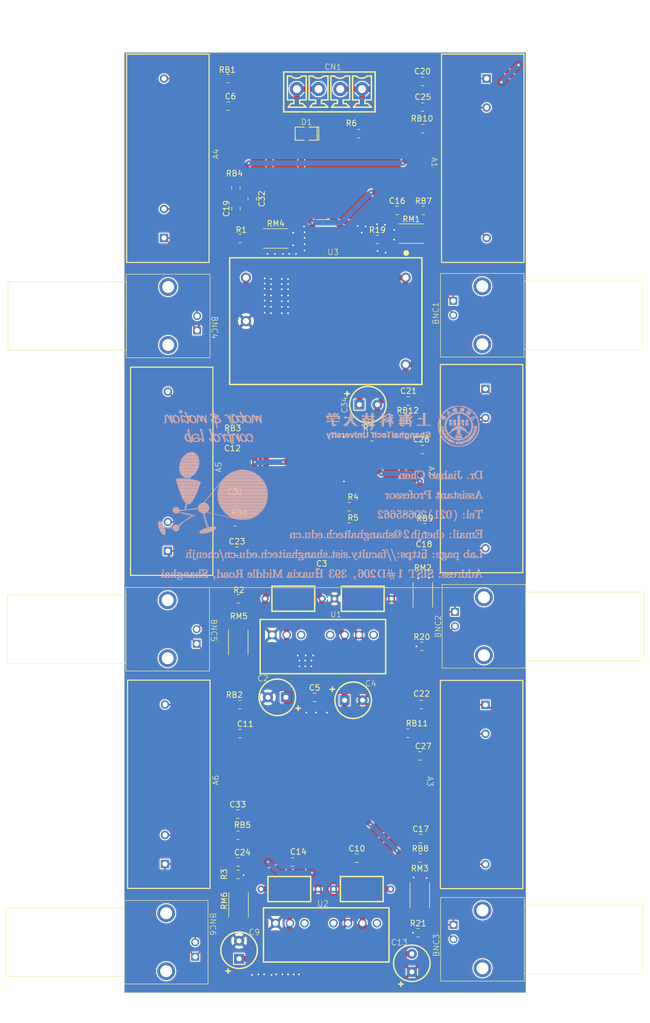
<source format=kicad_pcb>
(kicad_pcb (version 20221018) (generator pcbnew)
  (title_block (title "sensorLEM_portable") (date "2024.08.19") (rev "v1.0") (company "mmalb"))
  (layers (0 "F.Cu" signal) (31 "B.Cu" signal) (34 "B.Paste" user) (35 "F.Paste" user) (36 "B.SilkS" user "B.Silkscreen") (37 "F.SilkS" user "F.Silkscreen") (38 "B.Mask" user) (39 "F.Mask" user) (44 "Edge.Cuts" user))
  (net 0 "")
  (net 1 "/CSO1")
  (net 2 "Net-(A1-NEG)")
  (net 3 "Net-(A1-POS)")
  (net 4 "/CSO2")
  (net 5 "Net-(A2-NEG)")
  (net 6 "Net-(A2-POS)")
  (net 7 "/CSO3")
  (net 8 "Net-(A3-NEG)")
  (net 9 "Net-(A3-POS)")
  (net 10 "/CSO4")
  (net 11 "Net-(A4-NEG)")
  (net 12 "Net-(A4-POS)")
  (net 13 "/CSO5")
  (net 14 "Net-(A5-NEG)")
  (net 15 "Net-(A5-POS)")
  (net 16 "/CSO6")
  (net 17 "Net-(A6-NEG)")
  (net 18 "Net-(A6-POS)")
  (net 19 "Net-(BNC1-Y)")
  (net 20 "Net-(BNC2-Y)")
  (net 21 "Net-(BNC3-Y)")
  (net 22 "Net-(BNC4-Y)")
  (net 23 "Net-(BNC5-Y)")
  (net 24 "Net-(BNC6-Y)")
  (net 25 "A12V")
  (net 26 "+12")
  (net 27 "AGND")
  (net 28 "12VGND")
  (net 29 "-12")
  (net 30 "D12V1")
  (net 31 "D12VGND")
  (net 32 "Net-(D1-K)")
  (footprint "Capacitor_SMD:C_0805_2012Metric" (layer "F.Cu") (at 119.25 163.2)
    (fp_text reference "C17")
    (fp_text value "47nf")
  )
  (footprint "Resistor_SMD:R_0805_2012Metric" (layer "F.Cu") (at 86.3 89.6 180)
    (fp_text reference "RB3")
    (fp_text value "0R")
  )
  (footprint "Resistor_SMD:R_0805_2012Metric" (layer "F.Cu") (at 111.6565 58.166)
    (fp_text reference "R19")
    (fp_text value "0R")
  )
  (footprint "Capacitor_SMD:C_0805_2012Metric" (layer "F.Cu") (at 96.78 167.3)
    (fp_text reference "C14")
    (fp_text value "105")
  )
  (footprint "Capacitor_SMD:C_0805_2012Metric" (layer "F.Cu") (at 87.05 112.8)
    (fp_text reference "C23")
    (fp_text value "4.7uF")
  )
  (footprint "SensorLEM_lib:CPBNCPC010" (layer "F.Cu") (at 66.3175 70.915)
    (fp_text reference "BNC4")
    (fp_text value "BNC")
  )
  (footprint "SensorLEM_lib:CPBNCPC010" (layer "F.Cu") (at 66.2235 125.817)
    (fp_text reference "BNC5")
    (fp_text value "BNC")
  )
  (footprint "SensorLEM_lib:CAP_6.4mm" (layer "F.Cu") (at 109.638 86.016)
    (fp_text reference "C34")
    (fp_text value "100uf 25V 贴片铝电解")
  )
  (footprint "Resistor_SMD:R_2512_6332Metric" (layer "F.Cu") (at 117.602 57.15 180)
    (fp_text reference "RM1")
    (fp_text value "24R 1%精度")
  )
  (footprint "Resistor_SMD:R_0805_2012Metric" (layer "F.Cu") (at 86.85 49.0925 90)
    (fp_text reference "RB4")
    (fp_text value "0R")
  )
  (footprint "Resistor_SMD:R_0805_2012Metric" (layer "F.Cu") (at 106.6875 108.6)
    (fp_text reference "R5")
    (fp_text value "DNP")
  )
  (footprint "Resistor_SMD:R_0805_2012Metric" (layer "F.Cu") (at 87.2255 162.6)
    (fp_text reference "RB5")
    (fp_text value "0R")
  )
  (footprint "SensorLEM_lib:LEM_LA 55-P" (layer "F.Cu") (at 74.977 152.95 90)
    (fp_text reference "A6")
    (fp_text value "LA55-P")
  )
  (footprint "Resistor_SMD:R_2512_6332Metric" (layer "F.Cu") (at 119.63 120.46 90)
    (fp_text reference "RM2")
    (fp_text value "24R 1%精度")
  )
  (footprint "SensorLEM_lib:SIP,22x9.5mm" (layer "F.Cu") (at 102.96664 129.18243)
    (fp_text reference "U1")
    (fp_text value "VRB1212S-6WR3")
  )
  (footprint "SensorLEM_lib:CPBNCPC010" (layer "F.Cu") (at 65.9695 180.681)
    (fp_text reference "BNC6")
    (fp_text value "BNC")
  )
  (footprint "Resistor_SMD:R_0805_2012Metric" (layer "F.Cu") (at 116.99 144.73 180)
    (fp_text reference "RB11")
    (fp_text value "0R")
  )
  (footprint "SensorLEM_lib:LED0805" (layer "F.Cu") (at 99.24801 39.47399 180)
    (fp_text reference "D1")
    (fp_text value "LED0")
  )
  (footprint "Resistor_SMD:R_0805_2012Metric" (layer "F.Cu") (at 119.7375 53.086)
    (fp_text reference "RB7")
    (fp_text value "0R")
  )
  (footprint "Capacitor_SMD:C_0805_2012Metric" (layer "F.Cu") (at 101.21 116.63)
    (fp_text reference "C3")
    (fp_text value "105")
  )
  (footprint "Resistor_SMD:R_0805_2012Metric" (layer "F.Cu") (at 87.2725 121.158 180)
    (fp_text reference "R2")
    (fp_text value "0R")
  )
  (footprint "Capacitor_SMD:C_0805_2012Metric" (layer "F.Cu") (at 119.35 139.7 180)
    (fp_text reference "C22")
    (fp_text value "4.7uF")
  )
  (footprint "SensorLEM_lib:CAP-TH_L7.5-W4.5-P10.00-D0.6" (layer "F.Cu") (at 110.34997 120.86793)
    (fp_text reference "C7" hide)
    (fp_text value "1nF" hide)
  )
  (footprint "SensorLEM_lib:LEM_LA 55-P" (layer "F.Cu") (at 74.81 43.222 90)
    (fp_text reference "A4")
    (fp_text value "LA55-P")
  )
  (footprint "Resistor_SMD:R_0805_2012Metric" (layer "F.Cu") (at 119.9915 108.712)
    (fp_text reference "RB9")
    (fp_text value "0R")
  )
  (footprint "SensorLEM_lib:CPBNCPC010" (layer "F.Cu") (at 138.718 72.136 180)
    (fp_text reference "BNC1")
    (fp_text value "BNC")
  )
  (footprint "SensorLEM_lib:PWRM-TH_MORNSUN_FT-AX1D" (layer "F.Cu") (at 103.546035 71.547535 180)
    (fp_text reference "U3")
    (fp_text value "FT-AX1D")
  )
  (footprint "Capacitor_SMD:C_0805_2012Metric" (layer "F.Cu") (at 86.868 52.766 90)
    (fp_text reference "C19")
    (fp_text value "4.7uF")
  )
  (footprint "SensorLEM_lib:CAP-TH_L7.5-W4.5-P10.00-D0.6" (layer "F.Cu") (at 110.17999 171.74993)
    (fp_text reference "C15" hide)
    (fp_text value "1nF" hide)
  )
  (footprint "Capacitor_SMD:C_0805_2012Metric" (layer "F.Cu") (at 89.72 51.05 -90)
    (fp_text reference "C32")
    (fp_text value "47nf")
  )
  (footprint "SensorLEM_lib:CPBNCPC010" (layer "F.Cu") (at 138.7545 181.523 180)
    (fp_text reference "BNC3")
    (fp_text value "BNC")
  )
  (footprint "Resistor_SMD:R_0805_2012Metric" (layer "F.Cu") (at 87.5265 139.7 180)
    (fp_text reference "RB2")
    (fp_text value "0R")
  )
  (footprint "Capacitor_SMD:C_0805_2012Metric" (layer "F.Cu") (at 85.532 34.798 180)
    (fp_text reference "C6")
    (fp_text value "47nf")
  )
  (footprint "Resistor_SMD:R_0805_2012Metric" (layer "F.Cu") (at 110.7475 92.77 180)
    (fp_text reference "R7")
    (fp_text value "DNP")
  )
  (footprint "Capacitor_SMD:C_0805_2012Metric" (layer "F.Cu") (at 87.188 158.9)
    (fp_text reference "C33")
    (fp_text value "47nf")
  )
  (footprint "SensorLEM_lib:CONN-TH_4P-P3.81_DB2EVC-3.81-4P" (layer "F.Cu") (at 103.64602 33.274)
    (fp_text reference "CN1")
    (fp_text value "DB2EVC-3.81-4P-GN")
  )
  (footprint "Resistor_SMD:R_2512_6332Metric" (layer "F.Cu") (at 87.33 174.82 90)
    (fp_text reference "RM6")
    (fp_text value "24R 1%精度")
  )
  (footprint "SensorLEM_lib:CAP_6.4mm" (layer "F.Cu") (at 86.316 183.1316 90)
    (fp_text reference "C9")
    (fp_text value "100uf 25V 贴片铝电解")
  )
  (footprint "Capacitor_SMD:C_0805_2012Metric" (layer "F.Cu") (at 119.55 94.996 180)
    (fp_text reference "C26")
    (fp_text value "47nf")
  )
  (footprint "Capacitor_SMD:C_0805_2012Metric" (layer "F.Cu") (at 119.58 34.97 180)
    (fp_text reference "C25")
    (fp_text value "47nf")
  )
  (footprint "Resistor_SMD:R_0805_2012Metric" (layer "F.Cu") (at 118.8125 179.7)
    (fp_text reference "R21")
    (fp_text value "0R")
  )
  (footprint "SensorLEM_lib:LEM_LA 55-P" (layer "F.Cu") (at 130.255 44.662 -90)
    (fp_text reference "A1")
    (fp_text value "LA55-P")
  )
  (footprint "Capacitor_SMD:C_0805_2012Metric" (layer "F.Cu") (at 108.05 166.62)
    (fp_text reference "C10")
    (fp_text value "105")
  )
  (footprint "Resistor_SMD:R_0805_2012Metric" (layer "F.Cu") (at 87.5875 58 180)
    (fp_text reference "R1")
    (fp_text value "0R")
  )
  (footprint "SensorLEM_lib:CPBNCPC010" (layer "F.Cu") (at 139.0085 126.659 180)
    (fp_text reference "BNC2")
    (fp_text value "BNC")
  )
  (footprint "Resistor_SMD:R_2512_6332Metric" (layer "F.Cu") (at 93.8375 58)
    (fp_text reference "RM4")
    (fp_text value "24R 1%精度")
  )
  (footprint "Capacitor_SMD:C_0805_2012Metric" (layer "F.Cu") (at 87.25 167.3)
    (fp_text reference "C24")
    (fp_text value "4.7uF")
  )
  (footprint "Capacitor_SMD:C_0805_2012Metric" (layer "F.Cu") (at 119.568 30.48 180)
    (fp_text reference "C20")
    (fp_text value "4.7uF")
  )
  (footprint "Resistor_SMD:R_0805_2012Metric" (layer "F.Cu") (at 87.2375 169.49 180)
    (fp_text reference "R3")
    (fp_text value "0R")
  )
  (footprint "Capacitor_SMD:C_0805_2012Metric" (layer "F.Cu") (at 117.05 86.5 180)
    (fp_text reference "C21")
    (fp_text value "4.7uF")
  )
  (footprint "SensorLEM_lib:LEM_LA 55-P" (layer "F.Cu") (at 75.485 98.086 90)
    (fp_text reference "A5")
    (fp_text value "LA55-P")
  )
  (footprint "Resistor_SMD:R_0805_2012Metric" (layer "F.Cu") (at 119.1875 166.6)
    (fp_text reference "RB8")
    (fp_text value "0R")
  )
  (footprint "Resistor_SMD:R_0805_2012Metric" (layer "F.Cu") (at 116.9775 89.68 180)
    (fp_text reference "RB12")
    (fp_text value "0R")
  )
  (footprint "Resistor_SMD:R_0805_2012Metric" (layer "F.Cu") (at 106.7055 105.01)
    (fp_text reference "R4")
    (fp_text value "DNP")
  )
  (footprint "Capacitor_SMD:C_0805_2012Metric" (layer "F.Cu") (at 100.65 138.43)
    (fp_text reference "C5")
    (fp_text value "105")
  )
  (footprint "Resistor_SMD:R_0805_2012Metric" (layer "F.Cu") (at 85.4945 29.972 180)
    (fp_text reference "RB1")
    (fp_text value "0R")
  )
  (footprint "SensorLEM_lib:SIP,22x9.5mm" (layer "F.Cu") (at 103.54762 179.72193)
    (fp_text reference "U2")
    (fp_text value "VRB1212S-6WR3")
  )
  (footprint "Capacitor_SMD:C_0805_2012Metric" (layer "F.Cu") (at 86.75 104.1)
    (fp_text reference "C31")
    (fp_text value "47nf")
  )
  (footprint "Capacitor_SMD:C_0805_2012Metric" (layer "F.Cu") (at 87.564 144.78 180)
    (fp_text reference "C11")
    (fp_text value "47nf")
  )
  (footprint "SensorLEM_lib:CAP-TH_L7.5-W4.5-P10.00-D0.6" (layer "F.Cu") (at 98.18 120.85)
    (fp_text reference "C1" hide)
    (fp_text value "1nF" hide)
  )
  (footprint "SensorLEM_lib:CAP_6.4mm" (layer "F.Cu") (at 116.596 185.4216 90)
    (fp_text reference "C13")
    (fp_text value "100uf 25V 贴片铝电解")
  )
  (footprint "Resistor_SMD:R_0805_2012Metric" (layer "F.Cu") (at 119.6375 38.76 180)
    (fp_text reference "RB10")
    (fp_text value "0R")
  )
  (footprint "Capacitor_SMD:C_0805_2012Metric" (layer "F.Cu") (at 119.07 148.7)
    (fp_text reference "C27")
    (fp_text value "47nf")
  )
  (footprint "Resistor_SMD:R_2512_6332Metric" (layer "F.Cu") (at 119.09 173.16 90)
    (fp_text reference "RM3")
    (fp_text value "24R 1%精度")
  )
  (footprint "Resistor_SMD:R_0805_2012Metric" (layer "F.Cu") (at 86.6875 107.7)
    (fp_text reference "RB6")
    (fp_text value "0R")
  )
  (footprint "SensorLEM_lib:CAP_6.4mm" (layer "F.Cu") (at 94.488 139.534 180)
    (fp_text reference "C2")
    (fp_text value "100uf 25V 贴片铝电解")
  )
  (footprint "SensorLEM_lib:LEM_LA 55-P" (layer "F.Cu") (at 130.048 154.432 -90)
    (fp_text reference "A3")
    (fp_text value "LA55-P")
  )
  (footprint "Capacitor_SMD:C_0805_2012Metric" (layer "F.Cu") (at 119.822 113.284)
    (fp_text reference "C18")
    (fp_text value "47nf")
  )
  (footprint "Resistor_SMD:R_0805_2012Metric" (layer "F.Cu") (at 119.4425 129.5)
    (fp_text reference "R20")
    (fp_text value "0R")
  )
  (footprint "SensorLEM_lib:CAP_6.4mm" (layer "F.Cu") (at 107.046 137.834)
    (fp_text reference "C4")
    (fp_text value "100uf 25V 贴片铝电解")
  )
  (footprint "Capacitor_SMD:C_0805_2012Metric" (layer "F.Cu") (at 86.25 93.1 180)
    (fp_text reference "C12")
    (fp_text value "47nf")
  )
  (footprint "Resistor_SMD:R_2512_6332Metric" (layer "F.Cu") (at 87.2725 128.778 90)
    (fp_text reference "RM5")
    (fp_text value "24R 1%精度")
  )
  (footprint "SensorLEM_lib:LEM_LA 55-P" (layer "F.Cu") (at 130.048 99.06 -90)
    (fp_text reference "A2")
    (fp_text value "LA55-P")
  )
  (footprint "SensorLEM_lib:CAP-TH_L7.5-W4.5-P10.00-D0.6" (layer "F.Cu") (at 97.47999 171.74993)
    (fp_text reference "C8" hide)
    (fp_text value "1nF" hide)
  )
  (footprint "Capacitor_SMD:C_0805_2012Metric" (layer "F.Cu") (at 115.128 53.086)
    (fp_text reference "C16")
    (fp_text value "47nf")
  )
  (footprint "Resistor_SMD:R_0805_2012Metric" (layer "F.Cu") (at 108.3545 39.624 180)
    (fp_text reference "R6")
    (fp_text value "4.7k")
  )
  (gr_line (start 118.9012 106.7552) (end 119.1552 106.7552) (stroke (width 0.0508)) (layer "B.SilkS"))
  (gr_line (start 80.6488 91.7692) (end 80.9028 91.7692) (stroke (width 0.0508)) (layer "B.SilkS"))
  (gr_line (start 103.9152 117.2708) (end 104.0676 117.2708) (stroke (width 0.0508)) (layer "B.SilkS"))
  (gr_line (start 125.0988 91.1596) (end 125.7592 91.1596) (stroke (width 0.0508)) (layer "B.SilkS"))
  (gr_line (start 123.1176 92.4804) (end 123.7272 92.4804) (stroke (width 0.0508)) (layer "B.SilkS"))
  (gr_line (start 120.8824 100.0496) (end 121.1872 100.0496) (stroke (width 0.0508)) (layer "B.SilkS"))
  (gr_line (start 124.5908 90.7024) (end 124.6924 90.7024) (stroke (width 0.0508)) (layer "B.SilkS"))
  (gr_line (start 121.9492 106.5012) (end 122.1524 106.5012) (stroke (width 0.0508)) (layer "B.SilkS"))
  (gr_line (start 115.7516 90.8548) (end 116.2596 90.8548) (stroke (width 0.0508)) (layer "B.SilkS"))
  (gr_line (start 106.7092 89.6356) (end 107.3188 89.6356) (stroke (width 0.0508)) (layer "B.SilkS"))
  (gr_line (start 108.5888 112.8004) (end 108.6904 112.8004) (stroke (width 0.0508)) (layer "B.SilkS"))
  (gr_line (start 120.6284 110.5144) (end 121.0348 110.5144) (stroke (width 0.0508)) (layer "B.SilkS"))
  (gr_line (start 124.3876 116.7628) (end 124.5908 116.7628) (stroke (width 0.0508)) (layer "B.SilkS"))
  (gr_line (start 74.4512 117.474) (end 74.502 117.474) (stroke (width 0.0508)) (layer "B.SilkS"))
  (gr_line (start 112.0432 117.3724) (end 113.1608 117.3724) (stroke (width 0.0508)) (layer "B.SilkS"))
  (gr_line (start 84.7636 116.8644) (end 84.9668 116.8644) (stroke (width 0.0508)) (layer "B.SilkS"))
  (gr_line (start 113.2116 91.9724) (end 114.126 91.9724) (stroke (width 0.0508)) (layer "B.SilkS"))
  (gr_line (start 83.392 101.6244) (end 83.5444 101.6244) (stroke (width 0.0508)) (layer "B.SilkS"))
  (gr_line (start 123.27 89.1276) (end 123.4732 89.1276) (stroke (width 0.0508)) (layer "B.SilkS"))
  (gr_line (start 82.0204 113.8672) (end 82.2744 113.8672) (stroke (width 0.0508)) (layer "B.SilkS"))
  (gr_line (start 126.0132 92.2772) (end 126.2164 92.2772) (stroke (width 0.0508)) (layer "B.SilkS"))
  (gr_line (start 117.2756 90.7532) (end 117.5804 90.7532) (stroke (width 0.0508)) (layer "B.SilkS"))
  (gr_line (start 75.9244 117.3724) (end 76.4832 117.3724) (stroke (width 0.0508)) (layer "B.SilkS"))
  (gr_line (start 101.2228 109.9556) (end 101.426 109.9556) (stroke (width 0.0508)) (layer "B.SilkS"))
  (gr_line (start 112.4496 89.4832) (end 112.8052 89.4832) (stroke (width 0.0508)) (layer "B.SilkS"))
  (gr_line (start 108.538 113.8672) (end 108.7412 113.8672) (stroke (width 0.0508)) (layer "B.SilkS"))
  (gr_line (start 108.3856 109.6) (end 108.6904 109.6) (stroke (width 0.0508)) (layer "B.SilkS"))
  (gr_line (start 116.9708 92.9884) (end 117.2248 92.9884) (stroke (width 0.0508)) (layer "B.SilkS"))
  (gr_line (start 112.4496 90.8548) (end 112.8052 90.8548) (stroke (width 0.0508)) (layer "B.SilkS"))
  (gr_line (start 129.2136 89.8896) (end 129.4168 89.8896) (stroke (width 0.0508)) (layer "B.SilkS"))
  (gr_line (start 82.63 112.648) (end 82.9856 112.648) (stroke (width 0.0508)) (layer "B.SilkS"))
  (gr_line (start 85.9828 113.8672) (end 86.186 113.8672) (stroke (width 0.0508)) (layer "B.SilkS"))
  (gr_line (start 123.2192 102.7928) (end 123.778 102.7928) (stroke (width 0.0508)) (layer "B.SilkS"))
  (gr_line (start 123.3716 92.2772) (end 123.5748 92.2772) (stroke (width 0.0508)) (layer "B.SilkS"))
  (gr_line (start 109.7064 113.0544) (end 109.9096 113.0544) (stroke (width 0.0508)) (layer "B.SilkS"))
  (gr_line (start 124.794 93.6488) (end 124.9464 93.6488) (stroke (width 0.0508)) (layer "B.SilkS"))
  (gr_line (start 116.0056 90.9564) (end 116.158 90.9564) (stroke (width 0.0508)) (layer "B.SilkS"))
  (gr_line (start 127.7912 109.9048) (end 127.9944 109.9048) (stroke (width 0.0508)) (layer "B.SilkS"))
  (gr_line (start 84.5604 92.7852) (end 84.916 92.7852) (stroke (width 0.0508)) (layer "B.SilkS"))
  (gr_line (start 126.2164 103.4532) (end 126.4196 103.4532) (stroke (width 0.0508)) (layer "B.SilkS"))
  (gr_line (start 124.794 93.852) (end 125.1496 93.852) (stroke (width 0.0508)) (layer "B.SilkS"))
  (gr_line (start 102.7468 89.0768) (end 103.1024 89.0768) (stroke (width 0.0508)) (layer "B.SilkS"))
  (gr_line (start 79.8868 116.966) (end 80.09 116.966) (stroke (width 0.0508)) (layer "B.SilkS"))
  (gr_line (start 116.9708 92.3788) (end 117.2248 92.3788) (stroke (width 0.0508)) (layer "B.SilkS"))
  (gr_line (start 111.6876 109.6508) (end 112.2464 109.6508) (stroke (width 0.0508)) (layer "B.SilkS"))
  (gr_line (start 87.7608 90.3468) (end 88.218 90.3468) (stroke (width 0.0508)) (layer "B.SilkS"))
  (gr_line (start 83.3412 90.55) (end 83.5444 90.55) (stroke (width 0.0508)) (layer "B.SilkS"))
  (gr_line (start 123.5748 98.8812) (end 123.778 98.8812) (stroke (width 0.0508)) (layer "B.SilkS"))
  (gr_line (start 129.7216 99.5924) (end 129.9756 99.5924) (stroke (width 0.0508)) (layer "B.SilkS"))
  (gr_line (start 78.1596 95.7316) (end 79.836 95.7316) (stroke (width 0.0508)) (layer "B.SilkS"))
  (gr_line (start 125.2512 103.0976) (end 125.4544 103.0976) (stroke (width 0.0508)) (layer "B.SilkS"))
  (gr_line (start 129.112 102.7928) (end 129.366 102.7928) (stroke (width 0.0508)) (layer "B.SilkS"))
  (gr_line (start 74.3496 117.4232) (end 74.6036 117.4232) (stroke (width 0.0508)) (layer "B.SilkS"))
  (gr_line (start 103.8136 116.1532) (end 104.0168 116.1532) (stroke (width 0.0508)) (layer "B.SilkS"))
  (gr_line (start 122.6604 103.5548) (end 123.1684 103.5548) (stroke (width 0.0508)) (layer "B.SilkS"))
  (gr_line (start 126.7244 113.5116) (end 126.9784 113.5116) (stroke (width 0.0508)) (layer "B.SilkS"))
  (gr_line (start 110.4684 116.3056) (end 110.7224 116.3056) (stroke (width 0.0508)) (layer "B.SilkS"))
  (gr_line (start 125.4036 106.7044) (end 125.556 106.7044) (stroke (width 0.0508)) (layer "B.SilkS"))
  (gr_line (start 104.7788 110.3112) (end 104.8804 110.3112) (stroke (width 0.0508)) (layer "B.SilkS"))
  (gr_line (start 128.6548 91.1088) (end 129.112 91.1088) (stroke (width 0.0508)) (layer "B.SilkS"))
  (gr_line (start 118.19 116.1532) (end 118.4948 116.1532) (stroke (width 0.0508)) (layer "B.SilkS"))
  (gr_line (start 118.2408 106.7552) (end 118.4948 106.7552) (stroke (width 0.0508)) (layer "B.SilkS"))
  (gr_line (start 110.4176 109.8032) (end 110.6208 109.8032) (stroke (width 0.0508)) (layer "B.SilkS"))
  (gr_line (start 101.8324 110.108) (end 102.0864 110.108) (stroke (width 0.0508)) (layer "B.SilkS"))
  (gr_line (start 84.408 113.918) (end 84.6112 113.918) (stroke (width 0.0508)) (layer "B.SilkS"))
  (gr_line (start 110.4176 109.9556) (end 110.6208 109.9556) (stroke (width 0.0508)) (layer "B.SilkS"))
  (gr_line (start 85.8304 90.2452) (end 86.1352 90.2452) (stroke (width 0.0508)) (layer "B.SilkS"))
  (gr_line (start 123.2192 106.7552) (end 123.4224 106.7552) (stroke (width 0.0508)) (layer "B.SilkS"))
  (gr_line (start 112.4496 89.2292) (end 113.1608 89.2292) (stroke (width 0.0508)) (layer "B.SilkS"))
  (gr_line (start 81.2076 106.6028) (end 81.2584 106.6028) (stroke (width 0.0508)) (layer "B.SilkS"))
  (gr_line (start 115.396 109.6508) (end 115.65 109.6508) (stroke (width 0.0508)) (layer "B.SilkS"))
  (gr_line (start 74.9592 116.712) (end 75.2132 116.712) (stroke (width 0.0508)) (layer "B.SilkS"))
  (gr_line (start 118.698 107.0092) (end 119.0028 107.0092) (stroke (width 0.0508)) (layer "B.SilkS"))
  (gr_line (start 116.2596 103.3516) (end 116.412 103.3516) (stroke (width 0.0508)) (layer "B.SilkS"))
  (gr_line (start 118.7996 110.616) (end 119.0028 110.616) (stroke (width 0.0508)) (layer "B.SilkS"))
  (gr_line (start 107.1156 90.1944) (end 107.522 90.1944) (stroke (width 0.0508)) (layer "B.SilkS"))
  (gr_line (start 88.7768 113.5624) (end 88.98 113.5624) (stroke (width 0.0508)) (layer "B.SilkS"))
  (gr_line (start 100.6132 113.2068) (end 100.8672 113.2068) (stroke (width 0.0508)) (layer "B.SilkS"))
  (gr_line (start 124.54 103.3516) (end 124.794 103.3516) (stroke (width 0.0508)) (layer "B.SilkS"))
  (gr_line (start 114.0752 112.4956) (end 114.2276 112.4956) (stroke (width 0.0508)) (layer "B.SilkS"))
  (gr_line (start 119.46 113.6132) (end 119.6632 113.6132) (stroke (width 0.0508)) (layer "B.SilkS"))
  (gr_line (start 127.588 93.0392) (end 127.7404 93.0392) (stroke (width 0.0508)) (layer "B.SilkS"))
  (gr_line (start 99.5464 113.6132) (end 99.7496 113.6132) (stroke (width 0.0508)) (layer "B.SilkS"))
  (gr_line (start 126.2164 102.9452) (end 126.4196 102.9452) (stroke (width 0.0508)) (layer "B.SilkS"))
  (gr_line (start 88.8784 116.8136) (end 89.0816 116.8136) (stroke (width 0.0508)) (layer "B.SilkS"))
  (gr_line (start 76.9404 98.2208) (end 80.2424 98.2208) (stroke (width 0.0508)) (layer "B.SilkS"))
  (gr_line (start 121.4412 99.948) (end 121.6444 99.948) (stroke (width 0.0508)) (layer "B.SilkS"))
  (gr_line (start 128.2992 113.9688) (end 128.7564 113.9688) (stroke (width 0.0508)) (layer "B.SilkS"))
  (gr_line (start 77.042 97.3572) (end 80.4456 97.3572) (stroke (width 0.0508)) (layer "B.SilkS"))
  (gr_line (start 110.062 116.9152) (end 110.316 116.9152) (stroke (width 0.0508)) (layer "B.SilkS"))
  (gr_line (start 88.0148 90.1436) (end 88.3196 90.1436) (stroke (width 0.0508)) (layer "B.SilkS"))
  (gr_line (start 123.016 117.1184) (end 123.27 117.1184) (stroke (width 0.0508)) (layer "B.SilkS"))
  (gr_line (start 113.5164 92.3788) (end 113.7704 92.3788) (stroke (width 0.0508)) (layer "B.SilkS"))
  (gr_line (start 119.6632 88.9752) (end 120.0696 88.9752) (stroke (width 0.0508)) (layer "B.SilkS"))
  (gr_line (start 103.9152 113.7148) (end 104.1184 113.7148) (stroke (width 0.0508)) (layer "B.SilkS"))
  (gr_line (start 126.5212 90.55) (end 126.7244 90.55) (stroke (width 0.0508)) (layer "B.SilkS"))
  (gr_line (start 85.7796 93.4964) (end 86.0844 93.4964) (stroke (width 0.0508)) (layer "B.SilkS"))
  (gr_line (start 113.5164 113.2576) (end 113.6688 113.2576) (stroke (width 0.0508)) (layer "B.SilkS"))
  (gr_line (start 96.1428 116.5596) (end 96.6 116.5596) (stroke (width 0.0508)) (layer "B.SilkS"))
  (gr_line (start 83.8492 104.3676) (end 92.2312 104.3676) (stroke (width 0.0508)) (layer "B.SilkS"))
  (gr_line (start 80.7504 89.1276) (end 81.106 89.1276) (stroke (width 0.0508)) (layer "B.SilkS"))
  (gr_line (start 85.8812 99.1352) (end 90.25 99.1352) (stroke (width 0.0508)) (layer "B.SilkS"))
  (gr_line (start 95.0252 113.9688) (end 95.5332 113.9688) (stroke (width 0.0508)) (layer "B.SilkS"))
  (gr_line (start 89.2848 90.042) (end 89.5388 90.042) (stroke (width 0.0508)) (layer "B.SilkS"))
  (gr_line (start 85.7288 92.8868) (end 86.0336 92.8868) (stroke (width 0.0508)) (layer "B.SilkS"))
  (gr_line (start 116.0056 90.296) (end 116.3612 90.296) (stroke (width 0.0508)) (layer "B.SilkS"))
  (gr_line (start 110.9764 110.0064) (end 111.2304 110.0064) (stroke (width 0.0508)) (layer "B.SilkS"))
  (gr_line (start 123.1684 91.7184) (end 123.3716 91.7184) (stroke (width 0.0508)) (layer "B.SilkS"))
  (gr_line (start 104.5248 116.0516) (end 104.9312 116.0516) (stroke (width 0.0508)) (layer "B.SilkS"))
  (gr_line (start 122 113.918) (end 122.6096 113.918) (stroke (width 0.0508)) (layer "B.SilkS"))
  (gr_line (start 117.8344 92.3788) (end 118.1392 92.3788) (stroke (width 0.0508)) (layer "B.SilkS"))
  (gr_line (start 107.776 92.8868) (end 108.03 92.8868) (stroke (width 0.0508)) (layer "B.SilkS"))
  (gr_line (start 129.1628 106.9584) (end 129.7216 106.9584) (stroke (width 0.0508)) (layer "B.SilkS"))
  (gr_line (start 103.9152 112.8004) (end 104.0168 112.8004) (stroke (width 0.0508)) (layer "B.SilkS"))
  (gr_line (start 126.7244 107.06) (end 126.8768 107.06) (stroke (width 0.0508)) (layer "B.SilkS"))
  (gr_line (start 112.856 112.8512) (end 113.0592 112.8512) (stroke (width 0.0508)) (layer "B.SilkS"))
  (gr_line (start 109.3508 116.6104) (end 109.6048 116.6104) (stroke (width 0.0508)) (layer "B.SilkS"))
  (gr_line (start 113.2116 110.0572) (end 113.4148 110.0572) (stroke (width 0.0508)) (layer "B.SilkS"))
  (gr_line (start 75.8228 89.1784) (end 76.1276 89.1784) (stroke (width 0.0508)) (layer "B.SilkS"))
  (gr_line (start 116.158 106.4504) (end 116.5644 106.4504) (stroke (width 0.0508)) (layer "B.SilkS"))
  (gr_line (start 80.2932 93.1408) (end 80.852 93.1408) (stroke (width 0.0508)) (layer "B.SilkS"))
  (gr_line (start 112.4496 89.5848) (end 112.8052 89.5848) (stroke (width 0.0508)) (layer "B.SilkS"))
  (gr_line (start 118.5964 113.918) (end 119.0536 113.918) (stroke (width 0.0508)) (layer "B.SilkS"))
  (gr_line (start 103.0516 88.772) (end 103.5088 88.772) (stroke (width 0.0508)) (layer "B.SilkS"))
  (gr_line (start 78.4644 92.0232) (end 78.7184 92.0232) (stroke (width 0.0508)) (layer "B.SilkS"))
  (gr_line (start 109.554 88.9752) (end 109.9604 88.9752) (stroke (width 0.0508)) (layer "B.SilkS"))
  (gr_line (start 118.698 116.0516) (end 118.8504 116.0516) (stroke (width 0.0508)) (layer "B.SilkS"))
  (gr_line (start 119.4092 103.25) (end 119.6124 103.25) (stroke (width 0.0508)) (layer "B.SilkS"))
  (gr_line (start 100.2576 116.5088) (end 100.41 116.5088) (stroke (width 0.0508)) (layer "B.SilkS"))
  (gr_line (start 83.8492 92.2264) (end 84.3572 92.2264) (stroke (width 0.0508)) (layer "B.SilkS"))
  (gr_line (start 122.0508 113.1052) (end 122.5588 113.1052) (stroke (width 0.0508)) (layer "B.SilkS"))
  (gr_line (start 94.568 113.8672) (end 94.7712 113.8672) (stroke (width 0.0508)) (layer "B.SilkS"))
  (gr_line (start 112.9576 92.7344) (end 113.2624 92.7344) (stroke (width 0.0508)) (layer "B.SilkS"))
  (gr_line (start 128.7056 99.3892) (end 128.9596 99.3892) (stroke (width 0.0508)) (layer "B.SilkS"))
  (gr_line (start 108.5888 113.5116) (end 108.792 113.5116) (stroke (width 0.0508)) (layer "B.SilkS"))
  (gr_line (start 125.9116 92.8868) (end 126.1656 92.8868) (stroke (width 0.0508)) (layer "B.SilkS"))
  (gr_line (start 123.7272 106.7044) (end 123.9812 106.7044) (stroke (width 0.0508)) (layer "B.SilkS"))
  (gr_line (start 120.6792 106.5012) (end 120.8824 106.5012) (stroke (width 0.0508)) (layer "B.SilkS"))
  (gr_line (start 80.2424 93.3948) (end 80.5472 93.3948) (stroke (width 0.0508)) (layer "B.SilkS"))
  (gr_line (start 122.7112 106.8568) (end 123.4732 106.8568) (stroke (width 0.0508)) (layer "B.SilkS"))
  (gr_line (start 129.7216 110.0064) (end 129.9756 110.0064) (stroke (width 0.0508)) (layer "B.SilkS"))
  (gr_line (start 120.0696 102.8944) (end 120.9332 102.8944) (stroke (width 0.0508)) (layer "B.SilkS"))
  (gr_line (start 81.7664 117.0168) (end 81.9188 117.0168) (stroke (width 0.0508)) (layer "B.SilkS"))
  (gr_line (start 123.3208 106.044) (end 123.5748 106.044) (stroke (width 0.0508)) (layer "B.SilkS"))
  (gr_line (start 122.8128 100.1512) (end 123.3208 100.1512) (stroke (width 0.0508)) (layer "B.SilkS"))
  (gr_line (start 115.4976 117.3216) (end 115.8024 117.3216) (stroke (width 0.0508)) (layer "B.SilkS"))
  (gr_line (start 90.25 89.7372) (end 90.6564 89.7372) (stroke (width 0.0508)) (layer "B.SilkS"))
  (gr_line (start 120.73 92.6836) (end 120.984 92.6836) (stroke (width 0.0508)) (layer "B.SilkS"))
  (gr_line (start 103.6612 89.9404) (end 104.0168 89.9404) (stroke (width 0.0508)) (layer "B.SilkS"))
  (gr_line (start 82.4776 92.4804) (end 82.6808 92.4804) (stroke (width 0.0508)) (layer "B.SilkS"))
  (gr_line (start 89.6404 93.2932) (end 89.8436 93.2932) (stroke (width 0.0508)) (layer "B.SilkS"))
  (gr_line (start 88.5228 92.9376) (end 88.7768 92.9376) (stroke (width 0.0508)) (layer "B.SilkS"))
  (gr_line (start 128.6548 91.058) (end 129.112 91.058) (stroke (width 0.0508)) (layer "B.SilkS"))
  (gr_line (start 88.7768 92.6328) (end 89.0308 92.6328) (stroke (width 0.0508)) (layer "B.SilkS"))
  (gr_line (start 117.9868 103.1484) (end 118.2408 103.1484) (stroke (width 0.0508)) (layer "B.SilkS"))
  (gr_line (start 76.0768 116.3564) (end 76.28 116.3564) (stroke (width 0.0508)) (layer "B.SilkS"))
  (gr_line (start 75.518 116.6612) (end 75.772 116.6612) (stroke (width 0.0508)) (layer "B.SilkS"))
  (gr_line (start 95.2284 112.5972) (end 95.3808 112.5972) (stroke (width 0.0508)) (layer "B.SilkS"))
  (gr_line (start 129.3152 105.9932) (end 129.5692 105.9932) (stroke (width 0.0508)) (layer "B.SilkS"))
  (gr_line (start 120.6792 102.6404) (end 120.9332 102.6404) (stroke (width 0.0508)) (layer "B.SilkS"))
  (gr_line (start 126.6736 93.4964) (end 127.2832 93.4964) (stroke (width 0.0508)) (layer "B.SilkS"))
  (gr_line (start 129.2136 102.4372) (end 129.62 102.4372) (stroke (width 0.0508)) (layer "B.SilkS"))
  (gr_line (start 127.2324 109.7524) (end 127.4356 109.7524) (stroke (width 0.0508)) (layer "B.SilkS"))
  (gr_line (start 115.8024 109.6) (end 115.904 109.6) (stroke (width 0.0508)) (layer "B.SilkS"))
  (gr_line (start 109.9096 90.7532) (end 110.5192 90.7532) (stroke (width 0.0508)) (layer "B.SilkS"))
  (gr_line (start 113.0592 89.534) (end 113.364 89.534) (stroke (width 0.0508)) (layer "B.SilkS"))
  (gr_line (start 109.7064 113.5624) (end 109.9096 113.5624) (stroke (width 0.0508)) (layer "B.SilkS"))
  (gr_line (start 129.366 90.55) (end 129.5184 90.55) (stroke (width 0.0508)) (layer "B.SilkS"))
  (gr_line (start 101.7308 113.0544) (end 101.934 113.0544) (stroke (width 0.0508)) (layer "B.SilkS"))
  (gr_line (start 108.1824 92.6836) (end 108.4364 92.6836) (stroke (width 0.0508)) (layer "B.SilkS"))
  (gr_line (start 100.8672 109.8032) (end 101.0704 109.8032) (stroke (width 0.0508)) (layer "B.SilkS"))
  (gr_line (start 123.778 106.806) (end 123.9812 106.806) (stroke (width 0.0508)) (layer "B.SilkS"))
  (gr_line (start 115.5484 92.836) (end 115.8024 92.836) (stroke (width 0.0508)) (layer "B.SilkS"))
  (gr_line (start 103.9152 88.7212) (end 104.2708 88.7212) (stroke (width 0.0508)) (layer "B.SilkS"))
  (gr_line (start 85.932 92.3788) (end 86.1352 92.3788) (stroke (width 0.0508)) (layer "B.SilkS"))
  (gr_line (start 123.524 99.4908) (end 123.778 99.4908) (stroke (width 0.0508)) (layer "B.SilkS"))
  (gr_line (start 129.2644 102.3356) (end 129.5692 102.3356) (stroke (width 0.0508)) (layer "B.SilkS"))
  (gr_line (start 112.7036 117.1692) (end 112.9576 117.1692) (stroke (width 0.0508)) (layer "B.SilkS"))
  (gr_line (start 103.2548 116.204) (end 103.5088 116.204) (stroke (width 0.0508)) (layer "B.SilkS"))
  (gr_line (start 117.8344 106.6028) (end 118.0884 106.6028) (stroke (width 0.0508)) (layer "B.SilkS"))
  (gr_line (start 86.2368 93.344) (end 86.4908 93.344) (stroke (width 0.0508)) (layer "B.SilkS"))
  (gr_line (start 75.0608 89.4324) (end 75.3148 89.4324) (stroke (width 0.0508)) (layer "B.SilkS"))
  (gr_line (start 79.9376 113.8672) (end 80.1916 113.8672) (stroke (width 0.0508)) (layer "B.SilkS"))
  (gr_line (start 128.9088 92.582) (end 129.1628 92.582) (stroke (width 0.0508)) (layer "B.SilkS"))
  (gr_line (start 80.2932 117.4232) (end 80.852 117.4232) (stroke (width 0.0508)) (layer "B.SilkS"))
  (gr_line (start 95.7364 113.3592) (end 95.9396 113.3592) (stroke (width 0.0508)) (layer "B.SilkS"))
  (gr_line (start 77.042 102.4372) (end 80.0392 102.4372) (stroke (width 0.0508)) (layer "B.SilkS"))
  (gr_line (start 128.4008 102.7928) (end 128.5532 102.7928) (stroke (width 0.0508)) (layer "B.SilkS"))
  (gr_line (start 114.2276 116.966) (end 114.38 116.966) (stroke (width 0.0508)) (layer "B.SilkS"))
  (gr_line (start 112.4496 110.4636) (end 112.9576 110.4636) (stroke (width 0.0508)) (layer "B.SilkS"))
  (gr_line (start 117.4788 107.1108) (end 117.7328 107.1108) (stroke (width 0.0508)) (layer "B.SilkS"))
  (gr_line (start 117.174 116.1532) (end 117.4788 116.1532) (stroke (width 0.0508)) (layer "B.SilkS"))
  (gr_line (start 110.2652 113.0544) (end 110.4684 113.0544) (stroke (width 0.0508)) (layer "B.SilkS"))
  (gr_line (start 122.9652 99.8972) (end 123.1684 99.8972) (stroke (width 0.0508)) (layer "B.SilkS"))
  (gr_line (start 109.7572 92.6836) (end 110.0112 92.6836) (stroke (width 0.0508)) (layer "B.SilkS"))
  (gr_line (start 118.2916 92.582) (end 119.0536 92.582) (stroke (width 0.0508)) (layer "B.SilkS"))
  (gr_line (start 128.4008 106.3488) (end 128.604 106.3488) (stroke (width 0.0508)) (layer "B.SilkS"))
  (gr_line (start 96.4984 117.3216) (end 96.7524 117.3216) (stroke (width 0.0508)) (layer "B.SilkS"))
  (gr_line (start 117.8852 92.836) (end 118.1392 92.836) (stroke (width 0.0508)) (layer "B.SilkS"))
  (gr_line (start 84.3064 105.282) (end 91.774 105.282) (stroke (width 0.0508)) (layer "B.SilkS"))
  (gr_line (start 103.4072 109.346) (end 103.6104 109.346) (stroke (width 0.0508)) (layer "B.SilkS"))
  (gr_line (start 85.3224 106.3996) (end 90.758 106.3996) (stroke (width 0.0508)) (layer "B.SilkS"))
  (gr_line (start 84.662 92.3788) (end 85.2208 92.3788) (stroke (width 0.0508)) (layer "B.SilkS"))
  (gr_line (start 77.2452 89.7372) (end 77.4992 89.7372) (stroke (width 0.0508)) (layer "B.SilkS"))
  (gr_line (start 115.2944 117.4232) (end 116.0564 117.4232) (stroke (width 0.0508)) (layer "B.SilkS"))
  (gr_line (start 85.3732 93.4964) (end 85.678 93.4964) (stroke (width 0.0508)) (layer "B.SilkS"))
  (gr_line (start 127.08 110.4636) (end 127.588 110.4636) (stroke (width 0.0508)) (layer "B.SilkS"))
  (gr_line (start 112.856 113.8164) (end 113.0592 113.8164) (stroke (width 0.0508)) (layer "B.SilkS"))
  (gr_line (start 106.0488 110.362) (end 106.252 110.362) (stroke (width 0.0508)) (layer "B.SilkS"))
  (gr_line (start 104.8804 113.8164) (end 105.0836 113.8164) (stroke (width 0.0508)) (layer "B.SilkS"))
  (gr_line (start 125.048 107.5172) (end 125.2004 107.5172) (stroke (width 0.0508)) (layer "B.SilkS"))
  (gr_line (start 77.2452 88.3148) (end 77.4992 88.3148) (stroke (width 0.0508)) (layer "B.SilkS"))
  (gr_line (start 121.8476 100.1512) (end 122.0508 100.1512) (stroke (width 0.0508)) (layer "B.SilkS"))
  (gr_line (start 127.4864 92.1248) (end 128.096 92.1248) (stroke (width 0.0508)) (layer "B.SilkS"))
  (gr_line (start 101.3244 113.0544) (end 101.5784 113.0544) (stroke (width 0.0508)) (layer "B.SilkS"))
  (gr_line (start 113.364 102.6912) (end 113.7196 102.6912) (stroke (width 0.0508)) (layer "B.SilkS"))
  (gr_line (start 122.9652 89.7372) (end 123.1684 89.7372) (stroke (width 0.0508)) (layer "B.SilkS"))
  (gr_line (start 123.8796 106.9584) (end 124.0828 106.9584) (stroke (width 0.0508)) (layer "B.SilkS"))
  (gr_line (start 116.7168 106.5012) (end 116.92 106.5012) (stroke (width 0.0508)) (layer "B.SilkS"))
  (gr_line (start 122.8128 91.566) (end 123.3208 91.566) (stroke (width 0.0508)) (layer "B.SilkS"))
  (gr_line (start 83.1888 89.9912) (end 83.4428 89.9912) (stroke (width 0.0508)) (layer "B.SilkS"))
  (gr_line (start 112.7036 116.1532) (end 112.9576 116.1532) (stroke (width 0.0508)) (layer "B.SilkS"))
  (gr_line (start 124.286 90.4484) (end 124.6924 90.4484) (stroke (width 0.0508)) (layer "B.SilkS"))
  (gr_line (start 80.6488 91.6676) (end 80.9028 91.6676) (stroke (width 0.0508)) (layer "B.SilkS"))
  (gr_line (start 128.1468 92.7852) (end 128.2484 92.7852) (stroke (width 0.0508)) (layer "B.SilkS"))
  (gr_line (start 116.0564 92.6836) (end 116.2596 92.6836) (stroke (width 0.0508)) (layer "B.SilkS"))
  (gr_line (start 116.3612 113.7148) (end 116.5136 113.7148) (stroke (width 0.0508)) (layer "B.SilkS"))
  (gr_line (start 115.2436 113.9688) (end 115.4468 113.9688) (stroke (width 0.0508)) (layer "B.SilkS"))
  (gr_line (start 75.3148 89.1276) (end 75.5688 89.1276) (stroke (width 0.0508)) (layer "B.SilkS"))
  (gr_line (start 112.5512 92.836) (end 113.2116 92.836) (stroke (width 0.0508)) (layer "B.SilkS"))
  (gr_line (start 99.0384 110.362) (end 99.3432 110.362) (stroke (width 0.0508)) (layer "B.SilkS"))
  (gr_line (start 120.8316 107.2632) (end 121.0348 107.2632) (stroke (width 0.0508)) (layer "B.SilkS"))
  (gr_line (start 112.602 110.362) (end 112.8052 110.362) (stroke (width 0.0508)) (layer "B.SilkS"))
  (gr_line (start 122.254 102.3356) (end 122.3556 102.3356) (stroke (width 0.0508)) (layer "B.SilkS"))
  (gr_line (start 117.6312 99.8464) (end 117.8344 99.8464) (stroke (width 0.0508)) (layer "B.SilkS"))
  (gr_line (start 96.854 117.4232) (end 97.87 117.4232) (stroke (width 0.0508)) (layer "B.SilkS"))
  (gr_line (start 77.7024 117.1692) (end 77.9056 117.1692) (stroke (width 0.0508)) (layer "B.SilkS"))
  (gr_line (start 83.646 102.8944) (end 92.4344 102.8944) (stroke (width 0.0508)) (layer "B.SilkS"))
  (gr_line (start 125.1496 98.8304) (end 125.4036 98.8304) (stroke (width 0.0508)) (layer "B.SilkS"))
  (gr_line (start 115.8024 113.1052) (end 116.412 113.1052) (stroke (width 0.0508)) (layer "B.SilkS"))
  (gr_line (start 104.474 113.9688) (end 105.0836 113.9688) (stroke (width 0.0508)) (layer "B.SilkS"))
  (gr_line (start 122.1016 109.6508) (end 122.3048 109.6508) (stroke (width 0.0508)) (layer "B.SilkS"))
  (gr_line (start 126.572 88.2132) (end 126.826 88.2132) (stroke (width 0.0508)) (layer "B.SilkS"))
  (gr_line (start 116.3612 113.664) (end 116.5136 113.664) (stroke (width 0.0508)) (layer "B.SilkS"))
  (gr_line (start 108.2332 110.0064) (end 108.4364 110.0064) (stroke (width 0.0508)) (layer "B.SilkS"))
  (gr_line (start 105.2868 113.0544) (end 105.49 113.0544) (stroke (width 0.0508)) (layer "B.SilkS"))
  (gr_line (start 85.678 89.1276) (end 85.932 89.1276) (stroke (width 0.0508)) (layer "B.SilkS"))
  (gr_line (start 118.952 106.4504) (end 119.1552 106.4504) (stroke (width 0.0508)) (layer "B.SilkS"))
  (gr_line (start 104.8804 116.2548) (end 105.1344 116.2548) (stroke (width 0.0508)) (layer "B.SilkS"))
  (gr_line (start 126.6736 94.2584) (end 127.334 94.2584) (stroke (width 0.0508)) (layer "B.SilkS"))
  (gr_line (start 76.534 116.5088) (end 76.788 116.5088) (stroke (width 0.0508)) (layer "B.SilkS"))
  (gr_line (start 124.8448 91.312) (end 126.9784 91.312) (stroke (width 0.0508)) (layer "B.SilkS"))
  (gr_line (start 127.2832 109.6508) (end 127.7404 109.6508) (stroke (width 0.0508)) (layer "B.SilkS"))
  (gr_line (start 78.7184 93.09) (end 79.0232 93.09) (stroke (width 0.0508)) (layer "B.SilkS"))
  (gr_line (start 125.7084 91.6168) (end 126.1656 91.6168) (stroke (width 0.0508)) (layer "B.SilkS"))
  (gr_line (start 77.7024 99.7956) (end 78.9724 99.7956) (stroke (width 0.0508)) (layer "B.SilkS"))
  (gr_line (start 88.3704 92.6328) (end 88.6752 92.6328) (stroke (width 0.0508)) (layer "B.SilkS"))
  (gr_line (start 86.186 90.042) (end 86.5416 90.042) (stroke (width 0.0508)) (layer "B.SilkS"))
  (gr_line (start 89.6912 89.1784) (end 89.8944 89.1784) (stroke (width 0.0508)) (layer "B.SilkS"))
  (gr_line (start 114.7864 109.4984) (end 115.0912 109.4984) (stroke (width 0.0508)) (layer "B.SilkS"))
  (gr_line (start 102.3912 113.41) (end 102.8992 113.41) (stroke (width 0.0508)) (layer "B.SilkS"))
  (gr_line (start 127.08 102.9452) (end 127.2324 102.9452) (stroke (width 0.0508)) (layer "B.SilkS"))
  (gr_line (start 109.4016 116.3056) (end 109.6048 116.3056) (stroke (width 0.0508)) (layer "B.SilkS"))
  (gr_line (start 116.0564 92.4804) (end 116.2596 92.4804) (stroke (width 0.0508)) (layer "B.SilkS"))
  (gr_line (start 84.7128 106.7044) (end 85.1192 106.7044) (stroke (width 0.0508)) (layer "B.SilkS"))
  (gr_line (start 117.2756 106.9584) (end 117.5296 106.9584) (stroke (width 0.0508)) (layer "B.SilkS"))
  (gr_line (start 107.1664 113.2068) (end 107.4204 113.2068) (stroke (width 0.0508)) (layer "B.SilkS"))
  (gr_line (start 119.46 110.2096) (end 119.6632 110.2096) (stroke (width 0.0508)) (layer "B.SilkS"))
  (gr_line (start 123.4732 93.598) (end 123.8288 93.598) (stroke (width 0.0508)) (layer "B.SilkS"))
  (gr_line (start 77.9056 92.9376) (end 78.1596 92.9376) (stroke (width 0.0508)) (layer "B.SilkS"))
  (gr_line (start 77.1944 116.8136) (end 77.4484 116.8136) (stroke (width 0.0508)) (layer "B.SilkS"))
  (gr_line (start 94.7204 117.1692) (end 94.8728 117.1692) (stroke (width 0.0508)) (layer "B.SilkS"))
  (gr_line (start 74.4004 89.5848) (end 74.6544 89.5848) (stroke (width 0.0508)) (layer "B.SilkS"))
  (gr_line (start 83.1888 89.8896) (end 83.392 89.8896) (stroke (width 0.0508)) (layer "B.SilkS"))
  (gr_line (start 116.6152 113.7656) (end 116.8692 113.7656) (stroke (width 0.0508)) (layer "B.SilkS"))
  (gr_line (start 120.3744 92.2772) (end 120.9332 92.2772) (stroke (width 0.0508)) (layer "B.SilkS"))
  (gr_line (start 100.918 117.22) (end 101.172 117.22) (stroke (width 0.0508)) (layer "B.SilkS"))
  (gr_line (start 123.2192 103.6056) (end 123.778 103.6056) (stroke (width 0.0508)) (layer "B.SilkS"))
  (gr_line (start 100.0544 110.5144) (end 100.41 110.5144) (stroke (width 0.0508)) (layer "B.SilkS"))
  (gr_line (start 76.0768 116.8644) (end 76.28 116.8644) (stroke (width 0.0508)) (layer "B.SilkS"))
  (gr_line (start 127.6896 89.534) (end 128.0452 89.534) (stroke (width 0.0508)) (layer "B.SilkS"))
  (gr_line (start 121.3904 113.2576) (end 121.6444 113.2576) (stroke (width 0.0508)) (layer "B.SilkS"))
  (gr_line (start 82.5792 90.042) (end 82.9856 90.042) (stroke (width 0.0508)) (layer "B.SilkS"))
  (gr_line (start 118.5964 103.504) (end 118.8504 103.504) (stroke (width 0.0508)) (layer "B.SilkS"))
  (gr_line (start 104.3724 88.8228) (end 104.7788 88.8228) (stroke (width 0.0508)) (layer "B.SilkS"))
  (gr_line (start 83.3412 90.6008) (end 83.5444 90.6008) (stroke (width 0.0508)) (layer "B.SilkS"))
  (gr_line (start 122.8636 92.8868) (end 123.1176 92.8868) (stroke (width 0.0508)) (layer "B.SilkS"))
  (gr_line (start 99.648 110.2096) (end 99.8512 110.2096) (stroke (width 0.0508)) (layer "B.SilkS"))
  (gr_line (start 129.0612 89.4832) (end 129.2644 89.4832) (stroke (width 0.0508)) (layer "B.SilkS"))
  (gr_line (start 115.5992 110.3112) (end 115.7516 110.3112) (stroke (width 0.0508)) (layer "B.SilkS"))
  (gr_line (start 104.6772 92.1756) (end 105.1852 92.1756) (stroke (width 0.0508)) (layer "B.SilkS"))
  (gr_line (start 81.7156 108.4316) (end 81.8172 108.4316) (stroke (width 0.0508)) (layer "B.SilkS"))
  (gr_line (start 96.3968 110.108) (end 96.6508 110.108) (stroke (width 0.0508)) (layer "B.SilkS"))
  (gr_line (start 118.9012 113.3592) (end 119.1044 113.3592) (stroke (width 0.0508)) (layer "B.SilkS"))
  (gr_line (start 129.3152 106.3488) (end 129.5692 106.3488) (stroke (width 0.0508)) (layer "B.SilkS"))
  (gr_line (start 119.4092 103.4532) (end 119.6124 103.4532) (stroke (width 0.0508)) (layer "B.SilkS"))
  (gr_line (start 125.81 91.8708) (end 126.064 91.8708) (stroke (width 0.0508)) (layer "B.SilkS"))
  (gr_line (start 87.1004 89.1276) (end 87.5576 89.1276) (stroke (width 0.0508)) (layer "B.SilkS"))
  (gr_line (start 89.742 113.7656) (end 89.8944 113.7656) (stroke (width 0.0508)) (layer "B.SilkS"))
  (gr_line (start 81.4108 107.3648) (end 81.5124 107.3648) (stroke (width 0.0508)) (layer "B.SilkS"))
  (gr_line (start 79.1248 93.1408) (end 79.7344 93.1408) (stroke (width 0.0508)) (layer "B.SilkS"))
  (gr_line (start 124.794 87.9592) (end 125.6068 87.9592) (stroke (width 0.0508)) (layer "B.SilkS"))
  (gr_line (start 114.634 114.1212) (end 114.8372 114.1212) (stroke (width 0.0508)) (layer "B.SilkS"))
  (gr_line (start 124.794 93.09) (end 124.9972 93.09) (stroke (width 0.0508)) (layer "B.SilkS"))
  (gr_line (start 127.9436 91.9216) (end 128.2484 91.9216) (stroke (width 0.0508)) (layer "B.SilkS"))
  (gr_line (start 128.9088 89.2292) (end 129.1628 89.2292) (stroke (width 0.0508)) (layer "B.SilkS"))
  (gr_line (start 84.7128 92.2264) (end 84.8652 92.2264) (stroke (width 0.0508)) (layer "B.SilkS"))
  (gr_line (start 122.254 103.3008) (end 122.4572 103.3008) (stroke (width 0.0508)) (layer "B.SilkS"))
  (gr_line (start 78.3628 90.1436) (end 78.6676 90.1436) (stroke (width 0.0508)) (layer "B.SilkS"))
  (gr_line (start 79.3788 116.8136) (end 79.582 116.8136) (stroke (width 0.0508)) (layer "B.SilkS"))
  (gr_line (start 118.0884 112.8512) (end 118.2408 112.8512) (stroke (width 0.0508)) (layer "B.SilkS"))
  (gr_line (start 108.8936 89.2292) (end 111.2812 89.2292) (stroke (width 0.0508)) (layer "B.SilkS"))
  (gr_line (start 120.9332 99.2876) (end 121.5428 99.2876) (stroke (width 0.0508)) (layer "B.SilkS"))
  (gr_line (start 113.7704 103.0468) (end 114.0244 103.0468) (stroke (width 0.0508)) (layer "B.SilkS"))
  (gr_line (start 129.0104 116.8644) (end 129.3152 116.8644) (stroke (width 0.0508)) (layer "B.SilkS"))
  (gr_line (start 109.3 110.8192) (end 109.554 110.8192) (stroke (width 0.0508)) (layer "B.SilkS"))
  (gr_line (start 78.4136 91.7184) (end 78.6676 91.7184) (stroke (width 0.0508)) (layer "B.SilkS"))
  (gr_line (start 80.5472 105.9424) (end 81.868 105.9424) (stroke (width 0.0508)) (layer "B.SilkS"))
  (gr_line (start 93.4504 117.0676) (end 93.7044 117.0676) (stroke (width 0.0508)) (layer "B.SilkS"))
  (gr_line (start 86.7956 92.6328) (end 87.0496 92.6328) (stroke (width 0.0508)) (layer "B.SilkS"))
  (gr_line (start 81.6648 103.7072) (end 81.7664 103.7072) (stroke (width 0.0508)) (layer "B.SilkS"))
  (gr_line (start 129.3152 106.8568) (end 129.5692 106.8568) (stroke (width 0.0508)) (layer "B.SilkS"))
  (gr_line (start 77.2452 105.6376) (end 77.9564 105.6376) (stroke (width 0.0508)) (layer "B.SilkS"))
  (gr_line (start 81.7156 117.22) (end 81.9188 117.22) (stroke (width 0.0508)) (layer "B.SilkS"))
  (gr_line (start 88.3704 89.3308) (end 88.6244 89.3308) (stroke (width 0.0508)) (layer "B.SilkS"))
  (gr_line (start 90.3008 89.8388) (end 90.6564 89.8388) (stroke (width 0.0508)) (layer "B.SilkS"))
  (gr_line (start 117.2756 113.664) (end 117.5296 113.664) (stroke (width 0.0508)) (layer "B.SilkS"))
  (gr_line (start 116.7676 110.1588) (end 116.9708 110.1588) (stroke (width 0.0508)) (layer "B.SilkS"))
  (gr_line (start 115.396 103.4024) (end 115.5992 103.4024) (stroke (width 0.0508)) (layer "B.SilkS"))
  (gr_line (start 101.7308 116.8644) (end 101.9848 116.8644) (stroke (width 0.0508)) (layer "B.SilkS"))
  (gr_line (start 127.7912 110.0572) (end 127.9944 110.0572) (stroke (width 0.0508)) (layer "B.SilkS"))
  (gr_line (start 92.9424 113.3084) (end 93.1964 113.3084) (stroke (width 0.0508)) (layer "B.SilkS"))
  (gr_line (start 128.7564 92.8868) (end 128.9596 92.8868) (stroke (width 0.0508)) (layer "B.SilkS"))
  (gr_line (start 120.222 92.8868) (end 120.8316 92.8868) (stroke (width 0.0508)) (layer "B.SilkS"))
  (gr_line (start 120.8316 107.2124) (end 121.0348 107.2124) (stroke (width 0.0508)) (layer "B.SilkS"))
  (gr_line (start 128.35 106.298) (end 128.604 106.298) (stroke (width 0.0508)) (layer "B.SilkS"))
  (gr_line (start 96.4476 117.0676) (end 96.7016 117.0676) (stroke (width 0.0508)) (layer "B.SilkS"))
  (gr_line (start 75.518 116.9152) (end 75.7212 116.9152) (stroke (width 0.0508)) (layer "B.SilkS"))
  (gr_line (start 124.0828 89.2292) (end 124.2352 89.2292) (stroke (width 0.0508)) (layer "B.SilkS"))
  (gr_line (start 114.5832 106.044) (end 114.8372 106.044) (stroke (width 0.0508)) (layer "B.SilkS"))
  (gr_line (start 106.8108 88.7212) (end 107.2172 88.7212) (stroke (width 0.0508)) (layer "B.SilkS"))
  (gr_line (start 123.8288 113.8672) (end 123.9812 113.8672) (stroke (width 0.0508)) (layer "B.SilkS"))
  (gr_line (start 117.1232 116.5088) (end 117.2248 116.5088) (stroke (width 0.0508)) (layer "B.SilkS"))
  (gr_line (start 87.6084 113.3592) (end 87.8116 113.3592) (stroke (width 0.0508)) (layer "B.SilkS"))
  (gr_line (start 116.5136 102.7928) (end 116.7676 102.7928) (stroke (width 0.0508)) (layer "B.SilkS"))
  (gr_line (start 79.0232 106.6028) (end 79.1756 106.6028) (stroke (width 0.0508)) (layer "B.SilkS"))
  (gr_line (start 109.3 90.1436) (end 110.1128 90.1436) (stroke (width 0.0508)) (layer "B.SilkS"))
  (gr_line (start 80.4456 117.3216) (end 80.6996 117.3216) (stroke (width 0.0508)) (layer "B.SilkS"))
  (gr_line (start 116.6152 90.1944) (end 116.9708 90.1944) (stroke (width 0.0508)) (layer "B.SilkS"))
  (gr_line (start 85.5256 92.3788) (end 85.8304 92.3788) (stroke (width 0.0508)) (layer "B.SilkS"))
  (gr_line (start 116.412 88.772) (end 116.8184 88.772) (stroke (width 0.0508)) (layer "B.SilkS"))
  (gr_line (start 84.6112 100.202) (end 91.4692 100.202) (stroke (width 0.0508)) (layer "B.SilkS"))
  (gr_line (start 85.3732 99.4908) (end 90.758 99.4908) (stroke (width 0.0508)) (layer "B.SilkS"))
  (gr_line (start 102.8484 110.2096) (end 103.0516 110.2096) (stroke (width 0.0508)) (layer "B.SilkS"))
  (gr_line (start 128.6548 90.9564) (end 129.112 90.9564) (stroke (width 0.0508)) (layer "B.SilkS"))
  (gr_line (start 118.7488 89.534) (end 120.0696 89.534) (stroke (width 0.0508)) (layer "B.SilkS"))
  (gr_line (start 114.38 103.504) (end 114.634 103.504) (stroke (width 0.0508)) (layer "B.SilkS"))
  (gr_line (start 113.9228 106.6028) (end 114.1768 106.6028) (stroke (width 0.0508)) (layer "B.SilkS"))
  (gr_line (start 124.54 93.6488) (end 124.7432 93.6488) (stroke (width 0.0508)) (layer "B.SilkS"))
  (gr_line (start 126.6228 102.4372) (end 126.826 102.4372) (stroke (width 0.0508)) (layer "B.SilkS"))
  (gr_line (start 98.9876 113.2068) (end 99.1908 113.2068) (stroke (width 0.0508)) (layer "B.SilkS"))
  (gr_line (start 113.618 110.3112) (end 113.7704 110.3112) (stroke (width 0.0508)) (layer "B.SilkS"))
  (gr_line (start 85.424 113.2068) (end 85.7796 113.2068) (stroke (width 0.0508)) (layer "B.SilkS"))
  (gr_line (start 92.2312 117.3216) (end 92.4852 117.3216) (stroke (width 0.0508)) (layer "B.SilkS"))
  (gr_line (start 87.0496 90.042) (end 87.3036 90.042) (stroke (width 0.0508)) (layer "B.SilkS"))
  (gr_line (start 103.0516 88.7212) (end 103.458 88.7212) (stroke (width 0.0508)) (layer "B.SilkS"))
  (gr_line (start 77.1944 89.1784) (end 77.3976 89.1784) (stroke (width 0.0508)) (layer "B.SilkS"))
  (gr_line (start 116.9708 113.0544) (end 117.1232 113.0544) (stroke (width 0.0508)) (layer "B.SilkS"))
  (gr_line (start 105.3884 116.3056) (end 105.6424 116.3056) (stroke (width 0.0508)) (layer "B.SilkS"))
  (gr_line (start 94.6188 112.8512) (end 94.7204 112.8512) (stroke (width 0.0508)) (layer "B.SilkS"))
  (gr_line (start 104.7788 109.9048) (end 104.982 109.9048) (stroke (width 0.0508)) (layer "B.SilkS"))
  (gr_line (start 109.9096 110.8192) (end 110.1636 110.8192) (stroke (width 0.0508)) (layer "B.SilkS"))
  (gr_line (start 126.2164 109.8032) (end 126.4196 109.8032) (stroke (width 0.0508)) (layer "B.SilkS"))
  (gr_line (start 112.4496 88.6704) (end 112.8052 88.6704) (stroke (width 0.0508)) (layer "B.SilkS"))
  (gr_line (start 76.9912 102.234) (end 80.1408 102.234) (stroke (width 0.0508)) (layer "B.SilkS"))
  (gr_line (start 119.9172 116.9152) (end 120.1712 116.9152) (stroke (width 0.0508)) (layer "B.SilkS"))
  (gr_line (start 111.6876 116.6104) (end 111.9924 116.6104) (stroke (width 0.0508)) (layer "B.SilkS"))
  (gr_line (start 79.4804 114.3752) (end 79.8868 114.3752) (stroke (width 0.0508)) (layer "B.SilkS"))
  (gr_line (start 84.2556 116.712) (end 84.4588 116.712) (stroke (width 0.0508)) (layer "B.SilkS"))
  (gr_line (start 110.4684 117.2708) (end 111.2812 117.2708) (stroke (width 0.0508)) (layer "B.SilkS"))
  (gr_line (start 83.646 117.1692) (end 83.8492 117.1692) (stroke (width 0.0508)) (layer "B.SilkS"))
  (gr_line (start 113.872 114.2736) (end 114.0244 114.2736) (stroke (width 0.0508)) (layer "B.SilkS"))
  (gr_line (start 85.0176 113.156) (end 85.2716 113.156) (stroke (width 0.0508)) (layer "B.SilkS"))
  (gr_line (start 116.3104 109.5492) (end 116.5644 109.5492) (stroke (width 0.0508)) (layer "B.SilkS"))
  (gr_line (start 116.2596 105.6884) (end 116.7676 105.6884) (stroke (width 0.0508)) (layer "B.SilkS"))
  (gr_line (start 76.9404 98.0176) (end 80.2932 98.0176) (stroke (width 0.0508)) (layer "B.SilkS"))
  (gr_line (start 83.7984 101.8276) (end 92.282 101.8276) (stroke (width 0.0508)) (layer "B.SilkS"))
  (gr_line (start 112.4496 89.8388) (end 113.1608 89.8388) (stroke (width 0.0508)) (layer "B.SilkS"))
  (gr_line (start 125.6576 90.4992) (end 126.1656 90.4992) (stroke (width 0.0508)) (layer "B.SilkS"))
  (gr_line (start 127.334 93.2932) (end 127.6388 93.2932) (stroke (width 0.0508)) (layer "B.SilkS"))
  (gr_line (start 117.174 106.806) (end 117.428 106.806) (stroke (width 0.0508)) (layer "B.SilkS"))
  (gr_line (start 122.4572 116.6104) (end 122.7112 116.6104) (stroke (width 0.0508)) (layer "B.SilkS"))
  (gr_line (start 126.6228 102.8944) (end 126.826 102.8944) (stroke (width 0.0508)) (layer "B.SilkS"))
  (gr_line (start 124.9464 103.504) (end 125.0988 103.504) (stroke (width 0.0508)) (layer "B.SilkS"))
  (gr_line (start 109.1476 92.5312) (end 109.4016 92.5312) (stroke (width 0.0508)) (layer "B.SilkS"))
  (gr_line (start 111.2812 92.9376) (end 111.4844 92.9376) (stroke (width 0.0508)) (layer "B.SilkS"))
  (gr_line (start 84.5604 114.2736) (end 84.7128 114.2736) (stroke (width 0.0508)) (layer "B.SilkS"))
  (gr_line (start 121.8984 103.3516) (end 122.0508 103.3516) (stroke (width 0.0508)) (layer "B.SilkS"))
  (gr_line (start 128.6548 88.8228) (end 128.9088 88.8228) (stroke (width 0.0508)) (layer "B.SilkS"))
  (gr_line (start 116.4628 92.8868) (end 117.0724 92.8868) (stroke (width 0.0508)) (layer "B.SilkS"))
  (gr_line (start 113.9228 106.3996) (end 114.1768 106.3996) (stroke (width 0.0508)) (layer "B.SilkS"))
  (gr_line (start 129.366 91.312) (end 129.5184 91.312) (stroke (width 0.0508)) (layer "B.SilkS"))
  (gr_line (start 117.9868 103.0468) (end 118.2408 103.0468) (stroke (width 0.0508)) (layer "B.SilkS"))
  (gr_line (start 127.6896 116.2548) (end 127.8928 116.2548) (stroke (width 0.0508)) (layer "B.SilkS"))
  (gr_line (start 85.4748 113.3084) (end 85.7288 113.3084) (stroke (width 0.0508)) (layer "B.SilkS"))
  (gr_line (start 113.9736 105.8408) (end 114.2276 105.8408) (stroke (width 0.0508)) (layer "B.SilkS"))
  (gr_line (start 100.918 117.0168) (end 101.172 117.0168) (stroke (width 0.0508)) (layer "B.SilkS"))
  (gr_line (start 109.2492 110.6668) (end 109.4016 110.6668) (stroke (width 0.0508)) (layer "B.SilkS"))
  (gr_line (start 123.8288 117.1692) (end 124.032 117.1692) (stroke (width 0.0508)) (layer "B.SilkS"))
  (gr_line (start 121.9492 106.9076) (end 122.1524 106.9076) (stroke (width 0.0508)) (layer "B.SilkS"))
  (gr_line (start 126.5212 116.2548) (end 126.7244 116.2548) (stroke (width 0.0508)) (layer "B.SilkS"))
  (gr_line (start 115.5992 90.55) (end 115.9548 90.55) (stroke (width 0.0508)) (layer "B.SilkS"))
  (gr_line (start 113.2116 109.2952) (end 113.4148 109.2952) (stroke (width 0.0508)) (layer "B.SilkS"))
  (gr_line (start 127.1308 89.8896) (end 127.588 89.8896) (stroke (width 0.0508)) (layer "B.SilkS"))
  (gr_line (start 82.2236 91.6676) (end 82.4776 91.6676) (stroke (width 0.0508)) (layer "B.SilkS"))
  (gr_line (start 92.2312 116.6612) (end 92.4852 116.6612) (stroke (width 0.0508)) (layer "B.SilkS"))
  (gr_line (start 116.2596 113.8672) (end 116.5136 113.8672) (stroke (width 0.0508)) (layer "B.SilkS"))
  (gr_line (start 117.7328 116.6104) (end 117.9868 116.6104) (stroke (width 0.0508)) (layer "B.SilkS"))
  (gr_line (start 88.3704 89.8388) (end 88.6752 89.8388) (stroke (width 0.0508)) (layer "B.SilkS"))
  (gr_line (start 119.46 106.3996) (end 119.714 106.3996) (stroke (width 0.0508)) (layer "B.SilkS"))
  (gr_line (start 120.1712 92.836) (end 120.8824 92.836) (stroke (width 0.0508)) (layer "B.SilkS"))
  (gr_line (start 128.2992 117.2708) (end 128.5024 117.2708) (stroke (width 0.0508)) (layer "B.SilkS"))
  (gr_line (start 80.2424 105.1804) (end 82.1728 105.1804) (stroke (width 0.0508)) (layer "B.SilkS"))
  (gr_line (start 129.7724 117.22) (end 129.9248 117.22) (stroke (width 0.0508)) (layer "B.SilkS"))
  (gr_line (start 125.5052 88.5688) (end 125.8608 88.5688) (stroke (width 0.0508)) (layer "B.SilkS"))
  (gr_line (start 77.9564 88.7212) (end 78.2104 88.7212) (stroke (width 0.0508)) (layer "B.SilkS"))
  (gr_line (start 77.3976 96.5444) (end 80.344 96.5444) (stroke (width 0.0508)) (layer "B.SilkS"))
  (gr_line (start 85.3732 92.0232) (end 85.6272 92.0232) (stroke (width 0.0508)) (layer "B.SilkS"))
  (gr_line (start 96.854 117.3724) (end 97.87 117.3724) (stroke (width 0.0508)) (layer "B.SilkS"))
  (gr_line (start 118.7996 110.6668) (end 119.0028 110.6668) (stroke (width 0.0508)) (layer "B.SilkS"))
  (gr_line (start 119.3076 106.806) (end 119.46 106.806) (stroke (width 0.0508)) (layer "B.SilkS"))
  (gr_line (start 105.3376 116.9152) (end 105.6424 116.9152) (stroke (width 0.0508)) (layer "B.SilkS"))
  (gr_line (start 79.9376 90.296) (end 80.2424 90.296) (stroke (width 0.0508)) (layer "B.SilkS"))
  (gr_line (start 97.362 113.0544) (end 97.5652 113.0544) (stroke (width 0.0508)) (layer "B.SilkS"))
  (gr_line (start 111.2812 92.6836) (end 111.4844 92.6836) (stroke (width 0.0508)) (layer "B.SilkS"))
  (gr_line (start 127.6896 89.5848) (end 127.842 89.5848) (stroke (width 0.0508)) (layer "B.SilkS"))
  (gr_line (start 103.7628 116.3056) (end 104.0676 116.3056) (stroke (width 0.0508)) (layer "B.SilkS"))
  (gr_line (start 120.8824 107.314) (end 121.0856 107.314) (stroke (width 0.0508)) (layer "B.SilkS"))
  (gr_line (start 81.1568 106.3488) (end 81.2584 106.3488) (stroke (width 0.0508)) (layer "B.SilkS"))
  (gr_line (start 112.856 113.41) (end 113.0592 113.41) (stroke (width 0.0508)) (layer "B.SilkS"))
  (gr_line (start 118.2408 110.2604) (end 118.444 110.2604) (stroke (width 0.0508)) (layer "B.SilkS"))
  (gr_line (start 85.8304 116.6104) (end 86.1352 116.6104) (stroke (width 0.0508)) (layer "B.SilkS"))
  (gr_line (start 101.2228 110.362) (end 101.3752 110.362) (stroke (width 0.0508)) (layer "B.SilkS"))
  (gr_line (start 128.1468 99.3384) (end 128.6548 99.3384) (stroke (width 0.0508)) (layer "B.SilkS"))
  (gr_line (start 84.0524 104.8248) (end 92.028 104.8248) (stroke (width 0.0508)) (layer "B.SilkS"))
  (gr_line (start 117.682 110.0572) (end 117.8852 110.0572) (stroke (width 0.0508)) (layer "B.SilkS"))
  (gr_line (start 117.682 110.2604) (end 117.8852 110.2604) (stroke (width 0.0508)) (layer "B.SilkS"))
  (gr_line (start 103.0516 92.9884) (end 103.2548 92.9884) (stroke (width 0.0508)) (layer "B.SilkS"))
  (gr_line (start 84.154 116.6612) (end 84.408 116.6612) (stroke (width 0.0508)) (layer "B.SilkS"))
  (gr_line (start 77.9564 105.0788) (end 78.058 105.0788) (stroke (width 0.0508)) (layer "B.SilkS"))
  (gr_line (start 89.6912 88.9752) (end 90.0468 88.9752) (stroke (width 0.0508)) (layer "B.SilkS"))
  (gr_line (start 117.2248 105.79) (end 117.428 105.79) (stroke (width 0.0508)) (layer "B.SilkS"))
  (gr_line (start 113.618 113.664) (end 113.8212 113.664) (stroke (width 0.0508)) (layer "B.SilkS"))
  (gr_line (start 91.2152 116.966) (end 91.4692 116.966) (stroke (width 0.0508)) (layer "B.SilkS"))
  (gr_line (start 84.7636 116.9152) (end 85.2716 116.9152) (stroke (width 0.0508)) (layer "B.SilkS"))
  (gr_line (start 101.1212 113.7148) (end 101.3752 113.7148) (stroke (width 0.0508)) (layer "B.SilkS"))
  (gr_line (start 128.7056 99.694) (end 129.0104 99.694) (stroke (width 0.0508)) (layer "B.SilkS"))
  (gr_line (start 119.714 116.0516) (end 120.4252 116.0516) (stroke (width 0.0508)) (layer "B.SilkS"))
  (gr_line (start 115.5484 92.2772) (end 116.2596 92.2772) (stroke (width 0.0508)) (layer "B.SilkS"))
  (gr_line (start 113.618 110.2096) (end 113.872 110.2096) (stroke (width 0.0508)) (layer "B.SilkS"))
  (gr_line (start 103.4072 109.854) (end 103.6104 109.854) (stroke (width 0.0508)) (layer "B.SilkS"))
  (gr_line (start 78.0072 95.884) (end 79.9884 95.884) (stroke (width 0.0508)) (layer "B.SilkS"))
  (gr_line (start 87.1004 92.2772) (end 87.3544 92.2772) (stroke (width 0.0508)) (layer "B.SilkS"))
  (gr_line (start 89.742 113.3084) (end 89.996 113.3084) (stroke (width 0.0508)) (layer "B.SilkS"))
  (gr_line (start 119.3584 106.9076) (end 120.1712 106.9076) (stroke (width 0.0508)) (layer "B.SilkS"))
  (gr_line (start 128.5532 113.664) (end 128.8072 113.664) (stroke (width 0.0508)) (layer "B.SilkS"))
  (gr_line (start 83.646 116.5088) (end 83.8492 116.5088) (stroke (width 0.0508)) (layer "B.SilkS"))
  (gr_line (start 117.174 89.7372) (end 117.428 89.7372) (stroke (width 0.0508)) (layer "B.SilkS"))
  (gr_line (start 124.0828 117.474) (end 124.286 117.474) (stroke (width 0.0508)) (layer "B.SilkS"))
  (gr_line (start 118.6472 98.9828) (end 118.9012 98.9828) (stroke (width 0.0508)) (layer "B.SilkS"))
  (gr_line (start 76.9404 98.17) (end 80.2932 98.17) (stroke (width 0.0508)) (layer "B.SilkS"))
  (gr_line (start 127.6388 103.6056) (end 127.7912 103.6056) (stroke (width 0.0508)) (layer "B.SilkS"))
  (gr_line (start 119.206 92.582) (end 119.46 92.582) (stroke (width 0.0508)) (layer "B.SilkS"))
  (gr_line (start 129.7216 113.4608) (end 129.9756 113.4608) (stroke (width 0.0508)) (layer "B.SilkS"))
  (gr_line (start 123.5748 99.2368) (end 123.778 99.2368) (stroke (width 0.0508)) (layer "B.SilkS"))
  (gr_line (start 127.9436 92.836) (end 128.2484 92.836) (stroke (width 0.0508)) (layer "B.SilkS"))
  (gr_line (start 105.7948 89.4832) (end 108.1824 89.4832) (stroke (width 0.0508)) (layer "B.SilkS"))
  (gr_line (start 106.6076 109.2444) (end 106.9124 109.2444) (stroke (width 0.0508)) (layer "B.SilkS"))
  (gr_line (start 123.6764 114.1212) (end 123.8288 114.1212) (stroke (width 0.0508)) (layer "B.SilkS"))
  (gr_line (start 85.9828 107.0092) (end 86.1352 107.0092) (stroke (width 0.0508)) (layer "B.SilkS"))
  (gr_line (start 79.328 113.918) (end 79.5312 113.918) (stroke (width 0.0508)) (layer "B.SilkS"))
  (gr_line (start 120.0696 112.5972) (end 120.4252 112.5972) (stroke (width 0.0508)) (layer "B.SilkS"))
  (gr_line (start 126.5212 116.9152) (end 126.7244 116.9152) (stroke (width 0.0508)) (layer "B.SilkS"))
  (gr_line (start 101.3244 110.4636) (end 101.8832 110.4636) (stroke (width 0.0508)) (layer "B.SilkS"))
  (gr_line (start 127.4356 92.5312) (end 127.588 92.5312) (stroke (width 0.0508)) (layer "B.SilkS"))
  (gr_line (start 120.0188 109.854) (end 120.222 109.854) (stroke (width 0.0508)) (layer "B.SilkS"))
  (gr_line (start 104.3724 113.5624) (end 104.8804 113.5624) (stroke (width 0.0508)) (layer "B.SilkS"))
  (gr_line (start 122.8636 102.742) (end 123.3716 102.742) (stroke (width 0.0508)) (layer "B.SilkS"))
  (gr_line (start 129.7216 109.854) (end 129.9756 109.854) (stroke (width 0.0508)) (layer "B.SilkS"))
  (gr_line (start 118.6472 117.0676) (end 118.8504 117.0676) (stroke (width 0.0508)) (layer "B.SilkS"))
  (gr_line (start 86.2368 90.0928) (end 86.5924 90.0928) (stroke (width 0.0508)) (layer "B.SilkS"))
  (gr_line (start 80.3948 116.7628) (end 80.6488 116.7628) (stroke (width 0.0508)) (layer "B.SilkS"))
  (gr_line (start 80.5472 113.3592) (end 80.7504 113.3592) (stroke (width 0.0508)) (layer "B.SilkS"))
  (gr_line (start 89.488 117.22) (end 89.6912 117.22) (stroke (width 0.0508)) (layer "B.SilkS"))
  (gr_line (start 74.4004 108.6348) (end 74.4512 108.6348) (stroke (width 0.0508)) (layer "B.SilkS"))
  (gr_line (start 105.998 89.2292) (end 106.2012 89.2292) (stroke (width 0.0508)) (layer "B.SilkS"))
  (gr_line (start 128.7564 92.836) (end 129.0104 92.836) (stroke (width 0.0508)) (layer "B.SilkS"))
  (gr_line (start 76.7372 101.6244) (end 80.3948 101.6244) (stroke (width 0.0508)) (layer "B.SilkS"))
  (gr_line (start 124.9464 90.3976) (end 125.4544 90.3976) (stroke (width 0.0508)) (layer "B.SilkS"))
  (gr_line (start 101.7308 112.7496) (end 101.934 112.7496) (stroke (width 0.0508)) (layer "B.SilkS"))
  (gr_line (start 97.4636 110.362) (end 97.616 110.362) (stroke (width 0.0508)) (layer "B.SilkS"))
  (gr_line (start 114.5324 109.5492) (end 114.634 109.5492) (stroke (width 0.0508)) (layer "B.SilkS"))
  (gr_line (start 113.7704 103.25) (end 114.0244 103.25) (stroke (width 0.0508)) (layer "B.SilkS"))
  (gr_line (start 96.3968 110.1588) (end 96.6508 110.1588) (stroke (width 0.0508)) (layer "B.SilkS"))
  (gr_line (start 116.92 102.7928) (end 117.174 102.7928) (stroke (width 0.0508)) (layer "B.SilkS"))
  (gr_line (start 120.476 103.504) (end 121.1364 103.504) (stroke (width 0.0508)) (layer "B.SilkS"))
  (gr_line (start 127.842 103.25) (end 128.1468 103.25) (stroke (width 0.0508)) (layer "B.SilkS"))
  (gr_line (start 78.1088 89.1276) (end 78.7184 89.1276) (stroke (width 0.0508)) (layer "B.SilkS"))
  (gr_line (start 96.5492 116.8644) (end 96.6 116.8644) (stroke (width 0.0508)) (layer "B.SilkS"))
  (gr_line (start 83.138 89.7372) (end 83.3412 89.7372) (stroke (width 0.0508)) (layer "B.SilkS"))
  (gr_line (start 111.7892 106.7552) (end 111.8908 106.7552) (stroke (width 0.0508)) (layer "B.SilkS"))
  (gr_line (start 121.9492 106.6536) (end 122.1524 106.6536) (stroke (width 0.0508)) (layer "B.SilkS"))
  (gr_line (start 78.7692 89.9912) (end 79.1248 89.9912) (stroke (width 0.0508)) (layer "B.SilkS"))
  (gr_line (start 75.3148 89.026) (end 75.5688 89.026) (stroke (width 0.0508)) (layer "B.SilkS"))
  (gr_line (start 114.4308 105.79) (end 114.6848 105.79) (stroke (width 0.0508)) (layer "B.SilkS"))
  (gr_line (start 125.3528 92.7344) (end 126.1656 92.7344) (stroke (width 0.0508)) (layer "B.SilkS"))
  (gr_line (start 119.4092 117.22) (end 119.6124 117.22) (stroke (width 0.0508)) (layer "B.SilkS"))
  (gr_line (start 109.4016 116.3564) (end 109.6048 116.3564) (stroke (width 0.0508)) (layer "B.SilkS"))
  (gr_line (start 127.6896 116.6104) (end 128.4008 116.6104) (stroke (width 0.0508)) (layer "B.SilkS"))
  (gr_line (start 114.2276 117.0168) (end 114.4308 117.0168) (stroke (width 0.0508)) (layer "B.SilkS"))
  (gr_line (start 80.0392 89.6356) (end 80.2932 89.6356) (stroke (width 0.0508)) (layer "B.SilkS"))
  (gr_line (start 118.952 106.3996) (end 119.1552 106.3996) (stroke (width 0.0508)) (layer "B.SilkS"))
  (gr_line (start 117.4788 106.1456) (end 117.7328 106.1456) (stroke (width 0.0508)) (layer "B.SilkS"))
  (gr_line (start 128.858 109.4476) (end 129.0104 109.4476) (stroke (width 0.0508)) (layer "B.SilkS"))
  (gr_line (start 94.6188 112.7496) (end 94.7204 112.7496) (stroke (width 0.0508)) (layer "B.SilkS"))
  (gr_line (start 115.0404 106.7044) (end 115.2436 106.7044) (stroke (width 0.0508)) (layer "B.SilkS"))
  (gr_line (start 85.4748 89.28) (end 85.932 89.28) (stroke (width 0.0508)) (layer "B.SilkS"))
  (gr_line (start 76.534 89.28) (end 76.8388 89.28) (stroke (width 0.0508)) (layer "B.SilkS"))
  (gr_line (start 80.7504 104.4184) (end 81.7156 104.4184) (stroke (width 0.0508)) (layer "B.SilkS"))
  (gr_line (start 110.7732 92.5312) (end 111.0272 92.5312) (stroke (width 0.0508)) (layer "B.SilkS"))
  (gr_line (start 88.726 113.8164) (end 89.0308 113.8164) (stroke (width 0.0508)) (layer "B.SilkS"))
  (gr_line (start 113.618 116.5596) (end 113.8212 116.5596) (stroke (width 0.0508)) (layer "B.SilkS"))
  (gr_line (start 113.7196 110.4636) (end 114.38 110.4636) (stroke (width 0.0508)) (layer "B.SilkS"))
  (gr_line (start 100.2068 110.362) (end 100.5116 110.362) (stroke (width 0.0508)) (layer "B.SilkS"))
  (gr_line (start 77.1944 89.534) (end 77.4484 89.534) (stroke (width 0.0508)) (layer "B.SilkS"))
  (gr_line (start 114.4308 113.5116) (end 114.5832 113.5116) (stroke (width 0.0508)) (layer "B.SilkS"))
  (gr_line (start 129.2644 90.1436) (end 129.4676 90.1436) (stroke (width 0.0508)) (layer "B.SilkS"))
  (gr_line (start 111.7892 105.9932) (end 112.0432 105.9932) (stroke (width 0.0508)) (layer "B.SilkS"))
  (gr_line (start 129.1628 102.6912) (end 129.4168 102.6912) (stroke (width 0.0508)) (layer "B.SilkS"))
  (gr_line (start 125.6576 89.9404) (end 126.1656 89.9404) (stroke (width 0.0508)) (layer "B.SilkS"))
  (gr_line (start 112.5004 92.328) (end 112.8052 92.328) (stroke (width 0.0508)) (layer "B.SilkS"))
  (gr_line (start 128.4008 89.2292) (end 128.5532 89.2292) (stroke (width 0.0508)) (layer "B.SilkS"))
  (gr_line (start 93.9076 116.8136) (end 94.06 116.8136) (stroke (width 0.0508)) (layer "B.SilkS"))
  (gr_line (start 128.35 103.504) (end 128.604 103.504) (stroke (width 0.0508)) (layer "B.SilkS"))
  (gr_line (start 78.4136 91.4644) (end 78.6168 91.4644) (stroke (width 0.0508)) (layer "B.SilkS"))
  (gr_line (start 83.392 90.8548) (end 83.5952 90.8548) (stroke (width 0.0508)) (layer "B.SilkS"))
  (gr_line (start 111.1796 92.328) (end 111.4844 92.328) (stroke (width 0.0508)) (layer "B.SilkS"))
  (gr_line (start 123.1176 89.1784) (end 123.4732 89.1784) (stroke (width 0.0508)) (layer "B.SilkS"))
  (gr_line (start 126.6228 103.1992) (end 126.826 103.1992) (stroke (width 0.0508)) (layer "B.SilkS"))
  (gr_line (start 113.5164 106.1456) (end 113.7704 106.1456) (stroke (width 0.0508)) (layer "B.SilkS"))
  (gr_line (start 104.8296 113.156) (end 105.0328 113.156) (stroke (width 0.0508)) (layer "B.SilkS"))
  (gr_line (start 82.5284 93.5472) (end 82.8332 93.5472) (stroke (width 0.0508)) (layer "B.SilkS"))
  (gr_line (start 79.6836 90.042) (end 79.8868 90.042) (stroke (width 0.0508)) (layer "B.SilkS"))
  (gr_line (start 85.3732 91.6676) (end 85.4748 91.6676) (stroke (width 0.0508)) (layer "B.SilkS"))
  (gr_line (start 94.568 116.1532) (end 94.8728 116.1532) (stroke (width 0.0508)) (layer "B.SilkS"))
  (gr_line (start 121.746 99.9988) (end 121.8476 99.9988) (stroke (width 0.0508)) (layer "B.SilkS"))
  (gr_line (start 78.058 95.8332) (end 79.9376 95.8332) (stroke (width 0.0508)) (layer "B.SilkS"))
  (gr_line (start 127.7912 92.9884) (end 128.0452 92.9884) (stroke (width 0.0508)) (layer "B.SilkS"))
  (gr_line (start 119.6632 88.9244) (end 120.0696 88.9244) (stroke (width 0.0508)) (layer "B.SilkS"))
  (gr_line (start 125.2512 103.3008) (end 125.4544 103.3008) (stroke (width 0.0508)) (layer "B.SilkS"))
  (gr_line (start 114.5324 103.3008) (end 114.7356 103.3008) (stroke (width 0.0508)) (layer "B.SilkS"))
  (gr_line (start 113.7196 116.8136) (end 113.872 116.8136) (stroke (width 0.0508)) (layer "B.SilkS"))
  (gr_line (start 109.7064 113.7656) (end 109.9604 113.7656) (stroke (width 0.0508)) (layer "B.SilkS"))
  (gr_line (start 114.634 92.4296) (end 115.0404 92.4296) (stroke (width 0.0508)) (layer "B.SilkS"))
  (gr_line (start 95.7872 117.2708) (end 95.8888 117.2708) (stroke (width 0.0508)) (layer "B.SilkS"))
  (gr_line (start 118.7488 89.6864) (end 120.0696 89.6864) (stroke (width 0.0508)) (layer "B.SilkS"))
  (gr_line (start 119.5108 109.7016) (end 119.714 109.7016) (stroke (width 0.0508)) (layer "B.SilkS"))
  (gr_line (start 112.602 110.3112) (end 112.8052 110.3112) (stroke (width 0.0508)) (layer "B.SilkS"))
  (gr_line (start 126.6228 102.996) (end 126.826 102.996) (stroke (width 0.0508)) (layer "B.SilkS"))
  (gr_line (start 116.92 92.328) (end 117.2248 92.328) (stroke (width 0.0508)) (layer "B.SilkS"))
  (gr_line (start 119.206 92.5312) (end 119.46 92.5312) (stroke (width 0.0508)) (layer "B.SilkS"))
  (gr_line (start 75.772 89.3308) (end 76.026 89.3308) (stroke (width 0.0508)) (layer "B.SilkS"))
  (gr_line (start 126.572 93.852) (end 126.7244 93.852) (stroke (width 0.0508)) (layer "B.SilkS"))
  (gr_line (start 111.84 116.3056) (end 112.094 116.3056) (stroke (width 0.0508)) (layer "B.SilkS"))
  (gr_line (start 98.0732 113.6132) (end 98.632 113.6132) (stroke (width 0.0508)) (layer "B.SilkS"))
  (gr_line (start 124.032 88.8736) (end 124.1844 88.8736) (stroke (width 0.0508)) (layer "B.SilkS"))
  (gr_line (start 124.8956 110.4636) (end 125.4036 110.4636) (stroke (width 0.0508)) (layer "B.SilkS"))
  (gr_line (start 118.7996 109.7524) (end 119.0536 109.7524) (stroke (width 0.0508)) (layer "B.SilkS"))
  (gr_line (start 123.524 113.3592) (end 123.778 113.3592) (stroke (width 0.0508)) (layer "B.SilkS"))
  (gr_line (start 105.3376 109.854) (end 105.5916 109.854) (stroke (width 0.0508)) (layer "B.SilkS"))
  (gr_line (start 106.3536 90.1944) (end 106.76 90.1944) (stroke (width 0.0508)) (layer "B.SilkS"))
  (gr_line (start 92.8916 116.0516) (end 93.044 116.0516) (stroke (width 0.0508)) (layer "B.SilkS"))
  (gr_line (start 116.7676 106.9076) (end 116.9708 106.9076) (stroke (width 0.0508)) (layer "B.SilkS"))
  (gr_line (start 125.1496 99.6432) (end 125.3528 99.6432) (stroke (width 0.0508)) (layer "B.SilkS"))
  (gr_line (start 78.0072 88.9244) (end 78.312 88.9244) (stroke (width 0.0508)) (layer "B.SilkS"))
  (gr_line (start 117.3264 102.7928) (end 117.936 102.7928) (stroke (width 0.0508)) (layer "B.SilkS"))
  (gr_line (start 99.902 113.8672) (end 100.0544 113.8672) (stroke (width 0.0508)) (layer "B.SilkS"))
  (gr_line (start 128.5532 113.3084) (end 128.8072 113.3084) (stroke (width 0.0508)) (layer "B.SilkS"))
  (gr_line (start 115.5484 88.8736) (end 115.8024 88.8736) (stroke (width 0.0508)) (layer "B.SilkS"))
  (gr_line (start 83.0872 93.4964) (end 83.5444 93.4964) (stroke (width 0.0508)) (layer "B.SilkS"))
  (gr_line (start 77.6008 103.7072) (end 79.4296 103.7072) (stroke (width 0.0508)) (layer "B.SilkS"))
  (gr_line (start 121.9492 105.9932) (end 122.1524 105.9932) (stroke (width 0.0508)) (layer "B.SilkS"))
  (gr_line (start 80.0392 88.9752) (end 80.3948 88.9752) (stroke (width 0.0508)) (layer "B.SilkS"))
  (gr_line (start 112.4496 90.4992) (end 112.8052 90.4992) (stroke (width 0.0508)) (layer "B.SilkS"))
  (gr_line (start 114.4816 113.7148) (end 114.6848 113.7148) (stroke (width 0.0508)) (layer "B.SilkS"))
  (gr_line (start 129.2136 109.9556) (end 129.366 109.9556) (stroke (width 0.0508)) (layer "B.SilkS"))
  (gr_line (start 106.0488 109.8032) (end 106.3028 109.8032) (stroke (width 0.0508)) (layer "B.SilkS"))
  (gr_line (start 77.804 105.536) (end 79.2264 105.536) (stroke (width 0.0508)) (layer "B.SilkS"))
  (gr_line (start 103.9152 113.5116) (end 104.1184 113.5116) (stroke (width 0.0508)) (layer "B.SilkS"))
  (gr_line (start 106.4044 90.1436) (end 106.8108 90.1436) (stroke (width 0.0508)) (layer "B.SilkS"))
  (gr_line (start 130.0264 105.9932) (end 130.128 105.9932) (stroke (width 0.0508)) (layer "B.SilkS"))
  (gr_line (start 104.7788 92.1248) (end 105.0836 92.1248) (stroke (width 0.0508)) (layer "B.SilkS"))
  (gr_line (start 99.14 116.8136) (end 99.394 116.8136) (stroke (width 0.0508)) (layer "B.SilkS"))
  (gr_line (start 96.2444 116.5088) (end 96.4984 116.5088) (stroke (width 0.0508)) (layer "B.SilkS"))
  (gr_line (start 122.8128 91.6168) (end 123.0668 91.6168) (stroke (width 0.0508)) (layer "B.SilkS"))
  (gr_line (start 128.6548 91.1596) (end 129.112 91.1596) (stroke (width 0.0508)) (layer "B.SilkS"))
  (gr_line (start 80.598 89.6356) (end 81.0044 89.6356) (stroke (width 0.0508)) (layer "B.SilkS"))
  (gr_line (start 114.4816 110.362) (end 114.7356 110.362) (stroke (width 0.0508)) (layer "B.SilkS"))
  (gr_line (start 81.2076 104.266) (end 81.36 104.266) (stroke (width 0.0508)) (layer "B.SilkS"))
  (gr_line (start 77.9056 99.8972) (end 78.82 99.8972) (stroke (width 0.0508)) (layer "B.SilkS"))
  (gr_line (start 106.8108 88.772) (end 107.2172 88.772) (stroke (width 0.0508)) (layer "B.SilkS"))
  (gr_line (start 123.4732 116.8136) (end 123.778 116.8136) (stroke (width 0.0508)) (layer "B.SilkS"))
  (gr_line (start 79.1756 106.4504) (end 79.4804 106.4504) (stroke (width 0.0508)) (layer "B.SilkS"))
  (gr_line (start 117.8852 92.9376) (end 118.1392 92.9376) (stroke (width 0.0508)) (layer "B.SilkS"))
  (gr_line (start 108.9444 116.5088) (end 109.1984 116.5088) (stroke (width 0.0508)) (layer "B.SilkS"))
  (gr_line (start 87.6084 92.582) (end 87.8624 92.582) (stroke (width 0.0508)) (layer "B.SilkS"))
  (gr_line (start 127.08 103.1992) (end 127.5372 103.1992) (stroke (width 0.0508)) (layer "B.SilkS"))
  (gr_line (start 79.5312 90.1944) (end 79.836 90.1944) (stroke (width 0.0508)) (layer "B.SilkS"))
  (gr_line (start 124.8956 87.8576) (end 124.9464 87.8576) (stroke (width 0.0508)) (layer "B.SilkS"))
  (gr_line (start 75.1116 89.4832) (end 75.3148 89.4832) (stroke (width 0.0508)) (layer "B.SilkS"))
  (gr_line (start 121.9492 106.3488) (end 122.1524 106.3488) (stroke (width 0.0508)) (layer "B.SilkS"))
  (gr_line (start 87.71 116.3056) (end 87.964 116.3056) (stroke (width 0.0508)) (layer "B.SilkS"))
  (gr_line (start 74.6036 108.6348) (end 74.6544 108.6348) (stroke (width 0.0508)) (layer "B.SilkS"))
  (gr_line (start 90.3008 113.8164) (end 90.504 113.8164) (stroke (width 0.0508)) (layer "B.SilkS"))
  (gr_line (start 129.7216 113.5116) (end 129.9756 113.5116) (stroke (width 0.0508)) (layer "B.SilkS"))
  (gr_line (start 123.524 114.2736) (end 123.778 114.2736) (stroke (width 0.0508)) (layer "B.SilkS"))
  (gr_line (start 111.9416 106.3996) (end 112.1956 106.3996) (stroke (width 0.0508)) (layer "B.SilkS"))
  (gr_line (start 122.254 102.488) (end 122.4064 102.488) (stroke (width 0.0508)) (layer "B.SilkS"))
  (gr_line (start 128.1976 113.1052) (end 128.7056 113.1052) (stroke (width 0.0508)) (layer "B.SilkS"))
  (gr_line (start 116.4628 92.1248) (end 116.666 92.1248) (stroke (width 0.0508)) (layer "B.SilkS"))
  (gr_line (start 108.3348 92.1248) (end 108.6396 92.1248) (stroke (width 0.0508)) (layer "B.SilkS"))
  (gr_line (start 93.4504 116.3056) (end 93.8568 116.3056) (stroke (width 0.0508)) (layer "B.SilkS"))
  (gr_line (start 105.3376 109.8032) (end 105.5916 109.8032) (stroke (width 0.0508)) (layer "B.SilkS"))
  (gr_line (start 73.8924 117.1692) (end 74.0956 117.1692) (stroke (width 0.0508)) (layer "B.SilkS"))
  (gr_line (start 123.9304 99.8972) (end 124.032 99.8972) (stroke (width 0.0508)) (layer "B.SilkS"))
  (gr_line (start 83.9 112.5464) (end 84.1032 112.5464) (stroke (width 0.0508)) (layer "B.SilkS"))
  (gr_line (start 86.2368 107.06) (end 89.6404 107.06) (stroke (width 0.0508)) (layer "B.SilkS"))
  (gr_line (start 78.2104 113.2576) (end 78.4136 113.2576) (stroke (width 0.0508)) (layer "B.SilkS"))
  (gr_line (start 91.1136 89.6356) (end 91.3168 89.6356) (stroke (width 0.0508)) (layer "B.SilkS"))
  (gr_line (start 103.204 116.8644) (end 103.5088 116.8644) (stroke (width 0.0508)) (layer "B.SilkS"))
  (gr_line (start 119.3584 106.8568) (end 120.1204 106.8568) (stroke (width 0.0508)) (layer "B.SilkS"))
  (gr_line (start 113.5672 113.4608) (end 113.7196 113.4608) (stroke (width 0.0508)) (layer "B.SilkS"))
  (gr_line (start 126.6736 87.5528) (end 127.334 87.5528) (stroke (width 0.0508)) (layer "B.SilkS"))
  (gr_line (start 85.424 93.5472) (end 86.44 93.5472) (stroke (width 0.0508)) (layer "B.SilkS"))
  (gr_line (start 125.048 93.598) (end 125.2512 93.598) (stroke (width 0.0508)) (layer "B.SilkS"))
  (gr_line (start 104.3216 113.664) (end 104.5756 113.664) (stroke (width 0.0508)) (layer "B.SilkS"))
  (gr_line (start 74.8576 108.7364) (end 76.9404 108.7364) (stroke (width 0.0508)) (layer "B.SilkS"))
  (gr_line (start 83.0872 89.6356) (end 83.3412 89.6356) (stroke (width 0.0508)) (layer "B.SilkS"))
  (gr_line (start 109.6556 109.6) (end 109.9096 109.6) (stroke (width 0.0508)) (layer "B.SilkS"))
  (gr_line (start 81.0044 93.09) (end 81.2076 93.09) (stroke (width 0.0508)) (layer "B.SilkS"))
  (gr_line (start 104.22 92.6836) (end 104.474 92.6836) (stroke (width 0.0508)) (layer "B.SilkS"))
  (gr_line (start 118.5964 102.7928) (end 118.8504 102.7928) (stroke (width 0.0508)) (layer "B.SilkS"))
  (gr_line (start 77.9056 92.4804) (end 78.2104 92.4804) (stroke (width 0.0508)) (layer "B.SilkS"))
  (gr_line (start 116.92 109.4984) (end 117.2248 109.4984) (stroke (width 0.0508)) (layer "B.SilkS"))
  (gr_line (start 125.7592 93.1408) (end 126.1148 93.1408) (stroke (width 0.0508)) (layer "B.SilkS"))
  (gr_line (start 93.9076 113.6132) (end 94.1616 113.6132) (stroke (width 0.0508)) (layer "B.SilkS"))
  (gr_line (start 117.8852 92.4296) (end 118.1392 92.4296) (stroke (width 0.0508)) (layer "B.SilkS"))
  (gr_line (start 128.4008 110.362) (end 128.604 110.362) (stroke (width 0.0508)) (layer "B.SilkS"))
  (gr_line (start 80.9536 116.0516) (end 81.106 116.0516) (stroke (width 0.0508)) (layer "B.SilkS"))
  (gr_line (start 120.73 99.694) (end 120.984 99.694) (stroke (width 0.0508)) (layer "B.SilkS"))
  (gr_line (start 83.646 113.7148) (end 83.9 113.7148) (stroke (width 0.0508)) (layer "B.SilkS"))
  (gr_line (start 113.364 88.8736) (end 114.1768 88.8736) (stroke (width 0.0508)) (layer "B.SilkS"))
  (gr_line (start 118.8504 106.9076) (end 119.0536 106.9076) (stroke (width 0.0508)) (layer "B.SilkS"))
  (gr_line (start 122.5588 92.2264) (end 122.762 92.2264) (stroke (width 0.0508)) (layer "B.SilkS"))
  (gr_line (start 117.7328 116.3564) (end 117.9868 116.3564) (stroke (width 0.0508)) (layer "B.SilkS"))
  (gr_line (start 91.1136 89.3816) (end 91.3168 89.3816) (stroke (width 0.0508)) (layer "B.SilkS"))
  (gr_line (start 91.1136 88.9752) (end 91.3168 88.9752) (stroke (width 0.0508)) (layer "B.SilkS"))
  (gr_line (start 83.138 101.98) (end 83.2396 101.98) (stroke (width 0.0508)) (layer "B.SilkS"))
  (gr_line (start 101.8324 109.9556) (end 102.0864 109.9556) (stroke (width 0.0508)) (layer "B.SilkS"))
  (gr_line (start 115.5992 90.6516) (end 116.5644 90.6516) (stroke (width 0.0508)) (layer "B.SilkS"))
  (gr_line (start 117.428 117.3724) (end 118.2916 117.3724) (stroke (width 0.0508)) (layer "B.SilkS"))
  (gr_line (start 117.6312 99.5924) (end 117.8344 99.5924) (stroke (width 0.0508)) (layer "B.SilkS"))
  (gr_line (start 83.7984 101.1672) (end 83.9 101.1672) (stroke (width 0.0508)) (layer "B.SilkS"))
  (gr_line (start 128.858 110.2096) (end 128.9596 110.2096) (stroke (width 0.0508)) (layer "B.SilkS"))
  (gr_line (start 86.2876 116.6612) (end 86.5416 116.6612) (stroke (width 0.0508)) (layer "B.SilkS"))
  (gr_line (start 78.7184 113.2576) (end 78.9724 113.2576) (stroke (width 0.0508)) (layer "B.SilkS"))
  (gr_line (start 124.9972 90.0928) (end 125.4544 90.0928) (stroke (width 0.0508)) (layer "B.SilkS"))
  (gr_line (start 126.0132 92.328) (end 126.1656 92.328) (stroke (width 0.0508)) (layer "B.SilkS"))
  (gr_line (start 79.5312 93.6488) (end 80.2424 93.6488) (stroke (width 0.0508)) (layer "B.SilkS"))
  (gr_line (start 118.2408 109.092) (end 118.6472 109.092) (stroke (width 0.0508)) (layer "B.SilkS"))
  (gr_line (start 126.6736 88.5688) (end 126.8768 88.5688) (stroke (width 0.0508)) (layer "B.SilkS"))
  (gr_line (start 78.0072 107.3648) (end 78.1596 107.3648) (stroke (width 0.0508)) (layer "B.SilkS"))
  (gr_line (start 120.6792 102.742) (end 120.9332 102.742) (stroke (width 0.0508)) (layer "B.SilkS"))
  (gr_line (start 86.3384 90.1944) (end 86.7448 90.1944) (stroke (width 0.0508)) (layer "B.SilkS"))
  (gr_line (start 124.2352 89.8896) (end 124.7432 89.8896) (stroke (width 0.0508)) (layer "B.SilkS"))
  (gr_line (start 125.4036 92.9884) (end 125.6068 92.9884) (stroke (width 0.0508)) (layer "B.SilkS"))
  (gr_line (start 83.9 104.4692) (end 92.1804 104.4692) (stroke (width 0.0508)) (layer "B.SilkS"))
  (gr_line (start 77.2452 117.474) (end 77.4484 117.474) (stroke (width 0.0508)) (layer "B.SilkS"))
  (gr_line (start 84.8144 93.5472) (end 85.1192 93.5472) (stroke (width 0.0508)) (layer "B.SilkS"))
  (gr_line (start 115.5992 90.1436) (end 115.9548 90.1436) (stroke (width 0.0508)) (layer "B.SilkS"))
  (gr_line (start 128.0452 113.7148) (end 128.2484 113.7148) (stroke (width 0.0508)) (layer "B.SilkS"))
  (gr_line (start 100.1052 113.7656) (end 100.3592 113.7656) (stroke (width 0.0508)) (layer "B.SilkS"))
  (gr_line (start 83.0872 113.8164) (end 83.2396 113.8164) (stroke (width 0.0508)) (layer "B.SilkS"))
  (gr_line (start 113.7196 90.3468) (end 114.0752 90.3468) (stroke (width 0.0508)) (layer "B.SilkS"))
  (gr_line (start 128.4516 89.3816) (end 128.9088 89.3816) (stroke (width 0.0508)) (layer "B.SilkS"))
  (gr_line (start 115.142 105.7392) (end 115.8024 105.7392) (stroke (width 0.0508)) (layer "B.SilkS"))
  (gr_line (start 125.9624 92.9884) (end 126.1148 92.9884) (stroke (width 0.0508)) (layer "B.SilkS"))
  (gr_line (start 93.3488 113.2576) (end 93.552 113.2576) (stroke (width 0.0508)) (layer "B.SilkS"))
  (gr_line (start 124.6924 92.8868) (end 124.8448 92.8868) (stroke (width 0.0508)) (layer "B.SilkS"))
  (gr_line (start 91.6724 117.0168) (end 91.8756 117.0168) (stroke (width 0.0508)) (layer "B.SilkS"))
  (gr_line (start 97.3112 113.3592) (end 97.5652 113.3592) (stroke (width 0.0508)) (layer "B.SilkS"))
  (gr_line (start 85.932 113.7656) (end 86.0844 113.7656) (stroke (width 0.0508)) (layer "B.SilkS"))
  (gr_line (start 111.7892 113.7656) (end 111.9924 113.7656) (stroke (width 0.0508)) (layer "B.SilkS"))
  (gr_line (start 105.49 92.328) (end 105.8456 92.328) (stroke (width 0.0508)) (layer "B.SilkS"))
  (gr_line (start 119.968 106.0948) (end 120.222 106.0948) (stroke (width 0.0508)) (layer "B.SilkS"))
  (gr_line (start 128.2484 117.3216) (end 128.5024 117.3216) (stroke (width 0.0508)) (layer "B.SilkS"))
  (gr_line (start 105.5916 92.6836) (end 105.8456 92.6836) (stroke (width 0.0508)) (layer "B.SilkS"))
  (gr_line (start 122.8636 114.2736) (end 123.1684 114.2736) (stroke (width 0.0508)) (layer "B.SilkS"))
  (gr_line (start 106.3028 90.2452) (end 106.76 90.2452) (stroke (width 0.0508)) (layer "B.SilkS"))
  (gr_line (start 117.5804 103.3516) (end 117.7836 103.3516) (stroke (width 0.0508)) (layer "B.SilkS"))
  (gr_line (start 117.936 114.0196) (end 118.0884 114.0196) (stroke (width 0.0508)) (layer "B.SilkS"))
  (gr_line (start 84.4588 92.6328) (end 84.916 92.6328) (stroke (width 0.0508)) (layer "B.SilkS"))
  (gr_line (start 124.0828 92.5312) (end 124.1844 92.5312) (stroke (width 0.0508)) (layer "B.SilkS"))
  (gr_line (start 124.9464 102.742) (end 125.6068 102.742) (stroke (width 0.0508)) (layer "B.SilkS"))
  (gr_line (start 125.3528 106.9076) (end 125.556 106.9076) (stroke (width 0.0508)) (layer "B.SilkS"))
  (gr_line (start 91.1136 90.296) (end 91.3676 90.296) (stroke (width 0.0508)) (layer "B.SilkS"))
  (gr_line (start 95.9904 116.8644) (end 96.1936 116.8644) (stroke (width 0.0508)) (layer "B.SilkS"))
  (gr_line (start 128.7056 99.2368) (end 129.0104 99.2368) (stroke (width 0.0508)) (layer "B.SilkS"))
  (gr_line (start 107.522 117.474) (end 107.6236 117.474) (stroke (width 0.0508)) (layer "B.SilkS"))
  (gr_line (start 119.46 110.108) (end 119.6632 110.108) (stroke (width 0.0508)) (layer "B.SilkS"))
  (gr_line (start 114.38 117.474) (end 114.5324 117.474) (stroke (width 0.0508)) (layer "B.SilkS"))
  (gr_line (start 128.35 110.4128) (end 128.6548 110.4128) (stroke (width 0.0508)) (layer "B.SilkS"))
  (gr_line (start 118.6472 99.186) (end 118.7996 99.186) (stroke (width 0.0508)) (layer "B.SilkS"))
  (gr_line (start 104.0168 88.6704) (end 104.3216 88.6704) (stroke (width 0.0508)) (layer "B.SilkS"))
  (gr_line (start 85.7288 117.2708) (end 85.9828 117.2708) (stroke (width 0.0508)) (layer "B.SilkS"))
  (gr_line (start 123.778 89.6864) (end 124.1336 89.6864) (stroke (width 0.0508)) (layer "B.SilkS"))
  (gr_line (start 87.6592 90.2452) (end 88.2688 90.2452) (stroke (width 0.0508)) (layer "B.SilkS"))
  (gr_line (start 99.394 113.2068) (end 99.7496 113.2068) (stroke (width 0.0508)) (layer "B.SilkS"))
  (gr_line (start 124.1336 99.8972) (end 124.3368 99.8972) (stroke (width 0.0508)) (layer "B.SilkS"))
  (gr_line (start 78.5152 104.5708) (end 78.566 104.5708) (stroke (width 0.0508)) (layer "B.SilkS"))
  (gr_line (start 80.0392 89.5848) (end 80.2932 89.5848) (stroke (width 0.0508)) (layer "B.SilkS"))
  (gr_line (start 124.0828 113.2068) (end 124.3368 113.2068) (stroke (width 0.0508)) (layer "B.SilkS"))
  (gr_line (start 106.6076 110.0572) (end 106.8108 110.0572) (stroke (width 0.0508)) (layer "B.SilkS"))
  (gr_line (start 125.2004 116.7628) (end 125.4544 116.7628) (stroke (width 0.0508)) (layer "B.SilkS"))
  (gr_line (start 123.7272 106.1456) (end 123.9812 106.1456) (stroke (width 0.0508)) (layer "B.SilkS"))
  (gr_line (start 89.7928 117.4232) (end 90.3008 117.4232) (stroke (width 0.0508)) (layer "B.SilkS"))
  (gr_line (start 116.6152 90.296) (end 116.9708 90.296) (stroke (width 0.0508)) (layer "B.SilkS"))
  (gr_line (start 87.5576 92.7344) (end 87.8116 92.7344) (stroke (width 0.0508)) (layer "B.SilkS"))
  (gr_line (start 127.9436 91.9724) (end 128.1976 91.9724) (stroke (width 0.0508)) (layer "B.SilkS"))
  (gr_line (start 79.1756 89.1276) (end 79.6328 89.1276) (stroke (width 0.0508)) (layer "B.SilkS"))
  (gr_line (start 118.6472 99.2368) (end 118.7996 99.2368) (stroke (width 0.0508)) (layer "B.SilkS"))
  (gr_line (start 109.7064 113.1052) (end 110.062 113.1052) (stroke (width 0.0508)) (layer "B.SilkS"))
  (gr_line (start 96.4984 116.8136) (end 96.7016 116.8136) (stroke (width 0.0508)) (layer "B.SilkS"))
  (gr_line (start 125.7084 102.742) (end 126.318 102.742) (stroke (width 0.0508)) (layer "B.SilkS"))
  (gr_line (start 77.55 103.6564) (end 79.4804 103.6564) (stroke (width 0.0508)) (layer "B.SilkS"))
  (gr_line (start 116.666 109.092) (end 116.92 109.092) (stroke (width 0.0508)) (layer "B.SilkS"))
  (gr_line (start 123.778 105.9424) (end 123.9812 105.9424) (stroke (width 0.0508)) (layer "B.SilkS"))
  (gr_line (start 125.9116 94.0044) (end 126.2672 94.0044) (stroke (width 0.0508)) (layer "B.SilkS"))
  (gr_line (start 84.8652 89.0768) (end 85.0176 89.0768) (stroke (width 0.0508)) (layer "B.SilkS"))
  (gr_line (start 120.7808 106.044) (end 120.9332 106.044) (stroke (width 0.0508)) (layer "B.SilkS"))
  (gr_line (start 111.4336 110.4636) (end 111.7384 110.4636) (stroke (width 0.0508)) (layer "B.SilkS"))
  (gr_line (start 91.6724 116.8644) (end 91.8756 116.8644) (stroke (width 0.0508)) (layer "B.SilkS"))
  (gr_line (start 110.57 88.772) (end 110.9764 88.772) (stroke (width 0.0508)) (layer "B.SilkS"))
  (gr_line (start 89.742 113.8164) (end 89.9452 113.8164) (stroke (width 0.0508)) (layer "B.SilkS"))
  (gr_line (start 77.9564 92.3788) (end 78.82 92.3788) (stroke (width 0.0508)) (layer "B.SilkS"))
  (gr_line (start 116.0564 92.6328) (end 116.2596 92.6328) (stroke (width 0.0508)) (layer "B.SilkS"))
  (gr_line (start 125.5052 114.3244) (end 126.0132 114.3244) (stroke (width 0.0508)) (layer "B.SilkS"))
  (gr_line (start 127.7912 92.074) (end 128.096 92.074) (stroke (width 0.0508)) (layer "B.SilkS"))
  (gr_line (start 79.7344 114.1212) (end 79.8868 114.1212) (stroke (width 0.0508)) (layer "B.SilkS"))
  (gr_line (start 123.9304 99.8464) (end 124.032 99.8464) (stroke (width 0.0508)) (layer "B.SilkS"))
  (gr_line (start 122.8128 113.156) (end 123.016 113.156) (stroke (width 0.0508)) (layer "B.SilkS"))
  (gr_line (start 125.4544 93.6996) (end 125.6068 93.6996) (stroke (width 0.0508)) (layer "B.SilkS"))
  (gr_line (start 109.1984 90.042) (end 109.7064 90.042) (stroke (width 0.0508)) (layer "B.SilkS"))
  (gr_line (start 78.9216 116.6612) (end 79.1248 116.6612) (stroke (width 0.0508)) (layer "B.SilkS"))
  (gr_line (start 109.7572 90.6516) (end 110.3668 90.6516) (stroke (width 0.0508)) (layer "B.SilkS"))
  (gr_line (start 114.2784 90.3468) (end 114.5324 90.3468) (stroke (width 0.0508)) (layer "B.SilkS"))
  (gr_line (start 83.646 117.0676) (end 83.8492 117.0676) (stroke (width 0.0508)) (layer "B.SilkS"))
  (gr_line (start 129.2644 91.7184) (end 129.4676 91.7184) (stroke (width 0.0508)) (layer "B.SilkS"))
  (gr_line (start 127.6896 92.2772) (end 128.0452 92.2772) (stroke (width 0.0508)) (layer "B.SilkS"))
  (gr_line (start 126.7752 110.2604) (end 126.9784 110.2604) (stroke (width 0.0508)) (layer "B.SilkS"))
  (gr_line (start 118.6472 99.0336) (end 118.8504 99.0336) (stroke (width 0.0508)) (layer "B.SilkS"))
  (gr_line (start 126.6228 102.2848) (end 126.8768 102.2848) (stroke (width 0.0508)) (layer "B.SilkS"))
  (gr_line (start 76.8388 108.2284) (end 76.9404 108.2284) (stroke (width 0.0508)) (layer "B.SilkS"))
  (gr_line (start 83.9 90.0928) (end 84.2556 90.0928) (stroke (width 0.0508)) (layer "B.SilkS"))
  (gr_line (start 103.3056 116.7628) (end 103.6104 116.7628) (stroke (width 0.0508)) (layer "B.SilkS"))
  (gr_line (start 115.1928 113.2576) (end 115.4468 113.2576) (stroke (width 0.0508)) (layer "B.SilkS"))
  (gr_line (start 108.3856 117.3216) (end 108.6396 117.3216) (stroke (width 0.0508)) (layer "B.SilkS"))
  (gr_line (start 81.7156 107.822) (end 81.8172 107.822) (stroke (width 0.0508)) (layer "B.SilkS"))
  (gr_line (start 113.364 112.8512) (end 113.5164 112.8512) (stroke (width 0.0508)) (layer "B.SilkS"))
  (gr_line (start 78.8708 116.966) (end 79.4804 116.966) (stroke (width 0.0508)) (layer "B.SilkS"))
  (gr_line (start 123.8288 92.328) (end 124.1844 92.328) (stroke (width 0.0508)) (layer "B.SilkS"))
  (gr_line (start 104.9312 116.712) (end 105.1852 116.712) (stroke (width 0.0508)) (layer "B.SilkS"))
  (gr_line (start 118.3932 116.2548) (end 118.5456 116.2548) (stroke (width 0.0508)) (layer "B.SilkS"))
  (gr_line (start 94.6188 113.2068) (end 94.822 113.2068) (stroke (width 0.0508)) (layer "B.SilkS"))
  (gr_line (start 128.9088 110.5144) (end 130.128 110.5144) (stroke (width 0.0508)) (layer "B.SilkS"))
  (gr_line (start 109.3 110.4636) (end 110.062 110.4636) (stroke (width 0.0508)) (layer "B.SilkS"))
  (gr_line (start 86.4908 107.1108) (end 89.488 107.1108) (stroke (width 0.0508)) (layer "B.SilkS"))
  (gr_line (start 77.9564 116.5088) (end 78.058 116.5088) (stroke (width 0.0508)) (layer "B.SilkS"))
  (gr_line (start 125.9624 90.0928) (end 126.1656 90.0928) (stroke (width 0.0508)) (layer "B.SilkS"))
  (gr_line (start 119.46 109.9048) (end 119.6632 109.9048) (stroke (width 0.0508)) (layer "B.SilkS"))
  (gr_line (start 82.63 112.8004) (end 82.8332 112.8004) (stroke (width 0.0508)) (layer "B.SilkS"))
  (gr_line (start 100.2576 116.9152) (end 100.4608 116.9152) (stroke (width 0.0508)) (layer "B.SilkS"))
  (gr_line (start 118.2408 109.4984) (end 118.444 109.4984) (stroke (width 0.0508)) (layer "B.SilkS"))
  (gr_line (start 126.5212 116.712) (end 126.7752 116.712) (stroke (width 0.0508)) (layer "B.SilkS"))
  (gr_line (start 77.3976 103.3516) (end 79.6328 103.3516) (stroke (width 0.0508)) (layer "B.SilkS"))
  (gr_line (start 114.2276 92.1756) (end 114.4816 92.1756) (stroke (width 0.0508)) (layer "B.SilkS"))
  (gr_line (start 122.8128 102.8436) (end 123.0668 102.8436) (stroke (width 0.0508)) (layer "B.SilkS"))
  (gr_line (start 82.9856 117.6264) (end 83.138 117.6264) (stroke (width 0.0508)) (layer "B.SilkS"))
  (gr_line (start 109.4016 109.854) (end 109.6556 109.854) (stroke (width 0.0508)) (layer "B.SilkS"))
  (gr_line (start 128.35 106.9076) (end 128.604 106.9076) (stroke (width 0.0508)) (layer "B.SilkS"))
  (gr_line (start 78.4644 91.7692) (end 78.6676 91.7692) (stroke (width 0.0508)) (layer "B.SilkS"))
  (gr_line (start 86.7448 89.2292) (end 87.1004 89.2292) (stroke (width 0.0508)) (layer "B.SilkS"))
  (gr_line (start 76.9912 117.2708) (end 77.3976 117.2708) (stroke (width 0.0508)) (layer "B.SilkS"))
  (gr_line (start 110.7224 113.3084) (end 110.9764 113.3084) (stroke (width 0.0508)) (layer "B.SilkS"))
  (gr_line (start 108.9444 117.0676) (end 109.1984 117.0676) (stroke (width 0.0508)) (layer "B.SilkS"))
  (gr_line (start 124.1336 99.6432) (end 124.7432 99.6432) (stroke (width 0.0508)) (layer "B.SilkS"))
  (gr_line (start 122.4572 99.3384) (end 122.6604 99.3384) (stroke (width 0.0508)) (layer "B.SilkS"))
  (gr_line (start 124.1336 94.0552) (end 124.54 94.0552) (stroke (width 0.0508)) (layer "B.SilkS"))
  (gr_line (start 127.8928 92.2264) (end 128.0452 92.2264) (stroke (width 0.0508)) (layer "B.SilkS"))
  (gr_line (start 114.5324 102.9452) (end 114.7356 102.9452) (stroke (width 0.0508)) (layer "B.SilkS"))
  (gr_line (start 128.1976 88.3148) (end 128.4516 88.3148) (stroke (width 0.0508)) (layer "B.SilkS"))
  (gr_line (start 119.4092 102.996) (end 119.6124 102.996) (stroke (width 0.0508)) (layer "B.SilkS"))
  (gr_line (start 119.8156 106.7552) (end 120.0188 106.7552) (stroke (width 0.0508)) (layer "B.SilkS"))
  (gr_line (start 125.3528 92.7852) (end 125.556 92.7852) (stroke (width 0.0508)) (layer "B.SilkS"))
  (gr_line (start 128.096 92.9884) (end 128.35 92.9884) (stroke (width 0.0508)) (layer "B.SilkS"))
  (gr_line (start 121.492 109.9048) (end 121.746 109.9048) (stroke (width 0.0508)) (layer "B.SilkS"))
  (gr_line (start 104.3724 113.8164) (end 104.5248 113.8164) (stroke (width 0.0508)) (layer "B.SilkS"))
  (gr_line (start 83.9508 112.5972) (end 84.1032 112.5972) (stroke (width 0.0508)) (layer "B.SilkS"))
  (gr_line (start 79.4804 89.3308) (end 79.7852 89.3308) (stroke (width 0.0508)) (layer "B.SilkS"))
  (gr_line (start 127.2324 90.042) (end 127.334 90.042) (stroke (width 0.0508)) (layer "B.SilkS"))
  (gr_line (start 127.3848 106.5012) (end 127.588 106.5012) (stroke (width 0.0508)) (layer "B.SilkS"))
  (gr_line (start 123.8796 113.918) (end 124.794 113.918) (stroke (width 0.0508)) (layer "B.SilkS"))
  (gr_line (start 76.9912 98.8304) (end 79.9884 98.8304) (stroke (width 0.0508)) (layer "B.SilkS"))
  (gr_line (start 80.9536 92.9376) (end 81.2076 92.9376) (stroke (width 0.0508)) (layer "B.SilkS"))
  (gr_line (start 113.7196 90.55) (end 114.0752 90.55) (stroke (width 0.0508)) (layer "B.SilkS"))
  (gr_line (start 99.5464 113.8164) (end 99.7496 113.8164) (stroke (width 0.0508)) (layer "B.SilkS"))
  (gr_line (start 108.284 109.7016) (end 108.538 109.7016) (stroke (width 0.0508)) (layer "B.SilkS"))
  (gr_line (start 104.5756 116.966) (end 104.9312 116.966) (stroke (width 0.0508)) (layer "B.SilkS"))
  (gr_line (start 81.4108 107.4156) (end 81.5124 107.4156) (stroke (width 0.0508)) (layer "B.SilkS"))
  (gr_line (start 103.4072 110.2604) (end 103.6104 110.2604) (stroke (width 0.0508)) (layer "B.SilkS"))
  (gr_line (start 123.9304 88.4672) (end 124.2352 88.4672) (stroke (width 0.0508)) (layer "B.SilkS"))
  (gr_line (start 115.65 103.3516) (end 115.8024 103.3516) (stroke (width 0.0508)) (layer "B.SilkS"))
  (gr_line (start 105.744 116.0008) (end 105.8456 116.0008) (stroke (width 0.0508)) (layer "B.SilkS"))
  (gr_line (start 83.0364 89.4832) (end 83.7984 89.4832) (stroke (width 0.0508)) (layer "B.SilkS"))
  (gr_line (start 105.744 113.2576) (end 105.8964 113.2576) (stroke (width 0.0508)) (layer "B.SilkS"))
  (gr_line (start 87.964 89.5848) (end 88.2688 89.5848) (stroke (width 0.0508)) (layer "B.SilkS"))
  (gr_line (start 103.9152 113.41) (end 104.1184 113.41) (stroke (width 0.0508)) (layer "B.SilkS"))
  (gr_line (start 128.4008 92.3788) (end 128.7564 92.3788) (stroke (width 0.0508)) (layer "B.SilkS"))
  (gr_line (start 124.9464 113.7148) (end 125.2004 113.7148) (stroke (width 0.0508)) (layer "B.SilkS"))
  (gr_line (start 125.048 109.3968) (end 125.2512 109.3968) (stroke (width 0.0508)) (layer "B.SilkS"))
  (gr_line (start 77.7532 89.9912) (end 78.0072 89.9912) (stroke (width 0.0508)) (layer "B.SilkS"))
  (gr_line (start 129.6708 103.5548) (end 130.128 103.5548) (stroke (width 0.0508)) (layer "B.SilkS"))
  (gr_line (start 118.7488 117.3724) (end 119.0028 117.3724) (stroke (width 0.0508)) (layer "B.SilkS"))
  (gr_line (start 122.8128 103.3008) (end 123.016 103.3008) (stroke (width 0.0508)) (layer "B.SilkS"))
  (gr_line (start 123.0668 113.2576) (end 123.27 113.2576) (stroke (width 0.0508)) (layer "B.SilkS"))
  (gr_line (start 92.3328 117.2708) (end 92.536 117.2708) (stroke (width 0.0508)) (layer "B.SilkS"))
  (gr_line (start 122.8636 91.82) (end 123.3716 91.82) (stroke (width 0.0508)) (layer "B.SilkS"))
  (gr_line (start 108.284 117.1692) (end 108.538 117.1692) (stroke (width 0.0508)) (layer "B.SilkS"))
  (gr_line (start 111.3828 110.2604) (end 111.4844 110.2604) (stroke (width 0.0508)) (layer "B.SilkS"))
  (gr_line (start 129.7216 99.1352) (end 129.9756 99.1352) (stroke (width 0.0508)) (layer "B.SilkS"))
  (gr_line (start 113.1608 109.9048) (end 113.4148 109.9048) (stroke (width 0.0508)) (layer "B.SilkS"))
  (gr_line (start 103.6612 90.296) (end 104.0168 90.296) (stroke (width 0.0508)) (layer "B.SilkS"))
  (gr_line (start 79.074 92.9376) (end 79.328 92.9376) (stroke (width 0.0508)) (layer "B.SilkS"))
  (gr_line (start 117.5804 102.9452) (end 117.7836 102.9452) (stroke (width 0.0508)) (layer "B.SilkS"))
  (gr_line (start 101.7308 116.1532) (end 101.9848 116.1532) (stroke (width 0.0508)) (layer "B.SilkS"))
  (gr_line (start 92.8408 116.8644) (end 93.044 116.8644) (stroke (width 0.0508)) (layer "B.SilkS"))
  (gr_line (start 73.3844 108.8888) (end 74.4004 108.8888) (stroke (width 0.0508)) (layer "B.SilkS"))
  (gr_line (start 78.7692 113.6132) (end 78.9724 113.6132) (stroke (width 0.0508)) (layer "B.SilkS"))
  (gr_line (start 115.396 90.4484) (end 116.9708 90.4484) (stroke (width 0.0508)) (layer "B.SilkS"))
  (gr_line (start 122.6604 110.5144) (end 123.1176 110.5144) (stroke (width 0.0508)) (layer "B.SilkS"))
  (gr_line (start 123.5748 98.7288) (end 123.9304 98.7288) (stroke (width 0.0508)) (layer "B.SilkS"))
  (gr_line (start 121.4412 99.3892) (end 121.6444 99.3892) (stroke (width 0.0508)) (layer "B.SilkS"))
  (gr_line (start 119.6632 90.55) (end 120.0696 90.55) (stroke (width 0.0508)) (layer "B.SilkS"))
  (gr_line (start 89.3356 113.2068) (end 89.5896 113.2068) (stroke (width 0.0508)) (layer "B.SilkS"))
  (gr_line (start 125.7084 90.3976) (end 126.1656 90.3976) (stroke (width 0.0508)) (layer "B.SilkS"))
  (gr_line (start 78.7184 117.4232) (end 79.0232 117.4232) (stroke (width 0.0508)) (layer "B.SilkS"))
  (gr_line (start 90.25 113.8672) (end 90.504 113.8672) (stroke (width 0.0508)) (layer "B.SilkS"))
  (gr_line (start 74.502 117.1184) (end 74.7052 117.1184) (stroke (width 0.0508)) (layer "B.SilkS"))
  (gr_line (start 87.71 89.3308) (end 88.1672 89.3308) (stroke (width 0.0508)) (layer "B.SilkS"))
  (gr_line (start 78.4644 91.82) (end 78.6676 91.82) (stroke (width 0.0508)) (layer "B.SilkS"))
  (gr_line (start 124.9464 113.6132) (end 125.2004 113.6132) (stroke (width 0.0508)) (layer "B.SilkS"))
  (gr_line (start 121.4412 99.44) (end 121.6952 99.44) (stroke (width 0.0508)) (layer "B.SilkS"))
  (gr_line (start 83.9 89.8388) (end 84.2048 89.8388) (stroke (width 0.0508)) (layer "B.SilkS"))
  (gr_line (start 126.7752 113.6132) (end 126.9784 113.6132) (stroke (width 0.0508)) (layer "B.SilkS"))
  (gr_line (start 109.1476 113.1052) (end 109.3508 113.1052) (stroke (width 0.0508)) (layer "B.SilkS"))
  (gr_line (start 124.8956 88.4164) (end 125.1496 88.4164) (stroke (width 0.0508)) (layer "B.SilkS"))
  (gr_line (start 119.968 102.8436) (end 120.3236 102.8436) (stroke (width 0.0508)) (layer "B.SilkS"))
  (gr_line (start 124.794 88.7212) (end 124.9972 88.7212) (stroke (width 0.0508)) (layer "B.SilkS"))
  (gr_line (start 115.5484 92.328) (end 115.8024 92.328) (stroke (width 0.0508)) (layer "B.SilkS"))
  (gr_line (start 78.7692 93.1916) (end 79.0232 93.1916) (stroke (width 0.0508)) (layer "B.SilkS"))
  (gr_line (start 118.2916 92.6328) (end 118.5456 92.6328) (stroke (width 0.0508)) (layer "B.SilkS"))
  (gr_line (start 128.7564 89.28) (end 128.858 89.28) (stroke (width 0.0508)) (layer "B.SilkS"))
  (gr_line (start 113.7196 113.918) (end 113.9228 113.918) (stroke (width 0.0508)) (layer "B.SilkS"))
  (gr_line (start 86.2876 90.1436) (end 86.6432 90.1436) (stroke (width 0.0508)) (layer "B.SilkS"))
  (gr_line (start 78.2612 117.0168) (end 78.4644 117.0168) (stroke (width 0.0508)) (layer "B.SilkS"))
  (gr_line (start 124.7432 116.6104) (end 124.9972 116.6104) (stroke (width 0.0508)) (layer "B.SilkS"))
  (gr_line (start 111.1288 113.156) (end 111.3828 113.156) (stroke (width 0.0508)) (layer "B.SilkS"))
  (gr_line (start 127.7912 93.344) (end 127.9944 93.344) (stroke (width 0.0508)) (layer "B.SilkS"))
  (gr_line (start 113.872 117.3724) (end 114.0244 117.3724) (stroke (width 0.0508)) (layer "B.SilkS"))
  (gr_line (start 127.1308 90.3976) (end 127.6388 90.3976) (stroke (width 0.0508)) (layer "B.SilkS"))
  (gr_line (start 76.8896 88.4672) (end 77.4992 88.4672) (stroke (width 0.0508)) (layer "B.SilkS"))
  (gr_line (start 86.9988 116.6104) (end 87.3036 116.6104) (stroke (width 0.0508)) (layer "B.SilkS"))
  (gr_line (start 87.0496 89.6864) (end 87.3036 89.6864) (stroke (width 0.0508)) (layer "B.SilkS"))
  (gr_line (start 119.6632 90.2452) (end 120.0696 90.2452) (stroke (width 0.0508)) (layer "B.SilkS"))
  (gr_line (start 118.8504 116.6612) (end 119.5616 116.6612) (stroke (width 0.0508)) (layer "B.SilkS"))
  (gr_line (start 99.0384 109.9556) (end 99.2416 109.9556) (stroke (width 0.0508)) (layer "B.SilkS"))
  (gr_line (start 103.7628 88.9244) (end 104.1184 88.9244) (stroke (width 0.0508)) (layer "B.SilkS"))
  (gr_line (start 115.5484 117.1184) (end 115.8024 117.1184) (stroke (width 0.0508)) (layer "B.SilkS"))
  (gr_line (start 112.4496 90.3468) (end 112.8052 90.3468) (stroke (width 0.0508)) (layer "B.SilkS"))
  (gr_line (start 79.328 113.8164) (end 79.5312 113.8164) (stroke (width 0.0508)) (layer "B.SilkS"))
  (gr_line (start 127.842 93.0392) (end 128.0452 93.0392) (stroke (width 0.0508)) (layer "B.SilkS"))
  (gr_line (start 90.504 117.1184) (end 90.758 117.1184) (stroke (width 0.0508)) (layer "B.SilkS"))
  (gr_line (start 115.0912 109.346) (end 115.3452 109.346) (stroke (width 0.0508)) (layer "B.SilkS"))
  (gr_line (start 129.1628 98.7288) (end 130.128 98.7288) (stroke (width 0.0508)) (layer "B.SilkS"))
  (gr_line (start 124.3876 110.5144) (end 124.5908 110.5144) (stroke (width 0.0508)) (layer "B.SilkS"))
  (gr_line (start 127.4864 113.0544) (end 127.6896 113.0544) (stroke (width 0.0508)) (layer "B.SilkS"))
  (gr_line (start 89.8436 113.156) (end 90.0976 113.156) (stroke (width 0.0508)) (layer "B.SilkS"))
  (gr_line (start 123.778 103.3516) (end 123.8796 103.3516) (stroke (width 0.0508)) (layer "B.SilkS"))
  (gr_line (start 105.6932 90.7024) (end 106.4552 90.7024) (stroke (width 0.0508)) (layer "B.SilkS"))
  (gr_line (start 113.9736 117.728) (end 114.126 117.728) (stroke (width 0.0508)) (layer "B.SilkS"))
  (gr_line (start 87.6592 114.0196) (end 87.8116 114.0196) (stroke (width 0.0508)) (layer "B.SilkS"))
  (gr_line (start 109.4016 90.296) (end 110.0112 90.296) (stroke (width 0.0508)) (layer "B.SilkS"))
  (gr_line (start 123.1176 116.966) (end 123.6764 116.966) (stroke (width 0.0508)) (layer "B.SilkS"))
  (gr_line (start 126.6736 87.8576) (end 126.9276 87.8576) (stroke (width 0.0508)) (layer "B.SilkS"))
  (gr_line (start 97.9716 116.8136) (end 98.2256 116.8136) (stroke (width 0.0508)) (layer "B.SilkS"))
  (gr_line (start 122.6604 105.9424) (end 122.9652 105.9424) (stroke (width 0.0508)) (layer "B.SilkS"))
  (gr_line (start 126.318 109.6508) (end 126.8768 109.6508) (stroke (width 0.0508)) (layer "B.SilkS"))
  (gr_line (start 120.73 106.1964) (end 120.9332 106.1964) (stroke (width 0.0508)) (layer "B.SilkS"))
  (gr_line (start 85.3732 89.1784) (end 85.5764 89.1784) (stroke (width 0.0508)) (layer "B.SilkS"))
  (gr_line (start 110.57 109.6) (end 110.8748 109.6) (stroke (width 0.0508)) (layer "B.SilkS"))
  (gr_line (start 86.186 92.3788) (end 86.8464 92.3788) (stroke (width 0.0508)) (layer "B.SilkS"))
  (gr_line (start 87.456 107.314) (end 87.6084 107.314) (stroke (width 0.0508)) (layer "B.SilkS"))
  (gr_line (start 112.3988 105.9932) (end 112.7036 105.9932) (stroke (width 0.0508)) (layer "B.SilkS"))
  (gr_line (start 81.36 89.9912) (end 81.7664 89.9912) (stroke (width 0.0508)) (layer "B.SilkS"))
  (gr_line (start 116.5644 113.5624) (end 116.8184 113.5624) (stroke (width 0.0508)) (layer "B.SilkS"))
  (gr_line (start 115.396 89.026) (end 116.8692 89.026) (stroke (width 0.0508)) (layer "B.SilkS"))
  (gr_line (start 120.1204 92.1248) (end 120.3236 92.1248) (stroke (width 0.0508)) (layer "B.SilkS"))
  (gr_line (start 118.7996 109.854) (end 119.0028 109.854) (stroke (width 0.0508)) (layer "B.SilkS"))
  (gr_line (start 120.0188 110.2096) (end 120.222 110.2096) (stroke (width 0.0508)) (layer "B.SilkS"))
  (gr_line (start 128.096 90.4484) (end 128.1976 90.4484) (stroke (width 0.0508)) (layer "B.SilkS"))
  (gr_line (start 76.9404 98.2716) (end 80.2424 98.2716) (stroke (width 0.0508)) (layer "B.SilkS"))
  (gr_line (start 79.8868 116.8136) (end 80.09 116.8136) (stroke (width 0.0508)) (layer "B.SilkS"))
  (gr_line (start 83.0872 90.296) (end 84.1032 90.296) (stroke (width 0.0508)) (layer "B.SilkS"))
  (gr_line (start 128.604 113.8672) (end 128.8072 113.8672) (stroke (width 0.0508)) (layer "B.SilkS"))
  (gr_line (start 118.3932 116.3056) (end 118.5456 116.3056) (stroke (width 0.0508)) (layer "B.SilkS"))
  (gr_line (start 85.8812 106.806) (end 90.1992 106.806) (stroke (width 0.0508)) (layer "B.SilkS"))
  (gr_line (start 101.7308 112.648) (end 102.0864 112.648) (stroke (width 0.0508)) (layer "B.SilkS"))
  (gr_line (start 121.0856 116.1024) (end 121.3396 116.1024) (stroke (width 0.0508)) (layer "B.SilkS"))
  (gr_line (start 117.682 109.8032) (end 117.8852 109.8032) (stroke (width 0.0508)) (layer "B.SilkS"))
  (gr_line (start 115.7008 106.0948) (end 115.8024 106.0948) (stroke (width 0.0508)) (layer "B.SilkS"))
  (gr_line (start 127.8928 106.2472) (end 128.1468 106.2472) (stroke (width 0.0508)) (layer "B.SilkS"))
  (gr_line (start 112.9576 92.328) (end 113.2624 92.328) (stroke (width 0.0508)) (layer "B.SilkS"))
  (gr_line (start 82.0204 106.0948) (end 82.2744 106.0948) (stroke (width 0.0508)) (layer "B.SilkS"))
  (gr_line (start 73.8924 116.966) (end 74.0956 116.966) (stroke (width 0.0508)) (layer "B.SilkS"))
  (gr_line (start 117.3772 92.836) (end 117.6312 92.836) (stroke (width 0.0508)) (layer "B.SilkS"))
  (gr_line (start 84.9668 99.7956) (end 91.1136 99.7956) (stroke (width 0.0508)) (layer "B.SilkS"))
  (gr_line (start 98.9368 113.8164) (end 99.1908 113.8164) (stroke (width 0.0508)) (layer "B.SilkS"))
  (gr_line (start 114.126 116.6104) (end 114.2784 116.6104) (stroke (width 0.0508)) (layer "B.SilkS"))
  (gr_line (start 78.3628 89.8896) (end 78.6676 89.8896) (stroke (width 0.0508)) (layer "B.SilkS"))
  (gr_line (start 125.7084 89.4832) (end 126.1148 89.4832) (stroke (width 0.0508)) (layer "B.SilkS"))
  (gr_line (start 78.7184 89.6864) (end 78.9724 89.6864) (stroke (width 0.0508)) (layer "B.SilkS"))
  (gr_line (start 129.366 90.804) (end 129.5184 90.804) (stroke (width 0.0508)) (layer "B.SilkS"))
  (gr_line (start 77.1944 116.8644) (end 77.4484 116.8644) (stroke (width 0.0508)) (layer "B.SilkS"))
  (gr_line (start 77.2452 117.22) (end 77.3976 117.22) (stroke (width 0.0508)) (layer "B.SilkS"))
  (gr_line (start 127.1308 103.0976) (end 127.7404 103.0976) (stroke (width 0.0508)) (layer "B.SilkS"))
  (gr_line (start 125.9624 100.1512) (end 126.4196 100.1512) (stroke (width 0.0508)) (layer "B.SilkS"))
  (gr_line (start 86.8972 90.1944) (end 87.2528 90.1944) (stroke (width 0.0508)) (layer "B.SilkS"))
  (gr_line (start 118.9012 100.1004) (end 119.6124 100.1004) (stroke (width 0.0508)) (layer "B.SilkS"))
  (gr_line (start 92.3836 117.0168) (end 92.6376 117.0168) (stroke (width 0.0508)) (layer "B.SilkS"))
  (gr_line (start 102.2388 113.5116) (end 102.7976 113.5116) (stroke (width 0.0508)) (layer "B.SilkS"))
  (gr_line (start 113.7704 116.966) (end 113.9228 116.966) (stroke (width 0.0508)) (layer "B.SilkS"))
  (gr_line (start 99.6988 116.5088) (end 99.8004 116.5088) (stroke (width 0.0508)) (layer "B.SilkS"))
  (gr_line (start 110.7732 109.7016) (end 111.3828 109.7016) (stroke (width 0.0508)) (layer "B.SilkS"))
  (gr_line (start 107.2172 110.362) (end 107.4712 110.362) (stroke (width 0.0508)) (layer "B.SilkS"))
  (gr_line (start 110.0112 117.22) (end 110.2652 117.22) (stroke (width 0.0508)) (layer "B.SilkS"))
  (gr_line (start 117.174 88.8228) (end 117.5296 88.8228) (stroke (width 0.0508)) (layer "B.SilkS"))
  (gr_line (start 123.9812 116.9152) (end 124.54 116.9152) (stroke (width 0.0508)) (layer "B.SilkS"))
  (gr_line (start 127.3848 93.598) (end 127.5372 93.598) (stroke (width 0.0508)) (layer "B.SilkS"))
  (gr_line (start 81.0044 92.9884) (end 81.2076 92.9884) (stroke (width 0.0508)) (layer "B.SilkS"))
  (gr_line (start 119.4092 103.3008) (end 119.6124 103.3008) (stroke (width 0.0508)) (layer "B.SilkS"))
  (gr_line (start 93.298 113.4608) (end 94.1616 113.4608) (stroke (width 0.0508)) (layer "B.SilkS"))
  (gr_line (start 114.8372 103.1992) (end 115.3452 103.1992) (stroke (width 0.0508)) (layer "B.SilkS"))
  (gr_line (start 125.6068 91.9216) (end 125.7592 91.9216) (stroke (width 0.0508)) (layer "B.SilkS"))
  (gr_line (start 116.5644 113.5116) (end 116.8184 113.5116) (stroke (width 0.0508)) (layer "B.SilkS"))
  (gr_line (start 127.842 113.918) (end 128.8072 113.918) (stroke (width 0.0508)) (layer "B.SilkS"))
  (gr_line (start 121.746 99.8464) (end 121.8476 99.8464) (stroke (width 0.0508)) (layer "B.SilkS"))
  (gr_line (start 103.6612 90.3976) (end 104.0168 90.3976) (stroke (width 0.0508)) (layer "B.SilkS"))
  (gr_line (start 100.2576 117.1692) (end 100.4608 117.1692) (stroke (width 0.0508)) (layer "B.SilkS"))
  (gr_line (start 119.206 116.5596) (end 119.6124 116.5596) (stroke (width 0.0508)) (layer "B.SilkS"))
  (gr_line (start 108.5888 113.2576) (end 108.792 113.2576) (stroke (width 0.0508)) (layer "B.SilkS"))
  (gr_line (start 123.8288 113.7656) (end 123.9304 113.7656) (stroke (width 0.0508)) (layer "B.SilkS"))
  (gr_line (start 123.5748 116.7628) (end 123.778 116.7628) (stroke (width 0.0508)) (layer "B.SilkS"))
  (gr_line (start 111.7892 109.6) (end 112.1448 109.6) (stroke (width 0.0508)) (layer "B.SilkS"))
  (gr_line (start 114.0244 102.742) (end 114.5832 102.742) (stroke (width 0.0508)) (layer "B.SilkS"))
  (gr_line (start 129.0104 113.8672) (end 129.366 113.8672) (stroke (width 0.0508)) (layer "B.SilkS"))
  (gr_line (start 114.2276 92.7852) (end 114.4816 92.7852) (stroke (width 0.0508)) (layer "B.SilkS"))
  (gr_line (start 73.486 109.0412) (end 74.4512 109.0412) (stroke (width 0.0508)) (layer "B.SilkS"))
  (gr_line (start 126.6228 103.0976) (end 126.826 103.0976) (stroke (width 0.0508)) (layer "B.SilkS"))
  (gr_line (start 99.5464 113.41) (end 99.7496 113.41) (stroke (width 0.0508)) (layer "B.SilkS"))
  (gr_line (start 121.0348 107.5172) (end 121.238 107.5172) (stroke (width 0.0508)) (layer "B.SilkS"))
  (gr_line (start 92.282 116.712) (end 92.536 116.712) (stroke (width 0.0508)) (layer "B.SilkS"))
  (gr_line (start 122.4572 91.9724) (end 122.6604 91.9724) (stroke (width 0.0508)) (layer "B.SilkS"))
  (gr_line (start 112.9068 105.7392) (end 113.1608 105.7392) (stroke (width 0.0508)) (layer "B.SilkS"))
  (gr_line (start 124.6416 116.7628) (end 124.8448 116.7628) (stroke (width 0.0508)) (layer "B.SilkS"))
  (gr_line (start 97.5144 110.4636) (end 98.0732 110.4636) (stroke (width 0.0508)) (layer "B.SilkS"))
  (gr_line (start 118.0376 109.7016) (end 118.444 109.7016) (stroke (width 0.0508)) (layer "B.SilkS"))
  (gr_line (start 84.3572 100.456) (end 91.6724 100.456) (stroke (width 0.0508)) (layer "B.SilkS"))
  (gr_line (start 118.5964 113.8672) (end 118.7488 113.8672) (stroke (width 0.0508)) (layer "B.SilkS"))
  (gr_line (start 115.5992 89.9912) (end 115.9548 89.9912) (stroke (width 0.0508)) (layer "B.SilkS"))
  (gr_line (start 100.156 113.2068) (end 100.41 113.2068) (stroke (width 0.0508)) (layer "B.SilkS"))
  (gr_line (start 127.4864 113.5116) (end 127.6896 113.5116) (stroke (width 0.0508)) (layer "B.SilkS"))
  (gr_line (start 81.614 107.6696) (end 81.7156 107.6696) (stroke (width 0.0508)) (layer "B.SilkS"))
  (gr_line (start 127.6388 93.1916) (end 127.8928 93.1916) (stroke (width 0.0508)) (layer "B.SilkS"))
  (gr_line (start 124.1844 87.7052) (end 124.6924 87.7052) (stroke (width 0.0508)) (layer "B.SilkS"))
  (gr_line (start 107.5728 117.6264) (end 107.6744 117.6264) (stroke (width 0.0508)) (layer "B.SilkS"))
  (gr_line (start 117.8344 106.1456) (end 118.0884 106.1456) (stroke (width 0.0508)) (layer "B.SilkS"))
  (gr_line (start 73.486 109.092) (end 74.4512 109.092) (stroke (width 0.0508)) (layer "B.SilkS"))
  (gr_line (start 128.096 91.566) (end 128.2992 91.566) (stroke (width 0.0508)) (layer "B.SilkS"))
  (gr_line (start 80.6996 109.1936) (end 82.9348 109.1936) (stroke (width 0.0508)) (layer "B.SilkS"))
  (gr_line (start 119.3584 102.8944) (end 119.6124 102.8944) (stroke (width 0.0508)) (layer "B.SilkS"))
  (gr_line (start 116.4628 92.2264) (end 117.174 92.2264) (stroke (width 0.0508)) (layer "B.SilkS"))
  (gr_line (start 105.744 113.8164) (end 105.8964 113.8164) (stroke (width 0.0508)) (layer "B.SilkS"))
  (gr_line (start 126.5212 116.0516) (end 126.8768 116.0516) (stroke (width 0.0508)) (layer "B.SilkS"))
  (gr_line (start 84.0524 112.8512) (end 84.2048 112.8512) (stroke (width 0.0508)) (layer "B.SilkS"))
  (gr_line (start 80.0392 90.1436) (end 80.2932 90.1436) (stroke (width 0.0508)) (layer "B.SilkS"))
  (gr_line (start 123.0668 93.1408) (end 123.3208 93.1408) (stroke (width 0.0508)) (layer "B.SilkS"))
  (gr_line (start 104.7788 110.0064) (end 105.6424 110.0064) (stroke (width 0.0508)) (layer "B.SilkS"))
  (gr_line (start 122.1016 110.3112) (end 122.3048 110.3112) (stroke (width 0.0508)) (layer "B.SilkS"))
  (gr_line (start 123.6256 114.172) (end 123.8288 114.172) (stroke (width 0.0508)) (layer "B.SilkS"))
  (gr_line (start 115.5484 92.582) (end 115.8024 92.582) (stroke (width 0.0508)) (layer "B.SilkS"))
  (gr_line (start 116.4628 102.996) (end 116.666 102.996) (stroke (width 0.0508)) (layer "B.SilkS"))
  (gr_line (start 114.0244 116.1024) (end 114.1768 116.1024) (stroke (width 0.0508)) (layer "B.SilkS"))
  (gr_line (start 125.302 105.9932) (end 125.5052 105.9932) (stroke (width 0.0508)) (layer "B.SilkS"))
  (gr_line (start 123.6256 90.4992) (end 123.778 90.4992) (stroke (width 0.0508)) (layer "B.SilkS"))
  (gr_line (start 76.8896 101.98) (end 80.2424 101.98) (stroke (width 0.0508)) (layer "B.SilkS"))
  (gr_line (start 76.6864 116.8644) (end 76.9404 116.8644) (stroke (width 0.0508)) (layer "B.SilkS"))
  (gr_line (start 90.4024 89.2292) (end 90.8596 89.2292) (stroke (width 0.0508)) (layer "B.SilkS"))
  (gr_line (start 97.362 112.902) (end 97.5652 112.902) (stroke (width 0.0508)) (layer "B.SilkS"))
  (gr_line (start 114.7356 92.1756) (end 115.2436 92.1756) (stroke (width 0.0508)) (layer "B.SilkS"))
  (gr_line (start 121.9492 103.4024) (end 122.0508 103.4024) (stroke (width 0.0508)) (layer "B.SilkS"))
  (gr_line (start 110.9764 110.4128) (end 111.2304 110.4128) (stroke (width 0.0508)) (layer "B.SilkS"))
  (gr_line (start 125.6068 92.074) (end 126.2164 92.074) (stroke (width 0.0508)) (layer "B.SilkS"))
  (gr_line (start 114.6848 114.2228) (end 114.8372 114.2228) (stroke (width 0.0508)) (layer "B.SilkS"))
  (gr_line (start 112.1448 110.362) (end 112.3988 110.362) (stroke (width 0.0508)) (layer "B.SilkS"))
  (gr_line (start 81.4108 108.838) (end 83.392 108.838) (stroke (width 0.0508)) (layer "B.SilkS"))
  (gr_line (start 84.154 113.156) (end 84.3064 113.156) (stroke (width 0.0508)) (layer "B.SilkS"))
  (gr_line (start 119.3076 106.1964) (end 119.6124 106.1964) (stroke (width 0.0508)) (layer "B.SilkS"))
  (gr_line (start 90.504 116.5596) (end 91.2152 116.5596) (stroke (width 0.0508)) (layer "B.SilkS"))
  (gr_line (start 83.4428 90.9056) (end 83.5952 90.9056) (stroke (width 0.0508)) (layer "B.SilkS"))
  (gr_line (start 91.7232 113.156) (end 92.1804 113.156) (stroke (width 0.0508)) (layer "B.SilkS"))
  (gr_line (start 123.9812 107.06) (end 124.4384 107.06) (stroke (width 0.0508)) (layer "B.SilkS"))
  (gr_line (start 108.1824 92.6328) (end 108.4364 92.6328) (stroke (width 0.0508)) (layer "B.SilkS"))
  (gr_line (start 129.3152 106.2472) (end 129.5692 106.2472) (stroke (width 0.0508)) (layer "B.SilkS"))
  (gr_line (start 76.9912 102.2848) (end 80.1408 102.2848) (stroke (width 0.0508)) (layer "B.SilkS"))
  (gr_line (start 85.3224 117.3216) (end 85.5764 117.3216) (stroke (width 0.0508)) (layer "B.SilkS"))
  (gr_line (start 97.362 112.7496) (end 97.5652 112.7496) (stroke (width 0.0508)) (layer "B.SilkS"))
  (gr_line (start 126.7244 91.6676) (end 126.826 91.6676) (stroke (width 0.0508)) (layer "B.SilkS"))
  (gr_line (start 78.566 89.026) (end 78.7184 89.026) (stroke (width 0.0508)) (layer "B.SilkS"))
  (gr_line (start 91.1136 89.1276) (end 91.3168 89.1276) (stroke (width 0.0508)) (layer "B.SilkS"))
  (gr_line (start 80.598 105.9932) (end 81.9696 105.9932) (stroke (width 0.0508)) (layer "B.SilkS"))
  (gr_line (start 92.9424 113.2576) (end 93.1456 113.2576) (stroke (width 0.0508)) (layer "B.SilkS"))
  (gr_line (start 122.8128 103.3516) (end 123.016 103.3516) (stroke (width 0.0508)) (layer "B.SilkS"))
  (gr_line (start 121.5428 109.8032) (end 121.746 109.8032) (stroke (width 0.0508)) (layer "B.SilkS"))
  (gr_line (start 84.1032 106.552) (end 84.3572 106.552) (stroke (width 0.0508)) (layer "B.SilkS"))
  (gr_line (start 116.8184 110.2096) (end 117.0216 110.2096) (stroke (width 0.0508)) (layer "B.SilkS"))
  (gr_line (start 128.4008 110.3112) (end 128.604 110.3112) (stroke (width 0.0508)) (layer "B.SilkS"))
  (gr_line (start 80.6488 89.8388) (end 81.0044 89.8388) (stroke (width 0.0508)) (layer "B.SilkS"))
  (gr_line (start 111.8908 116.204) (end 112.1956 116.204) (stroke (width 0.0508)) (layer "B.SilkS"))
  (gr_line (start 123.9812 92.2264) (end 124.1336 92.2264) (stroke (width 0.0508)) (layer "B.SilkS"))
  (gr_line (start 77.1944 102.7928) (end 79.8868 102.7928) (stroke (width 0.0508)) (layer "B.SilkS"))
  (gr_line (start 109.3508 116.7628) (end 109.6048 116.7628) (stroke (width 0.0508)) (layer "B.SilkS"))
  (gr_line (start 122.8128 103.0976) (end 123.016 103.0976) (stroke (width 0.0508)) (layer "B.SilkS"))
  (gr_line (start 115.396 100.0496) (end 115.904 100.0496) (stroke (width 0.0508)) (layer "B.SilkS"))
  (gr_line (start 85.424 89.2292) (end 85.6272 89.2292) (stroke (width 0.0508)) (layer "B.SilkS"))
  (gr_line (start 129.7216 99.2368) (end 129.9756 99.2368) (stroke (width 0.0508)) (layer "B.SilkS"))
  (gr_line (start 125.302 107.06) (end 125.5052 107.06) (stroke (width 0.0508)) (layer "B.SilkS"))
  (gr_line (start 85.7796 93.09) (end 86.0844 93.09) (stroke (width 0.0508)) (layer "B.SilkS"))
  (gr_line (start 85.7288 89.9404) (end 85.9828 89.9404) (stroke (width 0.0508)) (layer "B.SilkS"))
  (gr_line (start 86.3892 88.9244) (end 86.5924 88.9244) (stroke (width 0.0508)) (layer "B.SilkS"))
  (gr_line (start 81.9696 103.3516) (end 82.122 103.3516) (stroke (width 0.0508)) (layer "B.SilkS"))
  (gr_line (start 102.8484 92.4296) (end 103.0516 92.4296) (stroke (width 0.0508)) (layer "B.SilkS"))
  (gr_line (start 85.5256 113.3592) (end 85.7288 113.3592) (stroke (width 0.0508)) (layer "B.SilkS"))
  (gr_line (start 117.0724 88.9244) (end 117.4788 88.9244) (stroke (width 0.0508)) (layer "B.SilkS"))
  (gr_line (start 117.7328 116.5088) (end 117.9868 116.5088) (stroke (width 0.0508)) (layer "B.SilkS"))
  (gr_line (start 76.9912 108.2792) (end 77.1436 108.2792) (stroke (width 0.0508)) (layer "B.SilkS"))
  (gr_line (start 108.792 110.0064) (end 109.046 110.0064) (stroke (width 0.0508)) (layer "B.SilkS"))
  (gr_line (start 85.2208 89.0768) (end 85.5256 89.0768) (stroke (width 0.0508)) (layer "B.SilkS"))
  (gr_line (start 119.3584 107.06) (end 120.222 107.06) (stroke (width 0.0508)) (layer "B.SilkS"))
  (gr_line (start 85.5764 106.9076) (end 85.8304 106.9076) (stroke (width 0.0508)) (layer "B.SilkS"))
  (gr_line (start 128.2992 99.2876) (end 128.6548 99.2876) (stroke (width 0.0508)) (layer "B.SilkS"))
  (gr_line (start 93.806 113.8672) (end 94.06 113.8672) (stroke (width 0.0508)) (layer "B.SilkS"))
  (gr_line (start 127.08 102.742) (end 127.7404 102.742) (stroke (width 0.0508)) (layer "B.SilkS"))
  (gr_line (start 121.9492 99.9988) (end 122.2032 99.9988) (stroke (width 0.0508)) (layer "B.SilkS"))
  (gr_line (start 112.4496 90.804) (end 112.8052 90.804) (stroke (width 0.0508)) (layer "B.SilkS"))
  (gr_line (start 117.2756 90.296) (end 117.6312 90.296) (stroke (width 0.0508)) (layer "B.SilkS"))
  (gr_line (start 111.7892 106.9076) (end 112.6528 106.9076) (stroke (width 0.0508)) (layer "B.SilkS"))
  (gr_line (start 108.9952 90.8548) (end 109.4016 90.8548) (stroke (width 0.0508)) (layer "B.SilkS"))
  (gr_line (start 121.3396 117.1184) (end 121.492 117.1184) (stroke (width 0.0508)) (layer "B.SilkS"))
  (gr_line (start 74.4512 89.9404) (end 74.6544 89.9404) (stroke (width 0.0508)) (layer "B.SilkS"))
  (gr_line (start 125.6068 109.7524) (end 125.8608 109.7524) (stroke (width 0.0508)) (layer "B.SilkS"))
  (gr_line (start 88.1672 113.4608) (end 88.3704 113.4608) (stroke (width 0.0508)) (layer "B.SilkS"))
  (gr_line (start 125.7084 89.3816) (end 125.9116 89.3816) (stroke (width 0.0508)) (layer "B.SilkS"))
  (gr_line (start 123.016 92.0232) (end 123.4732 92.0232) (stroke (width 0.0508)) (layer "B.SilkS"))
  (gr_line (start 89.3864 113.8164) (end 89.5896 113.8164) (stroke (width 0.0508)) (layer "B.SilkS"))
  (gr_line (start 80.1916 92.7344) (end 80.344 92.7344) (stroke (width 0.0508)) (layer "B.SilkS"))
  (gr_line (start 129.366 91.1088) (end 129.5184 91.1088) (stroke (width 0.0508)) (layer "B.SilkS"))
  (gr_line (start 127.6896 117.0676) (end 127.8928 117.0676) (stroke (width 0.0508)) (layer "B.SilkS"))
  (gr_line (start 112.9068 105.8408) (end 113.1608 105.8408) (stroke (width 0.0508)) (layer "B.SilkS"))
  (gr_line (start 123.778 89.534) (end 123.9812 89.534) (stroke (width 0.0508)) (layer "B.SilkS"))
  (gr_line (start 113.618 116.458) (end 113.7704 116.458) (stroke (width 0.0508)) (layer "B.SilkS"))
  (gr_line (start 109.1476 113.8164) (end 109.3508 113.8164) (stroke (width 0.0508)) (layer "B.SilkS"))
  (gr_line (start 117.1232 99.3892) (end 117.3264 99.3892) (stroke (width 0.0508)) (layer "B.SilkS"))
  (gr_line (start 126.2164 92.7852) (end 126.4196 92.7852) (stroke (width 0.0508)) (layer "B.SilkS"))
  (gr_line (start 129.2136 109.6508) (end 129.366 109.6508) (stroke (width 0.0508)) (layer "B.SilkS"))
  (gr_line (start 106.506 92.328) (end 106.76 92.328) (stroke (width 0.0508)) (layer "B.SilkS"))
  (gr_line (start 129.7216 113.156) (end 129.9756 113.156) (stroke (width 0.0508)) (layer "B.SilkS"))
  (gr_line (start 125.6576 103.3008) (end 125.8608 103.3008) (stroke (width 0.0508)) (layer "B.SilkS"))
  (gr_line (start 122.5588 89.4832) (end 122.8128 89.4832) (stroke (width 0.0508)) (layer "B.SilkS"))
  (gr_line (start 92.8408 116.6612) (end 93.044 116.6612) (stroke (width 0.0508)) (layer "B.SilkS"))
  (gr_line (start 81.5124 113.8164) (end 81.7664 113.8164) (stroke (width 0.0508)) (layer "B.SilkS"))
  (gr_line (start 124.286 93.6488) (end 124.4892 93.6488) (stroke (width 0.0508)) (layer "B.SilkS"))
  (gr_line (start 124.2352 88.6704) (end 124.5908 88.6704) (stroke (width 0.0508)) (layer "B.SilkS"))
  (gr_line (start 120.1712 102.9452) (end 120.9332 102.9452) (stroke (width 0.0508)) (layer "B.SilkS"))
  (gr_line (start 123.8288 93.2424) (end 124.1844 93.2424) (stroke (width 0.0508)) (layer "B.SilkS"))
  (gr_line (start 89.1832 90.1944) (end 89.488 90.1944) (stroke (width 0.0508)) (layer "B.SilkS"))
  (gr_line (start 124.1336 93.3948) (end 124.3368 93.3948) (stroke (width 0.0508)) (layer "B.SilkS"))
  (gr_line (start 112.4496 89.7372) (end 113.2116 89.7372) (stroke (width 0.0508)) (layer "B.SilkS"))
  (gr_line (start 83.646 116.2548) (end 83.8492 116.2548) (stroke (width 0.0508)) (layer "B.SilkS"))
  (gr_line (start 122.3556 90.1436) (end 122.5588 90.1436) (stroke (width 0.0508)) (layer "B.SilkS"))
  (gr_line (start 79.9376 90.3468) (end 80.1916 90.3468) (stroke (width 0.0508)) (layer "B.SilkS"))
  (gr_line (start 109.4524 109.7524) (end 109.7064 109.7524) (stroke (width 0.0508)) (layer "B.SilkS"))
  (gr_line (start 89.2848 89.5848) (end 89.5388 89.5848) (stroke (width 0.0508)) (layer "B.SilkS"))
  (gr_line (start 86.186 92.9376) (end 86.44 92.9376) (stroke (width 0.0508)) (layer "B.SilkS"))
  (gr_line (start 110.2652 113.8164) (end 110.4684 113.8164) (stroke (width 0.0508)) (layer "B.SilkS"))
  (gr_line (start 73.8924 116.1024) (end 74.1464 116.1024) (stroke (width 0.0508)) (layer "B.SilkS"))
  (gr_line (start 119.206 92.2772) (end 119.9172 92.2772) (stroke (width 0.0508)) (layer "B.SilkS"))
  (gr_line (start 103.3056 109.7524) (end 103.6104 109.7524) (stroke (width 0.0508)) (layer "B.SilkS"))
  (gr_line (start 123.016 106.6028) (end 123.27 106.6028) (stroke (width 0.0508)) (layer "B.SilkS"))
  (gr_line (start 113.0084 92.6836) (end 113.2624 92.6836) (stroke (width 0.0508)) (layer "B.SilkS"))
  (gr_line (start 82.884 92.9376) (end 83.138 92.9376) (stroke (width 0.0508)) (layer "B.SilkS"))
  (gr_line (start 125.7084 102.6912) (end 126.2672 102.6912) (stroke (width 0.0508)) (layer "B.SilkS"))
  (gr_line (start 114.634 92.582) (end 115.3452 92.582) (stroke (width 0.0508)) (layer "B.SilkS"))
  (gr_line (start 109.6048 116.0516) (end 110.062 116.0516) (stroke (width 0.0508)) (layer "B.SilkS"))
  (gr_line (start 86.2368 93.2424) (end 86.4908 93.2424) (stroke (width 0.0508)) (layer "B.SilkS"))
  (gr_line (start 114.2276 116.8644) (end 114.38 116.8644) (stroke (width 0.0508)) (layer "B.SilkS"))
  (gr_line (start 128.35 88.4672) (end 128.604 88.4672) (stroke (width 0.0508)) (layer "B.SilkS"))
  (gr_line (start 97.4128 110.3112) (end 97.5652 110.3112) (stroke (width 0.0508)) (layer "B.SilkS"))
  (gr_line (start 88.726 113.8672) (end 89.0816 113.8672) (stroke (width 0.0508)) (layer "B.SilkS"))
  (gr_line (start 118.2916 103.6056) (end 118.698 103.6056) (stroke (width 0.0508)) (layer "B.SilkS"))
  (gr_line (start 117.8852 92.582) (end 118.1392 92.582) (stroke (width 0.0508)) (layer "B.SilkS"))
  (gr_line (start 103.0008 92.9376) (end 103.2548 92.9376) (stroke (width 0.0508)) (layer "B.SilkS"))
  (gr_line (start 116.1072 105.9424) (end 116.3104 105.9424) (stroke (width 0.0508)) (layer "B.SilkS"))
  (gr_line (start 128.0452 92.582) (end 128.35 92.582) (stroke (width 0.0508)) (layer "B.SilkS"))
  (gr_line (start 122.4064 113.156) (end 122.6604 113.156) (stroke (width 0.0508)) (layer "B.SilkS"))
  (gr_line (start 100.2068 109.9048) (end 100.41 109.9048) (stroke (width 0.0508)) (layer "B.SilkS"))
  (gr_line (start 115.7008 106.3996) (end 115.8024 106.3996) (stroke (width 0.0508)) (layer "B.SilkS"))
  (gr_line (start 119.2568 116.1024) (end 119.5108 116.1024) (stroke (width 0.0508)) (layer "B.SilkS"))
  (gr_line (start 122.254 103.0468) (end 122.4572 103.0468) (stroke (width 0.0508)) (layer "B.SilkS"))
  (gr_line (start 115.7516 113.6132) (end 116.1072 113.6132) (stroke (width 0.0508)) (layer "B.SilkS"))
  (gr_line (start 93.3488 113.2068) (end 93.6028 113.2068) (stroke (width 0.0508)) (layer "B.SilkS"))
  (gr_line (start 119.714 99.6432) (end 119.968 99.6432) (stroke (width 0.0508)) (layer "B.SilkS"))
  (gr_line (start 78.6168 113.9688) (end 79.1756 113.9688) (stroke (width 0.0508)) (layer "B.SilkS"))
  (gr_line (start 116.9708 100.0496) (end 117.2756 100.0496) (stroke (width 0.0508)) (layer "B.SilkS"))
  (gr_line (start 126.5212 90.296) (end 126.6228 90.296) (stroke (width 0.0508)) (layer "B.SilkS"))
  (gr_line (start 108.7412 92.1248) (end 108.9444 92.1248) (stroke (width 0.0508)) (layer "B.SilkS"))
  (gr_line (start 75.772 89.3816) (end 76.026 89.3816) (stroke (width 0.0508)) (layer "B.SilkS"))
  (gr_line (start 82.6808 88.3148) (end 82.9856 88.3148) (stroke (width 0.0508)) (layer "B.SilkS"))
  (gr_line (start 111.84 107.06) (end 112.7036 107.06) (stroke (width 0.0508)) (layer "B.SilkS"))
  (gr_line (start 127.4864 93.9536) (end 127.8928 93.9536) (stroke (width 0.0508)) (layer "B.SilkS"))
  (gr_line (start 119.968 106.044) (end 120.222 106.044) (stroke (width 0.0508)) (layer "B.SilkS"))
  (gr_line (start 87.0496 116.9152) (end 87.3036 116.9152) (stroke (width 0.0508)) (layer "B.SilkS"))
  (gr_line (start 113.3132 112.8004) (end 113.5164 112.8004) (stroke (width 0.0508)) (layer "B.SilkS"))
  (gr_line (start 118.7996 110.108) (end 119.0028 110.108) (stroke (width 0.0508)) (layer "B.SilkS"))
  (gr_line (start 77.0928 102.5896) (end 79.9884 102.5896) (stroke (width 0.0508)) (layer "B.SilkS"))
  (gr_line (start 95.9904 116.712) (end 96.1936 116.712) (stroke (width 0.0508)) (layer "B.SilkS"))
  (gr_line (start 117.2756 90.0928) (end 117.7836 90.0928) (stroke (width 0.0508)) (layer "B.SilkS"))
  (gr_line (start 119.714 116.1024) (end 120.4252 116.1024) (stroke (width 0.0508)) (layer "B.SilkS"))
  (gr_line (start 128.2484 109.7524) (end 128.604 109.7524) (stroke (width 0.0508)) (layer "B.SilkS"))
  (gr_line (start 96.2952 113.7148) (end 96.5492 113.7148) (stroke (width 0.0508)) (layer "B.SilkS"))
  (gr_line (start 79.328 113.664) (end 79.5312 113.664) (stroke (width 0.0508)) (layer "B.SilkS"))
  (gr_line (start 127.842 106.9584) (end 128.0452 106.9584) (stroke (width 0.0508)) (layer "B.SilkS"))
  (gr_line (start 119.9172 117.1184) (end 120.1712 117.1184) (stroke (width 0.0508)) (layer "B.SilkS"))
  (gr_line (start 122.3048 91.4136) (end 122.508 91.4136) (stroke (width 0.0508)) (layer "B.SilkS"))
  (gr_line (start 118.952 106.298) (end 119.1552 106.298) (stroke (width 0.0508)) (layer "B.SilkS"))
  (gr_line (start 128.9596 113.5624) (end 129.112 113.5624) (stroke (width 0.0508)) (layer "B.SilkS"))
  (gr_line (start 129.2136 91.9216) (end 129.4168 91.9216) (stroke (width 0.0508)) (layer "B.SilkS"))
  (gr_line (start 116.7676 100.1512) (end 117.1232 100.1512) (stroke (width 0.0508)) (layer "B.SilkS"))
  (gr_line (start 99.6988 116.6612) (end 99.9528 116.6612) (stroke (width 0.0508)) (layer "B.SilkS"))
  (gr_line (start 117.0216 109.346) (end 117.174 109.346) (stroke (width 0.0508)) (layer "B.SilkS"))
  (gr_line (start 103.8644 109.854) (end 104.1184 109.854) (stroke (width 0.0508)) (layer "B.SilkS"))
  (gr_line (start 112.348 106.806) (end 112.5512 106.806) (stroke (width 0.0508)) (layer "B.SilkS"))
  (gr_line (start 119.46 109.9556) (end 119.6632 109.9556) (stroke (width 0.0508)) (layer "B.SilkS"))
  (gr_line (start 128.5532 91.6168) (end 129.0104 91.6168) (stroke (width 0.0508)) (layer "B.SilkS"))
  (gr_line (start 112.4496 89.28) (end 113.11 89.28) (stroke (width 0.0508)) (layer "B.SilkS"))
  (gr_line (start 108.3856 116.1024) (end 108.9444 116.1024) (stroke (width 0.0508)) (layer "B.SilkS"))
  (gr_line (start 78.7692 112.9528) (end 78.9724 112.9528) (stroke (width 0.0508)) (layer "B.SilkS"))
  (gr_line (start 78.4136 92.4804) (end 78.82 92.4804) (stroke (width 0.0508)) (layer "B.SilkS"))
  (gr_line (start 101.7816 110.2604) (end 102.0356 110.2604) (stroke (width 0.0508)) (layer "B.SilkS"))
  (gr_line (start 97.0064 117.3216) (end 97.2096 117.3216) (stroke (width 0.0508)) (layer "B.SilkS"))
  (gr_line (start 94.6188 113.5116) (end 94.822 113.5116) (stroke (width 0.0508)) (layer "B.SilkS"))
  (gr_line (start 128.9596 117.0676) (end 129.2136 117.0676) (stroke (width 0.0508)) (layer "B.SilkS"))
  (gr_line (start 113.7196 89.9404) (end 114.3292 89.9404) (stroke (width 0.0508)) (layer "B.SilkS"))
  (gr_line (start 127.2832 92.836) (end 127.4356 92.836) (stroke (width 0.0508)) (layer "B.SilkS"))
  (gr_line (start 107.268 113.3084) (end 107.4204 113.3084) (stroke (width 0.0508)) (layer "B.SilkS"))
  (gr_line (start 89.6912 93.2424) (end 89.8436 93.2424) (stroke (width 0.0508)) (layer "B.SilkS"))
  (gr_line (start 127.5372 100.1512) (end 127.588 100.1512) (stroke (width 0.0508)) (layer "B.SilkS"))
  (gr_line (start 104.3216 116.2548) (end 104.5248 116.2548) (stroke (width 0.0508)) (layer "B.SilkS"))
  (gr_line (start 114.5832 106.806) (end 114.7864 106.806) (stroke (width 0.0508)) (layer "B.SilkS"))
  (gr_line (start 79.0232 105.3836) (end 79.074 105.3836) (stroke (width 0.0508)) (layer "B.SilkS"))
  (gr_line (start 120.5268 116.4072) (end 120.6792 116.4072) (stroke (width 0.0508)) (layer "B.SilkS"))
  (gr_line (start 120.0188 113.8672) (end 120.2728 113.8672) (stroke (width 0.0508)) (layer "B.SilkS"))
  (gr_line (start 125.9624 91.5152) (end 126.2164 91.5152) (stroke (width 0.0508)) (layer "B.SilkS"))
  (gr_line (start 127.9436 91.82) (end 128.096 91.82) (stroke (width 0.0508)) (layer "B.SilkS"))
  (gr_line (start 124.032 92.4804) (end 124.4384 92.4804) (stroke (width 0.0508)) (layer "B.SilkS"))
  (gr_line (start 89.9452 116.458) (end 90.1484 116.458) (stroke (width 0.0508)) (layer "B.SilkS"))
  (gr_line (start 86.9988 89.534) (end 87.3036 89.534) (stroke (width 0.0508)) (layer "B.SilkS"))
  (gr_line (start 97.0064 116.8136) (end 97.2096 116.8136) (stroke (width 0.0508)) (layer "B.SilkS"))
  (gr_line (start 118.7488 89.6356) (end 120.0696 89.6356) (stroke (width 0.0508)) (layer "B.SilkS"))
  (gr_line (start 103.9152 112.8512) (end 104.0676 112.8512) (stroke (width 0.0508)) (layer "B.SilkS"))
  (gr_line (start 106.6584 109.346) (end 106.8616 109.346) (stroke (width 0.0508)) (layer "B.SilkS"))
  (gr_line (start 103.4072 109.6) (end 103.6104 109.6) (stroke (width 0.0508)) (layer "B.SilkS"))
  (gr_line (start 122.3048 90.55) (end 122.508 90.55) (stroke (width 0.0508)) (layer "B.SilkS"))
  (gr_line (start 86.7448 107.1616) (end 89.3356 107.1616) (stroke (width 0.0508)) (layer "B.SilkS"))
  (gr_line (start 86.3892 117.0676) (end 86.6432 117.0676) (stroke (width 0.0508)) (layer "B.SilkS"))
  (gr_line (start 76.788 89.8388) (end 77.042 89.8388) (stroke (width 0.0508)) (layer "B.SilkS"))
  (gr_line (start 116.412 88.7212) (end 116.8184 88.7212) (stroke (width 0.0508)) (layer "B.SilkS"))
  (gr_line (start 126.8768 93.7504) (end 127.0292 93.7504) (stroke (width 0.0508)) (layer "B.SilkS"))
  (gr_line (start 88.8784 116.966) (end 89.742 116.966) (stroke (width 0.0508)) (layer "B.SilkS"))
  (gr_line (start 77.1436 108.1268) (end 77.296 108.1268) (stroke (width 0.0508)) (layer "B.SilkS"))
  (gr_line (start 104.4232 109.8032) (end 104.6264 109.8032) (stroke (width 0.0508)) (layer "B.SilkS"))
  (gr_line (start 89.9452 116.8136) (end 90.1484 116.8136) (stroke (width 0.0508)) (layer "B.SilkS"))
  (gr_line (start 114.3292 113.2576) (end 114.4816 113.2576) (stroke (width 0.0508)) (layer "B.SilkS"))
  (gr_line (start 84.8652 88.9244) (end 85.3224 88.9244) (stroke (width 0.0508)) (layer "B.SilkS"))
  (gr_line (start 106.252 90.296) (end 106.7092 90.296) (stroke (width 0.0508)) (layer "B.SilkS"))
  (gr_line (start 80.1408 116.5088) (end 80.2424 116.5088) (stroke (width 0.0508)) (layer "B.SilkS"))
  (gr_line (start 112.602 109.9556) (end 112.8052 109.9556) (stroke (width 0.0508)) (layer "B.SilkS"))
  (gr_line (start 120.5268 110.4636) (end 121.1364 110.4636) (stroke (width 0.0508)) (layer "B.SilkS"))
  (gr_line (start 116.3612 105.6376) (end 116.666 105.6376) (stroke (width 0.0508)) (layer "B.SilkS"))
  (gr_line (start 110.9256 113.0544) (end 111.1796 113.0544) (stroke (width 0.0508)) (layer "B.SilkS"))
  (gr_line (start 109.1476 92.2264) (end 109.4016 92.2264) (stroke (width 0.0508)) (layer "B.SilkS"))
  (gr_line (start 123.2192 113.664) (end 123.7272 113.664) (stroke (width 0.0508)) (layer "B.SilkS"))
  (gr_line (start 78.3628 89.788) (end 78.6676 89.788) (stroke (width 0.0508)) (layer "B.SilkS"))
  (gr_line (start 92.3836 117.0676) (end 92.5868 117.0676) (stroke (width 0.0508)) (layer "B.SilkS"))
  (gr_line (start 81.0044 117.3216) (end 81.2076 117.3216) (stroke (width 0.0508)) (layer "B.SilkS"))
  (gr_line (start 112.856 113.3592) (end 113.0592 113.3592) (stroke (width 0.0508)) (layer "B.SilkS"))
  (gr_line (start 110.7224 113.8164) (end 110.8748 113.8164) (stroke (width 0.0508)) (layer "B.SilkS"))
  (gr_line (start 125.1496 99.694) (end 125.3528 99.694) (stroke (width 0.0508)) (layer "B.SilkS"))
  (gr_line (start 78.1088 90.3468) (end 78.566 90.3468) (stroke (width 0.0508)) (layer "B.SilkS"))
  (gr_line (start 125.4544 93.598) (end 125.6068 93.598) (stroke (width 0.0508)) (layer "B.SilkS"))
  (gr_line (start 123.3208 113.0544) (end 123.4732 113.0544) (stroke (width 0.0508)) (layer "B.SilkS"))
  (gr_line (start 78.2104 113.3084) (end 78.4136 113.3084) (stroke (width 0.0508)) (layer "B.SilkS"))
  (gr_line (start 115.2436 113.3084) (end 115.4468 113.3084) (stroke (width 0.0508)) (layer "B.SilkS"))
  (gr_line (start 102.7976 114.0196) (end 102.8992 114.0196) (stroke (width 0.0508)) (layer "B.SilkS"))
  (gr_line (start 92.8408 116.6104) (end 93.1964 116.6104) (stroke (width 0.0508)) (layer "B.SilkS"))
  (gr_line (start 96.854 110.5144) (end 97.362 110.5144) (stroke (width 0.0508)) (layer "B.SilkS"))
  (gr_line (start 114.5832 106.5012) (end 114.8372 106.5012) (stroke (width 0.0508)) (layer "B.SilkS"))
  (gr_line (start 103.3056 92.1248) (end 103.5088 92.1248) (stroke (width 0.0508)) (layer "B.SilkS"))
  (gr_line (start 109.808 109.7016) (end 110.062 109.7016) (stroke (width 0.0508)) (layer "B.SilkS"))
  (gr_line (start 115.5484 92.2264) (end 116.2596 92.2264) (stroke (width 0.0508)) (layer "B.SilkS"))
  (gr_line (start 114.2276 110.2096) (end 114.38 110.2096) (stroke (width 0.0508)) (layer "B.SilkS"))
  (gr_line (start 113.6688 113.7656) (end 113.872 113.7656) (stroke (width 0.0508)) (layer "B.SilkS"))
  (gr_line (start 125.0988 88.7212) (end 125.6068 88.7212) (stroke (width 0.0508)) (layer "B.SilkS"))
  (gr_line (start 83.4428 101.5736) (end 83.5444 101.5736) (stroke (width 0.0508)) (layer "B.SilkS"))
  (gr_line (start 87.964 89.534) (end 88.218 89.534) (stroke (width 0.0508)) (layer "B.SilkS"))
  (gr_line (start 125.7084 116.5088) (end 125.7592 116.5088) (stroke (width 0.0508)) (layer "B.SilkS"))
  (gr_line (start 109.4016 117.22) (end 109.6556 117.22) (stroke (width 0.0508)) (layer "B.SilkS"))
  (gr_line (start 78.0072 104.7232) (end 78.1088 104.7232) (stroke (width 0.0508)) (layer "B.SilkS"))
  (gr_line (start 118.9012 113.0544) (end 119.1552 113.0544) (stroke (width 0.0508)) (layer "B.SilkS"))
  (gr_line (start 113.9228 117.5248) (end 114.0752 117.5248) (stroke (width 0.0508)) (layer "B.SilkS"))
  (gr_line (start 128.2992 90.9564) (end 128.4516 90.9564) (stroke (width 0.0508)) (layer "B.SilkS"))
  (gr_line (start 80.09 89.8388) (end 80.2932 89.8388) (stroke (width 0.0508)) (layer "B.SilkS"))
  (gr_line (start 126.3688 90.1436) (end 126.8768 90.1436) (stroke (width 0.0508)) (layer "B.SilkS"))
  (gr_line (start 87.6084 113.41) (end 87.8116 113.41) (stroke (width 0.0508)) (layer "B.SilkS"))
  (gr_line (start 100.1052 113.664) (end 100.3084 113.664) (stroke (width 0.0508)) (layer "B.SilkS"))
  (gr_line (start 84.7636 117.3216) (end 85.0684 117.3216) (stroke (width 0.0508)) (layer "B.SilkS"))
  (gr_line (start 78.1088 107.2632) (end 78.3628 107.2632) (stroke (width 0.0508)) (layer "B.SilkS"))
  (gr_line (start 110.4684 116.3564) (end 110.7224 116.3564) (stroke (width 0.0508)) (layer "B.SilkS"))
  (gr_line (start 82.63 113.7148) (end 82.8332 113.7148) (stroke (width 0.0508)) (layer "B.SilkS"))
  (gr_line (start 75.772 89.4324) (end 76.026 89.4324) (stroke (width 0.0508)) (layer "B.SilkS"))
  (gr_line (start 79.1248 92.582) (end 79.3788 92.582) (stroke (width 0.0508)) (layer "B.SilkS"))
  (gr_line (start 85.17 92.582) (end 85.9828 92.582) (stroke (width 0.0508)) (layer "B.SilkS"))
  (gr_line (start 128.858 98.932) (end 129.1628 98.932) (stroke (width 0.0508)) (layer "B.SilkS"))
  (gr_line (start 104.7788 113.3592) (end 105.0836 113.3592) (stroke (width 0.0508)) (layer "B.SilkS"))
  (gr_line (start 108.8428 109.2444) (end 109.046 109.2444) (stroke (width 0.0508)) (layer "B.SilkS"))
  (gr_line (start 89.3864 113.3084) (end 89.6404 113.3084) (stroke (width 0.0508)) (layer "B.SilkS"))
  (gr_line (start 125.6576 113.5116) (end 125.8608 113.5116) (stroke (width 0.0508)) (layer "B.SilkS"))
  (gr_line (start 96.6 113.918) (end 97.7176 113.918) (stroke (width 0.0508)) (layer "B.SilkS"))
  (gr_line (start 123.9304 116.966) (end 124.4892 116.966) (stroke (width 0.0508)) (layer "B.SilkS"))
  (gr_line (start 125.2512 102.8944) (end 125.4544 102.8944) (stroke (width 0.0508)) (layer "B.SilkS"))
  (gr_line (start 123.3716 103.4024) (end 123.6256 103.4024) (stroke (width 0.0508)) (layer "B.SilkS"))
  (gr_line (start 98.0224 116.712) (end 98.2764 116.712) (stroke (width 0.0508)) (layer "B.SilkS"))
  (gr_line (start 124.3876 110.3112) (end 124.5908 110.3112) (stroke (width 0.0508)) (layer "B.SilkS"))
  (gr_line (start 118.952 89.4324) (end 119.1552 89.4324) (stroke (width 0.0508)) (layer "B.SilkS"))
  (gr_line (start 124.4384 105.9932) (end 124.6416 105.9932) (stroke (width 0.0508)) (layer "B.SilkS"))
  (gr_line (start 119.3584 105.8916) (end 119.6124 105.8916) (stroke (width 0.0508)) (layer "B.SilkS"))
  (gr_line (start 114.3292 113.3084) (end 114.5324 113.3084) (stroke (width 0.0508)) (layer "B.SilkS"))
  (gr_line (start 91.3676 113.2576) (end 91.6216 113.2576) (stroke (width 0.0508)) (layer "B.SilkS"))
  (gr_line (start 115.3452 109.4984) (end 115.5484 109.4984) (stroke (width 0.0508)) (layer "B.SilkS"))
  (gr_line (start 88.0656 89.9912) (end 88.3196 89.9912) (stroke (width 0.0508)) (layer "B.SilkS"))
  (gr_line (start 123.9304 92.9884) (end 124.0828 92.9884) (stroke (width 0.0508)) (layer "B.SilkS"))
  (gr_line (start 112.094 109.9048) (end 112.2972 109.9048) (stroke (width 0.0508)) (layer "B.SilkS"))
  (gr_line (start 88.3196 89.5848) (end 88.5736 89.5848) (stroke (width 0.0508)) (layer "B.SilkS"))
  (gr_line (start 112.6528 92.1756) (end 113.11 92.1756) (stroke (width 0.0508)) (layer "B.SilkS"))
  (gr_line (start 124.3368 110.4636) (end 124.5908 110.4636) (stroke (width 0.0508)) (layer "B.SilkS"))
  (gr_line (start 128.9596 113.664) (end 129.112 113.664) (stroke (width 0.0508)) (layer "B.SilkS"))
  (gr_line (start 78.3628 95.63) (end 79.6836 95.63) (stroke (width 0.0508)) (layer "B.SilkS"))
  (gr_line (start 125.7592 99.2876) (end 126.0132 99.2876) (stroke (width 0.0508)) (layer "B.SilkS"))
  (gr_line (start 98.7336 116.6104) (end 99.0384 116.6104) (stroke (width 0.0508)) (layer "B.SilkS"))
  (gr_line (start 117.3772 92.9376) (end 117.6312 92.9376) (stroke (width 0.0508)) (layer "B.SilkS"))
  (gr_line (start 83.646 93.4964) (end 84.0016 93.4964) (stroke (width 0.0508)) (layer "B.SilkS"))
  (gr_line (start 123.778 106.8568) (end 124.032 106.8568) (stroke (width 0.0508)) (layer "B.SilkS"))
  (gr_line (start 111.84 117.22) (end 112.1448 117.22) (stroke (width 0.0508)) (layer "B.SilkS"))
  (gr_line (start 91.6724 116.5088) (end 91.8756 116.5088) (stroke (width 0.0508)) (layer "B.SilkS"))
  (gr_line (start 114.38 90.4992) (end 114.4816 90.4992) (stroke (width 0.0508)) (layer "B.SilkS"))
  (gr_line (start 99.6988 117.2708) (end 99.9528 117.2708) (stroke (width 0.0508)) (layer "B.SilkS"))
  (gr_line (start 107.6236 110.108) (end 107.9284 110.108) (stroke (width 0.0508)) (layer "B.SilkS"))
  (gr_line (start 127.842 106.9076) (end 127.9944 106.9076) (stroke (width 0.0508)) (layer "B.SilkS"))
  (gr_line (start 115.7008 103.504) (end 115.904 103.504) (stroke (width 0.0508)) (layer "B.SilkS"))
  (gr_line (start 109.808 91.8708) (end 110.062 91.8708) (stroke (width 0.0508)) (layer "B.SilkS"))
  (gr_line (start 90.504 117.0676) (end 90.758 117.0676) (stroke (width 0.0508)) (layer "B.SilkS"))
  (gr_line (start 116.6152 89.6356) (end 117.0724 89.6356) (stroke (width 0.0508)) (layer "B.SilkS"))
  (gr_line (start 112.5004 92.7344) (end 112.7544 92.7344) (stroke (width 0.0508)) (layer "B.SilkS"))
  (gr_line (start 124.9464 88.01) (end 125.6068 88.01) (stroke (width 0.0508)) (layer "B.SilkS"))
  (gr_line (start 124.3368 93.4456) (end 124.9972 93.4456) (stroke (width 0.0508)) (layer "B.SilkS"))
  (gr_line (start 101.7308 113.664) (end 101.934 113.664) (stroke (width 0.0508)) (layer "B.SilkS"))
  (gr_line (start 100.0036 117.474) (end 100.2576 117.474) (stroke (width 0.0508)) (layer "B.SilkS"))
  (gr_line (start 118.19 99.0844) (end 118.3932 99.0844) (stroke (width 0.0508)) (layer "B.SilkS"))
  (gr_line (start 116.5136 109.1428) (end 117.0216 109.1428) (stroke (width 0.0508)) (layer "B.SilkS"))
  (gr_line (start 113.2116 109.2444) (end 113.4148 109.2444) (stroke (width 0.0508)) (layer "B.SilkS"))
  (gr_line (start 78.82 106.7552) (end 78.9724 106.7552) (stroke (width 0.0508)) (layer "B.SilkS"))
  (gr_line (start 123.27 116.8644) (end 123.7272 116.8644) (stroke (width 0.0508)) (layer "B.SilkS"))
  (gr_line (start 113.7196 89.2292) (end 114.0752 89.2292) (stroke (width 0.0508)) (layer "B.SilkS"))
  (gr_line (start 107.776 92.1248) (end 108.03 92.1248) (stroke (width 0.0508)) (layer "B.SilkS"))
  (gr_line (start 107.3188 90.4992) (end 107.776 90.4992) (stroke (width 0.0508)) (layer "B.SilkS"))
  (gr_line (start 86.5416 90.3468) (end 87.1004 90.3468) (stroke (width 0.0508)) (layer "B.SilkS"))
  (gr_line (start 129.62 102.8436) (end 129.7216 102.8436) (stroke (width 0.0508)) (layer "B.SilkS"))
  (gr_line (start 88.0148 89.7372) (end 88.2688 89.7372) (stroke (width 0.0508)) (layer "B.SilkS"))
  (gr_line (start 128.5024 92.0232) (end 128.8072 92.0232) (stroke (width 0.0508)) (layer "B.SilkS"))
  (gr_line (start 123.3716 103.3516) (end 123.6256 103.3516) (stroke (width 0.0508)) (layer "B.SilkS"))
  (gr_line (start 121.0348 109.8032) (end 121.238 109.8032) (stroke (width 0.0508)) (layer "B.SilkS"))
  (gr_line (start 107.2172 109.854) (end 107.4204 109.854) (stroke (width 0.0508)) (layer "B.SilkS"))
  (gr_line (start 127.7912 93.3948) (end 127.9436 93.3948) (stroke (width 0.0508)) (layer "B.SilkS"))
  (gr_line (start 116.5644 99.948) (end 116.7168 99.948) (stroke (width 0.0508)) (layer "B.SilkS"))
  (gr_line (start 77.3468 103.25) (end 79.6836 103.25) (stroke (width 0.0508)) (layer "B.SilkS"))
  (gr_line (start 103.458 117.474) (end 103.8644 117.474) (stroke (width 0.0508)) (layer "B.SilkS"))
  (gr_line (start 116.1072 99.8972) (end 116.3612 99.8972) (stroke (width 0.0508)) (layer "B.SilkS"))
  (gr_line (start 86.6432 117.2708) (end 86.7956 117.2708) (stroke (width 0.0508)) (layer "B.SilkS"))
  (gr_line (start 88.9292 116.6612) (end 89.1832 116.6612) (stroke (width 0.0508)) (layer "B.SilkS"))
  (gr_line (start 120.6792 102.996) (end 120.9332 102.996) (stroke (width 0.0508)) (layer "B.SilkS"))
  (gr_line (start 76.1276 90.296) (end 76.8388 90.296) (stroke (width 0.0508)) (layer "B.SilkS"))
  (gr_line (start 82.0712 113.4608) (end 82.2744 113.4608) (stroke (width 0.0508)) (layer "B.SilkS"))
  (gr_line (start 124.286 113.9688) (end 124.7432 113.9688) (stroke (width 0.0508)) (layer "B.SilkS"))
  (gr_line (start 104.22 92.3788) (end 104.474 92.3788) (stroke (width 0.0508)) (layer "B.SilkS"))
  (gr_line (start 114.1768 109.8032) (end 114.38 109.8032) (stroke (width 0.0508)) (layer "B.SilkS"))
  (gr_line (start 123.016 117.1692) (end 123.2192 117.1692) (stroke (width 0.0508)) (layer "B.SilkS"))
  (gr_line (start 76.8896 88.2132) (end 77.4484 88.2132) (stroke (width 0.0508)) (layer "B.SilkS"))
  (gr_line (start 113.5672 88.6704) (end 113.7704 88.6704) (stroke (width 0.0508)) (layer "B.SilkS"))
  (gr_line (start 120.5268 116.1532) (end 120.8316 116.1532) (stroke (width 0.0508)) (layer "B.SilkS"))
  (gr_line (start 128.7564 105.6376) (end 130.128 105.6376) (stroke (width 0.0508)) (layer "B.SilkS"))
  (gr_line (start 128.6548 91.0072) (end 129.112 91.0072) (stroke (width 0.0508)) (layer "B.SilkS"))
  (gr_line (start 116.412 114.0196) (end 116.4628 114.0196) (stroke (width 0.0508)) (layer "B.SilkS"))
  (gr_line (start 127.3848 88.4164) (end 128.1468 88.4164) (stroke (width 0.0508)) (layer "B.SilkS"))
  (gr_line (start 96.7524 113.8164) (end 96.9556 113.8164) (stroke (width 0.0508)) (layer "B.SilkS"))
  (gr_line (start 106.8616 92.2264) (end 107.1156 92.2264) (stroke (width 0.0508)) (layer "B.SilkS"))
  (gr_line (start 124.1336 99.44) (end 124.3368 99.44) (stroke (width 0.0508)) (layer "B.SilkS"))
  (gr_line (start 129.5184 102.6912) (end 129.6708 102.6912) (stroke (width 0.0508)) (layer "B.SilkS"))
  (gr_line (start 83.7984 106.4504) (end 84.0016 106.4504) (stroke (width 0.0508)) (layer "B.SilkS"))
  (gr_line (start 83.2396 101.8276) (end 83.3412 101.8276) (stroke (width 0.0508)) (layer "B.SilkS"))
  (gr_line (start 105.2868 113.1052) (end 105.6424 113.1052) (stroke (width 0.0508)) (layer "B.SilkS"))
  (gr_line (start 120.0188 110.1588) (end 120.222 110.1588) (stroke (width 0.0508)) (layer "B.SilkS"))
  (gr_line (start 86.948 116.3056) (end 87.202 116.3056) (stroke (width 0.0508)) (layer "B.SilkS"))
  (gr_line (start 124.9972 100.0496) (end 125.5052 100.0496) (stroke (width 0.0508)) (layer "B.SilkS"))
  (gr_line (start 82.884 93.0392) (end 83.138 93.0392) (stroke (width 0.0508)) (layer "B.SilkS"))
  (gr_line (start 124.0828 113.2576) (end 124.286 113.2576) (stroke (width 0.0508)) (layer "B.SilkS"))
  (gr_line (start 125.9116 93.6488) (end 126.2672 93.6488) (stroke (width 0.0508)) (layer "B.SilkS"))
  (gr_line (start 128.0452 92.9376) (end 128.4008 92.9376) (stroke (width 0.0508)) (layer "B.SilkS"))
  (gr_line (start 100.918 116.3056) (end 101.172 116.3056) (stroke (width 0.0508)) (layer "B.SilkS"))
  (gr_line (start 101.7308 116.2548) (end 101.9848 116.2548) (stroke (width 0.0508)) (layer "B.SilkS"))
  (gr_line (start 90.3516 113.664) (end 90.6056 113.664) (stroke (width 0.0508)) (layer "B.SilkS"))
  (gr_line (start 78.312 89.5848) (end 78.6168 89.5848) (stroke (width 0.0508)) (layer "B.SilkS"))
  (gr_line (start 85.3732 92.074) (end 85.678 92.074) (stroke (width 0.0508)) (layer "B.SilkS"))
  (gr_line (start 84.7636 93.2932) (end 85.0176 93.2932) (stroke (width 0.0508)) (layer "B.SilkS"))
  (gr_line (start 123.1176 92.4296) (end 123.7272 92.4296) (stroke (width 0.0508)) (layer "B.SilkS"))
  (gr_line (start 91.9772 112.8512) (end 92.1804 112.8512) (stroke (width 0.0508)) (layer "B.SilkS"))
  (gr_line (start 126.6228 103.3516) (end 126.826 103.3516) (stroke (width 0.0508)) (layer "B.SilkS"))
  (gr_line (start 126.572 90.804) (end 126.6736 90.804) (stroke (width 0.0508)) (layer "B.SilkS"))
  (gr_line (start 94.6188 113.3084) (end 94.822 113.3084) (stroke (width 0.0508)) (layer "B.SilkS"))
  (gr_line (start 128.096 90.55) (end 128.4008 90.55) (stroke (width 0.0508)) (layer "B.SilkS"))
  (gr_line (start 86.9988 116.966) (end 87.3036 116.966) (stroke (width 0.0508)) (layer "B.SilkS"))
  (gr_line (start 124.032 113.3084) (end 124.286 113.3084) (stroke (width 0.0508)) (layer "B.SilkS"))
  (gr_line (start 123.1176 110.1588) (end 123.3716 110.1588) (stroke (width 0.0508)) (layer "B.SilkS"))
  (gr_line (start 108.5888 112.6988) (end 108.6904 112.6988) (stroke (width 0.0508)) (layer "B.SilkS"))
  (gr_line (start 122.254 99.694) (end 122.6096 99.694) (stroke (width 0.0508)) (layer "B.SilkS"))
  (gr_line (start 107.2172 109.9048) (end 107.4204 109.9048) (stroke (width 0.0508)) (layer "B.SilkS"))
  (gr_line (start 104.4232 110.3112) (end 104.6772 110.3112) (stroke (width 0.0508)) (layer "B.SilkS"))
  (gr_line (start 127.2324 103.6056) (end 127.588 103.6056) (stroke (width 0.0508)) (layer "B.SilkS"))
  (gr_line (start 77.4992 103.504) (end 79.582 103.504) (stroke (width 0.0508)) (layer "B.SilkS"))
  (gr_line (start 75.772 89.28) (end 76.0768 89.28) (stroke (width 0.0508)) (layer "B.SilkS"))
  (gr_line (start 88.1672 113.0544) (end 88.3704 113.0544) (stroke (width 0.0508)) (layer "B.SilkS"))
  (gr_line (start 119.206 92.6328) (end 119.46 92.6328) (stroke (width 0.0508)) (layer "B.SilkS"))
  (gr_line (start 76.9404 108.33) (end 77.0928 108.33) (stroke (width 0.0508)) (layer "B.SilkS"))
  (gr_line (start 114.2276 92.4296) (end 114.4816 92.4296) (stroke (width 0.0508)) (layer "B.SilkS"))
  (gr_line (start 119.4092 102.6912) (end 119.8156 102.6912) (stroke (width 0.0508)) (layer "B.SilkS"))
  (gr_line (start 104.2708 116.3564) (end 104.5248 116.3564) (stroke (width 0.0508)) (layer "B.SilkS"))
  (gr_line (start 89.9452 117.22) (end 90.1484 117.22) (stroke (width 0.0508)) (layer "B.SilkS"))
  (gr_line (start 84.7636 113.918) (end 85.3224 113.918) (stroke (width 0.0508)) (layer "B.SilkS"))
  (gr_line (start 124.54 93.8012) (end 124.6416 93.8012) (stroke (width 0.0508)) (layer "B.SilkS"))
  (gr_line (start 119.714 99.5924) (end 119.968 99.5924) (stroke (width 0.0508)) (layer "B.SilkS"))
  (gr_line (start 105.3884 116.2548) (end 105.6424 116.2548) (stroke (width 0.0508)) (layer "B.SilkS"))
  (gr_line (start 112.2464 113.2576) (end 112.5004 113.2576) (stroke (width 0.0508)) (layer "B.SilkS"))
  (gr_line (start 106.6076 110.2096) (end 106.8108 110.2096) (stroke (width 0.0508)) (layer "B.SilkS"))
  (gr_line (start 123.0668 117.3724) (end 123.3208 117.3724) (stroke (width 0.0508)) (layer "B.SilkS"))
  (gr_line (start 113.4148 113.0544) (end 113.5672 113.0544) (stroke (width 0.0508)) (layer "B.SilkS"))
  (gr_line (start 124.54 113.6132) (end 124.794 113.6132) (stroke (width 0.0508)) (layer "B.SilkS"))
  (gr_line (start 128.2484 99.8972) (end 128.4516 99.8972) (stroke (width 0.0508)) (layer "B.SilkS"))
  (gr_line (start 122.8636 92.836) (end 123.1176 92.836) (stroke (width 0.0508)) (layer "B.SilkS"))
  (gr_line (start 123.5748 99.2876) (end 123.778 99.2876) (stroke (width 0.0508)) (layer "B.SilkS"))
  (gr_line (start 75.9244 89.026) (end 76.534 89.026) (stroke (width 0.0508)) (layer "B.SilkS"))
  (gr_line (start 120.984 107.4664) (end 121.1872 107.4664) (stroke (width 0.0508)) (layer "B.SilkS"))
  (gr_line (start 103.5596 92.8868) (end 103.9152 92.8868) (stroke (width 0.0508)) (layer "B.SilkS"))
  (gr_line (start 83.9 104.4184) (end 92.1804 104.4184) (stroke (width 0.0508)) (layer "B.SilkS"))
  (gr_line (start 116.6152 103.6056) (end 117.0216 103.6056) (stroke (width 0.0508)) (layer "B.SilkS"))
  (gr_line (start 126.6228 88.772) (end 126.8768 88.772) (stroke (width 0.0508)) (layer "B.SilkS"))
  (gr_line (start 115.5484 92.5312) (end 115.8024 92.5312) (stroke (width 0.0508)) (layer "B.SilkS"))
  (gr_line (start 117.8344 106.7044) (end 118.0884 106.7044) (stroke (width 0.0508)) (layer "B.SilkS"))
  (gr_line (start 124.6416 99.3892) (end 124.8448 99.3892) (stroke (width 0.0508)) (layer "B.SilkS"))
  (gr_line (start 105.5916 92.7344) (end 105.8456 92.7344) (stroke (width 0.0508)) (layer "B.SilkS"))
  (gr_line (start 76.9912 98.678) (end 80.0392 98.678) (stroke (width 0.0508)) (layer "B.SilkS"))
  (gr_line (start 121.9492 106.2472) (end 122.1524 106.2472) (stroke (width 0.0508)) (layer "B.SilkS"))
  (gr_line (start 82.884 93.09) (end 83.1888 93.09) (stroke (width 0.0508)) (layer "B.SilkS"))
  (gr_line (start 110.57 88.9244) (end 110.9764 88.9244) (stroke (width 0.0508)) (layer "B.SilkS"))
  (gr_line (start 116.92 88.9752) (end 117.428 88.9752) (stroke (width 0.0508)) (layer "B.SilkS"))
  (gr_line (start 120.0696 112.8004) (end 120.2728 112.8004) (stroke (width 0.0508)) (layer "B.SilkS"))
  (gr_line (start 123.2192 103.504) (end 124.286 103.504) (stroke (width 0.0508)) (layer "B.SilkS"))
  (gr_line (start 124.3368 100.1004) (end 124.8448 100.1004) (stroke (width 0.0508)) (layer "B.SilkS"))
  (gr_line (start 91.9772 113.6132) (end 92.1804 113.6132) (stroke (width 0.0508)) (layer "B.SilkS"))
  (gr_line (start 76.534 117.6264) (end 76.6864 117.6264) (stroke (width 0.0508)) (layer "B.SilkS"))
  (gr_line (start 73.3844 108.7364) (end 74.3496 108.7364) (stroke (width 0.0508)) (layer "B.SilkS"))
  (gr_line (start 128.604 93.0392) (end 128.858 93.0392) (stroke (width 0.0508)) (layer "B.SilkS"))
  (gr_line (start 76.6356 89.4324) (end 76.9404 89.4324) (stroke (width 0.0508)) (layer "B.SilkS"))
  (gr_line (start 115.7008 102.9452) (end 115.8024 102.9452) (stroke (width 0.0508)) (layer "B.SilkS"))
  (gr_line (start 76.7372 89.9912) (end 76.9912 89.9912) (stroke (width 0.0508)) (layer "B.SilkS"))
  (gr_line (start 112.856 106.3996) (end 113.11 106.3996) (stroke (width 0.0508)) (layer "B.SilkS"))
  (gr_line (start 99.5972 110.4128) (end 99.8004 110.4128) (stroke (width 0.0508)) (layer "B.SilkS"))
  (gr_line (start 129.5184 116.5088) (end 129.6708 116.5088) (stroke (width 0.0508)) (layer "B.SilkS"))
  (gr_line (start 120.73 106.2472) (end 120.8824 106.2472) (stroke (width 0.0508)) (layer "B.SilkS"))
  (gr_line (start 116.92 92.7344) (end 117.2248 92.7344) (stroke (width 0.0508)) (layer "B.SilkS"))
  (gr_line (start 80.2932 105.5868) (end 82.122 105.5868) (stroke (width 0.0508)) (layer "B.SilkS"))
  (gr_line (start 79.6836 89.9404) (end 79.9376 89.9404) (stroke (width 0.0508)) (layer "B.SilkS"))
  (gr_line (start 118.2916 92.8868) (end 119.0028 92.8868) (stroke (width 0.0508)) (layer "B.SilkS"))
  (gr_line (start 73.8924 116.8136) (end 74.0956 116.8136) (stroke (width 0.0508)) (layer "B.SilkS"))
  (gr_line (start 114.9388 103.0976) (end 115.4976 103.0976) (stroke (width 0.0508)) (layer "B.SilkS"))
  (gr_line (start 118.7996 110.1588) (end 119.0028 110.1588) (stroke (width 0.0508)) (layer "B.SilkS"))
  (gr_line (start 125.2004 98.7796) (end 125.4036 98.7796) (stroke (width 0.0508)) (layer "B.SilkS"))
  (gr_line (start 85.0176 106.1456) (end 91.0628 106.1456) (stroke (width 0.0508)) (layer "B.SilkS"))
  (gr_line (start 97.4636 110.4128) (end 97.6668 110.4128) (stroke (width 0.0508)) (layer "B.SilkS"))
  (gr_line (start 117.3772 88.6704) (end 117.6312 88.6704) (stroke (width 0.0508)) (layer "B.SilkS"))
  (gr_line (start 112.4496 90.7024) (end 112.8052 90.7024) (stroke (width 0.0508)) (layer "B.SilkS"))
  (gr_line (start 75.772 116.5088) (end 75.8736 116.5088) (stroke (width 0.0508)) (layer "B.SilkS"))
  (gr_line (start 128.1976 92.4804) (end 128.604 92.4804) (stroke (width 0.0508)) (layer "B.SilkS"))
  (gr_line (start 106.6076 89.8388) (end 106.9124 89.8388) (stroke (width 0.0508)) (layer "B.SilkS"))
  (gr_line (start 123.1176 91.312) (end 123.27 91.312) (stroke (width 0.0508)) (layer "B.SilkS"))
  (gr_line (start 88.0148 89.8896) (end 88.3196 89.8896) (stroke (width 0.0508)) (layer "B.SilkS"))
  (gr_line (start 123.27 93.3948) (end 123.5748 93.3948) (stroke (width 0.0508)) (layer "B.SilkS"))
  (gr_line (start 127.6896 93.5472) (end 127.7404 93.5472) (stroke (width 0.0508)) (layer "B.SilkS"))
  (gr_line (start 95.7364 113.7656) (end 95.9904 113.7656) (stroke (width 0.0508)) (layer "B.SilkS"))
  (gr_line (start 127.9436 103.5548) (end 128.604 103.5548) (stroke (width 0.0508)) (layer "B.SilkS"))
  (gr_line (start 123.9812 88.9244) (end 124.1844 88.9244) (stroke (width 0.0508)) (layer "B.SilkS"))
  (gr_line (start 119.714 91.8708) (end 119.9172 91.8708) (stroke (width 0.0508)) (layer "B.SilkS"))
  (gr_line (start 98.5304 113.7148) (end 98.6828 113.7148) (stroke (width 0.0508)) (layer "B.SilkS"))
  (gr_line (start 97.4128 116.5596) (end 97.87 116.5596) (stroke (width 0.0508)) (layer "B.SilkS"))
  (gr_line (start 83.5952 113.7656) (end 83.8492 113.7656) (stroke (width 0.0508)) (layer "B.SilkS"))
  (gr_line (start 92.9932 113.4608) (end 93.2472 113.4608) (stroke (width 0.0508)) (layer "B.SilkS"))
  (gr_line (start 77.55 107.6696) (end 77.7532 107.6696) (stroke (width 0.0508)) (layer "B.SilkS"))
  (gr_line (start 109.3508 110.87) (end 110.1128 110.87) (stroke (width 0.0508)) (layer "B.SilkS"))
  (gr_line (start 125.2512 102.3864) (end 125.3528 102.3864) (stroke (width 0.0508)) (layer "B.SilkS"))
  (gr_line (start 126.3688 117.3724) (end 126.9276 117.3724) (stroke (width 0.0508)) (layer "B.SilkS"))
  (gr_line (start 111.332 113.5624) (end 111.586 113.5624) (stroke (width 0.0508)) (layer "B.SilkS"))
  (gr_line (start 81.5124 113.2068) (end 81.7664 113.2068) (stroke (width 0.0508)) (layer "B.SilkS"))
  (gr_line (start 129.366 91.058) (end 129.5184 91.058) (stroke (width 0.0508)) (layer "B.SilkS"))
  (gr_line (start 80.6996 91.9216) (end 80.9536 91.9216) (stroke (width 0.0508)) (layer "B.SilkS"))
  (gr_line (start 117.174 99.7956) (end 117.428 99.7956) (stroke (width 0.0508)) (layer "B.SilkS"))
  (gr_line (start 115.65 103.3008) (end 115.8532 103.3008) (stroke (width 0.0508)) (layer "B.SilkS"))
  (gr_line (start 114.7356 110.108) (end 115.0912 110.108) (stroke (width 0.0508)) (layer "B.SilkS"))
  (gr_line (start 112.5004 112.648) (end 112.7036 112.648) (stroke (width 0.0508)) (layer "B.SilkS"))
  (gr_line (start 106.0488 109.7524) (end 106.3028 109.7524) (stroke (width 0.0508)) (layer "B.SilkS"))
  (gr_line (start 81.1568 106.4504) (end 81.2584 106.4504) (stroke (width 0.0508)) (layer "B.SilkS"))
  (gr_line (start 119.3076 110.4636) (end 119.8156 110.4636) (stroke (width 0.0508)) (layer "B.SilkS"))
  (gr_line (start 125.3528 88.1116) (end 125.556 88.1116) (stroke (width 0.0508)) (layer "B.SilkS"))
  (gr_line (start 83.3412 90.6516) (end 83.5444 90.6516) (stroke (width 0.0508)) (layer "B.SilkS"))
  (gr_line (start 107.522 117.5248) (end 107.6744 117.5248) (stroke (width 0.0508)) (layer "B.SilkS"))
  (gr_line (start 126.1148 93.9028) (end 126.318 93.9028) (stroke (width 0.0508)) (layer "B.SilkS"))
  (gr_line (start 79.1756 92.5312) (end 79.4296 92.5312) (stroke (width 0.0508)) (layer "B.SilkS"))
  (gr_line (start 127.1308 93.598) (end 127.334 93.598) (stroke (width 0.0508)) (layer "B.SilkS"))
  (gr_line (start 109.7064 113.2576) (end 109.9096 113.2576) (stroke (width 0.0508)) (layer "B.SilkS"))
  (gr_line (start 128.4008 114.0196) (end 128.5532 114.0196) (stroke (width 0.0508)) (layer "B.SilkS"))
  (gr_line (start 118.2408 106.7044) (end 118.444 106.7044) (stroke (width 0.0508)) (layer "B.SilkS"))
  (gr_line (start 86.3892 113.156) (end 86.6432 113.156) (stroke (width 0.0508)) (layer "B.SilkS"))
  (gr_line (start 117.7328 117.1692) (end 117.9868 117.1692) (stroke (width 0.0508)) (layer "B.SilkS"))
  (gr_line (start 88.3196 89.6356) (end 88.5736 89.6356) (stroke (width 0.0508)) (layer "B.SilkS"))
  (gr_line (start 88.8276 114.0196) (end 88.98 114.0196) (stroke (width 0.0508)) (layer "B.SilkS"))
  (gr_line (start 77.3468 103.1992) (end 79.7344 103.1992) (stroke (width 0.0508)) (layer "B.SilkS"))
  (gr_line (start 124.286 89.788) (end 124.4892 89.788) (stroke (width 0.0508)) (layer "B.SilkS"))
  (gr_line (start 101.1212 113.8164) (end 101.3752 113.8164) (stroke (width 0.0508)) (layer "B.SilkS"))
  (gr_line (start 127.4864 113.664) (end 127.6896 113.664) (stroke (width 0.0508)) (layer "B.SilkS"))
  (gr_line (start 93.3996 113.918) (end 94.0092 113.918) (stroke (width 0.0508)) (layer "B.SilkS"))
  (gr_line (start 86.8972 92.7344) (end 87.1004 92.7344) (stroke (width 0.0508)) (layer "B.SilkS"))
  (gr_line (start 84.5604 92.836) (end 84.916 92.836) (stroke (width 0.0508)) (layer "B.SilkS"))
  (gr_line (start 113.618 89.6356) (end 114.1768 89.6356) (stroke (width 0.0508)) (layer "B.SilkS"))
  (gr_line (start 80.5472 89.5848) (end 81.0044 89.5848) (stroke (width 0.0508)) (layer "B.SilkS"))
  (gr_line (start 104.3724 117.22) (end 104.5756 117.22) (stroke (width 0.0508)) (layer "B.SilkS"))
  (gr_line (start 84.408 105.4344) (end 91.6724 105.4344) (stroke (width 0.0508)) (layer "B.SilkS"))
  (gr_line (start 100.2068 110.108) (end 100.41 110.108) (stroke (width 0.0508)) (layer "B.SilkS"))
  (gr_line (start 107.522 117.3724) (end 107.8268 117.3724) (stroke (width 0.0508)) (layer "B.SilkS"))
  (gr_line (start 111.0272 90.0928) (end 111.332 90.0928) (stroke (width 0.0508)) (layer "B.SilkS"))
  (gr_line (start 122.4064 99.7448) (end 122.6604 99.7448) (stroke (width 0.0508)) (layer "B.SilkS"))
  (gr_line (start 121.1872 116.1532) (end 121.3904 116.1532) (stroke (width 0.0508)) (layer "B.SilkS"))
  (gr_line (start 98.1748 113.8164) (end 98.632 113.8164) (stroke (width 0.0508)) (layer "B.SilkS"))
  (gr_line (start 124.6924 99.948) (end 124.9464 99.948) (stroke (width 0.0508)) (layer "B.SilkS"))
  (gr_line (start 108.8936 89.1276) (end 111.2812 89.1276) (stroke (width 0.0508)) (layer "B.SilkS"))
  (gr_line (start 94.2632 113.664) (end 94.3648 113.664) (stroke (width 0.0508)) (layer "B.SilkS"))
  (gr_line (start 94.6188 112.9528) (end 94.7712 112.9528) (stroke (width 0.0508)) (layer "B.SilkS"))
  (gr_line (start 97.0064 117.1692) (end 97.2096 117.1692) (stroke (width 0.0508)) (layer "B.SilkS"))
  (gr_line (start 83.392 90.7024) (end 83.5952 90.7024) (stroke (width 0.0508)) (layer "B.SilkS"))
  (gr_line (start 108.4872 117.4232) (end 108.9952 117.4232) (stroke (width 0.0508)) (layer "B.SilkS"))
  (gr_line (start 76.534 100.8624) (end 80.6488 100.8624) (stroke (width 0.0508)) (layer "B.SilkS"))
  (gr_line (start 97.4636 109.8032) (end 97.7176 109.8032) (stroke (width 0.0508)) (layer "B.SilkS"))
  (gr_line (start 117.6312 99.3384) (end 117.8852 99.3384) (stroke (width 0.0508)) (layer "B.SilkS"))
  (gr_line (start 118.0884 113.3592) (end 118.2916 113.3592) (stroke (width 0.0508)) (layer "B.SilkS"))
  (gr_line (start 84.2048 106.6028) (end 84.3572 106.6028) (stroke (width 0.0508)) (layer "B.SilkS"))
  (gr_line (start 79.328 113.41) (end 79.5312 113.41) (stroke (width 0.0508)) (layer "B.SilkS"))
  (gr_line (start 93.4504 117.3216) (end 93.7044 117.3216) (stroke (width 0.0508)) (layer "B.SilkS"))
  (gr_line (start 80.1408 92.6328) (end 80.3948 92.6328) (stroke (width 0.0508)) (layer "B.SilkS"))
  (gr_line (start 128.858 110.362) (end 129.112 110.362) (stroke (width 0.0508)) (layer "B.SilkS"))
  (gr_line (start 126.2164 92.9376) (end 126.5212 92.9376) (stroke (width 0.0508)) (layer "B.SilkS"))
  (gr_line (start 128.9596 89.28) (end 129.1628 89.28) (stroke (width 0.0508)) (layer "B.SilkS"))
  (gr_line (start 127.334 106.9584) (end 127.6896 106.9584) (stroke (width 0.0508)) (layer "B.SilkS"))
  (gr_line (start 86.0844 89.6356) (end 86.3384 89.6356) (stroke (width 0.0508)) (layer "B.SilkS"))
  (gr_line (start 124.54 103.4024) (end 124.794 103.4024) (stroke (width 0.0508)) (layer "B.SilkS"))
  (gr_line (start 94.2124 116.966) (end 94.4664 116.966) (stroke (width 0.0508)) (layer "B.SilkS"))
  (gr_line (start 104.2708 116.5088) (end 104.5248 116.5088) (stroke (width 0.0508)) (layer "B.SilkS"))
  (gr_line (start 87.9132 89.4832) (end 88.218 89.4832) (stroke (width 0.0508)) (layer "B.SilkS"))
  (gr_line (start 123.1176 110.2096) (end 123.3716 110.2096) (stroke (width 0.0508)) (layer "B.SilkS"))
  (gr_line (start 79.8868 117.0676) (end 80.09 117.0676) (stroke (width 0.0508)) (layer "B.SilkS"))
  (gr_line (start 127.7404 92.9376) (end 127.9944 92.9376) (stroke (width 0.0508)) (layer "B.SilkS"))
  (gr_line (start 106.9124 92.328) (end 107.1156 92.328) (stroke (width 0.0508)) (layer "B.SilkS"))
  (gr_line (start 128.35 93.344) (end 128.604 93.344) (stroke (width 0.0508)) (layer "B.SilkS"))
  (gr_line (start 123.524 88.1624) (end 123.8796 88.1624) (stroke (width 0.0508)) (layer "B.SilkS"))
  (gr_line (start 107.776 91.9216) (end 108.03 91.9216) (stroke (width 0.0508)) (layer "B.SilkS"))
  (gr_line (start 87.6084 113.5624) (end 87.8116 113.5624) (stroke (width 0.0508)) (layer "B.SilkS"))
  (gr_line (start 97.0064 110.2096) (end 97.2096 110.2096) (stroke (width 0.0508)) (layer "B.SilkS"))
  (gr_line (start 128.9596 92.4804) (end 129.2136 92.4804) (stroke (width 0.0508)) (layer "B.SilkS"))
  (gr_line (start 112.1448 113.5624) (end 112.5004 113.5624) (stroke (width 0.0508)) (layer "B.SilkS"))
  (gr_line (start 127.6896 117.1184) (end 127.8928 117.1184) (stroke (width 0.0508)) (layer "B.SilkS"))
  (gr_line (start 124.4384 88.8736) (end 125.1496 88.8736) (stroke (width 0.0508)) (layer "B.SilkS"))
  (gr_line (start 121.0856 105.536) (end 121.238 105.536) (stroke (width 0.0508)) (layer "B.SilkS"))
  (gr_line (start 79.3788 117.3216) (end 79.6328 117.3216) (stroke (width 0.0508)) (layer "B.SilkS"))
  (gr_line (start 85.5764 106.6028) (end 90.504 106.6028) (stroke (width 0.0508)) (layer "B.SilkS"))
  (gr_line (start 83.646 113.4608) (end 83.9 113.4608) (stroke (width 0.0508)) (layer "B.SilkS"))
  (gr_line (start 124.6416 91.7184) (end 124.9972 91.7184) (stroke (width 0.0508)) (layer "B.SilkS"))
  (gr_line (start 92.6884 114.0196) (end 92.79 114.0196) (stroke (width 0.0508)) (layer "B.SilkS"))
  (gr_line (start 79.0232 88.9244) (end 79.1756 88.9244) (stroke (width 0.0508)) (layer "B.SilkS"))
  (gr_line (start 113.5164 106.5012) (end 113.7704 106.5012) (stroke (width 0.0508)) (layer "B.SilkS"))
  (gr_line (start 123.5748 91.6168) (end 123.8288 91.6168) (stroke (width 0.0508)) (layer "B.SilkS"))
  (gr_line (start 110.9764 110.108) (end 111.2304 110.108) (stroke (width 0.0508)) (layer "B.SilkS"))
  (gr_line (start 121.746 99.8972) (end 121.8476 99.8972) (stroke (width 0.0508)) (layer "B.SilkS"))
  (gr_line (start 121.492 110.3112) (end 121.746 110.3112) (stroke (width 0.0508)) (layer "B.SilkS"))
  (gr_line (start 118.5964 90.7532) (end 121.0348 90.7532) (stroke (width 0.0508)) (layer "B.SilkS"))
  (gr_line (start 104.9312 116.3564) (end 105.1852 116.3564) (stroke (width 0.0508)) (layer "B.SilkS"))
  (gr_line (start 104.9312 109.6508) (end 105.4392 109.6508) (stroke (width 0.0508)) (layer "B.SilkS"))
  (gr_line (start 97.7684 113.1052) (end 98.5304 113.1052) (stroke (width 0.0508)) (layer "B.SilkS"))
  (gr_line (start 124.4892 117.474) (end 124.54 117.474) (stroke (width 0.0508)) (layer "B.SilkS"))
  (gr_line (start 122.4572 116.7628) (end 122.7112 116.7628) (stroke (width 0.0508)) (layer "B.SilkS"))
  (gr_line (start 77.7024 116.712) (end 77.9056 116.712) (stroke (width 0.0508)) (layer "B.SilkS"))
  (gr_line (start 79.6836 114.2736) (end 79.9376 114.2736) (stroke (width 0.0508)) (layer "B.SilkS"))
  (gr_line (start 116.7168 113.8672) (end 116.9708 113.8672) (stroke (width 0.0508)) (layer "B.SilkS"))
  (gr_line (start 118.5456 113.7656) (end 118.698 113.7656) (stroke (width 0.0508)) (layer "B.SilkS"))
  (gr_line (start 78.2612 117.1692) (end 78.4644 117.1692) (stroke (width 0.0508)) (layer "B.SilkS"))
  (gr_line (start 113.9228 106.7044) (end 114.1768 106.7044) (stroke (width 0.0508)) (layer "B.SilkS"))
  (gr_line (start 113.2116 110.1588) (end 113.4148 110.1588) (stroke (width 0.0508)) (layer "B.SilkS"))
  (gr_line (start 118.19 99.2368) (end 118.3932 99.2368) (stroke (width 0.0508)) (layer "B.SilkS"))
  (gr_line (start 128.4516 106.6536) (end 128.6548 106.6536) (stroke (width 0.0508)) (layer "B.SilkS"))
  (gr_line (start 74.502 116.7628) (end 74.7052 116.7628) (stroke (width 0.0508)) (layer "B.SilkS"))
  (gr_line (start 118.9012 113.0036) (end 119.1044 113.0036) (stroke (width 0.0508)) (layer "B.SilkS"))
  (gr_line (start 118.5456 113.7148) (end 118.698 113.7148) (stroke (width 0.0508)) (layer "B.SilkS"))
  (gr_line (start 126.7752 113.7656) (end 127.0292 113.7656) (stroke (width 0.0508)) (layer "B.SilkS"))
  (gr_line (start 120.5268 116.3564) (end 120.6792 116.3564) (stroke (width 0.0508)) (layer "B.SilkS"))
  (gr_line (start 111.586 110.0064) (end 112.094 110.0064) (stroke (width 0.0508)) (layer "B.SilkS"))
  (gr_line (start 127.842 92.0232) (end 128.1468 92.0232) (stroke (width 0.0508)) (layer "B.SilkS"))
  (gr_line (start 118.8504 92.3788) (end 119.0028 92.3788) (stroke (width 0.0508)) (layer "B.SilkS"))
  (gr_line (start 87.6084 113.7148) (end 87.8116 113.7148) (stroke (width 0.0508)) (layer "B.SilkS"))
  (gr_line (start 80.7504 89.4324) (end 80.9536 89.4324) (stroke (width 0.0508)) (layer "B.SilkS"))
  (gr_line (start 110.57 89.5848) (end 110.9764 89.5848) (stroke (width 0.0508)) (layer "B.SilkS"))
  (gr_line (start 84.3064 116.9152) (end 84.5604 116.9152) (stroke (width 0.0508)) (layer "B.SilkS"))
  (gr_line (start 116.6152 90.1436) (end 116.9708 90.1436) (stroke (width 0.0508)) (layer "B.SilkS"))
  (gr_line (start 106.0488 90.4484) (end 106.6584 90.4484) (stroke (width 0.0508)) (layer "B.SilkS"))
  (gr_line (start 101.2228 113.1052) (end 101.68 113.1052) (stroke (width 0.0508)) (layer "B.SilkS"))
  (gr_line (start 97.6668 117.1692) (end 97.9208 117.1692) (stroke (width 0.0508)) (layer "B.SilkS"))
  (gr_line (start 114.3292 117.22) (end 114.4816 117.22) (stroke (width 0.0508)) (layer "B.SilkS"))
  (gr_line (start 122.3048 91.1088) (end 122.508 91.1088) (stroke (width 0.0508)) (layer "B.SilkS"))
  (gr_line (start 94.2632 116.8644) (end 94.5172 116.8644) (stroke (width 0.0508)) (layer "B.SilkS"))
  (gr_line (start 99.902 113.664) (end 100.0544 113.664) (stroke (width 0.0508)) (layer "B.SilkS"))
  (gr_line (start 91.6724 116.2548) (end 91.8756 116.2548) (stroke (width 0.0508)) (layer "B.SilkS"))
  (gr_line (start 97.9716 110.3112) (end 98.2256 110.3112) (stroke (width 0.0508)) (layer "B.SilkS"))
  (gr_line (start 118.0884 113.6132) (end 118.2916 113.6132) (stroke (width 0.0508)) (layer "B.SilkS"))
  (gr_line (start 128.4516 91.8708) (end 128.9596 91.8708) (stroke (width 0.0508)) (layer "B.SilkS"))
  (gr_line (start 125.7084 98.8304) (end 126.1148 98.8304) (stroke (width 0.0508)) (layer "B.SilkS"))
  (gr_line (start 124.2352 89.8388) (end 124.6924 89.8388) (stroke (width 0.0508)) (layer "B.SilkS"))
  (gr_line (start 119.714 92.582) (end 119.9172 92.582) (stroke (width 0.0508)) (layer "B.SilkS"))
  (gr_line (start 87.71 90.296) (end 88.2688 90.296) (stroke (width 0.0508)) (layer "B.SilkS"))
  (gr_line (start 117.0724 103.1484) (end 117.3264 103.1484) (stroke (width 0.0508)) (layer "B.SilkS"))
  (gr_line (start 110.2652 113.2576) (end 110.4684 113.2576) (stroke (width 0.0508)) (layer "B.SilkS"))
  (gr_line (start 85.5256 113.8672) (end 85.7796 113.8672) (stroke (width 0.0508)) (layer "B.SilkS"))
  (gr_line (start 76.534 100.8116) (end 80.6488 100.8116) (stroke (width 0.0508)) (layer "B.SilkS"))
  (gr_line (start 85.5256 113.664) (end 85.7288 113.664) (stroke (width 0.0508)) (layer "B.SilkS"))
  (gr_line (start 83.0364 93.3948) (end 83.392 93.3948) (stroke (width 0.0508)) (layer "B.SilkS"))
  (gr_line (start 83.4428 91.0072) (end 83.646 91.0072) (stroke (width 0.0508)) (layer "B.SilkS"))
  (gr_line (start 117.2248 106.9076) (end 117.4788 106.9076) (stroke (width 0.0508)) (layer "B.SilkS"))
  (gr_line (start 98.6828 117.0168) (end 98.886 117.0168) (stroke (width 0.0508)) (layer "B.SilkS"))
  (gr_line (start 94.6188 113.7656) (end 94.822 113.7656) (stroke (width 0.0508)) (layer "B.SilkS"))
  (gr_line (start 97.616 109.6) (end 97.9716 109.6) (stroke (width 0.0508)) (layer "B.SilkS"))
  (gr_line (start 113.7196 90.1944) (end 114.0752 90.1944) (stroke (width 0.0508)) (layer "B.SilkS"))
  (gr_line (start 77.1944 89.2292) (end 77.3976 89.2292) (stroke (width 0.0508)) (layer "B.SilkS"))
  (gr_line (start 118.19 99.948) (end 118.3932 99.948) (stroke (width 0.0508)) (layer "B.SilkS"))
  (gr_line (start 98.2256 113.0544) (end 98.4288 113.0544) (stroke (width 0.0508)) (layer "B.SilkS"))
  (gr_line (start 125.048 109.8032) (end 125.2512 109.8032) (stroke (width 0.0508)) (layer "B.SilkS"))
  (gr_line (start 117.0216 103.4024) (end 117.2248 103.4024) (stroke (width 0.0508)) (layer "B.SilkS"))
  (gr_line (start 125.2512 102.9452) (end 125.4544 102.9452) (stroke (width 0.0508)) (layer "B.SilkS"))
  (gr_line (start 80.6488 93.1916) (end 80.9536 93.1916) (stroke (width 0.0508)) (layer "B.SilkS"))
  (gr_line (start 109.4016 92.9376) (end 109.808 92.9376) (stroke (width 0.0508)) (layer "B.SilkS"))
  (gr_line (start 80.1408 92.6836) (end 80.3948 92.6836) (stroke (width 0.0508)) (layer "B.SilkS"))
  (gr_line (start 113.364 103.1992) (end 113.5672 103.1992) (stroke (width 0.0508)) (layer "B.SilkS"))
  (gr_line (start 101.8324 110.2096) (end 102.0356 110.2096) (stroke (width 0.0508)) (layer "B.SilkS"))
  (gr_line (start 97.0064 116.712) (end 97.2096 116.712) (stroke (width 0.0508)) (layer "B.SilkS"))
  (gr_line (start 82.1728 108.584) (end 83.392 108.584) (stroke (width 0.0508)) (layer "B.SilkS"))
  (gr_line (start 80.1916 93.09) (end 80.8012 93.09) (stroke (width 0.0508)) (layer "B.SilkS"))
  (gr_line (start 80.0392 113.156) (end 80.2932 113.156) (stroke (width 0.0508)) (layer "B.SilkS"))
  (gr_line (start 90.0468 114.0196) (end 90.1484 114.0196) (stroke (width 0.0508)) (layer "B.SilkS"))
  (gr_line (start 77.3468 90.1436) (end 77.6516 90.1436) (stroke (width 0.0508)) (layer "B.SilkS"))
  (gr_line (start 78.5152 92.074) (end 78.7184 92.074) (stroke (width 0.0508)) (layer "B.SilkS"))
  (gr_line (start 77.7024 107.568) (end 77.9056 107.568) (stroke (width 0.0508)) (layer "B.SilkS"))
  (gr_line (start 82.1728 91.4136) (end 82.4268 91.4136) (stroke (width 0.0508)) (layer "B.SilkS"))
  (gr_line (start 83.7984 101.6752) (end 92.2312 101.6752) (stroke (width 0.0508)) (layer "B.SilkS"))
  (gr_line (start 123.1176 93.1916) (end 123.3716 93.1916) (stroke (width 0.0508)) (layer "B.SilkS"))
  (gr_line (start 129.7216 109.4984) (end 129.9756 109.4984) (stroke (width 0.0508)) (layer "B.SilkS"))
  (gr_line (start 78.0072 104.52) (end 78.1088 104.52) (stroke (width 0.0508)) (layer "B.SilkS"))
  (gr_line (start 83.9508 104.6724) (end 92.0788 104.6724) (stroke (width 0.0508)) (layer "B.SilkS"))
  (gr_line (start 124.032 113.41) (end 124.2352 113.41) (stroke (width 0.0508)) (layer "B.SilkS"))
  (gr_line (start 121.9492 106.1964) (end 122.1524 106.1964) (stroke (width 0.0508)) (layer "B.SilkS"))
  (gr_line (start 123.8288 103.5548) (end 124.1336 103.5548) (stroke (width 0.0508)) (layer "B.SilkS"))
  (gr_line (start 108.6904 92.836) (end 108.9444 92.836) (stroke (width 0.0508)) (layer "B.SilkS"))
  (gr_line (start 126.2164 102.7928) (end 126.3688 102.7928) (stroke (width 0.0508)) (layer "B.SilkS"))
  (gr_line (start 118.2408 109.9048) (end 118.444 109.9048) (stroke (width 0.0508)) (layer "B.SilkS"))
  (gr_line (start 113.8212 117.22) (end 113.9736 117.22) (stroke (width 0.0508)) (layer "B.SilkS"))
  (gr_line (start 102.2388 110.362) (end 102.5436 110.362) (stroke (width 0.0508)) (layer "B.SilkS"))
  (gr_line (start 103.3564 109.8032) (end 103.6104 109.8032) (stroke (width 0.0508)) (layer "B.SilkS"))
  (gr_line (start 83.2396 93.598) (end 83.9508 93.598) (stroke (width 0.0508)) (layer "B.SilkS"))
  (gr_line (start 83.6968 102.1832) (end 92.3328 102.1832) (stroke (width 0.0508)) (layer "B.SilkS"))
  (gr_line (start 85.4748 93.598) (end 86.44 93.598) (stroke (width 0.0508)) (layer "B.SilkS"))
  (gr_line (start 114.2784 113.1052) (end 114.4308 113.1052) (stroke (width 0.0508)) (layer "B.SilkS"))
  (gr_line (start 128.0452 113.5624) (end 128.2484 113.5624) (stroke (width 0.0508)) (layer "B.SilkS"))
  (gr_line (start 111.84 113.156) (end 112.094 113.156) (stroke (width 0.0508)) (layer "B.SilkS"))
  (gr_line (start 85.678 89.026) (end 85.932 89.026) (stroke (width 0.0508)) (layer "B.SilkS"))
  (gr_line (start 86.186 92.7344) (end 86.3892 92.7344) (stroke (width 0.0508)) (layer "B.SilkS"))
  (gr_line (start 87.6084 98.5764) (end 88.5228 98.5764) (stroke (width 0.0508)) (layer "B.SilkS"))
  (gr_line (start 103.4072 109.2952) (end 103.6104 109.2952) (stroke (width 0.0508)) (layer "B.SilkS"))
  (gr_line (start 80.9536 92.836) (end 81.1568 92.836) (stroke (width 0.0508)) (layer "B.SilkS"))
  (gr_line (start 79.5312 89.3816) (end 79.836 89.3816) (stroke (width 0.0508)) (layer "B.SilkS"))
  (gr_line (start 125.7084 90.1436) (end 125.9116 90.1436) (stroke (width 0.0508)) (layer "B.SilkS"))
  (gr_line (start 87.4052 89.9404) (end 87.6084 89.9404) (stroke (width 0.0508)) (layer "B.SilkS"))
  (gr_line (start 114.9896 109.3968) (end 115.4468 109.3968) (stroke (width 0.0508)) (layer "B.SilkS"))
  (gr_line (start 76.9912 97.7128) (end 80.3948 97.7128) (stroke (width 0.0508)) (layer "B.SilkS"))
  (gr_line (start 87.3036 93.5472) (end 87.6084 93.5472) (stroke (width 0.0508)) (layer "B.SilkS"))
  (gr_line (start 76.0768 116.1024) (end 76.4832 116.1024) (stroke (width 0.0508)) (layer "B.SilkS"))
  (gr_line (start 118.2916 100.1512) (end 118.5964 100.1512) (stroke (width 0.0508)) (layer "B.SilkS"))
  (gr_line (start 95.9396 117.3216) (end 96.2444 117.3216) (stroke (width 0.0508)) (layer "B.SilkS"))
  (gr_line (start 115.8024 109.6508) (end 115.904 109.6508) (stroke (width 0.0508)) (layer "B.SilkS"))
  (gr_line (start 82.0712 113.7656) (end 82.2744 113.7656) (stroke (width 0.0508)) (layer "B.SilkS"))
  (gr_line (start 99.1908 117.3216) (end 99.4448 117.3216) (stroke (width 0.0508)) (layer "B.SilkS"))
  (gr_line (start 74.502 116.712) (end 74.7052 116.712) (stroke (width 0.0508)) (layer "B.SilkS"))
  (gr_line (start 125.1496 99.3384) (end 125.5052 99.3384) (stroke (width 0.0508)) (layer "B.SilkS"))
  (gr_line (start 86.9988 113.8164) (end 87.2528 113.8164) (stroke (width 0.0508)) (layer "B.SilkS"))
  (gr_line (start 116.0564 106.6028) (end 116.3612 106.6028) (stroke (width 0.0508)) (layer "B.SilkS"))
  (gr_line (start 97.362 113.8164) (end 97.5652 113.8164) (stroke (width 0.0508)) (layer "B.SilkS"))
  (gr_line (start 123.8796 88.3656) (end 124.286 88.3656) (stroke (width 0.0508)) (layer "B.SilkS"))
  (gr_line (start 73.8924 117.2708) (end 74.0956 117.2708) (stroke (width 0.0508)) (layer "B.SilkS"))
  (gr_line (start 81.5632 107.3648) (end 81.6648 107.3648) (stroke (width 0.0508)) (layer "B.SilkS"))
  (gr_line (start 127.4356 102.996) (end 127.7912 102.996) (stroke (width 0.0508)) (layer "B.SilkS"))
  (gr_line (start 91.012 117.3724) (end 91.3168 117.3724) (stroke (width 0.0508)) (layer "B.SilkS"))
  (gr_line (start 100.2576 117.0676) (end 100.4608 117.0676) (stroke (width 0.0508)) (layer "B.SilkS"))
  (gr_line (start 94.7204 116.7628) (end 94.8728 116.7628) (stroke (width 0.0508)) (layer "B.SilkS"))
  (gr_line (start 105.4392 116.1532) (end 105.6932 116.1532) (stroke (width 0.0508)) (layer "B.SilkS"))
  (gr_line (start 124.6416 116.8136) (end 124.8448 116.8136) (stroke (width 0.0508)) (layer "B.SilkS"))
  (gr_line (start 124.8956 88.1116) (end 125.302 88.1116) (stroke (width 0.0508)) (layer "B.SilkS"))
  (gr_line (start 92.3836 113.8164) (end 92.536 113.8164) (stroke (width 0.0508)) (layer "B.SilkS"))
  (gr_line (start 89.1324 117.474) (end 89.3356 117.474) (stroke (width 0.0508)) (layer "B.SilkS"))
  (gr_line (start 123.016 113.3592) (end 123.27 113.3592) (stroke (width 0.0508)) (layer "B.SilkS"))
  (gr_line (start 123.4224 91.3628) (end 123.5748 91.3628) (stroke (width 0.0508)) (layer "B.SilkS"))
  (gr_line (start 105.3376 117.0168) (end 105.5916 117.0168) (stroke (width 0.0508)) (layer "B.SilkS"))
  (gr_line (start 109.554 88.8228) (end 109.9604 88.8228) (stroke (width 0.0508)) (layer "B.SilkS"))
  (gr_line (start 127.334 93.4456) (end 127.7912 93.4456) (stroke (width 0.0508)) (layer "B.SilkS"))
  (gr_line (start 127.2832 94.0552) (end 127.7404 94.0552) (stroke (width 0.0508)) (layer "B.SilkS"))
  (gr_line (start 123.778 89.9912) (end 123.9304 89.9912) (stroke (width 0.0508)) (layer "B.SilkS"))
  (gr_line (start 124.1844 99.3384) (end 124.4384 99.3384) (stroke (width 0.0508)) (layer "B.SilkS"))
  (gr_line (start 126.4704 117.3216) (end 126.826 117.3216) (stroke (width 0.0508)) (layer "B.SilkS"))
  (gr_line (start 112.7036 116.966) (end 112.9576 116.966) (stroke (width 0.0508)) (layer "B.SilkS"))
  (gr_line (start 84.8144 116.712) (end 85.0176 116.712) (stroke (width 0.0508)) (layer "B.SilkS"))
  (gr_line (start 81.5124 107.2632) (end 81.614 107.2632) (stroke (width 0.0508)) (layer "B.SilkS"))
  (gr_line (start 77.8548 95.9856) (end 80.09 95.9856) (stroke (width 0.0508)) (layer "B.SilkS"))
  (gr_line (start 117.428 117.4232) (end 118.2916 117.4232) (stroke (width 0.0508)) (layer "B.SilkS"))
  (gr_line (start 99.902 113.7656) (end 100.0544 113.7656) (stroke (width 0.0508)) (layer "B.SilkS"))
  (gr_line (start 107.776 92.0232) (end 108.03 92.0232) (stroke (width 0.0508)) (layer "B.SilkS"))
  (gr_line (start 80.2932 117.3724) (end 80.852 117.3724) (stroke (width 0.0508)) (layer "B.SilkS"))
  (gr_line (start 127.842 106.298) (end 128.096 106.298) (stroke (width 0.0508)) (layer "B.SilkS"))
  (gr_line (start 115.396 102.8436) (end 115.5484 102.8436) (stroke (width 0.0508)) (layer "B.SilkS"))
  (gr_line (start 83.5444 113.2068) (end 83.7984 113.2068) (stroke (width 0.0508)) (layer "B.SilkS"))
  (gr_line (start 109.3508 116.458) (end 109.6048 116.458) (stroke (width 0.0508)) (layer "B.SilkS"))
  (gr_line (start 92.8408 117.0168) (end 93.044 117.0168) (stroke (width 0.0508)) (layer "B.SilkS"))
  (gr_line (start 116.666 113.2576) (end 116.92 113.2576) (stroke (width 0.0508)) (layer "B.SilkS"))
  (gr_line (start 127.1816 117.1184) (end 127.4356 117.1184) (stroke (width 0.0508)) (layer "B.SilkS"))
  (gr_line (start 129.7216 109.7016) (end 129.9756 109.7016) (stroke (width 0.0508)) (layer "B.SilkS"))
  (gr_line (start 126.2164 110.0064) (end 126.7244 110.0064) (stroke (width 0.0508)) (layer "B.SilkS"))
  (gr_line (start 94.0092 117.0676) (end 94.1616 117.0676) (stroke (width 0.0508)) (layer "B.SilkS"))
  (gr_line (start 128.0452 113.8164) (end 128.2992 113.8164) (stroke (width 0.0508)) (layer "B.SilkS"))
  (gr_line (start 80.5472 113.6132) (end 80.7504 113.6132) (stroke (width 0.0508)) (layer "B.SilkS"))
  (gr_line (start 116.3104 113.8164) (end 116.5136 113.8164) (stroke (width 0.0508)) (layer "B.SilkS"))
  (gr_line (start 123.3716 105.8408) (end 123.5748 105.8408) (stroke (width 0.0508)) (layer "B.SilkS"))
  (gr_line (start 108.5888 113.664) (end 108.792 113.664) (stroke (width 0.0508)) (layer "B.SilkS"))
  (gr_line (start 107.5728 117.2708) (end 107.8268 117.2708) (stroke (width 0.0508)) (layer "B.SilkS"))
  (gr_line (start 113.3132 112.7496) (end 113.4656 112.7496) (stroke (width 0.0508)) (layer "B.SilkS"))
  (gr_line (start 103.7628 89.026) (end 104.0676 89.026) (stroke (width 0.0508)) (layer "B.SilkS"))
  (gr_line (start 124.1844 93.0392) (end 124.286 93.0392) (stroke (width 0.0508)) (layer "B.SilkS"))
  (gr_line (start 103.1532 117.0168) (end 103.458 117.0168) (stroke (width 0.0508)) (layer "B.SilkS"))
  (gr_line (start 112.4496 110.5144) (end 112.9576 110.5144) (stroke (width 0.0508)) (layer "B.SilkS"))
  (gr_line (start 81.5632 103.8088) (end 81.7156 103.8088) (stroke (width 0.0508)) (layer "B.SilkS"))
  (gr_line (start 129.62 116.7628) (end 129.7724 116.7628) (stroke (width 0.0508)) (layer "B.SilkS"))
  (gr_line (start 113.7704 103.1484) (end 114.0244 103.1484) (stroke (width 0.0508)) (layer "B.SilkS"))
  (gr_line (start 114.4816 110.0572) (end 114.634 110.0572) (stroke (width 0.0508)) (layer "B.SilkS"))
  (gr_line (start 122.7112 89.2292) (end 122.9144 89.2292) (stroke (width 0.0508)) (layer "B.SilkS"))
  (gr_line (start 124.1336 99.3892) (end 124.3876 99.3892) (stroke (width 0.0508)) (layer "B.SilkS"))
  (gr_line (start 112.856 106.806) (end 113.11 106.806) (stroke (width 0.0508)) (layer "B.SilkS"))
  (gr_line (start 127.2324 89.1276) (end 127.7404 89.1276) (stroke (width 0.0508)) (layer "B.SilkS"))
  (gr_line (start 105.9472 90.8548) (end 106.252 90.8548) (stroke (width 0.0508)) (layer "B.SilkS"))
  (gr_line (start 106.6584 113.8672) (end 106.9124 113.8672) (stroke (width 0.0508)) (layer "B.SilkS"))
  (gr_line (start 79.6328 90.0928) (end 79.8868 90.0928) (stroke (width 0.0508)) (layer "B.SilkS"))
  (gr_line (start 79.328 113.2068) (end 79.582 113.2068) (stroke (width 0.0508)) (layer "B.SilkS"))
  (gr_line (start 118.7488 103.0468) (end 118.952 103.0468) (stroke (width 0.0508)) (layer "B.SilkS"))
  (gr_line (start 80.09 89.7372) (end 80.2932 89.7372) (stroke (width 0.0508)) (layer "B.SilkS"))
  (gr_line (start 103.9152 113.2068) (end 104.1184 113.2068) (stroke (width 0.0508)) (layer "B.SilkS"))
  (gr_line (start 115.7008 102.6912) (end 116.2596 102.6912) (stroke (width 0.0508)) (layer "B.SilkS"))
  (gr_line (start 98.4796 117.22) (end 98.5812 117.22) (stroke (width 0.0508)) (layer "B.SilkS"))
  (gr_line (start 122.1016 110.1588) (end 122.3048 110.1588) (stroke (width 0.0508)) (layer "B.SilkS"))
  (gr_line (start 80.9536 116.204) (end 81.2076 116.204) (stroke (width 0.0508)) (layer "B.SilkS"))
  (gr_line (start 109.1476 88.9752) (end 109.2492 88.9752) (stroke (width 0.0508)) (layer "B.SilkS"))
  (gr_line (start 122.9652 99.9988) (end 123.1684 99.9988) (stroke (width 0.0508)) (layer "B.SilkS"))
  (gr_line (start 80.6996 93.2424) (end 81.2584 93.2424) (stroke (width 0.0508)) (layer "B.SilkS"))
  (gr_line (start 76.0768 88.9244) (end 76.28 88.9244) (stroke (width 0.0508)) (layer "B.SilkS"))
  (gr_line (start 100.2068 109.4476) (end 100.41 109.4476) (stroke (width 0.0508)) (layer "B.SilkS"))
  (gr_line (start 74.4512 90.1436) (end 74.6544 90.1436) (stroke (width 0.0508)) (layer "B.SilkS"))
  (gr_line (start 82.8332 92.836) (end 83.0872 92.836) (stroke (width 0.0508)) (layer "B.SilkS"))
  (gr_line (start 117.2248 88.772) (end 117.5804 88.772) (stroke (width 0.0508)) (layer "B.SilkS"))
  (gr_line (start 123.0668 117.3216) (end 123.2192 117.3216) (stroke (width 0.0508)) (layer "B.SilkS"))
  (gr_line (start 107.1664 90.296) (end 107.6236 90.296) (stroke (width 0.0508)) (layer "B.SilkS"))
  (gr_line (start 111.3828 110.4128) (end 111.8908 110.4128) (stroke (width 0.0508)) (layer "B.SilkS"))
  (gr_line (start 90.504 116.966) (end 90.758 116.966) (stroke (width 0.0508)) (layer "B.SilkS"))
  (gr_line (start 106.6076 109.8032) (end 106.8108 109.8032) (stroke (width 0.0508)) (layer "B.SilkS"))
  (gr_line (start 118.7996 110.4128) (end 119.0028 110.4128) (stroke (width 0.0508)) (layer "B.SilkS"))
  (gr_line (start 119.5616 113.1052) (end 119.968 113.1052) (stroke (width 0.0508)) (layer "B.SilkS"))
  (gr_line (start 100.6132 113.6132) (end 100.8672 113.6132) (stroke (width 0.0508)) (layer "B.SilkS"))
  (gr_line (start 111.9924 110.108) (end 112.2972 110.108) (stroke (width 0.0508)) (layer "B.SilkS"))
  (gr_line (start 112.4496 90.042) (end 112.8052 90.042) (stroke (width 0.0508)) (layer "B.SilkS"))
  (gr_line (start 89.7928 113.8672) (end 89.996 113.8672) (stroke (width 0.0508)) (layer "B.SilkS"))
  (gr_line (start 124.4384 106.1456) (end 124.6924 106.1456) (stroke (width 0.0508)) (layer "B.SilkS"))
  (gr_line (start 104.4232 117.3216) (end 104.6772 117.3216) (stroke (width 0.0508)) (layer "B.SilkS"))
  (gr_line (start 85.8304 90.1944) (end 86.0844 90.1944) (stroke (width 0.0508)) (layer "B.SilkS"))
  (gr_line (start 82.376 92.1756) (end 82.63 92.1756) (stroke (width 0.0508)) (layer "B.SilkS"))
  (gr_line (start 81.2584 104.2152) (end 81.36 104.2152) (stroke (width 0.0508)) (layer "B.SilkS"))
  (gr_line (start 88.8784 117.2708) (end 89.0308 117.2708) (stroke (width 0.0508)) (layer "B.SilkS"))
  (gr_line (start 123.0668 90.9564) (end 123.2192 90.9564) (stroke (width 0.0508)) (layer "B.SilkS"))
  (gr_line (start 117.174 106.7552) (end 117.3772 106.7552) (stroke (width 0.0508)) (layer "B.SilkS"))
  (gr_line (start 109.554 89.026) (end 109.9604 89.026) (stroke (width 0.0508)) (layer "B.SilkS"))
  (gr_line (start 111.2812 92.7852) (end 111.4844 92.7852) (stroke (width 0.0508)) (layer "B.SilkS"))
  (gr_line (start 77.3976 107.7712) (end 77.6516 107.7712) (stroke (width 0.0508)) (layer "B.SilkS"))
  (gr_line (start 113.364 103.3516) (end 113.5672 103.3516) (stroke (width 0.0508)) (layer "B.SilkS"))
  (gr_line (start 109.4016 109.9048) (end 109.6556 109.9048) (stroke (width 0.0508)) (layer "B.SilkS"))
  (gr_line (start 124.6416 99.3384) (end 124.8448 99.3384) (stroke (width 0.0508)) (layer "B.SilkS"))
  (gr_line (start 110.2652 113.8672) (end 110.4684 113.8672) (stroke (width 0.0508)) (layer "B.SilkS"))
  (gr_line (start 82.2744 91.8708) (end 82.5284 91.8708) (stroke (width 0.0508)) (layer "B.SilkS"))
  (gr_line (start 126.7752 113.4608) (end 126.9784 113.4608) (stroke (width 0.0508)) (layer "B.SilkS"))
  (gr_line (start 108.9444 113.9688) (end 109.5032 113.9688) (stroke (width 0.0508)) (layer "B.SilkS"))
  (gr_line (start 120.0188 113.3592) (end 120.2728 113.3592) (stroke (width 0.0508)) (layer "B.SilkS"))
  (gr_line (start 109.4016 117.1184) (end 109.6048 117.1184) (stroke (width 0.0508)) (layer "B.SilkS"))
  (gr_line (start 114.4308 89.1276) (end 114.4816 89.1276) (stroke (width 0.0508)) (layer "B.SilkS"))
  (gr_line (start 109.0968 113.8672) (end 109.3508 113.8672) (stroke (width 0.0508)) (layer "B.SilkS"))
  (gr_line (start 93.9584 116.8644) (end 94.06 116.8644) (stroke (width 0.0508)) (layer "B.SilkS"))
  (gr_line (start 82.9856 117.6772) (end 83.138 117.6772) (stroke (width 0.0508)) (layer "B.SilkS"))
  (gr_line (start 108.0808 90.9564) (end 108.1824 90.9564) (stroke (width 0.0508)) (layer "B.SilkS"))
  (gr_line (start 111.6876 116.8136) (end 111.9924 116.8136) (stroke (width 0.0508)) (layer "B.SilkS"))
  (gr_line (start 107.4712 110.5144) (end 107.8776 110.5144) (stroke (width 0.0508)) (layer "B.SilkS"))
  (gr_line (start 103.3056 89.5848) (end 104.6264 89.5848) (stroke (width 0.0508)) (layer "B.SilkS"))
  (gr_line (start 87.71 116.5596) (end 87.964 116.5596) (stroke (width 0.0508)) (layer "B.SilkS"))
  (gr_line (start 91.1644 117.22) (end 91.4184 117.22) (stroke (width 0.0508)) (layer "B.SilkS"))
  (gr_line (start 120.6792 102.5896) (end 120.9332 102.5896) (stroke (width 0.0508)) (layer "B.SilkS"))
  (gr_line (start 80.09 89.6864) (end 80.2932 89.6864) (stroke (width 0.0508)) (layer "B.SilkS"))
  (gr_line (start 83.3412 106.3996) (end 83.4428 106.3996) (stroke (width 0.0508)) (layer "B.SilkS"))
  (gr_line (start 128.8072 110.108) (end 128.9596 110.108) (stroke (width 0.0508)) (layer "B.SilkS"))
  (gr_line (start 118.9012 113.4608) (end 119.1044 113.4608) (stroke (width 0.0508)) (layer "B.SilkS"))
  (gr_line (start 124.4384 105.9424) (end 124.6416 105.9424) (stroke (width 0.0508)) (layer "B.SilkS"))
  (gr_line (start 98.4796 110.362) (end 98.7336 110.362) (stroke (width 0.0508)) (layer "B.SilkS"))
  (gr_line (start 126.4704 88.6196) (end 126.9784 88.6196) (stroke (width 0.0508)) (layer "B.SilkS"))
  (gr_line (start 123.7272 106.3996) (end 123.9812 106.3996) (stroke (width 0.0508)) (layer "B.SilkS"))
  (gr_line (start 127.2324 90.804) (end 127.4864 90.804) (stroke (width 0.0508)) (layer "B.SilkS"))
  (gr_line (start 115.7008 110.2096) (end 115.8532 110.2096) (stroke (width 0.0508)) (layer "B.SilkS"))
  (gr_line (start 127.2324 110.362) (end 127.4356 110.362) (stroke (width 0.0508)) (layer "B.SilkS"))
  (gr_line (start 88.472 92.8868) (end 88.7768 92.8868) (stroke (width 0.0508)) (layer "B.SilkS"))
  (gr_line (start 94.7204 116.9152) (end 94.8728 116.9152) (stroke (width 0.0508)) (layer "B.SilkS"))
  (gr_line (start 125.7592 99.694) (end 126.0132 99.694) (stroke (width 0.0508)) (layer "B.SilkS"))
  (gr_line (start 81.3092 106.9584) (end 81.5124 106.9584) (stroke (width 0.0508)) (layer "B.SilkS"))
  (gr_line (start 128.858 92.7344) (end 129.0612 92.7344) (stroke (width 0.0508)) (layer "B.SilkS"))
  (gr_line (start 123.8288 92.2772) (end 124.1844 92.2772) (stroke (width 0.0508)) (layer "B.SilkS"))
  (gr_line (start 110.57 90.3468) (end 110.9764 90.3468) (stroke (width 0.0508)) (layer "B.SilkS"))
  (gr_line (start 81.5632 107.4664) (end 81.6648 107.4664) (stroke (width 0.0508)) (layer "B.SilkS"))
  (gr_line (start 106.9632 89.788) (end 107.3696 89.788) (stroke (width 0.0508)) (layer "B.SilkS"))
  (gr_line (start 118.19 98.7288) (end 118.5964 98.7288) (stroke (width 0.0508)) (layer "B.SilkS"))
  (gr_line (start 128.7564 106.1456) (end 128.858 106.1456) (stroke (width 0.0508)) (layer "B.SilkS"))
  (gr_line (start 123.3716 103.0468) (end 123.6256 103.0468) (stroke (width 0.0508)) (layer "B.SilkS"))
  (gr_line (start 127.9944 93.2424) (end 128.096 93.2424) (stroke (width 0.0508)) (layer "B.SilkS"))
  (gr_line (start 125.7084 89.9912) (end 126.1656 89.9912) (stroke (width 0.0508)) (layer "B.SilkS"))
  (gr_line (start 123.9812 89.026) (end 124.1844 89.026) (stroke (width 0.0508)) (layer "B.SilkS"))
  (gr_line (start 89.0816 113.0544) (end 89.2848 113.0544) (stroke (width 0.0508)) (layer "B.SilkS"))
  (gr_line (start 117.174 106.3996) (end 117.428 106.3996) (stroke (width 0.0508)) (layer "B.SilkS"))
  (gr_line (start 117.2248 102.234) (end 117.682 102.234) (stroke (width 0.0508)) (layer "B.SilkS"))
  (gr_line (start 125.4544 88.6196) (end 126.3688 88.6196) (stroke (width 0.0508)) (layer "B.SilkS"))
  (gr_line (start 79.1756 90.3468) (end 79.6836 90.3468) (stroke (width 0.0508)) (layer "B.SilkS"))
  (gr_line (start 117.174 99.8972) (end 117.3772 99.8972) (stroke (width 0.0508)) (layer "B.SilkS"))
  (gr_line (start 86.948 89.4324) (end 87.2528 89.4324) (stroke (width 0.0508)) (layer "B.SilkS"))
  (gr_line (start 73.8924 116.9152) (end 74.0956 116.9152) (stroke (width 0.0508)) (layer "B.SilkS"))
  (gr_line (start 127.7912 110.0064) (end 127.9944 110.0064) (stroke (width 0.0508)) (layer "B.SilkS"))
  (gr_line (start 83.5952 117.3216) (end 83.9 117.3216) (stroke (width 0.0508)) (layer "B.SilkS"))
  (gr_line (start 117.2756 90.3468) (end 117.6312 90.3468) (stroke (width 0.0508)) (layer "B.SilkS"))
  (gr_line (start 82.2236 91.7184) (end 82.4776 91.7184) (stroke (width 0.0508)) (layer "B.SilkS"))
  (gr_line (start 109.9096 89.9404) (end 110.2144 89.9404) (stroke (width 0.0508)) (layer "B.SilkS"))
  (gr_line (start 127.0292 103.3008) (end 127.2324 103.3008) (stroke (width 0.0508)) (layer "B.SilkS"))
  (gr_line (start 114.2276 92.1248) (end 114.4308 92.1248) (stroke (width 0.0508)) (layer "B.SilkS"))
  (gr_line (start 127.08 103.4532) (end 127.2324 103.4532) (stroke (width 0.0508)) (layer "B.SilkS"))
  (gr_line (start 123.8288 117.1184) (end 124.0828 117.1184) (stroke (width 0.0508)) (layer "B.SilkS"))
  (gr_line (start 128.2484 99.4908) (end 128.4516 99.4908) (stroke (width 0.0508)) (layer "B.SilkS"))
  (gr_line (start 127.2324 103.0468) (end 127.7912 103.0468) (stroke (width 0.0508)) (layer "B.SilkS"))
  (gr_line (start 128.2992 109.8032) (end 128.604 109.8032) (stroke (width 0.0508)) (layer "B.SilkS"))
  (gr_line (start 74.4004 89.6356) (end 74.6544 89.6356) (stroke (width 0.0508)) (layer "B.SilkS"))
  (gr_line (start 122.9144 89.5848) (end 123.6764 89.5848) (stroke (width 0.0508)) (layer "B.SilkS"))
  (gr_line (start 126.1656 88.6704) (end 127.0292 88.6704) (stroke (width 0.0508)) (layer "B.SilkS"))
  (gr_line (start 77.296 117.1692) (end 77.3976 117.1692) (stroke (width 0.0508)) (layer "B.SilkS"))
  (gr_line (start 127.6896 116.3564) (end 127.8928 116.3564) (stroke (width 0.0508)) (layer "B.SilkS"))
  (gr_line (start 125.6576 91.5152) (end 125.9116 91.5152) (stroke (width 0.0508)) (layer "B.SilkS"))
  (gr_line (start 82.2236 103.0468) (end 82.376 103.0468) (stroke (width 0.0508)) (layer "B.SilkS"))
  (gr_line (start 117.9868 103.3008) (end 118.2408 103.3008) (stroke (width 0.0508)) (layer "B.SilkS"))
  (gr_line (start 88.472 92.7852) (end 88.7768 92.7852) (stroke (width 0.0508)) (layer "B.SilkS"))
  (gr_line (start 126.0132 110.4636) (end 126.9276 110.4636) (stroke (width 0.0508)) (layer "B.SilkS"))
  (gr_line (start 125.7084 102.996) (end 125.81 102.996) (stroke (width 0.0508)) (layer "B.SilkS"))
  (gr_line (start 127.2324 107.06) (end 127.7404 107.06) (stroke (width 0.0508)) (layer "B.SilkS"))
  (gr_line (start 96.3968 110.3112) (end 96.6508 110.3112) (stroke (width 0.0508)) (layer "B.SilkS"))
  (gr_line (start 109.2492 110.7176) (end 109.4524 110.7176) (stroke (width 0.0508)) (layer "B.SilkS"))
  (gr_line (start 123.0668 114.3752) (end 123.6256 114.3752) (stroke (width 0.0508)) (layer "B.SilkS"))
  (gr_line (start 112.856 106.6536) (end 113.11 106.6536) (stroke (width 0.0508)) (layer "B.SilkS"))
  (gr_line (start 83.5444 101.5228) (end 83.646 101.5228) (stroke (width 0.0508)) (layer "B.SilkS"))
  (gr_line (start 115.65 106.6536) (end 115.904 106.6536) (stroke (width 0.0508)) (layer "B.SilkS"))
  (gr_line (start 92.9932 113.664) (end 93.2472 113.664) (stroke (width 0.0508)) (layer "B.SilkS"))
  (gr_line (start 89.9452 116.0516) (end 90.3008 116.0516) (stroke (width 0.0508)) (layer "B.SilkS"))
  (gr_line (start 107.776 91.8708) (end 108.03 91.8708) (stroke (width 0.0508)) (layer "B.SilkS"))
  (gr_line (start 80.09 92.582) (end 80.3948 92.582) (stroke (width 0.0508)) (layer "B.SilkS"))
  (gr_line (start 101.7308 113.1052) (end 101.934 113.1052) (stroke (width 0.0508)) (layer "B.SilkS"))
  (gr_line (start 85.8304 117.3724) (end 86.4908 117.3724) (stroke (width 0.0508)) (layer "B.SilkS"))
  (gr_line (start 127.3848 105.6376) (end 127.7404 105.6376) (stroke (width 0.0508)) (layer "B.SilkS"))
  (gr_line (start 80.9028 117.1692) (end 81.106 117.1692) (stroke (width 0.0508)) (layer "B.SilkS"))
  (gr_line (start 127.2832 88.9752) (end 127.4356 88.9752) (stroke (width 0.0508)) (layer "B.SilkS"))
  (gr_line (start 127.4356 113.2576) (end 127.6896 113.2576) (stroke (width 0.0508)) (layer "B.SilkS"))
  (gr_line (start 108.1824 92.4804) (end 108.4364 92.4804) (stroke (width 0.0508)) (layer "B.SilkS"))
  (gr_line (start 129.7216 113.2576) (end 129.9756 113.2576) (stroke (width 0.0508)) (layer "B.SilkS"))
  (gr_line (start 114.7864 109.1936) (end 114.9896 109.1936) (stroke (width 0.0508)) (layer "B.SilkS"))
  (gr_line (start 108.6396 92.328) (end 108.9444 92.328) (stroke (width 0.0508)) (layer "B.SilkS"))
  (gr_line (start 85.2716 106.806) (end 85.5256 106.806) (stroke (width 0.0508)) (layer "B.SilkS"))
  (gr_line (start 105.3376 117.22) (end 105.6424 117.22) (stroke (width 0.0508)) (layer "B.SilkS"))
  (gr_line (start 90.504 116.2548) (end 90.758 116.2548) (stroke (width 0.0508)) (layer "B.SilkS"))
  (gr_line (start 99.648 109.854) (end 99.8512 109.854) (stroke (width 0.0508)) (layer "B.SilkS"))
  (gr_line (start 127.2324 110.0572) (end 127.4356 110.0572) (stroke (width 0.0508)) (layer "B.SilkS"))
  (gr_line (start 128.5532 113.2068) (end 128.7564 113.2068) (stroke (width 0.0508)) (layer "B.SilkS"))
  (gr_line (start 116.0056 89.788) (end 116.3612 89.788) (stroke (width 0.0508)) (layer "B.SilkS"))
  (gr_line (start 115.8024 113.3592) (end 115.904 113.3592) (stroke (width 0.0508)) (layer "B.SilkS"))
  (gr_line (start 98.6828 117.1184) (end 98.886 117.1184) (stroke (width 0.0508)) (layer "B.SilkS"))
  (gr_line (start 103.9152 113.7656) (end 104.1184 113.7656) (stroke (width 0.0508)) (layer "B.SilkS"))
  (gr_line (start 84.916 99.8464) (end 91.1644 99.8464) (stroke (width 0.0508)) (layer "B.SilkS"))
  (gr_line (start 103.9152 112.9528) (end 104.0676 112.9528) (stroke (width 0.0508)) (layer "B.SilkS"))
  (gr_line (start 108.9952 116.9152) (end 109.2492 116.9152) (stroke (width 0.0508)) (layer "B.SilkS"))
  (gr_line (start 99.6988 117.0676) (end 99.902 117.0676) (stroke (width 0.0508)) (layer "B.SilkS"))
  (gr_line (start 114.126 116.5596) (end 114.2784 116.5596) (stroke (width 0.0508)) (layer "B.SilkS"))
  (gr_line (start 110.2652 113.7656) (end 110.4684 113.7656) (stroke (width 0.0508)) (layer "B.SilkS"))
  (gr_line (start 113.9736 105.9424) (end 114.2276 105.9424) (stroke (width 0.0508)) (layer "B.SilkS"))
  (gr_line (start 116.6152 90.042) (end 116.9708 90.042) (stroke (width 0.0508)) (layer "B.SilkS"))
  (gr_line (start 104.8804 116.8136) (end 105.0836 116.8136) (stroke (width 0.0508)) (layer "B.SilkS"))
  (gr_line (start 76.9404 98.1192) (end 80.2932 98.1192) (stroke (width 0.0508)) (layer "B.SilkS"))
  (gr_line (start 119.0536 102.8944) (end 119.2568 102.8944) (stroke (width 0.0508)) (layer "B.SilkS"))
  (gr_line (start 118.19 106.4504) (end 118.444 106.4504) (stroke (width 0.0508)) (layer "B.SilkS"))
  (gr_line (start 103.6104 113.918) (end 104.0676 113.918) (stroke (width 0.0508)) (layer "B.SilkS"))
  (gr_line (start 120.984 100.1004) (end 121.492 100.1004) (stroke (width 0.0508)) (layer "B.SilkS"))
  (gr_line (start 108.284 113.156) (end 108.9444 113.156) (stroke (width 0.0508)) (layer "B.SilkS"))
  (gr_line (start 126.9784 113.1052) (end 127.4356 113.1052) (stroke (width 0.0508)) (layer "B.SilkS"))
  (gr_line (start 100.918 110.0572) (end 101.172 110.0572) (stroke (width 0.0508)) (layer "B.SilkS"))
  (gr_line (start 126.318 93.6488) (end 126.7244 93.6488) (stroke (width 0.0508)) (layer "B.SilkS"))
  (gr_line (start 125.2512 102.5388) (end 125.4036 102.5388) (stroke (width 0.0508)) (layer "B.SilkS"))
  (gr_line (start 83.7984 89.788) (end 84.154 89.788) (stroke (width 0.0508)) (layer "B.SilkS"))
  (gr_line (start 104.5248 117.4232) (end 105.0836 117.4232) (stroke (width 0.0508)) (layer "B.SilkS"))
  (gr_line (start 119.0028 102.7928) (end 119.2568 102.7928) (stroke (width 0.0508)) (layer "B.SilkS"))
  (gr_line (start 80.9028 92.6328) (end 81.1568 92.6328) (stroke (width 0.0508)) (layer "B.SilkS"))
  (gr_line (start 76.0768 117.0676) (end 76.28 117.0676) (stroke (width 0.0508)) (layer "B.SilkS"))
  (gr_line (start 110.9764 110.362) (end 111.2304 110.362) (stroke (width 0.0508)) (layer "B.SilkS"))
  (gr_line (start 117.2756 90.2452) (end 117.682 90.2452) (stroke (width 0.0508)) (layer "B.SilkS"))
  (gr_line (start 77.9564 105.1296) (end 78.058 105.1296) (stroke (width 0.0508)) (layer "B.SilkS"))
  (gr_line (start 81.4108 107.314) (end 81.5632 107.314) (stroke (width 0.0508)) (layer "B.SilkS"))
  (gr_line (start 109.4016 117.1692) (end 109.6048 117.1692) (stroke (width 0.0508)) (layer "B.SilkS"))
  (gr_line (start 120.984 110.362) (end 121.238 110.362) (stroke (width 0.0508)) (layer "B.SilkS"))
  (gr_line (start 124.6416 99.4908) (end 124.8448 99.4908) (stroke (width 0.0508)) (layer "B.SilkS"))
  (gr_line (start 124.0828 93.4456) (end 124.286 93.4456) (stroke (width 0.0508)) (layer "B.SilkS"))
  (gr_line (start 105.5916 116.0516) (end 106.0488 116.0516) (stroke (width 0.0508)) (layer "B.SilkS"))
  (gr_line (start 110.57 90.6516) (end 111.2812 90.6516) (stroke (width 0.0508)) (layer "B.SilkS"))
  (gr_line (start 125.9624 117.22) (end 126.1656 117.22) (stroke (width 0.0508)) (layer "B.SilkS"))
  (gr_line (start 118.2408 106.552) (end 118.444 106.552) (stroke (width 0.0508)) (layer "B.SilkS"))
  (gr_line (start 75.0608 117.1692) (end 75.264 117.1692) (stroke (width 0.0508)) (layer "B.SilkS"))
  (gr_line (start 102.2388 113.918) (end 102.8992 113.918) (stroke (width 0.0508)) (layer "B.SilkS"))
  (gr_line (start 114.3292 117.2708) (end 114.4816 117.2708) (stroke (width 0.0508)) (layer "B.SilkS"))
  (gr_line (start 113.7196 90.296) (end 114.0752 90.296) (stroke (width 0.0508)) (layer "B.SilkS"))
  (gr_line (start 115.5484 99.948) (end 115.7516 99.948) (stroke (width 0.0508)) (layer "B.SilkS"))
  (gr_line (start 88.8784 116.8644) (end 89.0816 116.8644) (stroke (width 0.0508)) (layer "B.SilkS"))
  (gr_line (start 91.3676 113.41) (end 91.5708 113.41) (stroke (width 0.0508)) (layer "B.SilkS"))
  (gr_line (start 120.6792 92.7344) (end 120.984 92.7344) (stroke (width 0.0508)) (layer "B.SilkS"))
  (gr_line (start 129.7216 99.44) (end 129.9756 99.44) (stroke (width 0.0508)) (layer "B.SilkS"))
  (gr_line (start 115.5484 99.8972) (end 115.7516 99.8972) (stroke (width 0.0508)) (layer "B.SilkS"))
  (gr_line (start 99.648 110.0064) (end 99.8512 110.0064) (stroke (width 0.0508)) (layer "B.SilkS"))
  (gr_line (start 120.6792 102.4372) (end 120.9332 102.4372) (stroke (width 0.0508)) (layer "B.SilkS"))
  (gr_line (start 91.4692 113.1052) (end 91.9264 113.1052) (stroke (width 0.0508)) (layer "B.SilkS"))
  (gr_line (start 100.2068 109.3968) (end 100.41 109.3968) (stroke (width 0.0508)) (layer "B.SilkS"))
  (gr_line (start 119.206 103.504) (end 119.8156 103.504) (stroke (width 0.0508)) (layer "B.SilkS"))
  (gr_line (start 124.9972 100.1004) (end 125.5052 100.1004) (stroke (width 0.0508)) (layer "B.SilkS"))
  (gr_line (start 118.0884 113.8672) (end 118.2916 113.8672) (stroke (width 0.0508)) (layer "B.SilkS"))
  (gr_line (start 104.8296 116.1532) (end 105.0836 116.1532) (stroke (width 0.0508)) (layer "B.SilkS"))
  (gr_line (start 126.6228 102.9452) (end 126.826 102.9452) (stroke (width 0.0508)) (layer "B.SilkS"))
  (gr_line (start 125.3528 106.044) (end 125.5052 106.044) (stroke (width 0.0508)) (layer "B.SilkS"))
  (gr_line (start 122.9652 99.4908) (end 123.1684 99.4908) (stroke (width 0.0508)) (layer "B.SilkS"))
  (gr_line (start 109.1476 92.074) (end 109.4016 92.074) (stroke (width 0.0508)) (layer "B.SilkS"))
  (gr_line (start 98.4796 113.3084) (end 98.6828 113.3084) (stroke (width 0.0508)) (layer "B.SilkS"))
  (gr_line (start 76.0768 116.966) (end 76.28 116.966) (stroke (width 0.0508)) (layer "B.SilkS"))
  (gr_line (start 85.678 92.6836) (end 85.9828 92.6836) (stroke (width 0.0508)) (layer "B.SilkS"))
  (gr_line (start 117.3772 103.6056) (end 117.936 103.6056) (stroke (width 0.0508)) (layer "B.SilkS"))
  (gr_line (start 112.856 113.8672) (end 113.0592 113.8672) (stroke (width 0.0508)) (layer "B.SilkS"))
  (gr_line (start 117.8852 92.8868) (end 118.1392 92.8868) (stroke (width 0.0508)) (layer "B.SilkS"))
  (gr_line (start 99.5464 117.3724) (end 100.1052 117.3724) (stroke (width 0.0508)) (layer "B.SilkS"))
  (gr_line (start 124.4384 106.7552) (end 124.6416 106.7552) (stroke (width 0.0508)) (layer "B.SilkS"))
  (gr_line (start 84.916 99.8972) (end 91.2152 99.8972) (stroke (width 0.0508)) (layer "B.SilkS"))
  (gr_line (start 125.6068 113.8164) (end 125.8608 113.8164) (stroke (width 0.0508)) (layer "B.SilkS"))
  (gr_line (start 80.8012 90.0928) (end 81.0044 90.0928) (stroke (width 0.0508)) (layer "B.SilkS"))
  (gr_line (start 80.4456 89.3816) (end 80.6996 89.3816) (stroke (width 0.0508)) (layer "B.SilkS"))
  (gr_line (start 115.5992 109.2952) (end 115.7516 109.2952) (stroke (width 0.0508)) (layer "B.SilkS"))
  (gr_line (start 96.7524 113.5116) (end 96.9556 113.5116) (stroke (width 0.0508)) (layer "B.SilkS"))
  (gr_line (start 90.1992 113.156) (end 90.4532 113.156) (stroke (width 0.0508)) (layer "B.SilkS"))
  (gr_line (start 97.3112 113.3084) (end 97.5652 113.3084) (stroke (width 0.0508)) (layer "B.SilkS"))
  (gr_line (start 86.0844 89.3308) (end 86.3384 89.3308) (stroke (width 0.0508)) (layer "B.SilkS"))
  (gr_line (start 97.0064 117.0676) (end 97.2096 117.0676) (stroke (width 0.0508)) (layer "B.SilkS"))
  (gr_line (start 100.2068 109.1936) (end 100.5624 109.1936) (stroke (width 0.0508)) (layer "B.SilkS"))
  (gr_line (start 111.6368 92.328) (end 111.8908 92.328) (stroke (width 0.0508)) (layer "B.SilkS"))
  (gr_line (start 125.5052 93.1916) (end 126.3688 93.1916) (stroke (width 0.0508)) (layer "B.SilkS"))
  (gr_line (start 102.188 113.2576) (end 102.3404 113.2576) (stroke (width 0.0508)) (layer "B.SilkS"))
  (gr_line (start 114.5832 106.3996) (end 114.888 106.3996) (stroke (width 0.0508)) (layer "B.SilkS"))
  (gr_line (start 116.5644 106.1456) (end 116.92 106.1456) (stroke (width 0.0508)) (layer "B.SilkS"))
  (gr_line (start 77.804 99.8464) (end 78.8708 99.8464) (stroke (width 0.0508)) (layer "B.SilkS"))
  (gr_line (start 80.5472 113.664) (end 80.7504 113.664) (stroke (width 0.0508)) (layer "B.SilkS"))
  (gr_line (start 95.7364 113.3084) (end 95.9396 113.3084) (stroke (width 0.0508)) (layer "B.SilkS"))
  (gr_line (start 101.1212 113.3592) (end 101.3752 113.3592) (stroke (width 0.0508)) (layer "B.SilkS"))
  (gr_line (start 86.948 116.5596) (end 87.2528 116.5596) (stroke (width 0.0508)) (layer "B.SilkS"))
  (gr_line (start 129.0104 89.4324) (end 129.2644 89.4324) (stroke (width 0.0508)) (layer "B.SilkS"))
  (gr_line (start 123.5748 99.186) (end 123.778 99.186) (stroke (width 0.0508)) (layer "B.SilkS"))
  (gr_line (start 73.8924 116.1532) (end 74.1972 116.1532) (stroke (width 0.0508)) (layer "B.SilkS"))
  (gr_line (start 104.6772 92.8868) (end 105.1852 92.8868) (stroke (width 0.0508)) (layer "B.SilkS"))
  (gr_line (start 120.0696 102.234) (end 121.1364 102.234) (stroke (width 0.0508)) (layer "B.SilkS"))
  (gr_line (start 116.1072 99.5416) (end 116.3612 99.5416) (stroke (width 0.0508)) (layer "B.SilkS"))
  (gr_line (start 104.9312 116.458) (end 105.1852 116.458) (stroke (width 0.0508)) (layer "B.SilkS"))
  (gr_line (start 124.4892 102.9452) (end 124.6924 102.9452) (stroke (width 0.0508)) (layer "B.SilkS"))
  (gr_line (start 107.014 110.4128) (end 107.522 110.4128) (stroke (width 0.0508)) (layer "B.SilkS"))
  (gr_line (start 91.2152 116.9152) (end 91.4692 116.9152) (stroke (width 0.0508)) (layer "B.SilkS"))
  (gr_line (start 119.6632 89.788) (end 120.0696 89.788) (stroke (width 0.0508)) (layer "B.SilkS"))
  (gr_line (start 116.0564 106.806) (end 116.2596 106.806) (stroke (width 0.0508)) (layer "B.SilkS"))
  (gr_line (start 87.202 93.344) (end 87.5576 93.344) (stroke (width 0.0508)) (layer "B.SilkS"))
  (gr_line (start 77.9564 92.4296) (end 78.2612 92.4296) (stroke (width 0.0508)) (layer "B.SilkS"))
  (gr_line (start 124.3368 110.362) (end 124.5908 110.362) (stroke (width 0.0508)) (layer "B.SilkS"))
  (gr_line (start 93.4504 116.5596) (end 93.7044 116.5596) (stroke (width 0.0508)) (layer "B.SilkS"))
  (gr_line (start 78.3628 92.4296) (end 78.82 92.4296) (stroke (width 0.0508)) (layer "B.SilkS"))
  (gr_line (start 116.9708 109.3968) (end 117.2248 109.3968) (stroke (width 0.0508)) (layer "B.SilkS"))
  (gr_line (start 84.9668 106.7552) (end 85.2208 106.7552) (stroke (width 0.0508)) (layer "B.SilkS"))
  (gr_line (start 108.792 110.108) (end 109.046 110.108) (stroke (width 0.0508)) (layer "B.SilkS"))
  (gr_line (start 114.126 112.648) (end 114.2784 112.648) (stroke (width 0.0508)) (layer "B.SilkS"))
  (gr_line (start 128.6548 103.504) (end 129.3152 103.504) (stroke (width 0.0508)) (layer "B.SilkS"))
  (gr_line (start 106.6076 109.9556) (end 106.8108 109.9556) (stroke (width 0.0508)) (layer "B.SilkS"))
  (gr_line (start 102.696 113.3084) (end 102.8992 113.3084) (stroke (width 0.0508)) (layer "B.SilkS"))
  (gr_line (start 77.9056 92.9884) (end 78.1596 92.9884) (stroke (width 0.0508)) (layer "B.SilkS"))
  (gr_line (start 116.6152 100.0496) (end 116.8184 100.0496) (stroke (width 0.0508)) (layer "B.SilkS"))
  (gr_line (start 101.68 113.8672) (end 101.934 113.8672) (stroke (width 0.0508)) (layer "B.SilkS"))
  (gr_line (start 79.4296 92.2772) (end 80.1408 92.2772) (stroke (width 0.0508)) (layer "B.SilkS"))
  (gr_line (start 85.8304 93.2932) (end 86.0844 93.2932) (stroke (width 0.0508)) (layer "B.SilkS"))
  (gr_line (start 112.5004 112.6988) (end 112.7544 112.6988) (stroke (width 0.0508)) (layer "B.SilkS"))
  (gr_line (start 126.7244 110.2096) (end 126.9784 110.2096) (stroke (width 0.0508)) (layer "B.SilkS"))
  (gr_line (start 83.0364 93.4456) (end 83.4428 93.4456) (stroke (width 0.0508)) (layer "B.SilkS"))
  (gr_line (start 123.524 113.2576) (end 123.7272 113.2576) (stroke (width 0.0508)) (layer "B.SilkS"))
  (gr_line (start 77.0928 105.6884) (end 77.7024 105.6884) (stroke (width 0.0508)) (layer "B.SilkS"))
  (gr_line (start 123.016 113.41) (end 123.27 113.41) (stroke (width 0.0508)) (layer "B.SilkS"))
  (gr_line (start 81.0044 113.41) (end 81.2076 113.41) (stroke (width 0.0508)) (layer "B.SilkS"))
  (gr_line (start 124.032 87.8068) (end 124.4384 87.8068) (stroke (width 0.0508)) (layer "B.SilkS"))
  (gr_line (start 113.0084 110.4636) (end 113.5672 110.4636) (stroke (width 0.0508)) (layer "B.SilkS"))
  (gr_line (start 97.7684 116.8644) (end 98.1748 116.8644) (stroke (width 0.0508)) (layer "B.SilkS"))
  (gr_line (start 128.858 91.2612) (end 129.0612 91.2612) (stroke (width 0.0508)) (layer "B.SilkS"))
  (gr_line (start 78.7184 89.8896) (end 79.0232 89.8896) (stroke (width 0.0508)) (layer "B.SilkS"))
  (gr_line (start 129.7216 99.4908) (end 129.9756 99.4908) (stroke (width 0.0508)) (layer "B.SilkS"))
  (gr_line (start 123.7272 88.01) (end 124.0828 88.01) (stroke (width 0.0508)) (layer "B.SilkS"))
  (gr_line (start 77.3468 90.042) (end 77.6008 90.042) (stroke (width 0.0508)) (layer "B.SilkS"))
  (gr_line (start 93.4504 113.9688) (end 93.9076 113.9688) (stroke (width 0.0508)) (layer "B.SilkS"))
  (gr_line (start 128.4008 89.28) (end 128.5532 89.28) (stroke (width 0.0508)) (layer "B.SilkS"))
  (gr_line (start 83.7984 104.0628) (end 92.282 104.0628) (stroke (width 0.0508)) (layer "B.SilkS"))
  (gr_line (start 91.774 113.9688) (end 92.3328 113.9688) (stroke (width 0.0508)) (layer "B.SilkS"))
  (gr_line (start 100.664 113.664) (end 100.918 113.664) (stroke (width 0.0508)) (layer "B.SilkS"))
  (gr_line (start 125.8608 88.9752) (end 126.0132 88.9752) (stroke (width 0.0508)) (layer "B.SilkS"))
  (gr_line (start 123.6764 89.8388) (end 123.9304 89.8388) (stroke (width 0.0508)) (layer "B.SilkS"))
  (gr_line (start 101.1212 113.3084) (end 101.3752 113.3084) (stroke (width 0.0508)) (layer "B.SilkS"))
  (gr_line (start 107.268 113.3592) (end 107.4204 113.3592) (stroke (width 0.0508)) (layer "B.SilkS"))
  (gr_line (start 93.4504 117.1184) (end 93.7044 117.1184) (stroke (width 0.0508)) (layer "B.SilkS"))
  (gr_line (start 113.2116 110.2604) (end 113.4148 110.2604) (stroke (width 0.0508)) (layer "B.SilkS"))
  (gr_line (start 77.7024 89.788) (end 77.8548 89.788) (stroke (width 0.0508)) (layer "B.SilkS"))
  (gr_line (start 98.5812 114.172) (end 98.7844 114.172) (stroke (width 0.0508)) (layer "B.SilkS"))
  (gr_line (start 85.3732 106.4504) (end 90.7072 106.4504) (stroke (width 0.0508)) (layer "B.SilkS"))
  (gr_line (start 127.08 110.5144) (end 127.588 110.5144) (stroke (width 0.0508)) (layer "B.SilkS"))
  (gr_line (start 127.9436 92.1756) (end 128.096 92.1756) (stroke (width 0.0508)) (layer "B.SilkS"))
  (gr_line (start 89.9452 117.0168) (end 90.1484 117.0168) (stroke (width 0.0508)) (layer "B.SilkS"))
  (gr_line (start 102.8484 109.8032) (end 103.0516 109.8032) (stroke (width 0.0508)) (layer "B.SilkS"))
  (gr_line (start 89.742 89.788) (end 89.9452 89.788) (stroke (width 0.0508)) (layer "B.SilkS"))
  (gr_line (start 127.7404 89.6356) (end 127.8928 89.6356) (stroke (width 0.0508)) (layer "B.SilkS"))
  (gr_line (start 118.0376 100.0496) (end 118.5964 100.0496) (stroke (width 0.0508)) (layer "B.SilkS"))
  (gr_line (start 104.474 113.4608) (end 105.0328 113.4608) (stroke (width 0.0508)) (layer "B.SilkS"))
  (gr_line (start 128.5532 88.7212) (end 128.8072 88.7212) (stroke (width 0.0508)) (layer "B.SilkS"))
  (gr_line (start 107.776 110.2604) (end 108.03 110.2604) (stroke (width 0.0508)) (layer "B.SilkS"))
  (gr_line (start 77.9056 88.6196) (end 78.2104 88.6196) (stroke (width 0.0508)) (layer "B.SilkS"))
  (gr_line (start 123.524 89.2292) (end 123.6256 89.2292) (stroke (width 0.0508)) (layer "B.SilkS"))
  (gr_line (start 123.3716 93.4964) (end 123.6764 93.4964) (stroke (width 0.0508)) (layer "B.SilkS"))
  (gr_line (start 85.4748 92.2772) (end 85.7288 92.2772) (stroke (width 0.0508)) (layer "B.SilkS"))
  (gr_line (start 116.6152 89.5848) (end 117.5804 89.5848) (stroke (width 0.0508)) (layer "B.SilkS"))
  (gr_line (start 113.9228 117.5756) (end 114.0752 117.5756) (stroke (width 0.0508)) (layer "B.SilkS"))
  (gr_line (start 123.9304 99.948) (end 124.032 99.948) (stroke (width 0.0508)) (layer "B.SilkS"))
  (gr_line (start 109.3508 116.6612) (end 109.6048 116.6612) (stroke (width 0.0508)) (layer "B.SilkS"))
  (gr_line (start 114.5324 106.9076) (end 114.7356 106.9076) (stroke (width 0.0508)) (layer "B.SilkS"))
  (gr_line (start 77.0928 97.2556) (end 80.4456 97.2556) (stroke (width 0.0508)) (layer "B.SilkS"))
  (gr_line (start 80.2932 104.9772) (end 82.122 104.9772) (stroke (width 0.0508)) (layer "B.SilkS"))
  (gr_line (start 80.9536 116.1532) (end 81.2584 116.1532) (stroke (width 0.0508)) (layer "B.SilkS"))
  (gr_line (start 118.0884 110.5144) (end 118.6472 110.5144) (stroke (width 0.0508)) (layer "B.SilkS"))
  (gr_line (start 118.7488 116.7628) (end 119.4092 116.7628) (stroke (width 0.0508)) (layer "B.SilkS"))
  (gr_line (start 91.1644 117.2708) (end 91.3676 117.2708) (stroke (width 0.0508)) (layer "B.SilkS"))
  (gr_line (start 110.4176 109.7524) (end 110.6716 109.7524) (stroke (width 0.0508)) (layer "B.SilkS"))
  (gr_line (start 126.9784 117.3724) (end 127.2832 117.3724) (stroke (width 0.0508)) (layer "B.SilkS"))
  (gr_line (start 100.918 110.0064) (end 101.172 110.0064) (stroke (width 0.0508)) (layer "B.SilkS"))
  (gr_line (start 100.2576 116.6612) (end 100.5116 116.6612) (stroke (width 0.0508)) (layer "B.SilkS"))
  (gr_line (start 82.5792 92.9884) (end 82.7824 92.9884) (stroke (width 0.0508)) (layer "B.SilkS"))
  (gr_line (start 98.6828 116.966) (end 99.2924 116.966) (stroke (width 0.0508)) (layer "B.SilkS"))
  (gr_line (start 125.3528 92.836) (end 125.556 92.836) (stroke (width 0.0508)) (layer "B.SilkS"))
  (gr_line (start 84.2556 117.22) (end 84.5096 117.22) (stroke (width 0.0508)) (layer "B.SilkS"))
  (gr_line (start 116.158 106.9584) (end 116.3612 106.9584) (stroke (width 0.0508)) (layer "B.SilkS"))
  (gr_line (start 117.0216 92.9376) (end 117.2248 92.9376) (stroke (width 0.0508)) (layer "B.SilkS"))
  (gr_line (start 77.3468 99.4908) (end 79.4296 99.4908) (stroke (width 0.0508)) (layer "B.SilkS"))
  (gr_line (start 77.1436 99.2368) (end 79.6836 99.2368) (stroke (width 0.0508)) (layer "B.SilkS"))
  (gr_line (start 119.46 113.7148) (end 119.6632 113.7148) (stroke (width 0.0508)) (layer "B.SilkS"))
  (gr_line (start 110.2652 113.7148) (end 110.4684 113.7148) (stroke (width 0.0508)) (layer "B.SilkS"))
  (gr_line (start 127.6896 116.8644) (end 127.8928 116.8644) (stroke (width 0.0508)) (layer "B.SilkS"))
  (gr_line (start 104.7788 109.9556) (end 104.982 109.9556) (stroke (width 0.0508)) (layer "B.SilkS"))
  (gr_line (start 77.7532 89.9404) (end 77.9564 89.9404) (stroke (width 0.0508)) (layer "B.SilkS"))
  (gr_line (start 89.5896 92.836) (end 89.8436 92.836) (stroke (width 0.0508)) (layer "B.SilkS"))
  (gr_line (start 100.2068 109.854) (end 100.41 109.854) (stroke (width 0.0508)) (layer "B.SilkS"))
  (gr_line (start 123.7272 89.788) (end 124.032 89.788) (stroke (width 0.0508)) (layer "B.SilkS"))
  (gr_line (start 119.714 92.5312) (end 119.9172 92.5312) (stroke (width 0.0508)) (layer "B.SilkS"))
  (gr_line (start 113.7196 89.9912) (end 114.3292 89.9912) (stroke (width 0.0508)) (layer "B.SilkS"))
  (gr_line (start 74.756 116.5088) (end 75.01 116.5088) (stroke (width 0.0508)) (layer "B.SilkS"))
  (gr_line (start 91.9772 113.0544) (end 92.1804 113.0544) (stroke (width 0.0508)) (layer "B.SilkS"))
  (gr_line (start 109.0968 90.55) (end 110.2144 90.55) (stroke (width 0.0508)) (layer "B.SilkS"))
  (gr_line (start 115.1928 113.156) (end 115.4468 113.156) (stroke (width 0.0508)) (layer "B.SilkS"))
  (gr_line (start 79.1756 93.1916) (end 79.6328 93.1916) (stroke (width 0.0508)) (layer "B.SilkS"))
  (gr_line (start 121.9492 103.5548) (end 122.4064 103.5548) (stroke (width 0.0508)) (layer "B.SilkS"))
  (gr_line (start 81.2076 89.6864) (end 81.7156 89.6864) (stroke (width 0.0508)) (layer "B.SilkS"))
  (gr_line (start 95.1776 113.1052) (end 95.5332 113.1052) (stroke (width 0.0508)) (layer "B.SilkS"))
  (gr_line (start 87.71 116.6104) (end 87.964 116.6104) (stroke (width 0.0508)) (layer "B.SilkS"))
  (gr_line (start 106.8108 88.9244) (end 107.2172 88.9244) (stroke (width 0.0508)) (layer "B.SilkS"))
  (gr_line (start 118.19 106.3488) (end 118.444 106.3488) (stroke (width 0.0508)) (layer "B.SilkS"))
  (gr_line (start 114.5832 106.7552) (end 114.8372 106.7552) (stroke (width 0.0508)) (layer "B.SilkS"))
  (gr_line (start 109.4524 110.0572) (end 109.6556 110.0572) (stroke (width 0.0508)) (layer "B.SilkS"))
  (gr_line (start 116.4628 107.1108) (end 116.6152 107.1108) (stroke (width 0.0508)) (layer "B.SilkS"))
  (gr_line (start 118.2916 102.6912) (end 118.698 102.6912) (stroke (width 0.0508)) (layer "B.SilkS"))
  (gr_line (start 116.666 102.6912) (end 117.0724 102.6912) (stroke (width 0.0508)) (layer "B.SilkS"))
  (gr_line (start 101.7308 117.2708) (end 101.9848 117.2708) (stroke (width 0.0508)) (layer "B.SilkS"))
  (gr_line (start 104.22 92.4296) (end 104.474 92.4296) (stroke (width 0.0508)) (layer "B.SilkS"))
  (gr_line (start 119.6632 89.1784) (end 120.0696 89.1784) (stroke (width 0.0508)) (layer "B.SilkS"))
  (gr_line (start 116.5644 113.41) (end 116.8184 113.41) (stroke (width 0.0508)) (layer "B.SilkS"))
  (gr_line (start 109.1476 113.3592) (end 109.3508 113.3592) (stroke (width 0.0508)) (layer "B.SilkS"))
  (gr_line (start 80.9536 116.1024) (end 81.36 116.1024) (stroke (width 0.0508)) (layer "B.SilkS"))
  (gr_line (start 118.3932 116.3564) (end 118.5456 116.3564) (stroke (width 0.0508)) (layer "B.SilkS"))
  (gr_line (start 110.9764 110.1588) (end 111.2304 110.1588) (stroke (width 0.0508)) (layer "B.SilkS"))
  (gr_line (start 125.6576 92.9884) (end 125.81 92.9884) (stroke (width 0.0508)) (layer "B.SilkS"))
  (gr_line (start 127.3848 105.79) (end 127.588 105.79) (stroke (width 0.0508)) (layer "B.SilkS"))
  (gr_line (start 81.6648 117.2708) (end 81.9188 117.2708) (stroke (width 0.0508)) (layer "B.SilkS"))
  (gr_line (start 92.79 116.1532) (end 93.0948 116.1532) (stroke (width 0.0508)) (layer "B.SilkS"))
  (gr_line (start 120.222 91.9216) (end 120.8824 91.9216) (stroke (width 0.0508)) (layer "B.SilkS"))
  (gr_line (start 106.9632 92.4296) (end 107.1664 92.4296) (stroke (width 0.0508)) (layer "B.SilkS"))
  (gr_line (start 124.54 113.2576) (end 124.794 113.2576) (stroke (width 0.0508)) (layer "B.SilkS"))
  (gr_line (start 121.492 109.854) (end 121.746 109.854) (stroke (width 0.0508)) (layer "B.SilkS"))
  (gr_line (start 118.7996 110.4636) (end 119.0028 110.4636) (stroke (width 0.0508)) (layer "B.SilkS"))
  (gr_line (start 122.8636 88.9752) (end 123.0668 88.9752) (stroke (width 0.0508)) (layer "B.SilkS"))
  (gr_line (start 103.4072 110.108) (end 103.6104 110.108) (stroke (width 0.0508)) (layer "B.SilkS"))
  (gr_line (start 82.6808 88.1624) (end 82.9856 88.1624) (stroke (width 0.0508)) (layer "B.SilkS"))
  (gr_line (start 95.7872 117.3216) (end 95.8888 117.3216) (stroke (width 0.0508)) (layer "B.SilkS"))
  (gr_line (start 85.2208 117.3724) (end 85.5256 117.3724) (stroke (width 0.0508)) (layer "B.SilkS"))
  (gr_line (start 124.9464 89.9912) (end 125.4036 89.9912) (stroke (width 0.0508)) (layer "B.SilkS"))
  (gr_line (start 125.2004 117.2708) (end 125.4036 117.2708) (stroke (width 0.0508)) (layer "B.SilkS"))
  (gr_line (start 107.5728 90.7024) (end 108.03 90.7024) (stroke (width 0.0508)) (layer "B.SilkS"))
  (gr_line (start 119.6632 89.28) (end 120.0696 89.28) (stroke (width 0.0508)) (layer "B.SilkS"))
  (gr_line (start 108.9444 113.918) (end 109.5032 113.918) (stroke (width 0.0508)) (layer "B.SilkS"))
  (gr_line (start 73.4352 108.9396) (end 74.4004 108.9396) (stroke (width 0.0508)) (layer "B.SilkS"))
  (gr_line (start 92.9932 113.5116) (end 93.2472 113.5116) (stroke (width 0.0508)) (layer "B.SilkS"))
  (gr_line (start 97.4636 109.9048) (end 97.6668 109.9048) (stroke (width 0.0508)) (layer "B.SilkS"))
  (gr_line (start 127.3848 105.8916) (end 127.588 105.8916) (stroke (width 0.0508)) (layer "B.SilkS"))
  (gr_line (start 104.2708 88.9244) (end 104.6772 88.9244) (stroke (width 0.0508)) (layer "B.SilkS"))
  (gr_line (start 79.8868 116.8644) (end 80.09 116.8644) (stroke (width 0.0508)) (layer "B.SilkS"))
  (gr_line (start 92.6884 117.3724) (end 93.1964 117.3724) (stroke (width 0.0508)) (layer "B.SilkS"))
  (gr_line (start 114.9388 103.5548) (end 115.5992 103.5548) (stroke (width 0.0508)) (layer "B.SilkS"))
  (gr_line (start 119.3076 106.7044) (end 119.46 106.7044) (stroke (width 0.0508)) (layer "B.SilkS"))
  (gr_line (start 98.0224 110.1588) (end 98.2764 110.1588) (stroke (width 0.0508)) (layer "B.SilkS"))
  (gr_line (start 118.9012 105.9932) (end 119.1552 105.9932) (stroke (width 0.0508)) (layer "B.SilkS"))
  (gr_line (start 115.8024 109.7016) (end 115.9548 109.7016) (stroke (width 0.0508)) (layer "B.SilkS"))
  (gr_line (start 106.5568 89.8896) (end 106.8616 89.8896) (stroke (width 0.0508)) (layer "B.SilkS"))
  (gr_line (start 88.7768 113.3084) (end 88.98 113.3084) (stroke (width 0.0508)) (layer "B.SilkS"))
  (gr_line (start 123.3716 100.1004) (end 123.9304 100.1004) (stroke (width 0.0508)) (layer "B.SilkS"))
  (gr_line (start 125.1496 99.4908) (end 125.3528 99.4908) (stroke (width 0.0508)) (layer "B.SilkS"))
  (gr_line (start 108.8428 109.1428) (end 109.1984 109.1428) (stroke (width 0.0508)) (layer "B.SilkS"))
  (gr_line (start 93.4504 116.6104) (end 93.7044 116.6104) (stroke (width 0.0508)) (layer "B.SilkS"))
  (gr_line (start 118.19 98.7796) (end 118.5964 98.7796) (stroke (width 0.0508)) (layer "B.SilkS"))
  (gr_line (start 129.7216 99.9988) (end 129.9756 99.9988) (stroke (width 0.0508)) (layer "B.SilkS"))
  (gr_line (start 124.1336 99.694) (end 124.3368 99.694) (stroke (width 0.0508)) (layer "B.SilkS"))
  (gr_line (start 128.096 113.2068) (end 128.2992 113.2068) (stroke (width 0.0508)) (layer "B.SilkS"))
  (gr_line (start 83.3412 89.026) (end 83.8492 89.026) (stroke (width 0.0508)) (layer "B.SilkS"))
  (gr_line (start 81.3092 106.5012) (end 81.4108 106.5012) (stroke (width 0.0508)) (layer "B.SilkS"))
  (gr_line (start 104.474 110.0064) (end 104.6772 110.0064) (stroke (width 0.0508)) (layer "B.SilkS"))
  (gr_line (start 113.2624 116.7628) (end 114.8372 116.7628) (stroke (width 0.0508)) (layer "B.SilkS"))
  (gr_line (start 115.1928 113.2068) (end 115.4468 113.2068) (stroke (width 0.0508)) (layer "B.SilkS"))
  (gr_line (start 113.2116 109.4984) (end 113.4148 109.4984) (stroke (width 0.0508)) (layer "B.SilkS"))
  (gr_line (start 76.28 89.1276) (end 76.6864 89.1276) (stroke (width 0.0508)) (layer "B.SilkS"))
  (gr_line (start 78.7692 106.806) (end 78.8708 106.806) (stroke (width 0.0508)) (layer "B.SilkS"))
  (gr_line (start 128.0452 113.5116) (end 128.6548 113.5116) (stroke (width 0.0508)) (layer "B.SilkS"))
  (gr_line (start 124.2352 107.0092) (end 124.54 107.0092) (stroke (width 0.0508)) (layer "B.SilkS"))
  (gr_line (start 94.0092 117.0168) (end 94.1108 117.0168) (stroke (width 0.0508)) (layer "B.SilkS"))
  (gr_line (start 117.3264 107.0092) (end 117.8852 107.0092) (stroke (width 0.0508)) (layer "B.SilkS"))
  (gr_line (start 121.6444 107.06) (end 122.4064 107.06) (stroke (width 0.0508)) (layer "B.SilkS"))
  (gr_line (start 120.6792 92.1248) (end 120.9332 92.1248) (stroke (width 0.0508)) (layer "B.SilkS"))
  (gr_line (start 117.174 99.7448) (end 117.428 99.7448) (stroke (width 0.0508)) (layer "B.SilkS"))
  (gr_line (start 106.0488 90.9564) (end 106.1504 90.9564) (stroke (width 0.0508)) (layer "B.SilkS"))
  (gr_line (start 86.2368 93.4456) (end 86.4908 93.4456) (stroke (width 0.0508)) (layer "B.SilkS"))
  (gr_line (start 114.5832 110.2096) (end 114.9388 110.2096) (stroke (width 0.0508)) (layer "B.SilkS"))
  (gr_line (start 127.842 106.3996) (end 128.0452 106.3996) (stroke (width 0.0508)) (layer "B.SilkS"))
  (gr_line (start 78.6168 106.5012) (end 79.074 106.5012) (stroke (width 0.0508)) (layer "B.SilkS"))
  (gr_line (start 102.188 113.156) (end 102.442 113.156) (stroke (width 0.0508)) (layer "B.SilkS"))
  (gr_line (start 108.1824 92.8868) (end 108.4364 92.8868) (stroke (width 0.0508)) (layer "B.SilkS"))
  (gr_line (start 124.3876 114.0196) (end 124.54 114.0196) (stroke (width 0.0508)) (layer "B.SilkS"))
  (gr_line (start 88.3196 89.3816) (end 88.6244 89.3816) (stroke (width 0.0508)) (layer "B.SilkS"))
  (gr_line (start 123.0668 116.7628) (end 123.2192 116.7628) (stroke (width 0.0508)) (layer "B.SilkS"))
  (gr_line (start 77.3976 90.2452) (end 77.6516 90.2452) (stroke (width 0.0508)) (layer "B.SilkS"))
  (gr_line (start 119.6632 89.1276) (end 120.0696 89.1276) (stroke (width 0.0508)) (layer "B.SilkS"))
  (gr_line (start 129.62 116.712) (end 129.7724 116.712) (stroke (width 0.0508)) (layer "B.SilkS"))
  (gr_line (start 96.3968 116.6104) (end 96.6508 116.6104) (stroke (width 0.0508)) (layer "B.SilkS"))
  (gr_line (start 129.2136 91.9724) (end 129.366 91.9724) (stroke (width 0.0508)) (layer "B.SilkS"))
  (gr_line (start 119.968 113.2576) (end 120.2728 113.2576) (stroke (width 0.0508)) (layer "B.SilkS"))
  (gr_line (start 73.8924 116.6104) (end 74.248 116.6104) (stroke (width 0.0508)) (layer "B.SilkS"))
  (gr_line (start 127.1308 89.8388) (end 127.588 89.8388) (stroke (width 0.0508)) (layer "B.SilkS"))
  (gr_line (start 128.4516 106.5012) (end 128.6548 106.5012) (stroke (width 0.0508)) (layer "B.SilkS"))
  (gr_line (start 109.4524 110.0064) (end 109.6556 110.0064) (stroke (width 0.0508)) (layer "B.SilkS"))
  (gr_line (start 115.8024 113.156) (end 116.0564 113.156) (stroke (width 0.0508)) (layer "B.SilkS"))
  (gr_line (start 129.0104 102.996) (end 129.3152 102.996) (stroke (width 0.0508)) (layer "B.SilkS"))
  (gr_line (start 125.4036 106.3488) (end 125.556 106.3488) (stroke (width 0.0508)) (layer "B.SilkS"))
  (gr_line (start 118.698 117.2708) (end 118.9012 117.2708) (stroke (width 0.0508)) (layer "B.SilkS"))
  (gr_line (start 82.376 92.1248) (end 82.5792 92.1248) (stroke (width 0.0508)) (layer "B.SilkS"))
  (gr_line (start 84.5604 117.3216) (end 84.7128 117.3216) (stroke (width 0.0508)) (layer "B.SilkS"))
  (gr_line (start 78.4136 89.9404) (end 78.6676 89.9404) (stroke (width 0.0508)) (layer "B.SilkS"))
  (gr_line (start 105.7948 89.3308) (end 108.1824 89.3308) (stroke (width 0.0508)) (layer "B.SilkS"))
  (gr_line (start 125.6068 110.108) (end 125.81 110.108) (stroke (width 0.0508)) (layer "B.SilkS"))
  (gr_line (start 83.6968 103.5548) (end 92.3836 103.5548) (stroke (width 0.0508)) (layer "B.SilkS"))
  (gr_line (start 127.4356 100.0496) (end 127.6896 100.0496) (stroke (width 0.0508)) (layer "B.SilkS"))
  (gr_line (start 126.2164 92.8868) (end 126.4704 92.8868) (stroke (width 0.0508)) (layer "B.SilkS"))
  (gr_line (start 78.7692 112.5464) (end 79.1248 112.5464) (stroke (width 0.0508)) (layer "B.SilkS"))
  (gr_line (start 115.0912 92.6328) (end 115.396 92.6328) (stroke (width 0.0508)) (layer "B.SilkS"))
  (gr_line (start 97.9716 113.5116) (end 98.2256 113.5116) (stroke (width 0.0508)) (layer "B.SilkS"))
  (gr_line (start 78.058 89.026) (end 78.3628 89.026) (stroke (width 0.0508)) (layer "B.SilkS"))
  (gr_line (start 124.4892 91.82) (end 124.7432 91.82) (stroke (width 0.0508)) (layer "B.SilkS"))
  (gr_line (start 118.698 116.1532) (end 119.0028 116.1532) (stroke (width 0.0508)) (layer "B.SilkS"))
  (gr_line (start 110.57 89.3308) (end 110.9764 89.3308) (stroke (width 0.0508)) (layer "B.SilkS"))
  (gr_line (start 123.4732 99.3892) (end 123.778 99.3892) (stroke (width 0.0508)) (layer "B.SilkS"))
  (gr_line (start 125.048 88.264) (end 125.6576 88.264) (stroke (width 0.0508)) (layer "B.SilkS"))
  (gr_line (start 122.762 106.3488) (end 123.0668 106.3488) (stroke (width 0.0508)) (layer "B.SilkS"))
  (gr_line (start 107.3188 92.328) (end 107.6236 92.328) (stroke (width 0.0508)) (layer "B.SilkS"))
  (gr_line (start 81.614 107.5172) (end 81.7156 107.5172) (stroke (width 0.0508)) (layer "B.SilkS"))
  (gr_line (start 82.376 88.9244) (end 82.5284 88.9244) (stroke (width 0.0508)) (layer "B.SilkS"))
  (gr_line (start 114.7356 114.3244) (end 114.888 114.3244) (stroke (width 0.0508)) (layer "B.SilkS"))
  (gr_line (start 126.2164 92.7344) (end 126.4704 92.7344) (stroke (width 0.0508)) (layer "B.SilkS"))
  (gr_line (start 119.5108 106.4504) (end 119.7648 106.4504) (stroke (width 0.0508)) (layer "B.SilkS"))
  (gr_line (start 118.5964 113.1052) (end 119.3076 113.1052) (stroke (width 0.0508)) (layer "B.SilkS"))
  (gr_line (start 107.0648 90.1436) (end 107.522 90.1436) (stroke (width 0.0508)) (layer "B.SilkS"))
  (gr_line (start 129.0104 89.3816) (end 129.2136 89.3816) (stroke (width 0.0508)) (layer "B.SilkS"))
  (gr_line (start 86.8972 116.4072) (end 87.202 116.4072) (stroke (width 0.0508)) (layer "B.SilkS"))
  (gr_line (start 79.1756 93.2424) (end 79.582 93.2424) (stroke (width 0.0508)) (layer "B.SilkS"))
  (gr_line (start 126.1148 91.9216) (end 126.2164 91.9216) (stroke (width 0.0508)) (layer "B.SilkS"))
  (gr_line (start 122.8128 89.026) (end 123.0668 89.026) (stroke (width 0.0508)) (layer "B.SilkS"))
  (gr_line (start 89.9452 116.0008) (end 90.1484 116.0008) (stroke (width 0.0508)) (layer "B.SilkS"))
  (gr_line (start 124.6416 116.712) (end 124.8956 116.712) (stroke (width 0.0508)) (layer "B.SilkS"))
  (gr_line (start 91.9772 113.4608) (end 92.1804 113.4608) (stroke (width 0.0508)) (layer "B.SilkS"))
  (gr_line (start 83.646 116.966) (end 83.8492 116.966) (stroke (width 0.0508)) (layer "B.SilkS"))
  (gr_line (start 79.1756 93.5472) (end 80.4456 93.5472) (stroke (width 0.0508)) (layer "B.SilkS"))
  (gr_line (start 125.048 110.1588) (end 125.2512 110.1588) (stroke (width 0.0508)) (layer "B.SilkS"))
  (gr_line (start 87.964 93.598) (end 88.6244 93.598) (stroke (width 0.0508)) (layer "B.SilkS"))
  (gr_line (start 127.1308 89.0768) (end 127.6388 89.0768) (stroke (width 0.0508)) (layer "B.SilkS"))
  (gr_line (start 112.1448 106.6028) (end 112.348 106.6028) (stroke (width 0.0508)) (layer "B.SilkS"))
  (gr_line (start 82.884 106.298) (end 83.138 106.298) (stroke (width 0.0508)) (layer "B.SilkS"))
  (gr_line (start 129.366 90.7024) (end 129.5184 90.7024) (stroke (width 0.0508)) (layer "B.SilkS"))
  (gr_line (start 112.348 113.8164) (end 112.602 113.8164) (stroke (width 0.0508)) (layer "B.SilkS"))
  (gr_line (start 113.5164 106.6028) (end 113.7704 106.6028) (stroke (width 0.0508)) (layer "B.SilkS"))
  (gr_line (start 88.472 89.0768) (end 89.1832 89.0768) (stroke (width 0.0508)) (layer "B.SilkS"))
  (gr_line (start 119.8664 102.6404) (end 120.1204 102.6404) (stroke (width 0.0508)) (layer "B.SilkS"))
  (gr_line (start 108.6904 92.3788) (end 108.9444 92.3788) (stroke (width 0.0508)) (layer "B.SilkS"))
  (gr_line (start 124.4892 93.7504) (end 124.6416 93.7504) (stroke (width 0.0508)) (layer "B.SilkS"))
  (gr_line (start 106.0488 110.2096) (end 106.3028 110.2096) (stroke (width 0.0508)) (layer "B.SilkS"))
  (gr_line (start 75.518 117.2708) (end 75.7212 117.2708) (stroke (width 0.0508)) (layer "B.SilkS"))
  (gr_line (start 95.584 113.9688) (end 95.8888 113.9688) (stroke (width 0.0508)) (layer "B.SilkS"))
  (gr_line (start 80.2932 105.536) (end 82.122 105.536) (stroke (width 0.0508)) (layer "B.SilkS"))
  (gr_line (start 109.1476 113.664) (end 109.3508 113.664) (stroke (width 0.0508)) (layer "B.SilkS"))
  (gr_line (start 113.5164 106.4504) (end 113.7704 106.4504) (stroke (width 0.0508)) (layer "B.SilkS"))
  (gr_line (start 123.778 103.4024) (end 123.8796 103.4024) (stroke (width 0.0508)) (layer "B.SilkS"))
  (gr_line (start 111.2812 91.9216) (end 111.4844 91.9216) (stroke (width 0.0508)) (layer "B.SilkS"))
  (gr_line (start 121.492 99.5924) (end 121.746 99.5924) (stroke (width 0.0508)) (layer "B.SilkS"))
  (gr_line (start 77.9056 106.1964) (end 78.4136 106.1964) (stroke (width 0.0508)) (layer "B.SilkS"))
  (gr_line (start 120.7808 99.8972) (end 121.0348 99.8972) (stroke (width 0.0508)) (layer "B.SilkS"))
  (gr_line (start 118.698 102.8944) (end 118.9012 102.8944) (stroke (width 0.0508)) (layer "B.SilkS"))
  (gr_line (start 119.968 105.79) (end 120.1712 105.79) (stroke (width 0.0508)) (layer "B.SilkS"))
  (gr_line (start 100.2068 110.0064) (end 100.41 110.0064) (stroke (width 0.0508)) (layer "B.SilkS"))
  (gr_line (start 95.5332 113.8164) (end 95.6348 113.8164) (stroke (width 0.0508)) (layer "B.SilkS"))
  (gr_line (start 128.1976 89.5848) (end 128.5532 89.5848) (stroke (width 0.0508)) (layer "B.SilkS"))
  (gr_line (start 85.5764 106.8568) (end 85.7796 106.8568) (stroke (width 0.0508)) (layer "B.SilkS"))
  (gr_line (start 77.3976 90.1944) (end 77.6516 90.1944) (stroke (width 0.0508)) (layer "B.SilkS"))
  (gr_line (start 80.4456 117.1692) (end 80.6488 117.1692) (stroke (width 0.0508)) (layer "B.SilkS"))
  (gr_line (start 108.6904 92.9376) (end 108.9444 92.9376) (stroke (width 0.0508)) (layer "B.SilkS"))
  (gr_line (start 119.3076 117.3216) (end 119.6124 117.3216) (stroke (width 0.0508)) (layer "B.SilkS"))
  (gr_line (start 128.4516 103.3516) (end 128.604 103.3516) (stroke (width 0.0508)) (layer "B.SilkS"))
  (gr_line (start 128.096 91.312) (end 128.4008 91.312) (stroke (width 0.0508)) (layer "B.SilkS"))
  (gr_line (start 82.63 113.1052) (end 82.8332 113.1052) (stroke (width 0.0508)) (layer "B.SilkS"))
  (gr_line (start 82.0712 113.6132) (end 82.2744 113.6132) (stroke (width 0.0508)) (layer "B.SilkS"))
  (gr_line (start 94.314 113.918) (end 94.7712 113.918) (stroke (width 0.0508)) (layer "B.SilkS"))
  (gr_line (start 87.5576 92.6328) (end 87.8624 92.6328) (stroke (width 0.0508)) (layer "B.SilkS"))
  (gr_line (start 82.376 113.156) (end 82.8332 113.156) (stroke (width 0.0508)) (layer "B.SilkS"))
  (gr_line (start 111.7892 113.2576) (end 112.0432 113.2576) (stroke (width 0.0508)) (layer "B.SilkS"))
  (gr_line (start 105.998 110.4128) (end 106.252 110.4128) (stroke (width 0.0508)) (layer "B.SilkS"))
  (gr_line (start 112.7036 116.5596) (end 112.9576 116.5596) (stroke (width 0.0508)) (layer "B.SilkS"))
  (gr_line (start 114.126 106.1964) (end 114.8372 106.1964) (stroke (width 0.0508)) (layer "B.SilkS"))
  (gr_line (start 124.6924 99.8464) (end 124.9464 99.8464) (stroke (width 0.0508)) (layer "B.SilkS"))
  (gr_line (start 111.7892 117.1692) (end 112.094 117.1692) (stroke (width 0.0508)) (layer "B.SilkS"))
  (gr_line (start 127.8928 102.8944) (end 128.0452 102.8944) (stroke (width 0.0508)) (layer "B.SilkS"))
  (gr_line (start 116.1072 105.9932) (end 116.3104 105.9932) (stroke (width 0.0508)) (layer "B.SilkS"))
  (gr_line (start 96.4984 109.6508) (end 96.9556 109.6508) (stroke (width 0.0508)) (layer "B.SilkS"))
  (gr_line (start 88.8276 92.2772) (end 89.4372 92.2772) (stroke (width 0.0508)) (layer "B.SilkS"))
  (gr_line (start 105.744 110.2096) (end 105.8456 110.2096) (stroke (width 0.0508)) (layer "B.SilkS"))
  (gr_line (start 128.096 91.4644) (end 128.4008 91.4644) (stroke (width 0.0508)) (layer "B.SilkS"))
  (gr_line (start 118.952 106.1964) (end 119.1552 106.1964) (stroke (width 0.0508)) (layer "B.SilkS"))
  (gr_line (start 117.1232 116.204) (end 117.3264 116.204) (stroke (width 0.0508)) (layer "B.SilkS"))
  (gr_line (start 119.8664 113.9688) (end 120.4252 113.9688) (stroke (width 0.0508)) (layer "B.SilkS"))
  (gr_line (start 129.6708 98.8304) (end 130.0264 98.8304) (stroke (width 0.0508)) (layer "B.SilkS"))
  (gr_line (start 86.8464 92.6836) (end 87.0496 92.6836) (stroke (width 0.0508)) (layer "B.SilkS"))
  (gr_line (start 129.2136 110.0572) (end 129.366 110.0572) (stroke (width 0.0508)) (layer "B.SilkS"))
  (gr_line (start 122.7112 106.2472) (end 122.9652 106.2472) (stroke (width 0.0508)) (layer "B.SilkS"))
  (gr_line (start 86.186 92.8868) (end 86.44 92.8868) (stroke (width 0.0508)) (layer "B.SilkS"))
  (gr_line (start 78.4644 91.8708) (end 78.6676 91.8708) (stroke (width 0.0508)) (layer "B.SilkS"))
  (gr_line (start 103.1532 92.4296) (end 103.458 92.4296) (stroke (width 0.0508)) (layer "B.SilkS"))
  (gr_line (start 73.232 108.1776) (end 74.1464 108.1776) (stroke (width 0.0508)) (layer "B.SilkS"))
  (gr_line (start 78.9216 93.6996) (end 79.1756 93.6996) (stroke (width 0.0508)) (layer "B.SilkS"))
  (gr_line (start 82.5284 102.6404) (end 82.6808 102.6404) (stroke (width 0.0508)) (layer "B.SilkS"))
  (gr_line (start 126.8768 116.5088) (end 126.9784 116.5088) (stroke (width 0.0508)) (layer "B.SilkS"))
  (gr_line (start 113.9228 114.426) (end 114.0752 114.426) (stroke (width 0.0508)) (layer "B.SilkS"))
  (gr_line (start 129.7216 109.4476) (end 129.9756 109.4476) (stroke (width 0.0508)) (layer "B.SilkS"))
  (gr_line (start 123.27 106.806) (end 123.4224 106.806) (stroke (width 0.0508)) (layer "B.SilkS"))
  (gr_line (start 78.4136 91.5152) (end 78.6168 91.5152) (stroke (width 0.0508)) (layer "B.SilkS"))
  (gr_line (start 128.4008 102.8436) (end 128.604 102.8436) (stroke (width 0.0508)) (layer "B.SilkS"))
  (gr_line (start 115.7008 109.3968) (end 115.8532 109.3968) (stroke (width 0.0508)) (layer "B.SilkS"))
  (gr_line (start 127.6896 116.8136) (end 127.8928 116.8136) (stroke (width 0.0508)) (layer "B.SilkS"))
  (gr_line (start 111.7384 116.4072) (end 112.0432 116.4072) (stroke (width 0.0508)) (layer "B.SilkS"))
  (gr_line (start 115.5992 90.296) (end 115.9548 90.296) (stroke (width 0.0508)) (layer "B.SilkS"))
  (gr_line (start 112.856 112.9528) (end 113.0592 112.9528) (stroke (width 0.0508)) (layer "B.SilkS"))
  (gr_line (start 94.7204 117.0676) (end 94.8728 117.0676) (stroke (width 0.0508)) (layer "B.SilkS"))
  (gr_line (start 115.7008 105.9424) (end 115.8024 105.9424) (stroke (width 0.0508)) (layer "B.SilkS"))
  (gr_line (start 97.9716 113.4608) (end 98.1748 113.4608) (stroke (width 0.0508)) (layer "B.SilkS"))
  (gr_line (start 82.63 113.8164) (end 82.8332 113.8164) (stroke (width 0.0508)) (layer "B.SilkS"))
  (gr_line (start 76.7372 116.6612) (end 76.9912 116.6612) (stroke (width 0.0508)) (layer "B.SilkS"))
  (gr_line (start 127.9436 106.1964) (end 128.5024 106.1964) (stroke (width 0.0508)) (layer "B.SilkS"))
  (gr_line (start 84.0524 101.0656) (end 92.028 101.0656) (stroke (width 0.0508)) (layer "B.SilkS"))
  (gr_line (start 82.6808 88.2132) (end 82.9856 88.2132) (stroke (width 0.0508)) (layer "B.SilkS"))
  (gr_line (start 121.9492 102.7928) (end 122.6604 102.7928) (stroke (width 0.0508)) (layer "B.SilkS"))
  (gr_line (start 83.3412 101.726) (end 83.4428 101.726) (stroke (width 0.0508)) (layer "B.SilkS"))
  (gr_line (start 117.6312 99.6432) (end 117.8344 99.6432) (stroke (width 0.0508)) (layer "B.SilkS"))
  (gr_line (start 127.2832 88.5688) (end 128.096 88.5688) (stroke (width 0.0508)) (layer "B.SilkS"))
  (gr_line (start 127.588 92.1756) (end 127.8928 92.1756) (stroke (width 0.0508)) (layer "B.SilkS"))
  (gr_line (start 119.3584 105.8408) (end 119.6632 105.8408) (stroke (width 0.0508)) (layer "B.SilkS"))
  (gr_line (start 100.0544 110.4636) (end 100.9688 110.4636) (stroke (width 0.0508)) (layer "B.SilkS"))
  (gr_line (start 84.3064 116.8644) (end 84.5604 116.8644) (stroke (width 0.0508)) (layer "B.SilkS"))
  (gr_line (start 126.826 113.8164) (end 127.08 113.8164) (stroke (width 0.0508)) (layer "B.SilkS"))
  (gr_line (start 123.524 99.7448) (end 123.778 99.7448) (stroke (width 0.0508)) (layer "B.SilkS"))
  (gr_line (start 91.2152 117.0168) (end 91.4692 117.0168) (stroke (width 0.0508)) (layer "B.SilkS"))
  (gr_line (start 126.7752 113.7148) (end 127.0292 113.7148) (stroke (width 0.0508)) (layer "B.SilkS"))
  (gr_line (start 124.9972 113.8164) (end 125.2512 113.8164) (stroke (width 0.0508)) (layer "B.SilkS"))
  (gr_line (start 86.9988 113.8672) (end 87.2528 113.8672) (stroke (width 0.0508)) (layer "B.SilkS"))
  (gr_line (start 122.9652 99.7956) (end 123.1684 99.7956) (stroke (width 0.0508)) (layer "B.SilkS"))
  (gr_line (start 119.6632 88.6196) (end 120.0696 88.6196) (stroke (width 0.0508)) (layer "B.SilkS"))
  (gr_line (start 95.7364 113.5116) (end 96.3968 113.5116) (stroke (width 0.0508)) (layer "B.SilkS"))
  (gr_line (start 83.8492 92.9376) (end 84.1032 92.9376) (stroke (width 0.0508)) (layer "B.SilkS"))
  (gr_line (start 107.014 89.9912) (end 107.4204 89.9912) (stroke (width 0.0508)) (layer "B.SilkS"))
  (gr_line (start 80.598 109.2952) (end 82.7316 109.2952) (stroke (width 0.0508)) (layer "B.SilkS"))
  (gr_line (start 99.6988 117.1184) (end 99.902 117.1184) (stroke (width 0.0508)) (layer "B.SilkS"))
  (gr_line (start 85.3224 91.9216) (end 85.6272 91.9216) (stroke (width 0.0508)) (layer "B.SilkS"))
  (gr_line (start 112.602 110.0572) (end 112.8052 110.0572) (stroke (width 0.0508)) (layer "B.SilkS"))
  (gr_line (start 83.7476 102.1324) (end 92.3836 102.1324) (stroke (width 0.0508)) (layer "B.SilkS"))
  (gr_line (start 117.5804 103.4532) (end 117.7836 103.4532) (stroke (width 0.0508)) (layer "B.SilkS"))
  (gr_line (start 123.4732 91.4136) (end 123.778 91.4136) (stroke (width 0.0508)) (layer "B.SilkS"))
  (gr_line (start 128.2992 92.1756) (end 128.5024 92.1756) (stroke (width 0.0508)) (layer "B.SilkS"))
  (gr_line (start 129.2136 109.7524) (end 129.9756 109.7524) (stroke (width 0.0508)) (layer "B.SilkS"))
  (gr_line (start 94.7204 116.5088) (end 94.8728 116.5088) (stroke (width 0.0508)) (layer "B.SilkS"))
  (gr_line (start 113.5672 113.41) (end 113.7196 113.41) (stroke (width 0.0508)) (layer "B.SilkS"))
  (gr_line (start 113.6688 109.7524) (end 113.8212 109.7524) (stroke (width 0.0508)) (layer "B.SilkS"))
  (gr_line (start 78.6168 99.948) (end 78.82 99.948) (stroke (width 0.0508)) (layer "B.SilkS"))
  (gr_line (start 118.0884 113.5624) (end 118.2916 113.5624) (stroke (width 0.0508)) (layer "B.SilkS"))
  (gr_line (start 129.0104 103.0976) (end 129.8232 103.0976) (stroke (width 0.0508)) (layer "B.SilkS"))
  (gr_line (start 113.7196 89.1784) (end 114.0752 89.1784) (stroke (width 0.0508)) (layer "B.SilkS"))
  (gr_line (start 87.1004 92.4804) (end 87.3544 92.4804) (stroke (width 0.0508)) (layer "B.SilkS"))
  (gr_line (start 126.318 93.6996) (end 126.4704 93.6996) (stroke (width 0.0508)) (layer "B.SilkS"))
  (gr_line (start 120.73 106.0948) (end 120.9332 106.0948) (stroke (width 0.0508)) (layer "B.SilkS"))
  (gr_line (start 96.2444 110.4636) (end 96.8032 110.4636) (stroke (width 0.0508)) (layer "B.SilkS"))
  (gr_line (start 123.5748 98.8304) (end 123.8288 98.8304) (stroke (width 0.0508)) (layer "B.SilkS"))
  (gr_line (start 79.0232 106.3488) (end 79.074 106.3488) (stroke (width 0.0508)) (layer "B.SilkS"))
  (gr_line (start 112.4496 89.9404) (end 112.8052 89.9404) (stroke (width 0.0508)) (layer "B.SilkS"))
  (gr_line (start 123.1684 93.2932) (end 123.4732 93.2932) (stroke (width 0.0508)) (layer "B.SilkS"))
  (gr_line (start 127.7912 110.2096) (end 127.9944 110.2096) (stroke (width 0.0508)) (layer "B.SilkS"))
  (gr_line (start 114.5832 109.3968) (end 114.7356 109.3968) (stroke (width 0.0508)) (layer "B.SilkS"))
  (gr_line (start 84.408 100.4052) (end 91.6216 100.4052) (stroke (width 0.0508)) (layer "B.SilkS"))
  (gr_line (start 119.6632 90.6008) (end 120.0696 90.6008) (stroke (width 0.0508)) (layer "B.SilkS"))
  (gr_line (start 116.158 89.534) (end 116.5136 89.534) (stroke (width 0.0508)) (layer "B.SilkS"))
  (gr_line (start 126.318 93.598) (end 126.9784 93.598) (stroke (width 0.0508)) (layer "B.SilkS"))
  (gr_line (start 98.886 110.4636) (end 99.8004 110.4636) (stroke (width 0.0508)) (layer "B.SilkS"))
  (gr_line (start 81.1568 113.9688) (end 81.614 113.9688) (stroke (width 0.0508)) (layer "B.SilkS"))
  (gr_line (start 99.5464 113.4608) (end 99.7496 113.4608) (stroke (width 0.0508)) (layer "B.SilkS"))
  (gr_line (start 119.206 92.7344) (end 119.46 92.7344) (stroke (width 0.0508)) (layer "B.SilkS"))
  (gr_line (start 93.9076 113.3084) (end 94.1108 113.3084) (stroke (width 0.0508)) (layer "B.SilkS"))
  (gr_line (start 114.5324 113.8164) (end 114.6848 113.8164) (stroke (width 0.0508)) (layer "B.SilkS"))
  (gr_line (start 111.9924 113.0544) (end 112.348 113.0544) (stroke (width 0.0508)) (layer "B.SilkS"))
  (gr_line (start 125.556 110.4128) (end 125.8608 110.4128) (stroke (width 0.0508)) (layer "B.SilkS"))
  (gr_line (start 121.0856 110.2096) (end 121.2888 110.2096) (stroke (width 0.0508)) (layer "B.SilkS"))
  (gr_line (start 92.9424 113.7656) (end 93.1964 113.7656) (stroke (width 0.0508)) (layer "B.SilkS"))
  (gr_line (start 97.0064 116.6612) (end 97.2096 116.6612) (stroke (width 0.0508)) (layer "B.SilkS"))
  (gr_line (start 128.35 89.8388) (end 128.4516 89.8388) (stroke (width 0.0508)) (layer "B.SilkS"))
  (gr_line (start 82.9856 93.344) (end 83.3412 93.344) (stroke (width 0.0508)) (layer "B.SilkS"))
  (gr_line (start 124.3876 91.9724) (end 124.6416 91.9724) (stroke (width 0.0508)) (layer "B.SilkS"))
  (gr_line (start 101.7308 112.5464) (end 102.0356 112.5464) (stroke (width 0.0508)) (layer "B.SilkS"))
  (gr_line (start 91.1136 89.534) (end 91.3168 89.534) (stroke (width 0.0508)) (layer "B.SilkS"))
  (gr_line (start 115.5992 89.4324) (end 115.9548 89.4324) (stroke (width 0.0508)) (layer "B.SilkS"))
  (gr_line (start 112.5004 112.7496) (end 112.7036 112.7496) (stroke (width 0.0508)) (layer "B.SilkS"))
  (gr_line (start 83.7984 106.5012) (end 84.0524 106.5012) (stroke (width 0.0508)) (layer "B.SilkS"))
  (gr_line (start 123.778 93.852) (end 124.1844 93.852) (stroke (width 0.0508)) (layer "B.SilkS"))
  (gr_line (start 93.4504 117.0168) (end 93.7044 117.0168) (stroke (width 0.0508)) (layer "B.SilkS"))
  (gr_line (start 79.328 113.2576) (end 79.5312 113.2576) (stroke (width 0.0508)) (layer "B.SilkS"))
  (gr_line (start 75.4164 90.042) (end 75.772 90.042) (stroke (width 0.0508)) (layer "B.SilkS"))
  (gr_line (start 124.4384 92.8868) (end 124.5908 92.8868) (stroke (width 0.0508)) (layer "B.SilkS"))
  (gr_line (start 83.1888 93.5472) (end 84.0016 93.5472) (stroke (width 0.0508)) (layer "B.SilkS"))
  (gr_line (start 102.95 89.6356) (end 103.1532 89.6356) (stroke (width 0.0508)) (layer "B.SilkS"))
  (gr_line (start 101.7308 116.6104) (end 101.9848 116.6104) (stroke (width 0.0508)) (layer "B.SilkS"))
  (gr_line (start 124.9972 87.4004) (end 126.826 87.4004) (stroke (width 0.0508)) (layer "B.SilkS"))
  (gr_line (start 125.3528 106.1456) (end 125.556 106.1456) (stroke (width 0.0508)) (layer "B.SilkS"))
  (gr_line (start 126.5212 116.5596) (end 127.1816 116.5596) (stroke (width 0.0508)) (layer "B.SilkS"))
  (gr_line (start 122.6096 89.4324) (end 122.8128 89.4324) (stroke (width 0.0508)) (layer "B.SilkS"))
  (gr_line (start 124.9972 87.756) (end 125.1496 87.756) (stroke (width 0.0508)) (layer "B.SilkS"))
  (gr_line (start 110.7732 113.156) (end 110.9764 113.156) (stroke (width 0.0508)) (layer "B.SilkS"))
  (gr_line (start 86.2876 117.3216) (end 86.5416 117.3216) (stroke (width 0.0508)) (layer "B.SilkS"))
  (gr_line (start 122.4064 91.7184) (end 122.6096 91.7184) (stroke (width 0.0508)) (layer "B.SilkS"))
  (gr_line (start 121.9492 99.3892) (end 122.2032 99.3892) (stroke (width 0.0508)) (layer "B.SilkS"))
  (gr_line (start 113.1608 110.4128) (end 113.4148 110.4128) (stroke (width 0.0508)) (layer "B.SilkS"))
  (gr_line (start 120.1204 92.1756) (end 120.3236 92.1756) (stroke (width 0.0508)) (layer "B.SilkS"))
  (gr_line (start 90.3008 89.788) (end 90.6564 89.788) (stroke (width 0.0508)) (layer "B.SilkS"))
  (gr_line (start 126.8768 87.6036) (end 127.4356 87.6036) (stroke (width 0.0508)) (layer "B.SilkS"))
  (gr_line (start 122.4572 92.074) (end 122.7112 92.074) (stroke (width 0.0508)) (layer "B.SilkS"))
  (gr_line (start 114.4308 113.5624) (end 114.634 113.5624) (stroke (width 0.0508)) (layer "B.SilkS"))
  (gr_line (start 116.8184 106.8568) (end 116.9708 106.8568) (stroke (width 0.0508)) (layer "B.SilkS"))
  (gr_line (start 124.4384 106.2472) (end 124.6924 106.2472) (stroke (width 0.0508)) (layer "B.SilkS"))
  (gr_line (start 110.4176 109.9048) (end 110.6208 109.9048) (stroke (width 0.0508)) (layer "B.SilkS"))
  (gr_line (start 125.6576 91.7692) (end 126.2164 91.7692) (stroke (width 0.0508)) (layer "B.SilkS"))
  (gr_line (start 113.872 109.9556) (end 114.3292 109.9556) (stroke (width 0.0508)) (layer "B.SilkS"))
  (gr_line (start 118.8504 100.0496) (end 119.0536 100.0496) (stroke (width 0.0508)) (layer "B.SilkS"))
  (gr_line (start 125.6068 109.2444) (end 125.9116 109.2444) (stroke (width 0.0508)) (layer "B.SilkS"))
  (gr_line (start 93.806 113.2068) (end 94.06 113.2068) (stroke (width 0.0508)) (layer "B.SilkS"))
  (gr_line (start 114.4816 105.8408) (end 114.6848 105.8408) (stroke (width 0.0508)) (layer "B.SilkS"))
  (gr_line (start 119.6632 88.8228) (end 120.0696 88.8228) (stroke (width 0.0508)) (layer "B.SilkS"))
  (gr_line (start 82.4776 89.8388) (end 82.6808 89.8388) (stroke (width 0.0508)) (layer "B.SilkS"))
  (gr_line (start 117.7836 106.3488) (end 118.0884 106.3488) (stroke (width 0.0508)) (layer "B.SilkS"))
  (gr_line (start 104.7788 110.2604) (end 104.8804 110.2604) (stroke (width 0.0508)) (layer "B.SilkS"))
  (gr_line (start 128.4008 110.2096) (end 128.604 110.2096) (stroke (width 0.0508)) (layer "B.SilkS"))
  (gr_line (start 77.7024 103.9104) (end 79.328 103.9104) (stroke (width 0.0508)) (layer "B.SilkS"))
  (gr_line (start 83.6968 103.7072) (end 92.3836 103.7072) (stroke (width 0.0508)) (layer "B.SilkS"))
  (gr_line (start 126.7244 109.7524) (end 126.9276 109.7524) (stroke (width 0.0508)) (layer "B.SilkS"))
  (gr_line (start 76.788 89.9404) (end 76.9912 89.9404) (stroke (width 0.0508)) (layer "B.SilkS"))
  (gr_line (start 82.63 113.664) (end 82.8332 113.664) (stroke (width 0.0508)) (layer "B.SilkS"))
  (gr_line (start 120.6792 103.0976) (end 120.9332 103.0976) (stroke (width 0.0508)) (layer "B.SilkS"))
  (gr_line (start 91.4184 113.156) (end 91.6724 113.156) (stroke (width 0.0508)) (layer "B.SilkS"))
  (gr_line (start 122.508 89.6864) (end 122.7112 89.6864) (stroke (width 0.0508)) (layer "B.SilkS"))
  (gr_line (start 110.6208 116.1024) (end 111.2304 116.1024) (stroke (width 0.0508)) (layer "B.SilkS"))
  (gr_line (start 120.5776 92.2264) (end 120.9332 92.2264) (stroke (width 0.0508)) (layer "B.SilkS"))
  (gr_line (start 78.7692 113.5624) (end 78.9724 113.5624) (stroke (width 0.0508)) (layer "B.SilkS"))
  (gr_line (start 118.7996 92.328) (end 119.0028 92.328) (stroke (width 0.0508)) (layer "B.SilkS"))
  (gr_line (start 110.4176 110.3112) (end 110.6208 110.3112) (stroke (width 0.0508)) (layer "B.SilkS"))
  (gr_line (start 115.65 103.4024) (end 115.8024 103.4024) (stroke (width 0.0508)) (layer "B.SilkS"))
  (gr_line (start 81.9188 108.4316) (end 82.0204 108.4316) (stroke (width 0.0508)) (layer "B.SilkS"))
  (gr_line (start 83.9508 89.8896) (end 84.2556 89.8896) (stroke (width 0.0508)) (layer "B.SilkS"))
  (gr_line (start 127.3848 92.582) (end 127.5372 92.582) (stroke (width 0.0508)) (layer "B.SilkS"))
  (gr_line (start 114.7356 110.0572) (end 114.9896 110.0572) (stroke (width 0.0508)) (layer "B.SilkS"))
  (gr_line (start 73.232 108.0252) (end 74.0448 108.0252) (stroke (width 0.0508)) (layer "B.SilkS"))
  (gr_line (start 114.9896 106.552) (end 115.2436 106.552) (stroke (width 0.0508)) (layer "B.SilkS"))
  (gr_line (start 113.2116 109.092) (end 113.5672 109.092) (stroke (width 0.0508)) (layer "B.SilkS"))
  (gr_line (start 115.8024 113.2576) (end 115.9548 113.2576) (stroke (width 0.0508)) (layer "B.SilkS"))
  (gr_line (start 113.9228 106.6536) (end 114.1768 106.6536) (stroke (width 0.0508)) (layer "B.SilkS"))
  (gr_line (start 120.6284 117.4232) (end 121.238 117.4232) (stroke (width 0.0508)) (layer "B.SilkS"))
  (gr_line (start 120.6792 103.0468) (end 120.9332 103.0468) (stroke (width 0.0508)) (layer "B.SilkS"))
  (gr_line (start 98.9368 113.2576) (end 99.1908 113.2576) (stroke (width 0.0508)) (layer "B.SilkS"))
  (gr_line (start 119.9172 117.0676) (end 120.1712 117.0676) (stroke (width 0.0508)) (layer "B.SilkS"))
  (gr_line (start 87.2528 93.4456) (end 87.6084 93.4456) (stroke (width 0.0508)) (layer "B.SilkS"))
  (gr_line (start 129.3152 106.0948) (end 129.5692 106.0948) (stroke (width 0.0508)) (layer "B.SilkS"))
  (gr_line (start 122.1016 109.6) (end 122.3048 109.6) (stroke (width 0.0508)) (layer "B.SilkS"))
  (gr_line (start 84.3064 117.0676) (end 84.5604 117.0676) (stroke (width 0.0508)) (layer "B.SilkS"))
  (gr_line (start 90.8088 113.918) (end 91.0628 113.918) (stroke (width 0.0508)) (layer "B.SilkS"))
  (gr_line (start 83.646 116.4072) (end 83.8492 116.4072) (stroke (width 0.0508)) (layer "B.SilkS"))
  (gr_line (start 118.5456 105.6376) (end 118.8504 105.6376) (stroke (width 0.0508)) (layer "B.SilkS"))
  (gr_line (start 90.0976 89.3308) (end 90.3008 89.3308) (stroke (width 0.0508)) (layer "B.SilkS"))
  (gr_line (start 107.268 90.4484) (end 107.7252 90.4484) (stroke (width 0.0508)) (layer "B.SilkS"))
  (gr_line (start 124.1844 88.3148) (end 124.3876 88.3148) (stroke (width 0.0508)) (layer "B.SilkS"))
  (gr_line (start 100.664 113.7656) (end 100.918 113.7656) (stroke (width 0.0508)) (layer "B.SilkS"))
  (gr_line (start 123.3716 103.1992) (end 123.6256 103.1992) (stroke (width 0.0508)) (layer "B.SilkS"))
  (gr_line (start 88.7768 113.6132) (end 88.98 113.6132) (stroke (width 0.0508)) (layer "B.SilkS"))
  (gr_line (start 125.6576 103.25) (end 125.9624 103.25) (stroke (width 0.0508)) (layer "B.SilkS"))
  (gr_line (start 127.1308 102.996) (end 127.1816 102.996) (stroke (width 0.0508)) (layer "B.SilkS"))
  (gr_line (start 115.5484 116.5596) (end 115.8024 116.5596) (stroke (width 0.0508)) (layer "B.SilkS"))
  (gr_line (start 79.8868 116.712) (end 80.09 116.712) (stroke (width 0.0508)) (layer "B.SilkS"))
  (gr_line (start 112.4496 88.6196) (end 112.8052 88.6196) (stroke (width 0.0508)) (layer "B.SilkS"))
  (gr_line (start 113.7196 89.0768) (end 114.4816 89.0768) (stroke (width 0.0508)) (layer "B.SilkS"))
  (gr_line (start 87.4052 113.9688) (end 88.2688 113.9688) (stroke (width 0.0508)) (layer "B.SilkS"))
  (gr_line (start 127.9436 103.0976) (end 128.5532 103.0976) (stroke (width 0.0508)) (layer "B.SilkS"))
  (gr_line (start 124.54 90.804) (end 124.6924 90.804) (stroke (width 0.0508)) (layer "B.SilkS"))
  (gr_line (start 123.5748 90.0928) (end 123.8796 90.0928) (stroke (width 0.0508)) (layer "B.SilkS"))
  (gr_line (start 80.4456 116.0516) (end 80.852 116.0516) (stroke (width 0.0508)) (layer "B.SilkS"))
  (gr_line (start 82.9348 89.2292) (end 83.9 89.2292) (stroke (width 0.0508)) (layer "B.SilkS"))
  (gr_line (start 124.9464 90.7024) (end 125.4544 90.7024) (stroke (width 0.0508)) (layer "B.SilkS"))
  (gr_line (start 120.0696 92.5312) (end 120.476 92.5312) (stroke (width 0.0508)) (layer "B.SilkS"))
  (gr_line (start 109.3 92.8868) (end 109.9096 92.8868) (stroke (width 0.0508)) (layer "B.SilkS"))
  (gr_line (start 114.5324 103.25) (end 114.7864 103.25) (stroke (width 0.0508)) (layer "B.SilkS"))
  (gr_line (start 124.6416 117.1692) (end 124.7432 117.1692) (stroke (width 0.0508)) (layer "B.SilkS"))
  (gr_line (start 104.474 109.9556) (end 104.6772 109.9556) (stroke (width 0.0508)) (layer "B.SilkS"))
  (gr_line (start 104.0168 90.9564) (end 104.1692 90.9564) (stroke (width 0.0508)) (layer "B.SilkS"))
  (gr_line (start 112.4496 88.7212) (end 112.8052 88.7212) (stroke (width 0.0508)) (layer "B.SilkS"))
  (gr_line (start 85.8812 116.5596) (end 86.3892 116.5596) (stroke (width 0.0508)) (layer "B.SilkS"))
  (gr_line (start 77.9056 92.582) (end 78.1596 92.582) (stroke (width 0.0508)) (layer "B.SilkS"))
  (gr_line (start 125.3528 88.0608) (end 125.6068 88.0608) (stroke (width 0.0508)) (layer "B.SilkS"))
  (gr_line (start 99.0384 110.1588) (end 99.2416 110.1588) (stroke (width 0.0508)) (layer "B.SilkS"))
  (gr_line (start 122.5588 110.4128) (end 122.762 110.4128) (stroke (width 0.0508)) (layer "B.SilkS"))
  (gr_line (start 127.0292 88.9752) (end 127.2324 88.9752) (stroke (width 0.0508)) (layer "B.SilkS"))
  (gr_line (start 110.2652 90.9056) (end 111.078 90.9056) (stroke (width 0.0508)) (layer "B.SilkS"))
  (gr_line (start 108.9952 117.0168) (end 109.1984 117.0168) (stroke (width 0.0508)) (layer "B.SilkS"))
  (gr_line (start 128.2484 99.9988) (end 128.4516 99.9988) (stroke (width 0.0508)) (layer "B.SilkS"))
  (gr_line (start 95.1776 113.8164) (end 95.3808 113.8164) (stroke (width 0.0508)) (layer "B.SilkS"))
  (gr_line (start 127.3848 105.9424) (end 127.588 105.9424) (stroke (width 0.0508)) (layer "B.SilkS"))
  (gr_line (start 99.6988 117.1692) (end 99.902 117.1692) (stroke (width 0.0508)) (layer "B.SilkS"))
  (gr_line (start 113.4148 113.1052) (end 113.618 113.1052) (stroke (width 0.0508)) (layer "B.SilkS"))
  (gr_line (start 123.1684 106.7044) (end 123.3716 106.7044) (stroke (width 0.0508)) (layer "B.SilkS"))
  (gr_line (start 127.1308 117.2708) (end 127.3848 117.2708) (stroke (width 0.0508)) (layer "B.SilkS"))
  (gr_line (start 85.17 106.298) (end 90.9104 106.298) (stroke (width 0.0508)) (layer "B.SilkS"))
  (gr_line (start 124.8448 93.9028) (end 125.0988 93.9028) (stroke (width 0.0508)) (layer "B.SilkS"))
  (gr_line (start 122.7112 106.9584) (end 123.5748 106.9584) (stroke (width 0.0508)) (layer "B.SilkS"))
  (gr_line (start 77.296 89.8896) (end 77.55 89.8896) (stroke (width 0.0508)) (layer "B.SilkS"))
  (gr_line (start 101.7816 109.8032) (end 102.0356 109.8032) (stroke (width 0.0508)) (layer "B.SilkS"))
  (gr_line (start 103.4072 116.6612) (end 103.8644 116.6612) (stroke (width 0.0508)) (layer "B.SilkS"))
  (gr_line (start 127.3848 113.8672) (end 127.6896 113.8672) (stroke (width 0.0508)) (layer "B.SilkS"))
  (gr_line (start 120.0188 113.4608) (end 120.2728 113.4608) (stroke (width 0.0508)) (layer "B.SilkS"))
  (gr_line (start 123.4732 92.9376) (end 124.1336 92.9376) (stroke (width 0.0508)) (layer "B.SilkS"))
  (gr_line (start 81.7664 103.5548) (end 81.9188 103.5548) (stroke (width 0.0508)) (layer "B.SilkS"))
  (gr_line (start 84.9668 113.5116) (end 85.17 113.5116) (stroke (width 0.0508)) (layer "B.SilkS"))
  (gr_line (start 86.0844 89.6864) (end 86.3384 89.6864) (stroke (width 0.0508)) (layer "B.SilkS"))
  (gr_line (start 100.664 113.7148) (end 100.918 113.7148) (stroke (width 0.0508)) (layer "B.SilkS"))
  (gr_line (start 99.648 109.7524) (end 99.8512 109.7524) (stroke (width 0.0508)) (layer "B.SilkS"))
  (gr_line (start 80.344 105.6376) (end 82.0712 105.6376) (stroke (width 0.0508)) (layer "B.SilkS"))
  (gr_line (start 127.08 90.7532) (end 127.6388 90.7532) (stroke (width 0.0508)) (layer "B.SilkS"))
  (gr_line (start 116.0056 113.41) (end 116.5136 113.41) (stroke (width 0.0508)) (layer "B.SilkS"))
  (gr_line (start 116.9708 103.4532) (end 117.2248 103.4532) (stroke (width 0.0508)) (layer "B.SilkS"))
  (gr_line (start 86.3384 116.7628) (end 86.5924 116.7628) (stroke (width 0.0508)) (layer "B.SilkS"))
  (gr_line (start 113.618 88.6196) (end 113.7196 88.6196) (stroke (width 0.0508)) (layer "B.SilkS"))
  (gr_line (start 127.2324 110.108) (end 127.4356 110.108) (stroke (width 0.0508)) (layer "B.SilkS"))
  (gr_line (start 114.1768 109.7524) (end 114.3292 109.7524) (stroke (width 0.0508)) (layer "B.SilkS"))
  (gr_line (start 126.7244 106.8568) (end 126.9276 106.8568) (stroke (width 0.0508)) (layer "B.SilkS"))
  (gr_line (start 115.5992 90.1944) (end 115.9548 90.1944) (stroke (width 0.0508)) (layer "B.SilkS"))
  (gr_line (start 114.4816 103.4024) (end 114.7356 103.4024) (stroke (width 0.0508)) (layer "B.SilkS"))
  (gr_line (start 127.9436 89.9404) (end 128.0452 89.9404) (stroke (width 0.0508)) (layer "B.SilkS"))
  (gr_line (start 126.1656 93.852) (end 126.318 93.852) (stroke (width 0.0508)) (layer "B.SilkS"))
  (gr_line (start 119.46 110.0064) (end 119.6632 110.0064) (stroke (width 0.0508)) (layer "B.SilkS"))
  (gr_line (start 116.3104 107.06) (end 116.8184 107.06) (stroke (width 0.0508)) (layer "B.SilkS"))
  (gr_line (start 127.4864 88.264) (end 127.9436 88.264) (stroke (width 0.0508)) (layer "B.SilkS"))
  (gr_line (start 116.4628 93.0392) (end 116.7676 93.0392) (stroke (width 0.0508)) (layer "B.SilkS"))
  (gr_line (start 89.6404 93.0392) (end 89.8436 93.0392) (stroke (width 0.0508)) (layer "B.SilkS"))
  (gr_line (start 117.1232 116.2548) (end 117.2756 116.2548) (stroke (width 0.0508)) (layer "B.SilkS"))
  (gr_line (start 104.6264 92.836) (end 105.236 92.836) (stroke (width 0.0508)) (layer "B.SilkS"))
  (gr_line (start 89.9452 116.204) (end 90.1484 116.204) (stroke (width 0.0508)) (layer "B.SilkS"))
  (gr_line (start 126.2672 87.9592) (end 126.8768 87.9592) (stroke (width 0.0508)) (layer "B.SilkS"))
  (gr_line (start 125.6576 92.7852) (end 126.1656 92.7852) (stroke (width 0.0508)) (layer "B.SilkS"))
  (gr_line (start 127.6896 116.0008) (end 127.8928 116.0008) (stroke (width 0.0508)) (layer "B.SilkS"))
  (gr_line (start 105.744 113.664) (end 105.9472 113.664) (stroke (width 0.0508)) (layer "B.SilkS"))
  (gr_line (start 76.788 89.788) (end 77.042 89.788) (stroke (width 0.0508)) (layer "B.SilkS"))
  (gr_line (start 90.504 116.458) (end 90.758 116.458) (stroke (width 0.0508)) (layer "B.SilkS"))
  (gr_line (start 82.5792 93.0392) (end 82.7824 93.0392) (stroke (width 0.0508)) (layer "B.SilkS"))
  (gr_line (start 128.6548 103.5548) (end 129.3152 103.5548) (stroke (width 0.0508)) (layer "B.SilkS"))
  (gr_line (start 98.6828 116.7628) (end 98.886 116.7628) (stroke (width 0.0508)) (layer "B.SilkS"))
  (gr_line (start 127.7912 92.836) (end 127.8928 92.836) (stroke (width 0.0508)) (layer "B.SilkS"))
  (gr_line (start 123.8796 93.344) (end 124.032 93.344) (stroke (width 0.0508)) (layer "B.SilkS"))
  (gr_line (start 84.154 100.8624) (end 91.9264 100.8624) (stroke (width 0.0508)) (layer "B.SilkS"))
  (gr_line (start 95.9904 117.0168) (end 96.1936 117.0168) (stroke (width 0.0508)) (layer "B.SilkS"))
  (gr_line (start 129.0612 92.328) (end 129.2644 92.328) (stroke (width 0.0508)) (layer "B.SilkS"))
  (gr_line (start 83.8492 101.1164) (end 83.9508 101.1164) (stroke (width 0.0508)) (layer "B.SilkS"))
  (gr_line (start 78.4136 91.6676) (end 78.6676 91.6676) (stroke (width 0.0508)) (layer "B.SilkS"))
  (gr_line (start 99.2416 117.22) (end 99.4956 117.22) (stroke (width 0.0508)) (layer "B.SilkS"))
  (gr_line (start 113.5164 106.7552) (end 113.7704 106.7552) (stroke (width 0.0508)) (layer "B.SilkS"))
  (gr_line (start 91.774 113.918) (end 92.3328 113.918) (stroke (width 0.0508)) (layer "B.SilkS"))
  (gr_line (start 104.8296 89.0768) (end 104.982 89.0768) (stroke (width 0.0508)) (layer "B.SilkS"))
  (gr_line (start 120.8316 116.6104) (end 121.3904 116.6104) (stroke (width 0.0508)) (layer "B.SilkS"))
  (gr_line (start 119.968 110.4128) (end 120.2728 110.4128) (stroke (width 0.0508)) (layer "B.SilkS"))
  (gr_line (start 97.5144 117.3216) (end 97.8192 117.3216) (stroke (width 0.0508)) (layer "B.SilkS"))
  (gr_line (start 74.502 108.6348) (end 74.5528 108.6348) (stroke (width 0.0508)) (layer "B.SilkS"))
  (gr_line (start 122.762 92.6836) (end 123.016 92.6836) (stroke (width 0.0508)) (layer "B.SilkS"))
  (gr_line (start 77.9564 106.3488) (end 78.3628 106.3488) (stroke (width 0.0508)) (layer "B.SilkS"))
  (gr_line (start 125.7592 99.1352) (end 126.0132 99.1352) (stroke (width 0.0508)) (layer "B.SilkS"))
  (gr_line (start 122.1016 109.1936) (end 122.4572 109.1936) (stroke (width 0.0508)) (layer "B.SilkS"))
  (gr_line (start 128.7564 105.9932) (end 128.858 105.9932) (stroke (width 0.0508)) (layer "B.SilkS"))
  (gr_line (start 92.9932 113.6132) (end 93.2472 113.6132) (stroke (width 0.0508)) (layer "B.SilkS"))
  (gr_line (start 95.9904 117.2708) (end 96.2444 117.2708) (stroke (width 0.0508)) (layer "B.SilkS"))
  (gr_line (start 94.1616 117.3724) (end 94.314 117.3724) (stroke (width 0.0508)) (layer "B.SilkS"))
  (gr_line (start 125.4544 110.5144) (end 125.9624 110.5144) (stroke (width 0.0508)) (layer "B.SilkS"))
  (gr_line (start 113.0592 105.6376) (end 113.364 105.6376) (stroke (width 0.0508)) (layer "B.SilkS"))
  (gr_line (start 111.586 110.0572) (end 112.2464 110.0572) (stroke (width 0.0508)) (layer "B.SilkS"))
  (gr_line (start 81.5632 113.3084) (end 81.8172 113.3084) (stroke (width 0.0508)) (layer "B.SilkS"))
  (gr_line (start 115.5484 116.1024) (end 115.8532 116.1024) (stroke (width 0.0508)) (layer "B.SilkS"))
  (gr_line (start 82.3252 106.0948) (end 82.4268 106.0948) (stroke (width 0.0508)) (layer "B.SilkS"))
  (gr_line (start 124.6416 116.9152) (end 125.5052 116.9152) (stroke (width 0.0508)) (layer "B.SilkS"))
  (gr_line (start 111.7384 117.0676) (end 111.9924 117.0676) (stroke (width 0.0508)) (layer "B.SilkS"))
  (gr_line (start 107.014 110.3112) (end 107.1156 110.3112) (stroke (width 0.0508)) (layer "B.SilkS"))
  (gr_line (start 112.856 112.7496) (end 113.0592 112.7496) (stroke (width 0.0508)) (layer "B.SilkS"))
  (gr_line (start 86.186 92.4804) (end 86.44 92.4804) (stroke (width 0.0508)) (layer "B.SilkS"))
  (gr_line (start 108.6904 116.5088) (end 108.792 116.5088) (stroke (width 0.0508)) (layer "B.SilkS"))
  (gr_line (start 120.5268 109.7524) (end 120.73 109.7524) (stroke (width 0.0508)) (layer "B.SilkS"))
  (gr_line (start 122.762 91.1088) (end 123.1176 91.1088) (stroke (width 0.0508)) (layer "B.SilkS"))
  (gr_line (start 99.902 113.7148) (end 100.0544 113.7148) (stroke (width 0.0508)) (layer "B.SilkS"))
  (gr_line (start 112.094 110.4128) (end 112.348 110.4128) (stroke (width 0.0508)) (layer "B.SilkS"))
  (gr_line (start 127.5372 103.504) (end 127.7912 103.504) (stroke (width 0.0508)) (layer "B.SilkS"))
  (gr_line (start 108.6396 110.4636) (end 109.1984 110.4636) (stroke (width 0.0508)) (layer "B.SilkS"))
  (gr_line (start 124.9464 102.6912) (end 125.6068 102.6912) (stroke (width 0.0508)) (layer "B.SilkS"))
  (gr_line (start 96.7524 113.2576) (end 97.0064 113.2576) (stroke (width 0.0508)) (layer "B.SilkS"))
  (gr_line (start 108.9444 90.804) (end 109.5032 90.804) (stroke (width 0.0508)) (layer "B.SilkS"))
  (gr_line (start 82.884 106.2472) (end 83.0872 106.2472) (stroke (width 0.0508)) (layer "B.SilkS"))
  (gr_line (start 118.7996 109.9556) (end 119.0028 109.9556) (stroke (width 0.0508)) (layer "B.SilkS"))
  (gr_line (start 77.2452 102.9452) (end 79.836 102.9452) (stroke (width 0.0508)) (layer "B.SilkS"))
  (gr_line (start 82.0712 113.41) (end 82.2744 113.41) (stroke (width 0.0508)) (layer "B.SilkS"))
  (gr_line (start 76.6864 101.4212) (end 80.4456 101.4212) (stroke (width 0.0508)) (layer "B.SilkS"))
  (gr_line (start 123.5748 92.7852) (end 123.9812 92.7852) (stroke (width 0.0508)) (layer "B.SilkS"))
  (gr_line (start 113.7196 90.4484) (end 114.0752 90.4484) (stroke (width 0.0508)) (layer "B.SilkS"))
  (gr_line (start 86.0844 106.9076) (end 89.996 106.9076) (stroke (width 0.0508)) (layer "B.SilkS"))
  (gr_line (start 103.712 92.3788) (end 103.966 92.3788) (stroke (width 0.0508)) (layer "B.SilkS"))
  (gr_line (start 124.1336 87.756) (end 124.54 87.756) (stroke (width 0.0508)) (layer "B.SilkS"))
  (gr_line (start 113.8212 102.996) (end 114.0244 102.996) (stroke (width 0.0508)) (layer "B.SilkS"))
  (gr_line (start 127.9436 92.7852) (end 128.096 92.7852) (stroke (width 0.0508)) (layer "B.SilkS"))
  (gr_line (start 81.3092 106.3996) (end 81.4108 106.3996) (stroke (width 0.0508)) (layer "B.SilkS"))
  (gr_line (start 81.0044 93.598) (end 81.2584 93.598) (stroke (width 0.0508)) (layer "B.SilkS"))
  (gr_line (start 87.71 92.3788) (end 88.0148 92.3788) (stroke (width 0.0508)) (layer "B.SilkS"))
  (gr_line (start 110.062 116.458) (end 110.316 116.458) (stroke (width 0.0508)) (layer "B.SilkS"))
  (gr_line (start 113.5164 106.6536) (end 113.7704 106.6536) (stroke (width 0.0508)) (layer "B.SilkS"))
  (gr_line (start 96.5492 117.2708) (end 96.7524 117.2708) (stroke (width 0.0508)) (layer "B.SilkS"))
  (gr_line (start 127.6388 88.9752) (end 127.7404 88.9752) (stroke (width 0.0508)) (layer "B.SilkS"))
  (gr_line (start 115.396 90.3976) (end 116.9708 90.3976) (stroke (width 0.0508)) (layer "B.SilkS"))
  (gr_line (start 97.9716 113.41) (end 98.1748 113.41) (stroke (width 0.0508)) (layer "B.SilkS"))
  (gr_line (start 122.2032 103.4532) (end 122.4572 103.4532) (stroke (width 0.0508)) (layer "B.SilkS"))
  (gr_line (start 115.0912 110.2604) (end 115.3452 110.2604) (stroke (width 0.0508)) (layer "B.SilkS"))
  (gr_line (start 86.694 92.5312) (end 86.9988 92.5312) (stroke (width 0.0508)) (layer "B.SilkS"))
  (gr_line (start 111.6368 109.7524) (end 111.84 109.7524) (stroke (width 0.0508)) (layer "B.SilkS"))
  (gr_line (start 121.1364 117.3216) (end 121.492 117.3216) (stroke (width 0.0508)) (layer "B.SilkS"))
  (gr_line (start 125.3528 107.0092) (end 125.5052 107.0092) (stroke (width 0.0508)) (layer "B.SilkS"))
  (gr_line (start 75.518 116.7628) (end 75.7212 116.7628) (stroke (width 0.0508)) (layer "B.SilkS"))
  (gr_line (start 114.5832 113.918) (end 114.7356 113.918) (stroke (width 0.0508)) (layer "B.SilkS"))
  (gr_line (start 114.5832 109.4476) (end 114.6848 109.4476) (stroke (width 0.0508)) (layer "B.SilkS"))
  (gr_line (start 124.1336 92.074) (end 124.4892 92.074) (stroke (width 0.0508)) (layer "B.SilkS"))
  (gr_line (start 116.8184 106.7552) (end 117.0216 106.7552) (stroke (width 0.0508)) (layer "B.SilkS"))
  (gr_line (start 126.2164 92.6836) (end 126.4704 92.6836) (stroke (width 0.0508)) (layer "B.SilkS"))
  (gr_line (start 124.3876 109.6508) (end 124.5908 109.6508) (stroke (width 0.0508)) (layer "B.SilkS"))
  (gr_line (start 95.1776 113.3592) (end 95.3808 113.3592) (stroke (width 0.0508)) (layer "B.SilkS"))
  (gr_line (start 84.2556 116.7628) (end 84.5096 116.7628) (stroke (width 0.0508)) (layer "B.SilkS"))
  (gr_line (start 89.6912 89.4832) (end 89.8944 89.4832) (stroke (width 0.0508)) (layer "B.SilkS"))
  (gr_line (start 122.9652 99.5416) (end 123.1684 99.5416) (stroke (width 0.0508)) (layer "B.SilkS"))
  (gr_line (start 115.5484 116.6104) (end 115.8024 116.6104) (stroke (width 0.0508)) (layer "B.SilkS"))
  (gr_line (start 112.7036 116.712) (end 112.9576 116.712) (stroke (width 0.0508)) (layer "B.SilkS"))
  (gr_line (start 129.1628 102.6404) (end 129.4168 102.6404) (stroke (width 0.0508)) (layer "B.SilkS"))
  (gr_line (start 127.6388 92.5312) (end 127.7912 92.5312) (stroke (width 0.0508)) (layer "B.SilkS"))
  (gr_line (start 117.682 109.9556) (end 117.8852 109.9556) (stroke (width 0.0508)) (layer "B.SilkS"))
  (gr_line (start 95.9904 116.7628) (end 96.1936 116.7628) (stroke (width 0.0508)) (layer "B.SilkS"))
  (gr_line (start 80.2932 93.2424) (end 80.5472 93.2424) (stroke (width 0.0508)) (layer "B.SilkS"))
  (gr_line (start 127.3848 106.8568) (end 127.588 106.8568) (stroke (width 0.0508)) (layer "B.SilkS"))
  (gr_line (start 77.0928 97.2048) (end 80.4456 97.2048) (stroke (width 0.0508)) (layer "B.SilkS"))
  (gr_line (start 115.5992 89.3816) (end 117.2756 89.3816) (stroke (width 0.0508)) (layer "B.SilkS"))
  (gr_line (start 125.4544 92.3788) (end 126.4196 92.3788) (stroke (width 0.0508)) (layer "B.SilkS"))
  (gr_line (start 119.4092 98.8304) (end 119.714 98.8304) (stroke (width 0.0508)) (layer "B.SilkS"))
  (gr_line (start 115.5992 90.2452) (end 115.9548 90.2452) (stroke (width 0.0508)) (layer "B.SilkS"))
  (gr_line (start 105.2868 113.8164) (end 105.49 113.8164) (stroke (width 0.0508)) (layer "B.SilkS"))
  (gr_line (start 128.858 117.3216) (end 129.1628 117.3216) (stroke (width 0.0508)) (layer "B.SilkS"))
  (gr_line (start 125.6068 110.1588) (end 125.81 110.1588) (stroke (width 0.0508)) (layer "B.SilkS"))
  (gr_line (start 122.6604 106.1456) (end 122.9652 106.1456) (stroke (width 0.0508)) (layer "B.SilkS"))
  (gr_line (start 78.312 105.4852) (end 80.0392 105.4852) (stroke (width 0.0508)) (layer "B.SilkS"))
  (gr_line (start 81.7156 108.3808) (end 81.8172 108.3808) (stroke (width 0.0508)) (layer "B.SilkS"))
  (gr_line (start 118.2916 105.8916) (end 118.4948 105.8916) (stroke (width 0.0508)) (layer "B.SilkS"))
  (gr_line (start 125.1496 99.2876) (end 125.5052 99.2876) (stroke (width 0.0508)) (layer "B.SilkS"))
  (gr_line (start 129.0104 100.0496) (end 130.128 100.0496) (stroke (width 0.0508)) (layer "B.SilkS"))
  (gr_line (start 83.9508 101.3196) (end 92.1296 101.3196) (stroke (width 0.0508)) (layer "B.SilkS"))
  (gr_line (start 128.096 89.3308) (end 128.2484 89.3308) (stroke (width 0.0508)) (layer "B.SilkS"))
  (gr_line (start 124.8448 93.4964) (end 124.9972 93.4964) (stroke (width 0.0508)) (layer "B.SilkS"))
  (gr_line (start 128.8072 110.1588) (end 128.9596 110.1588) (stroke (width 0.0508)) (layer "B.SilkS"))
  (gr_line (start 84.8652 105.9932) (end 91.2152 105.9932) (stroke (width 0.0508)) (layer "B.SilkS"))
  (gr_line (start 107.014 110.362) (end 107.1156 110.362) (stroke (width 0.0508)) (layer "B.SilkS"))
  (gr_line (start 120.6792 116.6612) (end 121.3904 116.6612) (stroke (width 0.0508)) (layer "B.SilkS"))
  (gr_line (start 102.7976 92.3788) (end 103.0008 92.3788) (stroke (width 0.0508)) (layer "B.SilkS"))
  (gr_line (start 115.5484 116.6612) (end 115.8024 116.6612) (stroke (width 0.0508)) (layer "B.SilkS"))
  (gr_line (start 99.0384 110.0572) (end 99.2416 110.0572) (stroke (width 0.0508)) (layer "B.SilkS"))
  (gr_line (start 75.518 116.8136) (end 75.7212 116.8136) (stroke (width 0.0508)) (layer "B.SilkS"))
  (gr_line (start 113.6688 116.6104) (end 113.8212 116.6104) (stroke (width 0.0508)) (layer "B.SilkS"))
  (gr_line (start 77.1436 97.0524) (end 80.4456 97.0524) (stroke (width 0.0508)) (layer "B.SilkS"))
  (gr_line (start 113.5164 92.6836) (end 113.7704 92.6836) (stroke (width 0.0508)) (layer "B.SilkS"))
  (gr_line (start 124.5908 113.664) (end 124.8448 113.664) (stroke (width 0.0508)) (layer "B.SilkS"))
  (gr_line (start 128.7056 99.6432) (end 128.9596 99.6432) (stroke (width 0.0508)) (layer "B.SilkS"))
  (gr_line (start 77.1436 105.5868) (end 78.4136 105.5868) (stroke (width 0.0508)) (layer "B.SilkS"))
  (gr_line (start 126.9276 93.852) (end 127.08 93.852) (stroke (width 0.0508)) (layer "B.SilkS"))
  (gr_line (start 104.9312 113.2576) (end 105.0836 113.2576) (stroke (width 0.0508)) (layer "B.SilkS"))
  (gr_line (start 98.124 117.3216) (end 98.378 117.3216) (stroke (width 0.0508)) (layer "B.SilkS"))
  (gr_line (start 127.7912 89.7372) (end 128.096 89.7372) (stroke (width 0.0508)) (layer "B.SilkS"))
  (gr_line (start 75.3148 89.8388) (end 75.6704 89.8388) (stroke (width 0.0508)) (layer "B.SilkS"))
  (gr_line (start 112.4496 88.9752) (end 112.8052 88.9752) (stroke (width 0.0508)) (layer "B.SilkS"))
  (gr_line (start 112.7036 117.22) (end 112.9576 117.22) (stroke (width 0.0508)) (layer "B.SilkS"))
  (gr_line (start 75.772 108.838) (end 76.9404 108.838) (stroke (width 0.0508)) (layer "B.SilkS"))
  (gr_line (start 110.4176 89.788) (end 111.1288 89.788) (stroke (width 0.0508)) (layer "B.SilkS"))
  (gr_line (start 126.318 99.9988) (end 126.572 99.9988) (stroke (width 0.0508)) (layer "B.SilkS"))
  (gr_line (start 116.5644 99.5416) (end 116.7676 99.5416) (stroke (width 0.0508)) (layer "B.SilkS"))
  (gr_line (start 97.5652 117.2708) (end 97.87 117.2708) (stroke (width 0.0508)) (layer "B.SilkS"))
  (gr_line (start 77.296 89.9404) (end 77.6008 89.9404) (stroke (width 0.0508)) (layer "B.SilkS"))
  (gr_line (start 102.8992 89.5848) (end 103.1532 89.5848) (stroke (width 0.0508)) (layer "B.SilkS"))
  (gr_line (start 101.5276 117.4232) (end 102.188 117.4232) (stroke (width 0.0508)) (layer "B.SilkS"))
  (gr_line (start 88.472 90.042) (end 88.7768 90.042) (stroke (width 0.0508)) (layer "B.SilkS"))
  (gr_line (start 82.5284 92.7344) (end 82.7316 92.7344) (stroke (width 0.0508)) (layer "B.SilkS"))
  (gr_line (start 108.5888 112.7496) (end 108.6904 112.7496) (stroke (width 0.0508)) (layer "B.SilkS"))
  (gr_line (start 78.0072 93.2932) (end 78.3628 93.2932) (stroke (width 0.0508)) (layer "B.SilkS"))
  (gr_line (start 75.518 117.22) (end 75.7212 117.22) (stroke (width 0.0508)) (layer "B.SilkS"))
  (gr_line (start 75.3656 89.4832) (end 75.6196 89.4832) (stroke (width 0.0508)) (layer "B.SilkS"))
  (gr_line (start 101.7308 116.5596) (end 101.9848 116.5596) (stroke (width 0.0508)) (layer "B.SilkS"))
  (gr_line (start 114.9388 109.092) (end 115.4976 109.092) (stroke (width 0.0508)) (layer "B.SilkS"))
  (gr_line (start 87.4052 113.918) (end 88.3196 113.918) (stroke (width 0.0508)) (layer "B.SilkS"))
  (gr_line (start 126.4196 89.9912) (end 126.8768 89.9912) (stroke (width 0.0508)) (layer "B.SilkS"))
  (gr_line (start 82.6808 88.3656) (end 82.9856 88.3656) (stroke (width 0.0508)) (layer "B.SilkS"))
  (gr_line (start 103.712 92.5312) (end 103.966 92.5312) (stroke (width 0.0508)) (layer "B.SilkS"))
  (gr_line (start 80.5472 109.6508) (end 81.614 109.6508) (stroke (width 0.0508)) (layer "B.SilkS"))
  (gr_line (start 84.1032 113.0544) (end 84.2556 113.0544) (stroke (width 0.0508)) (layer "B.SilkS"))
  (gr_line (start 73.8924 116.5088) (end 74.0448 116.5088) (stroke (width 0.0508)) (layer "B.SilkS"))
  (gr_line (start 121.238 116.458) (end 121.4412 116.458) (stroke (width 0.0508)) (layer "B.SilkS"))
  (gr_line (start 81.6648 108.7364) (end 83.4428 108.7364) (stroke (width 0.0508)) (layer "B.SilkS"))
  (gr_line (start 120.8824 105.79) (end 121.0348 105.79) (stroke (width 0.0508)) (layer "B.SilkS"))
  (gr_line (start 124.3876 109.854) (end 124.54 109.854) (stroke (width 0.0508)) (layer "B.SilkS"))
  (gr_line (start 77.296 96.7476) (end 80.3948 96.7476) (stroke (width 0.0508)) (layer "B.SilkS"))
  (gr_line (start 120.0188 113.5116) (end 120.2728 113.5116) (stroke (width 0.0508)) (layer "B.SilkS"))
  (gr_line (start 78.2612 116.9152) (end 78.4644 116.9152) (stroke (width 0.0508)) (layer "B.SilkS"))
  (gr_line (start 123.4732 90.55) (end 123.778 90.55) (stroke (width 0.0508)) (layer "B.SilkS"))
  (gr_line (start 119.4092 103.1484) (end 119.6124 103.1484) (stroke (width 0.0508)) (layer "B.SilkS"))
  (gr_line (start 129.1628 89.6864) (end 129.366 89.6864) (stroke (width 0.0508)) (layer "B.SilkS"))
  (gr_line (start 82.3252 91.9724) (end 82.5792 91.9724) (stroke (width 0.0508)) (layer "B.SilkS"))
  (gr_line (start 76.9404 97.916) (end 80.344 97.916) (stroke (width 0.0508)) (layer "B.SilkS"))
  (gr_line (start 112.7036 92.9376) (end 113.0592 92.9376) (stroke (width 0.0508)) (layer "B.SilkS"))
  (gr_line (start 124.8956 103.4532) (end 125.048 103.4532) (stroke (width 0.0508)) (layer "B.SilkS"))
  (gr_line (start 102.188 113.1052) (end 102.7976 113.1052) (stroke (width 0.0508)) (layer "B.SilkS"))
  (gr_line (start 88.218 89.026) (end 88.3704 89.026) (stroke (width 0.0508)) (layer "B.SilkS"))
  (gr_line (start 115.4468 103.3008) (end 115.5992 103.3008) (stroke (width 0.0508)) (layer "B.SilkS"))
  (gr_line (start 95.1776 113.156) (end 95.5332 113.156) (stroke (width 0.0508)) (layer "B.SilkS"))
  (gr_line (start 127.2832 88.6196) (end 128.096 88.6196) (stroke (width 0.0508)) (layer "B.SilkS"))
  (gr_line (start 116.0564 92.074) (end 116.2596 92.074) (stroke (width 0.0508)) (layer "B.SilkS"))
  (gr_line (start 109.554 89.3308) (end 109.9604 89.3308) (stroke (width 0.0508)) (layer "B.SilkS"))
  (gr_line (start 107.776 110.362) (end 107.9792 110.362) (stroke (width 0.0508)) (layer "B.SilkS"))
  (gr_line (start 127.6388 117.2708) (end 127.9436 117.2708) (stroke (width 0.0508)) (layer "B.SilkS"))
  (gr_line (start 128.7564 88.9244) (end 128.9596 88.9244) (stroke (width 0.0508)) (layer "B.SilkS"))
  (gr_line (start 78.2104 104.6724) (end 78.2612 104.6724) (stroke (width 0.0508)) (layer "B.SilkS"))
  (gr_line (start 78.9216 106.6536) (end 79.1248 106.6536) (stroke (width 0.0508)) (layer "B.SilkS"))
  (gr_line (start 89.6912 89.3308) (end 89.8944 89.3308) (stroke (width 0.0508)) (layer "B.SilkS"))
  (gr_line (start 83.0364 102.0816) (end 83.138 102.0816) (stroke (width 0.0508)) (layer "B.SilkS"))
  (gr_line (start 78.2104 113.7148) (end 78.4136 113.7148) (stroke (width 0.0508)) (layer "B.SilkS"))
  (gr_line (start 84.3572 113.7148) (end 84.5096 113.7148) (stroke (width 0.0508)) (layer "B.SilkS"))
  (gr_line (start 94.2124 117.0676) (end 94.4156 117.0676) (stroke (width 0.0508)) (layer "B.SilkS"))
  (gr_line (start 84.5604 117.22) (end 84.662 117.22) (stroke (width 0.0508)) (layer "B.SilkS"))
  (gr_line (start 122.4572 99.3892) (end 122.6604 99.3892) (stroke (width 0.0508)) (layer "B.SilkS"))
  (gr_line (start 123.8288 113.664) (end 123.9304 113.664) (stroke (width 0.0508)) (layer "B.SilkS"))
  (gr_line (start 98.6828 116.8136) (end 98.886 116.8136) (stroke (width 0.0508)) (layer "B.SilkS"))
  (gr_line (start 128.096 91.4136) (end 128.1976 91.4136) (stroke (width 0.0508)) (layer "B.SilkS"))
  (gr_line (start 129.1628 102.5896) (end 129.4676 102.5896) (stroke (width 0.0508)) (layer "B.SilkS"))
  (gr_line (start 118.8504 109.1428) (end 119.0536 109.1428) (stroke (width 0.0508)) (layer "B.SilkS"))
  (gr_line (start 112.094 109.7524) (end 112.2972 109.7524) (stroke (width 0.0508)) (layer "B.SilkS"))
  (gr_line (start 108.284 113.1052) (end 108.9444 113.1052) (stroke (width 0.0508)) (layer "B.SilkS"))
  (gr_line (start 123.9812 102.8944) (end 124.1844 102.8944) (stroke (width 0.0508)) (layer "B.SilkS"))
  (gr_line (start 127.08 89.026) (end 127.4864 89.026) (stroke (width 0.0508)) (layer "B.SilkS"))
  (gr_line (start 107.6744 110.1588) (end 107.9792 110.1588) (stroke (width 0.0508)) (layer "B.SilkS"))
  (gr_line (start 129.1628 116.5088) (end 129.4168 116.5088) (stroke (width 0.0508)) (layer "B.SilkS"))
  (gr_line (start 98.5304 114.0196) (end 98.7336 114.0196) (stroke (width 0.0508)) (layer "B.SilkS"))
  (gr_line (start 88.5228 93.2932) (end 88.98 93.2932) (stroke (width 0.0508)) (layer "B.SilkS"))
  (gr_line (start 104.474 110.0572) (end 104.728 110.0572) (stroke (width 0.0508)) (layer "B.SilkS"))
  (gr_line (start 115.396 109.5492) (end 115.5992 109.5492) (stroke (width 0.0508)) (layer "B.SilkS"))
  (gr_line (start 128.35 117.0676) (end 128.604 117.0676) (stroke (width 0.0508)) (layer "B.SilkS"))
  (gr_line (start 103.4072 109.3968) (end 103.6104 109.3968) (stroke (width 0.0508)) (layer "B.SilkS"))
  (gr_line (start 79.7344 117.3724) (end 80.2424 117.3724) (stroke (width 0.0508)) (layer "B.SilkS"))
  (gr_line (start 77.8548 104.1644) (end 79.1756 104.1644) (stroke (width 0.0508)) (layer "B.SilkS"))
  (gr_line (start 111.4336 110.5144) (end 111.6876 110.5144) (stroke (width 0.0508)) (layer "B.SilkS"))
  (gr_line (start 116.9708 92.4296) (end 117.2248 92.4296) (stroke (width 0.0508)) (layer "B.SilkS"))
  (gr_line (start 91.6724 116.204) (end 91.8756 116.204) (stroke (width 0.0508)) (layer "B.SilkS"))
  (gr_line (start 118.2408 109.2952) (end 118.444 109.2952) (stroke (width 0.0508)) (layer "B.SilkS"))
  (gr_line (start 81.4616 117.3724) (end 81.9188 117.3724) (stroke (width 0.0508)) (layer "B.SilkS"))
  (gr_line (start 94.5172 117.4232) (end 95.076 117.4232) (stroke (width 0.0508)) (layer "B.SilkS"))
  (gr_line (start 100.2068 109.7524) (end 100.5116 109.7524) (stroke (width 0.0508)) (layer "B.SilkS"))
  (gr_line (start 74.9592 89.28) (end 75.2132 89.28) (stroke (width 0.0508)) (layer "B.SilkS"))
  (gr_line (start 125.556 116.5596) (end 125.9116 116.5596) (stroke (width 0.0508)) (layer "B.SilkS"))
  (gr_line (start 80.9028 117.0676) (end 81.106 117.0676) (stroke (width 0.0508)) (layer "B.SilkS"))
  (gr_line (start 107.776 91.9724) (end 108.03 91.9724) (stroke (width 0.0508)) (layer "B.SilkS"))
  (gr_line (start 123.3208 105.9424) (end 123.5748 105.9424) (stroke (width 0.0508)) (layer "B.SilkS"))
  (gr_line (start 97.0064 110.362) (end 97.2096 110.362) (stroke (width 0.0508)) (layer "B.SilkS"))
  (gr_line (start 113.5164 92.9376) (end 113.7704 92.9376) (stroke (width 0.0508)) (layer "B.SilkS"))
  (gr_line (start 101.2228 110.0572) (end 102.0864 110.0572) (stroke (width 0.0508)) (layer "B.SilkS"))
  (gr_line (start 116.3104 109.3968) (end 116.5644 109.3968) (stroke (width 0.0508)) (layer "B.SilkS"))
  (gr_line (start 125.3528 92.6836) (end 125.8608 92.6836) (stroke (width 0.0508)) (layer "B.SilkS"))
  (gr_line (start 117.2756 90.9564) (end 117.5296 90.9564) (stroke (width 0.0508)) (layer "B.SilkS"))
  (gr_line (start 129.366 90.7532) (end 129.5184 90.7532) (stroke (width 0.0508)) (layer "B.SilkS"))
  (gr_line (start 93.2472 117.3724) (end 93.9076 117.3724) (stroke (width 0.0508)) (layer "B.SilkS"))
  (gr_line (start 120.6792 106.6536) (end 120.8824 106.6536) (stroke (width 0.0508)) (layer "B.SilkS"))
  (gr_line (start 74.4004 89.6864) (end 74.6544 89.6864) (stroke (width 0.0508)) (layer "B.SilkS"))
  (gr_line (start 117.2756 113.7148) (end 117.5296 113.7148) (stroke (width 0.0508)) (layer "B.SilkS"))
  (gr_line (start 116.6152 113.3084) (end 116.8692 113.3084) (stroke (width 0.0508)) (layer "B.SilkS"))
  (gr_line (start 125.9116 116.8644) (end 126.1656 116.8644) (stroke (width 0.0508)) (layer "B.SilkS"))
  (gr_line (start 111.9924 105.6884) (end 112.5004 105.6884) (stroke (width 0.0508)) (layer "B.SilkS"))
  (gr_line (start 77.042 97.5604) (end 80.3948 97.5604) (stroke (width 0.0508)) (layer "B.SilkS"))
  (gr_line (start 85.5256 113.0544) (end 85.7796 113.0544) (stroke (width 0.0508)) (layer "B.SilkS"))
  (gr_line (start 122.4572 100.0496) (end 122.7112 100.0496) (stroke (width 0.0508)) (layer "B.SilkS"))
  (gr_line (start 102.7468 92.2264) (end 102.95 92.2264) (stroke (width 0.0508)) (layer "B.SilkS"))
  (gr_line (start 98.0732 117.2708) (end 98.2764 117.2708) (stroke (width 0.0508)) (layer "B.SilkS"))
  (gr_line (start 75.9752 88.9752) (end 76.28 88.9752) (stroke (width 0.0508)) (layer "B.SilkS"))
  (gr_line (start 122.7112 106.9076) (end 123.524 106.9076) (stroke (width 0.0508)) (layer "B.SilkS"))
  (gr_line (start 88.7768 113.7656) (end 88.98 113.7656) (stroke (width 0.0508)) (layer "B.SilkS"))
  (gr_line (start 124.8956 88.6196) (end 125.4036 88.6196) (stroke (width 0.0508)) (layer "B.SilkS"))
  (gr_line (start 128.096 90.3468) (end 128.4008 90.3468) (stroke (width 0.0508)) (layer "B.SilkS"))
  (gr_line (start 101.7308 112.8512) (end 101.934 112.8512) (stroke (width 0.0508)) (layer "B.SilkS"))
  (gr_line (start 109.554 88.8736) (end 109.9604 88.8736) (stroke (width 0.0508)) (layer "B.SilkS"))
  (gr_line (start 129.5692 102.7928) (end 129.7216 102.7928) (stroke (width 0.0508)) (layer "B.SilkS"))
  (gr_line (start 124.4892 103.504) (end 124.7432 103.504) (stroke (width 0.0508)) (layer "B.SilkS"))
  (gr_line (start 110.1128 90.8548) (end 111.078 90.8548) (stroke (width 0.0508)) (layer "B.SilkS"))
  (gr_line (start 91.6724 116.5596) (end 91.8756 116.5596) (stroke (width 0.0508)) (layer "B.SilkS"))
  (gr_line (start 112.9576 89.5848) (end 113.3132 89.5848) (stroke (width 0.0508)) (layer "B.SilkS"))
  (gr_line (start 79.328 113.156) (end 79.7344 113.156) (stroke (width 0.0508)) (layer "B.SilkS"))
  (gr_line (start 84.9668 113.8164) (end 85.17 113.8164) (stroke (width 0.0508)) (layer "B.SilkS"))
  (gr_line (start 101.7308 113.41) (end 101.934 113.41) (stroke (width 0.0508)) (layer "B.SilkS"))
  (gr_line (start 77.8548 96.0364) (end 80.1408 96.0364) (stroke (width 0.0508)) (layer "B.SilkS"))
  (gr_line (start 95.5332 113.664) (end 95.6348 113.664) (stroke (width 0.0508)) (layer "B.SilkS"))
  (gr_line (start 77.9056 105.4852) (end 78.058 105.4852) (stroke (width 0.0508)) (layer "B.SilkS"))
  (gr_line (start 117.1232 99.948) (end 117.3772 99.948) (stroke (width 0.0508)) (layer "B.SilkS"))
  (gr_line (start 113.4148 106.9584) (end 113.618 106.9584) (stroke (width 0.0508)) (layer "B.SilkS"))
  (gr_line (start 119.3076 106.6536) (end 119.4092 106.6536) (stroke (width 0.0508)) (layer "B.SilkS"))
  (gr_line (start 106.506 92.3788) (end 106.76 92.3788) (stroke (width 0.0508)) (layer "B.SilkS"))
  (gr_line (start 82.122 113.1052) (end 82.5792 113.1052) (stroke (width 0.0508)) (layer "B.SilkS"))
  (gr_line (start 127.4356 92.4804) (end 127.7912 92.4804) (stroke (width 0.0508)) (layer "B.SilkS"))
  (gr_line (start 93.806 116.5088) (end 93.9076 116.5088) (stroke (width 0.0508)) (layer "B.SilkS"))
  (gr_line (start 128.0452 93.598) (end 128.35 93.598) (stroke (width 0.0508)) (layer "B.SilkS"))
  (gr_line (start 84.0524 112.9528) (end 84.2556 112.9528) (stroke (width 0.0508)) (layer "B.SilkS"))
  (gr_line (start 100.918 116.2548) (end 101.172 116.2548) (stroke (width 0.0508)) (layer "B.SilkS"))
  (gr_line (start 111.7892 106.0948) (end 112.0432 106.0948) (stroke (width 0.0508)) (layer "B.SilkS"))
  (gr_line (start 97.8192 116.966) (end 98.0732 116.966) (stroke (width 0.0508)) (layer "B.SilkS"))
  (gr_line (start 122.9652 99.694) (end 123.1684 99.694) (stroke (width 0.0508)) (layer "B.SilkS"))
  (gr_line (start 90.1992 89.5848) (end 90.6564 89.5848) (stroke (width 0.0508)) (layer "B.SilkS"))
  (gr_line (start 128.604 113.8164) (end 128.858 113.8164) (stroke (width 0.0508)) (layer "B.SilkS"))
  (gr_line (start 125.7592 88.4164) (end 126.064 88.4164) (stroke (width 0.0508)) (layer "B.SilkS"))
  (gr_line (start 126.4196 94.3092) (end 127.1816 94.3092) (stroke (width 0.0508)) (layer "B.SilkS"))
  (gr_line (start 82.9348 89.0768) (end 83.1888 89.0768) (stroke (width 0.0508)) (layer "B.SilkS"))
  (gr_line (start 124.4384 92.9376) (end 125.1496 92.9376) (stroke (width 0.0508)) (layer "B.SilkS"))
  (gr_line (start 83.7476 92.7344) (end 84.0524 92.7344) (stroke (width 0.0508)) (layer "B.SilkS"))
  (gr_line (start 124.54 103.3008) (end 124.794 103.3008) (stroke (width 0.0508)) (layer "B.SilkS"))
  (gr_line (start 114.38 117.4232) (end 114.5324 117.4232) (stroke (width 0.0508)) (layer "B.SilkS"))
  (gr_line (start 119.6632 89.4324) (end 120.0696 89.4324) (stroke (width 0.0508)) (layer "B.SilkS"))
  (gr_line (start 116.1072 99.694) (end 116.3612 99.694) (stroke (width 0.0508)) (layer "B.SilkS"))
  (gr_line (start 80.09 88.9244) (end 80.344 88.9244) (stroke (width 0.0508)) (layer "B.SilkS"))
  (gr_line (start 82.376 92.2264) (end 82.63 92.2264) (stroke (width 0.0508)) (layer "B.SilkS"))
  (gr_line (start 115.5484 92.7852) (end 115.8024 92.7852) (stroke (width 0.0508)) (layer "B.SilkS"))
  (gr_line (start 78.6676 92.9884) (end 78.9724 92.9884) (stroke (width 0.0508)) (layer "B.SilkS"))
  (gr_line (start 100.2576 116.5596) (end 100.664 116.5596) (stroke (width 0.0508)) (layer "B.SilkS"))
  (gr_line (start 112.9576 102.7928) (end 113.2116 102.7928) (stroke (width 0.0508)) (layer "B.SilkS"))
  (gr_line (start 123.778 103.3008) (end 123.8796 103.3008) (stroke (width 0.0508)) (layer "B.SilkS"))
  (gr_line (start 101.1212 113.6132) (end 101.3752 113.6132) (stroke (width 0.0508)) (layer "B.SilkS"))
  (gr_line (start 112.7036 116.5088) (end 112.9576 116.5088) (stroke (width 0.0508)) (layer "B.SilkS"))
  (gr_line (start 125.3528 88.1624) (end 125.556 88.1624) (stroke (width 0.0508)) (layer "B.SilkS"))
  (gr_line (start 78.7692 113.0036) (end 78.9724 113.0036) (stroke (width 0.0508)) (layer "B.SilkS"))
  (gr_line (start 117.3264 89.3816) (end 117.7328 89.3816) (stroke (width 0.0508)) (layer "B.SilkS"))
  (gr_line (start 127.9944 90.1436) (end 128.2484 90.1436) (stroke (width 0.0508)) (layer "B.SilkS"))
  (gr_line (start 100.664 113.8672) (end 100.918 113.8672) (stroke (width 0.0508)) (layer "B.SilkS"))
  (gr_line (start 122.6604 106.6536) (end 122.8128 106.6536) (stroke (width 0.0508)) (layer "B.SilkS"))
  (gr_line (start 78.3628 104.5708) (end 78.4644 104.5708) (stroke (width 0.0508)) (layer "B.SilkS"))
  (gr_line (start 77.9056 93.09) (end 78.2104 93.09) (stroke (width 0.0508)) (layer "B.SilkS"))
  (gr_line (start 84.5096 114.1212) (end 84.662 114.1212) (stroke (width 0.0508)) (layer "B.SilkS"))
  (gr_line (start 120.0696 112.902) (end 120.2728 112.902) (stroke (width 0.0508)) (layer "B.SilkS"))
  (gr_line (start 110.824 110.5144) (end 111.3828 110.5144) (stroke (width 0.0508)) (layer "B.SilkS"))
  (gr_line (start 126.1656 88.3148) (end 126.3688 88.3148) (stroke (width 0.0508)) (layer "B.SilkS"))
  (gr_line (start 115.142 106.9584) (end 115.396 106.9584) (stroke (width 0.0508)) (layer "B.SilkS"))
  (gr_line (start 110.7732 92.3788) (end 111.0272 92.3788) (stroke (width 0.0508)) (layer "B.SilkS"))
  (gr_line (start 111.84 92.9376) (end 112.1448 92.9376) (stroke (width 0.0508)) (layer "B.SilkS"))
  (gr_line (start 120.5776 117.3216) (end 120.7808 117.3216) (stroke (width 0.0508)) (layer "B.SilkS"))
  (gr_line (start 121.9492 105.8916) (end 122.1524 105.8916) (stroke (width 0.0508)) (layer "B.SilkS"))
  (gr_line (start 119.3076 102.7928) (end 119.8156 102.7928) (stroke (width 0.0508)) (layer "B.SilkS"))
  (gr_line (start 90.3516 113.5624) (end 90.6056 113.5624) (stroke (width 0.0508)) (layer "B.SilkS"))
  (gr_line (start 80.4456 117.0676) (end 80.6488 117.0676) (stroke (width 0.0508)) (layer "B.SilkS"))
  (gr_line (start 110.0112 89.788) (end 110.2652 89.788) (stroke (width 0.0508)) (layer "B.SilkS"))
  (gr_line (start 112.856 112.8004) (end 113.0592 112.8004) (stroke (width 0.0508)) (layer "B.SilkS"))
  (gr_line (start 115.7008 106.044) (end 115.8024 106.044) (stroke (width 0.0508)) (layer "B.SilkS"))
  (gr_line (start 84.8652 93.598) (end 85.1192 93.598) (stroke (width 0.0508)) (layer "B.SilkS"))
  (gr_line (start 89.3356 89.8388) (end 89.5896 89.8388) (stroke (width 0.0508)) (layer "B.SilkS"))
  (gr_line (start 85.4748 92.328) (end 85.7796 92.328) (stroke (width 0.0508)) (layer "B.SilkS"))
  (gr_line (start 78.2612 117.2708) (end 78.4644 117.2708) (stroke (width 0.0508)) (layer "B.SilkS"))
  (gr_line (start 89.2848 90.0928) (end 89.5388 90.0928) (stroke (width 0.0508)) (layer "B.SilkS"))
  (gr_line (start 117.682 109.854) (end 117.8852 109.854) (stroke (width 0.0508)) (layer "B.SilkS"))
  (gr_line (start 87.71 92.328) (end 88.3196 92.328) (stroke (width 0.0508)) (layer "B.SilkS"))
  (gr_line (start 125.6068 114.2736) (end 125.9116 114.2736) (stroke (width 0.0508)) (layer "B.SilkS"))
  (gr_line (start 101.7308 116.458) (end 101.9848 116.458) (stroke (width 0.0508)) (layer "B.SilkS"))
  (gr_line (start 107.776 114.3752) (end 108.0808 114.3752) (stroke (width 0.0508)) (layer "B.SilkS"))
  (gr_line (start 114.2276 92.6836) (end 114.4816 92.6836) (stroke (width 0.0508)) (layer "B.SilkS"))
  (gr_line (start 73.8924 116.5596) (end 74.248 116.5596) (stroke (width 0.0508)) (layer "B.SilkS"))
  (gr_line (start 123.0668 117.0168) (end 123.6256 117.0168) (stroke (width 0.0508)) (layer "B.SilkS"))
  (gr_line (start 123.7272 106.552) (end 123.9812 106.552) (stroke (width 0.0508)) (layer "B.SilkS"))
  (gr_line (start 116.92 109.2444) (end 117.1232 109.2444) (stroke (width 0.0508)) (layer "B.SilkS"))
  (gr_line (start 95.7364 113.8164) (end 95.9904 113.8164) (stroke (width 0.0508)) (layer "B.SilkS"))
  (gr_line (start 122.762 91.2104) (end 123.2192 91.2104) (stroke (width 0.0508)) (layer "B.SilkS"))
  (gr_line (start 77.7024 117.0676) (end 77.9056 117.0676) (stroke (width 0.0508)) (layer "B.SilkS"))
  (gr_line (start 103.0516 88.8228) (end 103.5088 88.8228) (stroke (width 0.0508)) (layer "B.SilkS"))
  (gr_line (start 129.7216 109.3968) (end 129.9756 109.3968) (stroke (width 0.0508)) (layer "B.SilkS"))
  (gr_line (start 89.742 113.5116) (end 90.6056 113.5116) (stroke (width 0.0508)) (layer "B.SilkS"))
  (gr_line (start 78.7692 113.664) (end 78.9724 113.664) (stroke (width 0.0508)) (layer "B.SilkS"))
  (gr_line (start 76.534 117.5248) (end 76.7372 117.5248) (stroke (width 0.0508)) (layer "B.SilkS"))
  (gr_line (start 79.8868 116.6612) (end 80.1408 116.6612) (stroke (width 0.0508)) (layer "B.SilkS"))
  (gr_line (start 114.2276 91.9724) (end 114.4816 91.9724) (stroke (width 0.0508)) (layer "B.SilkS"))
  (gr_line (start 97.0064 109.9556) (end 97.2096 109.9556) (stroke (width 0.0508)) (layer "B.SilkS"))
  (gr_line (start 85.0684 106.1964) (end 91.012 106.1964) (stroke (width 0.0508)) (layer "B.SilkS"))
  (gr_line (start 122.5588 109.7524) (end 122.762 109.7524) (stroke (width 0.0508)) (layer "B.SilkS"))
  (gr_line (start 116.8692 110.2604) (end 117.0724 110.2604) (stroke (width 0.0508)) (layer "B.SilkS"))
  (gr_line (start 118.698 116.8136) (end 119.2568 116.8136) (stroke (width 0.0508)) (layer "B.SilkS"))
  (gr_line (start 126.5212 117.22) (end 126.7244 117.22) (stroke (width 0.0508)) (layer "B.SilkS"))
  (gr_line (start 127.7912 109.9556) (end 127.9944 109.9556) (stroke (width 0.0508)) (layer "B.SilkS"))
  (gr_line (start 79.3788 114.2736) (end 79.582 114.2736) (stroke (width 0.0508)) (layer "B.SilkS"))
  (gr_line (start 81.614 113.664) (end 81.8172 113.664) (stroke (width 0.0508)) (layer "B.SilkS"))
  (gr_line (start 93.4504 116.6612) (end 93.7044 116.6612) (stroke (width 0.0508)) (layer "B.SilkS"))
  (gr_line (start 115.5484 99.44) (end 115.7516 99.44) (stroke (width 0.0508)) (layer "B.SilkS"))
  (gr_line (start 125.7084 91.6676) (end 126.1656 91.6676) (stroke (width 0.0508)) (layer "B.SilkS"))
  (gr_line (start 111.6368 92.6328) (end 111.84 92.6328) (stroke (width 0.0508)) (layer "B.SilkS"))
  (gr_line (start 118.7488 103.3008) (end 118.952 103.3008) (stroke (width 0.0508)) (layer "B.SilkS"))
  (gr_line (start 122.8636 91.8708) (end 123.2192 91.8708) (stroke (width 0.0508)) (layer "B.SilkS"))
  (gr_line (start 128.4008 109.6508) (end 128.7564 109.6508) (stroke (width 0.0508)) (layer "B.SilkS"))
  (gr_line (start 114.2276 110.5144) (end 114.38 110.5144) (stroke (width 0.0508)) (layer "B.SilkS"))
  (gr_line (start 77.1944 102.8436) (end 79.8868 102.8436) (stroke (width 0.0508)) (layer "B.SilkS"))
  (gr_line (start 124.794 117.4232) (end 125.2512 117.4232) (stroke (width 0.0508)) (layer "B.SilkS"))
  (gr_line (start 109.554 88.772) (end 109.9604 88.772) (stroke (width 0.0508)) (layer "B.SilkS"))
  (gr_line (start 96.2952 113.664) (end 96.5492 113.664) (stroke (width 0.0508)) (layer "B.SilkS"))
  (gr_line (start 128.4516 91.9724) (end 128.9088 91.9724) (stroke (width 0.0508)) (layer "B.SilkS"))
  (gr_line (start 101.7308 110.362) (end 101.9848 110.362) (stroke (width 0.0508)) (layer "B.SilkS"))
  (gr_line (start 115.7516 103.0976) (end 116.3104 103.0976) (stroke (width 0.0508)) (layer "B.SilkS"))
  (gr_line (start 113.364 103.4024) (end 113.5672 103.4024) (stroke (width 0.0508)) (layer "B.SilkS"))
  (gr_line (start 125.7084 89.1784) (end 126.1656 89.1784) (stroke (width 0.0508)) (layer "B.SilkS"))
  (gr_line (start 129.7216 103.1992) (end 129.874 103.1992) (stroke (width 0.0508)) (layer "B.SilkS"))
  (gr_line (start 122.6604 106.0948) (end 122.9652 106.0948) (stroke (width 0.0508)) (layer "B.SilkS"))
  (gr_line (start 77.1944 89.0768) (end 77.3976 89.0768) (stroke (width 0.0508)) (layer "B.SilkS"))
  (gr_line (start 90.4024 89.1276) (end 90.758 89.1276) (stroke (width 0.0508)) (layer "B.SilkS"))
  (gr_line (start 78.1088 99.948) (end 78.4644 99.948) (stroke (width 0.0508)) (layer "B.SilkS"))
  (gr_line (start 128.4008 88.518) (end 128.6548 88.518) (stroke (width 0.0508)) (layer "B.SilkS"))
  (gr_line (start 122.254 103.3516) (end 122.4572 103.3516) (stroke (width 0.0508)) (layer "B.SilkS"))
  (gr_line (start 113.11 89.4832) (end 114.4816 89.4832) (stroke (width 0.0508)) (layer "B.SilkS"))
  (gr_line (start 122.254 102.8436) (end 122.4572 102.8436) (stroke (width 0.0508)) (layer "B.SilkS"))
  (gr_line (start 77.1944 116.712) (end 77.3976 116.712) (stroke (width 0.0508)) (layer "B.SilkS"))
  (gr_line (start 101.7308 117.0168) (end 101.9848 117.0168) (stroke (width 0.0508)) (layer "B.SilkS"))
  (gr_line (start 85.8304 93.2424) (end 86.0844 93.2424) (stroke (width 0.0508)) (layer "B.SilkS"))
  (gr_line (start 110.57 89.9912) (end 111.332 89.9912) (stroke (width 0.0508)) (layer "B.SilkS"))
  (gr_line (start 129.4168 112.648) (end 130.128 112.648) (stroke (width 0.0508)) (layer "B.SilkS"))
  (gr_line (start 92.8408 116.9152) (end 93.044 116.9152) (stroke (width 0.0508)) (layer "B.SilkS"))
  (gr_line (start 79.4296 117.1692) (end 79.6328 117.1692) (stroke (width 0.0508)) (layer "B.SilkS"))
  (gr_line (start 81.614 108.2284) (end 81.7664 108.2284) (stroke (width 0.0508)) (layer "B.SilkS"))
  (gr_line (start 113.872 117.3216) (end 114.0244 117.3216) (stroke (width 0.0508)) (layer "B.SilkS"))
  (gr_line (start 107.6236 113.6132) (end 107.8268 113.6132) (stroke (width 0.0508)) (layer "B.SilkS"))
  (gr_line (start 116.3104 113.2576) (end 116.5136 113.2576) (stroke (width 0.0508)) (layer "B.SilkS"))
  (gr_line (start 114.5324 110.108) (end 114.634 110.108) (stroke (width 0.0508)) (layer "B.SilkS"))
  (gr_line (start 110.062 116.4072) (end 110.316 116.4072) (stroke (width 0.0508)) (layer "B.SilkS"))
  (gr_line (start 128.0452 103.6056) (end 128.4008 103.6056) (stroke (width 0.0508)) (layer "B.SilkS"))
  (gr_line (start 125.6576 93.7504) (end 126.064 93.7504) (stroke (width 0.0508)) (layer "B.SilkS"))
  (gr_line (start 119.8664 110.4636) (end 120.4252 110.4636) (stroke (width 0.0508)) (layer "B.SilkS"))
  (gr_line (start 80.3948 113.9688) (end 80.9536 113.9688) (stroke (width 0.0508)) (layer "B.SilkS"))
  (gr_line (start 76.788 101.6752) (end 80.344 101.6752) (stroke (width 0.0508)) (layer "B.SilkS"))
  (gr_line (start 80.09 89.9404) (end 80.2932 89.9404) (stroke (width 0.0508)) (layer "B.SilkS"))
  (gr_line (start 126.4704 103.5548) (end 126.9784 103.5548) (stroke (width 0.0508)) (layer "B.SilkS"))
  (gr_line (start 107.776 92.582) (end 108.03 92.582) (stroke (width 0.0508)) (layer "B.SilkS"))
  (gr_line (start 124.4384 102.8944) (end 124.7432 102.8944) (stroke (width 0.0508)) (layer "B.SilkS"))
  (gr_line (start 82.63 112.902) (end 82.8332 112.902) (stroke (width 0.0508)) (layer "B.SilkS"))
  (gr_line (start 123.778 90.042) (end 123.9304 90.042) (stroke (width 0.0508)) (layer "B.SilkS"))
  (gr_line (start 91.3676 113.664) (end 91.5708 113.664) (stroke (width 0.0508)) (layer "B.SilkS"))
  (gr_line (start 80.7504 90.042) (end 81.0044 90.042) (stroke (width 0.0508)) (layer "B.SilkS"))
  (gr_line (start 81.7156 107.9236) (end 81.8172 107.9236) (stroke (width 0.0508)) (layer "B.SilkS"))
  (gr_line (start 77.4992 96.4428) (end 80.2932 96.4428) (stroke (width 0.0508)) (layer "B.SilkS"))
  (gr_line (start 107.776 92.2264) (end 108.03 92.2264) (stroke (width 0.0508)) (layer "B.SilkS"))
  (gr_line (start 105.744 113.1052) (end 106.3536 113.1052) (stroke (width 0.0508)) (layer "B.SilkS"))
  (gr_line (start 129.6708 110.4128) (end 130.0264 110.4128) (stroke (width 0.0508)) (layer "B.SilkS"))
  (gr_line (start 121.492 99.7956) (end 121.746 99.7956) (stroke (width 0.0508)) (layer "B.SilkS"))
  (gr_line (start 126.5212 116.3056) (end 126.7244 116.3056) (stroke (width 0.0508)) (layer "B.SilkS"))
  (gr_line (start 75.9752 90.1436) (end 76.3308 90.1436) (stroke (width 0.0508)) (layer "B.SilkS"))
  (gr_line (start 124.286 105.7392) (end 124.54 105.7392) (stroke (width 0.0508)) (layer "B.SilkS"))
  (gr_line (start 126.2672 88.01) (end 126.9276 88.01) (stroke (width 0.0508)) (layer "B.SilkS"))
  (gr_line (start 75.518 117.0676) (end 75.7212 117.0676) (stroke (width 0.0508)) (layer "B.SilkS"))
  (gr_line (start 120.7808 92.5312) (end 120.984 92.5312) (stroke (width 0.0508)) (layer "B.SilkS"))
  (gr_line (start 119.968 105.9424) (end 120.222 105.9424) (stroke (width 0.0508)) (layer "B.SilkS"))
  (gr_line (start 125.3528 106.0948) (end 125.5052 106.0948) (stroke (width 0.0508)) (layer "B.SilkS"))
  (gr_line (start 82.3252 92.0232) (end 82.5792 92.0232) (stroke (width 0.0508)) (layer "B.SilkS"))
  (gr_line (start 98.9368 113.3592) (end 99.1908 113.3592) (stroke (width 0.0508)) (layer "B.SilkS"))
  (gr_line (start 107.6744 114.2228) (end 107.776 114.2228) (stroke (width 0.0508)) (layer "B.SilkS"))
  (gr_line (start 78.6676 117.1184) (end 78.7692 117.1184) (stroke (width 0.0508)) (layer "B.SilkS"))
  (gr_line (start 116.158 106.1456) (end 116.412 106.1456) (stroke (width 0.0508)) (layer "B.SilkS"))
  (gr_line (start 128.4008 106.7552) (end 128.6548 106.7552) (stroke (width 0.0508)) (layer "B.SilkS"))
  (gr_line (start 128.7056 99.3384) (end 128.9596 99.3384) (stroke (width 0.0508)) (layer "B.SilkS"))
  (gr_line (start 125.2512 103.3516) (end 125.4544 103.3516) (stroke (width 0.0508)) (layer "B.SilkS"))
  (gr_line (start 127.588 93.1408) (end 128.1468 93.1408) (stroke (width 0.0508)) (layer "B.SilkS"))
  (gr_line (start 99.5464 117.4232) (end 100.41 117.4232) (stroke (width 0.0508)) (layer "B.SilkS"))
  (gr_line (start 86.9988 89.4832) (end 87.3036 89.4832) (stroke (width 0.0508)) (layer "B.SilkS"))
  (gr_line (start 121.9492 106.3996) (end 122.1524 106.3996) (stroke (width 0.0508)) (layer "B.SilkS"))
  (gr_line (start 81.9696 108.6348) (end 83.4428 108.6348) (stroke (width 0.0508)) (layer "B.SilkS"))
  (gr_line (start 123.8796 116.712) (end 124.032 116.712) (stroke (width 0.0508)) (layer "B.SilkS"))
  (gr_line (start 86.2368 93.09) (end 86.44 93.09) (stroke (width 0.0508)) (layer "B.SilkS"))
  (gr_line (start 103.3056 89.0768) (end 103.6104 89.0768) (stroke (width 0.0508)) (layer "B.SilkS"))
  (gr_line (start 113.7704 103.1992) (end 114.0244 103.1992) (stroke (width 0.0508)) (layer "B.SilkS"))
  (gr_line (start 129.5184 102.5896) (end 129.6708 102.5896) (stroke (width 0.0508)) (layer "B.SilkS"))
  (gr_line (start 114.5832 105.9932) (end 114.7864 105.9932) (stroke (width 0.0508)) (layer "B.SilkS"))
  (gr_line (start 126.7752 90.2452) (end 126.9276 90.2452) (stroke (width 0.0508)) (layer "B.SilkS"))
  (gr_line (start 117.5296 88.6196) (end 117.5804 88.6196) (stroke (width 0.0508)) (layer "B.SilkS"))
  (gr_line (start 85.8812 106.9076) (end 85.9828 106.9076) (stroke (width 0.0508)) (layer "B.SilkS"))
  (gr_line (start 112.7036 117.0168) (end 112.9576 117.0168) (stroke (width 0.0508)) (layer "B.SilkS"))
  (gr_line (start 82.4776 108.5332) (end 83.2904 108.5332) (stroke (width 0.0508)) (layer "B.SilkS"))
  (gr_line (start 127.1816 117.22) (end 127.3848 117.22) (stroke (width 0.0508)) (layer "B.SilkS"))
  (gr_line (start 91.9264 113.8672) (end 92.1804 113.8672) (stroke (width 0.0508)) (layer "B.SilkS"))
  (gr_line (start 98.632 117.3216) (end 98.9368 117.3216) (stroke (width 0.0508)) (layer "B.SilkS"))
  (gr_line (start 85.9828 113.2068) (end 86.186 113.2068) (stroke (width 0.0508)) (layer "B.SilkS"))
  (gr_line (start 124.54 113.2068) (end 124.7432 113.2068) (stroke (width 0.0508)) (layer "B.SilkS"))
  (gr_line (start 99.9528 113.918) (end 100.8672 113.918) (stroke (width 0.0508)) (layer "B.SilkS"))
  (gr_line (start 117.2756 114.2228) (end 117.5296 114.2228) (stroke (width 0.0508)) (layer "B.SilkS"))
  (gr_line (start 79.836 113.9688) (end 80.344 113.9688) (stroke (width 0.0508)) (layer "B.SilkS"))
  (gr_line (start 109.4524 117.2708) (end 109.6556 117.2708) (stroke (width 0.0508)) (layer "B.SilkS"))
  (gr_line (start 79.328 93.598) (end 80.344 93.598) (stroke (width 0.0508)) (layer "B.SilkS"))
  (gr_line (start 116.0564 106.7552) (end 116.2596 106.7552) (stroke (width 0.0508)) (layer "B.SilkS"))
  (gr_line (start 124.1336 113.156) (end 124.3876 113.156) (stroke (width 0.0508)) (layer "B.SilkS"))
  (gr_line (start 83.8492 93.09) (end 84.1032 93.09) (stroke (width 0.0508)) (layer "B.SilkS"))
  (gr_line (start 77.3468 96.646) (end 80.344 96.646) (stroke (width 0.0508)) (layer "B.SilkS"))
  (gr_line (start 104.22 91.9216) (end 104.474 91.9216) (stroke (width 0.0508)) (layer "B.SilkS"))
  (gr_line (start 100.918 110.2096) (end 101.1212 110.2096) (stroke (width 0.0508)) (layer "B.SilkS"))
  (gr_line (start 125.048 109.6508) (end 125.2512 109.6508) (stroke (width 0.0508)) (layer "B.SilkS"))
  (gr_line (start 126.3688 117.4232) (end 126.7244 117.4232) (stroke (width 0.0508)) (layer "B.SilkS"))
  (gr_line (start 105.2868 113.8672) (end 105.49 113.8672) (stroke (width 0.0508)) (layer "B.SilkS"))
  (gr_line (start 126.9276 93.0392) (end 127.2324 93.0392) (stroke (width 0.0508)) (layer "B.SilkS"))
  (gr_line (start 89.0308 89.2292) (end 89.3864 89.2292) (stroke (width 0.0508)) (layer "B.SilkS"))
  (gr_line (start 125.2512 102.6404) (end 125.4544 102.6404) (stroke (width 0.0508)) (layer "B.SilkS"))
  (gr_line (start 75.3148 89.3308) (end 75.5688 89.3308) (stroke (width 0.0508)) (layer "B.SilkS"))
  (gr_line (start 123.0668 113.4608) (end 123.27 113.4608) (stroke (width 0.0508)) (layer "B.SilkS"))
  (gr_line (start 116.4628 109.9048) (end 116.7676 109.9048) (stroke (width 0.0508)) (layer "B.SilkS"))
  (gr_line (start 117.5804 102.3864) (end 117.7836 102.3864) (stroke (width 0.0508)) (layer "B.SilkS"))
  (gr_line (start 128.858 117.2708) (end 129.1628 117.2708) (stroke (width 0.0508)) (layer "B.SilkS"))
  (gr_line (start 76.0768 116.2548) (end 76.28 116.2548) (stroke (width 0.0508)) (layer "B.SilkS"))
  (gr_line (start 127.7404 92.8868) (end 127.9436 92.8868) (stroke (width 0.0508)) (layer "B.SilkS"))
  (gr_line (start 122.9652 99.948) (end 123.1684 99.948) (stroke (width 0.0508)) (layer "B.SilkS"))
  (gr_line (start 87.5068 90.0928) (end 87.7608 90.0928) (stroke (width 0.0508)) (layer "B.SilkS"))
  (gr_line (start 129.0612 89.534) (end 129.2644 89.534) (stroke (width 0.0508)) (layer "B.SilkS"))
  (gr_line (start 82.7316 88.4164) (end 83.0364 88.4164) (stroke (width 0.0508)) (layer "B.SilkS"))
  (gr_line (start 123.5748 91.82) (end 123.7272 91.82) (stroke (width 0.0508)) (layer "B.SilkS"))
  (gr_line (start 73.2828 108.4316) (end 74.248 108.4316) (stroke (width 0.0508)) (layer "B.SilkS"))
  (gr_line (start 119.6632 89.9912) (end 120.0696 89.9912) (stroke (width 0.0508)) (layer "B.SilkS"))
  (gr_line (start 121.492 110.362) (end 121.746 110.362) (stroke (width 0.0508)) (layer "B.SilkS"))
  (gr_line (start 120.73 106.9076) (end 120.9332 106.9076) (stroke (width 0.0508)) (layer "B.SilkS"))
  (gr_line (start 97.7684 114.0196) (end 98.0732 114.0196) (stroke (width 0.0508)) (layer "B.SilkS"))
  (gr_line (start 76.534 117.5756) (end 76.6864 117.5756) (stroke (width 0.0508)) (layer "B.SilkS"))
  (gr_line (start 113.4656 106.3996) (end 113.7704 106.3996) (stroke (width 0.0508)) (layer "B.SilkS"))
  (gr_line (start 87.7608 92.2772) (end 88.0656 92.2772) (stroke (width 0.0508)) (layer "B.SilkS"))
  (gr_line (start 87.5576 88.5688) (end 87.8624 88.5688) (stroke (width 0.0508)) (layer "B.SilkS"))
  (gr_line (start 127.1308 103.5548) (end 127.7912 103.5548) (stroke (width 0.0508)) (layer "B.SilkS"))
  (gr_line (start 115.4468 109.7016) (end 115.65 109.7016) (stroke (width 0.0508)) (layer "B.SilkS"))
  (gr_line (start 121.3396 110.5144) (end 121.8984 110.5144) (stroke (width 0.0508)) (layer "B.SilkS"))
  (gr_line (start 116.0564 90.1944) (end 116.4628 90.1944) (stroke (width 0.0508)) (layer "B.SilkS"))
  (gr_line (start 118.6472 98.7288) (end 118.7996 98.7288) (stroke (width 0.0508)) (layer "B.SilkS"))
  (gr_line (start 83.6968 102.4372) (end 92.4344 102.4372) (stroke (width 0.0508)) (layer "B.SilkS"))
  (gr_line (start 122.5588 109.9048) (end 122.762 109.9048) (stroke (width 0.0508)) (layer "B.SilkS"))
  (gr_line (start 122.8128 103.25) (end 123.016 103.25) (stroke (width 0.0508)) (layer "B.SilkS"))
  (gr_line (start 96.3968 110.2096) (end 96.6508 110.2096) (stroke (width 0.0508)) (layer "B.SilkS"))
  (gr_line (start 97.0064 116.8644) (end 97.2096 116.8644) (stroke (width 0.0508)) (layer "B.SilkS"))
  (gr_line (start 108.538 116.5596) (end 108.9444 116.5596) (stroke (width 0.0508)) (layer "B.SilkS"))
  (gr_line (start 83.7476 102.234) (end 92.3836 102.234) (stroke (width 0.0508)) (layer "B.SilkS"))
  (gr_line (start 107.7252 109.9048) (end 107.9284 109.9048) (stroke (width 0.0508)) (layer "B.SilkS"))
  (gr_line (start 91.6724 117.0676) (end 91.8756 117.0676) (stroke (width 0.0508)) (layer "B.SilkS"))
  (gr_line (start 83.138 89.8388) (end 83.392 89.8388) (stroke (width 0.0508)) (layer "B.SilkS"))
  (gr_line (start 122.4572 117.3724) (end 122.7112 117.3724) (stroke (width 0.0508)) (layer "B.SilkS"))
  (gr_line (start 116.1072 99.948) (end 116.3612 99.948) (stroke (width 0.0508)) (layer "B.SilkS"))
  (gr_line (start 127.4864 112.5464) (end 127.7912 112.5464) (stroke (width 0.0508)) (layer "B.SilkS"))
  (gr_line (start 119.714 99.4908) (end 120.0188 99.4908) (stroke (width 0.0508)) (layer "B.SilkS"))
  (gr_line (start 74.4004 89.1276) (end 74.6544 89.1276) (stroke (width 0.0508)) (layer "B.SilkS"))
  (gr_line (start 116.4628 103.4532) (end 116.666 103.4532) (stroke (width 0.0508)) (layer "B.SilkS"))
  (gr_line (start 76.534 117.728) (end 76.788 117.728) (stroke (width 0.0508)) (layer "B.SilkS"))
  (gr_line (start 108.3348 116.7628) (end 108.5888 116.7628) (stroke (width 0.0508)) (layer "B.SilkS"))
  (gr_line (start 79.4296 114.3244) (end 79.9376 114.3244) (stroke (width 0.0508)) (layer "B.SilkS"))
  (gr_line (start 105.1344 113.9688) (end 105.6424 113.9688) (stroke (width 0.0508)) (layer "B.SilkS"))
  (gr_line (start 124.9972 100.1512) (end 125.5052 100.1512) (stroke (width 0.0508)) (layer "B.SilkS"))
  (gr_line (start 87.9132 90.3976) (end 88.1164 90.3976) (stroke (width 0.0508)) (layer "B.SilkS"))
  (gr_line (start 91.1136 90.3468) (end 91.3676 90.3468) (stroke (width 0.0508)) (layer "B.SilkS"))
  (gr_line (start 81.5124 107.7204) (end 81.614 107.7204) (stroke (width 0.0508)) (layer "B.SilkS"))
  (gr_line (start 126.0132 93.598) (end 126.1148 93.598) (stroke (width 0.0508)) (layer "B.SilkS"))
  (gr_line (start 112.4496 88.8736) (end 112.8052 88.8736) (stroke (width 0.0508)) (layer "B.SilkS"))
  (gr_line (start 114.888 102.996) (end 114.9896 102.996) (stroke (width 0.0508)) (layer "B.SilkS"))
  (gr_line (start 110.4176 109.854) (end 110.6208 109.854) (stroke (width 0.0508)) (layer "B.SilkS"))
  (gr_line (start 77.7024 116.8644) (end 77.9056 116.8644) (stroke (width 0.0508)) (layer "B.SilkS"))
  (gr_line (start 88.7768 112.9528) (end 88.98 112.9528) (stroke (width 0.0508)) (layer "B.SilkS"))
  (gr_line (start 95.7364 113.7148) (end 95.9396 113.7148) (stroke (width 0.0508)) (layer "B.SilkS"))
  (gr_line (start 117.0216 92.5312) (end 117.2248 92.5312) (stroke (width 0.0508)) (layer "B.SilkS"))
  (gr_line (start 112.856 89.9404) (end 113.0592 89.9404) (stroke (width 0.0508)) (layer "B.SilkS"))
  (gr_line (start 122.254 102.996) (end 122.4572 102.996) (stroke (width 0.0508)) (layer "B.SilkS"))
  (gr_line (start 76.788 89.8896) (end 76.9912 89.8896) (stroke (width 0.0508)) (layer "B.SilkS"))
  (gr_line (start 118.2916 92.7852) (end 119.0536 92.7852) (stroke (width 0.0508)) (layer "B.SilkS"))
  (gr_line (start 128.4008 93.2932) (end 128.6548 93.2932) (stroke (width 0.0508)) (layer "B.SilkS"))
  (gr_line (start 115.0912 92.7344) (end 115.396 92.7344) (stroke (width 0.0508)) (layer "B.SilkS"))
  (gr_line (start 118.9012 106.044) (end 119.1552 106.044) (stroke (width 0.0508)) (layer "B.SilkS"))
  (gr_line (start 80.3948 89.28) (end 80.6488 89.28) (stroke (width 0.0508)) (layer "B.SilkS"))
  (gr_line (start 113.9736 105.7392) (end 114.2276 105.7392) (stroke (width 0.0508)) (layer "B.SilkS"))
  (gr_line (start 97.9716 114.3752) (end 98.5812 114.3752) (stroke (width 0.0508)) (layer "B.SilkS"))
  (gr_line (start 82.5284 92.7852) (end 82.7316 92.7852) (stroke (width 0.0508)) (layer "B.SilkS"))
  (gr_line (start 119.4092 110.4128) (end 119.714 110.4128) (stroke (width 0.0508)) (layer "B.SilkS"))
  (gr_line (start 117.2756 113.3592) (end 117.5296 113.3592) (stroke (width 0.0508)) (layer "B.SilkS"))
  (gr_line (start 105.8964 89.28) (end 106.252 89.28) (stroke (width 0.0508)) (layer "B.SilkS"))
  (gr_line (start 109.1476 91.9216) (end 109.4016 91.9216) (stroke (width 0.0508)) (layer "B.SilkS"))
  (gr_line (start 83.9 92.1756) (end 84.2556 92.1756) (stroke (width 0.0508)) (layer "B.SilkS"))
  (gr_line (start 95.838 113.156) (end 96.092 113.156) (stroke (width 0.0508)) (layer "B.SilkS"))
  (gr_line (start 117.5804 103.1992) (end 117.7836 103.1992) (stroke (width 0.0508)) (layer "B.SilkS"))
  (gr_line (start 121.9492 106.8568) (end 122.1524 106.8568) (stroke (width 0.0508)) (layer "B.SilkS"))
  (gr_line (start 125.6576 90.4484) (end 126.1656 90.4484) (stroke (width 0.0508)) (layer "B.SilkS"))
  (gr_line (start 127.334 90.296) (end 127.3848 90.296) (stroke (width 0.0508)) (layer "B.SilkS"))
  (gr_line (start 126.4196 89.9404) (end 126.8768 89.9404) (stroke (width 0.0508)) (layer "B.SilkS"))
  (gr_line (start 84.6112 92.9376) (end 84.916 92.9376) (stroke (width 0.0508)) (layer "B.SilkS"))
  (gr_line (start 90.4024 89.4324) (end 90.6056 89.4324) (stroke (width 0.0508)) (layer "B.SilkS"))
  (gr_line (start 116.3104 110.3112) (end 116.5136 110.3112) (stroke (width 0.0508)) (layer "B.SilkS"))
  (gr_line (start 78.9216 93.7504) (end 79.1248 93.7504) (stroke (width 0.0508)) (layer "B.SilkS"))
  (gr_line (start 113.364 103.25) (end 113.5672 103.25) (stroke (width 0.0508)) (layer "B.SilkS"))
  (gr_line (start 117.8344 106.5012) (end 118.0884 106.5012) (stroke (width 0.0508)) (layer "B.SilkS"))
  (gr_line (start 86.186 92.6328) (end 86.3892 92.6328) (stroke (width 0.0508)) (layer "B.SilkS"))
  (gr_line (start 85.1192 106.2472) (end 90.9612 106.2472) (stroke (width 0.0508)) (layer "B.SilkS"))
  (gr_line (start 103.204 88.9752) (end 103.5596 88.9752) (stroke (width 0.0508)) (layer "B.SilkS"))
  (gr_line (start 78.6168 92.7852) (end 78.9216 92.7852) (stroke (width 0.0508)) (layer "B.SilkS"))
  (gr_line (start 113.7196 113.8164) (end 113.872 113.8164) (stroke (width 0.0508)) (layer "B.SilkS"))
  (gr_line (start 121.238 116.3056) (end 121.4412 116.3056) (stroke (width 0.0508)) (layer "B.SilkS"))
  (gr_line (start 82.9348 93.2932) (end 83.2904 93.2932) (stroke (width 0.0508)) (layer "B.SilkS"))
  (gr_line (start 78.2104 113.41) (end 78.4136 113.41) (stroke (width 0.0508)) (layer "B.SilkS"))
  (gr_line (start 84.7636 116.966) (end 85.424 116.966) (stroke (width 0.0508)) (layer "B.SilkS"))
  (gr_line (start 107.776 92.4296) (end 108.03 92.4296) (stroke (width 0.0508)) (layer "B.SilkS"))
  (gr_line (start 114.38 113.4608) (end 114.5832 113.4608) (stroke (width 0.0508)) (layer "B.SilkS"))
  (gr_line (start 122.4572 117.3216) (end 122.7112 117.3216) (stroke (width 0.0508)) (layer "B.SilkS"))
  (gr_line (start 83.646 116.7628) (end 83.8492 116.7628) (stroke (width 0.0508)) (layer "B.SilkS"))
  (gr_line (start 90.4532 89.0768) (end 90.7072 89.0768) (stroke (width 0.0508)) (layer "B.SilkS"))
  (gr_line (start 122.8128 103.4024) (end 123.016 103.4024) (stroke (width 0.0508)) (layer "B.SilkS"))
  (gr_line (start 112.094 109.7016) (end 112.2972 109.7016) (stroke (width 0.0508)) (layer "B.SilkS"))
  (gr_line (start 119.6632 89.3308) (end 120.0696 89.3308) (stroke (width 0.0508)) (layer "B.SilkS"))
  (gr_line (start 112.4496 89.3308) (end 112.8052 89.3308) (stroke (width 0.0508)) (layer "B.SilkS"))
  (gr_line (start 108.284 117.0168) (end 108.538 117.0168) (stroke (width 0.0508)) (layer "B.SilkS"))
  (gr_line (start 117.1232 114.3244) (end 117.682 114.3244) (stroke (width 0.0508)) (layer "B.SilkS"))
  (gr_line (start 98.9368 113.4608) (end 99.1908 113.4608) (stroke (width 0.0508)) (layer "B.SilkS"))
  (gr_line (start 125.9624 117.0168) (end 126.1656 117.0168) (stroke (width 0.0508)) (layer "B.SilkS"))
  (gr_line (start 109.3508 117.0168) (end 109.6048 117.0168) (stroke (width 0.0508)) (layer "B.SilkS"))
  (gr_line (start 116.9708 92.6328) (end 117.2248 92.6328) (stroke (width 0.0508)) (layer "B.SilkS"))
  (gr_line (start 84.7636 93.344) (end 85.0176 93.344) (stroke (width 0.0508)) (layer "B.SilkS"))
  (gr_line (start 112.5004 92.4804) (end 113.2624 92.4804) (stroke (width 0.0508)) (layer "B.SilkS"))
  (gr_line (start 105.9472 116.4072) (end 106.2012 116.4072) (stroke (width 0.0508)) (layer "B.SilkS"))
  (gr_line (start 109.2492 90.0928) (end 109.7572 90.0928) (stroke (width 0.0508)) (layer "B.SilkS"))
  (gr_line (start 112.4496 105.9424) (end 112.7036 105.9424) (stroke (width 0.0508)) (layer "B.SilkS"))
  (gr_line (start 114.9388 92.9376) (end 115.2436 92.9376) (stroke (width 0.0508)) (layer "B.SilkS"))
  (gr_line (start 78.7692 113.3084) (end 78.9724 113.3084) (stroke (width 0.0508)) (layer "B.SilkS"))
  (gr_line (start 82.4268 92.4296) (end 82.6808 92.4296) (stroke (width 0.0508)) (layer "B.SilkS"))
  (gr_line (start 119.714 106.6536) (end 119.9172 106.6536) (stroke (width 0.0508)) (layer "B.SilkS"))
  (gr_line (start 111.7892 106.7044) (end 111.8908 106.7044) (stroke (width 0.0508)) (layer "B.SilkS"))
  (gr_line (start 106.0488 109.4984) (end 106.252 109.4984) (stroke (width 0.0508)) (layer "B.SilkS"))
  (gr_line (start 117.5804 102.488) (end 117.7836 102.488) (stroke (width 0.0508)) (layer "B.SilkS"))
  (gr_line (start 111.6876 116.7628) (end 111.9924 116.7628) (stroke (width 0.0508)) (layer "B.SilkS"))
  (gr_line (start 129.3152 106.552) (end 129.5692 106.552) (stroke (width 0.0508)) (layer "B.SilkS"))
  (gr_line (start 118.19 99.5416) (end 118.3932 99.5416) (stroke (width 0.0508)) (layer "B.SilkS"))
  (gr_line (start 109.554 89.28) (end 109.9604 89.28) (stroke (width 0.0508)) (layer "B.SilkS"))
  (gr_line (start 129.3152 116.0516) (end 129.5184 116.0516) (stroke (width 0.0508)) (layer "B.SilkS"))
  (gr_line (start 97.4636 109.7016) (end 97.6668 109.7016) (stroke (width 0.0508)) (layer "B.SilkS"))
  (gr_line (start 129.4168 112.5972) (end 130.128 112.5972) (stroke (width 0.0508)) (layer "B.SilkS"))
  (gr_line (start 80.4964 89.4832) (end 80.9536 89.4832) (stroke (width 0.0508)) (layer "B.SilkS"))
  (gr_line (start 129.3152 106.6028) (end 129.5692 106.6028) (stroke (width 0.0508)) (layer "B.SilkS"))
  (gr_line (start 127.1816 117.1692) (end 127.4356 117.1692) (stroke (width 0.0508)) (layer "B.SilkS"))
  (gr_line (start 125.7084 89.6356) (end 126.1656 89.6356) (stroke (width 0.0508)) (layer "B.SilkS"))
  (gr_line (start 83.7476 103.9104) (end 92.3328 103.9104) (stroke (width 0.0508)) (layer "B.SilkS"))
  (gr_line (start 112.5004 112.5972) (end 112.9576 112.5972) (stroke (width 0.0508)) (layer "B.SilkS"))
  (gr_line (start 112.7036 117.3216) (end 112.9576 117.3216) (stroke (width 0.0508)) (layer "B.SilkS"))
  (gr_line (start 89.6404 92.9884) (end 89.8436 92.9884) (stroke (width 0.0508)) (layer "B.SilkS"))
  (gr_line (start 77.1944 88.9752) (end 77.3468 88.9752) (stroke (width 0.0508)) (layer "B.SilkS"))
  (gr_line (start 83.4428 117.3724) (end 84.0524 117.3724) (stroke (width 0.0508)) (layer "B.SilkS"))
  (gr_line (start 123.4224 91.312) (end 123.5748 91.312) (stroke (width 0.0508)) (layer "B.SilkS"))
  (gr_line (start 109.1476 92.6836) (end 109.4524 92.6836) (stroke (width 0.0508)) (layer "B.SilkS"))
  (gr_line (start 125.6576 92.6328) (end 125.81 92.6328) (stroke (width 0.0508)) (layer "B.SilkS"))
  (gr_line (start 114.126 90.1436) (end 114.38 90.1436) (stroke (width 0.0508)) (layer "B.SilkS"))
  (gr_line (start 85.7288 89.8896) (end 85.9828 89.8896) (stroke (width 0.0508)) (layer "B.SilkS"))
  (gr_line (start 116.6152 90.0928) (end 116.9708 90.0928) (stroke (width 0.0508)) (layer "B.SilkS"))
  (gr_line (start 101.7308 113.4608) (end 101.934 113.4608) (stroke (width 0.0508)) (layer "B.SilkS"))
  (gr_line (start 116.6152 89.534) (end 117.6312 89.534) (stroke (width 0.0508)) (layer "B.SilkS"))
  (gr_line (start 78.2104 93.4964) (end 80.4964 93.4964) (stroke (width 0.0508)) (layer "B.SilkS"))
  (gr_line (start 79.328 116.6104) (end 79.582 116.6104) (stroke (width 0.0508)) (layer "B.SilkS"))
  (gr_line (start 127.3848 88.3148) (end 127.9436 88.3148) (stroke (width 0.0508)) (layer "B.SilkS"))
  (gr_line (start 83.0364 113.7656) (end 83.1888 113.7656) (stroke (width 0.0508)) (layer "B.SilkS"))
  (gr_line (start 114.5324 113.8672) (end 114.7356 113.8672) (stroke (width 0.0508)) (layer "B.SilkS"))
  (gr_line (start 99.0384 110.0064) (end 99.2416 110.0064) (stroke (width 0.0508)) (layer "B.SilkS"))
  (gr_line (start 85.2716 116.712) (end 85.5256 116.712) (stroke (width 0.0508)) (layer "B.SilkS"))
  (gr_line (start 108.2332 109.7524) (end 108.4872 109.7524) (stroke (width 0.0508)) (layer "B.SilkS"))
  (gr_line (start 127.2324 110.2604) (end 127.4356 110.2604) (stroke (width 0.0508)) (layer "B.SilkS"))
  (gr_line (start 107.2172 109.7524) (end 107.4712 109.7524) (stroke (width 0.0508)) (layer "B.SilkS"))
  (gr_line (start 77.4484 103.4024) (end 79.6328 103.4024) (stroke (width 0.0508)) (layer "B.SilkS"))
  (gr_line (start 125.2004 116.712) (end 125.4036 116.712) (stroke (width 0.0508)) (layer "B.SilkS"))
  (gr_line (start 127.1308 93.6488) (end 127.334 93.6488) (stroke (width 0.0508)) (layer "B.SilkS"))
  (gr_line (start 121.9492 99.7448) (end 122.1524 99.7448) (stroke (width 0.0508)) (layer "B.SilkS"))
  (gr_line (start 124.6416 116.966) (end 125.5052 116.966) (stroke (width 0.0508)) (layer "B.SilkS"))
  (gr_line (start 77.042 98.8812) (end 79.9376 98.8812) (stroke (width 0.0508)) (layer "B.SilkS"))
  (gr_line (start 92.8408 117.2708) (end 93.044 117.2708) (stroke (width 0.0508)) (layer "B.SilkS"))
  (gr_line (start 105.9472 116.3056) (end 106.2012 116.3056) (stroke (width 0.0508)) (layer "B.SilkS"))
  (gr_line (start 78.82 89.0768) (end 79.5312 89.0768) (stroke (width 0.0508)) (layer "B.SilkS"))
  (gr_line (start 89.3356 89.6864) (end 89.5896 89.6864) (stroke (width 0.0508)) (layer "B.SilkS"))
  (gr_line (start 120.73 106.8568) (end 120.8824 106.8568) (stroke (width 0.0508)) (layer "B.SilkS"))
  (gr_line (start 122.7112 89.1784) (end 122.9652 89.1784) (stroke (width 0.0508)) (layer "B.SilkS"))
  (gr_line (start 80.5472 89.534) (end 80.9536 89.534) (stroke (width 0.0508)) (layer "B.SilkS"))
  (gr_line (start 91.3676 113.6132) (end 91.5708 113.6132) (stroke (width 0.0508)) (layer "B.SilkS"))
  (gr_line (start 85.5256 113.4608) (end 85.7288 113.4608) (stroke (width 0.0508)) (layer "B.SilkS"))
  (gr_line (start 127.9944 109.6) (end 128.2484 109.6) (stroke (width 0.0508)) (layer "B.SilkS"))
  (gr_line (start 123.0668 113.156) (end 123.3716 113.156) (stroke (width 0.0508)) (layer "B.SilkS"))
  (gr_line (start 78.566 113.156) (end 78.9724 113.156) (stroke (width 0.0508)) (layer "B.SilkS"))
  (gr_line (start 85.6272 116.966) (end 85.8812 116.966) (stroke (width 0.0508)) (layer "B.SilkS"))
  (gr_line (start 123.4732 116.6104) (end 123.7272 116.6104) (stroke (width 0.0508)) (layer "B.SilkS"))
  (gr_line (start 122.254 103.1484) (end 122.4572 103.1484) (stroke (width 0.0508)) (layer "B.SilkS"))
  (gr_line (start 78.2612 116.8136) (end 78.4644 116.8136) (stroke (width 0.0508)) (layer "B.SilkS"))
  (gr_line (start 83.8492 93.1408) (end 84.1032 93.1408) (stroke (width 0.0508)) (layer "B.SilkS"))
  (gr_line (start 129.6708 109.2444) (end 129.9756 109.2444) (stroke (width 0.0508)) (layer "B.SilkS"))
  (gr_line (start 115.2436 113.1052) (end 115.4468 113.1052) (stroke (width 0.0508)) (layer "B.SilkS"))
  (gr_line (start 96.8032 109.7016) (end 97.362 109.7016) (stroke (width 0.0508)) (layer "B.SilkS"))
  (gr_line (start 106.6584 113.9688) (end 106.9124 113.9688) (stroke (width 0.0508)) (layer "B.SilkS"))
  (gr_line (start 102.8484 110.0572) (end 103.0516 110.0572) (stroke (width 0.0508)) (layer "B.SilkS"))
  (gr_line (start 113.9736 106.3488) (end 114.2276 106.3488) (stroke (width 0.0508)) (layer "B.SilkS"))
  (gr_line (start 101.7308 117.22) (end 101.9848 117.22) (stroke (width 0.0508)) (layer "B.SilkS"))
  (gr_line (start 129.3152 106.806) (end 129.5692 106.806) (stroke (width 0.0508)) (layer "B.SilkS"))
  (gr_line (start 124.9972 88.2132) (end 125.302 88.2132) (stroke (width 0.0508)) (layer "B.SilkS"))
  (gr_line (start 123.4224 88.264) (end 123.7272 88.264) (stroke (width 0.0508)) (layer "B.SilkS"))
  (gr_line (start 111.078 116.458) (end 111.3828 116.458) (stroke (width 0.0508)) (layer "B.SilkS"))
  (gr_line (start 128.2992 92.836) (end 128.4516 92.836) (stroke (width 0.0508)) (layer "B.SilkS"))
  (gr_line (start 129.2136 116.3056) (end 129.62 116.3056) (stroke (width 0.0508)) (layer "B.SilkS"))
  (gr_line (start 103.9152 113.0544) (end 104.1692 113.0544) (stroke (width 0.0508)) (layer "B.SilkS"))
  (gr_line (start 118.19 103.5548) (end 118.7488 103.5548) (stroke (width 0.0508)) (layer "B.SilkS"))
  (gr_line (start 120.0188 113.5624) (end 120.2728 113.5624) (stroke (width 0.0508)) (layer "B.SilkS"))
  (gr_line (start 91.0628 90.0928) (end 91.3676 90.0928) (stroke (width 0.0508)) (layer "B.SilkS"))
  (gr_line (start 118.0884 113.3084) (end 118.2916 113.3084) (stroke (width 0.0508)) (layer "B.SilkS"))
  (gr_line (start 123.4732 88.2132) (end 123.8288 88.2132) (stroke (width 0.0508)) (layer "B.SilkS"))
  (gr_line (start 82.5284 102.6912) (end 82.63 102.6912) (stroke (width 0.0508)) (layer "B.SilkS"))
  (gr_line (start 116.1072 105.8916) (end 116.3104 105.8916) (stroke (width 0.0508)) (layer "B.SilkS"))
  (gr_line (start 86.186 92.4296) (end 86.44 92.4296) (stroke (width 0.0508)) (layer "B.SilkS"))
  (gr_line (start 125.6576 90.55) (end 126.2164 90.55) (stroke (width 0.0508)) (layer "B.SilkS"))
  (gr_line (start 86.44 113.2068) (end 86.694 113.2068) (stroke (width 0.0508)) (layer "B.SilkS"))
  (gr_line (start 82.63 112.8512) (end 82.8332 112.8512) (stroke (width 0.0508)) (layer "B.SilkS"))
  (gr_line (start 81.0044 113.8164) (end 81.1568 113.8164) (stroke (width 0.0508)) (layer "B.SilkS"))
  (gr_line (start 125.6576 113.5624) (end 125.8608 113.5624) (stroke (width 0.0508)) (layer "B.SilkS"))
  (gr_line (start 115.5484 116.2548) (end 115.8024 116.2548) (stroke (width 0.0508)) (layer "B.SilkS"))
  (gr_line (start 107.5728 117.6772) (end 107.7252 117.6772) (stroke (width 0.0508)) (layer "B.SilkS"))
  (gr_line (start 77.4992 103.5548) (end 79.5312 103.5548) (stroke (width 0.0508)) (layer "B.SilkS"))
  (gr_line (start 103.6104 113.8164) (end 103.712 113.8164) (stroke (width 0.0508)) (layer "B.SilkS"))
  (gr_line (start 106.0488 92.2772) (end 106.7092 92.2772) (stroke (width 0.0508)) (layer "B.SilkS"))
  (gr_line (start 109.1476 112.9528) (end 109.3508 112.9528) (stroke (width 0.0508)) (layer "B.SilkS"))
  (gr_line (start 112.4496 90.6008) (end 112.8052 90.6008) (stroke (width 0.0508)) (layer "B.SilkS"))
  (gr_line (start 77.1944 116.966) (end 77.3976 116.966) (stroke (width 0.0508)) (layer "B.SilkS"))
  (gr_line (start 126.3688 93.8012) (end 126.7244 93.8012) (stroke (width 0.0508)) (layer "B.SilkS"))
  (gr_line (start 115.0912 105.6376) (end 115.2436 105.6376) (stroke (width 0.0508)) (layer "B.SilkS"))
  (gr_line (start 79.328 113.7656) (end 79.5312 113.7656) (stroke (width 0.0508)) (layer "B.SilkS"))
  (gr_line (start 109.2492 110.5144) (end 110.1636 110.5144) (stroke (width 0.0508)) (layer "B.SilkS"))
  (gr_line (start 126.6228 102.7928) (end 126.9784 102.7928) (stroke (width 0.0508)) (layer "B.SilkS"))
  (gr_line (start 109.808 92.1756) (end 110.062 92.1756) (stroke (width 0.0508)) (layer "B.SilkS"))
  (gr_line (start 108.792 110.362) (end 109.046 110.362) (stroke (width 0.0508)) (layer "B.SilkS"))
  (gr_line (start 128.1468 93.0392) (end 128.2992 93.0392) (stroke (width 0.0508)) (layer "B.SilkS"))
  (gr_line (start 104.3724 113.6132) (end 104.6772 113.6132) (stroke (width 0.0508)) (layer "B.SilkS"))
  (gr_line (start 124.7432 91.4644) (end 125.9116 91.4644) (stroke (width 0.0508)) (layer "B.SilkS"))
  (gr_line (start 119.4092 106.3488) (end 119.6632 106.3488) (stroke (width 0.0508)) (layer "B.SilkS"))
  (gr_line (start 117.7328 109.6508) (end 118.444 109.6508) (stroke (width 0.0508)) (layer "B.SilkS"))
  (gr_line (start 122.9652 88.772) (end 123.2192 88.772) (stroke (width 0.0508)) (layer "B.SilkS"))
  (gr_line (start 128.7056 99.2876) (end 128.9596 99.2876) (stroke (width 0.0508)) (layer "B.SilkS"))
  (gr_line (start 128.1468 89.534) (end 128.6548 89.534) (stroke (width 0.0508)) (layer "B.SilkS"))
  (gr_line (start 96.3968 110.0064) (end 96.6508 110.0064) (stroke (width 0.0508)) (layer "B.SilkS"))
  (gr_line (start 129.7216 99.7956) (end 129.9756 99.7956) (stroke (width 0.0508)) (layer "B.SilkS"))
  (gr_line (start 106.9632 92.4804) (end 107.1664 92.4804) (stroke (width 0.0508)) (layer "B.SilkS"))
  (gr_line (start 129.2136 89.8388) (end 129.366 89.8388) (stroke (width 0.0508)) (layer "B.SilkS"))
  (gr_line (start 110.9256 109.8032) (end 111.2304 109.8032) (stroke (width 0.0508)) (layer "B.SilkS"))
  (gr_line (start 124.4892 88.8228) (end 125.2004 88.8228) (stroke (width 0.0508)) (layer "B.SilkS"))
  (gr_line (start 79.1756 92.4804) (end 79.5312 92.4804) (stroke (width 0.0508)) (layer "B.SilkS"))
  (gr_line (start 100.2068 110.2604) (end 100.41 110.2604) (stroke (width 0.0508)) (layer "B.SilkS"))
  (gr_line (start 85.1192 93.09) (end 85.2716 93.09) (stroke (width 0.0508)) (layer "B.SilkS"))
  (gr_line (start 127.588 109.7016) (end 128.096 109.7016) (stroke (width 0.0508)) (layer "B.SilkS"))
  (gr_line (start 122.8636 114.172) (end 123.016 114.172) (stroke (width 0.0508)) (layer "B.SilkS"))
  (gr_line (start 127.6896 116.5088) (end 127.8928 116.5088) (stroke (width 0.0508)) (layer "B.SilkS"))
  (gr_line (start 99.648 110.1588) (end 99.8512 110.1588) (stroke (width 0.0508)) (layer "B.SilkS"))
  (gr_line (start 120.1204 92.7852) (end 120.9332 92.7852) (stroke (width 0.0508)) (layer "B.SilkS"))
  (gr_line (start 97.87 113.918) (end 98.632 113.918) (stroke (width 0.0508)) (layer "B.SilkS"))
  (gr_line (start 86.5416 113.664) (end 86.7956 113.664) (stroke (width 0.0508)) (layer "B.SilkS"))
  (gr_line (start 74.7052 108.6348) (end 74.756 108.6348) (stroke (width 0.0508)) (layer "B.SilkS"))
  (gr_line (start 76.0768 116.458) (end 76.28 116.458) (stroke (width 0.0508)) (layer "B.SilkS"))
  (gr_line (start 78.0072 104.774) (end 78.1088 104.774) (stroke (width 0.0508)) (layer "B.SilkS"))
  (gr_line (start 85.5256 113.7148) (end 85.7288 113.7148) (stroke (width 0.0508)) (layer "B.SilkS"))
  (gr_line (start 122.6604 103.504) (end 123.1684 103.504) (stroke (width 0.0508)) (layer "B.SilkS"))
  (gr_line (start 110.7732 116.966) (end 111.0272 116.966) (stroke (width 0.0508)) (layer "B.SilkS"))
  (gr_line (start 103.3564 117.4232) (end 103.966 117.4232) (stroke (width 0.0508)) (layer "B.SilkS"))
  (gr_line (start 94.2124 117.0168) (end 94.4664 117.0168) (stroke (width 0.0508)) (layer "B.SilkS"))
  (gr_line (start 125.2512 102.8436) (end 125.4544 102.8436) (stroke (width 0.0508)) (layer "B.SilkS"))
  (gr_line (start 114.0244 105.6884) (end 114.5324 105.6884) (stroke (width 0.0508)) (layer "B.SilkS"))
  (gr_line (start 127.7912 106.8568) (end 127.9436 106.8568) (stroke (width 0.0508)) (layer "B.SilkS"))
  (gr_line (start 109.8588 90.042) (end 110.1636 90.042) (stroke (width 0.0508)) (layer "B.SilkS"))
  (gr_line (start 128.6548 117.3724) (end 129.3152 117.3724) (stroke (width 0.0508)) (layer "B.SilkS"))
  (gr_line (start 126.4196 109.6) (end 126.7752 109.6) (stroke (width 0.0508)) (layer "B.SilkS"))
  (gr_line (start 89.6912 89.6356) (end 89.9452 89.6356) (stroke (width 0.0508)) (layer "B.SilkS"))
  (gr_line (start 83.9508 101.2688) (end 92.0788 101.2688) (stroke (width 0.0508)) (layer "B.SilkS"))
  (gr_line (start 112.856 106.7552) (end 113.11 106.7552) (stroke (width 0.0508)) (layer "B.SilkS"))
  (gr_line (start 104.2708 109.7016) (end 104.5756 109.7016) (stroke (width 0.0508)) (layer "B.SilkS"))
  (gr_line (start 116.0564 102.996) (end 116.3612 102.996) (stroke (width 0.0508)) (layer "B.SilkS"))
  (gr_line (start 74.8576 117.0168) (end 75.1624 117.0168) (stroke (width 0.0508)) (layer "B.SilkS"))
  (gr_line (start 75.518 117.3216) (end 75.7212 117.3216) (stroke (width 0.0508)) (layer "B.SilkS"))
  (gr_line (start 119.1552 110.7176) (end 119.4092 110.7176) (stroke (width 0.0508)) (layer "B.SilkS"))
  (gr_line (start 117.3772 92.8868) (end 117.6312 92.8868) (stroke (width 0.0508)) (layer "B.SilkS"))
  (gr_line (start 75.9244 105.9932) (end 77.1944 105.9932) (stroke (width 0.0508)) (layer "B.SilkS"))
  (gr_line (start 128.1468 89.9912) (end 128.2992 89.9912) (stroke (width 0.0508)) (layer "B.SilkS"))
  (gr_line (start 114.4816 109.9048) (end 114.5832 109.9048) (stroke (width 0.0508)) (layer "B.SilkS"))
  (gr_line (start 74.502 117.0676) (end 74.7052 117.0676) (stroke (width 0.0508)) (layer "B.SilkS"))
  (gr_line (start 123.7272 106.044) (end 123.9812 106.044) (stroke (width 0.0508)) (layer "B.SilkS"))
  (gr_line (start 105.5916 92.7852) (end 105.8456 92.7852) (stroke (width 0.0508)) (layer "B.SilkS"))
  (gr_line (start 119.9172 109.7524) (end 120.2728 109.7524) (stroke (width 0.0508)) (layer "B.SilkS"))
  (gr_line (start 113.5164 116.0008) (end 113.618 116.0008) (stroke (width 0.0508)) (layer "B.SilkS"))
  (gr_line (start 119.5108 116.966) (end 119.6124 116.966) (stroke (width 0.0508)) (layer "B.SilkS"))
  (gr_line (start 84.3064 113.5624) (end 84.4588 113.5624) (stroke (width 0.0508)) (layer "B.SilkS"))
  (gr_line (start 110.062 89.7372) (end 110.2652 89.7372) (stroke (width 0.0508)) (layer "B.SilkS"))
  (gr_line (start 105.2868 109.7524) (end 105.5408 109.7524) (stroke (width 0.0508)) (layer "B.SilkS"))
  (gr_line (start 106.252 92.1248) (end 106.5568 92.1248) (stroke (width 0.0508)) (layer "B.SilkS"))
  (gr_line (start 122.9144 88.8736) (end 123.1684 88.8736) (stroke (width 0.0508)) (layer "B.SilkS"))
  (gr_line (start 89.5896 90.3468) (end 89.8436 90.3468) (stroke (width 0.0508)) (layer "B.SilkS"))
  (gr_line (start 115.5484 116.5088) (end 115.8024 116.5088) (stroke (width 0.0508)) (layer "B.SilkS"))
  (gr_line (start 118.6472 98.7796) (end 118.8504 98.7796) (stroke (width 0.0508)) (layer "B.SilkS"))
  (gr_line (start 76.8896 117.1184) (end 77.3976 117.1184) (stroke (width 0.0508)) (layer "B.SilkS"))
  (gr_line (start 116.3104 109.346) (end 116.6152 109.346) (stroke (width 0.0508)) (layer "B.SilkS"))
  (gr_line (start 87.5576 88.4672) (end 87.8116 88.4672) (stroke (width 0.0508)) (layer "B.SilkS"))
  (gr_line (start 118.7488 105.7392) (end 119.0028 105.7392) (stroke (width 0.0508)) (layer "B.SilkS"))
  (gr_line (start 114.2784 107.1108) (end 114.4816 107.1108) (stroke (width 0.0508)) (layer "B.SilkS"))
  (gr_line (start 125.048 113.8672) (end 125.302 113.8672) (stroke (width 0.0508)) (layer "B.SilkS"))
  (gr_line (start 116.4628 102.9452) (end 116.666 102.9452) (stroke (width 0.0508)) (layer "B.SilkS"))
  (gr_line (start 81.2584 116.0008) (end 81.6648 116.0008) (stroke (width 0.0508)) (layer "B.SilkS"))
  (gr_line (start 124.9464 93.2424) (end 125.4544 93.2424) (stroke (width 0.0508)) (layer "B.SilkS"))
  (gr_line (start 126.6228 103.4024) (end 126.826 103.4024) (stroke (width 0.0508)) (layer "B.SilkS"))
  (gr_line (start 124.9972 113.3084) (end 125.2512 113.3084) (stroke (width 0.0508)) (layer "B.SilkS"))
  (gr_line (start 129.7216 110.0572) (end 129.9756 110.0572) (stroke (width 0.0508)) (layer "B.SilkS"))
  (gr_line (start 125.048 110.2096) (end 125.2512 110.2096) (stroke (width 0.0508)) (layer "B.SilkS"))
  (gr_line (start 127.7912 110.108) (end 127.9944 110.108) (stroke (width 0.0508)) (layer "B.SilkS"))
  (gr_line (start 126.0132 110.2604) (end 126.1148 110.2604) (stroke (width 0.0508)) (layer "B.SilkS"))
  (gr_line (start 102.696 113.2068) (end 102.8992 113.2068) (stroke (width 0.0508)) (layer "B.SilkS"))
  (gr_line (start 108.792 116.204) (end 109.046 116.204) (stroke (width 0.0508)) (layer "B.SilkS"))
  (gr_line (start 114.0244 105.9932) (end 114.126 105.9932) (stroke (width 0.0508)) (layer "B.SilkS"))
  (gr_line (start 77.1944 89.3308) (end 77.4484 89.3308) (stroke (width 0.0508)) (layer "B.SilkS"))
  (gr_line (start 118.0884 113.7148) (end 118.2916 113.7148) (stroke (width 0.0508)) (layer "B.SilkS"))
  (gr_line (start 118.952 106.552) (end 119.1552 106.552) (stroke (width 0.0508)) (layer "B.SilkS"))
  (gr_line (start 107.4204 92.1248) (end 107.6744 92.1248) (stroke (width 0.0508)) (layer "B.SilkS"))
  (gr_line (start 92.8408 117.1692) (end 93.044 117.1692) (stroke (width 0.0508)) (layer "B.SilkS"))
  (gr_line (start 119.46 109.854) (end 119.6632 109.854) (stroke (width 0.0508)) (layer "B.SilkS"))
  (gr_line (start 93.4504 116.966) (end 93.7044 116.966) (stroke (width 0.0508)) (layer "B.SilkS"))
  (gr_line (start 124.6416 117.22) (end 124.7432 117.22) (stroke (width 0.0508)) (layer "B.SilkS"))
  (gr_line (start 123.4732 91.5152) (end 123.778 91.5152) (stroke (width 0.0508)) (layer "B.SilkS"))
  (gr_line (start 118.8504 89.4832) (end 119.2568 89.4832) (stroke (width 0.0508)) (layer "B.SilkS"))
  (gr_line (start 127.4864 113.0036) (end 127.6896 113.0036) (stroke (width 0.0508)) (layer "B.SilkS"))
  (gr_line (start 77.042 105.6376) (end 77.0928 105.6376) (stroke (width 0.0508)) (layer "B.SilkS"))
  (gr_line (start 101.7308 113.0036) (end 101.934 113.0036) (stroke (width 0.0508)) (layer "B.SilkS"))
  (gr_line (start 103.0516 93.0392) (end 103.3056 93.0392) (stroke (width 0.0508)) (layer "B.SilkS"))
  (gr_line (start 115.396 90.4992) (end 116.9708 90.4992) (stroke (width 0.0508)) (layer "B.SilkS"))
  (gr_line (start 126.6736 106.9584) (end 126.9784 106.9584) (stroke (width 0.0508)) (layer "B.SilkS"))
  (gr_line (start 80.4456 105.8408) (end 81.9696 105.8408) (stroke (width 0.0508)) (layer "B.SilkS"))
  (gr_line (start 124.5908 88.9752) (end 124.8448 88.9752) (stroke (width 0.0508)) (layer "B.SilkS"))
  (gr_line (start 113.9228 102.7928) (end 114.1768 102.7928) (stroke (width 0.0508)) (layer "B.SilkS"))
  (gr_line (start 119.46 113.8164) (end 119.6632 113.8164) (stroke (width 0.0508)) (layer "B.SilkS"))
  (gr_line (start 99.1908 116.6612) (end 99.394 116.6612) (stroke (width 0.0508)) (layer "B.SilkS"))
  (gr_line (start 119.3584 100.0496) (end 119.714 100.0496) (stroke (width 0.0508)) (layer "B.SilkS"))
  (gr_line (start 124.286 94.1568) (end 124.8448 94.1568) (stroke (width 0.0508)) (layer "B.SilkS"))
  (gr_line (start 129.7216 99.2876) (end 129.9756 99.2876) (stroke (width 0.0508)) (layer "B.SilkS"))
  (gr_line (start 125.2004 113.9688) (end 125.8608 113.9688) (stroke (width 0.0508)) (layer "B.SilkS"))
  (gr_line (start 118.19 98.8304) (end 118.4948 98.8304) (stroke (width 0.0508)) (layer "B.SilkS"))
  (gr_line (start 128.5532 88.6704) (end 128.8072 88.6704) (stroke (width 0.0508)) (layer "B.SilkS"))
  (gr_line (start 115.5484 116.1532) (end 116.0564 116.1532) (stroke (width 0.0508)) (layer "B.SilkS"))
  (gr_line (start 113.0084 102.742) (end 113.7196 102.742) (stroke (width 0.0508)) (layer "B.SilkS"))
  (gr_line (start 123.6256 113.7148) (end 123.7272 113.7148) (stroke (width 0.0508)) (layer "B.SilkS"))
  (gr_line (start 104.22 92.4804) (end 104.474 92.4804) (stroke (width 0.0508)) (layer "B.SilkS"))
  (gr_line (start 119.46 117.4232) (end 119.6124 117.4232) (stroke (width 0.0508)) (layer "B.SilkS"))
  (gr_line (start 126.3688 91.5152) (end 127.1308 91.5152) (stroke (width 0.0508)) (layer "B.SilkS"))
  (gr_line (start 123.778 88.6196) (end 123.9812 88.6196) (stroke (width 0.0508)) (layer "B.SilkS"))
  (gr_line (start 89.1324 89.3308) (end 89.4372 89.3308) (stroke (width 0.0508)) (layer "B.SilkS"))
  (gr_line (start 82.8332 92.7852) (end 83.0872 92.7852) (stroke (width 0.0508)) (layer "B.SilkS"))
  (gr_line (start 77.042 102.488) (end 80.0392 102.488) (stroke (width 0.0508)) (layer "B.SilkS"))
  (gr_line (start 76.026 105.1804) (end 76.6864 105.1804) (stroke (width 0.0508)) (layer "B.SilkS"))
  (gr_line (start 79.328 113.7148) (end 79.5312 113.7148) (stroke (width 0.0508)) (layer "B.SilkS"))
  (gr_line (start 79.6836 114.2228) (end 79.9376 114.2228) (stroke (width 0.0508)) (layer "B.SilkS"))
  (gr_line (start 119.1552 110.8192) (end 119.4092 110.8192) (stroke (width 0.0508)) (layer "B.SilkS"))
  (gr_line (start 108.9444 116.3564) (end 109.1476 116.3564) (stroke (width 0.0508)) (layer "B.SilkS"))
  (gr_line (start 118.9012 113.5624) (end 119.1044 113.5624) (stroke (width 0.0508)) (layer "B.SilkS"))
  (gr_line (start 124.9464 90.042) (end 125.4544 90.042) (stroke (width 0.0508)) (layer "B.SilkS"))
  (gr_line (start 127.8928 99.2876) (end 128.2484 99.2876) (stroke (width 0.0508)) (layer "B.SilkS"))
  (gr_line (start 126.064 89.788) (end 126.1656 89.788) (stroke (width 0.0508)) (layer "B.SilkS"))
  (gr_line (start 125.2512 102.5896) (end 125.4036 102.5896) (stroke (width 0.0508)) (layer "B.SilkS"))
  (gr_line (start 124.9464 113.41) (end 125.2004 113.41) (stroke (width 0.0508)) (layer "B.SilkS"))
  (gr_line (start 124.1336 99.4908) (end 124.3368 99.4908) (stroke (width 0.0508)) (layer "B.SilkS"))
  (gr_line (start 123.5748 93.6996) (end 123.9304 93.6996) (stroke (width 0.0508)) (layer "B.SilkS"))
  (gr_line (start 87.6592 88.8228) (end 87.9132 88.8228) (stroke (width 0.0508)) (layer "B.SilkS"))
  (gr_line (start 99.0384 109.854) (end 99.2416 109.854) (stroke (width 0.0508)) (layer "B.SilkS"))
  (gr_line (start 119.4092 102.9452) (end 119.6124 102.9452) (stroke (width 0.0508)) (layer "B.SilkS"))
  (gr_line (start 124.1336 92.6836) (end 124.6416 92.6836) (stroke (width 0.0508)) (layer "B.SilkS"))
  (gr_line (start 115.5484 92.9376) (end 115.7516 92.9376) (stroke (width 0.0508)) (layer "B.SilkS"))
  (gr_line (start 125.9624 92.2264) (end 126.2164 92.2264) (stroke (width 0.0508)) (layer "B.SilkS"))
  (gr_line (start 98.0732 117.22) (end 98.2256 117.22) (stroke (width 0.0508)) (layer "B.SilkS"))
  (gr_line (start 126.7752 90.7532) (end 126.8768 90.7532) (stroke (width 0.0508)) (layer "B.SilkS"))
  (gr_line (start 126.3688 94.0044) (end 126.6736 94.0044) (stroke (width 0.0508)) (layer "B.SilkS"))
  (gr_line (start 128.096 91.5152) (end 128.35 91.5152) (stroke (width 0.0508)) (layer "B.SilkS"))
  (gr_line (start 73.8924 109.7016) (end 74.502 109.7016) (stroke (width 0.0508)) (layer "B.SilkS"))
  (gr_line (start 112.4496 88.772) (end 112.8052 88.772) (stroke (width 0.0508)) (layer "B.SilkS"))
  (gr_line (start 86.6432 98.7796) (end 89.3864 98.7796) (stroke (width 0.0508)) (layer "B.SilkS"))
  (gr_line (start 128.0452 113.3592) (end 128.2484 113.3592) (stroke (width 0.0508)) (layer "B.SilkS"))
  (gr_line (start 124.4892 91.8708) (end 124.7432 91.8708) (stroke (width 0.0508)) (layer "B.SilkS"))
  (gr_line (start 117.0216 92.582) (end 117.2248 92.582) (stroke (width 0.0508)) (layer "B.SilkS"))
  (gr_line (start 118.6472 99.694) (end 118.7996 99.694) (stroke (width 0.0508)) (layer "B.SilkS"))
  (gr_line (start 127.2324 91.9724) (end 127.4864 91.9724) (stroke (width 0.0508)) (layer "B.SilkS"))
  (gr_line (start 115.396 89.8388) (end 117.4788 89.8388) (stroke (width 0.0508)) (layer "B.SilkS"))
  (gr_line (start 113.872 114.3244) (end 114.0752 114.3244) (stroke (width 0.0508)) (layer "B.SilkS"))
  (gr_line (start 122.4064 89.9912) (end 122.6096 89.9912) (stroke (width 0.0508)) (layer "B.SilkS"))
  (gr_line (start 119.206 92.4296) (end 119.46 92.4296) (stroke (width 0.0508)) (layer "B.SilkS"))
  (gr_line (start 97.362 113.0036) (end 97.5652 113.0036) (stroke (width 0.0508)) (layer "B.SilkS"))
  (gr_line (start 123.8796 93.09) (end 124.3368 93.09) (stroke (width 0.0508)) (layer "B.SilkS"))
  (gr_line (start 115.5992 90.6008) (end 116.0056 90.6008) (stroke (width 0.0508)) (layer "B.SilkS"))
  (gr_line (start 116.8184 106.7044) (end 117.0216 106.7044) (stroke (width 0.0508)) (layer "B.SilkS"))
  (gr_line (start 88.8784 116.7628) (end 89.1324 116.7628) (stroke (width 0.0508)) (layer "B.SilkS"))
  (gr_line (start 104.22 88.9752) (end 104.6264 88.9752) (stroke (width 0.0508)) (layer "B.SilkS"))
  (gr_line (start 123.7272 106.6536) (end 123.9812 106.6536) (stroke (width 0.0508)) (layer "B.SilkS"))
  (gr_line (start 85.678 89.7372) (end 85.932 89.7372) (stroke (width 0.0508)) (layer "B.SilkS"))
  (gr_line (start 125.81 103.6056) (end 126.2164 103.6056) (stroke (width 0.0508)) (layer "B.SilkS"))
  (gr_line (start 83.646 113.5624) (end 83.9 113.5624) (stroke (width 0.0508)) (layer "B.SilkS"))
  (gr_line (start 87.1004 92.3788) (end 87.3544 92.3788) (stroke (width 0.0508)) (layer "B.SilkS"))
  (gr_line (start 97.362 112.9528) (end 97.5652 112.9528) (stroke (width 0.0508)) (layer "B.SilkS"))
  (gr_line (start 78.4136 93.598) (end 79.1756 93.598) (stroke (width 0.0508)) (layer "B.SilkS"))
  (gr_line (start 128.9088 89.1784) (end 129.112 89.1784) (stroke (width 0.0508)) (layer "B.SilkS"))
  (gr_line (start 83.1888 113.9688) (end 83.646 113.9688) (stroke (width 0.0508)) (layer "B.SilkS"))
  (gr_line (start 118.698 116.3564) (end 118.8504 116.3564) (stroke (width 0.0508)) (layer "B.SilkS"))
  (gr_line (start 83.646 102.996) (end 92.4344 102.996) (stroke (width 0.0508)) (layer "B.SilkS"))
  (gr_line (start 104.3724 113.3084) (end 104.5248 113.3084) (stroke (width 0.0508)) (layer "B.SilkS"))
  (gr_line (start 124.9464 90.3468) (end 125.4544 90.3468) (stroke (width 0.0508)) (layer "B.SilkS"))
  (gr_line (start 118.9012 113.6132) (end 119.1044 113.6132) (stroke (width 0.0508)) (layer "B.SilkS"))
  (gr_line (start 102.7976 110.4128) (end 103.1024 110.4128) (stroke (width 0.0508)) (layer "B.SilkS"))
  (gr_line (start 90.3516 113.3084) (end 90.5548 113.3084) (stroke (width 0.0508)) (layer "B.SilkS"))
  (gr_line (start 122.6096 109.6508) (end 123.1684 109.6508) (stroke (width 0.0508)) (layer "B.SilkS"))
  (gr_line (start 86.2368 93.3948) (end 86.4908 93.3948) (stroke (width 0.0508)) (layer "B.SilkS"))
  (gr_line (start 111.7892 116.3564) (end 112.0432 116.3564) (stroke (width 0.0508)) (layer "B.SilkS"))
  (gr_line (start 110.5192 116.6612) (end 110.7732 116.6612) (stroke (width 0.0508)) (layer "B.SilkS"))
  (gr_line (start 121.9492 105.6376) (end 122.0508 105.6376) (stroke (width 0.0508)) (layer "B.SilkS"))
  (gr_line (start 116.158 105.8408) (end 116.3104 105.8408) (stroke (width 0.0508)) (layer "B.SilkS"))
  (gr_line (start 75.772 105.536) (end 76.9404 105.536) (stroke (width 0.0508)) (layer "B.SilkS"))
  (gr_line (start 103.6612 113.9688) (end 104.0168 113.9688) (stroke (width 0.0508)) (layer "B.SilkS"))
  (gr_line (start 85.9828 113.156) (end 86.2368 113.156) (stroke (width 0.0508)) (layer "B.SilkS"))
  (gr_line (start 123.3716 103.4532) (end 123.6256 103.4532) (stroke (width 0.0508)) (layer "B.SilkS"))
  (gr_line (start 114.4308 117.6264) (end 114.5832 117.6264) (stroke (width 0.0508)) (layer "B.SilkS"))
  (gr_line (start 121.0348 110.3112) (end 121.2888 110.3112) (stroke (width 0.0508)) (layer "B.SilkS"))
  (gr_line (start 102.188 113.8164) (end 102.3404 113.8164) (stroke (width 0.0508)) (layer "B.SilkS"))
  (gr_line (start 124.032 102.7928) (end 124.286 102.7928) (stroke (width 0.0508)) (layer "B.SilkS"))
  (gr_line (start 120.6792 106.552) (end 120.8824 106.552) (stroke (width 0.0508)) (layer "B.SilkS"))
  (gr_line (start 119.9172 116.712) (end 120.1712 116.712) (stroke (width 0.0508)) (layer "B.SilkS"))
  (gr_line (start 103.204 117.22) (end 103.458 117.22) (stroke (width 0.0508)) (layer "B.SilkS"))
  (gr_line (start 100.2068 109.092) (end 100.5624 109.092) (stroke (width 0.0508)) (layer "B.SilkS"))
  (gr_line (start 80.9536 104.3168) (end 81.4616 104.3168) (stroke (width 0.0508)) (layer "B.SilkS"))
  (gr_line (start 113.872 102.8944) (end 114.0752 102.8944) (stroke (width 0.0508)) (layer "B.SilkS"))
  (gr_line (start 127.9436 93.1916) (end 128.1468 93.1916) (stroke (width 0.0508)) (layer "B.SilkS"))
  (gr_line (start 111.7892 106.2472) (end 112.094 106.2472) (stroke (width 0.0508)) (layer "B.SilkS"))
  (gr_line (start 114.1768 116.8136) (end 114.38 116.8136) (stroke (width 0.0508)) (layer "B.SilkS"))
  (gr_line (start 117.2756 113.7656) (end 117.5296 113.7656) (stroke (width 0.0508)) (layer "B.SilkS"))
  (gr_line (start 125.4544 93.6488) (end 125.6068 93.6488) (stroke (width 0.0508)) (layer "B.SilkS"))
  (gr_line (start 128.4008 110.2604) (end 128.604 110.2604) (stroke (width 0.0508)) (layer "B.SilkS"))
  (gr_line (start 85.678 117.1692) (end 85.932 117.1692) (stroke (width 0.0508)) (layer "B.SilkS"))
  (gr_line (start 112.2972 113.3592) (end 112.5004 113.3592) (stroke (width 0.0508)) (layer "B.SilkS"))
  (gr_line (start 115.7008 90.804) (end 116.3612 90.804) (stroke (width 0.0508)) (layer "B.SilkS"))
  (gr_line (start 119.46 113.2068) (end 119.714 113.2068) (stroke (width 0.0508)) (layer "B.SilkS"))
  (gr_line (start 127.8928 93.6996) (end 128.2484 93.6996) (stroke (width 0.0508)) (layer "B.SilkS"))
  (gr_line (start 94.6188 113.41) (end 94.822 113.41) (stroke (width 0.0508)) (layer "B.SilkS"))
  (gr_line (start 115.0912 105.6884) (end 115.8024 105.6884) (stroke (width 0.0508)) (layer "B.SilkS"))
  (gr_line (start 84.1032 104.9264) (end 91.9772 104.9264) (stroke (width 0.0508)) (layer "B.SilkS"))
  (gr_line (start 103.1024 113.918) (end 103.3564 113.918) (stroke (width 0.0508)) (layer "B.SilkS"))
  (gr_line (start 97.0064 110.2604) (end 97.2096 110.2604) (stroke (width 0.0508)) (layer "B.SilkS"))
  (gr_line (start 117.2248 106.298) (end 117.4788 106.298) (stroke (width 0.0508)) (layer "B.SilkS"))
  (gr_line (start 116.9708 109.6) (end 117.174 109.6) (stroke (width 0.0508)) (layer "B.SilkS"))
  (gr_line (start 100.7656 110.4128) (end 101.0196 110.4128) (stroke (width 0.0508)) (layer "B.SilkS"))
  (gr_line (start 117.6312 110.4128) (end 117.936 110.4128) (stroke (width 0.0508)) (layer "B.SilkS"))
  (gr_line (start 118.6472 117.1692) (end 118.8504 117.1692) (stroke (width 0.0508)) (layer "B.SilkS"))
  (gr_line (start 117.2756 114.0704) (end 117.5296 114.0704) (stroke (width 0.0508)) (layer "B.SilkS"))
  (gr_line (start 128.2992 88.4164) (end 128.5532 88.4164) (stroke (width 0.0508)) (layer "B.SilkS"))
  (gr_line (start 125.7084 89.4324) (end 125.9116 89.4324) (stroke (width 0.0508)) (layer "B.SilkS"))
  (gr_line (start 82.5284 92.6836) (end 82.7316 92.6836) (stroke (width 0.0508)) (layer "B.SilkS"))
  (gr_line (start 82.0712 113.2068) (end 82.2744 113.2068) (stroke (width 0.0508)) (layer "B.SilkS"))
  (gr_line (start 117.7328 117.0168) (end 117.9868 117.0168) (stroke (width 0.0508)) (layer "B.SilkS"))
  (gr_line (start 118.698 116.458) (end 118.7996 116.458) (stroke (width 0.0508)) (layer "B.SilkS"))
  (gr_line (start 109.2492 110.7684) (end 109.4524 110.7684) (stroke (width 0.0508)) (layer "B.SilkS"))
  (gr_line (start 124.5908 113.8672) (end 124.8448 113.8672) (stroke (width 0.0508)) (layer "B.SilkS"))
  (gr_line (start 81.5124 90.3468) (end 81.7664 90.3468) (stroke (width 0.0508)) (layer "B.SilkS"))
  (gr_line (start 109.808 91.9216) (end 110.062 91.9216) (stroke (width 0.0508)) (layer "B.SilkS"))
  (gr_line (start 129.3152 102.1832) (end 129.5184 102.1832) (stroke (width 0.0508)) (layer "B.SilkS"))
  (gr_line (start 79.328 113.4608) (end 79.5312 113.4608) (stroke (width 0.0508)) (layer "B.SilkS"))
  (gr_line (start 103.712 92.328) (end 103.966 92.328) (stroke (width 0.0508)) (layer "B.SilkS"))
  (gr_line (start 122.9652 99.8464) (end 123.1684 99.8464) (stroke (width 0.0508)) (layer "B.SilkS"))
  (gr_line (start 119.46 105.7392) (end 120.1204 105.7392) (stroke (width 0.0508)) (layer "B.SilkS"))
  (gr_line (start 109.1476 92.1248) (end 109.4016 92.1248) (stroke (width 0.0508)) (layer "B.SilkS"))
  (gr_line (start 120.6792 106.298) (end 120.8824 106.298) (stroke (width 0.0508)) (layer "B.SilkS"))
  (gr_line (start 78.5152 106.9584) (end 78.9216 106.9584) (stroke (width 0.0508)) (layer "B.SilkS"))
  (gr_line (start 78.6676 92.8868) (end 78.9216 92.8868) (stroke (width 0.0508)) (layer "B.SilkS"))
  (gr_line (start 112.4496 90.55) (end 112.8052 90.55) (stroke (width 0.0508)) (layer "B.SilkS"))
  (gr_line (start 110.57 90.55) (end 110.9764 90.55) (stroke (width 0.0508)) (layer "B.SilkS"))
  (gr_line (start 103.6104 92.9376) (end 103.8644 92.9376) (stroke (width 0.0508)) (layer "B.SilkS"))
  (gr_line (start 125.1496 98.8812) (end 125.4544 98.8812) (stroke (width 0.0508)) (layer "B.SilkS"))
  (gr_line (start 105.744 113.3592) (end 105.8964 113.3592) (stroke (width 0.0508)) (layer "B.SilkS"))
  (gr_line (start 125.7592 99.2368) (end 126.0132 99.2368) (stroke (width 0.0508)) (layer "B.SilkS"))
  (gr_line (start 79.9884 113.2576) (end 80.1916 113.2576) (stroke (width 0.0508)) (layer "B.SilkS"))
  (gr_line (start 118.7488 89.5848) (end 120.0696 89.5848) (stroke (width 0.0508)) (layer "B.SilkS"))
  (gr_line (start 112.5004 92.3788) (end 112.7544 92.3788) (stroke (width 0.0508)) (layer "B.SilkS"))
  (gr_line (start 80.598 109.2444) (end 82.8332 109.2444) (stroke (width 0.0508)) (layer "B.SilkS"))
  (gr_line (start 108.2332 92.2264) (end 108.9444 92.2264) (stroke (width 0.0508)) (layer "B.SilkS"))
  (gr_line (start 119.6632 89.9404) (end 120.0696 89.9404) (stroke (width 0.0508)) (layer "B.SilkS"))
  (gr_line (start 78.058 113.9688) (end 78.566 113.9688) (stroke (width 0.0508)) (layer "B.SilkS"))
  (gr_line (start 122.0508 109.854) (end 122.3048 109.854) (stroke (width 0.0508)) (layer "B.SilkS"))
  (gr_line (start 124.2352 90.0928) (end 124.7432 90.0928) (stroke (width 0.0508)) (layer "B.SilkS"))
  (gr_line (start 83.8492 93.1916) (end 84.1032 93.1916) (stroke (width 0.0508)) (layer "B.SilkS"))
  (gr_line (start 105.4392 116.8136) (end 105.6932 116.8136) (stroke (width 0.0508)) (layer "B.SilkS"))
  (gr_line (start 113.7196 90.042) (end 114.38 90.042) (stroke (width 0.0508)) (layer "B.SilkS"))
  (gr_line (start 110.824 92.1756) (end 111.4844 92.1756) (stroke (width 0.0508)) (layer "B.SilkS"))
  (gr_line (start 97.0064 110.108) (end 97.2096 110.108) (stroke (width 0.0508)) (layer "B.SilkS"))
  (gr_line (start 108.5888 113.41) (end 108.792 113.41) (stroke (width 0.0508)) (layer "B.SilkS"))
  (gr_line (start 119.9172 116.458) (end 120.1712 116.458) (stroke (width 0.0508)) (layer "B.SilkS"))
  (gr_line (start 125.3528 106.9584) (end 125.5052 106.9584) (stroke (width 0.0508)) (layer "B.SilkS"))
  (gr_line (start 113.6688 113.7148) (end 113.8212 113.7148) (stroke (width 0.0508)) (layer "B.SilkS"))
  (gr_line (start 105.998 114.0196) (end 106.1504 114.0196) (stroke (width 0.0508)) (layer "B.SilkS"))
  (gr_line (start 115.2436 113.7656) (end 115.4468 113.7656) (stroke (width 0.0508)) (layer "B.SilkS"))
  (gr_line (start 126.5212 116.1024) (end 126.8768 116.1024) (stroke (width 0.0508)) (layer "B.SilkS"))
  (gr_line (start 122.1016 99.2368) (end 122.5588 99.2368) (stroke (width 0.0508)) (layer "B.SilkS"))
  (gr_line (start 115.142 92.6836) (end 115.396 92.6836) (stroke (width 0.0508)) (layer "B.SilkS"))
  (gr_line (start 125.6068 110.0572) (end 125.81 110.0572) (stroke (width 0.0508)) (layer "B.SilkS"))
  (gr_line (start 102.95 92.7344) (end 103.3056 92.7344) (stroke (width 0.0508)) (layer "B.SilkS"))
  (gr_line (start 86.0844 89.534) (end 86.3384 89.534) (stroke (width 0.0508)) (layer "B.SilkS"))
  (gr_line (start 78.4136 89.9912) (end 78.6676 89.9912) (stroke (width 0.0508)) (layer "B.SilkS"))
  (gr_line (start 103.1024 93.1916) (end 103.3564 93.1916) (stroke (width 0.0508)) (layer "B.SilkS"))
  (gr_line (start 73.74 117.4232) (end 74.248 117.4232) (stroke (width 0.0508)) (layer "B.SilkS"))
  (gr_line (start 101.7816 109.854) (end 102.0356 109.854) (stroke (width 0.0508)) (layer "B.SilkS"))
  (gr_line (start 129.7216 113.664) (end 129.9756 113.664) (stroke (width 0.0508)) (layer "B.SilkS"))
  (gr_line (start 124.1336 99.5924) (end 124.54 99.5924) (stroke (width 0.0508)) (layer "B.SilkS"))
  (gr_line (start 118.444 105.6884) (end 118.952 105.6884) (stroke (width 0.0508)) (layer "B.SilkS"))
  (gr_line (start 123.3208 106.0948) (end 123.5748 106.0948) (stroke (width 0.0508)) (layer "B.SilkS"))
  (gr_line (start 119.3076 106.7552) (end 119.46 106.7552) (stroke (width 0.0508)) (layer "B.SilkS"))
  (gr_line (start 120.8316 105.8408) (end 121.0348 105.8408) (stroke (width 0.0508)) (layer "B.SilkS"))
  (gr_line (start 111.6368 92.3788) (end 111.84 92.3788) (stroke (width 0.0508)) (layer "B.SilkS"))
  (gr_line (start 75.01 89.3308) (end 75.264 89.3308) (stroke (width 0.0508)) (layer "B.SilkS"))
  (gr_line (start 127.3848 106.7552) (end 127.588 106.7552) (stroke (width 0.0508)) (layer "B.SilkS"))
  (gr_line (start 107.776 92.6328) (end 108.03 92.6328) (stroke (width 0.0508)) (layer "B.SilkS"))
  (gr_line (start 80.9028 117.1184) (end 81.106 117.1184) (stroke (width 0.0508)) (layer "B.SilkS"))
  (gr_line (start 116.1072 99.7448) (end 116.3612 99.7448) (stroke (width 0.0508)) (layer "B.SilkS"))
  (gr_line (start 92.3836 117.1184) (end 92.5868 117.1184) (stroke (width 0.0508)) (layer "B.SilkS"))
  (gr_line (start 122 109.7524) (end 122.3048 109.7524) (stroke (width 0.0508)) (layer "B.SilkS"))
  (gr_line (start 126.826 93.6488) (end 127.0292 93.6488) (stroke (width 0.0508)) (layer "B.SilkS"))
  (gr_line (start 106.4552 110.5144) (end 107.014 110.5144) (stroke (width 0.0508)) (layer "B.SilkS"))
  (gr_line (start 114.634 114.0704) (end 114.7864 114.0704) (stroke (width 0.0508)) (layer "B.SilkS"))
  (gr_line (start 120.476 109.854) (end 120.6792 109.854) (stroke (width 0.0508)) (layer "B.SilkS"))
  (gr_line (start 105.7948 90.6008) (end 106.506 90.6008) (stroke (width 0.0508)) (layer "B.SilkS"))
  (gr_line (start 81.614 108.1776) (end 81.6648 108.1776) (stroke (width 0.0508)) (layer "B.SilkS"))
  (gr_line (start 129.7216 112.902) (end 129.9756 112.902) (stroke (width 0.0508)) (layer "B.SilkS"))
  (gr_line (start 83.4936 91.1596) (end 83.646 91.1596) (stroke (width 0.0508)) (layer "B.SilkS"))
  (gr_line (start 105.2868 113.2576) (end 105.49 113.2576) (stroke (width 0.0508)) (layer "B.SilkS"))
  (gr_line (start 113.9736 105.8916) (end 114.2276 105.8916) (stroke (width 0.0508)) (layer "B.SilkS"))
  (gr_line (start 104.6264 92.3788) (end 104.7788 92.3788) (stroke (width 0.0508)) (layer "B.SilkS"))
  (gr_line (start 77.7024 117.2708) (end 77.9056 117.2708) (stroke (width 0.0508)) (layer "B.SilkS"))
  (gr_line (start 101.426 109.6) (end 101.7816 109.6) (stroke (width 0.0508)) (layer "B.SilkS"))
  (gr_line (start 77.9056 90.1436) (end 78.1596 90.1436) (stroke (width 0.0508)) (layer "B.SilkS"))
  (gr_line (start 117.682 110.1588) (end 117.8852 110.1588) (stroke (width 0.0508)) (layer "B.SilkS"))
  (gr_line (start 120.0696 112.7496) (end 120.2728 112.7496) (stroke (width 0.0508)) (layer "B.SilkS"))
  (gr_line (start 127.9436 89.6356) (end 128.096 89.6356) (stroke (width 0.0508)) (layer "B.SilkS"))
  (gr_line (start 118.9012 113.3084) (end 119.1044 113.3084) (stroke (width 0.0508)) (layer "B.SilkS"))
  (gr_line (start 113.4148 89.7372) (end 114.2276 89.7372) (stroke (width 0.0508)) (layer "B.SilkS"))
  (gr_line (start 113.364 89.788) (end 114.2784 89.788) (stroke (width 0.0508)) (layer "B.SilkS"))
  (gr_line (start 77.8548 90.0928) (end 78.1088 90.0928) (stroke (width 0.0508)) (layer "B.SilkS"))
  (gr_line (start 80.4456 116.3056) (end 80.6488 116.3056) (stroke (width 0.0508)) (layer "B.SilkS"))
  (gr_line (start 109.1476 92.4296) (end 109.4016 92.4296) (stroke (width 0.0508)) (layer "B.SilkS"))
  (gr_line (start 124.286 89.9404) (end 124.7432 89.9404) (stroke (width 0.0508)) (layer "B.SilkS"))
  (gr_line (start 123.4224 90.7532) (end 123.7272 90.7532) (stroke (width 0.0508)) (layer "B.SilkS"))
  (gr_line (start 85.8304 106.7552) (end 90.25 106.7552) (stroke (width 0.0508)) (layer "B.SilkS"))
  (gr_line (start 111.2812 113.7656) (end 111.4844 113.7656) (stroke (width 0.0508)) (layer "B.SilkS"))
  (gr_line (start 118.6472 117.1184) (end 118.8504 117.1184) (stroke (width 0.0508)) (layer "B.SilkS"))
  (gr_line (start 85.4748 89.3308) (end 85.932 89.3308) (stroke (width 0.0508)) (layer "B.SilkS"))
  (gr_line (start 124.4892 102.8436) (end 124.6924 102.8436) (stroke (width 0.0508)) (layer "B.SilkS"))
  (gr_line (start 111.7892 105.8916) (end 112.094 105.8916) (stroke (width 0.0508)) (layer "B.SilkS"))
  (gr_line (start 76.6864 116.9152) (end 76.9404 116.9152) (stroke (width 0.0508)) (layer "B.SilkS"))
  (gr_line (start 88.1672 113.8672) (end 88.3704 113.8672) (stroke (width 0.0508)) (layer "B.SilkS"))
  (gr_line (start 78.058 88.9752) (end 78.312 88.9752) (stroke (width 0.0508)) (layer "B.SilkS"))
  (gr_line (start 115.5992 89.28) (end 117.2248 89.28) (stroke (width 0.0508)) (layer "B.SilkS"))
  (gr_line (start 76.9912 98.5764) (end 80.09 98.5764) (stroke (width 0.0508)) (layer "B.SilkS"))
  (gr_line (start 118.2408 109.5492) (end 118.444 109.5492) (stroke (width 0.0508)) (layer "B.SilkS"))
  (gr_line (start 124.3876 116.6612) (end 124.54 116.6612) (stroke (width 0.0508)) (layer "B.SilkS"))
  (gr_line (start 102.8484 109.9048) (end 103.0516 109.9048) (stroke (width 0.0508)) (layer "B.SilkS"))
  (gr_line (start 120.7808 107.1616) (end 120.984 107.1616) (stroke (width 0.0508)) (layer "B.SilkS"))
  (gr_line (start 76.9404 88.1624) (end 77.3976 88.1624) (stroke (width 0.0508)) (layer "B.SilkS"))
  (gr_line (start 121.9492 113.3592) (end 122.1524 113.3592) (stroke (width 0.0508)) (layer "B.SilkS"))
  (gr_line (start 107.9284 114.2228) (end 108.1316 114.2228) (stroke (width 0.0508)) (layer "B.SilkS"))
  (gr_line (start 83.7984 90.1436) (end 84.2048 90.1436) (stroke (width 0.0508)) (layer "B.SilkS"))
  (gr_line (start 118.698 116.1024) (end 119.1044 116.1024) (stroke (width 0.0508)) (layer "B.SilkS"))
  (gr_line (start 115.5992 116.0008) (end 115.65 116.0008) (stroke (width 0.0508)) (layer "B.SilkS"))
  (gr_line (start 126.5212 117.0676) (end 126.7244 117.0676) (stroke (width 0.0508)) (layer "B.SilkS"))
  (gr_line (start 124.9972 103.6056) (end 125.302 103.6056) (stroke (width 0.0508)) (layer "B.SilkS"))
  (gr_line (start 126.9276 113.918) (end 127.6896 113.918) (stroke (width 0.0508)) (layer "B.SilkS"))
  (gr_line (start 88.0656 90.0928) (end 88.3196 90.0928) (stroke (width 0.0508)) (layer "B.SilkS"))
  (gr_line (start 80.4456 116.5088) (end 80.6488 116.5088) (stroke (width 0.0508)) (layer "B.SilkS"))
  (gr_line (start 115.396 88.9752) (end 116.8692 88.9752) (stroke (width 0.0508)) (layer "B.SilkS"))
  (gr_line (start 123.2192 89.8388) (end 123.3208 89.8388) (stroke (width 0.0508)) (layer "B.SilkS"))
  (gr_line (start 84.9668 113.7148) (end 85.17 113.7148) (stroke (width 0.0508)) (layer "B.SilkS"))
  (gr_line (start 107.6236 114.1212) (end 107.7252 114.1212) (stroke (width 0.0508)) (layer "B.SilkS"))
  (gr_line (start 117.7328 116.7628) (end 117.9868 116.7628) (stroke (width 0.0508)) (layer "B.SilkS"))
  (gr_line (start 122.3048 91.058) (end 122.508 91.058) (stroke (width 0.0508)) (layer "B.SilkS"))
  (gr_line (start 122.3556 91.6168) (end 122.5588 91.6168) (stroke (width 0.0508)) (layer "B.SilkS"))
  (gr_line (start 105.2868 113.2068) (end 105.49 113.2068) (stroke (width 0.0508)) (layer "B.SilkS"))
  (gr_line (start 111.586 113.8164) (end 111.6876 113.8164) (stroke (width 0.0508)) (layer "B.SilkS"))
  (gr_line (start 113.4148 88.772) (end 113.9736 88.772) (stroke (width 0.0508)) (layer "B.SilkS"))
  (gr_line (start 125.3528 106.2472) (end 125.556 106.2472) (stroke (width 0.0508)) (layer "B.SilkS"))
  (gr_line (start 86.694 117.3724) (end 86.8464 117.3724) (stroke (width 0.0508)) (layer "B.SilkS"))
  (gr_line (start 128.0452 103.0468) (end 128.5532 103.0468) (stroke (width 0.0508)) (layer "B.SilkS"))
  (gr_line (start 74.2988 117.3216) (end 74.4004 117.3216) (stroke (width 0.0508)) (layer "B.SilkS"))
  (gr_line (start 115.5484 116.3056) (end 115.8024 116.3056) (stroke (width 0.0508)) (layer "B.SilkS"))
  (gr_line (start 106.0488 109.9048) (end 106.3028 109.9048) (stroke (width 0.0508)) (layer "B.SilkS"))
  (gr_line (start 81.36 107.2632) (end 81.4616 107.2632) (stroke (width 0.0508)) (layer "B.SilkS"))
  (gr_line (start 119.6632 88.6704) (end 120.0696 88.6704) (stroke (width 0.0508)) (layer "B.SilkS"))
  (gr_line (start 102.696 110.4636) (end 103.204 110.4636) (stroke (width 0.0508)) (layer "B.SilkS"))
  (gr_line (start 74.4004 89.534) (end 74.6544 89.534) (stroke (width 0.0508)) (layer "B.SilkS"))
  (gr_line (start 111.586 109.9556) (end 111.84 109.9556) (stroke (width 0.0508)) (layer "B.SilkS"))
  (gr_line (start 118.2408 106.1964) (end 118.444 106.1964) (stroke (width 0.0508)) (layer "B.SilkS"))
  (gr_line (start 103.4072 110.0572) (end 103.6104 110.0572) (stroke (width 0.0508)) (layer "B.SilkS"))
  (gr_line (start 80.598 89.6864) (end 81.0044 89.6864) (stroke (width 0.0508)) (layer "B.SilkS"))
  (gr_line (start 124.4892 103.25) (end 124.7432 103.25) (stroke (width 0.0508)) (layer "B.SilkS"))
  (gr_line (start 110.0112 90.804) (end 111.1288 90.804) (stroke (width 0.0508)) (layer "B.SilkS"))
  (gr_line (start 86.9988 117.1184) (end 87.2528 117.1184) (stroke (width 0.0508)) (layer "B.SilkS"))
  (gr_line (start 118.9012 113.2576) (end 119.1044 113.2576) (stroke (width 0.0508)) (layer "B.SilkS"))
  (gr_line (start 89.9452 116.6612) (end 90.1484 116.6612) (stroke (width 0.0508)) (layer "B.SilkS"))
  (gr_line (start 125.7084 89.788) (end 126.0132 89.788) (stroke (width 0.0508)) (layer "B.SilkS"))
  (gr_line (start 87.0496 89.6356) (end 87.3036 89.6356) (stroke (width 0.0508)) (layer "B.SilkS"))
  (gr_line (start 113.4656 106.3488) (end 113.7704 106.3488) (stroke (width 0.0508)) (layer "B.SilkS"))
  (gr_line (start 111.2812 91.8708) (end 111.4844 91.8708) (stroke (width 0.0508)) (layer "B.SilkS"))
  (gr_line (start 110.4684 116.458) (end 110.7224 116.458) (stroke (width 0.0508)) (layer "B.SilkS"))
  (gr_line (start 127.9436 92.7344) (end 128.096 92.7344) (stroke (width 0.0508)) (layer "B.SilkS"))
  (gr_line (start 113.1608 109.9556) (end 113.4148 109.9556) (stroke (width 0.0508)) (layer "B.SilkS"))
  (gr_line (start 98.632 117.474) (end 98.7336 117.474) (stroke (width 0.0508)) (layer "B.SilkS"))
  (gr_line (start 123.1684 116.9152) (end 123.7272 116.9152) (stroke (width 0.0508)) (layer "B.SilkS"))
  (gr_line (start 123.9812 92.1756) (end 124.2352 92.1756) (stroke (width 0.0508)) (layer "B.SilkS"))
  (gr_line (start 115.5992 89.788) (end 115.9548 89.788) (stroke (width 0.0508)) (layer "B.SilkS"))
  (gr_line (start 78.8708 90.1436) (end 79.2772 90.1436) (stroke (width 0.0508)) (layer "B.SilkS"))
  (gr_line (start 84.7128 105.8408) (end 91.3676 105.8408) (stroke (width 0.0508)) (layer "B.SilkS"))
  (gr_line (start 90.4532 90.0928) (end 90.6564 90.0928) (stroke (width 0.0508)) (layer "B.SilkS"))
  (gr_line (start 85.5256 113.5624) (end 85.7288 113.5624) (stroke (width 0.0508)) (layer "B.SilkS"))
  (gr_line (start 76.0768 117.1184) (end 76.28 117.1184) (stroke (width 0.0508)) (layer "B.SilkS"))
  (gr_line (start 108.284 116.8136) (end 108.538 116.8136) (stroke (width 0.0508)) (layer "B.SilkS"))
  (gr_line (start 128.2484 99.694) (end 128.4516 99.694) (stroke (width 0.0508)) (layer "B.SilkS"))
  (gr_line (start 78.82 106.3488) (end 78.9724 106.3488) (stroke (width 0.0508)) (layer "B.SilkS"))
  (gr_line (start 113.5164 116.1532) (end 113.7196 116.1532) (stroke (width 0.0508)) (layer "B.SilkS"))
  (gr_line (start 118.2408 110.2096) (end 118.444 110.2096) (stroke (width 0.0508)) (layer "B.SilkS"))
  (gr_line (start 117.3772 92.5312) (end 117.6312 92.5312) (stroke (width 0.0508)) (layer "B.SilkS"))
  (gr_line (start 95.9904 116.9152) (end 96.4476 116.9152) (stroke (width 0.0508)) (layer "B.SilkS"))
  (gr_line (start 125.2004 117.22) (end 125.4544 117.22) (stroke (width 0.0508)) (layer "B.SilkS"))
  (gr_line (start 118.6472 102.8436) (end 118.9012 102.8436) (stroke (width 0.0508)) (layer "B.SilkS"))
  (gr_line (start 122.508 113.7656) (end 122.762 113.7656) (stroke (width 0.0508)) (layer "B.SilkS"))
  (gr_line (start 93.4504 116.9152) (end 93.7044 116.9152) (stroke (width 0.0508)) (layer "B.SilkS"))
  (gr_line (start 104.22 92.1248) (end 104.4232 92.1248) (stroke (width 0.0508)) (layer "B.SilkS"))
  (gr_line (start 116.0564 92.7852) (end 116.2596 92.7852) (stroke (width 0.0508)) (layer "B.SilkS"))
  (gr_line (start 127.9436 90.0928) (end 128.2992 90.0928) (stroke (width 0.0508)) (layer "B.SilkS"))
  (gr_line (start 97.9208 110.362) (end 98.1748 110.362) (stroke (width 0.0508)) (layer "B.SilkS"))
  (gr_line (start 93.2472 116.1024) (end 93.7552 116.1024) (stroke (width 0.0508)) (layer "B.SilkS"))
  (gr_line (start 100.918 116.458) (end 101.172 116.458) (stroke (width 0.0508)) (layer "B.SilkS"))
  (gr_line (start 96.8032 113.2068) (end 97.0064 113.2068) (stroke (width 0.0508)) (layer "B.SilkS"))
  (gr_line (start 96.7524 113.41) (end 96.9556 113.41) (stroke (width 0.0508)) (layer "B.SilkS"))
  (gr_line (start 113.5672 113.5116) (end 113.7704 113.5116) (stroke (width 0.0508)) (layer "B.SilkS"))
  (gr_line (start 113.2116 109.6) (end 113.4148 109.6) (stroke (width 0.0508)) (layer "B.SilkS"))
  (gr_line (start 104.4232 109.9048) (end 104.6772 109.9048) (stroke (width 0.0508)) (layer "B.SilkS"))
  (gr_line (start 83.3412 101.7768) (end 83.392 101.7768) (stroke (width 0.0508)) (layer "B.SilkS"))
  (gr_line (start 119.0536 98.678) (end 119.4092 98.678) (stroke (width 0.0508)) (layer "B.SilkS"))
  (gr_line (start 119.206 92.4804) (end 119.46 92.4804) (stroke (width 0.0508)) (layer "B.SilkS"))
  (gr_line (start 86.3384 116.712) (end 86.5416 116.712) (stroke (width 0.0508)) (layer "B.SilkS"))
  (gr_line (start 113.9228 114.3752) (end 114.0752 114.3752) (stroke (width 0.0508)) (layer "B.SilkS"))
  (gr_line (start 102.7976 113.6132) (end 102.8992 113.6132) (stroke (width 0.0508)) (layer "B.SilkS"))
  (gr_line (start 100.918 109.9556) (end 101.1212 109.9556) (stroke (width 0.0508)) (layer "B.SilkS"))
  (gr_line (start 127.588 89.4324) (end 127.9436 89.4324) (stroke (width 0.0508)) (layer "B.SilkS"))
  (gr_line (start 75.3148 89.0768) (end 75.5688 89.0768) (stroke (width 0.0508)) (layer "B.SilkS"))
  (gr_line (start 113.2624 117.1184) (end 114.8372 117.1184) (stroke (width 0.0508)) (layer "B.SilkS"))
  (gr_line (start 122.254 102.4372) (end 122.4064 102.4372) (stroke (width 0.0508)) (layer "B.SilkS"))
  (gr_line (start 125.9624 93.2424) (end 126.318 93.2424) (stroke (width 0.0508)) (layer "B.SilkS"))
  (gr_line (start 111.7892 113.7148) (end 111.9924 113.7148) (stroke (width 0.0508)) (layer "B.SilkS"))
  (gr_line (start 111.2812 92.5312) (end 111.4844 92.5312) (stroke (width 0.0508)) (layer "B.SilkS"))
  (gr_line (start 84.6112 117.3724) (end 85.17 117.3724) (stroke (width 0.0508)) (layer "B.SilkS"))
  (gr_line (start 85.678 89.1784) (end 85.932 89.1784) (stroke (width 0.0508)) (layer "B.SilkS"))
  (gr_line (start 87.6084 113.1052) (end 87.964 113.1052) (stroke (width 0.0508)) (layer "B.SilkS"))
  (gr_line (start 106.6076 110.0064) (end 106.8108 110.0064) (stroke (width 0.0508)) (layer "B.SilkS"))
  (gr_line (start 116.4628 92.9884) (end 116.7168 92.9884) (stroke (width 0.0508)) (layer "B.SilkS"))
  (gr_line (start 116.6152 90.3468) (end 116.9708 90.3468) (stroke (width 0.0508)) (layer "B.SilkS"))
  (gr_line (start 114.5324 102.996) (end 114.7356 102.996) (stroke (width 0.0508)) (layer "B.SilkS"))
  (gr_line (start 82.9856 89.1784) (end 83.9 89.1784) (stroke (width 0.0508)) (layer "B.SilkS"))
  (gr_line (start 117.2756 90.9056) (end 117.5804 90.9056) (stroke (width 0.0508)) (layer "B.SilkS"))
  (gr_line (start 116.4628 102.8436) (end 116.7168 102.8436) (stroke (width 0.0508)) (layer "B.SilkS"))
  (gr_line (start 110.57 89.0768) (end 110.9764 89.0768) (stroke (width 0.0508)) (layer "B.SilkS"))
  (gr_line (start 112.7036 116.2548) (end 112.9576 116.2548) (stroke (width 0.0508)) (layer "B.SilkS"))
  (gr_line (start 124.4892 91.7692) (end 124.8956 91.7692) (stroke (width 0.0508)) (layer "B.SilkS"))
  (gr_line (start 127.6896 116.7628) (end 127.8928 116.7628) (stroke (width 0.0508)) (layer "B.SilkS"))
  (gr_line (start 125.9116 92.9376) (end 126.1656 92.9376) (stroke (width 0.0508)) (layer "B.SilkS"))
  (gr_line (start 112.4496 89.6356) (end 112.8052 89.6356) (stroke (width 0.0508)) (layer "B.SilkS"))
  (gr_line (start 83.9508 100.964) (end 91.9772 100.964) (stroke (width 0.0508)) (layer "B.SilkS"))
  (gr_line (start 121.238 116.3564) (end 121.4412 116.3564) (stroke (width 0.0508)) (layer "B.SilkS"))
  (gr_line (start 127.334 93.3948) (end 127.7404 93.3948) (stroke (width 0.0508)) (layer "B.SilkS"))
  (gr_line (start 127.9944 88.1624) (end 128.2992 88.1624) (stroke (width 0.0508)) (layer "B.SilkS"))
  (gr_line (start 87.1512 107.2632) (end 87.202 107.2632) (stroke (width 0.0508)) (layer "B.SilkS"))
  (gr_line (start 127.0292 103.4024) (end 127.2324 103.4024) (stroke (width 0.0508)) (layer "B.SilkS"))
  (gr_line (start 82.63 93.2424) (end 82.8332 93.2424) (stroke (width 0.0508)) (layer "B.SilkS"))
  (gr_line (start 105.4392 116.5596) (end 105.744 116.5596) (stroke (width 0.0508)) (layer "B.SilkS"))
  (gr_line (start 87.1512 116.7628) (end 87.964 116.7628) (stroke (width 0.0508)) (layer "B.SilkS"))
  (gr_line (start 122.9144 113.918) (end 123.6764 113.918) (stroke (width 0.0508)) (layer "B.SilkS"))
  (gr_line (start 88.5736 113.9688) (end 89.4372 113.9688) (stroke (width 0.0508)) (layer "B.SilkS"))
  (gr_line (start 105.8964 90.804) (end 106.3536 90.804) (stroke (width 0.0508)) (layer "B.SilkS"))
  (gr_line (start 95.1776 113.41) (end 95.3808 113.41) (stroke (width 0.0508)) (layer "B.SilkS"))
  (gr_line (start 118.7996 110.5144) (end 119.0028 110.5144) (stroke (width 0.0508)) (layer "B.SilkS"))
  (gr_line (start 118.9012 112.8004) (end 119.0536 112.8004) (stroke (width 0.0508)) (layer "B.SilkS"))
  (gr_line (start 120.0188 109.6) (end 120.3744 109.6) (stroke (width 0.0508)) (layer "B.SilkS"))
  (gr_line (start 115.7008 102.996) (end 115.8024 102.996) (stroke (width 0.0508)) (layer "B.SilkS"))
  (gr_line (start 98.9368 113.41) (end 99.1908 113.41) (stroke (width 0.0508)) (layer "B.SilkS"))
  (gr_line (start 82.5792 102.5896) (end 82.7316 102.5896) (stroke (width 0.0508)) (layer "B.SilkS"))
  (gr_line (start 102.7976 92.2772) (end 103.0008 92.2772) (stroke (width 0.0508)) (layer "B.SilkS"))
  (gr_line (start 115.7516 113.7656) (end 115.9548 113.7656) (stroke (width 0.0508)) (layer "B.SilkS"))
  (gr_line (start 83.0872 113.3592) (end 83.2904 113.3592) (stroke (width 0.0508)) (layer "B.SilkS"))
  (gr_line (start 123.6256 92.836) (end 124.032 92.836) (stroke (width 0.0508)) (layer "B.SilkS"))
  (gr_line (start 123.778 91.7692) (end 123.9304 91.7692) (stroke (width 0.0508)) (layer "B.SilkS"))
  (gr_line (start 129.366 90.6516) (end 129.5184 90.6516) (stroke (width 0.0508)) (layer "B.SilkS"))
  (gr_line (start 127.8928 102.6912) (end 128.4516 102.6912) (stroke (width 0.0508)) (layer "B.SilkS"))
  (gr_line (start 80.7504 89.1784) (end 81.1568 89.1784) (stroke (width 0.0508)) (layer "B.SilkS"))
  (gr_line (start 120.73 99.5924) (end 120.984 99.5924) (stroke (width 0.0508)) (layer "B.SilkS"))
  (gr_line (start 89.4372 116.712) (end 89.6912 116.712) (stroke (width 0.0508)) (layer "B.SilkS"))
  (gr_line (start 117.7328 89.1276) (end 117.7836 89.1276) (stroke (width 0.0508)) (layer "B.SilkS"))
  (gr_line (start 125.6068 109.854) (end 125.81 109.854) (stroke (width 0.0508)) (layer "B.SilkS"))
  (gr_line (start 129.7216 113.0036) (end 129.9756 113.0036) (stroke (width 0.0508)) (layer "B.SilkS"))
  (gr_line (start 114.7356 110.1588) (end 115.142 110.1588) (stroke (width 0.0508)) (layer "B.SilkS"))
  (gr_line (start 85.4748 106.552) (end 90.6056 106.552) (stroke (width 0.0508)) (layer "B.SilkS"))
  (gr_line (start 115.4468 103.6056) (end 115.5992 103.6056) (stroke (width 0.0508)) (layer "B.SilkS"))
  (gr_line (start 85.932 99.0844) (end 90.1484 99.0844) (stroke (width 0.0508)) (layer "B.SilkS"))
  (gr_line (start 124.8956 103.3516) (end 125.048 103.3516) (stroke (width 0.0508)) (layer "B.SilkS"))
  (gr_line (start 86.44 98.8812) (end 89.6912 98.8812) (stroke (width 0.0508)) (layer "B.SilkS"))
  (gr_line (start 98.0224 109.854) (end 98.2256 109.854) (stroke (width 0.0508)) (layer "B.SilkS"))
  (gr_line (start 80.09 105.2312) (end 82.1728 105.2312) (stroke (width 0.0508)) (layer "B.SilkS"))
  (gr_line (start 128.2992 92.7852) (end 128.4516 92.7852) (stroke (width 0.0508)) (layer "B.SilkS"))
  (gr_line (start 77.55 117.3724) (end 78.058 117.3724) (stroke (width 0.0508)) (layer "B.SilkS"))
  (gr_line (start 123.524 99.8464) (end 123.778 99.8464) (stroke (width 0.0508)) (layer "B.SilkS"))
  (gr_line (start 82.122 93.1408) (end 82.4776 93.1408) (stroke (width 0.0508)) (layer "B.SilkS"))
  (gr_line (start 81.7664 108.584) (end 81.868 108.584) (stroke (width 0.0508)) (layer "B.SilkS"))
  (gr_line (start 120.6792 103.4024) (end 120.9332 103.4024) (stroke (width 0.0508)) (layer "B.SilkS"))
  (gr_line (start 87.3544 93.6488) (end 87.5068 93.6488) (stroke (width 0.0508)) (layer "B.SilkS"))
  (gr_line (start 107.4712 113.8164) (end 107.7252 113.8164) (stroke (width 0.0508)) (layer "B.SilkS"))
  (gr_line (start 123.5748 90.1944) (end 123.8288 90.1944) (stroke (width 0.0508)) (layer "B.SilkS"))
  (gr_line (start 81.614 113.41) (end 81.8172 113.41) (stroke (width 0.0508)) (layer "B.SilkS"))
  (gr_line (start 123.016 92.2264) (end 123.4732 92.2264) (stroke (width 0.0508)) (layer "B.SilkS"))
  (gr_line (start 112.856 112.902) (end 113.0592 112.902) (stroke (width 0.0508)) (layer "B.SilkS"))
  (gr_line (start 115.8532 113.5116) (end 116.412 113.5116) (stroke (width 0.0508)) (layer "B.SilkS"))
  (gr_line (start 125.6576 113.3084) (end 125.8608 113.3084) (stroke (width 0.0508)) (layer "B.SilkS"))
  (gr_line (start 129.2644 116.2548) (end 129.5692 116.2548) (stroke (width 0.0508)) (layer "B.SilkS"))
  (gr_line (start 100.2576 116.966) (end 100.4608 116.966) (stroke (width 0.0508)) (layer "B.SilkS"))
  (gr_line (start 108.5888 117.474) (end 108.9444 117.474) (stroke (width 0.0508)) (layer "B.SilkS"))
  (gr_line (start 106.9632 92.5312) (end 107.2172 92.5312) (stroke (width 0.0508)) (layer "B.SilkS"))
  (gr_line (start 105.2868 112.6988) (end 105.5408 112.6988) (stroke (width 0.0508)) (layer "B.SilkS"))
  (gr_line (start 119.5108 109.6508) (end 119.968 109.6508) (stroke (width 0.0508)) (layer "B.SilkS"))
  (gr_line (start 100.2068 109.2952) (end 100.41 109.2952) (stroke (width 0.0508)) (layer "B.SilkS"))
  (gr_line (start 115.65 103.4532) (end 115.8532 103.4532) (stroke (width 0.0508)) (layer "B.SilkS"))
  (gr_line (start 116.2088 106.3996) (end 116.8184 106.3996) (stroke (width 0.0508)) (layer "B.SilkS"))
  (gr_line (start 107.2172 110.1588) (end 107.4204 110.1588) (stroke (width 0.0508)) (layer "B.SilkS"))
  (gr_line (start 73.232 107.822) (end 73.8416 107.822) (stroke (width 0.0508)) (layer "B.SilkS"))
  (gr_line (start 115.396 100.1512) (end 115.904 100.1512) (stroke (width 0.0508)) (layer "B.SilkS"))
  (gr_line (start 97.0064 117.0168) (end 97.2096 117.0168) (stroke (width 0.0508)) (layer "B.SilkS"))
  (gr_line (start 128.0452 88.2132) (end 128.35 88.2132) (stroke (width 0.0508)) (layer "B.SilkS"))
  (gr_line (start 99.5464 113.5624) (end 99.7496 113.5624) (stroke (width 0.0508)) (layer "B.SilkS"))
  (gr_line (start 128.604 113.7148) (end 128.858 113.7148) (stroke (width 0.0508)) (layer "B.SilkS"))
  (gr_line (start 97.8192 114.2736) (end 98.0732 114.2736) (stroke (width 0.0508)) (layer "B.SilkS"))
  (gr_line (start 86.3384 98.8812) (end 86.3892 98.8812) (stroke (width 0.0508)) (layer "B.SilkS"))
  (gr_line (start 114.634 92.2772) (end 115.3452 92.2772) (stroke (width 0.0508)) (layer "B.SilkS"))
  (gr_line (start 110.57 90.3976) (end 110.9764 90.3976) (stroke (width 0.0508)) (layer "B.SilkS"))
  (gr_line (start 89.3356 113.8672) (end 89.5896 113.8672) (stroke (width 0.0508)) (layer "B.SilkS"))
  (gr_line (start 73.232 107.7204) (end 73.7908 107.7204) (stroke (width 0.0508)) (layer "B.SilkS"))
  (gr_line (start 125.7084 90.042) (end 126.1656 90.042) (stroke (width 0.0508)) (layer "B.SilkS"))
  (gr_line (start 98.4796 117.2708) (end 98.5812 117.2708) (stroke (width 0.0508)) (layer "B.SilkS"))
  (gr_line (start 118.5964 107.1108) (end 118.7996 107.1108) (stroke (width 0.0508)) (layer "B.SilkS"))
  (gr_line (start 86.7448 117.474) (end 87.1004 117.474) (stroke (width 0.0508)) (layer "B.SilkS"))
  (gr_line (start 113.8212 103.3008) (end 114.0244 103.3008) (stroke (width 0.0508)) (layer "B.SilkS"))
  (gr_line (start 113.2116 109.3968) (end 113.4148 109.3968) (stroke (width 0.0508)) (layer "B.SilkS"))
  (gr_line (start 93.9584 116.966) (end 94.1108 116.966) (stroke (width 0.0508)) (layer "B.SilkS"))
  (gr_line (start 127.1816 89.9912) (end 127.334 89.9912) (stroke (width 0.0508)) (layer "B.SilkS"))
  (gr_line (start 87.6084 113.664) (end 87.8116 113.664) (stroke (width 0.0508)) (layer "B.SilkS"))
  (gr_line (start 128.9088 98.8812) (end 129.2136 98.8812) (stroke (width 0.0508)) (layer "B.SilkS"))
  (gr_line (start 121.9492 113.8672) (end 122.1524 113.8672) (stroke (width 0.0508)) (layer "B.SilkS"))
  (gr_line (start 102.7976 89.4324) (end 103.1024 89.4324) (stroke (width 0.0508)) (layer "B.SilkS"))
  (gr_line (start 91.2152 116.8136) (end 91.4184 116.8136) (stroke (width 0.0508)) (layer "B.SilkS"))
  (gr_line (start 116.5644 99.6432) (end 117.428 99.6432) (stroke (width 0.0508)) (layer "B.SilkS"))
  (gr_line (start 84.3064 117.1692) (end 84.5096 117.1692) (stroke (width 0.0508)) (layer "B.SilkS"))
  (gr_line (start 83.6968 103.504) (end 92.3836 103.504) (stroke (width 0.0508)) (layer "B.SilkS"))
  (gr_line (start 116.7676 105.8408) (end 116.92 105.8408) (stroke (width 0.0508)) (layer "B.SilkS"))
  (gr_line (start 102.8484 110.108) (end 103.0516 110.108) (stroke (width 0.0508)) (layer "B.SilkS"))
  (gr_line (start 107.5728 114.0704) (end 107.7252 114.0704) (stroke (width 0.0508)) (layer "B.SilkS"))
  (gr_line (start 77.7024 116.6612) (end 77.9564 116.6612) (stroke (width 0.0508)) (layer "B.SilkS"))
  (gr_line (start 123.778 105.9932) (end 123.9812 105.9932) (stroke (width 0.0508)) (layer "B.SilkS"))
  (gr_line (start 98.378 113.5624) (end 98.632 113.5624) (stroke (width 0.0508)) (layer "B.SilkS"))
  (gr_line (start 118.0884 113.7656) (end 118.2916 113.7656) (stroke (width 0.0508)) (layer "B.SilkS"))
  (gr_line (start 91.9264 113.41) (end 92.1804 113.41) (stroke (width 0.0508)) (layer "B.SilkS"))
  (gr_line (start 127.3848 105.7392) (end 127.7404 105.7392) (stroke (width 0.0508)) (layer "B.SilkS"))
  (gr_line (start 119.6632 92.3788) (end 119.9172 92.3788) (stroke (width 0.0508)) (layer "B.SilkS"))
  (gr_line (start 118.2408 109.854) (end 118.444 109.854) (stroke (width 0.0508)) (layer "B.SilkS"))
  (gr_line (start 87.6592 107.314) (end 88.4212 107.314) (stroke (width 0.0508)) (layer "B.SilkS"))
  (gr_line (start 128.9596 113.7148) (end 129.112 113.7148) (stroke (width 0.0508)) (layer "B.SilkS"))
  (gr_line (start 74.4512 117.3216) (end 74.756 117.3216) (stroke (width 0.0508)) (layer "B.SilkS"))
  (gr_line (start 112.7036 116.8136) (end 112.9576 116.8136) (stroke (width 0.0508)) (layer "B.SilkS"))
  (gr_line (start 102.2896 113.9688) (end 102.8992 113.9688) (stroke (width 0.0508)) (layer "B.SilkS"))
  (gr_line (start 95.1776 113.6132) (end 95.3808 113.6132) (stroke (width 0.0508)) (layer "B.SilkS"))
  (gr_line (start 109.1476 112.8004) (end 109.3508 112.8004) (stroke (width 0.0508)) (layer "B.SilkS"))
  (gr_line (start 116.3104 109.6) (end 116.5644 109.6) (stroke (width 0.0508)) (layer "B.SilkS"))
  (gr_line (start 123.016 99.3384) (end 123.2192 99.3384) (stroke (width 0.0508)) (layer "B.SilkS"))
  (gr_line (start 86.6432 89.1784) (end 87.0496 89.1784) (stroke (width 0.0508)) (layer "B.SilkS"))
  (gr_line (start 110.6716 113.7148) (end 110.824 113.7148) (stroke (width 0.0508)) (layer "B.SilkS"))
  (gr_line (start 81.868 108.2284) (end 81.9696 108.2284) (stroke (width 0.0508)) (layer "B.SilkS"))
  (gr_line (start 97.0064 109.6) (end 97.3112 109.6) (stroke (width 0.0508)) (layer "B.SilkS"))
  (gr_line (start 118.9012 112.9528) (end 119.0536 112.9528) (stroke (width 0.0508)) (layer "B.SilkS"))
  (gr_line (start 126.826 113.2576) (end 127.0292 113.2576) (stroke (width 0.0508)) (layer "B.SilkS"))
  (gr_line (start 91.6724 116.6612) (end 91.9772 116.6612) (stroke (width 0.0508)) (layer "B.SilkS"))
  (gr_line (start 124.032 113.8164) (end 124.286 113.8164) (stroke (width 0.0508)) (layer "B.SilkS"))
  (gr_line (start 116.5644 99.8972) (end 116.666 99.8972) (stroke (width 0.0508)) (layer "B.SilkS"))
  (gr_line (start 108.4364 116.6104) (end 109.2492 116.6104) (stroke (width 0.0508)) (layer "B.SilkS"))
  (gr_line (start 77.7024 117.22) (end 77.9056 117.22) (stroke (width 0.0508)) (layer "B.SilkS"))
  (gr_line (start 129.0104 116.9152) (end 129.8232 116.9152) (stroke (width 0.0508)) (layer "B.SilkS"))
  (gr_line (start 128.2992 99.2368) (end 128.6548 99.2368) (stroke (width 0.0508)) (layer "B.SilkS"))
  (gr_line (start 126.6228 102.742) (end 126.9784 102.742) (stroke (width 0.0508)) (layer "B.SilkS"))
  (gr_line (start 80.9536 117.2708) (end 81.1568 117.2708) (stroke (width 0.0508)) (layer "B.SilkS"))
  (gr_line (start 78.3628 107.1108) (end 78.6168 107.1108) (stroke (width 0.0508)) (layer "B.SilkS"))
  (gr_line (start 128.096 90.4992) (end 128.4008 90.4992) (stroke (width 0.0508)) (layer "B.SilkS"))
  (gr_line (start 95.9904 117.1692) (end 96.1936 117.1692) (stroke (width 0.0508)) (layer "B.SilkS"))
  (gr_line (start 125.6576 92.1756) (end 125.9116 92.1756) (stroke (width 0.0508)) (layer "B.SilkS"))
  (gr_line (start 87.6084 113.8164) (end 87.8624 113.8164) (stroke (width 0.0508)) (layer "B.SilkS"))
  (gr_line (start 123.9812 103.4024) (end 124.2352 103.4024) (stroke (width 0.0508)) (layer "B.SilkS"))
  (gr_line (start 104.4232 113.918) (end 104.6772 113.918) (stroke (width 0.0508)) (layer "B.SilkS"))
  (gr_line (start 88.7768 113.0036) (end 88.98 113.0036) (stroke (width 0.0508)) (layer "B.SilkS"))
  (gr_line (start 91.2152 113.9688) (end 91.7232 113.9688) (stroke (width 0.0508)) (layer "B.SilkS"))
  (gr_line (start 115.5992 90.3468) (end 115.9548 90.3468) (stroke (width 0.0508)) (layer "B.SilkS"))
  (gr_line (start 129.7216 99.694) (end 129.9756 99.694) (stroke (width 0.0508)) (layer "B.SilkS"))
  (gr_line (start 114.38 113.41) (end 114.5324 113.41) (stroke (width 0.0508)) (layer "B.SilkS"))
  (gr_line (start 116.1072 103.504) (end 116.412 103.504) (stroke (width 0.0508)) (layer "B.SilkS"))
  (gr_line (start 81.0552 113.918) (end 81.6648 113.918) (stroke (width 0.0508)) (layer "B.SilkS"))
  (gr_line (start 97.87 114.3244) (end 98.632 114.3244) (stroke (width 0.0508)) (layer "B.SilkS"))
  (gr_line (start 103.3564 116.6104) (end 103.6104 116.6104) (stroke (width 0.0508)) (layer "B.SilkS"))
  (gr_line (start 110.7732 92.4804) (end 111.0272 92.4804) (stroke (width 0.0508)) (layer "B.SilkS"))
  (gr_line (start 113.364 103.0468) (end 113.5672 103.0468) (stroke (width 0.0508)) (layer "B.SilkS"))
  (gr_line (start 123.9812 100.1004) (end 124.286 100.1004) (stroke (width 0.0508)) (layer "B.SilkS"))
  (gr_line (start 100.2068 109.1428) (end 100.5624 109.1428) (stroke (width 0.0508)) (layer "B.SilkS"))
  (gr_line (start 89.3356 89.7372) (end 89.5896 89.7372) (stroke (width 0.0508)) (layer "B.SilkS"))
  (gr_line (start 88.9292 117.3216) (end 89.0816 117.3216) (stroke (width 0.0508)) (layer "B.SilkS"))
  (gr_line (start 122.1016 109.4984) (end 122.3048 109.4984) (stroke (width 0.0508)) (layer "B.SilkS"))
  (gr_line (start 121.492 109.9556) (end 121.746 109.9556) (stroke (width 0.0508)) (layer "B.SilkS"))
  (gr_line (start 117.5804 102.8436) (end 117.7836 102.8436) (stroke (width 0.0508)) (layer "B.SilkS"))
  (gr_line (start 108.5888 113.4608) (end 108.792 113.4608) (stroke (width 0.0508)) (layer "B.SilkS"))
  (gr_line (start 114.5324 103.1484) (end 114.7864 103.1484) (stroke (width 0.0508)) (layer "B.SilkS"))
  (gr_line (start 124.9972 89.8388) (end 125.4036 89.8388) (stroke (width 0.0508)) (layer "B.SilkS"))
  (gr_line (start 118.9012 112.6988) (end 119.0028 112.6988) (stroke (width 0.0508)) (layer "B.SilkS"))
  (gr_line (start 124.9464 113.664) (end 125.2004 113.664) (stroke (width 0.0508)) (layer "B.SilkS"))
  (gr_line (start 74.8576 89.1784) (end 75.1624 89.1784) (stroke (width 0.0508)) (layer "B.SilkS"))
  (gr_line (start 97.87 109.7016) (end 98.124 109.7016) (stroke (width 0.0508)) (layer "B.SilkS"))
  (gr_line (start 78.6168 105.4344) (end 79.1248 105.4344) (stroke (width 0.0508)) (layer "B.SilkS"))
  (gr_line (start 100.2068 109.7016) (end 100.5624 109.7016) (stroke (width 0.0508)) (layer "B.SilkS"))
  (gr_line (start 78.8708 116.8136) (end 79.074 116.8136) (stroke (width 0.0508)) (layer "B.SilkS"))
  (gr_line (start 129.3152 91.5152) (end 129.5184 91.5152) (stroke (width 0.0508)) (layer "B.SilkS"))
  (gr_line (start 108.9444 117.1692) (end 109.1984 117.1692) (stroke (width 0.0508)) (layer "B.SilkS"))
  (gr_line (start 113.5164 106.0948) (end 113.7704 106.0948) (stroke (width 0.0508)) (layer "B.SilkS"))
  (gr_line (start 123.8796 116.5088) (end 123.9812 116.5088) (stroke (width 0.0508)) (layer "B.SilkS"))
  (gr_line (start 125.4036 93.9536) (end 125.556 93.9536) (stroke (width 0.0508)) (layer "B.SilkS"))
  (gr_line (start 128.096 89.28) (end 128.1976 89.28) (stroke (width 0.0508)) (layer "B.SilkS"))
  (gr_line (start 97.87 110.4128) (end 98.1748 110.4128) (stroke (width 0.0508)) (layer "B.SilkS"))
  (gr_line (start 119.9172 117.1692) (end 120.1712 117.1692) (stroke (width 0.0508)) (layer "B.SilkS"))
  (gr_line (start 83.4428 90.9564) (end 83.646 90.9564) (stroke (width 0.0508)) (layer "B.SilkS"))
  (gr_line (start 125.8608 88.8228) (end 125.9624 88.8228) (stroke (width 0.0508)) (layer "B.SilkS"))
  (gr_line (start 76.0768 117.3216) (end 76.3308 117.3216) (stroke (width 0.0508)) (layer "B.SilkS"))
  (gr_line (start 117.5804 105.7392) (end 117.8344 105.7392) (stroke (width 0.0508)) (layer "B.SilkS"))
  (gr_line (start 75.772 108.6856) (end 76.9404 108.6856) (stroke (width 0.0508)) (layer "B.SilkS"))
  (gr_line (start 89.6912 89.2292) (end 89.8944 89.2292) (stroke (width 0.0508)) (layer "B.SilkS"))
  (gr_line (start 85.1192 93.1408) (end 85.3224 93.1408) (stroke (width 0.0508)) (layer "B.SilkS"))
  (gr_line (start 85.0684 99.7448) (end 91.0628 99.7448) (stroke (width 0.0508)) (layer "B.SilkS"))
  (gr_line (start 104.6264 117.474) (end 104.982 117.474) (stroke (width 0.0508)) (layer "B.SilkS"))
  (gr_line (start 123.778 89.7372) (end 124.0828 89.7372) (stroke (width 0.0508)) (layer "B.SilkS"))
  (gr_line (start 82.9348 89.28) (end 83.7984 89.28) (stroke (width 0.0508)) (layer "B.SilkS"))
  (gr_line (start 117.3772 92.4296) (end 117.6312 92.4296) (stroke (width 0.0508)) (layer "B.SilkS"))
  (gr_line (start 78.8708 117.0168) (end 79.074 117.0168) (stroke (width 0.0508)) (layer "B.SilkS"))
  (gr_line (start 115.8024 113.8672) (end 115.9548 113.8672) (stroke (width 0.0508)) (layer "B.SilkS"))
  (gr_line (start 101.2228 110.3112) (end 101.3752 110.3112) (stroke (width 0.0508)) (layer "B.SilkS"))
  (gr_line (start 128.2992 89.7372) (end 128.4008 89.7372) (stroke (width 0.0508)) (layer "B.SilkS"))
  (gr_line (start 111.586 110.3112) (end 111.7892 110.3112) (stroke (width 0.0508)) (layer "B.SilkS"))
  (gr_line (start 110.7732 92.8868) (end 111.0272 92.8868) (stroke (width 0.0508)) (layer "B.SilkS"))
  (gr_line (start 77.296 89.8388) (end 77.55 89.8388) (stroke (width 0.0508)) (layer "B.SilkS"))
  (gr_line (start 115.5484 116.458) (end 115.8024 116.458) (stroke (width 0.0508)) (layer "B.SilkS"))
  (gr_line (start 123.27 92.6836) (end 123.5748 92.6836) (stroke (width 0.0508)) (layer "B.SilkS"))
  (gr_line (start 102.8992 89.026) (end 103.0516 89.026) (stroke (width 0.0508)) (layer "B.SilkS"))
  (gr_line (start 99.0384 109.7016) (end 99.4448 109.7016) (stroke (width 0.0508)) (layer "B.SilkS"))
  (gr_line (start 103.5596 92.836) (end 103.966 92.836) (stroke (width 0.0508)) (layer "B.SilkS"))
  (gr_line (start 78.82 117.3216) (end 79.1248 117.3216) (stroke (width 0.0508)) (layer "B.SilkS"))
  (gr_line (start 124.3876 117.2708) (end 124.5908 117.2708) (stroke (width 0.0508)) (layer "B.SilkS"))
  (gr_line (start 126.6736 106.3488) (end 126.9276 106.3488) (stroke (width 0.0508)) (layer "B.SilkS"))
  (gr_line (start 80.4456 116.4072) (end 80.6488 116.4072) (stroke (width 0.0508)) (layer "B.SilkS"))
  (gr_line (start 110.4176 110.108) (end 110.6208 110.108) (stroke (width 0.0508)) (layer "B.SilkS"))
  (gr_line (start 100.2068 110.0572) (end 100.41 110.0572) (stroke (width 0.0508)) (layer "B.SilkS"))
  (gr_line (start 95.7364 113.8672) (end 96.0412 113.8672) (stroke (width 0.0508)) (layer "B.SilkS"))
  (gr_line (start 113.364 103.0976) (end 113.5672 103.0976) (stroke (width 0.0508)) (layer "B.SilkS"))
  (gr_line (start 98.0224 113.5624) (end 98.2764 113.5624) (stroke (width 0.0508)) (layer "B.SilkS"))
  (gr_line (start 111.7892 106.1964) (end 112.0432 106.1964) (stroke (width 0.0508)) (layer "B.SilkS"))
  (gr_line (start 94.4156 116.5088) (end 94.6696 116.5088) (stroke (width 0.0508)) (layer "B.SilkS"))
  (gr_line (start 113.5164 92.6328) (end 113.7704 92.6328) (stroke (width 0.0508)) (layer "B.SilkS"))
  (gr_line (start 115.5484 116.3564) (end 115.8024 116.3564) (stroke (width 0.0508)) (layer "B.SilkS"))
  (gr_line (start 125.6576 109.346) (end 125.8608 109.346) (stroke (width 0.0508)) (layer "B.SilkS"))
  (gr_line (start 74.9084 116.6104) (end 75.1624 116.6104) (stroke (width 0.0508)) (layer "B.SilkS"))
  (gr_line (start 104.474 117.3724) (end 104.728 117.3724) (stroke (width 0.0508)) (layer "B.SilkS"))
  (gr_line (start 85.8304 93.344) (end 86.0844 93.344) (stroke (width 0.0508)) (layer "B.SilkS"))
  (gr_line (start 104.4232 110.2604) (end 104.6772 110.2604) (stroke (width 0.0508)) (layer "B.SilkS"))
  (gr_line (start 87.9132 89.4324) (end 88.218 89.4324) (stroke (width 0.0508)) (layer "B.SilkS"))
  (gr_line (start 100.8672 109.854) (end 101.1212 109.854) (stroke (width 0.0508)) (layer "B.SilkS"))
  (gr_line (start 92.1296 117.3724) (end 92.4344 117.3724) (stroke (width 0.0508)) (layer "B.SilkS"))
  (gr_line (start 116.4628 102.8944) (end 116.666 102.8944) (stroke (width 0.0508)) (layer "B.SilkS"))
  (gr_line (start 98.6828 116.9152) (end 99.14 116.9152) (stroke (width 0.0508)) (layer "B.SilkS"))
  (gr_line (start 107.268 90.3976) (end 107.6744 90.3976) (stroke (width 0.0508)) (layer "B.SilkS"))
  (gr_line (start 113.3132 105.79) (end 113.5672 105.79) (stroke (width 0.0508)) (layer "B.SilkS"))
  (gr_line (start 126.0132 110.2096) (end 126.1148 110.2096) (stroke (width 0.0508)) (layer "B.SilkS"))
  (gr_line (start 107.2172 109.8032) (end 107.4204 109.8032) (stroke (width 0.0508)) (layer "B.SilkS"))
  (gr_line (start 121.2888 117.1692) (end 121.492 117.1692) (stroke (width 0.0508)) (layer "B.SilkS"))
  (gr_line (start 84.3572 100.5068) (end 91.7232 100.5068) (stroke (width 0.0508)) (layer "B.SilkS"))
  (gr_line (start 90.8088 113.8164) (end 91.0628 113.8164) (stroke (width 0.0508)) (layer "B.SilkS"))
  (gr_line (start 77.9056 105.3836) (end 78.1088 105.3836) (stroke (width 0.0508)) (layer "B.SilkS"))
  (gr_line (start 129.3152 106.3996) (end 129.5692 106.3996) (stroke (width 0.0508)) (layer "B.SilkS"))
  (gr_line (start 108.8428 116.6612) (end 109.2492 116.6612) (stroke (width 0.0508)) (layer "B.SilkS"))
  (gr_line (start 89.4372 113.3592) (end 89.6404 113.3592) (stroke (width 0.0508)) (layer "B.SilkS"))
  (gr_line (start 129.5184 116.4072) (end 129.62 116.4072) (stroke (width 0.0508)) (layer "B.SilkS"))
  (gr_line (start 116.1072 99.5924) (end 116.3612 99.5924) (stroke (width 0.0508)) (layer "B.SilkS"))
  (gr_line (start 108.4364 114.0196) (end 108.538 114.0196) (stroke (width 0.0508)) (layer "B.SilkS"))
  (gr_line (start 127.4864 88.1624) (end 127.6896 88.1624) (stroke (width 0.0508)) (layer "B.SilkS"))
  (gr_line (start 121.9492 106.7552) (end 122.1524 106.7552) (stroke (width 0.0508)) (layer "B.SilkS"))
  (gr_line (start 120.476 110.4128) (end 120.73 110.4128) (stroke (width 0.0508)) (layer "B.SilkS"))
  (gr_line (start 82.4776 89.788) (end 82.63 89.788) (stroke (width 0.0508)) (layer "B.SilkS"))
  (gr_line (start 80.8012 92.1756) (end 81.0044 92.1756) (stroke (width 0.0508)) (layer "B.SilkS"))
  (gr_line (start 111.332 113.4608) (end 111.5352 113.4608) (stroke (width 0.0508)) (layer "B.SilkS"))
  (gr_line (start 122.1016 113.9688) (end 122.5588 113.9688) (stroke (width 0.0508)) (layer "B.SilkS"))
  (gr_line (start 83.646 116.5596) (end 84.3064 116.5596) (stroke (width 0.0508)) (layer "B.SilkS"))
  (gr_line (start 113.1608 103.504) (end 113.7196 103.504) (stroke (width 0.0508)) (layer "B.SilkS"))
  (gr_line (start 75.8736 108.4316) (end 76.9404 108.4316) (stroke (width 0.0508)) (layer "B.SilkS"))
  (gr_line (start 112.1448 114.0196) (end 112.2972 114.0196) (stroke (width 0.0508)) (layer "B.SilkS"))
  (gr_line (start 84.1032 101.0148) (end 91.9772 101.0148) (stroke (width 0.0508)) (layer "B.SilkS"))
  (gr_line (start 84.3572 105.3836) (end 91.7232 105.3836) (stroke (width 0.0508)) (layer "B.SilkS"))
  (gr_line (start 83.8492 92.328) (end 84.4588 92.328) (stroke (width 0.0508)) (layer "B.SilkS"))
  (gr_line (start 115.5992 89.4832) (end 115.9548 89.4832) (stroke (width 0.0508)) (layer "B.SilkS"))
  (gr_line (start 83.392 90.7532) (end 83.5952 90.7532) (stroke (width 0.0508)) (layer "B.SilkS"))
  (gr_line (start 128.858 110.2604) (end 129.0104 110.2604) (stroke (width 0.0508)) (layer "B.SilkS"))
  (gr_line (start 80.09 90.0928) (end 80.2932 90.0928) (stroke (width 0.0508)) (layer "B.SilkS"))
  (gr_line (start 127.334 93.4964) (end 127.7912 93.4964) (stroke (width 0.0508)) (layer "B.SilkS"))
  (gr_line (start 125.7592 99.4908) (end 126.0132 99.4908) (stroke (width 0.0508)) (layer "B.SilkS"))
  (gr_line (start 101.7816 110.3112) (end 102.0356 110.3112) (stroke (width 0.0508)) (layer "B.SilkS"))
  (gr_line (start 97.362 113.6132) (end 97.5652 113.6132) (stroke (width 0.0508)) (layer "B.SilkS"))
  (gr_line (start 109.1476 112.648) (end 109.5032 112.648) (stroke (width 0.0508)) (layer "B.SilkS"))
  (gr_line (start 105.8964 117.3724) (end 106.2012 117.3724) (stroke (width 0.0508)) (layer "B.SilkS"))
  (gr_line (start 124.4384 106.7044) (end 124.6924 106.7044) (stroke (width 0.0508)) (layer "B.SilkS"))
  (gr_line (start 81.36 106.7044) (end 81.4616 106.7044) (stroke (width 0.0508)) (layer "B.SilkS"))
  (gr_line (start 116.2596 113.156) (end 116.4628 113.156) (stroke (width 0.0508)) (layer "B.SilkS"))
  (gr_line (start 123.3208 105.9932) (end 123.5748 105.9932) (stroke (width 0.0508)) (layer "B.SilkS"))
  (gr_line (start 79.3788 112.8004) (end 79.582 112.8004) (stroke (width 0.0508)) (layer "B.SilkS"))
  (gr_line (start 79.1756 106.5012) (end 79.2772 106.5012) (stroke (width 0.0508)) (layer "B.SilkS"))
  (gr_line (start 124.1844 103.5548) (end 124.6924 103.5548) (stroke (width 0.0508)) (layer "B.SilkS"))
  (gr_line (start 99.14 117.3724) (end 99.4448 117.3724) (stroke (width 0.0508)) (layer "B.SilkS"))
  (gr_line (start 85.7288 92.7852) (end 85.9828 92.7852) (stroke (width 0.0508)) (layer "B.SilkS"))
  (gr_line (start 126.2164 110.1588) (end 126.4196 110.1588) (stroke (width 0.0508)) (layer "B.SilkS"))
  (gr_line (start 83.6968 102.6912) (end 92.3836 102.6912) (stroke (width 0.0508)) (layer "B.SilkS"))
  (gr_line (start 92.9932 113.41) (end 93.2472 113.41) (stroke (width 0.0508)) (layer "B.SilkS"))
  (gr_line (start 104.7788 92.9376) (end 105.0836 92.9376) (stroke (width 0.0508)) (layer "B.SilkS"))
  (gr_line (start 84.0524 112.902) (end 84.2048 112.902) (stroke (width 0.0508)) (layer "B.SilkS"))
  (gr_line (start 104.9312 116.6104) (end 105.1852 116.6104) (stroke (width 0.0508)) (layer "B.SilkS"))
  (gr_line (start 91.3676 113.2068) (end 91.6216 113.2068) (stroke (width 0.0508)) (layer "B.SilkS"))
  (gr_line (start 126.4704 93.5472) (end 126.9784 93.5472) (stroke (width 0.0508)) (layer "B.SilkS"))
  (gr_line (start 118.2916 92.4804) (end 118.952 92.4804) (stroke (width 0.0508)) (layer "B.SilkS"))
  (gr_line (start 109.554 116.1024) (end 110.1128 116.1024) (stroke (width 0.0508)) (layer "B.SilkS"))
  (gr_line (start 113.3132 117.0676) (end 114.8372 117.0676) (stroke (width 0.0508)) (layer "B.SilkS"))
  (gr_line (start 88.5228 90.1436) (end 88.9292 90.1436) (stroke (width 0.0508)) (layer "B.SilkS"))
  (gr_line (start 126.5212 116.8136) (end 126.7244 116.8136) (stroke (width 0.0508)) (layer "B.SilkS"))
  (gr_line (start 103.2548 92.2264) (end 103.5088 92.2264) (stroke (width 0.0508)) (layer "B.SilkS"))
  (gr_line (start 117.2756 105.6884) (end 117.7836 105.6884) (stroke (width 0.0508)) (layer "B.SilkS"))
  (gr_line (start 121.8984 113.7148) (end 122.0508 113.7148) (stroke (width 0.0508)) (layer "B.SilkS"))
  (gr_line (start 80.4456 116.458) (end 80.6488 116.458) (stroke (width 0.0508)) (layer "B.SilkS"))
  (gr_line (start 100.6132 113.2576) (end 100.8672 113.2576) (stroke (width 0.0508)) (layer "B.SilkS"))
  (gr_line (start 127.3848 90.042) (end 127.5372 90.042) (stroke (width 0.0508)) (layer "B.SilkS"))
  (gr_line (start 127.3848 105.9932) (end 127.588 105.9932) (stroke (width 0.0508)) (layer "B.SilkS"))
  (gr_line (start 104.4232 110.2096) (end 104.6772 110.2096) (stroke (width 0.0508)) (layer "B.SilkS"))
  (gr_line (start 105.3376 110.2604) (end 105.5916 110.2604) (stroke (width 0.0508)) (layer "B.SilkS"))
  (gr_line (start 113.364 103.1484) (end 113.5672 103.1484) (stroke (width 0.0508)) (layer "B.SilkS"))
  (gr_line (start 83.5444 92.5312) (end 83.9 92.5312) (stroke (width 0.0508)) (layer "B.SilkS"))
  (gr_line (start 122.4572 99.7956) (end 122.7112 99.7956) (stroke (width 0.0508)) (layer "B.SilkS"))
  (gr_line (start 118.3932 105.7392) (end 118.6472 105.7392) (stroke (width 0.0508)) (layer "B.SilkS"))
  (gr_line (start 116.412 109.2444) (end 116.7168 109.2444) (stroke (width 0.0508)) (layer "B.SilkS"))
  (gr_line (start 128.7564 105.9424) (end 128.9088 105.9424) (stroke (width 0.0508)) (layer "B.SilkS"))
  (gr_line (start 125.6576 113.6132) (end 125.8608 113.6132) (stroke (width 0.0508)) (layer "B.SilkS"))
  (gr_line (start 118.0884 112.9528) (end 118.2916 112.9528) (stroke (width 0.0508)) (layer "B.SilkS"))
  (gr_line (start 76.8896 88.264) (end 77.4484 88.264) (stroke (width 0.0508)) (layer "B.SilkS"))
  (gr_line (start 116.3612 109.2952) (end 116.6152 109.2952) (stroke (width 0.0508)) (layer "B.SilkS"))
  (gr_line (start 125.048 110.108) (end 125.2512 110.108) (stroke (width 0.0508)) (layer "B.SilkS"))
  (gr_line (start 129.7216 113.6132) (end 129.9756 113.6132) (stroke (width 0.0508)) (layer "B.SilkS"))
  (gr_line (start 114.0752 112.5972) (end 114.2276 112.5972) (stroke (width 0.0508)) (layer "B.SilkS"))
  (gr_line (start 99.394 113.9688) (end 99.902 113.9688) (stroke (width 0.0508)) (layer "B.SilkS"))
  (gr_line (start 106.6076 109.6508) (end 106.9632 109.6508) (stroke (width 0.0508)) (layer "B.SilkS"))
  (gr_line (start 100.918 117.1692) (end 101.172 117.1692) (stroke (width 0.0508)) (layer "B.SilkS"))
  (gr_line (start 80.4964 109.3968) (end 82.5284 109.3968) (stroke (width 0.0508)) (layer "B.SilkS"))
  (gr_line (start 86.186 89.9912) (end 86.4908 89.9912) (stroke (width 0.0508)) (layer "B.SilkS"))
  (gr_line (start 112.9068 106.9076) (end 113.1608 106.9076) (stroke (width 0.0508)) (layer "B.SilkS"))
  (gr_line (start 99.0384 110.3112) (end 99.2924 110.3112) (stroke (width 0.0508)) (layer "B.SilkS"))
  (gr_line (start 122.7112 105.8408) (end 123.016 105.8408) (stroke (width 0.0508)) (layer "B.SilkS"))
  (gr_line (start 108.5888 112.902) (end 108.7412 112.902) (stroke (width 0.0508)) (layer "B.SilkS"))
  (gr_line (start 103.1024 113.8164) (end 103.3564 113.8164) (stroke (width 0.0508)) (layer "B.SilkS"))
  (gr_line (start 104.6264 92.5312) (end 105.1852 92.5312) (stroke (width 0.0508)) (layer "B.SilkS"))
  (gr_line (start 103.3564 110.4128) (end 103.6612 110.4128) (stroke (width 0.0508)) (layer "B.SilkS"))
  (gr_line (start 84.662 92.5312) (end 84.916 92.5312) (stroke (width 0.0508)) (layer "B.SilkS"))
  (gr_line (start 123.3716 103.1484) (end 123.6256 103.1484) (stroke (width 0.0508)) (layer "B.SilkS"))
  (gr_line (start 111.586 109.8032) (end 111.84 109.8032) (stroke (width 0.0508)) (layer "B.SilkS"))
  (gr_line (start 111.332 113.41) (end 111.5352 113.41) (stroke (width 0.0508)) (layer "B.SilkS"))
  (gr_line (start 80.1408 93.4456) (end 80.5472 93.4456) (stroke (width 0.0508)) (layer "B.SilkS"))
  (gr_line (start 88.3704 89.28) (end 88.6244 89.28) (stroke (width 0.0508)) (layer "B.SilkS"))
  (gr_line (start 95.9904 117.22) (end 96.1936 117.22) (stroke (width 0.0508)) (layer "B.SilkS"))
  (gr_line (start 83.9508 104.5708) (end 92.1296 104.5708) (stroke (width 0.0508)) (layer "B.SilkS"))
  (gr_line (start 126.3688 90.4484) (end 126.8768 90.4484) (stroke (width 0.0508)) (layer "B.SilkS"))
  (gr_line (start 128.858 110.3112) (end 129.0612 110.3112) (stroke (width 0.0508)) (layer "B.SilkS"))
  (gr_line (start 87.5576 92.9884) (end 87.8116 92.9884) (stroke (width 0.0508)) (layer "B.SilkS"))
  (gr_line (start 103.204 116.9152) (end 103.458 116.9152) (stroke (width 0.0508)) (layer "B.SilkS"))
  (gr_line (start 127.2324 109.854) (end 127.4356 109.854) (stroke (width 0.0508)) (layer "B.SilkS"))
  (gr_line (start 127.3848 106.3488) (end 127.588 106.3488) (stroke (width 0.0508)) (layer "B.SilkS"))
  (gr_line (start 108.8936 89.0768) (end 109.3508 89.0768) (stroke (width 0.0508)) (layer "B.SilkS"))
  (gr_line (start 112.4496 89.1784) (end 113.2116 89.1784) (stroke (width 0.0508)) (layer "B.SilkS"))
  (gr_line (start 76.6864 89.4832) (end 76.9404 89.4832) (stroke (width 0.0508)) (layer "B.SilkS"))
  (gr_line (start 87.7608 93.4456) (end 88.1164 93.4456) (stroke (width 0.0508)) (layer "B.SilkS"))
  (gr_line (start 97.9716 113.3592) (end 98.1748 113.3592) (stroke (width 0.0508)) (layer "B.SilkS"))
  (gr_line (start 101.7308 112.5972) (end 102.0864 112.5972) (stroke (width 0.0508)) (layer "B.SilkS"))
  (gr_line (start 103.5596 113.7148) (end 103.712 113.7148) (stroke (width 0.0508)) (layer "B.SilkS"))
  (gr_line (start 78.6676 89.5848) (end 78.9216 89.5848) (stroke (width 0.0508)) (layer "B.SilkS"))
  (gr_line (start 78.2104 106.2472) (end 78.6676 106.2472) (stroke (width 0.0508)) (layer "B.SilkS"))
  (gr_line (start 124.2352 93.2424) (end 124.5908 93.2424) (stroke (width 0.0508)) (layer "B.SilkS"))
  (gr_line (start 113.2116 109.346) (end 113.4148 109.346) (stroke (width 0.0508)) (layer "B.SilkS"))
  (gr_line (start 96.2444 113.2068) (end 96.4476 113.2068) (stroke (width 0.0508)) (layer "B.SilkS"))
  (gr_line (start 81.8172 108.6856) (end 83.4428 108.6856) (stroke (width 0.0508)) (layer "B.SilkS"))
  (gr_line (start 124.54 94.2584) (end 125.2004 94.2584) (stroke (width 0.0508)) (layer "B.SilkS"))
  (gr_line (start 125.1496 99.7448) (end 125.3528 99.7448) (stroke (width 0.0508)) (layer "B.SilkS"))
  (gr_line (start 128.4008 103.4532) (end 128.604 103.4532) (stroke (width 0.0508)) (layer "B.SilkS"))
  (gr_line (start 106.1504 92.8868) (end 106.6584 92.8868) (stroke (width 0.0508)) (layer "B.SilkS"))
  (gr_line (start 129.2136 109.7016) (end 129.4168 109.7016) (stroke (width 0.0508)) (layer "B.SilkS"))
  (gr_line (start 88.3704 89.6864) (end 88.6244 89.6864) (stroke (width 0.0508)) (layer "B.SilkS"))
  (gr_line (start 75.772 105.6884) (end 76.9404 105.6884) (stroke (width 0.0508)) (layer "B.SilkS"))
  (gr_line (start 109.9096 110.0064) (end 110.1636 110.0064) (stroke (width 0.0508)) (layer "B.SilkS"))
  (gr_line (start 125.6068 110.2604) (end 125.81 110.2604) (stroke (width 0.0508)) (layer "B.SilkS"))
  (gr_line (start 103.2548 92.1756) (end 103.5088 92.1756) (stroke (width 0.0508)) (layer "B.SilkS"))
  (gr_line (start 118.7488 103.1992) (end 119.0028 103.1992) (stroke (width 0.0508)) (layer "B.SilkS"))
  (gr_line (start 117.8852 92.6836) (end 118.1392 92.6836) (stroke (width 0.0508)) (layer "B.SilkS"))
  (gr_line (start 85.3224 91.8708) (end 85.6272 91.8708) (stroke (width 0.0508)) (layer "B.SilkS"))
  (gr_line (start 107.014 89.9404) (end 107.4204 89.9404) (stroke (width 0.0508)) (layer "B.SilkS"))
  (gr_line (start 113.2624 116.712) (end 114.8372 116.712) (stroke (width 0.0508)) (layer "B.SilkS"))
  (gr_line (start 98.4796 113.3592) (end 98.6828 113.3592) (stroke (width 0.0508)) (layer "B.SilkS"))
  (gr_line (start 124.286 93.5472) (end 124.9972 93.5472) (stroke (width 0.0508)) (layer "B.SilkS"))
  (gr_line (start 123.2192 93.344) (end 123.524 93.344) (stroke (width 0.0508)) (layer "B.SilkS"))
  (gr_line (start 108.8428 109.6508) (end 109.046 109.6508) (stroke (width 0.0508)) (layer "B.SilkS"))
  (gr_line (start 129.7216 117.0168) (end 129.874 117.0168) (stroke (width 0.0508)) (layer "B.SilkS"))
  (gr_line (start 110.57 116.1532) (end 110.8748 116.1532) (stroke (width 0.0508)) (layer "B.SilkS"))
  (gr_line (start 114.3292 117.3216) (end 114.4816 117.3216) (stroke (width 0.0508)) (layer "B.SilkS"))
  (gr_line (start 123.524 113.3084) (end 123.778 113.3084) (stroke (width 0.0508)) (layer "B.SilkS"))
  (gr_line (start 117.6312 99.7448) (end 117.8344 99.7448) (stroke (width 0.0508)) (layer "B.SilkS"))
  (gr_line (start 125.7084 89.28) (end 126.1656 89.28) (stroke (width 0.0508)) (layer "B.SilkS"))
  (gr_line (start 75.8228 108.9904) (end 76.8896 108.9904) (stroke (width 0.0508)) (layer "B.SilkS"))
  (gr_line (start 89.0308 117.4232) (end 89.488 117.4232) (stroke (width 0.0508)) (layer "B.SilkS"))
  (gr_line (start 75.3148 88.9752) (end 75.5688 88.9752) (stroke (width 0.0508)) (layer "B.SilkS"))
  (gr_line (start 110.062 117.1692) (end 110.2652 117.1692) (stroke (width 0.0508)) (layer "B.SilkS"))
  (gr_line (start 118.9012 113.5116) (end 119.1044 113.5116) (stroke (width 0.0508)) (layer "B.SilkS"))
  (gr_line (start 120.476 117.0168) (end 120.6792 117.0168) (stroke (width 0.0508)) (layer "B.SilkS"))
  (gr_line (start 120.7808 107.1108) (end 120.984 107.1108) (stroke (width 0.0508)) (layer "B.SilkS"))
  (gr_line (start 86.186 92.9884) (end 86.44 92.9884) (stroke (width 0.0508)) (layer "B.SilkS"))
  (gr_line (start 118.5964 113.8164) (end 118.698 113.8164) (stroke (width 0.0508)) (layer "B.SilkS"))
  (gr_line (start 84.2556 117.2708) (end 84.4588 117.2708) (stroke (width 0.0508)) (layer "B.SilkS"))
  (gr_line (start 128.35 92.2772) (end 128.7056 92.2772) (stroke (width 0.0508)) (layer "B.SilkS"))
  (gr_line (start 128.1468 91.0072) (end 128.4516 91.0072) (stroke (width 0.0508)) (layer "B.SilkS"))
  (gr_line (start 127.1308 90.2452) (end 127.6388 90.2452) (stroke (width 0.0508)) (layer "B.SilkS"))
  (gr_line (start 128.2992 89.788) (end 128.4516 89.788) (stroke (width 0.0508)) (layer "B.SilkS"))
  (gr_line (start 123.524 93.0392) (end 123.8288 93.0392) (stroke (width 0.0508)) (layer "B.SilkS"))
  (gr_line (start 118.19 99.6432) (end 118.3932 99.6432) (stroke (width 0.0508)) (layer "B.SilkS"))
  (gr_line (start 118.698 99.8464) (end 118.8504 99.8464) (stroke (width 0.0508)) (layer "B.SilkS"))
  (gr_line (start 94.3648 116.6612) (end 94.6188 116.6612) (stroke (width 0.0508)) (layer "B.SilkS"))
  (gr_line (start 112.4496 106.1456) (end 112.6528 106.1456) (stroke (width 0.0508)) (layer "B.SilkS"))
  (gr_line (start 109.7064 113.5116) (end 109.9096 113.5116) (stroke (width 0.0508)) (layer "B.SilkS"))
  (gr_line (start 114.0752 116.4072) (end 114.2276 116.4072) (stroke (width 0.0508)) (layer "B.SilkS"))
  (gr_line (start 106.3028 113.2068) (end 106.4552 113.2068) (stroke (width 0.0508)) (layer "B.SilkS"))
  (gr_line (start 75.8736 108.3808) (end 76.8388 108.3808) (stroke (width 0.0508)) (layer "B.SilkS"))
  (gr_line (start 125.3528 106.8568) (end 125.556 106.8568) (stroke (width 0.0508)) (layer "B.SilkS"))
  (gr_line (start 97.108 113.156) (end 97.5652 113.156) (stroke (width 0.0508)) (layer "B.SilkS"))
  (gr_line (start 129.1628 92.1248) (end 129.366 92.1248) (stroke (width 0.0508)) (layer "B.SilkS"))
  (gr_line (start 122.4064 91.82) (end 122.6096 91.82) (stroke (width 0.0508)) (layer "B.SilkS"))
  (gr_line (start 118.7488 90.6008) (end 119.0028 90.6008) (stroke (width 0.0508)) (layer "B.SilkS"))
  (gr_line (start 128.1468 90.042) (end 128.2992 90.042) (stroke (width 0.0508)) (layer "B.SilkS"))
  (gr_line (start 129.3152 106.7552) (end 129.5692 106.7552) (stroke (width 0.0508)) (layer "B.SilkS"))
  (gr_line (start 123.4732 90.7024) (end 123.6764 90.7024) (stroke (width 0.0508)) (layer "B.SilkS"))
  (gr_line (start 114.0752 109.9048) (end 114.38 109.9048) (stroke (width 0.0508)) (layer "B.SilkS"))
  (gr_line (start 120.0696 113.0544) (end 120.2728 113.0544) (stroke (width 0.0508)) (layer "B.SilkS"))
  (gr_line (start 93.9076 113.7148) (end 94.1616 113.7148) (stroke (width 0.0508)) (layer "B.SilkS"))
  (gr_line (start 128.35 92.328) (end 128.7564 92.328) (stroke (width 0.0508)) (layer "B.SilkS"))
  (gr_line (start 124.3876 100.1512) (end 124.7432 100.1512) (stroke (width 0.0508)) (layer "B.SilkS"))
  (gr_line (start 129.2136 109.5492) (end 129.366 109.5492) (stroke (width 0.0508)) (layer "B.SilkS"))
  (gr_line (start 95.1776 112.7496) (end 95.4316 112.7496) (stroke (width 0.0508)) (layer "B.SilkS"))
  (gr_line (start 108.3856 116.3564) (end 108.538 116.3564) (stroke (width 0.0508)) (layer "B.SilkS"))
  (gr_line (start 106.1504 92.1756) (end 106.6076 92.1756) (stroke (width 0.0508)) (layer "B.SilkS"))
  (gr_line (start 83.8492 101.5736) (end 92.2312 101.5736) (stroke (width 0.0508)) (layer "B.SilkS"))
  (gr_line (start 84.408 113.8672) (end 84.5604 113.8672) (stroke (width 0.0508)) (layer "B.SilkS"))
  (gr_line (start 126.1656 88.264) (end 126.3688 88.264) (stroke (width 0.0508)) (layer "B.SilkS"))
  (gr_line (start 113.4656 88.9244) (end 114.3292 88.9244) (stroke (width 0.0508)) (layer "B.SilkS"))
  (gr_line (start 118.19 102.742) (end 118.7488 102.742) (stroke (width 0.0508)) (layer "B.SilkS"))
  (gr_line (start 87.0496 116.6612) (end 87.4052 116.6612) (stroke (width 0.0508)) (layer "B.SilkS"))
  (gr_line (start 126.5212 116.6612) (end 126.826 116.6612) (stroke (width 0.0508)) (layer "B.SilkS"))
  (gr_line (start 92.9932 113.5624) (end 93.2472 113.5624) (stroke (width 0.0508)) (layer "B.SilkS"))
  (gr_line (start 113.2624 112.648) (end 113.4148 112.648) (stroke (width 0.0508)) (layer "B.SilkS"))
  (gr_line (start 83.3412 93.6488) (end 83.8492 93.6488) (stroke (width 0.0508)) (layer "B.SilkS"))
  (gr_line (start 115.5484 116.0516) (end 115.7516 116.0516) (stroke (width 0.0508)) (layer "B.SilkS"))
  (gr_line (start 86.8972 116.458) (end 87.202 116.458) (stroke (width 0.0508)) (layer "B.SilkS"))
  (gr_line (start 107.6744 113.4608) (end 107.8776 113.4608) (stroke (width 0.0508)) (layer "B.SilkS"))
  (gr_line (start 116.666 106.0948) (end 116.9708 106.0948) (stroke (width 0.0508)) (layer "B.SilkS"))
  (gr_line (start 119.968 105.9932) (end 120.222 105.9932) (stroke (width 0.0508)) (layer "B.SilkS"))
  (gr_line (start 80.598 91.3628) (end 80.8012 91.3628) (stroke (width 0.0508)) (layer "B.SilkS"))
  (gr_line (start 80.9536 92.8868) (end 81.2076 92.8868) (stroke (width 0.0508)) (layer "B.SilkS"))
  (gr_line (start 109.7572 114.0196) (end 109.9096 114.0196) (stroke (width 0.0508)) (layer "B.SilkS"))
  (gr_line (start 81.7664 108.0252) (end 81.868 108.0252) (stroke (width 0.0508)) (layer "B.SilkS"))
  (gr_line (start 115.8024 109.7524) (end 115.9548 109.7524) (stroke (width 0.0508)) (layer "B.SilkS"))
  (gr_line (start 109.808 90.0928) (end 110.1636 90.0928) (stroke (width 0.0508)) (layer "B.SilkS"))
  (gr_line (start 90.504 116.1532) (end 90.758 116.1532) (stroke (width 0.0508)) (layer "B.SilkS"))
  (gr_line (start 123.016 109.7524) (end 123.27 109.7524) (stroke (width 0.0508)) (layer "B.SilkS"))
  (gr_line (start 103.3056 89.534) (end 104.6264 89.534) (stroke (width 0.0508)) (layer "B.SilkS"))
  (gr_line (start 125.2512 102.488) (end 125.4036 102.488) (stroke (width 0.0508)) (layer "B.SilkS"))
  (gr_line (start 102.696 110.5144) (end 103.204 110.5144) (stroke (width 0.0508)) (layer "B.SilkS"))
  (gr_line (start 76.026 90.1944) (end 76.4324 90.1944) (stroke (width 0.0508)) (layer "B.SilkS"))
  (gr_line (start 117.2756 90.6008) (end 117.5804 90.6008) (stroke (width 0.0508)) (layer "B.SilkS"))
  (gr_line (start 112.4496 89.4324) (end 112.8052 89.4324) (stroke (width 0.0508)) (layer "B.SilkS"))
  (gr_line (start 119.6632 90.6516) (end 120.0696 90.6516) (stroke (width 0.0508)) (layer "B.SilkS"))
  (gr_line (start 115.2436 106.1964) (end 115.8024 106.1964) (stroke (width 0.0508)) (layer "B.SilkS"))
  (gr_line (start 125.6576 94.0044) (end 125.81 94.0044) (stroke (width 0.0508)) (layer "B.SilkS"))
  (gr_line (start 123.1176 109.9556) (end 123.3716 109.9556) (stroke (width 0.0508)) (layer "B.SilkS"))
  (gr_line (start 111.078 116.3564) (end 111.3828 116.3564) (stroke (width 0.0508)) (layer "B.SilkS"))
  (gr_line (start 128.9088 117.22) (end 129.1628 117.22) (stroke (width 0.0508)) (layer "B.SilkS"))
  (gr_line (start 83.7984 92.8868) (end 84.1032 92.8868) (stroke (width 0.0508)) (layer "B.SilkS"))
  (gr_line (start 108.3348 117.2708) (end 108.5888 117.2708) (stroke (width 0.0508)) (layer "B.SilkS"))
  (gr_line (start 105.5916 92.8868) (end 105.8456 92.8868) (stroke (width 0.0508)) (layer "B.SilkS"))
  (gr_line (start 113.0592 106.1964) (end 113.7704 106.1964) (stroke (width 0.0508)) (layer "B.SilkS"))
  (gr_line (start 76.9912 97.8652) (end 80.344 97.8652) (stroke (width 0.0508)) (layer "B.SilkS"))
  (gr_line (start 87.71 117.3216) (end 87.964 117.3216) (stroke (width 0.0508)) (layer "B.SilkS"))
  (gr_line (start 86.5416 113.7148) (end 86.7956 113.7148) (stroke (width 0.0508)) (layer "B.SilkS"))
  (gr_line (start 75.772 89.788) (end 76.0768 89.788) (stroke (width 0.0508)) (layer "B.SilkS"))
  (gr_line (start 117.5296 102.3356) (end 117.7328 102.3356) (stroke (width 0.0508)) (layer "B.SilkS"))
  (gr_line (start 126.5212 116.0008) (end 126.7244 116.0008) (stroke (width 0.0508)) (layer "B.SilkS"))
  (gr_line (start 105.998 92.6836) (end 106.2012 92.6836) (stroke (width 0.0508)) (layer "B.SilkS"))
  (gr_line (start 129.7724 117.3216) (end 130.0264 117.3216) (stroke (width 0.0508)) (layer "B.SilkS"))
  (gr_line (start 112.5004 92.5312) (end 113.2624 92.5312) (stroke (width 0.0508)) (layer "B.SilkS"))
  (gr_line (start 114.126 90.1944) (end 114.4308 90.1944) (stroke (width 0.0508)) (layer "B.SilkS"))
  (gr_line (start 125.6576 94.0552) (end 125.81 94.0552) (stroke (width 0.0508)) (layer "B.SilkS"))
  (gr_line (start 115.5992 89.3308) (end 117.2248 89.3308) (stroke (width 0.0508)) (layer "B.SilkS"))
  (gr_line (start 104.5756 92.6836) (end 104.8296 92.6836) (stroke (width 0.0508)) (layer "B.SilkS"))
  (gr_line (start 105.49 116.6104) (end 105.7948 116.6104) (stroke (width 0.0508)) (layer "B.SilkS"))
  (gr_line (start 118.19 99.4908) (end 118.3932 99.4908) (stroke (width 0.0508)) (layer "B.SilkS"))
  (gr_line (start 81.106 116.6612) (end 81.8172 116.6612) (stroke (width 0.0508)) (layer "B.SilkS"))
  (gr_line (start 113.364 103.3008) (end 113.5672 103.3008) (stroke (width 0.0508)) (layer "B.SilkS"))
  (gr_line (start 100.918 116.712) (end 101.9848 116.712) (stroke (width 0.0508)) (layer "B.SilkS"))
  (gr_line (start 106.6076 109.854) (end 106.8108 109.854) (stroke (width 0.0508)) (layer "B.SilkS"))
  (gr_line (start 101.1212 113.5116) (end 101.3752 113.5116) (stroke (width 0.0508)) (layer "B.SilkS"))
  (gr_line (start 80.5472 113.7656) (end 80.7504 113.7656) (stroke (width 0.0508)) (layer "B.SilkS"))
  (gr_line (start 78.2612 117.22) (end 78.4644 117.22) (stroke (width 0.0508)) (layer "B.SilkS"))
  (gr_line (start 98.0224 110.0064) (end 98.2764 110.0064) (stroke (width 0.0508)) (layer "B.SilkS"))
  (gr_line (start 76.9404 97.8144) (end 80.344 97.8144) (stroke (width 0.0508)) (layer "B.SilkS"))
  (gr_line (start 120.984 109.7524) (end 121.238 109.7524) (stroke (width 0.0508)) (layer "B.SilkS"))
  (gr_line (start 126.3688 90.4992) (end 126.8768 90.4992) (stroke (width 0.0508)) (layer "B.SilkS"))
  (gr_line (start 82.2236 91.566) (end 82.4776 91.566) (stroke (width 0.0508)) (layer "B.SilkS"))
  (gr_line (start 87.71 116.8644) (end 87.964 116.8644) (stroke (width 0.0508)) (layer "B.SilkS"))
  (gr_line (start 116.8184 92.9376) (end 116.9708 92.9376) (stroke (width 0.0508)) (layer "B.SilkS"))
  (gr_line (start 114.0244 103.5548) (end 114.5832 103.5548) (stroke (width 0.0508)) (layer "B.SilkS"))
  (gr_line (start 77.6008 103.758) (end 79.4296 103.758) (stroke (width 0.0508)) (layer "B.SilkS"))
  (gr_line (start 80.7504 92.1248) (end 81.0044 92.1248) (stroke (width 0.0508)) (layer "B.SilkS"))
  (gr_line (start 128.4008 102.9452) (end 128.604 102.9452) (stroke (width 0.0508)) (layer "B.SilkS"))
  (gr_line (start 116.158 99.2368) (end 116.5136 99.2368) (stroke (width 0.0508)) (layer "B.SilkS"))
  (gr_line (start 113.6688 109.854) (end 113.8212 109.854) (stroke (width 0.0508)) (layer "B.SilkS"))
  (gr_line (start 94.7204 117.1184) (end 94.8728 117.1184) (stroke (width 0.0508)) (layer "B.SilkS"))
  (gr_line (start 113.3132 89.8896) (end 113.6688 89.8896) (stroke (width 0.0508)) (layer "B.SilkS"))
  (gr_line (start 100.1052 113.5624) (end 100.3084 113.5624) (stroke (width 0.0508)) (layer "B.SilkS"))
  (gr_line (start 87.8624 92.2264) (end 88.0656 92.2264) (stroke (width 0.0508)) (layer "B.SilkS"))
  (gr_line (start 113.872 102.8436) (end 114.126 102.8436) (stroke (width 0.0508)) (layer "B.SilkS"))
  (gr_line (start 117.0216 92.4804) (end 117.2248 92.4804) (stroke (width 0.0508)) (layer "B.SilkS"))
  (gr_line (start 78.6676 92.9376) (end 78.9724 92.9376) (stroke (width 0.0508)) (layer "B.SilkS"))
  (gr_line (start 124.4384 94.2076) (end 124.9972 94.2076) (stroke (width 0.0508)) (layer "B.SilkS"))
  (gr_line (start 123.1176 110.0064) (end 123.3716 110.0064) (stroke (width 0.0508)) (layer "B.SilkS"))
  (gr_line (start 95.1776 112.6988) (end 95.4316 112.6988) (stroke (width 0.0508)) (layer "B.SilkS"))
  (gr_line (start 117.5804 103.0976) (end 117.7836 103.0976) (stroke (width 0.0508)) (layer "B.SilkS"))
  (gr_line (start 113.3132 117.1692) (end 114.8372 117.1692) (stroke (width 0.0508)) (layer "B.SilkS"))
  (gr_line (start 122.1524 100.1004) (end 122.6604 100.1004) (stroke (width 0.0508)) (layer "B.SilkS"))
  (gr_line (start 105.744 113.7656) (end 105.8964 113.7656) (stroke (width 0.0508)) (layer "B.SilkS"))
  (gr_line (start 75.3656 89.9404) (end 75.7212 89.9404) (stroke (width 0.0508)) (layer "B.SilkS"))
  (gr_line (start 88.7768 113.2068) (end 89.0308 113.2068) (stroke (width 0.0508)) (layer "B.SilkS"))
  (gr_line (start 118.2408 110.0064) (end 118.444 110.0064) (stroke (width 0.0508)) (layer "B.SilkS"))
  (gr_line (start 87.4052 89.9912) (end 87.6592 89.9912) (stroke (width 0.0508)) (layer "B.SilkS"))
  (gr_line (start 119.6124 92.328) (end 119.9172 92.328) (stroke (width 0.0508)) (layer "B.SilkS"))
  (gr_line (start 110.4684 117.1692) (end 110.57 117.1692) (stroke (width 0.0508)) (layer "B.SilkS"))
  (gr_line (start 125.9624 117.1184) (end 126.1656 117.1184) (stroke (width 0.0508)) (layer "B.SilkS"))
  (gr_line (start 104.22 116.7628) (end 104.5756 116.7628) (stroke (width 0.0508)) (layer "B.SilkS"))
  (gr_line (start 79.328 113.8672) (end 79.5312 113.8672) (stroke (width 0.0508)) (layer "B.SilkS"))
  (gr_line (start 117.0724 99.9988) (end 117.3264 99.9988) (stroke (width 0.0508)) (layer "B.SilkS"))
  (gr_line (start 110.0112 110.616) (end 110.2144 110.616) (stroke (width 0.0508)) (layer "B.SilkS"))
  (gr_line (start 95.9904 116.8136) (end 96.1936 116.8136) (stroke (width 0.0508)) (layer "B.SilkS"))
  (gr_line (start 124.032 113.8672) (end 124.3368 113.8672) (stroke (width 0.0508)) (layer "B.SilkS"))
  (gr_line (start 105.8456 113.9688) (end 106.4552 113.9688) (stroke (width 0.0508)) (layer "B.SilkS"))
  (gr_line (start 98.886 117.4232) (end 99.394 117.4232) (stroke (width 0.0508)) (layer "B.SilkS"))
  (gr_line (start 83.646 113.664) (end 83.9 113.664) (stroke (width 0.0508)) (layer "B.SilkS"))
  (gr_line (start 96.2444 113.156) (end 96.4476 113.156) (stroke (width 0.0508)) (layer "B.SilkS"))
  (gr_line (start 127.4864 87.8576) (end 127.8928 87.8576) (stroke (width 0.0508)) (layer "B.SilkS"))
  (gr_line (start 112.2464 113.156) (end 112.5004 113.156) (stroke (width 0.0508)) (layer "B.SilkS"))
  (gr_line (start 112.856 113.7148) (end 113.0592 113.7148) (stroke (width 0.0508)) (layer "B.SilkS"))
  (gr_line (start 80.0392 89.534) (end 80.2424 89.534) (stroke (width 0.0508)) (layer "B.SilkS"))
  (gr_line (start 125.048 110.2604) (end 125.2512 110.2604) (stroke (width 0.0508)) (layer "B.SilkS"))
  (gr_line (start 89.0816 89.28) (end 89.4372 89.28) (stroke (width 0.0508)) (layer "B.SilkS"))
  (gr_line (start 126.7752 106.3996) (end 126.8768 106.3996) (stroke (width 0.0508)) (layer "B.SilkS"))
  (gr_line (start 82.376 88.772) (end 83.1888 88.772) (stroke (width 0.0508)) (layer "B.SilkS"))
  (gr_line (start 82.0204 103.25) (end 82.1728 103.25) (stroke (width 0.0508)) (layer "B.SilkS"))
  (gr_line (start 104.8804 117.3216) (end 105.1344 117.3216) (stroke (width 0.0508)) (layer "B.SilkS"))
  (gr_line (start 119.4092 116.204) (end 119.5616 116.204) (stroke (width 0.0508)) (layer "B.SilkS"))
  (gr_line (start 82.8332 90.1944) (end 84.2048 90.1944) (stroke (width 0.0508)) (layer "B.SilkS"))
  (gr_line (start 123.016 92.2772) (end 123.27 92.2772) (stroke (width 0.0508)) (layer "B.SilkS"))
  (gr_line (start 77.042 98.7796) (end 79.9884 98.7796) (stroke (width 0.0508)) (layer "B.SilkS"))
  (gr_line (start 90.504 116.0516) (end 90.9104 116.0516) (stroke (width 0.0508)) (layer "B.SilkS"))
  (gr_line (start 83.6968 103.6056) (end 92.3836 103.6056) (stroke (width 0.0508)) (layer "B.SilkS"))
  (gr_line (start 116.3612 89.4324) (end 116.5644 89.4324) (stroke (width 0.0508)) (layer "B.SilkS"))
  (gr_line (start 123.9812 102.9452) (end 124.1844 102.9452) (stroke (width 0.0508)) (layer "B.SilkS"))
  (gr_line (start 120.4252 91.82) (end 120.6284 91.82) (stroke (width 0.0508)) (layer "B.SilkS"))
  (gr_line (start 76.8388 101.8276) (end 80.2932 101.8276) (stroke (width 0.0508)) (layer "B.SilkS"))
  (gr_line (start 124.3876 88.9752) (end 124.54 88.9752) (stroke (width 0.0508)) (layer "B.SilkS"))
  (gr_line (start 125.4036 106.806) (end 125.556 106.806) (stroke (width 0.0508)) (layer "B.SilkS"))
  (gr_line (start 119.6124 109.6) (end 119.9172 109.6) (stroke (width 0.0508)) (layer "B.SilkS"))
  (gr_line (start 104.22 91.9724) (end 104.474 91.9724) (stroke (width 0.0508)) (layer "B.SilkS"))
  (gr_line (start 124.3368 109.8032) (end 124.5908 109.8032) (stroke (width 0.0508)) (layer "B.SilkS"))
  (gr_line (start 78.5152 92.1756) (end 78.7692 92.1756) (stroke (width 0.0508)) (layer "B.SilkS"))
  (gr_line (start 83.9 101.4212) (end 92.1804 101.4212) (stroke (width 0.0508)) (layer "B.SilkS"))
  (gr_line (start 98.6828 117.2708) (end 98.9368 117.2708) (stroke (width 0.0508)) (layer "B.SilkS"))
  (gr_line (start 106.3028 113.7656) (end 106.4552 113.7656) (stroke (width 0.0508)) (layer "B.SilkS"))
  (gr_line (start 126.318 87.756) (end 126.7752 87.756) (stroke (width 0.0508)) (layer "B.SilkS"))
  (gr_line (start 126.6228 90.2452) (end 126.6736 90.2452) (stroke (width 0.0508)) (layer "B.SilkS"))
  (gr_line (start 82.2236 91.6168) (end 82.4776 91.6168) (stroke (width 0.0508)) (layer "B.SilkS"))
  (gr_line (start 74.1972 90.3468) (end 74.6036 90.3468) (stroke (width 0.0508)) (layer "B.SilkS"))
  (gr_line (start 80.5472 113.8672) (end 80.8012 113.8672) (stroke (width 0.0508)) (layer "B.SilkS"))
  (gr_line (start 112.0432 106.5012) (end 112.2464 106.5012) (stroke (width 0.0508)) (layer "B.SilkS"))
  (gr_line (start 124.1844 92.7344) (end 124.7432 92.7344) (stroke (width 0.0508)) (layer "B.SilkS"))
  (gr_line (start 102.188 113.6132) (end 102.4928 113.6132) (stroke (width 0.0508)) (layer "B.SilkS"))
  (gr_line (start 108.284 116.9152) (end 108.538 116.9152) (stroke (width 0.0508)) (layer "B.SilkS"))
  (gr_line (start 80.2932 93.2932) (end 80.5472 93.2932) (stroke (width 0.0508)) (layer "B.SilkS"))
  (gr_line (start 81.36 106.6536) (end 81.4616 106.6536) (stroke (width 0.0508)) (layer "B.SilkS"))
  (gr_line (start 118.2408 109.9556) (end 118.444 109.9556) (stroke (width 0.0508)) (layer "B.SilkS"))
  (gr_line (start 78.82 90.0928) (end 79.1756 90.0928) (stroke (width 0.0508)) (layer "B.SilkS"))
  (gr_line (start 77.1436 105.6376) (end 77.1944 105.6376) (stroke (width 0.0508)) (layer "B.SilkS"))
  (gr_line (start 81.4616 89.4832) (end 81.6648 89.4832) (stroke (width 0.0508)) (layer "B.SilkS"))
  (gr_line (start 107.776 92.9376) (end 108.03 92.9376) (stroke (width 0.0508)) (layer "B.SilkS"))
  (gr_line (start 97.362 113.7148) (end 97.5652 113.7148) (stroke (width 0.0508)) (layer "B.SilkS"))
  (gr_line (start 125.048 109.9556) (end 125.2512 109.9556) (stroke (width 0.0508)) (layer "B.SilkS"))
  (gr_line (start 77.1944 89.1276) (end 77.3976 89.1276) (stroke (width 0.0508)) (layer "B.SilkS"))
  (gr_line (start 129.7216 113.5624) (end 129.9756 113.5624) (stroke (width 0.0508)) (layer "B.SilkS"))
  (gr_line (start 80.598 89.7372) (end 81.0044 89.7372) (stroke (width 0.0508)) (layer "B.SilkS"))
  (gr_line (start 93.4504 116.4072) (end 93.7044 116.4072) (stroke (width 0.0508)) (layer "B.SilkS"))
  (gr_line (start 91.3676 113.5116) (end 91.5708 113.5116) (stroke (width 0.0508)) (layer "B.SilkS"))
  (gr_line (start 128.1468 90.6516) (end 128.35 90.6516) (stroke (width 0.0508)) (layer "B.SilkS"))
  (gr_line (start 84.3064 113.6132) (end 84.5096 113.6132) (stroke (width 0.0508)) (layer "B.SilkS"))
  (gr_line (start 123.016 89.28) (end 123.4224 89.28) (stroke (width 0.0508)) (layer "B.SilkS"))
  (gr_line (start 79.7344 105.3328) (end 79.8868 105.3328) (stroke (width 0.0508)) (layer "B.SilkS"))
  (gr_line (start 78.7692 112.8512) (end 78.9724 112.8512) (stroke (width 0.0508)) (layer "B.SilkS"))
  (gr_line (start 125.6068 110.362) (end 125.81 110.362) (stroke (width 0.0508)) (layer "B.SilkS"))
  (gr_line (start 120.476 116.966) (end 120.73 116.966) (stroke (width 0.0508)) (layer "B.SilkS"))
  (gr_line (start 108.5888 112.9528) (end 108.7412 112.9528) (stroke (width 0.0508)) (layer "B.SilkS"))
  (gr_line (start 117.2756 90.6516) (end 117.5804 90.6516) (stroke (width 0.0508)) (layer "B.SilkS"))
  (gr_line (start 87.1512 93.2424) (end 87.5068 93.2424) (stroke (width 0.0508)) (layer "B.SilkS"))
  (gr_line (start 113.4656 106.9076) (end 113.6688 106.9076) (stroke (width 0.0508)) (layer "B.SilkS"))
  (gr_line (start 80.0392 89.4832) (end 80.2424 89.4832) (stroke (width 0.0508)) (layer "B.SilkS"))
  (gr_line (start 123.3716 99.3384) (end 123.778 99.3384) (stroke (width 0.0508)) (layer "B.SilkS"))
  (gr_line (start 118.19 99.0336) (end 118.3932 99.0336) (stroke (width 0.0508)) (layer "B.SilkS"))
  (gr_line (start 111.6876 116.8644) (end 111.9924 116.8644) (stroke (width 0.0508)) (layer "B.SilkS"))
  (gr_line (start 119.46 113.3592) (end 119.6632 113.3592) (stroke (width 0.0508)) (layer "B.SilkS"))
  (gr_line (start 116.0564 92.0232) (end 116.2596 92.0232) (stroke (width 0.0508)) (layer "B.SilkS"))
  (gr_line (start 80.852 104.3676) (end 81.614 104.3676) (stroke (width 0.0508)) (layer "B.SilkS"))
  (gr_line (start 86.0844 113.1052) (end 86.5924 113.1052) (stroke (width 0.0508)) (layer "B.SilkS"))
  (gr_line (start 128.7564 106.044) (end 128.858 106.044) (stroke (width 0.0508)) (layer "B.SilkS"))
  (gr_line (start 82.5792 92.9376) (end 82.7824 92.9376) (stroke (width 0.0508)) (layer "B.SilkS"))
  (gr_line (start 124.9464 113.5624) (end 125.1496 113.5624) (stroke (width 0.0508)) (layer "B.SilkS"))
  (gr_line (start 91.1136 89.5848) (end 91.3168 89.5848) (stroke (width 0.0508)) (layer "B.SilkS"))
  (gr_line (start 77.042 108.0252) (end 77.1436 108.0252) (stroke (width 0.0508)) (layer "B.SilkS"))
  (gr_line (start 119.6632 88.7212) (end 120.0696 88.7212) (stroke (width 0.0508)) (layer "B.SilkS"))
  (gr_line (start 124.8956 93.1916) (end 125.4036 93.1916) (stroke (width 0.0508)) (layer "B.SilkS"))
  (gr_line (start 75.518 116.966) (end 75.7212 116.966) (stroke (width 0.0508)) (layer "B.SilkS"))
  (gr_line (start 107.6236 117.728) (end 107.776 117.728) (stroke (width 0.0508)) (layer "B.SilkS"))
  (gr_line (start 127.4356 99.9988) (end 127.6896 99.9988) (stroke (width 0.0508)) (layer "B.SilkS"))
  (gr_line (start 77.9056 88.5688) (end 78.2104 88.5688) (stroke (width 0.0508)) (layer "B.SilkS"))
  (gr_line (start 108.2332 113.7656) (end 108.3856 113.7656) (stroke (width 0.0508)) (layer "B.SilkS"))
  (gr_line (start 109.1476 92.3788) (end 109.4016 92.3788) (stroke (width 0.0508)) (layer "B.SilkS"))
  (gr_line (start 88.8784 92.2264) (end 89.3356 92.2264) (stroke (width 0.0508)) (layer "B.SilkS"))
  (gr_line (start 78.7692 113.41) (end 78.9724 113.41) (stroke (width 0.0508)) (layer "B.SilkS"))
  (gr_line (start 119.9172 117.22) (end 120.1712 117.22) (stroke (width 0.0508)) (layer "B.SilkS"))
  (gr_line (start 118.0376 103.4024) (end 118.2916 103.4024) (stroke (width 0.0508)) (layer "B.SilkS"))
  (gr_line (start 116.1072 99.7956) (end 116.3612 99.7956) (stroke (width 0.0508)) (layer "B.SilkS"))
  (gr_line (start 93.298 113.3592) (end 93.5012 113.3592) (stroke (width 0.0508)) (layer "B.SilkS"))
  (gr_line (start 112.4496 89.0768) (end 112.8052 89.0768) (stroke (width 0.0508)) (layer "B.SilkS"))
  (gr_line (start 126.4196 110.5144) (end 126.8768 110.5144) (stroke (width 0.0508)) (layer "B.SilkS"))
  (gr_line (start 87.6084 93.1916) (end 87.9132 93.1916) (stroke (width 0.0508)) (layer "B.SilkS"))
  (gr_line (start 81.5632 108.0252) (end 81.6648 108.0252) (stroke (width 0.0508)) (layer "B.SilkS"))
  (gr_line (start 79.9884 113.2068) (end 80.2424 113.2068) (stroke (width 0.0508)) (layer "B.SilkS"))
  (gr_line (start 80.2932 105.028) (end 82.122 105.028) (stroke (width 0.0508)) (layer "B.SilkS"))
  (gr_line (start 121.3904 113.156) (end 121.6444 113.156) (stroke (width 0.0508)) (layer "B.SilkS"))
  (gr_line (start 102.7468 89.3816) (end 103.1024 89.3816) (stroke (width 0.0508)) (layer "B.SilkS"))
  (gr_line (start 101.2228 110.2604) (end 101.3244 110.2604) (stroke (width 0.0508)) (layer "B.SilkS"))
  (gr_line (start 102.3912 113.0544) (end 102.696 113.0544) (stroke (width 0.0508)) (layer "B.SilkS"))
  (gr_line (start 82.63 113.6132) (end 82.8332 113.6132) (stroke (width 0.0508)) (layer "B.SilkS"))
  (gr_line (start 85.4748 106.5012) (end 90.6056 106.5012) (stroke (width 0.0508)) (layer "B.SilkS"))
  (gr_line (start 119.5108 105.6884) (end 120.0696 105.6884) (stroke (width 0.0508)) (layer "B.SilkS"))
  (gr_line (start 117.7328 106.9584) (end 117.936 106.9584) (stroke (width 0.0508)) (layer "B.SilkS"))
  (gr_line (start 104.2708 116.9152) (end 105.0328 116.9152) (stroke (width 0.0508)) (layer "B.SilkS"))
  (gr_line (start 129.2136 109.854) (end 129.5184 109.854) (stroke (width 0.0508)) (layer "B.SilkS"))
  (gr_line (start 128.7056 90.9056) (end 128.858 90.9056) (stroke (width 0.0508)) (layer "B.SilkS"))
  (gr_line (start 124.9464 90.2452) (end 125.048 90.2452) (stroke (width 0.0508)) (layer "B.SilkS"))
  (gr_line (start 111.2304 113.2576) (end 111.4844 113.2576) (stroke (width 0.0508)) (layer "B.SilkS"))
  (gr_line (start 124.2352 99.2876) (end 124.794 99.2876) (stroke (width 0.0508)) (layer "B.SilkS"))
  (gr_line (start 84.2048 113.2576) (end 84.3572 113.2576) (stroke (width 0.0508)) (layer "B.SilkS"))
  (gr_line (start 122.8128 91.5152) (end 123.3208 91.5152) (stroke (width 0.0508)) (layer "B.SilkS"))
  (gr_line (start 123.524 90.2452) (end 123.778 90.2452) (stroke (width 0.0508)) (layer "B.SilkS"))
  (gr_line (start 100.156 110.4128) (end 100.5116 110.4128) (stroke (width 0.0508)) (layer "B.SilkS"))
  (gr_line (start 127.9436 89.8896) (end 128.2484 89.8896) (stroke (width 0.0508)) (layer "B.SilkS"))
  (gr_line (start 111.586 113.918) (end 112.5512 113.918) (stroke (width 0.0508)) (layer "B.SilkS"))
  (gr_line (start 78.82 95.4776) (end 79.328 95.4776) (stroke (width 0.0508)) (layer "B.SilkS"))
  (gr_line (start 104.3724 113.156) (end 104.6264 113.156) (stroke (width 0.0508)) (layer "B.SilkS"))
  (gr_line (start 105.5916 92.6328) (end 105.8456 92.6328) (stroke (width 0.0508)) (layer "B.SilkS"))
  (gr_line (start 78.6676 117.3216) (end 78.7692 117.3216) (stroke (width 0.0508)) (layer "B.SilkS"))
  (gr_line (start 79.328 116.712) (end 79.582 116.712) (stroke (width 0.0508)) (layer "B.SilkS"))
  (gr_line (start 83.0872 113.8672) (end 83.2904 113.8672) (stroke (width 0.0508)) (layer "B.SilkS"))
  (gr_line (start 119.6632 92.4296) (end 119.9172 92.4296) (stroke (width 0.0508)) (layer "B.SilkS"))
  (gr_line (start 97.4636 109.854) (end 97.6668 109.854) (stroke (width 0.0508)) (layer "B.SilkS"))
  (gr_line (start 124.2352 90.7532) (end 124.4892 90.7532) (stroke (width 0.0508)) (layer "B.SilkS"))
  (gr_line (start 124.3876 91.9216) (end 124.6416 91.9216) (stroke (width 0.0508)) (layer "B.SilkS"))
  (gr_line (start 110.4176 110.2604) (end 110.6208 110.2604) (stroke (width 0.0508)) (layer "B.SilkS"))
  (gr_line (start 127.334 93.2424) (end 127.5372 93.2424) (stroke (width 0.0508)) (layer "B.SilkS"))
  (gr_line (start 123.4732 91.2612) (end 123.778 91.2612) (stroke (width 0.0508)) (layer "B.SilkS"))
  (gr_line (start 121.9492 105.6884) (end 122.1524 105.6884) (stroke (width 0.0508)) (layer "B.SilkS"))
  (gr_line (start 82.7316 102.4372) (end 82.884 102.4372) (stroke (width 0.0508)) (layer "B.SilkS"))
  (gr_line (start 75.8228 89.2292) (end 76.0768 89.2292) (stroke (width 0.0508)) (layer "B.SilkS"))
  (gr_line (start 79.328 117.3724) (end 79.6328 117.3724) (stroke (width 0.0508)) (layer "B.SilkS"))
  (gr_line (start 86.3892 117.1692) (end 86.5924 117.1692) (stroke (width 0.0508)) (layer "B.SilkS"))
  (gr_line (start 123.8796 105.7392) (end 124.1336 105.7392) (stroke (width 0.0508)) (layer "B.SilkS"))
  (gr_line (start 110.57 89.534) (end 110.9764 89.534) (stroke (width 0.0508)) (layer "B.SilkS"))
  (gr_line (start 108.792 110.3112) (end 109.046 110.3112) (stroke (width 0.0508)) (layer "B.SilkS"))
  (gr_line (start 125.6576 91.566) (end 125.8608 91.566) (stroke (width 0.0508)) (layer "B.SilkS"))
  (gr_line (start 108.2332 113.6132) (end 108.3348 113.6132) (stroke (width 0.0508)) (layer "B.SilkS"))
  (gr_line (start 126.5212 117.2708) (end 126.7752 117.2708) (stroke (width 0.0508)) (layer "B.SilkS"))
  (gr_line (start 99.0384 109.8032) (end 99.2416 109.8032) (stroke (width 0.0508)) (layer "B.SilkS"))
  (gr_line (start 127.8928 99.3384) (end 128.096 99.3384) (stroke (width 0.0508)) (layer "B.SilkS"))
  (gr_line (start 104.9312 113.7656) (end 105.0836 113.7656) (stroke (width 0.0508)) (layer "B.SilkS"))
  (gr_line (start 117.2756 114.1212) (end 117.5296 114.1212) (stroke (width 0.0508)) (layer "B.SilkS"))
  (gr_line (start 94.3648 113.9688) (end 94.7204 113.9688) (stroke (width 0.0508)) (layer "B.SilkS"))
  (gr_line (start 125.8608 89.0768) (end 126.0132 89.0768) (stroke (width 0.0508)) (layer "B.SilkS"))
  (gr_line (start 119.6632 99.7448) (end 119.9172 99.7448) (stroke (width 0.0508)) (layer "B.SilkS"))
  (gr_line (start 120.7808 105.9424) (end 120.984 105.9424) (stroke (width 0.0508)) (layer "B.SilkS"))
  (gr_line (start 78.2612 107.1616) (end 78.5152 107.1616) (stroke (width 0.0508)) (layer "B.SilkS"))
  (gr_line (start 126.6228 93.0392) (end 126.8768 93.0392) (stroke (width 0.0508)) (layer "B.SilkS"))
  (gr_line (start 100.5116 113.5624) (end 100.8164 113.5624) (stroke (width 0.0508)) (layer "B.SilkS"))
  (gr_line (start 108.792 110.4128) (end 109.046 110.4128) (stroke (width 0.0508)) (layer "B.SilkS"))
  (gr_line (start 111.332 113.5116) (end 111.586 113.5116) (stroke (width 0.0508)) (layer "B.SilkS"))
  (gr_line (start 128.5532 91.566) (end 128.858 91.566) (stroke (width 0.0508)) (layer "B.SilkS"))
  (gr_line (start 89.6912 89.534) (end 89.8944 89.534) (stroke (width 0.0508)) (layer "B.SilkS"))
  (gr_line (start 124.4384 106.044) (end 124.6924 106.044) (stroke (width 0.0508)) (layer "B.SilkS"))
  (gr_line (start 104.22 92.1756) (end 104.474 92.1756) (stroke (width 0.0508)) (layer "B.SilkS"))
  (gr_line (start 88.7768 92.582) (end 89.0308 92.582) (stroke (width 0.0508)) (layer "B.SilkS"))
  (gr_line (start 120.6792 102.3864) (end 120.9332 102.3864) (stroke (width 0.0508)) (layer "B.SilkS"))
  (gr_line (start 103.1024 113.9688) (end 103.3056 113.9688) (stroke (width 0.0508)) (layer "B.SilkS"))
  (gr_line (start 116.7676 105.9932) (end 116.9708 105.9932) (stroke (width 0.0508)) (layer "B.SilkS"))
  (gr_line (start 112.094 92.3788) (end 112.3988 92.3788) (stroke (width 0.0508)) (layer "B.SilkS"))
  (gr_line (start 125.7592 99.3892) (end 126.0132 99.3892) (stroke (width 0.0508)) (layer "B.SilkS"))
  (gr_line (start 84.2048 105.0788) (end 91.8756 105.0788) (stroke (width 0.0508)) (layer "B.SilkS"))
  (gr_line (start 119.9172 102.3356) (end 120.2728 102.3356) (stroke (width 0.0508)) (layer "B.SilkS"))
  (gr_line (start 78.4644 95.5792) (end 79.6328 95.5792) (stroke (width 0.0508)) (layer "B.SilkS"))
  (gr_line (start 90.758 89.4324) (end 90.9612 89.4324) (stroke (width 0.0508)) (layer "B.SilkS"))
  (gr_line (start 76.4324 100.6592) (end 80.6488 100.6592) (stroke (width 0.0508)) (layer "B.SilkS"))
  (gr_line (start 87.6084 113.2068) (end 87.8116 113.2068) (stroke (width 0.0508)) (layer "B.SilkS"))
  (gr_line (start 121.1364 116.5088) (end 121.4412 116.5088) (stroke (width 0.0508)) (layer "B.SilkS"))
  (gr_line (start 81.7156 117.1692) (end 81.9188 117.1692) (stroke (width 0.0508)) (layer "B.SilkS"))
  (gr_line (start 117.5804 103.3008) (end 117.7836 103.3008) (stroke (width 0.0508)) (layer "B.SilkS"))
  (gr_line (start 113.9228 114.4768) (end 114.0752 114.4768) (stroke (width 0.0508)) (layer "B.SilkS"))
  (gr_line (start 127.6388 103.3008) (end 127.7912 103.3008) (stroke (width 0.0508)) (layer "B.SilkS"))
  (gr_line (start 82.7316 88.4672) (end 83.0364 88.4672) (stroke (width 0.0508)) (layer "B.SilkS"))
  (gr_line (start 124.286 90.6008) (end 124.6924 90.6008) (stroke (width 0.0508)) (layer "B.SilkS"))
  (gr_line (start 115.5484 99.4908) (end 115.7516 99.4908) (stroke (width 0.0508)) (layer "B.SilkS"))
  (gr_line (start 126.6736 106.9076) (end 126.9784 106.9076) (stroke (width 0.0508)) (layer "B.SilkS"))
  (gr_line (start 119.9172 116.8136) (end 120.1712 116.8136) (stroke (width 0.0508)) (layer "B.SilkS"))
  (gr_line (start 113.7196 90.1436) (end 114.0752 90.1436) (stroke (width 0.0508)) (layer "B.SilkS"))
  (gr_line (start 109.046 90.9564) (end 109.1984 90.9564) (stroke (width 0.0508)) (layer "B.SilkS"))
  (gr_line (start 113.7704 110.0064) (end 114.3292 110.0064) (stroke (width 0.0508)) (layer "B.SilkS"))
  (gr_line (start 98.6828 116.8644) (end 98.886 116.8644) (stroke (width 0.0508)) (layer "B.SilkS"))
  (gr_line (start 122.4572 89.8388) (end 122.6604 89.8388) (stroke (width 0.0508)) (layer "B.SilkS"))
  (gr_line (start 118.698 99.5924) (end 118.7488 99.5924) (stroke (width 0.0508)) (layer "B.SilkS"))
  (gr_line (start 128.4008 92.582) (end 128.6548 92.582) (stroke (width 0.0508)) (layer "B.SilkS"))
  (gr_line (start 111.6368 92.2772) (end 112.348 92.2772) (stroke (width 0.0508)) (layer "B.SilkS"))
  (gr_line (start 80.4456 116.8136) (end 80.6488 116.8136) (stroke (width 0.0508)) (layer "B.SilkS"))
  (gr_line (start 117.7836 113.664) (end 117.8852 113.664) (stroke (width 0.0508)) (layer "B.SilkS"))
  (gr_line (start 122.9144 92.9376) (end 123.1684 92.9376) (stroke (width 0.0508)) (layer "B.SilkS"))
  (gr_line (start 127.334 89.788) (end 127.4864 89.788) (stroke (width 0.0508)) (layer "B.SilkS"))
  (gr_line (start 123.9812 103.0468) (end 124.3368 103.0468) (stroke (width 0.0508)) (layer "B.SilkS"))
  (gr_line (start 114.888 102.6912) (end 115.4468 102.6912) (stroke (width 0.0508)) (layer "B.SilkS"))
  (gr_line (start 122.3556 90.1944) (end 122.5588 90.1944) (stroke (width 0.0508)) (layer "B.SilkS"))
  (gr_line (start 114.126 112.7496) (end 114.3292 112.7496) (stroke (width 0.0508)) (layer "B.SilkS"))
  (gr_line (start 91.3676 113.4608) (end 91.5708 113.4608) (stroke (width 0.0508)) (layer "B.SilkS"))
  (gr_line (start 125.7084 103.1484) (end 126.2672 103.1484) (stroke (width 0.0508)) (layer "B.SilkS"))
  (gr_line (start 76.788 89.7372) (end 77.042 89.7372) (stroke (width 0.0508)) (layer "B.SilkS"))
  (gr_line (start 124.4384 106.1964) (end 124.6924 106.1964) (stroke (width 0.0508)) (layer "B.SilkS"))
  (gr_line (start 111.84 92.1248) (end 112.1448 92.1248) (stroke (width 0.0508)) (layer "B.SilkS"))
  (gr_line (start 129.0612 116.712) (end 129.366 116.712) (stroke (width 0.0508)) (layer "B.SilkS"))
  (gr_line (start 80.4964 104.5708) (end 81.9188 104.5708) (stroke (width 0.0508)) (layer "B.SilkS"))
  (gr_line (start 76.7372 101.5736) (end 80.3948 101.5736) (stroke (width 0.0508)) (layer "B.SilkS"))
  (gr_line (start 110.4176 110.1588) (end 110.6208 110.1588) (stroke (width 0.0508)) (layer "B.SilkS"))
  (gr_line (start 85.5764 89.4832) (end 85.932 89.4832) (stroke (width 0.0508)) (layer "B.SilkS"))
  (gr_line (start 98.9368 113.664) (end 99.1908 113.664) (stroke (width 0.0508)) (layer "B.SilkS"))
  (gr_line (start 116.5644 99.5924) (end 117.428 99.5924) (stroke (width 0.0508)) (layer "B.SilkS"))
  (gr_line (start 116.666 113.2068) (end 116.9708 113.2068) (stroke (width 0.0508)) (layer "B.SilkS"))
  (gr_line (start 116.92 110.3112) (end 117.1232 110.3112) (stroke (width 0.0508)) (layer "B.SilkS"))
  (gr_line (start 109.808 116.0008) (end 109.9096 116.0008) (stroke (width 0.0508)) (layer "B.SilkS"))
  (gr_line (start 127.8928 99.2368) (end 128.1976 99.2368) (stroke (width 0.0508)) (layer "B.SilkS"))
  (gr_line (start 126.6736 109.8032) (end 126.9276 109.8032) (stroke (width 0.0508)) (layer "B.SilkS"))
  (gr_line (start 87.8116 93.4964) (end 88.218 93.4964) (stroke (width 0.0508)) (layer "B.SilkS"))
  (gr_line (start 126.2164 93.344) (end 126.5212 93.344) (stroke (width 0.0508)) (layer "B.SilkS"))
  (gr_line (start 126.318 99.7956) (end 126.5212 99.7956) (stroke (width 0.0508)) (layer "B.SilkS"))
  (gr_line (start 76.3816 100.3036) (end 79.582 100.3036) (stroke (width 0.0508)) (layer "B.SilkS"))
  (gr_line (start 110.9764 109.854) (end 111.2304 109.854) (stroke (width 0.0508)) (layer "B.SilkS"))
  (gr_line (start 91.6724 117.1692) (end 91.8756 117.1692) (stroke (width 0.0508)) (layer "B.SilkS"))
  (gr_line (start 106.3028 113.7148) (end 106.4552 113.7148) (stroke (width 0.0508)) (layer "B.SilkS"))
  (gr_line (start 77.0928 98.9828) (end 79.8868 98.9828) (stroke (width 0.0508)) (layer "B.SilkS"))
  (gr_line (start 122.508 113.3084) (end 122.762 113.3084) (stroke (width 0.0508)) (layer "B.SilkS"))
  (gr_line (start 79.074 92.7344) (end 79.328 92.7344) (stroke (width 0.0508)) (layer "B.SilkS"))
  (gr_line (start 121.5428 109.7524) (end 121.746 109.7524) (stroke (width 0.0508)) (layer "B.SilkS"))
  (gr_line (start 115.9548 116.2548) (end 116.0564 116.2548) (stroke (width 0.0508)) (layer "B.SilkS"))
  (gr_line (start 127.7404 109.8032) (end 128.0452 109.8032) (stroke (width 0.0508)) (layer "B.SilkS"))
  (gr_line (start 126.6228 110.108) (end 126.9276 110.108) (stroke (width 0.0508)) (layer "B.SilkS"))
  (gr_line (start 104.1692 88.5688) (end 104.2708 88.5688) (stroke (width 0.0508)) (layer "B.SilkS"))
  (gr_line (start 125.1496 99.8464) (end 125.3528 99.8464) (stroke (width 0.0508)) (layer "B.SilkS"))
  (gr_line (start 99.6988 116.5596) (end 100.0544 116.5596) (stroke (width 0.0508)) (layer "B.SilkS"))
  (gr_line (start 123.0668 116.5596) (end 123.6764 116.5596) (stroke (width 0.0508)) (layer "B.SilkS"))
  (gr_line (start 86.3384 117.22) (end 86.5924 117.22) (stroke (width 0.0508)) (layer "B.SilkS"))
  (gr_line (start 85.0176 113.1052) (end 85.4748 113.1052) (stroke (width 0.0508)) (layer "B.SilkS"))
  (gr_line (start 78.6676 106.8568) (end 78.8708 106.8568) (stroke (width 0.0508)) (layer "B.SilkS"))
  (gr_line (start 117.7836 106.044) (end 118.0376 106.044) (stroke (width 0.0508)) (layer "B.SilkS"))
  (gr_line (start 110.0112 89.8388) (end 110.2652 89.8388) (stroke (width 0.0508)) (layer "B.SilkS"))
  (gr_line (start 83.646 116.1024) (end 84.0016 116.1024) (stroke (width 0.0508)) (layer "B.SilkS"))
  (gr_line (start 76.9404 98.5256) (end 80.1408 98.5256) (stroke (width 0.0508)) (layer "B.SilkS"))
  (gr_line (start 127.0292 103.25) (end 127.334 103.25) (stroke (width 0.0508)) (layer "B.SilkS"))
  (gr_line (start 118.7996 105.79) (end 119.0536 105.79) (stroke (width 0.0508)) (layer "B.SilkS"))
  (gr_line (start 103.0516 93.09) (end 103.3056 93.09) (stroke (width 0.0508)) (layer "B.SilkS"))
  (gr_line (start 126.5212 90.7024) (end 126.8768 90.7024) (stroke (width 0.0508)) (layer "B.SilkS"))
  (gr_line (start 97.7684 113.0544) (end 98.0224 113.0544) (stroke (width 0.0508)) (layer "B.SilkS"))
  (gr_line (start 95.7872 117.3724) (end 96.346 117.3724) (stroke (width 0.0508)) (layer "B.SilkS"))
  (gr_line (start 100.918 117.3216) (end 101.172 117.3216) (stroke (width 0.0508)) (layer "B.SilkS"))
  (gr_line (start 129.366 90.6008) (end 129.5184 90.6008) (stroke (width 0.0508)) (layer "B.SilkS"))
  (gr_line (start 103.6612 89.8896) (end 104.0168 89.8896) (stroke (width 0.0508)) (layer "B.SilkS"))
  (gr_line (start 116.3612 109.7016) (end 116.6152 109.7016) (stroke (width 0.0508)) (layer "B.SilkS"))
  (gr_line (start 127.1816 116.8136) (end 127.4356 116.8136) (stroke (width 0.0508)) (layer "B.SilkS"))
  (gr_line (start 128.604 88.772) (end 128.858 88.772) (stroke (width 0.0508)) (layer "B.SilkS"))
  (gr_line (start 128.096 89.3816) (end 128.2484 89.3816) (stroke (width 0.0508)) (layer "B.SilkS"))
  (gr_line (start 100.2576 117.2708) (end 100.4608 117.2708) (stroke (width 0.0508)) (layer "B.SilkS"))
  (gr_line (start 125.7084 103.1992) (end 126.1656 103.1992) (stroke (width 0.0508)) (layer "B.SilkS"))
  (gr_line (start 105.2868 113.664) (end 105.49 113.664) (stroke (width 0.0508)) (layer "B.SilkS"))
  (gr_line (start 123.6256 93.1408) (end 123.6764 93.1408) (stroke (width 0.0508)) (layer "B.SilkS"))
  (gr_line (start 82.5284 92.836) (end 82.7824 92.836) (stroke (width 0.0508)) (layer "B.SilkS"))
  (gr_line (start 119.8664 110.5144) (end 120.4252 110.5144) (stroke (width 0.0508)) (layer "B.SilkS"))
  (gr_line (start 125.7592 99.0336) (end 126.0132 99.0336) (stroke (width 0.0508)) (layer "B.SilkS"))
  (gr_line (start 118.0884 113.2576) (end 118.2916 113.2576) (stroke (width 0.0508)) (layer "B.SilkS"))
  (gr_line (start 82.9348 117.4232) (end 83.2396 117.4232) (stroke (width 0.0508)) (layer "B.SilkS"))
  (gr_line (start 108.5888 109.7016) (end 109.046 109.7016) (stroke (width 0.0508)) (layer "B.SilkS"))
  (gr_line (start 122.5588 109.854) (end 122.8128 109.854) (stroke (width 0.0508)) (layer "B.SilkS"))
  (gr_line (start 103.6612 90.6008) (end 104.5248 90.6008) (stroke (width 0.0508)) (layer "B.SilkS"))
  (gr_line (start 128.5024 113.6132) (end 128.8072 113.6132) (stroke (width 0.0508)) (layer "B.SilkS"))
  (gr_line (start 122.9652 92.9884) (end 123.2192 92.9884) (stroke (width 0.0508)) (layer "B.SilkS"))
  (gr_line (start 111.586 110.2604) (end 111.7892 110.2604) (stroke (width 0.0508)) (layer "B.SilkS"))
  (gr_line (start 113.7196 90.4992) (end 114.0752 90.4992) (stroke (width 0.0508)) (layer "B.SilkS"))
  (gr_line (start 81.3092 106.9076) (end 81.5124 106.9076) (stroke (width 0.0508)) (layer "B.SilkS"))
  (gr_line (start 92.79 117.3216) (end 93.044 117.3216) (stroke (width 0.0508)) (layer "B.SilkS"))
  (gr_line (start 109.3508 116.966) (end 109.6048 116.966) (stroke (width 0.0508)) (layer "B.SilkS"))
  (gr_line (start 76.534 100.964) (end 80.598 100.964) (stroke (width 0.0508)) (layer "B.SilkS"))
  (gr_line (start 84.3064 116.966) (end 84.5604 116.966) (stroke (width 0.0508)) (layer "B.SilkS"))
  (gr_line (start 107.3188 92.3788) (end 107.5728 92.3788) (stroke (width 0.0508)) (layer "B.SilkS"))
  (gr_line (start 112.7036 116.6104) (end 112.9576 116.6104) (stroke (width 0.0508)) (layer "B.SilkS"))
  (gr_line (start 94.06 117.1692) (end 94.4156 117.1692) (stroke (width 0.0508)) (layer "B.SilkS"))
  (gr_line (start 108.2332 110.2604) (end 108.4364 110.2604) (stroke (width 0.0508)) (layer "B.SilkS"))
  (gr_line (start 97.362 113.5624) (end 97.5652 113.5624) (stroke (width 0.0508)) (layer "B.SilkS"))
  (gr_line (start 119.714 99.3384) (end 120.0188 99.3384) (stroke (width 0.0508)) (layer "B.SilkS"))
  (gr_line (start 86.2368 89.026) (end 86.8464 89.026) (stroke (width 0.0508)) (layer "B.SilkS"))
  (gr_line (start 110.57 89.4324) (end 110.9764 89.4324) (stroke (width 0.0508)) (layer "B.SilkS"))
  (gr_line (start 82.5284 89.9912) (end 82.884 89.9912) (stroke (width 0.0508)) (layer "B.SilkS"))
  (gr_line (start 83.8492 92.9884) (end 84.1032 92.9884) (stroke (width 0.0508)) (layer "B.SilkS"))
  (gr_line (start 91.2152 117.1184) (end 91.4692 117.1184) (stroke (width 0.0508)) (layer "B.SilkS"))
  (gr_line (start 123.016 99.2876) (end 123.524 99.2876) (stroke (width 0.0508)) (layer "B.SilkS"))
  (gr_line (start 123.8796 117.3724) (end 124.1336 117.3724) (stroke (width 0.0508)) (layer "B.SilkS"))
  (gr_line (start 126.8768 93.6996) (end 127.0292 93.6996) (stroke (width 0.0508)) (layer "B.SilkS"))
  (gr_line (start 122.9144 106.5012) (end 123.1684 106.5012) (stroke (width 0.0508)) (layer "B.SilkS"))
  (gr_line (start 115.3452 102.7928) (end 115.5484 102.7928) (stroke (width 0.0508)) (layer "B.SilkS"))
  (gr_line (start 103.712 91.9724) (end 103.966 91.9724) (stroke (width 0.0508)) (layer "B.SilkS"))
  (gr_line (start 119.4092 103.0468) (end 119.6124 103.0468) (stroke (width 0.0508)) (layer "B.SilkS"))
  (gr_line (start 84.6112 92.8868) (end 84.916 92.8868) (stroke (width 0.0508)) (layer "B.SilkS"))
  (gr_line (start 84.4588 106.6536) (end 84.662 106.6536) (stroke (width 0.0508)) (layer "B.SilkS"))
  (gr_line (start 122.9652 91.4644) (end 123.27 91.4644) (stroke (width 0.0508)) (layer "B.SilkS"))
  (gr_line (start 117.5804 89.1784) (end 117.8344 89.1784) (stroke (width 0.0508)) (layer "B.SilkS"))
  (gr_line (start 112.2464 106.7044) (end 112.4496 106.7044) (stroke (width 0.0508)) (layer "B.SilkS"))
  (gr_line (start 75.8228 89.8896) (end 76.1276 89.8896) (stroke (width 0.0508)) (layer "B.SilkS"))
  (gr_line (start 115.1928 113.8164) (end 115.4468 113.8164) (stroke (width 0.0508)) (layer "B.SilkS"))
  (gr_line (start 88.472 90.0928) (end 88.8276 90.0928) (stroke (width 0.0508)) (layer "B.SilkS"))
  (gr_line (start 114.5832 106.4504) (end 114.888 106.4504) (stroke (width 0.0508)) (layer "B.SilkS"))
  (gr_line (start 88.472 107.314) (end 88.5228 107.314) (stroke (width 0.0508)) (layer "B.SilkS"))
  (gr_line (start 123.7272 106.6028) (end 123.9812 106.6028) (stroke (width 0.0508)) (layer "B.SilkS"))
  (gr_line (start 129.2644 89.9912) (end 129.4168 89.9912) (stroke (width 0.0508)) (layer "B.SilkS"))
  (gr_line (start 127.334 93.344) (end 127.6896 93.344) (stroke (width 0.0508)) (layer "B.SilkS"))
  (gr_line (start 83.9 104.52) (end 92.1296 104.52) (stroke (width 0.0508)) (layer "B.SilkS"))
  (gr_line (start 118.0884 113.0544) (end 118.3932 113.0544) (stroke (width 0.0508)) (layer "B.SilkS"))
  (gr_line (start 82.8332 92.8868) (end 83.0872 92.8868) (stroke (width 0.0508)) (layer "B.SilkS"))
  (gr_line (start 127.2832 113.156) (end 127.6896 113.156) (stroke (width 0.0508)) (layer "B.SilkS"))
  (gr_line (start 112.856 113.7656) (end 113.0592 113.7656) (stroke (width 0.0508)) (layer "B.SilkS"))
  (gr_line (start 89.6912 89.3816) (end 89.8944 89.3816) (stroke (width 0.0508)) (layer "B.SilkS"))
  (gr_line (start 119.714 92.7344) (end 119.9172 92.7344) (stroke (width 0.0508)) (layer "B.SilkS"))
  (gr_line (start 100.2068 110.1588) (end 100.41 110.1588) (stroke (width 0.0508)) (layer "B.SilkS"))
  (gr_line (start 78.2104 104.5708) (end 78.312 104.5708) (stroke (width 0.0508)) (layer "B.SilkS"))
  (gr_line (start 81.7664 108.6348) (end 81.868 108.6348) (stroke (width 0.0508)) (layer "B.SilkS"))
  (gr_line (start 118.7996 109.6) (end 119.1552 109.6) (stroke (width 0.0508)) (layer "B.SilkS"))
  (gr_line (start 84.4588 105.536) (end 91.6216 105.536) (stroke (width 0.0508)) (layer "B.SilkS"))
  (gr_line (start 116.666 113.8164) (end 116.92 113.8164) (stroke (width 0.0508)) (layer "B.SilkS"))
  (gr_line (start 123.7272 106.2472) (end 123.9812 106.2472) (stroke (width 0.0508)) (layer "B.SilkS"))
  (gr_line (start 128.35 92.1248) (end 128.4516 92.1248) (stroke (width 0.0508)) (layer "B.SilkS"))
  (gr_line (start 108.9444 116.8644) (end 109.2492 116.8644) (stroke (width 0.0508)) (layer "B.SilkS"))
  (gr_line (start 117.2756 90.7024) (end 117.5804 90.7024) (stroke (width 0.0508)) (layer "B.SilkS"))
  (gr_line (start 85.9828 106.8568) (end 90.0976 106.8568) (stroke (width 0.0508)) (layer "B.SilkS"))
  (gr_line (start 76.7372 90.0928) (end 76.9912 90.0928) (stroke (width 0.0508)) (layer "B.SilkS"))
  (gr_line (start 99.0384 110.2096) (end 99.2924 110.2096) (stroke (width 0.0508)) (layer "B.SilkS"))
  (gr_line (start 87.6592 93.2424) (end 87.964 93.2424) (stroke (width 0.0508)) (layer "B.SilkS"))
  (gr_line (start 101.68 109.7016) (end 101.934 109.7016) (stroke (width 0.0508)) (layer "B.SilkS"))
  (gr_line (start 124.9464 116.5088) (end 125.1496 116.5088) (stroke (width 0.0508)) (layer "B.SilkS"))
  (gr_line (start 83.5444 101.472) (end 83.646 101.472) (stroke (width 0.0508)) (layer "B.SilkS"))
  (gr_line (start 86.186 92.7852) (end 86.44 92.7852) (stroke (width 0.0508)) (layer "B.SilkS"))
  (gr_line (start 114.888 102.7928) (end 115.0912 102.7928) (stroke (width 0.0508)) (layer "B.SilkS"))
  (gr_line (start 129.6708 117.4232) (end 130.128 117.4232) (stroke (width 0.0508)) (layer "B.SilkS"))
  (gr_line (start 125.6068 98.7796) (end 126.318 98.7796) (stroke (width 0.0508)) (layer "B.SilkS"))
  (gr_line (start 123.8796 116.5596) (end 124.4892 116.5596) (stroke (width 0.0508)) (layer "B.SilkS"))
  (gr_line (start 128.096 91.2612) (end 128.4008 91.2612) (stroke (width 0.0508)) (layer "B.SilkS"))
  (gr_line (start 107.2172 113.2576) (end 107.3696 113.2576) (stroke (width 0.0508)) (layer "B.SilkS"))
  (gr_line (start 104.2708 116.4072) (end 104.5248 116.4072) (stroke (width 0.0508)) (layer "B.SilkS"))
  (gr_line (start 114.5832 106.7044) (end 114.8372 106.7044) (stroke (width 0.0508)) (layer "B.SilkS"))
  (gr_line (start 87.3036 93.598) (end 87.6084 93.598) (stroke (width 0.0508)) (layer "B.SilkS"))
  (gr_line (start 107.522 117.4232) (end 107.8268 117.4232) (stroke (width 0.0508)) (layer "B.SilkS"))
  (gr_line (start 118.3932 92.1756) (end 118.952 92.1756) (stroke (width 0.0508)) (layer "B.SilkS"))
  (gr_line (start 112.856 106.7044) (end 113.11 106.7044) (stroke (width 0.0508)) (layer "B.SilkS"))
  (gr_line (start 121.7968 100.1004) (end 122.1016 100.1004) (stroke (width 0.0508)) (layer "B.SilkS"))
  (gr_line (start 117.0216 103.3516) (end 117.2756 103.3516) (stroke (width 0.0508)) (layer "B.SilkS"))
  (gr_line (start 78.058 93.344) (end 78.4644 93.344) (stroke (width 0.0508)) (layer "B.SilkS"))
  (gr_line (start 81.0044 93.1916) (end 81.2584 93.1916) (stroke (width 0.0508)) (layer "B.SilkS"))
  (gr_line (start 77.6516 103.8088) (end 79.3788 103.8088) (stroke (width 0.0508)) (layer "B.SilkS"))
  (gr_line (start 78.4136 113.0544) (end 78.6168 113.0544) (stroke (width 0.0508)) (layer "B.SilkS"))
  (gr_line (start 85.678 116.8644) (end 85.8812 116.8644) (stroke (width 0.0508)) (layer "B.SilkS"))
  (gr_line (start 93.4504 116.712) (end 93.7044 116.712) (stroke (width 0.0508)) (layer "B.SilkS"))
  (gr_line (start 78.058 105.2312) (end 78.1596 105.2312) (stroke (width 0.0508)) (layer "B.SilkS"))
  (gr_line (start 118.19 99.7448) (end 118.3932 99.7448) (stroke (width 0.0508)) (layer "B.SilkS"))
  (gr_line (start 99.14 117.0676) (end 99.4448 117.0676) (stroke (width 0.0508)) (layer "B.SilkS"))
  (gr_line (start 96.7524 113.3084) (end 96.9556 113.3084) (stroke (width 0.0508)) (layer "B.SilkS"))
  (gr_line (start 93.298 113.8164) (end 93.4504 113.8164) (stroke (width 0.0508)) (layer "B.SilkS"))
  (gr_line (start 94.1108 117.2708) (end 94.3648 117.2708) (stroke (width 0.0508)) (layer "B.SilkS"))
  (gr_line (start 117.6312 99.44) (end 117.8344 99.44) (stroke (width 0.0508)) (layer "B.SilkS"))
  (gr_line (start 76.6864 90.1436) (end 76.9404 90.1436) (stroke (width 0.0508)) (layer "B.SilkS"))
  (gr_line (start 118.0884 113.5116) (end 118.2916 113.5116) (stroke (width 0.0508)) (layer "B.SilkS"))
  (gr_line (start 129.0612 100.1004) (end 130.128 100.1004) (stroke (width 0.0508)) (layer "B.SilkS"))
  (gr_line (start 123.1684 91.6676) (end 123.3208 91.6676) (stroke (width 0.0508)) (layer "B.SilkS"))
  (gr_line (start 129.2136 116.3564) (end 129.62 116.3564) (stroke (width 0.0508)) (layer "B.SilkS"))
  (gr_line (start 125.2004 107.314) (end 125.3528 107.314) (stroke (width 0.0508)) (layer "B.SilkS"))
  (gr_line (start 121.9492 99.44) (end 122.1524 99.44) (stroke (width 0.0508)) (layer "B.SilkS"))
  (gr_line (start 114.38 102.7928) (end 114.634 102.7928) (stroke (width 0.0508)) (layer "B.SilkS"))
  (gr_line (start 123.8796 116.6612) (end 124.032 116.6612) (stroke (width 0.0508)) (layer "B.SilkS"))
  (gr_line (start 80.0392 89.026) (end 80.4456 89.026) (stroke (width 0.0508)) (layer "B.SilkS"))
  (gr_line (start 127.3848 87.8068) (end 127.842 87.8068) (stroke (width 0.0508)) (layer "B.SilkS"))
  (gr_line (start 114.4816 110.0064) (end 114.634 110.0064) (stroke (width 0.0508)) (layer "B.SilkS"))
  (gr_line (start 129.1628 89.788) (end 129.366 89.788) (stroke (width 0.0508)) (layer "B.SilkS"))
  (gr_line (start 80.2932 104.9264) (end 82.122 104.9264) (stroke (width 0.0508)) (layer "B.SilkS"))
  (gr_line (start 74.4004 90.1944) (end 74.6544 90.1944) (stroke (width 0.0508)) (layer "B.SilkS"))
  (gr_line (start 115.8024 113.3084) (end 115.9548 113.3084) (stroke (width 0.0508)) (layer "B.SilkS"))
  (gr_line (start 126.6736 88.8228) (end 127.334 88.8228) (stroke (width 0.0508)) (layer "B.SilkS"))
  (gr_line (start 86.186 92.5312) (end 86.3892 92.5312) (stroke (width 0.0508)) (layer "B.SilkS"))
  (gr_line (start 119.206 100.202) (end 119.3076 100.202) (stroke (width 0.0508)) (layer "B.SilkS"))
  (gr_line (start 86.0844 89.788) (end 86.3892 89.788) (stroke (width 0.0508)) (layer "B.SilkS"))
  (gr_line (start 81.106 113.1052) (end 81.614 113.1052) (stroke (width 0.0508)) (layer "B.SilkS"))
  (gr_line (start 125.4036 106.7552) (end 125.556 106.7552) (stroke (width 0.0508)) (layer "B.SilkS"))
  (gr_line (start 84.1032 106.5012) (end 84.2048 106.5012) (stroke (width 0.0508)) (layer "B.SilkS"))
  (gr_line (start 111.8908 106.3488) (end 112.1448 106.3488) (stroke (width 0.0508)) (layer "B.SilkS"))
  (gr_line (start 116.2596 103.6056) (end 116.412 103.6056) (stroke (width 0.0508)) (layer "B.SilkS"))
  (gr_line (start 109.808 92.074) (end 110.062 92.074) (stroke (width 0.0508)) (layer "B.SilkS"))
  (gr_line (start 112.4496 90.4484) (end 112.8052 90.4484) (stroke (width 0.0508)) (layer "B.SilkS"))
  (gr_line (start 123.8796 103.6056) (end 124.0828 103.6056) (stroke (width 0.0508)) (layer "B.SilkS"))
  (gr_line (start 124.4384 106.806) (end 124.6416 106.806) (stroke (width 0.0508)) (layer "B.SilkS"))
  (gr_line (start 110.57 116.712) (end 110.824 116.712) (stroke (width 0.0508)) (layer "B.SilkS"))
  (gr_line (start 126.2164 88.2132) (end 126.3688 88.2132) (stroke (width 0.0508)) (layer "B.SilkS"))
  (gr_line (start 76.9912 97.6112) (end 80.3948 97.6112) (stroke (width 0.0508)) (layer "B.SilkS"))
  (gr_line (start 118.2408 109.2444) (end 118.4948 109.2444) (stroke (width 0.0508)) (layer "B.SilkS"))
  (gr_line (start 124.2352 89.9912) (end 124.6924 89.9912) (stroke (width 0.0508)) (layer "B.SilkS"))
  (gr_line (start 118.0884 113.0036) (end 118.3424 113.0036) (stroke (width 0.0508)) (layer "B.SilkS"))
  (gr_line (start 123.6256 117.1692) (end 123.778 117.1692) (stroke (width 0.0508)) (layer "B.SilkS"))
  (gr_line (start 114.2276 92.3788) (end 114.4816 92.3788) (stroke (width 0.0508)) (layer "B.SilkS"))
  (gr_line (start 125.2004 105.79) (end 125.4036 105.79) (stroke (width 0.0508)) (layer "B.SilkS"))
  (gr_line (start 125.048 109.854) (end 125.2512 109.854) (stroke (width 0.0508)) (layer "B.SilkS"))
  (gr_line (start 103.1024 88.6704) (end 103.458 88.6704) (stroke (width 0.0508)) (layer "B.SilkS"))
  (gr_line (start 111.2812 92.1248) (end 111.4844 92.1248) (stroke (width 0.0508)) (layer "B.SilkS"))
  (gr_line (start 125.048 110.3112) (end 125.2512 110.3112) (stroke (width 0.0508)) (layer "B.SilkS"))
  (gr_line (start 85.7288 116.712) (end 85.932 116.712) (stroke (width 0.0508)) (layer "B.SilkS"))
  (gr_line (start 88.472 93.4456) (end 88.726 93.4456) (stroke (width 0.0508)) (layer "B.SilkS"))
  (gr_line (start 102.8484 92.5312) (end 103.0516 92.5312) (stroke (width 0.0508)) (layer "B.SilkS"))
  (gr_line (start 95.7364 113.41) (end 95.9396 113.41) (stroke (width 0.0508)) (layer "B.SilkS"))
  (gr_line (start 104.3724 110.362) (end 104.6264 110.362) (stroke (width 0.0508)) (layer "B.SilkS"))
  (gr_line (start 84.8144 116.6612) (end 85.0684 116.6612) (stroke (width 0.0508)) (layer "B.SilkS"))
  (gr_line (start 114.7356 110.0064) (end 114.9896 110.0064) (stroke (width 0.0508)) (layer "B.SilkS"))
  (gr_line (start 113.3132 90.042) (end 113.5672 90.042) (stroke (width 0.0508)) (layer "B.SilkS"))
  (gr_line (start 124.4384 106.3996) (end 124.6924 106.3996) (stroke (width 0.0508)) (layer "B.SilkS"))
  (gr_line (start 89.2848 92.4296) (end 89.6404 92.4296) (stroke (width 0.0508)) (layer "B.SilkS"))
  (gr_line (start 116.8184 113.1052) (end 117.2756 113.1052) (stroke (width 0.0508)) (layer "B.SilkS"))
  (gr_line (start 114.9388 109.4476) (end 115.142 109.4476) (stroke (width 0.0508)) (layer "B.SilkS"))
  (gr_line (start 128.9088 90.9056) (end 129.0612 90.9056) (stroke (width 0.0508)) (layer "B.SilkS"))
  (gr_line (start 120.476 103.6056) (end 121.1364 103.6056) (stroke (width 0.0508)) (layer "B.SilkS"))
  (gr_line (start 112.4496 90.9564) (end 112.8052 90.9564) (stroke (width 0.0508)) (layer "B.SilkS"))
  (gr_line (start 113.7704 114.0196) (end 113.9228 114.0196) (stroke (width 0.0508)) (layer "B.SilkS"))
  (gr_line (start 129.2644 100.1512) (end 130.128 100.1512) (stroke (width 0.0508)) (layer "B.SilkS"))
  (gr_line (start 127.842 89.788) (end 128.1468 89.788) (stroke (width 0.0508)) (layer "B.SilkS"))
  (gr_line (start 89.4372 113.7148) (end 89.6404 113.7148) (stroke (width 0.0508)) (layer "B.SilkS"))
  (gr_line (start 120.8824 99.3384) (end 121.1364 99.3384) (stroke (width 0.0508)) (layer "B.SilkS"))
  (gr_line (start 90.3008 113.7656) (end 90.5548 113.7656) (stroke (width 0.0508)) (layer "B.SilkS"))
  (gr_line (start 99.6988 116.9152) (end 99.902 116.9152) (stroke (width 0.0508)) (layer "B.SilkS"))
  (gr_line (start 107.776 110.3112) (end 108.03 110.3112) (stroke (width 0.0508)) (layer "B.SilkS"))
  (gr_line (start 127.9436 91.7692) (end 128.096 91.7692) (stroke (width 0.0508)) (layer "B.SilkS"))
  (gr_line (start 75.518 90.296) (end 75.8228 90.296) (stroke (width 0.0508)) (layer "B.SilkS"))
  (gr_line (start 120.0696 112.8512) (end 120.2728 112.8512) (stroke (width 0.0508)) (layer "B.SilkS"))
  (gr_line (start 106.8108 88.6704) (end 107.2172 88.6704) (stroke (width 0.0508)) (layer "B.SilkS"))
  (gr_line (start 87.964 89.6356) (end 88.2688 89.6356) (stroke (width 0.0508)) (layer "B.SilkS"))
  (gr_line (start 77.042 102.3356) (end 80.09 102.3356) (stroke (width 0.0508)) (layer "B.SilkS"))
  (gr_line (start 121.9492 113.41) (end 122.1524 113.41) (stroke (width 0.0508)) (layer "B.SilkS"))
  (gr_line (start 98.4796 117.1184) (end 98.5812 117.1184) (stroke (width 0.0508)) (layer "B.SilkS"))
  (gr_line (start 75.8228 108.9396) (end 76.8896 108.9396) (stroke (width 0.0508)) (layer "B.SilkS"))
  (gr_line (start 86.0844 89.28) (end 86.3892 89.28) (stroke (width 0.0508)) (layer "B.SilkS"))
  (gr_line (start 104.7788 109.854) (end 104.982 109.854) (stroke (width 0.0508)) (layer "B.SilkS"))
  (gr_line (start 106.8616 92.1756) (end 107.0648 92.1756) (stroke (width 0.0508)) (layer "B.SilkS"))
  (gr_line (start 120.0696 112.9528) (end 120.2728 112.9528) (stroke (width 0.0508)) (layer "B.SilkS"))
  (gr_line (start 129.5692 116.6612) (end 129.7216 116.6612) (stroke (width 0.0508)) (layer "B.SilkS"))
  (gr_line (start 117.174 106.5012) (end 117.3772 106.5012) (stroke (width 0.0508)) (layer "B.SilkS"))
  (gr_line (start 117.6312 99.4908) (end 117.8344 99.4908) (stroke (width 0.0508)) (layer "B.SilkS"))
  (gr_line (start 127.08 90.7024) (end 127.6388 90.7024) (stroke (width 0.0508)) (layer "B.SilkS"))
  (gr_line (start 84.4588 114.0196) (end 84.6112 114.0196) (stroke (width 0.0508)) (layer "B.SilkS"))
  (gr_line (start 102.8484 92.4804) (end 103.0516 92.4804) (stroke (width 0.0508)) (layer "B.SilkS"))
  (gr_line (start 76.0768 117.22) (end 76.28 117.22) (stroke (width 0.0508)) (layer "B.SilkS"))
  (gr_line (start 81.4108 106.8568) (end 81.5124 106.8568) (stroke (width 0.0508)) (layer "B.SilkS"))
  (gr_line (start 87.0496 116.1532) (end 87.4052 116.1532) (stroke (width 0.0508)) (layer "B.SilkS"))
  (gr_line (start 88.7768 92.5312) (end 89.0308 92.5312) (stroke (width 0.0508)) (layer "B.SilkS"))
  (gr_line (start 124.6924 116.6612) (end 124.9464 116.6612) (stroke (width 0.0508)) (layer "B.SilkS"))
  (gr_line (start 106.8108 88.6196) (end 107.2172 88.6196) (stroke (width 0.0508)) (layer "B.SilkS"))
  (gr_line (start 87.6084 92.5312) (end 87.8624 92.5312) (stroke (width 0.0508)) (layer "B.SilkS"))
  (gr_line (start 112.4496 88.8228) (end 112.8052 88.8228) (stroke (width 0.0508)) (layer "B.SilkS"))
  (gr_line (start 100.6132 113.156) (end 100.8164 113.156) (stroke (width 0.0508)) (layer "B.SilkS"))
  (gr_line (start 87.1004 89.9404) (end 87.3036 89.9404) (stroke (width 0.0508)) (layer "B.SilkS"))
  (gr_line (start 103.6104 113.156) (end 104.3216 113.156) (stroke (width 0.0508)) (layer "B.SilkS"))
  (gr_line (start 120.0188 113.41) (end 120.2728 113.41) (stroke (width 0.0508)) (layer "B.SilkS"))
  (gr_line (start 84.0016 90.042) (end 84.2556 90.042) (stroke (width 0.0508)) (layer "B.SilkS"))
  (gr_line (start 127.6896 92.328) (end 127.9944 92.328) (stroke (width 0.0508)) (layer "B.SilkS"))
  (gr_line (start 109.1476 92.4804) (end 109.4016 92.4804) (stroke (width 0.0508)) (layer "B.SilkS"))
  (gr_line (start 89.6912 93.09) (end 89.8436 93.09) (stroke (width 0.0508)) (layer "B.SilkS"))
  (gr_line (start 122.3048 90.4992) (end 122.508 90.4992) (stroke (width 0.0508)) (layer "B.SilkS"))
  (gr_line (start 80.4456 116.1024) (end 80.852 116.1024) (stroke (width 0.0508)) (layer "B.SilkS"))
  (gr_line (start 81.3092 106.806) (end 81.4616 106.806) (stroke (width 0.0508)) (layer "B.SilkS"))
  (gr_line (start 119.8156 109.7016) (end 120.4252 109.7016) (stroke (width 0.0508)) (layer "B.SilkS"))
  (gr_line (start 86.6432 92.4804) (end 86.948 92.4804) (stroke (width 0.0508)) (layer "B.SilkS"))
  (gr_line (start 90.0468 89.28) (end 90.3008 89.28) (stroke (width 0.0508)) (layer "B.SilkS"))
  (gr_line (start 77.4484 99.5924) (end 79.328 99.5924) (stroke (width 0.0508)) (layer "B.SilkS"))
  (gr_line (start 120.73 116.0516) (end 121.2888 116.0516) (stroke (width 0.0508)) (layer "B.SilkS"))
  (gr_line (start 129.7216 113.8164) (end 129.9756 113.8164) (stroke (width 0.0508)) (layer "B.SilkS"))
  (gr_line (start 96.9556 109.8032) (end 97.2096 109.8032) (stroke (width 0.0508)) (layer "B.SilkS"))
  (gr_line (start 128.0452 100.0496) (end 128.6548 100.0496) (stroke (width 0.0508)) (layer "B.SilkS"))
  (gr_line (start 83.646 103.0468) (end 92.4344 103.0468) (stroke (width 0.0508)) (layer "B.SilkS"))
  (gr_line (start 93.3488 113.8672) (end 93.552 113.8672) (stroke (width 0.0508)) (layer "B.SilkS"))
  (gr_line (start 77.55 99.694) (end 79.1756 99.694) (stroke (width 0.0508)) (layer "B.SilkS"))
  (gr_line (start 122.1016 109.2952) (end 122.3048 109.2952) (stroke (width 0.0508)) (layer "B.SilkS"))
  (gr_line (start 85.2716 93.3948) (end 85.5764 93.3948) (stroke (width 0.0508)) (layer "B.SilkS"))
  (gr_line (start 85.2208 117.0676) (end 85.5256 117.0676) (stroke (width 0.0508)) (layer "B.SilkS"))
  (gr_line (start 75.772 89.4832) (end 76.026 89.4832) (stroke (width 0.0508)) (layer "B.SilkS"))
  (gr_line (start 80.852 109.092) (end 83.0872 109.092) (stroke (width 0.0508)) (layer "B.SilkS"))
  (gr_line (start 120.6792 106.806) (end 120.8824 106.806) (stroke (width 0.0508)) (layer "B.SilkS"))
  (gr_line (start 77.804 106.298) (end 78.1088 106.298) (stroke (width 0.0508)) (layer "B.SilkS"))
  (gr_line (start 90.1484 89.4832) (end 90.6056 89.4832) (stroke (width 0.0508)) (layer "B.SilkS"))
  (gr_line (start 128.2484 99.7448) (end 128.4516 99.7448) (stroke (width 0.0508)) (layer "B.SilkS"))
  (gr_line (start 84.8144 93.4456) (end 85.0684 93.4456) (stroke (width 0.0508)) (layer "B.SilkS"))
  (gr_line (start 105.4392 116.7628) (end 105.7948 116.7628) (stroke (width 0.0508)) (layer "B.SilkS"))
  (gr_line (start 84.9668 113.5624) (end 85.17 113.5624) (stroke (width 0.0508)) (layer "B.SilkS"))
  (gr_line (start 82.4776 93.4456) (end 82.8332 93.4456) (stroke (width 0.0508)) (layer "B.SilkS"))
  (gr_line (start 122.1016 109.9048) (end 122.3048 109.9048) (stroke (width 0.0508)) (layer "B.SilkS"))
  (gr_line (start 83.5952 92.582) (end 83.9508 92.582) (stroke (width 0.0508)) (layer "B.SilkS"))
  (gr_line (start 78.7692 113.4608) (end 78.9724 113.4608) (stroke (width 0.0508)) (layer "B.SilkS"))
  (gr_line (start 127.1816 90.6008) (end 127.588 90.6008) (stroke (width 0.0508)) (layer "B.SilkS"))
  (gr_line (start 129.6708 112.6988) (end 129.9756 112.6988) (stroke (width 0.0508)) (layer "B.SilkS"))
  (gr_line (start 113.5164 92.836) (end 113.7704 92.836) (stroke (width 0.0508)) (layer "B.SilkS"))
  (gr_line (start 108.284 117.1184) (end 108.538 117.1184) (stroke (width 0.0508)) (layer "B.SilkS"))
  (gr_line (start 99.648 117.3216) (end 100.0036 117.3216) (stroke (width 0.0508)) (layer "B.SilkS"))
  (gr_line (start 88.3704 89.7372) (end 88.6244 89.7372) (stroke (width 0.0508)) (layer "B.SilkS"))
  (gr_line (start 127.8928 107.0092) (end 128.5024 107.0092) (stroke (width 0.0508)) (layer "B.SilkS"))
  (gr_line (start 122.1016 109.4476) (end 122.3048 109.4476) (stroke (width 0.0508)) (layer "B.SilkS"))
  (gr_line (start 129.0104 92.3788) (end 129.2644 92.3788) (stroke (width 0.0508)) (layer "B.SilkS"))
  (gr_line (start 117.682 109.9048) (end 117.8852 109.9048) (stroke (width 0.0508)) (layer "B.SilkS"))
  (gr_line (start 80.4456 89.3308) (end 80.6488 89.3308) (stroke (width 0.0508)) (layer "B.SilkS"))
  (gr_line (start 89.488 116.8136) (end 89.742 116.8136) (stroke (width 0.0508)) (layer "B.SilkS"))
  (gr_line (start 123.9304 117.4232) (end 124.5908 117.4232) (stroke (width 0.0508)) (layer "B.SilkS"))
  (gr_line (start 77.7024 116.8136) (end 77.9056 116.8136) (stroke (width 0.0508)) (layer "B.SilkS"))
  (gr_line (start 122.4064 113.8672) (end 122.6604 113.8672) (stroke (width 0.0508)) (layer "B.SilkS"))
  (gr_line (start 124.4384 106.6536) (end 124.6924 106.6536) (stroke (width 0.0508)) (layer "B.SilkS"))
  (gr_line (start 128.4008 110.0572) (end 128.604 110.0572) (stroke (width 0.0508)) (layer "B.SilkS"))
  (gr_line (start 124.1336 99.8464) (end 124.3368 99.8464) (stroke (width 0.0508)) (layer "B.SilkS"))
  (gr_line (start 108.5888 113.5624) (end 108.792 113.5624) (stroke (width 0.0508)) (layer "B.SilkS"))
  (gr_line (start 83.0364 102.0308) (end 83.138 102.0308) (stroke (width 0.0508)) (layer "B.SilkS"))
  (gr_line (start 126.7752 110.3112) (end 126.9784 110.3112) (stroke (width 0.0508)) (layer "B.SilkS"))
  (gr_line (start 113.872 117.4232) (end 114.0244 117.4232) (stroke (width 0.0508)) (layer "B.SilkS"))
  (gr_line (start 84.916 116.5596) (end 85.424 116.5596) (stroke (width 0.0508)) (layer "B.SilkS"))
  (gr_line (start 119.714 92.6836) (end 119.9172 92.6836) (stroke (width 0.0508)) (layer "B.SilkS"))
  (gr_line (start 124.3368 117.3216) (end 124.5908 117.3216) (stroke (width 0.0508)) (layer "B.SilkS"))
  (gr_line (start 122.3556 90.2452) (end 122.5588 90.2452) (stroke (width 0.0508)) (layer "B.SilkS"))
  (gr_line (start 102.188 113.5624) (end 102.696 113.5624) (stroke (width 0.0508)) (layer "B.SilkS"))
  (gr_line (start 92.8408 116.5088) (end 92.9424 116.5088) (stroke (width 0.0508)) (layer "B.SilkS"))
  (gr_line (start 108.3856 116.6612) (end 108.6396 116.6612) (stroke (width 0.0508)) (layer "B.SilkS"))
  (gr_line (start 116.5644 99.8464) (end 116.666 99.8464) (stroke (width 0.0508)) (layer "B.SilkS"))
  (gr_line (start 77.0928 102.5388) (end 80.0392 102.5388) (stroke (width 0.0508)) (layer "B.SilkS"))
  (gr_line (start 85.424 92.1756) (end 85.678 92.1756) (stroke (width 0.0508)) (layer "B.SilkS"))
  (gr_line (start 128.2992 106.9584) (end 128.5532 106.9584) (stroke (width 0.0508)) (layer "B.SilkS"))
  (gr_line (start 112.856 113.4608) (end 113.0592 113.4608) (stroke (width 0.0508)) (layer "B.SilkS"))
  (gr_line (start 123.3208 93.4456) (end 123.6256 93.4456) (stroke (width 0.0508)) (layer "B.SilkS"))
  (gr_line (start 115.396 89.1276) (end 117.1232 89.1276) (stroke (width 0.0508)) (layer "B.SilkS"))
  (gr_line (start 126.6736 107.0092) (end 126.9784 107.0092) (stroke (width 0.0508)) (layer "B.SilkS"))
  (gr_line (start 127.8928 103.504) (end 128.096 103.504) (stroke (width 0.0508)) (layer "B.SilkS"))
  (gr_line (start 91.9772 113.664) (end 92.1804 113.664) (stroke (width 0.0508)) (layer "B.SilkS"))
  (gr_line (start 90.25 113.2068) (end 90.504 113.2068) (stroke (width 0.0508)) (layer "B.SilkS"))
  (gr_line (start 75.8228 105.8408) (end 76.9404 105.8408) (stroke (width 0.0508)) (layer "B.SilkS"))
  (gr_line (start 89.0308 93.598) (end 89.742 93.598) (stroke (width 0.0508)) (layer "B.SilkS"))
  (gr_line (start 105.744 110.3112) (end 105.8456 110.3112) (stroke (width 0.0508)) (layer "B.SilkS"))
  (gr_line (start 115.5484 116.966) (end 115.8024 116.966) (stroke (width 0.0508)) (layer "B.SilkS"))
  (gr_line (start 111.1288 116.3056) (end 111.3828 116.3056) (stroke (width 0.0508)) (layer "B.SilkS"))
  (gr_line (start 127.8928 102.7928) (end 128.096 102.7928) (stroke (width 0.0508)) (layer "B.SilkS"))
  (gr_line (start 112.2972 113.8672) (end 112.5512 113.8672) (stroke (width 0.0508)) (layer "B.SilkS"))
  (gr_line (start 89.6912 89.026) (end 90.0976 89.026) (stroke (width 0.0508)) (layer "B.SilkS"))
  (gr_line (start 113.4656 106.8568) (end 113.7196 106.8568) (stroke (width 0.0508)) (layer "B.SilkS"))
  (gr_line (start 117.0216 114.0196) (end 117.1232 114.0196) (stroke (width 0.0508)) (layer "B.SilkS"))
  (gr_line (start 100.8672 110.3112) (end 101.0704 110.3112) (stroke (width 0.0508)) (layer "B.SilkS"))
  (gr_line (start 125.048 87.7052) (end 125.0988 87.7052) (stroke (width 0.0508)) (layer "B.SilkS"))
  (gr_line (start 97.2096 113.2068) (end 97.5652 113.2068) (stroke (width 0.0508)) (layer "B.SilkS"))
  (gr_line (start 123.4732 91.1088) (end 123.6764 91.1088) (stroke (width 0.0508)) (layer "B.SilkS"))
  (gr_line (start 128.4516 89.3308) (end 128.5532 89.3308) (stroke (width 0.0508)) (layer "B.SilkS"))
  (gr_line (start 111.0272 109.6) (end 111.332 109.6) (stroke (width 0.0508)) (layer "B.SilkS"))
  (gr_line (start 124.1336 99.9988) (end 124.3876 99.9988) (stroke (width 0.0508)) (layer "B.SilkS"))
  (gr_line (start 105.8456 110.5144) (end 106.1504 110.5144) (stroke (width 0.0508)) (layer "B.SilkS"))
  (gr_line (start 78.2612 117.1184) (end 78.4644 117.1184) (stroke (width 0.0508)) (layer "B.SilkS"))
  (gr_line (start 118.6472 116.966) (end 118.9012 116.966) (stroke (width 0.0508)) (layer "B.SilkS"))
  (gr_line (start 125.2512 105.8916) (end 125.4544 105.8916) (stroke (width 0.0508)) (layer "B.SilkS"))
  (gr_line (start 75.9244 117.4232) (end 76.4832 117.4232) (stroke (width 0.0508)) (layer "B.SilkS"))
  (gr_line (start 109.7064 113.3084) (end 109.9096 113.3084) (stroke (width 0.0508)) (layer "B.SilkS"))
  (gr_line (start 127.08 102.8436) (end 127.2324 102.8436) (stroke (width 0.0508)) (layer "B.SilkS"))
  (gr_line (start 83.7476 101.8784) (end 92.282 101.8784) (stroke (width 0.0508)) (layer "B.SilkS"))
  (gr_line (start 121.9492 105.8408) (end 122.4572 105.8408) (stroke (width 0.0508)) (layer "B.SilkS"))
  (gr_line (start 81.5632 113.2576) (end 81.7664 113.2576) (stroke (width 0.0508)) (layer "B.SilkS"))
  (gr_line (start 103.204 116.3056) (end 103.5088 116.3056) (stroke (width 0.0508)) (layer "B.SilkS"))
  (gr_line (start 127.842 103.3516) (end 128.0452 103.3516) (stroke (width 0.0508)) (layer "B.SilkS"))
  (gr_line (start 112.1448 92.582) (end 112.3988 92.582) (stroke (width 0.0508)) (layer "B.SilkS"))
  (gr_line (start 81.868 108.33) (end 81.9696 108.33) (stroke (width 0.0508)) (layer "B.SilkS"))
  (gr_line (start 88.8784 117.22) (end 89.0308 117.22) (stroke (width 0.0508)) (layer "B.SilkS"))
  (gr_line (start 127.842 113.664) (end 127.9436 113.664) (stroke (width 0.0508)) (layer "B.SilkS"))
  (gr_line (start 103.2548 116.458) (end 103.5088 116.458) (stroke (width 0.0508)) (layer "B.SilkS"))
  (gr_line (start 92.8408 116.8136) (end 93.044 116.8136) (stroke (width 0.0508)) (layer "B.SilkS"))
  (gr_line (start 129.2136 102.488) (end 129.62 102.488) (stroke (width 0.0508)) (layer "B.SilkS"))
  (gr_line (start 122.6604 103.6056) (end 123.1684 103.6056) (stroke (width 0.0508)) (layer "B.SilkS"))
  (gr_line (start 127.1308 116.712) (end 127.334 116.712) (stroke (width 0.0508)) (layer "B.SilkS"))
  (gr_line (start 104.9312 116.5596) (end 105.1852 116.5596) (stroke (width 0.0508)) (layer "B.SilkS"))
  (gr_line (start 127.7912 110.1588) (end 127.9944 110.1588) (stroke (width 0.0508)) (layer "B.SilkS"))
  (gr_line (start 125.1496 99.9988) (end 125.3528 99.9988) (stroke (width 0.0508)) (layer "B.SilkS"))
  (gr_line (start 125.6068 116.7628) (end 125.7084 116.7628) (stroke (width 0.0508)) (layer "B.SilkS"))
  (gr_line (start 125.6576 93.9536) (end 125.81 93.9536) (stroke (width 0.0508)) (layer "B.SilkS"))
  (gr_line (start 105.744 113.2068) (end 105.9472 113.2068) (stroke (width 0.0508)) (layer "B.SilkS"))
  (gr_line (start 123.9812 89.6356) (end 124.1336 89.6356) (stroke (width 0.0508)) (layer "B.SilkS"))
  (gr_line (start 75.772 105.4852) (end 76.9404 105.4852) (stroke (width 0.0508)) (layer "B.SilkS"))
  (gr_line (start 119.6632 89.8388) (end 120.0696 89.8388) (stroke (width 0.0508)) (layer "B.SilkS"))
  (gr_line (start 118.9012 98.7796) (end 119.6632 98.7796) (stroke (width 0.0508)) (layer "B.SilkS"))
  (gr_line (start 85.3224 106.8568) (end 85.5256 106.8568) (stroke (width 0.0508)) (layer "B.SilkS"))
  (gr_line (start 118.3424 92.2264) (end 119.0028 92.2264) (stroke (width 0.0508)) (layer "B.SilkS"))
  (gr_line (start 80.0392 89.4324) (end 80.2424 89.4324) (stroke (width 0.0508)) (layer "B.SilkS"))
  (gr_line (start 111.7892 106.8568) (end 112.602 106.8568) (stroke (width 0.0508)) (layer "B.SilkS"))
  (gr_line (start 77.1436 97.154) (end 80.4456 97.154) (stroke (width 0.0508)) (layer "B.SilkS"))
  (gr_line (start 82.884 92.582) (end 83.138 92.582) (stroke (width 0.0508)) (layer "B.SilkS"))
  (gr_line (start 127.3848 106.044) (end 127.588 106.044) (stroke (width 0.0508)) (layer "B.SilkS"))
  (gr_line (start 81.0044 93.1408) (end 81.2584 93.1408) (stroke (width 0.0508)) (layer "B.SilkS"))
  (gr_line (start 125.8608 88.9244) (end 126.0132 88.9244) (stroke (width 0.0508)) (layer "B.SilkS"))
  (gr_line (start 124.6416 94.3092) (end 125.4544 94.3092) (stroke (width 0.0508)) (layer "B.SilkS"))
  (gr_line (start 77.9056 95.9348) (end 79.9884 95.9348) (stroke (width 0.0508)) (layer "B.SilkS"))
  (gr_line (start 129.62 102.9452) (end 129.7724 102.9452) (stroke (width 0.0508)) (layer "B.SilkS"))
  (gr_line (start 119.714 92.836) (end 119.9172 92.836) (stroke (width 0.0508)) (layer "B.SilkS"))
  (gr_line (start 80.5472 113.5624) (end 80.7504 113.5624) (stroke (width 0.0508)) (layer "B.SilkS"))
  (gr_line (start 102.8484 110.362) (end 103.0516 110.362) (stroke (width 0.0508)) (layer "B.SilkS"))
  (gr_line (start 109.3508 116.9152) (end 109.6048 116.9152) (stroke (width 0.0508)) (layer "B.SilkS"))
  (gr_line (start 123.1176 91.4136) (end 123.27 91.4136) (stroke (width 0.0508)) (layer "B.SilkS"))
  (gr_line (start 121.9492 106.0948) (end 122.1524 106.0948) (stroke (width 0.0508)) (layer "B.SilkS"))
  (gr_line (start 112.7544 112.648) (end 113.0084 112.648) (stroke (width 0.0508)) (layer "B.SilkS"))
  (gr_line (start 123.016 105.6376) (end 123.3208 105.6376) (stroke (width 0.0508)) (layer "B.SilkS"))
  (gr_line (start 87.71 116.3564) (end 87.964 116.3564) (stroke (width 0.0508)) (layer "B.SilkS"))
  (gr_line (start 77.3468 103.0976) (end 79.7852 103.0976) (stroke (width 0.0508)) (layer "B.SilkS"))
  (gr_line (start 96.4476 109.8032) (end 96.6508 109.8032) (stroke (width 0.0508)) (layer "B.SilkS"))
  (gr_line (start 118.952 106.2472) (end 119.1552 106.2472) (stroke (width 0.0508)) (layer "B.SilkS"))
  (gr_line (start 114.4308 102.8436) (end 114.6848 102.8436) (stroke (width 0.0508)) (layer "B.SilkS"))
  (gr_line (start 117.3772 92.3788) (end 117.6312 92.3788) (stroke (width 0.0508)) (layer "B.SilkS"))
  (gr_line (start 89.234 89.4324) (end 89.488 89.4324) (stroke (width 0.0508)) (layer "B.SilkS"))
  (gr_line (start 118.19 98.932) (end 118.3932 98.932) (stroke (width 0.0508)) (layer "B.SilkS"))
  (gr_line (start 99.648 110.108) (end 99.8512 110.108) (stroke (width 0.0508)) (layer "B.SilkS"))
  (gr_line (start 128.35 89.8896) (end 128.5024 89.8896) (stroke (width 0.0508)) (layer "B.SilkS"))
  (gr_line (start 73.74 109.4984) (end 74.502 109.4984) (stroke (width 0.0508)) (layer "B.SilkS"))
  (gr_line (start 116.3104 113.2068) (end 116.5136 113.2068) (stroke (width 0.0508)) (layer "B.SilkS"))
  (gr_line (start 123.016 113.8672) (end 123.7272 113.8672) (stroke (width 0.0508)) (layer "B.SilkS"))
  (gr_line (start 106.6584 89.7372) (end 107.3188 89.7372) (stroke (width 0.0508)) (layer "B.SilkS"))
  (gr_line (start 129.0104 113.9688) (end 130.128 113.9688) (stroke (width 0.0508)) (layer "B.SilkS"))
  (gr_line (start 125.556 113.2068) (end 125.8608 113.2068) (stroke (width 0.0508)) (layer "B.SilkS"))
  (gr_line (start 120.6792 106.6028) (end 120.8824 106.6028) (stroke (width 0.0508)) (layer "B.SilkS"))
  (gr_line (start 86.9988 113.918) (end 87.2528 113.918) (stroke (width 0.0508)) (layer "B.SilkS"))
  (gr_line (start 116.2596 103.3008) (end 116.412 103.3008) (stroke (width 0.0508)) (layer "B.SilkS"))
  (gr_line (start 114.5832 106.6536) (end 114.8372 106.6536) (stroke (width 0.0508)) (layer "B.SilkS"))
  (gr_line (start 81.1568 89.5848) (end 81.4108 89.5848) (stroke (width 0.0508)) (layer "B.SilkS"))
  (gr_line (start 118.8504 109.346) (end 119.0536 109.346) (stroke (width 0.0508)) (layer "B.SilkS"))
  (gr_line (start 100.1052 113.4608) (end 100.6132 113.4608) (stroke (width 0.0508)) (layer "B.SilkS"))
  (gr_line (start 118.2916 92.4296) (end 118.698 92.4296) (stroke (width 0.0508)) (layer "B.SilkS"))
  (gr_line (start 104.8804 113.3084) (end 105.0836 113.3084) (stroke (width 0.0508)) (layer "B.SilkS"))
  (gr_line (start 79.328 113.0544) (end 79.582 113.0544) (stroke (width 0.0508)) (layer "B.SilkS"))
  (gr_line (start 98.6828 116.712) (end 98.9368 116.712) (stroke (width 0.0508)) (layer "B.SilkS"))
  (gr_line (start 128.0452 113.3084) (end 128.2484 113.3084) (stroke (width 0.0508)) (layer "B.SilkS"))
  (gr_line (start 91.9772 113.0036) (end 92.1804 113.0036) (stroke (width 0.0508)) (layer "B.SilkS"))
  (gr_line (start 127.6388 88.8736) (end 127.842 88.8736) (stroke (width 0.0508)) (layer "B.SilkS"))
  (gr_line (start 86.8972 116.3564) (end 87.202 116.3564) (stroke (width 0.0508)) (layer "B.SilkS"))
  (gr_line (start 126.6736 106.2472) (end 126.9784 106.2472) (stroke (width 0.0508)) (layer "B.SilkS"))
  (gr_line (start 110.4684 116.5088) (end 110.7224 116.5088) (stroke (width 0.0508)) (layer "B.SilkS"))
  (gr_line (start 124.8448 88.6704) (end 125.7084 88.6704) (stroke (width 0.0508)) (layer "B.SilkS"))
  (gr_line (start 84.7128 106.6536) (end 84.8652 106.6536) (stroke (width 0.0508)) (layer "B.SilkS"))
  (gr_line (start 84.9668 113.2068) (end 85.17 113.2068) (stroke (width 0.0508)) (layer "B.SilkS"))
  (gr_line (start 76.2292 105.0788) (end 76.28 105.0788) (stroke (width 0.0508)) (layer "B.SilkS"))
  (gr_line (start 116.666 89.2292) (end 117.174 89.2292) (stroke (width 0.0508)) (layer "B.SilkS"))
  (gr_line (start 94.7204 116.5596) (end 94.8728 116.5596) (stroke (width 0.0508)) (layer "B.SilkS"))
  (gr_line (start 107.6236 113.5116) (end 107.8776 113.5116) (stroke (width 0.0508)) (layer "B.SilkS"))
  (gr_line (start 119.5108 117.474) (end 119.6124 117.474) (stroke (width 0.0508)) (layer "B.SilkS"))
  (gr_line (start 106.6076 110.4128) (end 106.8616 110.4128) (stroke (width 0.0508)) (layer "B.SilkS"))
  (gr_line (start 103.2548 117.3216) (end 103.5596 117.3216) (stroke (width 0.0508)) (layer "B.SilkS"))
  (gr_line (start 109.7064 113.4608) (end 109.9096 113.4608) (stroke (width 0.0508)) (layer "B.SilkS"))
  (gr_line (start 82.5792 93.1916) (end 82.8332 93.1916) (stroke (width 0.0508)) (layer "B.SilkS"))
  (gr_line (start 124.4384 117.1184) (end 124.5908 117.1184) (stroke (width 0.0508)) (layer "B.SilkS"))
  (gr_line (start 112.3988 106.0948) (end 112.7036 106.0948) (stroke (width 0.0508)) (layer "B.SilkS"))
  (gr_line (start 119.714 92.4804) (end 119.9172 92.4804) (stroke (width 0.0508)) (layer "B.SilkS"))
  (gr_line (start 119.6632 89.8896) (end 120.0696 89.8896) (stroke (width 0.0508)) (layer "B.SilkS"))
  (gr_line (start 115.7008 105.6376) (end 115.8024 105.6376) (stroke (width 0.0508)) (layer "B.SilkS"))
  (gr_line (start 128.7056 91.7184) (end 129.0104 91.7184) (stroke (width 0.0508)) (layer "B.SilkS"))
  (gr_line (start 121.9492 106.6028) (end 122.1524 106.6028) (stroke (width 0.0508)) (layer "B.SilkS"))
  (gr_line (start 97.0572 116.3056) (end 97.2096 116.3056) (stroke (width 0.0508)) (layer "B.SilkS"))
  (gr_line (start 81.9696 108.584) (end 82.0712 108.584) (stroke (width 0.0508)) (layer "B.SilkS"))
  (gr_line (start 125.9624 88.5688) (end 126.318 88.5688) (stroke (width 0.0508)) (layer "B.SilkS"))
  (gr_line (start 114.7356 109.6) (end 114.9896 109.6) (stroke (width 0.0508)) (layer "B.SilkS"))
  (gr_line (start 107.0648 110.5144) (end 107.3188 110.5144) (stroke (width 0.0508)) (layer "B.SilkS"))
  (gr_line (start 128.35 117.1184) (end 128.604 117.1184) (stroke (width 0.0508)) (layer "B.SilkS"))
  (gr_line (start 124.9972 113.2576) (end 125.2512 113.2576) (stroke (width 0.0508)) (layer "B.SilkS"))
  (gr_line (start 76.4324 100.5576) (end 80.3948 100.5576) (stroke (width 0.0508)) (layer "B.SilkS"))
  (gr_line (start 128.9596 113.5116) (end 129.0612 113.5116) (stroke (width 0.0508)) (layer "B.SilkS"))
  (gr_line (start 123.3716 103.3008) (end 123.6256 103.3008) (stroke (width 0.0508)) (layer "B.SilkS"))
  (gr_line (start 129.3152 102.234) (end 129.5184 102.234) (stroke (width 0.0508)) (layer "B.SilkS"))
  (gr_line (start 78.566 92.6836) (end 78.8708 92.6836) (stroke (width 0.0508)) (layer "B.SilkS"))
  (gr_line (start 109.1476 92.582) (end 109.4016 92.582) (stroke (width 0.0508)) (layer "B.SilkS"))
  (gr_line (start 129.112 116.6612) (end 129.366 116.6612) (stroke (width 0.0508)) (layer "B.SilkS"))
  (gr_line (start 115.7008 106.9076) (end 115.8532 106.9076) (stroke (width 0.0508)) (layer "B.SilkS"))
  (gr_line (start 80.5472 113.41) (end 80.7504 113.41) (stroke (width 0.0508)) (layer "B.SilkS"))
  (gr_line (start 95.838 117.4232) (end 96.092 117.4232) (stroke (width 0.0508)) (layer "B.SilkS"))
  (gr_line (start 127.08 92.7852) (end 127.4864 92.7852) (stroke (width 0.0508)) (layer "B.SilkS"))
  (gr_line (start 89.6404 92.9376) (end 89.8436 92.9376) (stroke (width 0.0508)) (layer "B.SilkS"))
  (gr_line (start 76.8896 108.1268) (end 77.042 108.1268) (stroke (width 0.0508)) (layer "B.SilkS"))
  (gr_line (start 125.6576 113.41) (end 125.8608 113.41) (stroke (width 0.0508)) (layer "B.SilkS"))
  (gr_line (start 129.112 102.8436) (end 129.366 102.8436) (stroke (width 0.0508)) (layer "B.SilkS"))
  (gr_line (start 129.7216 110.2096) (end 129.9756 110.2096) (stroke (width 0.0508)) (layer "B.SilkS"))
  (gr_line (start 111.6876 116.712) (end 111.9924 116.712) (stroke (width 0.0508)) (layer "B.SilkS"))
  (gr_line (start 118.2408 105.9424) (end 118.4948 105.9424) (stroke (width 0.0508)) (layer "B.SilkS"))
  (gr_line (start 87.1004 92.328) (end 87.3544 92.328) (stroke (width 0.0508)) (layer "B.SilkS"))
  (gr_line (start 112.856 106.5012) (end 113.11 106.5012) (stroke (width 0.0508)) (layer "B.SilkS"))
  (gr_line (start 129.7216 110.362) (end 129.9756 110.362) (stroke (width 0.0508)) (layer "B.SilkS"))
  (gr_line (start 122.9652 99.44) (end 123.1684 99.44) (stroke (width 0.0508)) (layer "B.SilkS"))
  (gr_line (start 105.4392 117.3724) (end 105.7948 117.3724) (stroke (width 0.0508)) (layer "B.SilkS"))
  (gr_line (start 126.2672 109.7016) (end 126.5212 109.7016) (stroke (width 0.0508)) (layer "B.SilkS"))
  (gr_line (start 115.5484 92.6836) (end 115.8024 92.6836) (stroke (width 0.0508)) (layer "B.SilkS"))
  (gr_line (start 105.744 109.7016) (end 106.4552 109.7016) (stroke (width 0.0508)) (layer "B.SilkS"))
  (gr_line (start 84.7636 99.9988) (end 91.266 99.9988) (stroke (width 0.0508)) (layer "B.SilkS"))
  (gr_line (start 112.9576 106.9584) (end 113.2116 106.9584) (stroke (width 0.0508)) (layer "B.SilkS"))
  (gr_line (start 97.7684 113.2068) (end 97.9208 113.2068) (stroke (width 0.0508)) (layer "B.SilkS"))
  (gr_line (start 112.856 89.6864) (end 113.2624 89.6864) (stroke (width 0.0508)) (layer "B.SilkS"))
  (gr_line (start 117.1232 106.6536) (end 117.3772 106.6536) (stroke (width 0.0508)) (layer "B.SilkS"))
  (gr_line (start 74.1972 90.2452) (end 74.2988 90.2452) (stroke (width 0.0508)) (layer "B.SilkS"))
  (gr_line (start 122.1016 109.5492) (end 122.3048 109.5492) (stroke (width 0.0508)) (layer "B.SilkS"))
  (gr_line (start 109.808 91.9724) (end 110.062 91.9724) (stroke (width 0.0508)) (layer "B.SilkS"))
  (gr_line (start 81.7664 108.076) (end 81.868 108.076) (stroke (width 0.0508)) (layer "B.SilkS"))
  (gr_line (start 113.7704 114.0704) (end 113.9736 114.0704) (stroke (width 0.0508)) (layer "B.SilkS"))
  (gr_line (start 125.2512 103.25) (end 125.4544 103.25) (stroke (width 0.0508)) (layer "B.SilkS"))
  (gr_line (start 91.3676 113.7656) (end 91.5708 113.7656) (stroke (width 0.0508)) (layer "B.SilkS"))
  (gr_line (start 91.1136 90.2452) (end 91.3676 90.2452) (stroke (width 0.0508)) (layer "B.SilkS"))
  (gr_line (start 127.2324 92.6836) (end 127.7404 92.6836) (stroke (width 0.0508)) (layer "B.SilkS"))
  (gr_line (start 80.598 104.52) (end 81.8172 104.52) (stroke (width 0.0508)) (layer "B.SilkS"))
  (gr_line (start 84.7636 117.1692) (end 84.9668 117.1692) (stroke (width 0.0508)) (layer "B.SilkS"))
  (gr_line (start 76.9912 97.7636) (end 80.3948 97.7636) (stroke (width 0.0508)) (layer "B.SilkS"))
  (gr_line (start 109.1476 89.9404) (end 109.6556 89.9404) (stroke (width 0.0508)) (layer "B.SilkS"))
  (gr_line (start 119.6124 106.552) (end 119.8664 106.552) (stroke (width 0.0508)) (layer "B.SilkS"))
  (gr_line (start 120.476 117.22) (end 120.6792 117.22) (stroke (width 0.0508)) (layer "B.SilkS"))
  (gr_line (start 91.1136 89.28) (end 91.3168 89.28) (stroke (width 0.0508)) (layer "B.SilkS"))
  (gr_line (start 85.678 99.2368) (end 90.4024 99.2368) (stroke (width 0.0508)) (layer "B.SilkS"))
  (gr_line (start 121.0856 109.9556) (end 121.2888 109.9556) (stroke (width 0.0508)) (layer "B.SilkS"))
  (gr_line (start 128.2484 89.6864) (end 128.4008 89.6864) (stroke (width 0.0508)) (layer "B.SilkS"))
  (gr_line (start 113.8212 114.1212) (end 113.9736 114.1212) (stroke (width 0.0508)) (layer "B.SilkS"))
  (gr_line (start 126.2164 103.4024) (end 126.4196 103.4024) (stroke (width 0.0508)) (layer "B.SilkS"))
  (gr_line (start 105.3884 117.3216) (end 105.6932 117.3216) (stroke (width 0.0508)) (layer "B.SilkS"))
  (gr_line (start 116.158 102.9452) (end 116.412 102.9452) (stroke (width 0.0508)) (layer "B.SilkS"))
  (gr_line (start 98.1748 113.664) (end 98.4796 113.664) (stroke (width 0.0508)) (layer "B.SilkS"))
  (gr_line (start 114.8372 109.1428) (end 115.5992 109.1428) (stroke (width 0.0508)) (layer "B.SilkS"))
  (gr_line (start 81.868 103.4532) (end 81.9696 103.4532) (stroke (width 0.0508)) (layer "B.SilkS"))
  (gr_line (start 86.8972 107.2124) (end 89.1324 107.2124) (stroke (width 0.0508)) (layer "B.SilkS"))
  (gr_line (start 80.9536 92.7344) (end 81.1568 92.7344) (stroke (width 0.0508)) (layer "B.SilkS"))
  (gr_line (start 97.9716 116.5596) (end 98.4796 116.5596) (stroke (width 0.0508)) (layer "B.SilkS"))
  (gr_line (start 96.2952 113.8672) (end 96.5492 113.8672) (stroke (width 0.0508)) (layer "B.SilkS"))
  (gr_line (start 93.8568 113.8164) (end 94.06 113.8164) (stroke (width 0.0508)) (layer "B.SilkS"))
  (gr_line (start 112.7036 117.1184) (end 112.9576 117.1184) (stroke (width 0.0508)) (layer "B.SilkS"))
  (gr_line (start 114.888 102.742) (end 115.4976 102.742) (stroke (width 0.0508)) (layer "B.SilkS"))
  (gr_line (start 81.106 89.4832) (end 81.36 89.4832) (stroke (width 0.0508)) (layer "B.SilkS"))
  (gr_line (start 81.5632 107.9744) (end 81.6648 107.9744) (stroke (width 0.0508)) (layer "B.SilkS"))
  (gr_line (start 85.3224 91.7184) (end 85.5764 91.7184) (stroke (width 0.0508)) (layer "B.SilkS"))
  (gr_line (start 95.5332 113.7656) (end 95.6348 113.7656) (stroke (width 0.0508)) (layer "B.SilkS"))
  (gr_line (start 125.048 109.5492) (end 125.2512 109.5492) (stroke (width 0.0508)) (layer "B.SilkS"))
  (gr_line (start 104.9312 113.7148) (end 105.0836 113.7148) (stroke (width 0.0508)) (layer "B.SilkS"))
  (gr_line (start 123.778 92.1248) (end 124.3876 92.1248) (stroke (width 0.0508)) (layer "B.SilkS"))
  (gr_line (start 128.4516 103.3008) (end 128.604 103.3008) (stroke (width 0.0508)) (layer "B.SilkS"))
  (gr_line (start 77.9056 92.836) (end 78.1596 92.836) (stroke (width 0.0508)) (layer "B.SilkS"))
  (gr_line (start 123.8288 93.1916) (end 124.4384 93.1916) (stroke (width 0.0508)) (layer "B.SilkS"))
  (gr_line (start 120.5268 116.0008) (end 120.6284 116.0008) (stroke (width 0.0508)) (layer "B.SilkS"))
  (gr_line (start 94.7204 117.22) (end 94.8728 117.22) (stroke (width 0.0508)) (layer "B.SilkS"))
  (gr_line (start 104.22 89.0768) (end 104.5756 89.0768) (stroke (width 0.0508)) (layer "B.SilkS"))
  (gr_line (start 113.11 88.9244) (end 113.364 88.9244) (stroke (width 0.0508)) (layer "B.SilkS"))
  (gr_line (start 82.7824 88.5688) (end 83.0872 88.5688) (stroke (width 0.0508)) (layer "B.SilkS"))
  (gr_line (start 94.6188 112.902) (end 94.7712 112.902) (stroke (width 0.0508)) (layer "B.SilkS"))
  (gr_line (start 127.334 88.3656) (end 127.9436 88.3656) (stroke (width 0.0508)) (layer "B.SilkS"))
  (gr_line (start 82.63 113.0036) (end 82.8332 113.0036) (stroke (width 0.0508)) (layer "B.SilkS"))
  (gr_line (start 84.4588 92.582) (end 84.916 92.582) (stroke (width 0.0508)) (layer "B.SilkS"))
  (gr_line (start 78.1596 104.8756) (end 78.2612 104.8756) (stroke (width 0.0508)) (layer "B.SilkS"))
  (gr_line (start 104.474 110.108) (end 104.728 110.108) (stroke (width 0.0508)) (layer "B.SilkS"))
  (gr_line (start 126.0132 91.566) (end 126.1656 91.566) (stroke (width 0.0508)) (layer "B.SilkS"))
  (gr_line (start 73.5876 109.2444) (end 74.502 109.2444) (stroke (width 0.0508)) (layer "B.SilkS"))
  (gr_line (start 77.296 106.1456) (end 78.1088 106.1456) (stroke (width 0.0508)) (layer "B.SilkS"))
  (gr_line (start 76.4832 100.71) (end 80.6996 100.71) (stroke (width 0.0508)) (layer "B.SilkS"))
  (gr_line (start 120.0696 92.4804) (end 120.5776 92.4804) (stroke (width 0.0508)) (layer "B.SilkS"))
  (gr_line (start 120.6792 103.3008) (end 120.9332 103.3008) (stroke (width 0.0508)) (layer "B.SilkS"))
  (gr_line (start 98.5304 114.2228) (end 98.7336 114.2228) (stroke (width 0.0508)) (layer "B.SilkS"))
  (gr_line (start 119.714 117.3724) (end 120.4252 117.3724) (stroke (width 0.0508)) (layer "B.SilkS"))
  (gr_line (start 117.174 102.3356) (end 117.428 102.3356) (stroke (width 0.0508)) (layer "B.SilkS"))
  (gr_line (start 128.5532 92.074) (end 128.8072 92.074) (stroke (width 0.0508)) (layer "B.SilkS"))
  (gr_line (start 86.3892 90.2452) (end 87.202 90.2452) (stroke (width 0.0508)) (layer "B.SilkS"))
  (gr_line (start 107.1156 92.8868) (end 107.4204 92.8868) (stroke (width 0.0508)) (layer "B.SilkS"))
  (gr_line (start 124.9972 89.788) (end 125.4036 89.788) (stroke (width 0.0508)) (layer "B.SilkS"))
  (gr_line (start 122.4572 89.788) (end 122.6604 89.788) (stroke (width 0.0508)) (layer "B.SilkS"))
  (gr_line (start 75.5688 116.6104) (end 76.28 116.6104) (stroke (width 0.0508)) (layer "B.SilkS"))
  (gr_line (start 92.3836 113.7148) (end 92.4852 113.7148) (stroke (width 0.0508)) (layer "B.SilkS"))
  (gr_line (start 126.4196 87.502) (end 127.1816 87.502) (stroke (width 0.0508)) (layer "B.SilkS"))
  (gr_line (start 123.4224 90.9056) (end 123.524 90.9056) (stroke (width 0.0508)) (layer "B.SilkS"))
  (gr_line (start 88.3196 89.4324) (end 88.5736 89.4324) (stroke (width 0.0508)) (layer "B.SilkS"))
  (gr_line (start 112.602 109.854) (end 112.8052 109.854) (stroke (width 0.0508)) (layer "B.SilkS"))
  (gr_line (start 125.7084 90.0928) (end 125.9116 90.0928) (stroke (width 0.0508)) (layer "B.SilkS"))
  (gr_line (start 116.8184 106.6536) (end 117.0216 106.6536) (stroke (width 0.0508)) (layer "B.SilkS"))
  (gr_line (start 115.0912 106.298) (end 115.3452 106.298) (stroke (width 0.0508)) (layer "B.SilkS"))
  (gr_line (start 104.22 92.2772) (end 104.474 92.2772) (stroke (width 0.0508)) (layer "B.SilkS"))
  (gr_line (start 123.3716 103.25) (end 123.6256 103.25) (stroke (width 0.0508)) (layer "B.SilkS"))
  (gr_line (start 127.4864 113.4608) (end 127.6896 113.4608) (stroke (width 0.0508)) (layer "B.SilkS"))
  (gr_line (start 100.9688 113.9688) (end 101.5276 113.9688) (stroke (width 0.0508)) (layer "B.SilkS"))
  (gr_line (start 108.9952 116.5596) (end 109.1984 116.5596) (stroke (width 0.0508)) (layer "B.SilkS"))
  (gr_line (start 78.7692 112.5972) (end 79.1756 112.5972) (stroke (width 0.0508)) (layer "B.SilkS"))
  (gr_line (start 81.2076 106.552) (end 81.4108 106.552) (stroke (width 0.0508)) (layer "B.SilkS"))
  (gr_line (start 77.1944 89.28) (end 77.4484 89.28) (stroke (width 0.0508)) (layer "B.SilkS"))
  (gr_line (start 73.232 107.7712) (end 73.8416 107.7712) (stroke (width 0.0508)) (layer "B.SilkS"))
  (gr_line (start 86.0844 113.9688) (end 86.5416 113.9688) (stroke (width 0.0508)) (layer "B.SilkS"))
  (gr_line (start 113.5164 92.0232) (end 113.7704 92.0232) (stroke (width 0.0508)) (layer "B.SilkS"))
  (gr_line (start 102.696 89.1784) (end 105.0328 89.1784) (stroke (width 0.0508)) (layer "B.SilkS"))
  (gr_line (start 125.048 109.9048) (end 125.2512 109.9048) (stroke (width 0.0508)) (layer "B.SilkS"))
  (gr_line (start 119.8664 102.488) (end 120.1204 102.488) (stroke (width 0.0508)) (layer "B.SilkS"))
  (gr_line (start 84.662 92.4804) (end 86.1352 92.4804) (stroke (width 0.0508)) (layer "B.SilkS"))
  (gr_line (start 78.82 93.3948) (end 79.328 93.3948) (stroke (width 0.0508)) (layer "B.SilkS"))
  (gr_line (start 110.2652 110.4636) (end 110.7732 110.4636) (stroke (width 0.0508)) (layer "B.SilkS"))
  (gr_line (start 127.1308 90.4992) (end 127.588 90.4992) (stroke (width 0.0508)) (layer "B.SilkS"))
  (gr_line (start 123.3208 102.8436) (end 123.6256 102.8436) (stroke (width 0.0508)) (layer "B.SilkS"))
  (gr_line (start 101.5276 116.1024) (end 102.188 116.1024) (stroke (width 0.0508)) (layer "B.SilkS"))
  (gr_line (start 116.6152 113.7148) (end 116.8692 113.7148) (stroke (width 0.0508)) (layer "B.SilkS"))
  (gr_line (start 82.4776 88.7212) (end 83.0872 88.7212) (stroke (width 0.0508)) (layer "B.SilkS"))
  (gr_line (start 128.9088 103.3008) (end 129.2136 103.3008) (stroke (width 0.0508)) (layer "B.SilkS"))
  (gr_line (start 119.6124 99.0336) (end 119.9172 99.0336) (stroke (width 0.0508)) (layer "B.SilkS"))
  (gr_line (start 93.298 113.7148) (end 93.3996 113.7148) (stroke (width 0.0508)) (layer "B.SilkS"))
  (gr_line (start 122.1016 109.3968) (end 122.3048 109.3968) (stroke (width 0.0508)) (layer "B.SilkS"))
  (gr_line (start 91.6724 117.474) (end 91.8756 117.474) (stroke (width 0.0508)) (layer "B.SilkS"))
  (gr_line (start 73.6384 109.3968) (end 74.502 109.3968) (stroke (width 0.0508)) (layer "B.SilkS"))
  (gr_line (start 129.7216 99.6432) (end 129.9756 99.6432) (stroke (width 0.0508)) (layer "B.SilkS"))
  (gr_line (start 119.714 92.0232) (end 119.9172 92.0232) (stroke (width 0.0508)) (layer "B.SilkS"))
  (gr_line (start 113.2624 105.7392) (end 113.5164 105.7392) (stroke (width 0.0508)) (layer "B.SilkS"))
  (gr_line (start 125.6576 90.7532) (end 126.1656 90.7532) (stroke (width 0.0508)) (layer "B.SilkS"))
  (gr_line (start 125.9624 116.5596) (end 126.318 116.5596) (stroke (width 0.0508)) (layer "B.SilkS"))
  (gr_line (start 103.1024 88.8736) (end 103.5088 88.8736) (stroke (width 0.0508)) (layer "B.SilkS"))
  (gr_line (start 126.4196 89.8896) (end 126.8768 89.8896) (stroke (width 0.0508)) (layer "B.SilkS"))
  (gr_line (start 119.6632 90.4992) (end 120.0696 90.4992) (stroke (width 0.0508)) (layer "B.SilkS"))
  (gr_line (start 125.2512 116.8136) (end 125.4544 116.8136) (stroke (width 0.0508)) (layer "B.SilkS"))
  (gr_line (start 101.172 113.156) (end 101.426 113.156) (stroke (width 0.0508)) (layer "B.SilkS"))
  (gr_line (start 126.6228 91.566) (end 127.2324 91.566) (stroke (width 0.0508)) (layer "B.SilkS"))
  (gr_line (start 125.2512 116.8644) (end 125.5052 116.8644) (stroke (width 0.0508)) (layer "B.SilkS"))
  (gr_line (start 110.6716 116.8644) (end 110.9256 116.8644) (stroke (width 0.0508)) (layer "B.SilkS"))
  (gr_line (start 80.7504 89.3816) (end 80.9536 89.3816) (stroke (width 0.0508)) (layer "B.SilkS"))
  (gr_line (start 124.1336 99.7956) (end 124.3368 99.7956) (stroke (width 0.0508)) (layer "B.SilkS"))
  (gr_line (start 121.8984 103.3008) (end 122.0508 103.3008) (stroke (width 0.0508)) (layer "B.SilkS"))
  (gr_line (start 89.6912 88.9244) (end 89.996 88.9244) (stroke (width 0.0508)) (layer "B.SilkS"))
  (gr_line (start 127.6896 116.1024) (end 128.0452 116.1024) (stroke (width 0.0508)) (layer "B.SilkS"))
  (gr_line (start 99.2924 113.156) (end 99.902 113.156) (stroke (width 0.0508)) (layer "B.SilkS"))
  (gr_line (start 111.586 110.362) (end 111.84 110.362) (stroke (width 0.0508)) (layer "B.SilkS"))
  (gr_line (start 127.5372 88.2132) (end 127.7404 88.2132) (stroke (width 0.0508)) (layer "B.SilkS"))
  (gr_line (start 76.7372 101.5228) (end 80.3948 101.5228) (stroke (width 0.0508)) (layer "B.SilkS"))
  (gr_line (start 111.7892 113.3592) (end 111.9924 113.3592) (stroke (width 0.0508)) (layer "B.SilkS"))
  (gr_line (start 89.3356 116.6104) (end 89.5896 116.6104) (stroke (width 0.0508)) (layer "B.SilkS"))
  (gr_line (start 82.0712 113.664) (end 82.2744 113.664) (stroke (width 0.0508)) (layer "B.SilkS"))
  (gr_line (start 103.2548 116.1532) (end 103.5596 116.1532) (stroke (width 0.0508)) (layer "B.SilkS"))
  (gr_line (start 117.7836 113.1052) (end 118.4948 113.1052) (stroke (width 0.0508)) (layer "B.SilkS"))
  (gr_line (start 82.9856 89.4324) (end 83.646 89.4324) (stroke (width 0.0508)) (layer "B.SilkS"))
  (gr_line (start 117.2756 114.172) (end 117.5296 114.172) (stroke (width 0.0508)) (layer "B.SilkS"))
  (gr_line (start 126.2164 92.836) (end 126.4704 92.836) (stroke (width 0.0508)) (layer "B.SilkS"))
  (gr_line (start 115.1928 107.0092) (end 115.8024 107.0092) (stroke (width 0.0508)) (layer "B.SilkS"))
  (gr_line (start 81.4616 89.3816) (end 81.6648 89.3816) (stroke (width 0.0508)) (layer "B.SilkS"))
  (gr_line (start 110.9764 117.1184) (end 111.1796 117.1184) (stroke (width 0.0508)) (layer "B.SilkS"))
  (gr_line (start 123.8796 88.3148) (end 124.032 88.3148) (stroke (width 0.0508)) (layer "B.SilkS"))
  (gr_line (start 121.9492 110.4636) (end 122.4572 110.4636) (stroke (width 0.0508)) (layer "B.SilkS"))
  (gr_line (start 81.4616 89.2292) (end 81.6648 89.2292) (stroke (width 0.0508)) (layer "B.SilkS"))
  (gr_line (start 125.81 99.9988) (end 126.064 99.9988) (stroke (width 0.0508)) (layer "B.SilkS"))
  (gr_line (start 103.6612 90.3468) (end 104.0168 90.3468) (stroke (width 0.0508)) (layer "B.SilkS"))
  (gr_line (start 117.3772 103.504) (end 117.936 103.504) (stroke (width 0.0508)) (layer "B.SilkS"))
  (gr_line (start 124.4892 93.6996) (end 124.6924 93.6996) (stroke (width 0.0508)) (layer "B.SilkS"))
  (gr_line (start 77.1944 117.728) (end 77.4484 117.728) (stroke (width 0.0508)) (layer "B.SilkS"))
  (gr_line (start 103.6612 90.4992) (end 104.0168 90.4992) (stroke (width 0.0508)) (layer "B.SilkS"))
  (gr_line (start 127.588 102.7928) (end 127.7404 102.7928) (stroke (width 0.0508)) (layer "B.SilkS"))
  (gr_line (start 85.7288 116.7628) (end 85.932 116.7628) (stroke (width 0.0508)) (layer "B.SilkS"))
  (gr_line (start 115.7008 106.6028) (end 115.904 106.6028) (stroke (width 0.0508)) (layer "B.SilkS"))
  (gr_line (start 114.2276 92.582) (end 114.4816 92.582) (stroke (width 0.0508)) (layer "B.SilkS"))
  (gr_line (start 87.5576 88.4164) (end 87.8116 88.4164) (stroke (width 0.0508)) (layer "B.SilkS"))
  (gr_line (start 124.3368 105.79) (end 124.5908 105.79) (stroke (width 0.0508)) (layer "B.SilkS"))
  (gr_line (start 83.9 112.4956) (end 84.0524 112.4956) (stroke (width 0.0508)) (layer "B.SilkS"))
  (gr_line (start 118.2408 106.0948) (end 118.444 106.0948) (stroke (width 0.0508)) (layer "B.SilkS"))
  (gr_line (start 113.0084 102.8944) (end 113.2116 102.8944) (stroke (width 0.0508)) (layer "B.SilkS"))
  (gr_line (start 79.8868 92.4296) (end 80.344 92.4296) (stroke (width 0.0508)) (layer "B.SilkS"))
  (gr_line (start 125.3528 106.1964) (end 125.556 106.1964) (stroke (width 0.0508)) (layer "B.SilkS"))
  (gr_line (start 118.9012 113.41) (end 119.1044 113.41) (stroke (width 0.0508)) (layer "B.SilkS"))
  (gr_line (start 101.7308 109.7524) (end 101.9848 109.7524) (stroke (width 0.0508)) (layer "B.SilkS"))
  (gr_line (start 83.646 102.6404) (end 92.4344 102.6404) (stroke (width 0.0508)) (layer "B.SilkS"))
  (gr_line (start 90.8596 89.6356) (end 91.0628 89.6356) (stroke (width 0.0508)) (layer "B.SilkS"))
  (gr_line (start 78.8708 89.026) (end 79.4296 89.026) (stroke (width 0.0508)) (layer "B.SilkS"))
  (gr_line (start 86.2368 93.0392) (end 86.44 93.0392) (stroke (width 0.0508)) (layer "B.SilkS"))
  (gr_line (start 129.6708 113.8672) (end 129.9756 113.8672) (stroke (width 0.0508)) (layer "B.SilkS"))
  (gr_line (start 103.204 116.966) (end 103.458 116.966) (stroke (width 0.0508)) (layer "B.SilkS"))
  (gr_line (start 127.3848 106.7044) (end 127.588 106.7044) (stroke (width 0.0508)) (layer "B.SilkS"))
  (gr_line (start 118.0884 113.664) (end 118.2916 113.664) (stroke (width 0.0508)) (layer "B.SilkS"))
  (gr_line (start 122.9652 91.0072) (end 123.2192 91.0072) (stroke (width 0.0508)) (layer "B.SilkS"))
  (gr_line (start 108.9952 89.5848) (end 110.4684 89.5848) (stroke (width 0.0508)) (layer "B.SilkS"))
  (gr_line (start 125.6068 109.9048) (end 125.81 109.9048) (stroke (width 0.0508)) (layer "B.SilkS"))
  (gr_line (start 85.8812 106.9584) (end 86.1352 106.9584) (stroke (width 0.0508)) (layer "B.SilkS"))
  (gr_line (start 91.9264 113.3084) (end 92.1804 113.3084) (stroke (width 0.0508)) (layer "B.SilkS"))
  (gr_line (start 78.1596 116.6612) (end 78.5152 116.6612) (stroke (width 0.0508)) (layer "B.SilkS"))
  (gr_line (start 125.0988 107.4156) (end 125.302 107.4156) (stroke (width 0.0508)) (layer "B.SilkS"))
  (gr_line (start 127.588 103.4024) (end 127.7912 103.4024) (stroke (width 0.0508)) (layer "B.SilkS"))
  (gr_line (start 125.9116 93.8012) (end 126.0132 93.8012) (stroke (width 0.0508)) (layer "B.SilkS"))
  (gr_line (start 127.588 102.8944) (end 127.7912 102.8944) (stroke (width 0.0508)) (layer "B.SilkS"))
  (gr_line (start 86.0844 89.5848) (end 86.3384 89.5848) (stroke (width 0.0508)) (layer "B.SilkS"))
  (gr_line (start 77.2452 99.3892) (end 79.5312 99.3892) (stroke (width 0.0508)) (layer "B.SilkS"))
  (gr_line (start 122.3048 91.2612) (end 122.508 91.2612) (stroke (width 0.0508)) (layer "B.SilkS"))
  (gr_line (start 123.778 92.2264) (end 123.9304 92.2264) (stroke (width 0.0508)) (layer "B.SilkS"))
  (gr_line (start 84.5604 105.6376) (end 91.52 105.6376) (stroke (width 0.0508)) (layer "B.SilkS"))
  (gr_line (start 75.2132 89.6864) (end 75.6196 89.6864) (stroke (width 0.0508)) (layer "B.SilkS"))
  (gr_line (start 83.8492 92.2772) (end 84.408 92.2772) (stroke (width 0.0508)) (layer "B.SilkS"))
  (gr_line (start 79.3788 106.5012) (end 79.6836 106.5012) (stroke (width 0.0508)) (layer "B.SilkS"))
  (gr_line (start 103.4072 109.1936) (end 103.8136 109.1936) (stroke (width 0.0508)) (layer "B.SilkS"))
  (gr_line (start 104.7788 89.4324) (end 105.1344 89.4324) (stroke (width 0.0508)) (layer "B.SilkS"))
  (gr_line (start 125.2512 88.518) (end 126.572 88.518) (stroke (width 0.0508)) (layer "B.SilkS"))
  (gr_line (start 106.9632 89.8896) (end 107.3696 89.8896) (stroke (width 0.0508)) (layer "B.SilkS"))
  (gr_line (start 124.54 103.4532) (end 124.794 103.4532) (stroke (width 0.0508)) (layer "B.SilkS"))
  (gr_line (start 104.5756 113.41) (end 105.0836 113.41) (stroke (width 0.0508)) (layer "B.SilkS"))
  (gr_line (start 118.9012 105.8916) (end 119.1044 105.8916) (stroke (width 0.0508)) (layer "B.SilkS"))
  (gr_line (start 124.3368 109.7016) (end 124.5908 109.7016) (stroke (width 0.0508)) (layer "B.SilkS"))
  (gr_line (start 117.2756 90.55) (end 117.5804 90.55) (stroke (width 0.0508)) (layer "B.SilkS"))
  (gr_line (start 117.682 110.0064) (end 117.8852 110.0064) (stroke (width 0.0508)) (layer "B.SilkS"))
  (gr_line (start 108.2332 110.108) (end 108.4364 110.108) (stroke (width 0.0508)) (layer "B.SilkS"))
  (gr_line (start 82.5284 113.2068) (end 82.8332 113.2068) (stroke (width 0.0508)) (layer "B.SilkS"))
  (gr_line (start 125.4036 94.0044) (end 125.556 94.0044) (stroke (width 0.0508)) (layer "B.SilkS"))
  (gr_line (start 116.4628 103.4024) (end 116.6152 103.4024) (stroke (width 0.0508)) (layer "B.SilkS"))
  (gr_line (start 78.8708 116.9152) (end 79.328 116.9152) (stroke (width 0.0508)) (layer "B.SilkS"))
  (gr_line (start 114.888 102.8436) (end 115.0404 102.8436) (stroke (width 0.0508)) (layer "B.SilkS"))
  (gr_line (start 114.4816 109.9556) (end 114.5832 109.9556) (stroke (width 0.0508)) (layer "B.SilkS"))
  (gr_line (start 74.4512 90.0928) (end 74.7052 90.0928) (stroke (width 0.0508)) (layer "B.SilkS"))
  (gr_line (start 124.9464 88.5688) (end 125.4544 88.5688) (stroke (width 0.0508)) (layer "B.SilkS"))
  (gr_line (start 117.5296 110.4636) (end 118.0376 110.4636) (stroke (width 0.0508)) (layer "B.SilkS"))
  (gr_line (start 116.0564 91.9724) (end 116.2596 91.9724) (stroke (width 0.0508)) (layer "B.SilkS"))
  (gr_line (start 101.1212 113.664) (end 101.3752 113.664) (stroke (width 0.0508)) (layer "B.SilkS"))
  (gr_line (start 126.5212 117.1184) (end 126.7244 117.1184) (stroke (width 0.0508)) (layer "B.SilkS"))
  (gr_line (start 119.6632 90.296) (end 120.0696 90.296) (stroke (width 0.0508)) (layer "B.SilkS"))
  (gr_line (start 120.0696 92.7344) (end 120.3744 92.7344) (stroke (width 0.0508)) (layer "B.SilkS"))
  (gr_line (start 99.6988 117.0168) (end 99.902 117.0168) (stroke (width 0.0508)) (layer "B.SilkS"))
  (gr_line (start 128.858 110.4636) (end 130.128 110.4636) (stroke (width 0.0508)) (layer "B.SilkS"))
  (gr_line (start 83.5444 113.8672) (end 83.7984 113.8672) (stroke (width 0.0508)) (layer "B.SilkS"))
  (gr_line (start 129.7216 110.2604) (end 129.9756 110.2604) (stroke (width 0.0508)) (layer "B.SilkS"))
  (gr_line (start 87.202 89.2292) (end 88.6752 89.2292) (stroke (width 0.0508)) (layer "B.SilkS"))
  (gr_line (start 107.522 113.9688) (end 107.6744 113.9688) (stroke (width 0.0508)) (layer "B.SilkS"))
  (gr_line (start 104.3216 117.1692) (end 104.5756 117.1692) (stroke (width 0.0508)) (layer "B.SilkS"))
  (gr_line (start 93.7552 116.3564) (end 93.8568 116.3564) (stroke (width 0.0508)) (layer "B.SilkS"))
  (gr_line (start 77.042 97.408) (end 80.4456 97.408) (stroke (width 0.0508)) (layer "B.SilkS"))
  (gr_line (start 124.0828 105.6376) (end 124.3368 105.6376) (stroke (width 0.0508)) (layer "B.SilkS"))
  (gr_line (start 121.3396 113.8672) (end 121.6444 113.8672) (stroke (width 0.0508)) (layer "B.SilkS"))
  (gr_line (start 107.6744 109.854) (end 107.9284 109.854) (stroke (width 0.0508)) (layer "B.SilkS"))
  (gr_line (start 74.1972 90.296) (end 74.6544 90.296) (stroke (width 0.0508)) (layer "B.SilkS"))
  (gr_line (start 105.744 110.1588) (end 105.8456 110.1588) (stroke (width 0.0508)) (layer "B.SilkS"))
  (gr_line (start 78.5152 92.1248) (end 78.7184 92.1248) (stroke (width 0.0508)) (layer "B.SilkS"))
  (gr_line (start 78.312 89.534) (end 78.566 89.534) (stroke (width 0.0508)) (layer "B.SilkS"))
  (gr_line (start 86.9988 90.1436) (end 87.2528 90.1436) (stroke (width 0.0508)) (layer "B.SilkS"))
  (gr_line (start 114.2276 106.1456) (end 114.4816 106.1456) (stroke (width 0.0508)) (layer "B.SilkS"))
  (gr_line (start 109.4524 116.204) (end 109.6556 116.204) (stroke (width 0.0508)) (layer "B.SilkS"))
  (gr_line (start 75.4672 90.1944) (end 75.8228 90.1944) (stroke (width 0.0508)) (layer "B.SilkS"))
  (gr_line (start 99.5464 113.1052) (end 99.902 113.1052) (stroke (width 0.0508)) (layer "B.SilkS"))
  (gr_line (start 111.7892 106.6536) (end 111.8908 106.6536) (stroke (width 0.0508)) (layer "B.SilkS"))
  (gr_line (start 111.0272 117.1692) (end 111.2304 117.1692) (stroke (width 0.0508)) (layer "B.SilkS"))
  (gr_line (start 97.0064 116.966) (end 97.2096 116.966) (stroke (width 0.0508)) (layer "B.SilkS"))
  (gr_line (start 126.8768 94.2076) (end 127.4356 94.2076) (stroke (width 0.0508)) (layer "B.SilkS"))
  (gr_line (start 128.1976 109.7016) (end 128.7564 109.7016) (stroke (width 0.0508)) (layer "B.SilkS"))
  (gr_line (start 129.112 92.1756) (end 129.3152 92.1756) (stroke (width 0.0508)) (layer "B.SilkS"))
  (gr_line (start 126.5212 116.204) (end 126.7244 116.204) (stroke (width 0.0508)) (layer "B.SilkS"))
  (gr_line (start 114.3292 105.7392) (end 114.5832 105.7392) (stroke (width 0.0508)) (layer "B.SilkS"))
  (gr_line (start 112.1448 110.2604) (end 112.3988 110.2604) (stroke (width 0.0508)) (layer "B.SilkS"))
  (gr_line (start 125.048 110.0064) (end 125.2512 110.0064) (stroke (width 0.0508)) (layer "B.SilkS"))
  (gr_line (start 120.5268 117.2708) (end 120.73 117.2708) (stroke (width 0.0508)) (layer "B.SilkS"))
  (gr_line (start 123.4224 92.8868) (end 124.0828 92.8868) (stroke (width 0.0508)) (layer "B.SilkS"))
  (gr_line (start 73.8924 109.7524) (end 74.4512 109.7524) (stroke (width 0.0508)) (layer "B.SilkS"))
  (gr_line (start 101.7308 117.1692) (end 101.9848 117.1692) (stroke (width 0.0508)) (layer "B.SilkS"))
  (gr_line (start 104.22 92.2264) (end 104.474 92.2264) (stroke (width 0.0508)) (layer "B.SilkS"))
  (gr_line (start 114.7864 114.426) (end 114.9388 114.426) (stroke (width 0.0508)) (layer "B.SilkS"))
  (gr_line (start 117.7836 106.3996) (end 118.0884 106.3996) (stroke (width 0.0508)) (layer "B.SilkS"))
  (gr_line (start 110.7732 92.2772) (end 111.4844 92.2772) (stroke (width 0.0508)) (layer "B.SilkS"))
  (gr_line (start 125.4036 106.552) (end 125.6068 106.552) (stroke (width 0.0508)) (layer "B.SilkS"))
  (gr_line (start 110.062 116.8136) (end 110.316 116.8136) (stroke (width 0.0508)) (layer "B.SilkS"))
  (gr_line (start 94.2632 113.8164) (end 94.4156 113.8164) (stroke (width 0.0508)) (layer "B.SilkS"))
  (gr_line (start 107.2172 110.0064) (end 107.7252 110.0064) (stroke (width 0.0508)) (layer "B.SilkS"))
  (gr_line (start 94.6188 113.7148) (end 94.822 113.7148) (stroke (width 0.0508)) (layer "B.SilkS"))
  (gr_line (start 79.074 106.806) (end 79.2264 106.806) (stroke (width 0.0508)) (layer "B.SilkS"))
  (gr_line (start 82.9856 102.1324) (end 83.138 102.1324) (stroke (width 0.0508)) (layer "B.SilkS"))
  (gr_line (start 117.2248 105.9424) (end 117.428 105.9424) (stroke (width 0.0508)) (layer "B.SilkS"))
  (gr_line (start 88.4212 89.1276) (end 88.7768 89.1276) (stroke (width 0.0508)) (layer "B.SilkS"))
  (gr_line (start 77.3468 117.5756) (end 77.4992 117.5756) (stroke (width 0.0508)) (layer "B.SilkS"))
  (gr_line (start 75.8228 108.4824) (end 76.9404 108.4824) (stroke (width 0.0508)) (layer "B.SilkS"))
  (gr_line (start 81.8172 116.966) (end 81.9188 116.966) (stroke (width 0.0508)) (layer "B.SilkS"))
  (gr_line (start 106.9124 92.3788) (end 107.1664 92.3788) (stroke (width 0.0508)) (layer "B.SilkS"))
  (gr_line (start 105.3376 92.2772) (end 105.8456 92.2772) (stroke (width 0.0508)) (layer "B.SilkS"))
  (gr_line (start 77.1436 102.742) (end 79.9376 102.742) (stroke (width 0.0508)) (layer "B.SilkS"))
  (gr_line (start 118.7996 109.2952) (end 119.1044 109.2952) (stroke (width 0.0508)) (layer "B.SilkS"))
  (gr_line (start 97.7176 113.156) (end 97.9208 113.156) (stroke (width 0.0508)) (layer "B.SilkS"))
  (gr_line (start 79.328 105.3836) (end 79.4804 105.3836) (stroke (width 0.0508)) (layer "B.SilkS"))
  (gr_line (start 103.712 92.074) (end 103.966 92.074) (stroke (width 0.0508)) (layer "B.SilkS"))
  (gr_line (start 112.9068 105.9424) (end 113.11 105.9424) (stroke (width 0.0508)) (layer "B.SilkS"))
  (gr_line (start 108.8936 90.6008) (end 110.2652 90.6008) (stroke (width 0.0508)) (layer "B.SilkS"))
  (gr_line (start 75.9244 90.0928) (end 76.28 90.0928) (stroke (width 0.0508)) (layer "B.SilkS"))
  (gr_line (start 128.9596 113.7656) (end 129.1628 113.7656) (stroke (width 0.0508)) (layer "B.SilkS"))
  (gr_line (start 75.9244 108.33) (end 76.8388 108.33) (stroke (width 0.0508)) (layer "B.SilkS"))
  (gr_line (start 101.2736 109.7016) (end 101.5276 109.7016) (stroke (width 0.0508)) (layer "B.SilkS"))
  (gr_line (start 76.7372 101.472) (end 80.4456 101.472) (stroke (width 0.0508)) (layer "B.SilkS"))
  (gr_line (start 114.0244 116.1532) (end 114.1768 116.1532) (stroke (width 0.0508)) (layer "B.SilkS"))
  (gr_line (start 79.074 117.4232) (end 79.582 117.4232) (stroke (width 0.0508)) (layer "B.SilkS"))
  (gr_line (start 128.7056 92.2264) (end 128.858 92.2264) (stroke (width 0.0508)) (layer "B.SilkS"))
  (gr_line (start 114.2276 110.2604) (end 114.38 110.2604) (stroke (width 0.0508)) (layer "B.SilkS"))
  (gr_line (start 127.6896 117.22) (end 127.8928 117.22) (stroke (width 0.0508)) (layer "B.SilkS"))
  (gr_line (start 101.7308 116.5088) (end 101.9848 116.5088) (stroke (width 0.0508)) (layer "B.SilkS"))
  (gr_line (start 75.8228 108.5332) (end 76.8896 108.5332) (stroke (width 0.0508)) (layer "B.SilkS"))
  (gr_line (start 86.0844 89.4324) (end 86.3384 89.4324) (stroke (width 0.0508)) (layer "B.SilkS"))
  (gr_line (start 82.63 113.0544) (end 82.8332 113.0544) (stroke (width 0.0508)) (layer "B.SilkS"))
  (gr_line (start 86.3892 116.966) (end 86.6432 116.966) (stroke (width 0.0508)) (layer "B.SilkS"))
  (gr_line (start 117.6312 99.9988) (end 117.8344 99.9988) (stroke (width 0.0508)) (layer "B.SilkS"))
  (gr_line (start 96.7524 113.3592) (end 96.9556 113.3592) (stroke (width 0.0508)) (layer "B.SilkS"))
  (gr_line (start 126.4196 88.5688) (end 126.6228 88.5688) (stroke (width 0.0508)) (layer "B.SilkS"))
  (gr_line (start 98.7844 113.918) (end 99.3432 113.918) (stroke (width 0.0508)) (layer "B.SilkS"))
  (gr_line (start 129.7216 113.7148) (end 129.9756 113.7148) (stroke (width 0.0508)) (layer "B.SilkS"))
  (gr_line (start 123.3716 106.1456) (end 123.5748 106.1456) (stroke (width 0.0508)) (layer "B.SilkS"))
  (gr_line (start 89.742 90.0928) (end 89.9452 90.0928) (stroke (width 0.0508)) (layer "B.SilkS"))
  (gr_line (start 118.5964 90.804) (end 121.0348 90.804) (stroke (width 0.0508)) (layer "B.SilkS"))
  (gr_line (start 120.9332 107.3648) (end 121.1364 107.3648) (stroke (width 0.0508)) (layer "B.SilkS"))
  (gr_line (start 121.492 110.0572) (end 121.746 110.0572) (stroke (width 0.0508)) (layer "B.SilkS"))
  (gr_line (start 130.0264 105.9424) (end 130.128 105.9424) (stroke (width 0.0508)) (layer "B.SilkS"))
  (gr_line (start 123.9812 102.996) (end 124.1844 102.996) (stroke (width 0.0508)) (layer "B.SilkS"))
  (gr_line (start 122.7112 92.6328) (end 122.9652 92.6328) (stroke (width 0.0508)) (layer "B.SilkS"))
  (gr_line (start 118.8504 113.8672) (end 119.1044 113.8672) (stroke (width 0.0508)) (layer "B.SilkS"))
  (gr_line (start 80.9028 92.582) (end 81.106 92.582) (stroke (width 0.0508)) (layer "B.SilkS"))
  (gr_line (start 109.1476 113.7148) (end 109.3508 113.7148) (stroke (width 0.0508)) (layer "B.SilkS"))
  (gr_line (start 102.696 89.3308) (end 103.1024 89.3308) (stroke (width 0.0508)) (layer "B.SilkS"))
  (gr_line (start 125.2512 87.7052) (end 125.4544 87.7052) (stroke (width 0.0508)) (layer "B.SilkS"))
  (gr_line (start 123.524 113.5116) (end 123.7272 113.5116) (stroke (width 0.0508)) (layer "B.SilkS"))
  (gr_line (start 126.6736 92.9884) (end 127.334 92.9884) (stroke (width 0.0508)) (layer "B.SilkS"))
  (gr_line (start 81.4616 90.2452) (end 81.7664 90.2452) (stroke (width 0.0508)) (layer "B.SilkS"))
  (gr_line (start 101.5276 117.3724) (end 102.188 117.3724) (stroke (width 0.0508)) (layer "B.SilkS"))
  (gr_line (start 96.7524 113.6132) (end 96.9556 113.6132) (stroke (width 0.0508)) (layer "B.SilkS"))
  (gr_line (start 105.4392 116.5088) (end 105.6932 116.5088) (stroke (width 0.0508)) (layer "B.SilkS"))
  (gr_line (start 118.19 98.8812) (end 118.3932 98.8812) (stroke (width 0.0508)) (layer "B.SilkS"))
  (gr_line (start 81.4108 107.4664) (end 81.5124 107.4664) (stroke (width 0.0508)) (layer "B.SilkS"))
  (gr_line (start 121.9492 99.6432) (end 122.508 99.6432) (stroke (width 0.0508)) (layer "B.SilkS"))
  (gr_line (start 78.4644 107.0092) (end 78.8708 107.0092) (stroke (width 0.0508)) (layer "B.SilkS"))
  (gr_line (start 128.8072 110.0064) (end 128.9088 110.0064) (stroke (width 0.0508)) (layer "B.SilkS"))
  (gr_line (start 111.1796 113.8672) (end 111.4336 113.8672) (stroke (width 0.0508)) (layer "B.SilkS"))
  (gr_line (start 122.8128 100.0496) (end 123.3208 100.0496) (stroke (width 0.0508)) (layer "B.SilkS"))
  (gr_line (start 89.6912 89.1276) (end 90.1992 89.1276) (stroke (width 0.0508)) (layer "B.SilkS"))
  (gr_line (start 125.7592 99.44) (end 126.0132 99.44) (stroke (width 0.0508)) (layer "B.SilkS"))
  (gr_line (start 90.504 117.2708) (end 90.8088 117.2708) (stroke (width 0.0508)) (layer "B.SilkS"))
  (gr_line (start 79.6328 92.9376) (end 80.3948 92.9376) (stroke (width 0.0508)) (layer "B.SilkS"))
  (gr_line (start 114.6848 109.2444) (end 114.888 109.2444) (stroke (width 0.0508)) (layer "B.SilkS"))
  (gr_line (start 94.314 113.156) (end 94.9744 113.156) (stroke (width 0.0508)) (layer "B.SilkS"))
  (gr_line (start 92.4344 113.156) (end 92.6884 113.156) (stroke (width 0.0508)) (layer "B.SilkS"))
  (gr_line (start 127.08 103.504) (end 127.2832 103.504) (stroke (width 0.0508)) (layer "B.SilkS"))
  (gr_line (start 127.3848 106.552) (end 127.588 106.552) (stroke (width 0.0508)) (layer "B.SilkS"))
  (gr_line (start 74.4512 89.9912) (end 74.7052 89.9912) (stroke (width 0.0508)) (layer "B.SilkS"))
  (gr_line (start 117.8344 106.6536) (end 118.0884 106.6536) (stroke (width 0.0508)) (layer "B.SilkS"))
  (gr_line (start 105.3884 116.4072) (end 105.6424 116.4072) (stroke (width 0.0508)) (layer "B.SilkS"))
  (gr_line (start 98.4796 110.4636) (end 98.7336 110.4636) (stroke (width 0.0508)) (layer "B.SilkS"))
  (gr_line (start 75.264 89.788) (end 75.6704 89.788) (stroke (width 0.0508)) (layer "B.SilkS"))
  (gr_line (start 128.0452 91.6168) (end 128.2484 91.6168) (stroke (width 0.0508)) (layer "B.SilkS"))
  (gr_line (start 105.998 92.4804) (end 106.76 92.4804) (stroke (width 0.0508)) (layer "B.SilkS"))
  (gr_line (start 119.9172 116.8644) (end 120.1712 116.8644) (stroke (width 0.0508)) (layer "B.SilkS"))
  (gr_line (start 87.1004 93.1916) (end 87.5068 93.1916) (stroke (width 0.0508)) (layer "B.SilkS"))
  (gr_line (start 115.2436 107.06) (end 115.7516 107.06) (stroke (width 0.0508)) (layer "B.SilkS"))
  (gr_line (start 100.1052 113.7148) (end 100.3592 113.7148) (stroke (width 0.0508)) (layer "B.SilkS"))
  (gr_line (start 129.366 90.4484) (end 129.5184 90.4484) (stroke (width 0.0508)) (layer "B.SilkS"))
  (gr_line (start 125.6576 92.836) (end 125.81 92.836) (stroke (width 0.0508)) (layer "B.SilkS"))
  (gr_line (start 98.9876 113.156) (end 99.2416 113.156) (stroke (width 0.0508)) (layer "B.SilkS"))
  (gr_line (start 123.7272 92.0232) (end 124.032 92.0232) (stroke (width 0.0508)) (layer "B.SilkS"))
  (gr_line (start 91.1136 116.712) (end 91.3676 116.712) (stroke (width 0.0508)) (layer "B.SilkS"))
  (gr_line (start 113.0084 88.9752) (end 113.364 88.9752) (stroke (width 0.0508)) (layer "B.SilkS"))
  (gr_line (start 112.7036 116.4072) (end 112.9576 116.4072) (stroke (width 0.0508)) (layer "B.SilkS"))
  (gr_line (start 113.7196 90.9056) (end 114.0752 90.9056) (stroke (width 0.0508)) (layer "B.SilkS"))
  (gr_line (start 76.8896 88.3148) (end 77.1436 88.3148) (stroke (width 0.0508)) (layer "B.SilkS"))
  (gr_line (start 127.3848 106.1456) (end 127.588 106.1456) (stroke (width 0.0508)) (layer "B.SilkS"))
  (gr_line (start 79.9884 116.5596) (end 80.3948 116.5596) (stroke (width 0.0508)) (layer "B.SilkS"))
  (gr_line (start 77.1944 89.4324) (end 77.4484 89.4324) (stroke (width 0.0508)) (layer "B.SilkS"))
  (gr_line (start 77.3976 96.5952) (end 80.344 96.5952) (stroke (width 0.0508)) (layer "B.SilkS"))
  (gr_line (start 105.6424 92.1248) (end 105.8456 92.1248) (stroke (width 0.0508)) (layer "B.SilkS"))
  (gr_line (start 105.9472 113.41) (end 106.4552 113.41) (stroke (width 0.0508)) (layer "B.SilkS"))
  (gr_line (start 128.4516 103.6056) (end 128.604 103.6056) (stroke (width 0.0508)) (layer "B.SilkS"))
  (gr_line (start 106.0488 109.3968) (end 106.2012 109.3968) (stroke (width 0.0508)) (layer "B.SilkS"))
  (gr_line (start 109.808 92.4804) (end 110.062 92.4804) (stroke (width 0.0508)) (layer "B.SilkS"))
  (gr_line (start 125.0988 93.09) (end 125.6068 93.09) (stroke (width 0.0508)) (layer "B.SilkS"))
  (gr_line (start 118.1392 109.7524) (end 118.444 109.7524) (stroke (width 0.0508)) (layer "B.SilkS"))
  (gr_line (start 124.0828 89.28) (end 124.1844 89.28) (stroke (width 0.0508)) (layer "B.SilkS"))
  (gr_line (start 119.6632 90.3468) (end 120.0696 90.3468) (stroke (width 0.0508)) (layer "B.SilkS"))
  (gr_line (start 114.3292 113.2068) (end 114.4816 113.2068) (stroke (width 0.0508)) (layer "B.SilkS"))
  (gr_line (start 128.5532 113.3592) (end 128.7564 113.3592) (stroke (width 0.0508)) (layer "B.SilkS"))
  (gr_line (start 98.0224 109.9048) (end 98.2764 109.9048) (stroke (width 0.0508)) (layer "B.SilkS"))
  (gr_line (start 119.206 92.6836) (end 119.46 92.6836) (stroke (width 0.0508)) (layer "B.SilkS"))
  (gr_line (start 76.6864 116.7628) (end 76.9404 116.7628) (stroke (width 0.0508)) (layer "B.SilkS"))
  (gr_line (start 105.3884 110.1588) (end 105.6424 110.1588) (stroke (width 0.0508)) (layer "B.SilkS"))
  (gr_line (start 124.032 88.6704) (end 124.1844 88.6704) (stroke (width 0.0508)) (layer "B.SilkS"))
  (gr_line (start 118.7996 109.2444) (end 119.1044 109.2444) (stroke (width 0.0508)) (layer "B.SilkS"))
  (gr_line (start 116.4628 92.9376) (end 116.7168 92.9376) (stroke (width 0.0508)) (layer "B.SilkS"))
  (gr_line (start 93.9076 116.7628) (end 94.0092 116.7628) (stroke (width 0.0508)) (layer "B.SilkS"))
  (gr_line (start 118.8504 110.7176) (end 119.0536 110.7176) (stroke (width 0.0508)) (layer "B.SilkS"))
  (gr_line (start 107.268 92.4804) (end 107.5728 92.4804) (stroke (width 0.0508)) (layer "B.SilkS"))
  (gr_line (start 105.3884 110.108) (end 105.6424 110.108) (stroke (width 0.0508)) (layer "B.SilkS"))
  (gr_line (start 129.3152 90.296) (end 129.5184 90.296) (stroke (width 0.0508)) (layer "B.SilkS"))
  (gr_line (start 124.032 88.772) (end 124.1844 88.772) (stroke (width 0.0508)) (layer "B.SilkS"))
  (gr_line (start 77.4992 107.822) (end 77.6008 107.822) (stroke (width 0.0508)) (layer "B.SilkS"))
  (gr_line (start 75.0608 117.22) (end 75.264 117.22) (stroke (width 0.0508)) (layer "B.SilkS"))
  (gr_line (start 122.9652 91.7692) (end 123.3716 91.7692) (stroke (width 0.0508)) (layer "B.SilkS"))
  (gr_line (start 86.7956 98.7288) (end 89.2848 98.7288) (stroke (width 0.0508)) (layer "B.SilkS"))
  (gr_line (start 83.0872 117.8296) (end 83.2396 117.8296) (stroke (width 0.0508)) (layer "B.SilkS"))
  (gr_line (start 124.6924 88.9244) (end 124.8448 88.9244) (stroke (width 0.0508)) (layer "B.SilkS"))
  (gr_line (start 118.0884 103.4532) (end 118.3424 103.4532) (stroke (width 0.0508)) (layer "B.SilkS"))
  (gr_line (start 87.0496 90.0928) (end 87.3036 90.0928) (stroke (width 0.0508)) (layer "B.SilkS"))
  (gr_line (start 118.952 110.9208) (end 119.3076 110.9208) (stroke (width 0.0508)) (layer "B.SilkS"))
  (gr_line (start 121.6444 107.0092) (end 122.4064 107.0092) (stroke (width 0.0508)) (layer "B.SilkS"))
  (gr_line (start 124.0828 89.1784) (end 124.4892 89.1784) (stroke (width 0.0508)) (layer "B.SilkS"))
  (gr_line (start 97.0064 116.2548) (end 97.2604 116.2548) (stroke (width 0.0508)) (layer "B.SilkS"))
  (gr_line (start 117.8852 92.1248) (end 118.1392 92.1248) (stroke (width 0.0508)) (layer "B.SilkS"))
  (gr_line (start 110.5192 117.4232) (end 111.3828 117.4232) (stroke (width 0.0508)) (layer "B.SilkS"))
  (gr_line (start 114.4816 117.8296) (end 114.634 117.8296) (stroke (width 0.0508)) (layer "B.SilkS"))
  (gr_line (start 110.4684 117.3216) (end 111.332 117.3216) (stroke (width 0.0508)) (layer "B.SilkS"))
  (gr_line (start 108.8936 117.3216) (end 109.0968 117.3216) (stroke (width 0.0508)) (layer "B.SilkS"))
  (gr_line (start 128.0452 100.1512) (end 128.6548 100.1512) (stroke (width 0.0508)) (layer "B.SilkS"))
  (gr_line (start 123.0668 113.2068) (end 123.3208 113.2068) (stroke (width 0.0508)) (layer "B.SilkS"))
  (gr_line (start 119.3584 106.298) (end 119.6632 106.298) (stroke (width 0.0508)) (layer "B.SilkS"))
  (gr_line (start 100.2068 109.346) (end 100.41 109.346) (stroke (width 0.0508)) (layer "B.SilkS"))
  (gr_line (start 122 99.3384) (end 122.254 99.3384) (stroke (width 0.0508)) (layer "B.SilkS"))
  (gr_line (start 113.4656 105.9932) (end 113.7196 105.9932) (stroke (width 0.0508)) (layer "B.SilkS"))
  (gr_line (start 76.8896 102.0308) (end 80.1916 102.0308) (stroke (width 0.0508)) (layer "B.SilkS"))
  (gr_line (start 87.6084 113.4608) (end 87.8116 113.4608) (stroke (width 0.0508)) (layer "B.SilkS"))
  (gr_line (start 104.4232 116.1024) (end 105.0328 116.1024) (stroke (width 0.0508)) (layer "B.SilkS"))
  (gr_line (start 122.508 89.6356) (end 122.762 89.6356) (stroke (width 0.0508)) (layer "B.SilkS"))
  (gr_line (start 115.396 109.6) (end 115.5992 109.6) (stroke (width 0.0508)) (layer "B.SilkS"))
  (gr_line (start 114.0752 116.3564) (end 114.2276 116.3564) (stroke (width 0.0508)) (layer "B.SilkS"))
  (gr_line (start 129.7216 99.0844) (end 129.9756 99.0844) (stroke (width 0.0508)) (layer "B.SilkS"))
  (gr_line (start 103.7628 90.804) (end 104.2708 90.804) (stroke (width 0.0508)) (layer "B.SilkS"))
  (gr_line (start 89.488 117.0676) (end 89.742 117.0676) (stroke (width 0.0508)) (layer "B.SilkS"))
  (gr_line (start 73.2828 107.6188) (end 73.6892 107.6188) (stroke (width 0.0508)) (layer "B.SilkS"))
  (gr_line (start 103.9152 109.7016) (end 104.1184 109.7016) (stroke (width 0.0508)) (layer "B.SilkS"))
  (gr_line (start 113.618 110.2604) (end 113.8212 110.2604) (stroke (width 0.0508)) (layer "B.SilkS"))
  (gr_line (start 118.6472 99.7448) (end 118.7996 99.7448) (stroke (width 0.0508)) (layer "B.SilkS"))
  (gr_line (start 87.6592 92.4296) (end 87.964 92.4296) (stroke (width 0.0508)) (layer "B.SilkS"))
  (gr_line (start 123.7272 106.1964) (end 123.9812 106.1964) (stroke (width 0.0508)) (layer "B.SilkS"))
  (gr_line (start 128.5024 92.6328) (end 128.604 92.6328) (stroke (width 0.0508)) (layer "B.SilkS"))
  (gr_line (start 84.154 113.2068) (end 84.3572 113.2068) (stroke (width 0.0508)) (layer "B.SilkS"))
  (gr_line (start 103.4072 110.362) (end 103.6104 110.362) (stroke (width 0.0508)) (layer "B.SilkS"))
  (gr_line (start 122.2032 100.1512) (end 122.5588 100.1512) (stroke (width 0.0508)) (layer "B.SilkS"))
  (gr_line (start 105.2868 110.362) (end 105.5408 110.362) (stroke (width 0.0508)) (layer "B.SilkS"))
  (gr_line (start 121.492 99.694) (end 121.746 99.694) (stroke (width 0.0508)) (layer "B.SilkS"))
  (gr_line (start 127.3848 106.9076) (end 127.588 106.9076) (stroke (width 0.0508)) (layer "B.SilkS"))
  (gr_line (start 124.2352 90.804) (end 124.4384 90.804) (stroke (width 0.0508)) (layer "B.SilkS"))
  (gr_line (start 79.582 89.4324) (end 79.8868 89.4324) (stroke (width 0.0508)) (layer "B.SilkS"))
  (gr_line (start 91.6724 116.1532) (end 91.9264 116.1532) (stroke (width 0.0508)) (layer "B.SilkS"))
  (gr_line (start 113.8212 114.172) (end 114.0244 114.172) (stroke (width 0.0508)) (layer "B.SilkS"))
  (gr_line (start 80.09 89.8896) (end 80.2932 89.8896) (stroke (width 0.0508)) (layer "B.SilkS"))
  (gr_line (start 125.4036 93.9028) (end 125.556 93.9028) (stroke (width 0.0508)) (layer "B.SilkS"))
  (gr_line (start 119.46 117.1184) (end 119.6124 117.1184) (stroke (width 0.0508)) (layer "B.SilkS"))
  (gr_line (start 81.4616 90.296) (end 81.7664 90.296) (stroke (width 0.0508)) (layer "B.SilkS"))
  (gr_line (start 117.8852 92.6328) (end 118.1392 92.6328) (stroke (width 0.0508)) (layer "B.SilkS"))
  (gr_line (start 121.3396 116.966) (end 121.4412 116.966) (stroke (width 0.0508)) (layer "B.SilkS"))
  (gr_line (start 127.588 87.9084) (end 127.9944 87.9084) (stroke (width 0.0508)) (layer "B.SilkS"))
  (gr_line (start 115.5992 90.042) (end 115.9548 90.042) (stroke (width 0.0508)) (layer "B.SilkS"))
  (gr_line (start 125.6576 91.8708) (end 125.7592 91.8708) (stroke (width 0.0508)) (layer "B.SilkS"))
  (gr_line (start 105.998 92.5312) (end 106.76 92.5312) (stroke (width 0.0508)) (layer "B.SilkS"))
  (gr_line (start 128.9088 109.346) (end 129.0612 109.346) (stroke (width 0.0508)) (layer "B.SilkS"))
  (gr_line (start 90.504 117.3216) (end 90.8088 117.3216) (stroke (width 0.0508)) (layer "B.SilkS"))
  (gr_line (start 89.4372 113.6132) (end 89.6912 113.6132) (stroke (width 0.0508)) (layer "B.SilkS"))
  (gr_line (start 129.7216 110.108) (end 129.9756 110.108) (stroke (width 0.0508)) (layer "B.SilkS"))
  (gr_line (start 119.6632 90.3976) (end 120.0696 90.3976) (stroke (width 0.0508)) (layer "B.SilkS"))
  (gr_line (start 83.138 101.9292) (end 83.2904 101.9292) (stroke (width 0.0508)) (layer "B.SilkS"))
  (gr_line (start 108.5888 113.6132) (end 108.792 113.6132) (stroke (width 0.0508)) (layer "B.SilkS"))
  (gr_line (start 80.1916 113.0544) (end 80.3948 113.0544) (stroke (width 0.0508)) (layer "B.SilkS"))
  (gr_line (start 113.5164 92.7344) (end 113.7704 92.7344) (stroke (width 0.0508)) (layer "B.SilkS"))
  (gr_line (start 73.6892 109.4476) (end 74.502 109.4476) (stroke (width 0.0508)) (layer "B.SilkS"))
  (gr_line (start 91.012 90.042) (end 91.3676 90.042) (stroke (width 0.0508)) (layer "B.SilkS"))
  (gr_line (start 84.408 92.5312) (end 84.6112 92.5312) (stroke (width 0.0508)) (layer "B.SilkS"))
  (gr_line (start 125.7084 102.7928) (end 125.9116 102.7928) (stroke (width 0.0508)) (layer "B.SilkS"))
  (gr_line (start 78.7692 112.902) (end 78.9724 112.902) (stroke (width 0.0508)) (layer "B.SilkS"))
  (gr_line (start 123.8796 117.3216) (end 124.032 117.3216) (stroke (width 0.0508)) (layer "B.SilkS"))
  (gr_line (start 81.36 104.0628) (end 81.5124 104.0628) (stroke (width 0.0508)) (layer "B.SilkS"))
  (gr_line (start 82.122 93.09) (end 82.376 93.09) (stroke (width 0.0508)) (layer "B.SilkS"))
  (gr_line (start 76.6864 101.3196) (end 80.4964 101.3196) (stroke (width 0.0508)) (layer "B.SilkS"))
  (gr_line (start 109.554 89.4324) (end 109.9604 89.4324) (stroke (width 0.0508)) (layer "B.SilkS"))
  (gr_line (start 113.7196 90.804) (end 114.0752 90.804) (stroke (width 0.0508)) (layer "B.SilkS"))
  (gr_line (start 124.286 90.2452) (end 124.6924 90.2452) (stroke (width 0.0508)) (layer "B.SilkS"))
  (gr_line (start 108.2332 92.328) (end 108.4872 92.328) (stroke (width 0.0508)) (layer "B.SilkS"))
  (gr_line (start 95.7364 113.4608) (end 96.2444 113.4608) (stroke (width 0.0508)) (layer "B.SilkS"))
  (gr_line (start 104.9312 110.5144) (end 105.3884 110.5144) (stroke (width 0.0508)) (layer "B.SilkS"))
  (gr_line (start 76.9912 116.5088) (end 77.1436 116.5088) (stroke (width 0.0508)) (layer "B.SilkS"))
  (gr_line (start 81.2584 104.1644) (end 81.4108 104.1644) (stroke (width 0.0508)) (layer "B.SilkS"))
  (gr_line (start 81.36 90.042) (end 81.7664 90.042) (stroke (width 0.0508)) (layer "B.SilkS"))
  (gr_line (start 128.1976 93.4964) (end 128.4516 93.4964) (stroke (width 0.0508)) (layer "B.SilkS"))
  (gr_line (start 77.9564 93.1408) (end 78.2612 93.1408) (stroke (width 0.0508)) (layer "B.SilkS"))
  (gr_line (start 127.8928 99.44) (end 128.096 99.44) (stroke (width 0.0508)) (layer "B.SilkS"))
  (gr_line (start 104.6264 92.2772) (end 105.236 92.2772) (stroke (width 0.0508)) (layer "B.SilkS"))
  (gr_line (start 114.7356 109.8032) (end 114.9896 109.8032) (stroke (width 0.0508)) (layer "B.SilkS"))
  (gr_line (start 104.6264 92.2264) (end 105.236 92.2264) (stroke (width 0.0508)) (layer "B.SilkS"))
  (gr_line (start 120.5268 109.7016) (end 120.7808 109.7016) (stroke (width 0.0508)) (layer "B.SilkS"))
  (gr_line (start 73.8924 116.204) (end 74.1972 116.204) (stroke (width 0.0508)) (layer "B.SilkS"))
  (gr_line (start 122.8128 91.058) (end 123.2192 91.058) (stroke (width 0.0508)) (layer "B.SilkS"))
  (gr_line (start 76.7372 90.042) (end 76.9912 90.042) (stroke (width 0.0508)) (layer "B.SilkS"))
  (gr_line (start 115.8024 110.0064) (end 115.904 110.0064) (stroke (width 0.0508)) (layer "B.SilkS"))
  (gr_line (start 121.0348 99.2368) (end 121.4412 99.2368) (stroke (width 0.0508)) (layer "B.SilkS"))
  (gr_line (start 73.232 107.9236) (end 73.994 107.9236) (stroke (width 0.0508)) (layer "B.SilkS"))
  (gr_line (start 110.062 116.6104) (end 110.316 116.6104) (stroke (width 0.0508)) (layer "B.SilkS"))
  (gr_line (start 116.0564 92.582) (end 116.2596 92.582) (stroke (width 0.0508)) (layer "B.SilkS"))
  (gr_line (start 123.1176 110.0572) (end 123.3716 110.0572) (stroke (width 0.0508)) (layer "B.SilkS"))
  (gr_line (start 127.0292 92.836) (end 127.2324 92.836) (stroke (width 0.0508)) (layer "B.SilkS"))
  (gr_line (start 108.7412 109.8032) (end 109.046 109.8032) (stroke (width 0.0508)) (layer "B.SilkS"))
  (gr_line (start 129.62 116.8136) (end 129.7724 116.8136) (stroke (width 0.0508)) (layer "B.SilkS"))
  (gr_line (start 120.6792 102.488) (end 120.9332 102.488) (stroke (width 0.0508)) (layer "B.SilkS"))
  (gr_line (start 114.634 92.6328) (end 114.888 92.6328) (stroke (width 0.0508)) (layer "B.SilkS"))
  (gr_line (start 78.0072 104.6216) (end 78.1088 104.6216) (stroke (width 0.0508)) (layer "B.SilkS"))
  (gr_line (start 74.502 116.6612) (end 74.756 116.6612) (stroke (width 0.0508)) (layer "B.SilkS"))
  (gr_line (start 94.6188 112.6988) (end 94.7204 112.6988) (stroke (width 0.0508)) (layer "B.SilkS"))
  (gr_line (start 100.1052 113.5116) (end 100.7656 113.5116) (stroke (width 0.0508)) (layer "B.SilkS"))
  (gr_line (start 123.2192 91.9216) (end 123.4224 91.9216) (stroke (width 0.0508)) (layer "B.SilkS"))
  (gr_line (start 122.5588 113.3592) (end 122.762 113.3592) (stroke (width 0.0508)) (layer "B.SilkS"))
  (gr_line (start 114.634 109.346) (end 114.7864 109.346) (stroke (width 0.0508)) (layer "B.SilkS"))
  (gr_line (start 83.646 103.0976) (end 92.4344 103.0976) (stroke (width 0.0508)) (layer "B.SilkS"))
  (gr_line (start 104.8296 116.8644) (end 105.0836 116.8644) (stroke (width 0.0508)) (layer "B.SilkS"))
  (gr_line (start 107.7252 113.3084) (end 107.9792 113.3084) (stroke (width 0.0508)) (layer "B.SilkS"))
  (gr_line (start 111.8908 117.2708) (end 112.1956 117.2708) (stroke (width 0.0508)) (layer "B.SilkS"))
  (gr_line (start 77.0928 99.1352) (end 79.7852 99.1352) (stroke (width 0.0508)) (layer "B.SilkS"))
  (gr_line (start 82.3252 93.2932) (end 82.8332 93.2932) (stroke (width 0.0508)) (layer "B.SilkS"))
  (gr_line (start 78.2104 113.8164) (end 78.4136 113.8164) (stroke (width 0.0508)) (layer "B.SilkS"))
  (gr_line (start 126.0132 110.3112) (end 126.1148 110.3112) (stroke (width 0.0508)) (layer "B.SilkS"))
  (gr_line (start 119.46 113.8672) (end 119.714 113.8672) (stroke (width 0.0508)) (layer "B.SilkS"))
  (gr_line (start 110.824 110.4636) (end 111.3828 110.4636) (stroke (width 0.0508)) (layer "B.SilkS"))
  (gr_line (start 76.026 116.7628) (end 76.28 116.7628) (stroke (width 0.0508)) (layer "B.SilkS"))
  (gr_line (start 128.096 89.9404) (end 128.2484 89.9404) (stroke (width 0.0508)) (layer "B.SilkS"))
  (gr_line (start 89.9452 117.1692) (end 90.1484 117.1692) (stroke (width 0.0508)) (layer "B.SilkS"))
  (gr_line (start 93.7552 116.458) (end 93.9076 116.458) (stroke (width 0.0508)) (layer "B.SilkS"))
  (gr_line (start 120.476 110.362) (end 120.6284 110.362) (stroke (width 0.0508)) (layer "B.SilkS"))
  (gr_line (start 113.3132 102.8944) (end 113.5672 102.8944) (stroke (width 0.0508)) (layer "B.SilkS"))
  (gr_line (start 120.7808 107.06) (end 120.9332 107.06) (stroke (width 0.0508)) (layer "B.SilkS"))
  (gr_line (start 83.9 101.5228) (end 92.2312 101.5228) (stroke (width 0.0508)) (layer "B.SilkS"))
  (gr_line (start 112.094 110.1588) (end 112.348 110.1588) (stroke (width 0.0508)) (layer "B.SilkS"))
  (gr_line (start 80.4456 116.3564) (end 80.6488 116.3564) (stroke (width 0.0508)) (layer "B.SilkS"))
  (gr_line (start 103.8644 113.8672) (end 104.1184 113.8672) (stroke (width 0.0508)) (layer "B.SilkS"))
  (gr_line (start 126.7244 110.4128) (end 126.9784 110.4128) (stroke (width 0.0508)) (layer "B.SilkS"))
  (gr_line (start 103.2548 116.8136) (end 103.5596 116.8136) (stroke (width 0.0508)) (layer "B.SilkS"))
  (gr_line (start 80.9536 93.5472) (end 81.2584 93.5472) (stroke (width 0.0508)) (layer "B.SilkS"))
  (gr_line (start 77.1436 107.9236) (end 77.296 107.9236) (stroke (width 0.0508)) (layer "B.SilkS"))
  (gr_line (start 78.7692 112.8004) (end 78.9724 112.8004) (stroke (width 0.0508)) (layer "B.SilkS"))
  (gr_line (start 79.9884 113.4608) (end 80.1916 113.4608) (stroke (width 0.0508)) (layer "B.SilkS"))
  (gr_line (start 114.0752 116.3056) (end 114.2276 116.3056) (stroke (width 0.0508)) (layer "B.SilkS"))
  (gr_line (start 117.7328 109.7016) (end 117.936 109.7016) (stroke (width 0.0508)) (layer "B.SilkS"))
  (gr_line (start 110.57 90.2452) (end 110.9764 90.2452) (stroke (width 0.0508)) (layer "B.SilkS"))
  (gr_line (start 117.0724 99.3384) (end 117.3264 99.3384) (stroke (width 0.0508)) (layer "B.SilkS"))
  (gr_line (start 116.3612 109.7524) (end 116.6152 109.7524) (stroke (width 0.0508)) (layer "B.SilkS"))
  (gr_line (start 117.7328 116.458) (end 117.9868 116.458) (stroke (width 0.0508)) (layer "B.SilkS"))
  (gr_line (start 85.7288 89.9912) (end 86.0336 89.9912) (stroke (width 0.0508)) (layer "B.SilkS"))
  (gr_line (start 111.6876 92.2264) (end 112.2972 92.2264) (stroke (width 0.0508)) (layer "B.SilkS"))
  (gr_line (start 91.6724 116.4072) (end 91.8756 116.4072) (stroke (width 0.0508)) (layer "B.SilkS"))
  (gr_line (start 122.9652 89.6356) (end 123.6764 89.6356) (stroke (width 0.0508)) (layer "B.SilkS"))
  (gr_line (start 127.08 93.5472) (end 127.2832 93.5472) (stroke (width 0.0508)) (layer "B.SilkS"))
  (gr_line (start 119.9172 116.6104) (end 120.1712 116.6104) (stroke (width 0.0508)) (layer "B.SilkS"))
  (gr_line (start 83.6968 103.1992) (end 92.3836 103.1992) (stroke (width 0.0508)) (layer "B.SilkS"))
  (gr_line (start 109.8588 110.108) (end 110.1128 110.108) (stroke (width 0.0508)) (layer "B.SilkS"))
  (gr_line (start 126.6228 103.3008) (end 126.826 103.3008) (stroke (width 0.0508)) (layer "B.SilkS"))
  (gr_line (start 127.2324 109.7016) (end 127.4864 109.7016) (stroke (width 0.0508)) (layer "B.SilkS"))
  (gr_line (start 119.6632 99.694) (end 119.968 99.694) (stroke (width 0.0508)) (layer "B.SilkS"))
  (gr_line (start 90.3516 113.6132) (end 90.6056 113.6132) (stroke (width 0.0508)) (layer "B.SilkS"))
  (gr_line (start 125.7084 103.504) (end 125.9116 103.504) (stroke (width 0.0508)) (layer "B.SilkS"))
  (gr_line (start 127.2832 87.756) (end 127.7404 87.756) (stroke (width 0.0508)) (layer "B.SilkS"))
  (gr_line (start 108.792 110.1588) (end 109.046 110.1588) (stroke (width 0.0508)) (layer "B.SilkS"))
  (gr_line (start 125.3528 92.4296) (end 126.5212 92.4296) (stroke (width 0.0508)) (layer "B.SilkS"))
  (gr_line (start 80.09 113.1052) (end 80.4964 113.1052) (stroke (width 0.0508)) (layer "B.SilkS"))
  (gr_line (start 120.6792 92.074) (end 120.9332 92.074) (stroke (width 0.0508)) (layer "B.SilkS"))
  (gr_line (start 81.0044 113.3084) (end 81.2076 113.3084) (stroke (width 0.0508)) (layer "B.SilkS"))
  (gr_line (start 79.4296 117.2708) (end 79.6836 117.2708) (stroke (width 0.0508)) (layer "B.SilkS"))
  (gr_line (start 113.364 103.4532) (end 113.5672 103.4532) (stroke (width 0.0508)) (layer "B.SilkS"))
  (gr_line (start 94.6188 112.8004) (end 94.7204 112.8004) (stroke (width 0.0508)) (layer "B.SilkS"))
  (gr_line (start 125.7592 99.7956) (end 126.0132 99.7956) (stroke (width 0.0508)) (layer "B.SilkS"))
  (gr_line (start 107.268 92.5312) (end 107.522 92.5312) (stroke (width 0.0508)) (layer "B.SilkS"))
  (gr_line (start 113.2116 91.8708) (end 114.126 91.8708) (stroke (width 0.0508)) (layer "B.SilkS"))
  (gr_line (start 127.2324 110.3112) (end 127.4356 110.3112) (stroke (width 0.0508)) (layer "B.SilkS"))
  (gr_line (start 87.0496 116.8644) (end 87.3544 116.8644) (stroke (width 0.0508)) (layer "B.SilkS"))
  (gr_line (start 125.6576 89.8388) (end 126.1656 89.8388) (stroke (width 0.0508)) (layer "B.SilkS"))
  (gr_line (start 76.9404 98.424) (end 80.1916 98.424) (stroke (width 0.0508)) (layer "B.SilkS"))
  (gr_line (start 114.126 107.06) (end 114.634 107.06) (stroke (width 0.0508)) (layer "B.SilkS"))
  (gr_line (start 129.2136 91.8708) (end 129.4168 91.8708) (stroke (width 0.0508)) (layer "B.SilkS"))
  (gr_line (start 124.0828 93.4964) (end 124.286 93.4964) (stroke (width 0.0508)) (layer "B.SilkS"))
  (gr_line (start 116.4628 92.5312) (end 116.666 92.5312) (stroke (width 0.0508)) (layer "B.SilkS"))
  (gr_line (start 83.9 101.0148) (end 84.0524 101.0148) (stroke (width 0.0508)) (layer "B.SilkS"))
  (gr_line (start 118.0376 100.1512) (end 118.2408 100.1512) (stroke (width 0.0508)) (layer "B.SilkS"))
  (gr_line (start 86.2368 92.328) (end 86.7956 92.328) (stroke (width 0.0508)) (layer "B.SilkS"))
  (gr_line (start 125.7084 89.7372) (end 126.1656 89.7372) (stroke (width 0.0508)) (layer "B.SilkS"))
  (gr_line (start 112.4496 88.9244) (end 112.8052 88.9244) (stroke (width 0.0508)) (layer "B.SilkS"))
  (gr_line (start 128.7564 106.0948) (end 128.858 106.0948) (stroke (width 0.0508)) (layer "B.SilkS"))
  (gr_line (start 97.7684 117.0676) (end 98.124 117.0676) (stroke (width 0.0508)) (layer "B.SilkS"))
  (gr_line (start 119.6632 89.026) (end 120.0696 89.026) (stroke (width 0.0508)) (layer "B.SilkS"))
  (gr_line (start 119.6124 99.8464) (end 119.8664 99.8464) (stroke (width 0.0508)) (layer "B.SilkS"))
  (gr_line (start 123.4224 90.8548) (end 123.7272 90.8548) (stroke (width 0.0508)) (layer "B.SilkS"))
  (gr_line (start 82.5284 92.8868) (end 82.7824 92.8868) (stroke (width 0.0508)) (layer "B.SilkS"))
  (gr_line (start 120.9332 105.6884) (end 121.1364 105.6884) (stroke (width 0.0508)) (layer "B.SilkS"))
  (gr_line (start 118.3932 107.0092) (end 118.6472 107.0092) (stroke (width 0.0508)) (layer "B.SilkS"))
  (gr_line (start 82.0204 106.044) (end 82.2236 106.044) (stroke (width 0.0508)) (layer "B.SilkS"))
  (gr_line (start 98.9368 113.5624) (end 99.1908 113.5624) (stroke (width 0.0508)) (layer "B.SilkS"))
  (gr_line (start 74.4004 89.2292) (end 74.6036 89.2292) (stroke (width 0.0508)) (layer "B.SilkS"))
  (gr_line (start 128.1468 91.82) (end 128.2992 91.82) (stroke (width 0.0508)) (layer "B.SilkS"))
  (gr_line (start 123.6256 114.0704) (end 123.8288 114.0704) (stroke (width 0.0508)) (layer "B.SilkS"))
  (gr_line (start 125.4036 88.2132) (end 125.6576 88.2132) (stroke (width 0.0508)) (layer "B.SilkS"))
  (gr_line (start 122.254 102.3864) (end 122.3556 102.3864) (stroke (width 0.0508)) (layer "B.SilkS"))
  (gr_line (start 106.0488 109.854) (end 106.3028 109.854) (stroke (width 0.0508)) (layer "B.SilkS"))
  (gr_line (start 96.2952 117.474) (end 96.5492 117.474) (stroke (width 0.0508)) (layer "B.SilkS"))
  (gr_line (start 117.0216 102.8944) (end 117.2756 102.8944) (stroke (width 0.0508)) (layer "B.SilkS"))
  (gr_line (start 89.742 89.7372) (end 89.9452 89.7372) (stroke (width 0.0508)) (layer "B.SilkS"))
  (gr_line (start 111.84 116.2548) (end 112.1448 116.2548) (stroke (width 0.0508)) (layer "B.SilkS"))
  (gr_line (start 123.524 99.694) (end 123.778 99.694) (stroke (width 0.0508)) (layer "B.SilkS"))
  (gr_line (start 79.2264 93.2932) (end 79.4804 93.2932) (stroke (width 0.0508)) (layer "B.SilkS"))
  (gr_line (start 79.6836 114.172) (end 79.9376 114.172) (stroke (width 0.0508)) (layer "B.SilkS"))
  (gr_line (start 108.9444 116.458) (end 109.1984 116.458) (stroke (width 0.0508)) (layer "B.SilkS"))
  (gr_line (start 123.524 99.6432) (end 123.778 99.6432) (stroke (width 0.0508)) (layer "B.SilkS"))
  (gr_line (start 115.65 90.7532) (end 116.5644 90.7532) (stroke (width 0.0508)) (layer "B.SilkS"))
  (gr_line (start 123.524 93.6488) (end 123.8796 93.6488) (stroke (width 0.0508)) (layer "B.SilkS"))
  (gr_line (start 113.5164 92.582) (end 113.7704 92.582) (stroke (width 0.0508)) (layer "B.SilkS"))
  (gr_line (start 124.54 113.3592) (end 124.7432 113.3592) (stroke (width 0.0508)) (layer "B.SilkS"))
  (gr_line (start 116.7676 106.552) (end 116.9708 106.552) (stroke (width 0.0508)) (layer "B.SilkS"))
  (gr_line (start 111.1288 116.204) (end 111.332 116.204) (stroke (width 0.0508)) (layer "B.SilkS"))
  (gr_line (start 129.7216 113.3084) (end 129.9756 113.3084) (stroke (width 0.0508)) (layer "B.SilkS"))
  (gr_line (start 124.1336 93.5472) (end 124.2352 93.5472) (stroke (width 0.0508)) (layer "B.SilkS"))
  (gr_line (start 110.4176 110.2096) (end 110.6208 110.2096) (stroke (width 0.0508)) (layer "B.SilkS"))
  (gr_line (start 118.7488 103.0976) (end 118.952 103.0976) (stroke (width 0.0508)) (layer "B.SilkS"))
  (gr_line (start 119.206 92.8868) (end 119.46 92.8868) (stroke (width 0.0508)) (layer "B.SilkS"))
  (gr_line (start 91.9772 112.5972) (end 92.3328 112.5972) (stroke (width 0.0508)) (layer "B.SilkS"))
  (gr_line (start 128.6548 103.6056) (end 129.3152 103.6056) (stroke (width 0.0508)) (layer "B.SilkS"))
  (gr_line (start 90.504 116.6104) (end 91.266 116.6104) (stroke (width 0.0508)) (layer "B.SilkS"))
  (gr_line (start 82.7824 102.3864) (end 82.884 102.3864) (stroke (width 0.0508)) (layer "B.SilkS"))
  (gr_line (start 126.7752 113.41) (end 126.9784 113.41) (stroke (width 0.0508)) (layer "B.SilkS"))
  (gr_line (start 97.5144 109.6508) (end 98.0732 109.6508) (stroke (width 0.0508)) (layer "B.SilkS"))
  (gr_line (start 85.6272 89.6356) (end 85.932 89.6356) (stroke (width 0.0508)) (layer "B.SilkS"))
  (gr_line (start 126.826 93.4456) (end 127.2324 93.4456) (stroke (width 0.0508)) (layer "B.SilkS"))
  (gr_line (start 117.7328 116.9152) (end 117.9868 116.9152) (stroke (width 0.0508)) (layer "B.SilkS"))
  (gr_line (start 127.334 93.1916) (end 127.4864 93.1916) (stroke (width 0.0508)) (layer "B.SilkS"))
  (gr_line (start 124.6416 99.44) (end 124.8956 99.44) (stroke (width 0.0508)) (layer "B.SilkS"))
  (gr_line (start 109.7064 113.3592) (end 109.9096 113.3592) (stroke (width 0.0508)) (layer "B.SilkS"))
  (gr_line (start 88.5736 93.09) (end 88.8276 93.09) (stroke (width 0.0508)) (layer "B.SilkS"))
  (gr_line (start 98.886 110.5144) (end 99.2416 110.5144) (stroke (width 0.0508)) (layer "B.SilkS"))
  (gr_line (start 125.7592 103.5548) (end 126.4196 103.5548) (stroke (width 0.0508)) (layer "B.SilkS"))
  (gr_line (start 74.4004 89.3816) (end 74.6036 89.3816) (stroke (width 0.0508)) (layer "B.SilkS"))
  (gr_line (start 87.1004 89.1784) (end 88.3704 89.1784) (stroke (width 0.0508)) (layer "B.SilkS"))
  (gr_line (start 98.4796 113.4608) (end 98.6828 113.4608) (stroke (width 0.0508)) (layer "B.SilkS"))
  (gr_line (start 107.7252 110.4128) (end 107.9792 110.4128) (stroke (width 0.0508)) (layer "B.SilkS"))
  (gr_line (start 90.8088 113.9688) (end 91.012 113.9688) (stroke (width 0.0508)) (layer "B.SilkS"))
  (gr_line (start 99.648 110.0572) (end 99.8512 110.0572) (stroke (width 0.0508)) (layer "B.SilkS"))
  (gr_line (start 121.9492 103.4532) (end 122.0508 103.4532) (stroke (width 0.0508)) (layer "B.SilkS"))
  (gr_line (start 81.3092 107.0092) (end 81.5124 107.0092) (stroke (width 0.0508)) (layer "B.SilkS"))
  (gr_line (start 123.4224 90.4484) (end 123.5748 90.4484) (stroke (width 0.0508)) (layer "B.SilkS"))
  (gr_line (start 125.3528 92.8868) (end 125.81 92.8868) (stroke (width 0.0508)) (layer "B.SilkS"))
  (gr_line (start 123.27 88.4164) (end 123.5748 88.4164) (stroke (width 0.0508)) (layer "B.SilkS"))
  (gr_line (start 103.2548 116.4072) (end 103.5088 116.4072) (stroke (width 0.0508)) (layer "B.SilkS"))
  (gr_line (start 113.2116 110.3112) (end 113.4148 110.3112) (stroke (width 0.0508)) (layer "B.SilkS"))
  (gr_line (start 117.174 105.8408) (end 117.428 105.8408) (stroke (width 0.0508)) (layer "B.SilkS"))
  (gr_line (start 82.884 88.9752) (end 83.7476 88.9752) (stroke (width 0.0508)) (layer "B.SilkS"))
  (gr_line (start 121.492 99.5416) (end 121.6952 99.5416) (stroke (width 0.0508)) (layer "B.SilkS"))
  (gr_line (start 114.7356 109.6508) (end 114.9896 109.6508) (stroke (width 0.0508)) (layer "B.SilkS"))
  (gr_line (start 124.9464 90.55) (end 125.4544 90.55) (stroke (width 0.0508)) (layer "B.SilkS"))
  (gr_line (start 128.4008 106.806) (end 128.6548 106.806) (stroke (width 0.0508)) (layer "B.SilkS"))
  (gr_line (start 118.2408 110.1588) (end 118.444 110.1588) (stroke (width 0.0508)) (layer "B.SilkS"))
  (gr_line (start 128.35 116.8644) (end 128.604 116.8644) (stroke (width 0.0508)) (layer "B.SilkS"))
  (gr_line (start 120.6792 103.4532) (end 120.9332 103.4532) (stroke (width 0.0508)) (layer "B.SilkS"))
  (gr_line (start 121.746 100.0496) (end 122.3048 100.0496) (stroke (width 0.0508)) (layer "B.SilkS"))
  (gr_line (start 113.5164 92.5312) (end 113.7704 92.5312) (stroke (width 0.0508)) (layer "B.SilkS"))
  (gr_line (start 81.5124 107.2124) (end 81.5632 107.2124) (stroke (width 0.0508)) (layer "B.SilkS"))
  (gr_line (start 121.0856 100.1512) (end 121.4412 100.1512) (stroke (width 0.0508)) (layer "B.SilkS"))
  (gr_line (start 110.062 116.5596) (end 110.316 116.5596) (stroke (width 0.0508)) (layer "B.SilkS"))
  (gr_line (start 117.5296 92.1248) (end 117.8344 92.1248) (stroke (width 0.0508)) (layer "B.SilkS"))
  (gr_line (start 85.5256 89.3816) (end 85.932 89.3816) (stroke (width 0.0508)) (layer "B.SilkS"))
  (gr_line (start 128.9596 98.8304) (end 129.366 98.8304) (stroke (width 0.0508)) (layer "B.SilkS"))
  (gr_line (start 88.5736 93.1916) (end 88.8784 93.1916) (stroke (width 0.0508)) (layer "B.SilkS"))
  (gr_line (start 86.1352 89.2292) (end 86.3892 89.2292) (stroke (width 0.0508)) (layer "B.SilkS"))
  (gr_line (start 124.4384 106.4504) (end 124.6924 106.4504) (stroke (width 0.0508)) (layer "B.SilkS"))
  (gr_line (start 81.36 107.1108) (end 81.4108 107.1108) (stroke (width 0.0508)) (layer "B.SilkS"))
  (gr_line (start 122.4572 92.0232) (end 122.6604 92.0232) (stroke (width 0.0508)) (layer "B.SilkS"))
  (gr_line (start 105.2868 113.3084) (end 105.49 113.3084) (stroke (width 0.0508)) (layer "B.SilkS"))
  (gr_line (start 98.4796 117.3216) (end 98.5812 117.3216) (stroke (width 0.0508)) (layer "B.SilkS"))
  (gr_line (start 114.2276 113.0036) (end 114.38 113.0036) (stroke (width 0.0508)) (layer "B.SilkS"))
  (gr_line (start 78.1088 95.7824) (end 79.8868 95.7824) (stroke (width 0.0508)) (layer "B.SilkS"))
  (gr_line (start 110.824 113.9688) (end 111.2812 113.9688) (stroke (width 0.0508)) (layer "B.SilkS"))
  (gr_line (start 129.3152 106.7044) (end 129.5692 106.7044) (stroke (width 0.0508)) (layer "B.SilkS"))
  (gr_line (start 116.4628 103.3008) (end 116.5136 103.3008) (stroke (width 0.0508)) (layer "B.SilkS"))
  (gr_line (start 98.6828 117.0676) (end 98.886 117.0676) (stroke (width 0.0508)) (layer "B.SilkS"))
  (gr_line (start 87.6084 113.5116) (end 87.8116 113.5116) (stroke (width 0.0508)) (layer "B.SilkS"))
  (gr_line (start 84.154 104.9772) (end 91.9264 104.9772) (stroke (width 0.0508)) (layer "B.SilkS"))
  (gr_line (start 118.8504 105.8408) (end 119.1044 105.8408) (stroke (width 0.0508)) (layer "B.SilkS"))
  (gr_line (start 104.2708 117.0676) (end 104.5248 117.0676) (stroke (width 0.0508)) (layer "B.SilkS"))
  (gr_line (start 104.8296 89.6356) (end 105.1344 89.6356) (stroke (width 0.0508)) (layer "B.SilkS"))
  (gr_line (start 126.2672 88.7212) (end 126.7752 88.7212) (stroke (width 0.0508)) (layer "B.SilkS"))
  (gr_line (start 127.6388 103.3516) (end 127.7912 103.3516) (stroke (width 0.0508)) (layer "B.SilkS"))
  (gr_line (start 83.6968 102.5896) (end 92.3836 102.5896) (stroke (width 0.0508)) (layer "B.SilkS"))
  (gr_line (start 88.7768 113.0544) (end 88.98 113.0544) (stroke (width 0.0508)) (layer "B.SilkS"))
  (gr_line (start 87.5576 92.8868) (end 87.8116 92.8868) (stroke (width 0.0508)) (layer "B.SilkS"))
  (gr_line (start 91.6724 116.9152) (end 91.8756 116.9152) (stroke (width 0.0508)) (layer "B.SilkS"))
  (gr_line (start 80.8012 92.2772) (end 81.0552 92.2772) (stroke (width 0.0508)) (layer "B.SilkS"))
  (gr_line (start 123.778 105.8916) (end 124.032 105.8916) (stroke (width 0.0508)) (layer "B.SilkS"))
  (gr_line (start 88.0148 89.8388) (end 88.3196 89.8388) (stroke (width 0.0508)) (layer "B.SilkS"))
  (gr_line (start 117.7836 105.9424) (end 117.9868 105.9424) (stroke (width 0.0508)) (layer "B.SilkS"))
  (gr_line (start 79.328 113.6132) (end 79.5312 113.6132) (stroke (width 0.0508)) (layer "B.SilkS"))
  (gr_line (start 129.366 90.9056) (end 129.5184 90.9056) (stroke (width 0.0508)) (layer "B.SilkS"))
  (gr_line (start 89.488 116.8644) (end 89.742 116.8644) (stroke (width 0.0508)) (layer "B.SilkS"))
  (gr_line (start 123.6256 114.2228) (end 123.8288 114.2228) (stroke (width 0.0508)) (layer "B.SilkS"))
  (gr_line (start 86.5416 113.7656) (end 86.7448 113.7656) (stroke (width 0.0508)) (layer "B.SilkS"))
  (gr_line (start 82.9348 89.1276) (end 83.2396 89.1276) (stroke (width 0.0508)) (layer "B.SilkS"))
  (gr_line (start 127.2324 92.8868) (end 127.4356 92.8868) (stroke (width 0.0508)) (layer "B.SilkS"))
  (gr_line (start 124.3368 93.4964) (end 124.794 93.4964) (stroke (width 0.0508)) (layer "B.SilkS"))
  (gr_line (start 117.5296 110.5144) (end 118.0376 110.5144) (stroke (width 0.0508)) (layer "B.SilkS"))
  (gr_line (start 120.0696 113.1052) (end 120.2728 113.1052) (stroke (width 0.0508)) (layer "B.SilkS"))
  (gr_line (start 92.8408 116.966) (end 93.044 116.966) (stroke (width 0.0508)) (layer "B.SilkS"))
  (gr_line (start 124.8448 93.1408) (end 125.7084 93.1408) (stroke (width 0.0508)) (layer "B.SilkS"))
  (gr_line (start 90.3516 117.4232) (end 91.2152 117.4232) (stroke (width 0.0508)) (layer "B.SilkS"))
  (gr_line (start 100.2068 110.3112) (end 100.4608 110.3112) (stroke (width 0.0508)) (layer "B.SilkS"))
  (gr_line (start 77.7024 96.1888) (end 80.1916 96.1888) (stroke (width 0.0508)) (layer "B.SilkS"))
  (gr_line (start 118.3424 105.79) (end 118.5456 105.79) (stroke (width 0.0508)) (layer "B.SilkS"))
  (gr_line (start 125.048 116.6104) (end 125.3528 116.6104) (stroke (width 0.0508)) (layer "B.SilkS"))
  (gr_line (start 73.7 119.2) (end 130.1 119.2) (stroke (width 0.15)) (layer "B.SilkS"))
  (gr_line (start 77.9564 93.1916) (end 78.2612 93.1916) (stroke (width 0.0508)) (layer "B.SilkS"))
  (gr_line (start 127.4864 113.1052) (end 127.6896 113.1052) (stroke (width 0.0508)) (layer "B.SilkS"))
  (gr_line (start 125.048 109.1428) (end 125.4036 109.1428) (stroke (width 0.0508)) (layer "B.SilkS"))
  (gr_line (start 124.6924 99.9988) (end 124.9464 99.9988) (stroke (width 0.0508)) (layer "B.SilkS"))
  (gr_line (start 120.9332 110.4128) (end 121.1872 110.4128) (stroke (width 0.0508)) (layer "B.SilkS"))
  (gr_line (start 81.2584 113.0544) (end 81.5124 113.0544) (stroke (width 0.0508)) (layer "B.SilkS"))
  (gr_line (start 124.286 90.55) (end 124.6924 90.55) (stroke (width 0.0508)) (layer "B.SilkS"))
  (gr_line (start 76.9404 102.1324) (end 80.1408 102.1324) (stroke (width 0.0508)) (layer "B.SilkS"))
  (gr_line (start 118.9012 110.87) (end 119.3584 110.87) (stroke (width 0.0508)) (layer "B.SilkS"))
  (gr_line (start 120.73 117.474) (end 121.1364 117.474) (stroke (width 0.0508)) (layer "B.SilkS"))
  (gr_line (start 127.3848 89.2292) (end 127.5372 89.2292) (stroke (width 0.0508)) (layer "B.SilkS"))
  (gr_line (start 90.3516 113.41) (end 90.6056 113.41) (stroke (width 0.0508)) (layer "B.SilkS"))
  (gr_line (start 105.2868 113.5624) (end 105.49 113.5624) (stroke (width 0.0508)) (layer "B.SilkS"))
  (gr_line (start 99.2924 110.5144) (end 99.6988 110.5144) (stroke (width 0.0508)) (layer "B.SilkS"))
  (gr_line (start 98.0224 109.9556) (end 98.2764 109.9556) (stroke (width 0.0508)) (layer "B.SilkS"))
  (gr_line (start 83.9508 101.0656) (end 84.0016 101.0656) (stroke (width 0.0508)) (layer "B.SilkS"))
  (gr_line (start 109.554 110.1588) (end 110.1128 110.1588) (stroke (width 0.0508)) (layer "B.SilkS"))
  (gr_line (start 86.948 116.5088) (end 87.202 116.5088) (stroke (width 0.0508)) (layer "B.SilkS"))
  (gr_line (start 88.7768 112.6988) (end 88.98 112.6988) (stroke (width 0.0508)) (layer "B.SilkS"))
  (gr_line (start 111.7384 117.0168) (end 111.9924 117.0168) (stroke (width 0.0508)) (layer "B.SilkS"))
  (gr_line (start 118.19 109.8032) (end 118.444 109.8032) (stroke (width 0.0508)) (layer "B.SilkS"))
  (gr_line (start 125.6576 91.7184) (end 126.1656 91.7184) (stroke (width 0.0508)) (layer "B.SilkS"))
  (gr_line (start 110.062 117.0676) (end 110.316 117.0676) (stroke (width 0.0508)) (layer "B.SilkS"))
  (gr_line (start 109.7572 92.6328) (end 110.062 92.6328) (stroke (width 0.0508)) (layer "B.SilkS"))
  (gr_line (start 124.032 88.8228) (end 124.1844 88.8228) (stroke (width 0.0508)) (layer "B.SilkS"))
  (gr_line (start 74.4004 89.4832) (end 74.6036 89.4832) (stroke (width 0.0508)) (layer "B.SilkS"))
  (gr_line (start 124.2352 103.6056) (end 124.6416 103.6056) (stroke (width 0.0508)) (layer "B.SilkS"))
  (gr_line (start 109.2492 92.836) (end 109.9604 92.836) (stroke (width 0.0508)) (layer "B.SilkS"))
  (gr_line (start 118.0884 112.7496) (end 118.2408 112.7496) (stroke (width 0.0508)) (layer "B.SilkS"))
  (gr_line (start 82.63 113.4608) (end 82.8332 113.4608) (stroke (width 0.0508)) (layer "B.SilkS"))
  (gr_line (start 124.9464 113.4608) (end 125.2004 113.4608) (stroke (width 0.0508)) (layer "B.SilkS"))
  (gr_line (start 110.2652 113.664) (end 110.4684 113.664) (stroke (width 0.0508)) (layer "B.SilkS"))
  (gr_line (start 116.0564 106.6536) (end 116.3104 106.6536) (stroke (width 0.0508)) (layer "B.SilkS"))
  (gr_line (start 93.298 113.41) (end 93.5012 113.41) (stroke (width 0.0508)) (layer "B.SilkS"))
  (gr_line (start 89.996 113.0544) (end 90.25 113.0544) (stroke (width 0.0508)) (layer "B.SilkS"))
  (gr_line (start 117.7328 106.9076) (end 117.9868 106.9076) (stroke (width 0.0508)) (layer "B.SilkS"))
  (gr_line (start 105.744 113.6132) (end 106.0488 113.6132) (stroke (width 0.0508)) (layer "B.SilkS"))
  (gr_line (start 118.9012 117.474) (end 119.3076 117.474) (stroke (width 0.0508)) (layer "B.SilkS"))
  (gr_line (start 104.22 92.5312) (end 104.474 92.5312) (stroke (width 0.0508)) (layer "B.SilkS"))
  (gr_line (start 115.5484 117.0676) (end 115.8024 117.0676) (stroke (width 0.0508)) (layer "B.SilkS"))
  (gr_line (start 83.6968 103.758) (end 92.3836 103.758) (stroke (width 0.0508)) (layer "B.SilkS"))
  (gr_line (start 125.048 109.4984) (end 125.2512 109.4984) (stroke (width 0.0508)) (layer "B.SilkS"))
  (gr_line (start 80.344 105.6884) (end 82.0712 105.6884) (stroke (width 0.0508)) (layer "B.SilkS"))
  (gr_line (start 105.3884 110.2096) (end 105.5916 110.2096) (stroke (width 0.0508)) (layer "B.SilkS"))
  (gr_line (start 122.9652 88.8228) (end 123.2192 88.8228) (stroke (width 0.0508)) (layer "B.SilkS"))
  (gr_line (start 85.8812 90.296) (end 86.1352 90.296) (stroke (width 0.0508)) (layer "B.SilkS"))
  (gr_line (start 85.7796 99.186) (end 90.3008 99.186) (stroke (width 0.0508)) (layer "B.SilkS"))
  (gr_line (start 78.3628 89.6864) (end 78.6168 89.6864) (stroke (width 0.0508)) (layer "B.SilkS"))
  (gr_line (start 80.3948 105.7392) (end 82.0204 105.7392) (stroke (width 0.0508)) (layer "B.SilkS"))
  (gr_line (start 126.1656 93.8012) (end 126.318 93.8012) (stroke (width 0.0508)) (layer "B.SilkS"))
  (gr_line (start 88.98 93.5472) (end 89.7928 93.5472) (stroke (width 0.0508)) (layer "B.SilkS"))
  (gr_line (start 89.7928 117.3724) (end 90.3008 117.3724) (stroke (width 0.0508)) (layer "B.SilkS"))
  (gr_line (start 77.7024 96.138) (end 80.1916 96.138) (stroke (width 0.0508)) (layer "B.SilkS"))
  (gr_line (start 116.2596 90.042) (end 116.5644 90.042) (stroke (width 0.0508)) (layer "B.SilkS"))
  (gr_line (start 109.1984 89.9912) (end 109.6556 89.9912) (stroke (width 0.0508)) (layer "B.SilkS"))
  (gr_line (start 81.9696 103.4024) (end 82.0712 103.4024) (stroke (width 0.0508)) (layer "B.SilkS"))
  (gr_line (start 93.4504 116.458) (end 93.7044 116.458) (stroke (width 0.0508)) (layer "B.SilkS"))
  (gr_line (start 79.8868 117.22) (end 80.09 117.22) (stroke (width 0.0508)) (layer "B.SilkS"))
  (gr_line (start 127.334 92.0232) (end 127.6388 92.0232) (stroke (width 0.0508)) (layer "B.SilkS"))
  (gr_line (start 117.682 109.7524) (end 117.936 109.7524) (stroke (width 0.0508)) (layer "B.SilkS"))
  (gr_line (start 87.5068 117.4232) (end 88.1672 117.4232) (stroke (width 0.0508)) (layer "B.SilkS"))
  (gr_line (start 128.9088 99.9988) (end 129.2644 99.9988) (stroke (width 0.0508)) (layer "B.SilkS"))
  (gr_line (start 113.7196 89.1276) (end 114.0752 89.1276) (stroke (width 0.0508)) (layer "B.SilkS"))
  (gr_line (start 125.0988 113.156) (end 126.0132 113.156) (stroke (width 0.0508)) (layer "B.SilkS"))
  (gr_line (start 114.2276 92.4804) (end 114.4816 92.4804) (stroke (width 0.0508)) (layer "B.SilkS"))
  (gr_line (start 120.6792 102.5388) (end 120.9332 102.5388) (stroke (width 0.0508)) (layer "B.SilkS"))
  (gr_line (start 84.2048 113.3592) (end 84.408 113.3592) (stroke (width 0.0508)) (layer "B.SilkS"))
  (gr_line (start 102.8484 110.3112) (end 103.0516 110.3112) (stroke (width 0.0508)) (layer "B.SilkS"))
  (gr_line (start 101.7308 113.7148) (end 101.934 113.7148) (stroke (width 0.0508)) (layer "B.SilkS"))
  (gr_line (start 104.4232 109.854) (end 104.6772 109.854) (stroke (width 0.0508)) (layer "B.SilkS"))
  (gr_line (start 122.3048 90.9056) (end 122.508 90.9056) (stroke (width 0.0508)) (layer "B.SilkS"))
  (gr_line (start 96.4476 109.7016) (end 96.7016 109.7016) (stroke (width 0.0508)) (layer "B.SilkS"))
  (gr_line (start 108.5888 113.7148) (end 108.792 113.7148) (stroke (width 0.0508)) (layer "B.SilkS"))
  (gr_line (start 128.2992 93.3948) (end 128.5532 93.3948) (stroke (width 0.0508)) (layer "B.SilkS"))
  (gr_line (start 87.71 116.458) (end 87.964 116.458) (stroke (width 0.0508)) (layer "B.SilkS"))
  (gr_line (start 99.0384 109.9048) (end 99.2416 109.9048) (stroke (width 0.0508)) (layer "B.SilkS"))
  (gr_line (start 105.7948 89.4324) (end 108.1824 89.4324) (stroke (width 0.0508)) (layer "B.SilkS"))
  (gr_line (start 92.4344 113.3592) (end 92.6376 113.3592) (stroke (width 0.0508)) (layer "B.SilkS"))
  (gr_line (start 104.3724 109.7524) (end 104.5756 109.7524) (stroke (width 0.0508)) (layer "B.SilkS"))
  (gr_line (start 83.7984 104.1136) (end 92.282 104.1136) (stroke (width 0.0508)) (layer "B.SilkS"))
  (gr_line (start 104.8804 116.204) (end 105.1344 116.204) (stroke (width 0.0508)) (layer "B.SilkS"))
  (gr_line (start 117.174 89.788) (end 117.428 89.788) (stroke (width 0.0508)) (layer "B.SilkS"))
  (gr_line (start 114.2276 92.9376) (end 114.4308 92.9376) (stroke (width 0.0508)) (layer "B.SilkS"))
  (gr_line (start 115.5992 92.1756) (end 116.2596 92.1756) (stroke (width 0.0508)) (layer "B.SilkS"))
  (gr_line (start 88.7768 113.3592) (end 88.98 113.3592) (stroke (width 0.0508)) (layer "B.SilkS"))
  (gr_line (start 117.9868 103.25) (end 118.2408 103.25) (stroke (width 0.0508)) (layer "B.SilkS"))
  (gr_line (start 111.2812 92.0232) (end 111.4844 92.0232) (stroke (width 0.0508)) (layer "B.SilkS"))
  (gr_line (start 121.8984 113.4608) (end 122.8128 113.4608) (stroke (width 0.0508)) (layer "B.SilkS"))
  (gr_line (start 118.5456 113.664) (end 118.698 113.664) (stroke (width 0.0508)) (layer "B.SilkS"))
  (gr_line (start 124.9464 90.6008) (end 125.4544 90.6008) (stroke (width 0.0508)) (layer "B.SilkS"))
  (gr_line (start 89.6912 89.5848) (end 89.9452 89.5848) (stroke (width 0.0508)) (layer "B.SilkS"))
  (gr_line (start 110.2652 113.3084) (end 110.4684 113.3084) (stroke (width 0.0508)) (layer "B.SilkS"))
  (gr_line (start 78.3628 106.4504) (end 78.7692 106.4504) (stroke (width 0.0508)) (layer "B.SilkS"))
  (gr_line (start 80.2932 93.344) (end 80.5472 93.344) (stroke (width 0.0508)) (layer "B.SilkS"))
  (gr_line (start 79.9884 113.7148) (end 80.1916 113.7148) (stroke (width 0.0508)) (layer "B.SilkS"))
  (gr_line (start 108.5888 113.2068) (end 108.792 113.2068) (stroke (width 0.0508)) (layer "B.SilkS"))
  (gr_line (start 107.3188 113.4608) (end 107.4712 113.4608) (stroke (width 0.0508)) (layer "B.SilkS"))
  (gr_line (start 79.328 117.0676) (end 79.6328 117.0676) (stroke (width 0.0508)) (layer "B.SilkS"))
  (gr_line (start 77.7024 116.9152) (end 77.9056 116.9152) (stroke (width 0.0508)) (layer "B.SilkS"))
  (gr_line (start 123.5748 98.9828) (end 123.778 98.9828) (stroke (width 0.0508)) (layer "B.SilkS"))
  (gr_line (start 112.1448 116.0516) (end 113.1608 116.0516) (stroke (width 0.0508)) (layer "B.SilkS"))
  (gr_line (start 121.2888 117.22) (end 121.492 117.22) (stroke (width 0.0508)) (layer "B.SilkS"))
  (gr_line (start 112.5004 92.6836) (end 112.7036 92.6836) (stroke (width 0.0508)) (layer "B.SilkS"))
  (gr_line (start 102.696 113.8164) (end 102.8992 113.8164) (stroke (width 0.0508)) (layer "B.SilkS"))
  (gr_line (start 83.1888 106.3488) (end 83.4428 106.3488) (stroke (width 0.0508)) (layer "B.SilkS"))
  (gr_line (start 80.2932 105.4852) (end 82.122 105.4852) (stroke (width 0.0508)) (layer "B.SilkS"))
  (gr_line (start 117.7328 116.2548) (end 117.9868 116.2548) (stroke (width 0.0508)) (layer "B.SilkS"))
  (gr_line (start 116.6152 89.4832) (end 117.6312 89.4832) (stroke (width 0.0508)) (layer "B.SilkS"))
  (gr_line (start 78.566 92.7344) (end 78.9216 92.7344) (stroke (width 0.0508)) (layer "B.SilkS"))
  (gr_line (start 123.8796 117.0168) (end 124.3876 117.0168) (stroke (width 0.0508)) (layer "B.SilkS"))
  (gr_line (start 106.506 89.9404) (end 106.8616 89.9404) (stroke (width 0.0508)) (layer "B.SilkS"))
  (gr_line (start 113.2624 112.5972) (end 113.4148 112.5972) (stroke (width 0.0508)) (layer "B.SilkS"))
  (gr_line (start 97.7176 117.1184) (end 98.124 117.1184) (stroke (width 0.0508)) (layer "B.SilkS"))
  (gr_line (start 117.2756 90.8548) (end 117.5804 90.8548) (stroke (width 0.0508)) (layer "B.SilkS"))
  (gr_line (start 83.9508 104.6216) (end 92.1296 104.6216) (stroke (width 0.0508)) (layer "B.SilkS"))
  (gr_line (start 118.19 99.1352) (end 118.3932 99.1352) (stroke (width 0.0508)) (layer "B.SilkS"))
  (gr_line (start 107.9284 114.172) (end 108.1316 114.172) (stroke (width 0.0508)) (layer "B.SilkS"))
  (gr_line (start 113.7196 90.8548) (end 114.0752 90.8548) (stroke (width 0.0508)) (layer "B.SilkS"))
  (gr_line (start 87.1512 92.2264) (end 87.3036 92.2264) (stroke (width 0.0508)) (layer "B.SilkS"))
  (gr_line (start 84.1032 113.0036) (end 84.2556 113.0036) (stroke (width 0.0508)) (layer "B.SilkS"))
  (gr_line (start 78.2104 113.5624) (end 78.4136 113.5624) (stroke (width 0.0508)) (layer "B.SilkS"))
  (gr_line (start 126.0132 110.362) (end 126.1148 110.362) (stroke (width 0.0508)) (layer "B.SilkS"))
  (gr_line (start 120.476 110.3112) (end 120.5776 110.3112) (stroke (width 0.0508)) (layer "B.SilkS"))
  (gr_line (start 80.344 89.1784) (end 80.598 89.1784) (stroke (width 0.0508)) (layer "B.SilkS"))
  (gr_line (start 112.602 110.1588) (end 112.8052 110.1588) (stroke (width 0.0508)) (layer "B.SilkS"))
  (gr_line (start 83.7984 101.7768) (end 92.282 101.7768) (stroke (width 0.0508)) (layer "B.SilkS"))
  (gr_line (start 106.3028 113.2576) (end 106.4552 113.2576) (stroke (width 0.0508)) (layer "B.SilkS"))
  (gr_line (start 123.7272 106.298) (end 123.9812 106.298) (stroke (width 0.0508)) (layer "B.SilkS"))
  (gr_line (start 100.7148 117.3724) (end 101.3752 117.3724) (stroke (width 0.0508)) (layer "B.SilkS"))
  (gr_line (start 125.7084 90.8548) (end 125.8608 90.8548) (stroke (width 0.0508)) (layer "B.SilkS"))
  (gr_line (start 111.84 105.79) (end 112.1448 105.79) (stroke (width 0.0508)) (layer "B.SilkS"))
  (gr_line (start 125.7084 90.1944) (end 126.1656 90.1944) (stroke (width 0.0508)) (layer "B.SilkS"))
  (gr_line (start 81.0044 113.7148) (end 81.106 113.7148) (stroke (width 0.0508)) (layer "B.SilkS"))
  (gr_line (start 117.7328 116.966) (end 117.9868 116.966) (stroke (width 0.0508)) (layer "B.SilkS"))
  (gr_line (start 84.916 106.0948) (end 91.1136 106.0948) (stroke (width 0.0508)) (layer "B.SilkS"))
  (gr_line (start 111.586 110.108) (end 111.7892 110.108) (stroke (width 0.0508)) (layer "B.SilkS"))
  (gr_line (start 129.7216 98.9828) (end 129.9756 98.9828) (stroke (width 0.0508)) (layer "B.SilkS"))
  (gr_line (start 127.6388 110.5144) (end 128.7564 110.5144) (stroke (width 0.0508)) (layer "B.SilkS"))
  (gr_line (start 92.3328 117.22) (end 92.5868 117.22) (stroke (width 0.0508)) (layer "B.SilkS"))
  (gr_line (start 114.2276 112.9528) (end 114.38 112.9528) (stroke (width 0.0508)) (layer "B.SilkS"))
  (gr_line (start 86.5416 113.3084) (end 86.7956 113.3084) (stroke (width 0.0508)) (layer "B.SilkS"))
  (gr_line (start 115.4976 109.2444) (end 115.7008 109.2444) (stroke (width 0.0508)) (layer "B.SilkS"))
  (gr_line (start 77.9564 88.772) (end 78.2104 88.772) (stroke (width 0.0508)) (layer "B.SilkS"))
  (gr_line (start 122.1016 110.0064) (end 122.3048 110.0064) (stroke (width 0.0508)) (layer "B.SilkS"))
  (gr_line (start 126.6736 106.298) (end 126.9784 106.298) (stroke (width 0.0508)) (layer "B.SilkS"))
  (gr_line (start 123.5748 90.042) (end 123.7272 90.042) (stroke (width 0.0508)) (layer "B.SilkS"))
  (gr_line (start 76.28 89.0768) (end 76.6356 89.0768) (stroke (width 0.0508)) (layer "B.SilkS"))
  (gr_line (start 127.9436 89.8388) (end 128.1976 89.8388) (stroke (width 0.0508)) (layer "B.SilkS"))
  (gr_line (start 79.9884 113.5116) (end 80.1916 113.5116) (stroke (width 0.0508)) (layer "B.SilkS"))
  (gr_line (start 124.1844 89.0768) (end 124.7432 89.0768) (stroke (width 0.0508)) (layer "B.SilkS"))
  (gr_line (start 116.6152 89.9912) (end 116.9708 89.9912) (stroke (width 0.0508)) (layer "B.SilkS"))
  (gr_line (start 127.4864 89.3816) (end 127.842 89.3816) (stroke (width 0.0508)) (layer "B.SilkS"))
  (gr_line (start 116.0564 92.8868) (end 116.2596 92.8868) (stroke (width 0.0508)) (layer "B.SilkS"))
  (gr_line (start 88.4212 92.7344) (end 88.726 92.7344) (stroke (width 0.0508)) (layer "B.SilkS"))
  (gr_line (start 110.6208 116.8136) (end 110.8748 116.8136) (stroke (width 0.0508)) (layer "B.SilkS"))
  (gr_line (start 100.1052 113.8672) (end 100.41 113.8672) (stroke (width 0.0508)) (layer "B.SilkS"))
  (gr_line (start 88.1672 113.3592) (end 88.3704 113.3592) (stroke (width 0.0508)) (layer "B.SilkS"))
  (gr_line (start 119.46 110.362) (end 119.6632 110.362) (stroke (width 0.0508)) (layer "B.SilkS"))
  (gr_line (start 126.5212 116.1532) (end 126.7244 116.1532) (stroke (width 0.0508)) (layer "B.SilkS"))
  (gr_line (start 79.1248 93.09) (end 79.7852 93.09) (stroke (width 0.0508)) (layer "B.SilkS"))
  (gr_line (start 119.6632 90.4484) (end 120.0696 90.4484) (stroke (width 0.0508)) (layer "B.SilkS"))
  (gr_line (start 81.4108 104.1136) (end 81.4616 104.1136) (stroke (width 0.0508)) (layer "B.SilkS"))
  (gr_line (start 118.2916 92.836) (end 119.0536 92.836) (stroke (width 0.0508)) (layer "B.SilkS"))
  (gr_line (start 107.7252 113.3592) (end 107.9284 113.3592) (stroke (width 0.0508)) (layer "B.SilkS"))
  (gr_line (start 124.2352 92.5312) (end 124.4384 92.5312) (stroke (width 0.0508)) (layer "B.SilkS"))
  (gr_line (start 127.842 103.3008) (end 128.0452 103.3008) (stroke (width 0.0508)) (layer "B.SilkS"))
  (gr_line (start 119.6632 99.0844) (end 119.9172 99.0844) (stroke (width 0.0508)) (layer "B.SilkS"))
  (gr_line (start 125.7592 99.186) (end 126.0132 99.186) (stroke (width 0.0508)) (layer "B.SilkS"))
  (gr_line (start 113.9736 106.8568) (end 114.2276 106.8568) (stroke (width 0.0508)) (layer "B.SilkS"))
  (gr_line (start 97.616 116.712) (end 97.8192 116.712) (stroke (width 0.0508)) (layer "B.SilkS"))
  (gr_line (start 110.062 116.6612) (end 110.316 116.6612) (stroke (width 0.0508)) (layer "B.SilkS"))
  (gr_line (start 87.1004 89.788) (end 87.5068 89.788) (stroke (width 0.0508)) (layer "B.SilkS"))
  (gr_line (start 110.57 90.296) (end 110.9764 90.296) (stroke (width 0.0508)) (layer "B.SilkS"))
  (gr_line (start 128.9088 92.6328) (end 129.112 92.6328) (stroke (width 0.0508)) (layer "B.SilkS"))
  (gr_line (start 124.5908 113.7656) (end 124.8448 113.7656) (stroke (width 0.0508)) (layer "B.SilkS"))
  (gr_line (start 128.4516 88.5688) (end 128.7056 88.5688) (stroke (width 0.0508)) (layer "B.SilkS"))
  (gr_line (start 81.2076 106.5012) (end 81.2584 106.5012) (stroke (width 0.0508)) (layer "B.SilkS"))
  (gr_line (start 114.4816 109.854) (end 114.5832 109.854) (stroke (width 0.0508)) (layer "B.SilkS"))
  (gr_line (start 105.744 110.2604) (end 105.8456 110.2604) (stroke (width 0.0508)) (layer "B.SilkS"))
  (gr_line (start 129.2644 90.0928) (end 129.4676 90.0928) (stroke (width 0.0508)) (layer "B.SilkS"))
  (gr_line (start 110.4176 110.0572) (end 110.6208 110.0572) (stroke (width 0.0508)) (layer "B.SilkS"))
  (gr_line (start 104.0168 110.5144) (end 104.4232 110.5144) (stroke (width 0.0508)) (layer "B.SilkS"))
  (gr_line (start 116.4628 92.4296) (end 116.7168 92.4296) (stroke (width 0.0508)) (layer "B.SilkS"))
  (gr_line (start 127.9436 102.996) (end 127.9944 102.996) (stroke (width 0.0508)) (layer "B.SilkS"))
  (gr_line (start 78.7692 93.2424) (end 79.074 93.2424) (stroke (width 0.0508)) (layer "B.SilkS"))
  (gr_line (start 80.852 92.4296) (end 81.106 92.4296) (stroke (width 0.0508)) (layer "B.SilkS"))
  (gr_line (start 80.9536 116.2548) (end 81.1568 116.2548) (stroke (width 0.0508)) (layer "B.SilkS"))
  (gr_line (start 119.8664 102.5896) (end 120.1204 102.5896) (stroke (width 0.0508)) (layer "B.SilkS"))
  (gr_line (start 116.4628 92.6836) (end 116.7168 92.6836) (stroke (width 0.0508)) (layer "B.SilkS"))
  (gr_line (start 81.4616 107.1108) (end 81.5632 107.1108) (stroke (width 0.0508)) (layer "B.SilkS"))
  (gr_line (start 78.2104 113.7656) (end 78.4136 113.7656) (stroke (width 0.0508)) (layer "B.SilkS"))
  (gr_line (start 101.2228 109.8032) (end 101.4768 109.8032) (stroke (width 0.0508)) (layer "B.SilkS"))
  (gr_line (start 76.0768 116.3056) (end 76.28 116.3056) (stroke (width 0.0508)) (layer "B.SilkS"))
  (gr_line (start 111.7892 113.41) (end 111.9924 113.41) (stroke (width 0.0508)) (layer "B.SilkS"))
  (gr_line (start 115.5484 99.7448) (end 115.7516 99.7448) (stroke (width 0.0508)) (layer "B.SilkS"))
  (gr_line (start 80.6488 91.6168) (end 80.9028 91.6168) (stroke (width 0.0508)) (layer "B.SilkS"))
  (gr_line (start 94.5172 116.3056) (end 94.8728 116.3056) (stroke (width 0.0508)) (layer "B.SilkS"))
  (gr_line (start 117.682 99.2876) (end 118.3932 99.2876) (stroke (width 0.0508)) (layer "B.SilkS"))
  (gr_line (start 113.2116 109.6508) (end 113.4148 109.6508) (stroke (width 0.0508)) (layer "B.SilkS"))
  (gr_line (start 77.2452 89.788) (end 77.55 89.788) (stroke (width 0.0508)) (layer "B.SilkS"))
  (gr_line (start 128.7564 105.8408) (end 128.9088 105.8408) (stroke (width 0.0508)) (layer "B.SilkS"))
  (gr_line (start 79.2264 117.0168) (end 79.5312 117.0168) (stroke (width 0.0508)) (layer "B.SilkS"))
  (gr_line (start 117.1232 116.3564) (end 117.2756 116.3564) (stroke (width 0.0508)) (layer "B.SilkS"))
  (gr_line (start 75.3148 89.8896) (end 75.7212 89.8896) (stroke (width 0.0508)) (layer "B.SilkS"))
  (gr_line (start 115.7008 110.1588) (end 115.8532 110.1588) (stroke (width 0.0508)) (layer "B.SilkS"))
  (gr_line (start 125.5052 90.9564) (end 126.3688 90.9564) (stroke (width 0.0508)) (layer "B.SilkS"))
  (gr_line (start 119.4092 116.2548) (end 119.6124 116.2548) (stroke (width 0.0508)) (layer "B.SilkS"))
  (gr_line (start 115.396 109.1936) (end 115.65 109.1936) (stroke (width 0.0508)) (layer "B.SilkS"))
  (gr_line (start 83.138 92.2264) (end 83.3412 92.2264) (stroke (width 0.0508)) (layer "B.SilkS"))
  (gr_line (start 83.0364 117.728) (end 83.1888 117.728) (stroke (width 0.0508)) (layer "B.SilkS"))
  (gr_line (start 117.1232 89.6864) (end 117.3772 89.6864) (stroke (width 0.0508)) (layer "B.SilkS"))
  (gr_line (start 125.8608 100.0496) (end 126.1148 100.0496) (stroke (width 0.0508)) (layer "B.SilkS"))
  (gr_line (start 80.7504 92.074) (end 81.0044 92.074) (stroke (width 0.0508)) (layer "B.SilkS"))
  (gr_line (start 103.8644 110.3112) (end 103.966 110.3112) (stroke (width 0.0508)) (layer "B.SilkS"))
  (gr_line (start 117.682 117.3216) (end 117.9868 117.3216) (stroke (width 0.0508)) (layer "B.SilkS"))
  (gr_line (start 129.6708 116.8644) (end 129.8232 116.8644) (stroke (width 0.0508)) (layer "B.SilkS"))
  (gr_line (start 112.9576 109.7016) (end 113.4148 109.7016) (stroke (width 0.0508)) (layer "B.SilkS"))
  (gr_line (start 77.3976 90.296) (end 77.6516 90.296) (stroke (width 0.0508)) (layer "B.SilkS"))
  (gr_line (start 74.7052 117.4232) (end 75.1624 117.4232) (stroke (width 0.0508)) (layer "B.SilkS"))
  (gr_line (start 84.5604 114.3244) (end 84.7636 114.3244) (stroke (width 0.0508)) (layer "B.SilkS"))
  (gr_line (start 113.5164 92.8868) (end 113.7704 92.8868) (stroke (width 0.0508)) (layer "B.SilkS"))
  (gr_line (start 91.9772 113.8164) (end 92.1804 113.8164) (stroke (width 0.0508)) (layer "B.SilkS"))
  (gr_line (start 122.9652 92.074) (end 123.4732 92.074) (stroke (width 0.0508)) (layer "B.SilkS"))
  (gr_line (start 76.1784 106.1964) (end 76.5848 106.1964) (stroke (width 0.0508)) (layer "B.SilkS"))
  (gr_line (start 124.8956 103.4024) (end 125.048 103.4024) (stroke (width 0.0508)) (layer "B.SilkS"))
  (gr_line (start 92.8408 117.1184) (end 93.044 117.1184) (stroke (width 0.0508)) (layer "B.SilkS"))
  (gr_line (start 77.7024 117.0168) (end 77.9056 117.0168) (stroke (width 0.0508)) (layer "B.SilkS"))
  (gr_line (start 80.2424 105.1296) (end 82.1728 105.1296) (stroke (width 0.0508)) (layer "B.SilkS"))
  (gr_line (start 125.1496 99.44) (end 125.3528 99.44) (stroke (width 0.0508)) (layer "B.SilkS"))
  (gr_line (start 87.8624 93.5472) (end 88.6752 93.5472) (stroke (width 0.0508)) (layer "B.SilkS"))
  (gr_line (start 121.0348 105.5868) (end 121.238 105.5868) (stroke (width 0.0508)) (layer "B.SilkS"))
  (gr_line (start 125.6576 92.2264) (end 125.8608 92.2264) (stroke (width 0.0508)) (layer "B.SilkS"))
  (gr_line (start 77.55 96.3412) (end 80.2932 96.3412) (stroke (width 0.0508)) (layer "B.SilkS"))
  (gr_line (start 114.2276 91.9216) (end 114.4816 91.9216) (stroke (width 0.0508)) (layer "B.SilkS"))
  (gr_line (start 117.3772 92.7344) (end 117.6312 92.7344) (stroke (width 0.0508)) (layer "B.SilkS"))
  (gr_line (start 89.9452 116.2548) (end 90.1484 116.2548) (stroke (width 0.0508)) (layer "B.SilkS"))
  (gr_line (start 117.6312 105.79) (end 117.8852 105.79) (stroke (width 0.0508)) (layer "B.SilkS"))
  (gr_line (start 86.186 92.582) (end 86.3892 92.582) (stroke (width 0.0508)) (layer "B.SilkS"))
  (gr_line (start 104.7788 89.3816) (end 105.1344 89.3816) (stroke (width 0.0508)) (layer "B.SilkS"))
  (gr_line (start 115.7008 103.1484) (end 116.2596 103.1484) (stroke (width 0.0508)) (layer "B.SilkS"))
  (gr_line (start 125.6576 113.664) (end 125.8608 113.664) (stroke (width 0.0508)) (layer "B.SilkS"))
  (gr_line (start 80.4456 109.4476) (end 82.376 109.4476) (stroke (width 0.0508)) (layer "B.SilkS"))
  (gr_line (start 125.048 109.346) (end 125.2512 109.346) (stroke (width 0.0508)) (layer "B.SilkS"))
  (gr_line (start 112.3988 106.044) (end 112.7036 106.044) (stroke (width 0.0508)) (layer "B.SilkS"))
  (gr_line (start 128.2484 99.5924) (end 128.4516 99.5924) (stroke (width 0.0508)) (layer "B.SilkS"))
  (gr_line (start 116.4628 92.836) (end 117.174 92.836) (stroke (width 0.0508)) (layer "B.SilkS"))
  (gr_line (start 85.5256 113.5116) (end 85.7288 113.5116) (stroke (width 0.0508)) (layer "B.SilkS"))
  (gr_line (start 110.2652 110.5144) (end 110.7732 110.5144) (stroke (width 0.0508)) (layer "B.SilkS"))
  (gr_line (start 73.232 108.2284) (end 74.1464 108.2284) (stroke (width 0.0508)) (layer "B.SilkS"))
  (gr_line (start 111.7892 110.4636) (end 112.348 110.4636) (stroke (width 0.0508)) (layer "B.SilkS"))
  (gr_line (start 76.6864 89.534) (end 76.9912 89.534) (stroke (width 0.0508)) (layer "B.SilkS"))
  (gr_line (start 125.7592 98.932) (end 126.0132 98.932) (stroke (width 0.0508)) (layer "B.SilkS"))
  (gr_line (start 91.9772 112.8004) (end 92.1804 112.8004) (stroke (width 0.0508)) (layer "B.SilkS"))
  (gr_line (start 118.5964 90.7024) (end 121.0348 90.7024) (stroke (width 0.0508)) (layer "B.SilkS"))
  (gr_line (start 102.2896 110.3112) (end 102.4928 110.3112) (stroke (width 0.0508)) (layer "B.SilkS"))
  (gr_line (start 112.602 113.156) (end 113.2116 113.156) (stroke (width 0.0508)) (layer "B.SilkS"))
  (gr_line (start 85.4748 92.2264) (end 85.7288 92.2264) (stroke (width 0.0508)) (layer "B.SilkS"))
  (gr_line (start 103.6104 89.8388) (end 104.0168 89.8388) (stroke (width 0.0508)) (layer "B.SilkS"))
  (gr_line (start 79.9884 92.4804) (end 80.3948 92.4804) (stroke (width 0.0508)) (layer "B.SilkS"))
  (gr_line (start 79.1756 117.474) (end 79.4296 117.474) (stroke (width 0.0508)) (layer "B.SilkS"))
  (gr_line (start 115.0404 106.8568) (end 115.2944 106.8568) (stroke (width 0.0508)) (layer "B.SilkS"))
  (gr_line (start 112.5512 92.2772) (end 113.2116 92.2772) (stroke (width 0.0508)) (layer "B.SilkS"))
  (gr_line (start 126.8768 113.8672) (end 127.1308 113.8672) (stroke (width 0.0508)) (layer "B.SilkS"))
  (gr_line (start 91.6724 116.0516) (end 92.028 116.0516) (stroke (width 0.0508)) (layer "B.SilkS"))
  (gr_line (start 119.46 99.9988) (end 119.7648 99.9988) (stroke (width 0.0508)) (layer "B.SilkS"))
  (gr_line (start 101.7308 116.9152) (end 101.9848 116.9152) (stroke (width 0.0508)) (layer "B.SilkS"))
  (gr_line (start 113.9228 103.504) (end 114.1768 103.504) (stroke (width 0.0508)) (layer "B.SilkS"))
  (gr_line (start 129.7216 113.0544) (end 129.9756 113.0544) (stroke (width 0.0508)) (layer "B.SilkS"))
  (gr_line (start 123.778 89.5848) (end 123.9304 89.5848) (stroke (width 0.0508)) (layer "B.SilkS"))
  (gr_line (start 83.646 116.3564) (end 83.8492 116.3564) (stroke (width 0.0508)) (layer "B.SilkS"))
  (gr_line (start 124.1336 99.5416) (end 124.3368 99.5416) (stroke (width 0.0508)) (layer "B.SilkS"))
  (gr_line (start 122.0508 109.8032) (end 122.3048 109.8032) (stroke (width 0.0508)) (layer "B.SilkS"))
  (gr_line (start 117.7328 106.298) (end 118.0884 106.298) (stroke (width 0.0508)) (layer "B.SilkS"))
  (gr_line (start 113.0084 92.3788) (end 113.2624 92.3788) (stroke (width 0.0508)) (layer "B.SilkS"))
  (gr_line (start 118.7996 92.7344) (end 119.0536 92.7344) (stroke (width 0.0508)) (layer "B.SilkS"))
  (gr_line (start 103.8136 116.4072) (end 104.0168 116.4072) (stroke (width 0.0508)) (layer "B.SilkS"))
  (gr_line (start 99.4956 113.3084) (end 99.7496 113.3084) (stroke (width 0.0508)) (layer "B.SilkS"))
  (gr_line (start 118.2916 105.8408) (end 118.5456 105.8408) (stroke (width 0.0508)) (layer "B.SilkS"))
  (gr_line (start 79.582 90.1436) (end 79.8868 90.1436) (stroke (width 0.0508)) (layer "B.SilkS"))
  (gr_line (start 127.9944 91.6676) (end 128.2484 91.6676) (stroke (width 0.0508)) (layer "B.SilkS"))
  (gr_line (start 125.2512 117.1692) (end 125.4544 117.1692) (stroke (width 0.0508)) (layer "B.SilkS"))
  (gr_line (start 92.8408 116.5596) (end 93.1964 116.5596) (stroke (width 0.0508)) (layer "B.SilkS"))
  (gr_line (start 113.364 89.4324) (end 114.4816 89.4324) (stroke (width 0.0508)) (layer "B.SilkS"))
  (gr_line (start 99.4448 113.2576) (end 99.7496 113.2576) (stroke (width 0.0508)) (layer "B.SilkS"))
  (gr_line (start 122.7112 106.1964) (end 122.9652 106.1964) (stroke (width 0.0508)) (layer "B.SilkS"))
  (gr_line (start 121.3904 113.8164) (end 121.6444 113.8164) (stroke (width 0.0508)) (layer "B.SilkS"))
  (gr_line (start 88.9292 93.4964) (end 89.8436 93.4964) (stroke (width 0.0508)) (layer "B.SilkS"))
  (gr_line (start 112.094 109.854) (end 112.348 109.854) (stroke (width 0.0508)) (layer "B.SilkS"))
  (gr_line (start 81.3092 114.0196) (end 81.4108 114.0196) (stroke (width 0.0508)) (layer "B.SilkS"))
  (gr_line (start 118.6472 103.4532) (end 118.9012 103.4532) (stroke (width 0.0508)) (layer "B.SilkS"))
  (gr_line (start 122.508 110.2604) (end 122.6604 110.2604) (stroke (width 0.0508)) (layer "B.SilkS"))
  (gr_line (start 123.016 91.9724) (end 123.4732 91.9724) (stroke (width 0.0508)) (layer "B.SilkS"))
  (gr_line (start 128.7564 99.1352) (end 129.0104 99.1352) (stroke (width 0.0508)) (layer "B.SilkS"))
  (gr_line (start 112.7036 116.8644) (end 112.9576 116.8644) (stroke (width 0.0508)) (layer "B.SilkS"))
  (gr_line (start 123.4732 91.4644) (end 123.778 91.4644) (stroke (width 0.0508)) (layer "B.SilkS"))
  (gr_line (start 80.4964 89.4324) (end 80.6996 89.4324) (stroke (width 0.0508)) (layer "B.SilkS"))
  (gr_line (start 110.8748 109.7524) (end 111.2304 109.7524) (stroke (width 0.0508)) (layer "B.SilkS"))
  (gr_line (start 84.916 88.8736) (end 85.2208 88.8736) (stroke (width 0.0508)) (layer "B.SilkS"))
  (gr_line (start 116.5136 93.09) (end 117.174 93.09) (stroke (width 0.0508)) (layer "B.SilkS"))
  (gr_line (start 108.2332 109.9556) (end 108.4364 109.9556) (stroke (width 0.0508)) (layer "B.SilkS"))
  (gr_line (start 127.3848 105.6884) (end 127.7404 105.6884) (stroke (width 0.0508)) (layer "B.SilkS"))
  (gr_line (start 105.8964 90.55) (end 106.5568 90.55) (stroke (width 0.0508)) (layer "B.SilkS"))
  (gr_line (start 83.138 113.918) (end 83.7476 113.918) (stroke (width 0.0508)) (layer "B.SilkS"))
  (gr_line (start 114.2276 116.9152) (end 114.38 116.9152) (stroke (width 0.0508)) (layer "B.SilkS"))
  (gr_line (start 119.3076 106.0948) (end 119.5616 106.0948) (stroke (width 0.0508)) (layer "B.SilkS"))
  (gr_line (start 76.9912 98.7288) (end 80.0392 98.7288) (stroke (width 0.0508)) (layer "B.SilkS"))
  (gr_line (start 128.7564 99.7956) (end 129.0104 99.7956) (stroke (width 0.0508)) (layer "B.SilkS"))
  (gr_line (start 81.614 108.1268) (end 81.7156 108.1268) (stroke (width 0.0508)) (layer "B.SilkS"))
  (gr_line (start 105.744 109.6508) (end 106.4552 109.6508) (stroke (width 0.0508)) (layer "B.SilkS"))
  (gr_line (start 118.7996 106.9584) (end 119.0536 106.9584) (stroke (width 0.0508)) (layer "B.SilkS"))
  (gr_line (start 119.46 110.3112) (end 119.6632 110.3112) (stroke (width 0.0508)) (layer "B.SilkS"))
  (gr_line (start 125.9624 116.9152) (end 126.1656 116.9152) (stroke (width 0.0508)) (layer "B.SilkS"))
  (gr_line (start 87.71 116.1532) (end 87.964 116.1532) (stroke (width 0.0508)) (layer "B.SilkS"))
  (gr_line (start 89.996 89.2292) (end 90.25 89.2292) (stroke (width 0.0508)) (layer "B.SilkS"))
  (gr_line (start 127.334 90.3468) (end 127.4356 90.3468) (stroke (width 0.0508)) (layer "B.SilkS"))
  (gr_line (start 85.424 92.1248) (end 85.678 92.1248) (stroke (width 0.0508)) (layer "B.SilkS"))
  (gr_line (start 109.554 89.4832) (end 109.9604 89.4832) (stroke (width 0.0508)) (layer "B.SilkS"))
  (gr_line (start 82.0712 113.2576) (end 82.2744 113.2576) (stroke (width 0.0508)) (layer "B.SilkS"))
  (gr_line (start 105.5408 117.4232) (end 106.0996 117.4232) (stroke (width 0.0508)) (layer "B.SilkS"))
  (gr_line (start 115.5992 90.0928) (end 115.9548 90.0928) (stroke (width 0.0508)) (layer "B.SilkS"))
  (gr_line (start 126.6228 103.25) (end 126.826 103.25) (stroke (width 0.0508)) (layer "B.SilkS"))
  (gr_line (start 77.0928 97.3064) (end 80.4456 97.3064) (stroke (width 0.0508)) (layer "B.SilkS"))
  (gr_line (start 129.7216 99.5416) (end 129.9756 99.5416) (stroke (width 0.0508)) (layer "B.SilkS"))
  (gr_line (start 104.8804 116.7628) (end 105.1344 116.7628) (stroke (width 0.0508)) (layer "B.SilkS"))
  (gr_line (start 108.2332 110.3112) (end 108.4364 110.3112) (stroke (width 0.0508)) (layer "B.SilkS"))
  (gr_line (start 88.8276 90.3468) (end 89.3356 90.3468) (stroke (width 0.0508)) (layer "B.SilkS"))
  (gr_line (start 103.7628 89.0768) (end 104.0168 89.0768) (stroke (width 0.0508)) (layer "B.SilkS"))
  (gr_line (start 113.6688 110.0572) (end 114.2784 110.0572) (stroke (width 0.0508)) (layer "B.SilkS"))
  (gr_line (start 126.3688 94.0552) (end 126.4704 94.0552) (stroke (width 0.0508)) (layer "B.SilkS"))
  (gr_line (start 86.7448 92.582) (end 86.9988 92.582) (stroke (width 0.0508)) (layer "B.SilkS"))
  (gr_line (start 88.0656 90.042) (end 88.3196 90.042) (stroke (width 0.0508)) (layer "B.SilkS"))
  (gr_line (start 114.2276 92.8868) (end 114.4816 92.8868) (stroke (width 0.0508)) (layer "B.SilkS"))
  (gr_line (start 116.2088 103.4024) (end 116.412 103.4024) (stroke (width 0.0508)) (layer "B.SilkS"))
  (gr_line (start 82.9856 117.3216) (end 83.2396 117.3216) (stroke (width 0.0508)) (layer "B.SilkS"))
  (gr_line (start 113.5164 92.2772) (end 113.7704 92.2772) (stroke (width 0.0508)) (layer "B.SilkS"))
  (gr_line (start 117.5804 102.6404) (end 117.7836 102.6404) (stroke (width 0.0508)) (layer "B.SilkS"))
  (gr_line (start 78.6676 89.4324) (end 78.9216 89.4324) (stroke (width 0.0508)) (layer "B.SilkS"))
  (gr_line (start 76.9912 98.6272) (end 80.09 98.6272) (stroke (width 0.0508)) (layer "B.SilkS"))
  (gr_line (start 127.8928 102.9452) (end 128.0452 102.9452) (stroke (width 0.0508)) (layer "B.SilkS"))
  (gr_line (start 76.0768 116.9152) (end 76.28 116.9152) (stroke (width 0.0508)) (layer "B.SilkS"))
  (gr_line (start 122.0508 110.4128) (end 122.3556 110.4128) (stroke (width 0.0508)) (layer "B.SilkS"))
  (gr_line (start 108.284 116.8644) (end 108.538 116.8644) (stroke (width 0.0508)) (layer "B.SilkS"))
  (gr_line (start 125.7084 89.3308) (end 126.1656 89.3308) (stroke (width 0.0508)) (layer "B.SilkS"))
  (gr_line (start 84.5604 92.7344) (end 84.916 92.7344) (stroke (width 0.0508)) (layer "B.SilkS"))
  (gr_line (start 117.5804 102.8944) (end 117.7836 102.8944) (stroke (width 0.0508)) (layer "B.SilkS"))
  (gr_line (start 109.1476 113.156) (end 109.3508 113.156) (stroke (width 0.0508)) (layer "B.SilkS"))
  (gr_line (start 105.3376 117.1692) (end 105.5916 117.1692) (stroke (width 0.0508)) (layer "B.SilkS"))
  (gr_line (start 76.4832 116.6612) (end 76.6356 116.6612) (stroke (width 0.0508)) (layer "B.SilkS"))
  (gr_line (start 127.842 113.8672) (end 128.35 113.8672) (stroke (width 0.0508)) (layer "B.SilkS"))
  (gr_line (start 110.0112 116.2548) (end 110.2144 116.2548) (stroke (width 0.0508)) (layer "B.SilkS"))
  (gr_line (start 124.3368 110.4128) (end 124.6416 110.4128) (stroke (width 0.0508)) (layer "B.SilkS"))
  (gr_line (start 85.9828 90.3976) (end 86.0844 90.3976) (stroke (width 0.0508)) (layer "B.SilkS"))
  (gr_line (start 109.1476 112.5972) (end 109.5032 112.5972) (stroke (width 0.0508)) (layer "B.SilkS"))
  (gr_line (start 113.2116 110.0064) (end 113.4148 110.0064) (stroke (width 0.0508)) (layer "B.SilkS"))
  (gr_line (start 80.8012 106.0948) (end 81.6648 106.0948) (stroke (width 0.0508)) (layer "B.SilkS"))
  (gr_line (start 106.4552 90.042) (end 106.8616 90.042) (stroke (width 0.0508)) (layer "B.SilkS"))
  (gr_line (start 126.6228 102.8436) (end 126.826 102.8436) (stroke (width 0.0508)) (layer "B.SilkS"))
  (gr_line (start 125.9624 89.3816) (end 126.1656 89.3816) (stroke (width 0.0508)) (layer "B.SilkS"))
  (gr_line (start 113.5164 92.4296) (end 113.7704 92.4296) (stroke (width 0.0508)) (layer "B.SilkS"))
  (gr_line (start 95.7364 113.664) (end 95.9396 113.664) (stroke (width 0.0508)) (layer "B.SilkS"))
  (gr_line (start 126.318 87.6544) (end 126.4704 87.6544) (stroke (width 0.0508)) (layer "B.SilkS"))
  (gr_line (start 89.742 113.41) (end 89.9452 113.41) (stroke (width 0.0508)) (layer "B.SilkS"))
  (gr_line (start 106.9124 92.2772) (end 107.1156 92.2772) (stroke (width 0.0508)) (layer "B.SilkS"))
  (gr_line (start 88.4212 92.6836) (end 88.726 92.6836) (stroke (width 0.0508)) (layer "B.SilkS"))
  (gr_line (start 127.8928 88.1116) (end 128.2484 88.1116) (stroke (width 0.0508)) (layer "B.SilkS"))
  (gr_line (start 100.918 116.5088) (end 101.172 116.5088) (stroke (width 0.0508)) (layer "B.SilkS"))
  (gr_line (start 82.7316 90.1436) (end 83.4428 90.1436) (stroke (width 0.0508)) (layer "B.SilkS"))
  (gr_line (start 84.1032 113.1052) (end 84.3064 113.1052) (stroke (width 0.0508)) (layer "B.SilkS"))
  (gr_line (start 87.71 116.6612) (end 87.964 116.6612) (stroke (width 0.0508)) (layer "B.SilkS"))
  (gr_line (start 87.71 93.344) (end 88.0148 93.344) (stroke (width 0.0508)) (layer "B.SilkS"))
  (gr_line (start 76.9404 88.5688) (end 77.4484 88.5688) (stroke (width 0.0508)) (layer "B.SilkS"))
  (gr_line (start 86.8972 89.3308) (end 87.202 89.3308) (stroke (width 0.0508)) (layer "B.SilkS"))
  (gr_line (start 79.328 112.7496) (end 79.6328 112.7496) (stroke (width 0.0508)) (layer "B.SilkS"))
  (gr_line (start 108.792 109.9048) (end 109.046 109.9048) (stroke (width 0.0508)) (layer "B.SilkS"))
  (gr_line (start 122.254 114.0196) (end 122.3556 114.0196) (stroke (width 0.0508)) (layer "B.SilkS"))
  (gr_line (start 94.4156 116.5596) (end 94.6188 116.5596) (stroke (width 0.0508)) (layer "B.SilkS"))
  (gr_line (start 115.396 110.0064) (end 115.65 110.0064) (stroke (width 0.0508)) (layer "B.SilkS"))
  (gr_line (start 116.4628 103.0468) (end 117.3264 103.0468) (stroke (width 0.0508)) (layer "B.SilkS"))
  (gr_line (start 122.508 99.8972) (end 122.762 99.8972) (stroke (width 0.0508)) (layer "B.SilkS"))
  (gr_line (start 118.9012 106.7044) (end 119.1552 106.7044) (stroke (width 0.0508)) (layer "B.SilkS"))
  (gr_line (start 114.5324 110.1588) (end 114.6848 110.1588) (stroke (width 0.0508)) (layer "B.SilkS"))
  (gr_line (start 113.9228 106.552) (end 114.1768 106.552) (stroke (width 0.0508)) (layer "B.SilkS"))
  (gr_line (start 113.2116 91.9216) (end 114.126 91.9216) (stroke (width 0.0508)) (layer "B.SilkS"))
  (gr_line (start 87.6084 113.0544) (end 87.8116 113.0544) (stroke (width 0.0508)) (layer "B.SilkS"))
  (gr_line (start 116.666 110.0572) (end 116.8692 110.0572) (stroke (width 0.0508)) (layer "B.SilkS"))
  (gr_line (start 92.8916 116.3056) (end 93.044 116.3056) (stroke (width 0.0508)) (layer "B.SilkS"))
  (gr_line (start 79.9376 90.2452) (end 80.2932 90.2452) (stroke (width 0.0508)) (layer "B.SilkS"))
  (gr_line (start 128.9596 103.1992) (end 129.2136 103.1992) (stroke (width 0.0508)) (layer "B.SilkS"))
  (gr_line (start 84.2556 113.5116) (end 84.4588 113.5116) (stroke (width 0.0508)) (layer "B.SilkS"))
  (gr_line (start 118.9012 113.7656) (end 119.1044 113.7656) (stroke (width 0.0508)) (layer "B.SilkS"))
  (gr_line (start 112.9576 105.6884) (end 113.4656 105.6884) (stroke (width 0.0508)) (layer "B.SilkS"))
  (gr_line (start 87.5576 92.9376) (end 87.8116 92.9376) (stroke (width 0.0508)) (layer "B.SilkS"))
  (gr_line (start 125.6576 90.7024) (end 126.2164 90.7024) (stroke (width 0.0508)) (layer "B.SilkS"))
  (gr_line (start 111.7892 113.664) (end 111.9924 113.664) (stroke (width 0.0508)) (layer "B.SilkS"))
  (gr_line (start 95.7872 117.22) (end 95.8888 117.22) (stroke (width 0.0508)) (layer "B.SilkS"))
  (gr_line (start 125.2004 98.9828) (end 125.3528 98.9828) (stroke (width 0.0508)) (layer "B.SilkS"))
  (gr_line (start 124.1844 102.6912) (end 124.5908 102.6912) (stroke (width 0.0508)) (layer "B.SilkS"))
  (gr_line (start 112.7036 116.3564) (end 112.9576 116.3564) (stroke (width 0.0508)) (layer "B.SilkS"))
  (gr_line (start 89.1832 92.3788) (end 89.5896 92.3788) (stroke (width 0.0508)) (layer "B.SilkS"))
  (gr_line (start 83.0364 92.328) (end 83.5952 92.328) (stroke (width 0.0508)) (layer "B.SilkS"))
  (gr_line (start 86.6432 117.22) (end 86.7448 117.22) (stroke (width 0.0508)) (layer "B.SilkS"))
  (gr_line (start 129.7216 99.186) (end 129.9756 99.186) (stroke (width 0.0508)) (layer "B.SilkS"))
  (gr_line (start 108.8428 109.346) (end 109.046 109.346) (stroke (width 0.0508)) (layer "B.SilkS"))
  (gr_line (start 120.6792 92.1756) (end 120.9332 92.1756) (stroke (width 0.0508)) (layer "B.SilkS"))
  (gr_line (start 116.6152 89.6864) (end 116.9708 89.6864) (stroke (width 0.0508)) (layer "B.SilkS"))
  (gr_line (start 127.1816 116.966) (end 127.4356 116.966) (stroke (width 0.0508)) (layer "B.SilkS"))
  (gr_line (start 120.1712 92.3788) (end 120.8824 92.3788) (stroke (width 0.0508)) (layer "B.SilkS"))
  (gr_line (start 124.794 93.6996) (end 124.9464 93.6996) (stroke (width 0.0508)) (layer "B.SilkS"))
  (gr_line (start 79.6328 89.534) (end 79.8868 89.534) (stroke (width 0.0508)) (layer "B.SilkS"))
  (gr_line (start 83.646 113.41) (end 83.9 113.41) (stroke (width 0.0508)) (layer "B.SilkS"))
  (gr_line (start 80.9028 116.966) (end 81.1568 116.966) (stroke (width 0.0508)) (layer "B.SilkS"))
  (gr_line (start 122.762 92.7344) (end 123.016 92.7344) (stroke (width 0.0508)) (layer "B.SilkS"))
  (gr_line (start 109.1476 113.0036) (end 109.3508 113.0036) (stroke (width 0.0508)) (layer "B.SilkS"))
  (gr_line (start 104.0168 109.6) (end 104.3724 109.6) (stroke (width 0.0508)) (layer "B.SilkS"))
  (gr_line (start 96.4476 116.7628) (end 96.7016 116.7628) (stroke (width 0.0508)) (layer "B.SilkS"))
  (gr_line (start 123.9812 88.9752) (end 124.1844 88.9752) (stroke (width 0.0508)) (layer "B.SilkS"))
  (gr_line (start 90.8088 113.7656) (end 91.012 113.7656) (stroke (width 0.0508)) (layer "B.SilkS"))
  (gr_line (start 113.7196 89.28) (end 114.0752 89.28) (stroke (width 0.0508)) (layer "B.SilkS"))
  (gr_line (start 77.1944 89.026) (end 77.3976 89.026) (stroke (width 0.0508)) (layer "B.SilkS"))
  (gr_line (start 129.366 115.95) (end 129.4676 115.95) (stroke (width 0.0508)) (layer "B.SilkS"))
  (gr_line (start 82.2744 102.996) (end 82.376 102.996) (stroke (width 0.0508)) (layer "B.SilkS"))
  (gr_line (start 80.4456 117.2708) (end 80.6488 117.2708) (stroke (width 0.0508)) (layer "B.SilkS"))
  (gr_line (start 82.376 102.8944) (end 82.4776 102.8944) (stroke (width 0.0508)) (layer "B.SilkS"))
  (gr_line (start 75.772 89.6864) (end 76.026 89.6864) (stroke (width 0.0508)) (layer "B.SilkS"))
  (gr_line (start 108.792 110.2096) (end 109.046 110.2096) (stroke (width 0.0508)) (layer "B.SilkS"))
  (gr_line (start 123.8796 107.0092) (end 124.1844 107.0092) (stroke (width 0.0508)) (layer "B.SilkS"))
  (gr_line (start 78.4136 91.6168) (end 78.6676 91.6168) (stroke (width 0.0508)) (layer "B.SilkS"))
  (gr_line (start 89.6912 93.1408) (end 89.8436 93.1408) (stroke (width 0.0508)) (layer "B.SilkS"))
  (gr_line (start 115.5484 99.9988) (end 115.7516 99.9988) (stroke (width 0.0508)) (layer "B.SilkS"))
  (gr_line (start 115.1928 113.918) (end 115.4468 113.918) (stroke (width 0.0508)) (layer "B.SilkS"))
  (gr_line (start 88.5736 93.0392) (end 88.8276 93.0392) (stroke (width 0.0508)) (layer "B.SilkS"))
  (gr_line (start 122.762 89.1276) (end 123.016 89.1276) (stroke (width 0.0508)) (layer "B.SilkS"))
  (gr_line (start 111.7892 113.3084) (end 111.9924 113.3084) (stroke (width 0.0508)) (layer "B.SilkS"))
  (gr_line (start 81.4616 113.8672) (end 81.7156 113.8672) (stroke (width 0.0508)) (layer "B.SilkS"))
  (gr_line (start 79.328 114.0704) (end 79.5312 114.0704) (stroke (width 0.0508)) (layer "B.SilkS"))
  (gr_line (start 77.042 98.932) (end 79.8868 98.932) (stroke (width 0.0508)) (layer "B.SilkS"))
  (gr_line (start 129.112 116.6104) (end 129.366 116.6104) (stroke (width 0.0508)) (layer "B.SilkS"))
  (gr_line (start 84.916 113.8672) (end 85.17 113.8672) (stroke (width 0.0508)) (layer "B.SilkS"))
  (gr_line (start 102.188 113.3592) (end 102.3404 113.3592) (stroke (width 0.0508)) (layer "B.SilkS"))
  (gr_line (start 122.9652 109.7016) (end 123.2192 109.7016) (stroke (width 0.0508)) (layer "B.SilkS"))
  (gr_line (start 78.0072 88.3656) (end 78.058 88.3656) (stroke (width 0.0508)) (layer "B.SilkS"))
  (gr_line (start 78.8708 106.7044) (end 79.0232 106.7044) (stroke (width 0.0508)) (layer "B.SilkS"))
  (gr_line (start 114.1768 110.362) (end 114.38 110.362) (stroke (width 0.0508)) (layer "B.SilkS"))
  (gr_line (start 117.174 99.8464) (end 117.428 99.8464) (stroke (width 0.0508)) (layer "B.SilkS"))
  (gr_line (start 129.7216 98.932) (end 129.9756 98.932) (stroke (width 0.0508)) (layer "B.SilkS"))
  (gr_line (start 114.6848 114.2736) (end 114.888 114.2736) (stroke (width 0.0508)) (layer "B.SilkS"))
  (gr_line (start 89.0308 116.5596) (end 89.5388 116.5596) (stroke (width 0.0508)) (layer "B.SilkS"))
  (gr_line (start 76.0768 116.4072) (end 76.28 116.4072) (stroke (width 0.0508)) (layer "B.SilkS"))
  (gr_line (start 118.2408 109.4476) (end 118.444 109.4476) (stroke (width 0.0508)) (layer "B.SilkS"))
  (gr_line (start 79.4296 117.22) (end 79.6836 117.22) (stroke (width 0.0508)) (layer "B.SilkS"))
  (gr_line (start 76.8388 108.1776) (end 76.9912 108.1776) (stroke (width 0.0508)) (layer "B.SilkS"))
  (gr_line (start 79.9884 113.3592) (end 80.1916 113.3592) (stroke (width 0.0508)) (layer "B.SilkS"))
  (gr_line (start 110.57 116.7628) (end 110.824 116.7628) (stroke (width 0.0508)) (layer "B.SilkS"))
  (gr_line (start 89.488 117.1184) (end 89.742 117.1184) (stroke (width 0.0508)) (layer "B.SilkS"))
  (gr_line (start 127.3848 106.0948) (end 127.588 106.0948) (stroke (width 0.0508)) (layer "B.SilkS"))
  (gr_line (start 111.3828 110.2096) (end 111.4844 110.2096) (stroke (width 0.0508)) (layer "B.SilkS"))
  (gr_line (start 118.2408 106.5012) (end 118.444 106.5012) (stroke (width 0.0508)) (layer "B.SilkS"))
  (gr_line (start 109.6048 110.2096) (end 109.9604 110.2096) (stroke (width 0.0508)) (layer "B.SilkS"))
  (gr_line (start 126.7752 110.362) (end 126.9784 110.362) (stroke (width 0.0508)) (layer "B.SilkS"))
  (gr_line (start 109.4524 90.3468) (end 110.0112 90.3468) (stroke (width 0.0508)) (layer "B.SilkS"))
  (gr_line (start 109.808 92.3788) (end 110.062 92.3788) (stroke (width 0.0508)) (layer "B.SilkS"))
  (gr_line (start 107.776 92.836) (end 108.03 92.836) (stroke (width 0.0508)) (layer "B.SilkS"))
  (gr_line (start 90.4024 89.3308) (end 90.6056 89.3308) (stroke (width 0.0508)) (layer "B.SilkS"))
  (gr_line (start 76.4832 116.6104) (end 77.3468 116.6104) (stroke (width 0.0508)) (layer "B.SilkS"))
  (gr_line (start 101.1212 113.7656) (end 101.3752 113.7656) (stroke (width 0.0508)) (layer "B.SilkS"))
  (gr_line (start 89.3864 113.7656) (end 89.6404 113.7656) (stroke (width 0.0508)) (layer "B.SilkS"))
  (gr_line (start 115.1928 105.79) (end 115.8024 105.79) (stroke (width 0.0508)) (layer "B.SilkS"))
  (gr_line (start 86.5924 89.1276) (end 86.9988 89.1276) (stroke (width 0.0508)) (layer "B.SilkS"))
  (gr_line (start 126.5212 93.6996) (end 126.7244 93.6996) (stroke (width 0.0508)) (layer "B.SilkS"))
  (gr_line (start 125.302 113.0544) (end 125.4544 113.0544) (stroke (width 0.0508)) (layer "B.SilkS"))
  (gr_line (start 114.2784 113.156) (end 114.4816 113.156) (stroke (width 0.0508)) (layer "B.SilkS"))
  (gr_line (start 83.646 116.6104) (end 84.3572 116.6104) (stroke (width 0.0508)) (layer "B.SilkS"))
  (gr_line (start 77.1944 88.9244) (end 77.3468 88.9244) (stroke (width 0.0508)) (layer "B.SilkS"))
  (gr_line (start 77.7024 117.3216) (end 77.9056 117.3216) (stroke (width 0.0508)) (layer "B.SilkS"))
  (gr_line (start 87.2528 107.2632) (end 88.9292 107.2632) (stroke (width 0.0508)) (layer "B.SilkS"))
  (gr_line (start 88.1672 113.7656) (end 88.3704 113.7656) (stroke (width 0.0508)) (layer "B.SilkS"))
  (gr_line (start 126.2164 92.6328) (end 126.4704 92.6328) (stroke (width 0.0508)) (layer "B.SilkS"))
  (gr_line (start 123.27 117.474) (end 123.4732 117.474) (stroke (width 0.0508)) (layer "B.SilkS"))
  (gr_line (start 82.0712 113.5116) (end 82.2744 113.5116) (stroke (width 0.0508)) (layer "B.SilkS"))
  (gr_line (start 84.408 113.8164) (end 84.5604 113.8164) (stroke (width 0.0508)) (layer "B.SilkS"))
  (gr_line (start 106.3536 113.6132) (end 106.4552 113.6132) (stroke (width 0.0508)) (layer "B.SilkS"))
  (gr_line (start 119.3076 113.9688) (end 119.8156 113.9688) (stroke (width 0.0508)) (layer "B.SilkS"))
  (gr_line (start 124.9464 90.7532) (end 125.4544 90.7532) (stroke (width 0.0508)) (layer "B.SilkS"))
  (gr_line (start 122.4572 117.2708) (end 122.7112 117.2708) (stroke (width 0.0508)) (layer "B.SilkS"))
  (gr_line (start 79.328 92.328) (end 80.2424 92.328) (stroke (width 0.0508)) (layer "B.SilkS"))
  (gr_line (start 77.3976 99.5416) (end 79.328 99.5416) (stroke (width 0.0508)) (layer "B.SilkS"))
  (gr_line (start 115.7008 99.2368) (end 116.0564 99.2368) (stroke (width 0.0508)) (layer "B.SilkS"))
  (gr_line (start 125.048 107.4664) (end 125.2512 107.4664) (stroke (width 0.0508)) (layer "B.SilkS"))
  (gr_line (start 124.2352 89.28) (end 124.4384 89.28) (stroke (width 0.0508)) (layer "B.SilkS"))
  (gr_line (start 129.366 102.1324) (end 129.4676 102.1324) (stroke (width 0.0508)) (layer "B.SilkS"))
  (gr_line (start 125.1496 113.1052) (end 126.0132 113.1052) (stroke (width 0.0508)) (layer "B.SilkS"))
  (gr_line (start 115.0404 106.3996) (end 115.2944 106.3996) (stroke (width 0.0508)) (layer "B.SilkS"))
  (gr_line (start 125.6576 114.1212) (end 125.8608 114.1212) (stroke (width 0.0508)) (layer "B.SilkS"))
  (gr_line (start 122.254 102.8944) (end 122.4572 102.8944) (stroke (width 0.0508)) (layer "B.SilkS"))
  (gr_line (start 123.0668 109.8032) (end 123.3208 109.8032) (stroke (width 0.0508)) (layer "B.SilkS"))
  (gr_line (start 81.9696 108.5332) (end 82.0712 108.5332) (stroke (width 0.0508)) (layer "B.SilkS"))
  (gr_line (start 86.948 117.3724) (end 87.202 117.3724) (stroke (width 0.0508)) (layer "B.SilkS"))
  (gr_line (start 73.232 107.9744) (end 73.994 107.9744) (stroke (width 0.0508)) (layer "B.SilkS"))
  (gr_line (start 85.5256 113.1052) (end 85.932 113.1052) (stroke (width 0.0508)) (layer "B.SilkS"))
  (gr_line (start 90.504 116.1024) (end 90.9104 116.1024) (stroke (width 0.0508)) (layer "B.SilkS"))
  (gr_line (start 108.8428 90.7532) (end 109.554 90.7532) (stroke (width 0.0508)) (layer "B.SilkS"))
  (gr_line (start 125.048 109.2952) (end 125.2512 109.2952) (stroke (width 0.0508)) (layer "B.SilkS"))
  (gr_line (start 89.8944 113.9688) (end 90.3516 113.9688) (stroke (width 0.0508)) (layer "B.SilkS"))
  (gr_line (start 78.7184 106.3488) (end 78.7692 106.3488) (stroke (width 0.0508)) (layer "B.SilkS"))
  (gr_line (start 96.7524 113.7148) (end 96.9556 113.7148) (stroke (width 0.0508)) (layer "B.SilkS"))
  (gr_line (start 126.0132 110.4128) (end 126.5212 110.4128) (stroke (width 0.0508)) (layer "B.SilkS"))
  (gr_line (start 126.6228 103.4532) (end 126.826 103.4532) (stroke (width 0.0508)) (layer "B.SilkS"))
  (gr_line (start 113.6688 110.4128) (end 113.8212 110.4128) (stroke (width 0.0508)) (layer "B.SilkS"))
  (gr_line (start 128.4516 91.9216) (end 128.9596 91.9216) (stroke (width 0.0508)) (layer "B.SilkS"))
  (gr_line (start 84.8652 89.026) (end 85.4748 89.026) (stroke (width 0.0508)) (layer "B.SilkS"))
  (gr_line (start 106.8616 92.1248) (end 107.0648 92.1248) (stroke (width 0.0508)) (layer "B.SilkS"))
  (gr_line (start 122.9652 110.4128) (end 123.27 110.4128) (stroke (width 0.0508)) (layer "B.SilkS"))
  (gr_line (start 113.1608 103.6056) (end 113.7196 103.6056) (stroke (width 0.0508)) (layer "B.SilkS"))
  (gr_line (start 83.5952 101.4212) (end 83.6968 101.4212) (stroke (width 0.0508)) (layer "B.SilkS"))
  (gr_line (start 83.5952 101.3704) (end 83.7476 101.3704) (stroke (width 0.0508)) (layer "B.SilkS"))
  (gr_line (start 109.1476 113.2576) (end 109.3508 113.2576) (stroke (width 0.0508)) (layer "B.SilkS"))
  (gr_line (start 80.2424 105.3328) (end 82.1728 105.3328) (stroke (width 0.0508)) (layer "B.SilkS"))
  (gr_line (start 95.584 113.918) (end 96.4984 113.918) (stroke (width 0.0508)) (layer "B.SilkS"))
  (gr_line (start 84.5604 100.2528) (end 91.52 100.2528) (stroke (width 0.0508)) (layer "B.SilkS"))
  (gr_line (start 121.0348 116.5596) (end 121.4412 116.5596) (stroke (width 0.0508)) (layer "B.SilkS"))
  (gr_line (start 107.014 110.2096) (end 107.1156 110.2096) (stroke (width 0.0508)) (layer "B.SilkS"))
  (gr_line (start 75.0608 116.8644) (end 75.1624 116.8644) (stroke (width 0.0508)) (layer "B.SilkS"))
  (gr_line (start 127.2324 109.8032) (end 127.4356 109.8032) (stroke (width 0.0508)) (layer "B.SilkS"))
  (gr_line (start 129.7216 99.0336) (end 129.9756 99.0336) (stroke (width 0.0508)) (layer "B.SilkS"))
  (gr_line (start 127.8928 109.6508) (end 128.35 109.6508) (stroke (width 0.0508)) (layer "B.SilkS"))
  (gr_line (start 85.0684 99.694) (end 91.012 99.694) (stroke (width 0.0508)) (layer "B.SilkS"))
  (gr_line (start 121.9492 99.694) (end 122.1524 99.694) (stroke (width 0.0508)) (layer "B.SilkS"))
  (gr_line (start 105.998 92.4296) (end 106.76 92.4296) (stroke (width 0.0508)) (layer "B.SilkS"))
  (gr_line (start 116.9708 109.5492) (end 117.2248 109.5492) (stroke (width 0.0508)) (layer "B.SilkS"))
  (gr_line (start 122.3556 90.296) (end 122.5588 90.296) (stroke (width 0.0508)) (layer "B.SilkS"))
  (gr_line (start 116.3612 110.5144) (end 117.2248 110.5144) (stroke (width 0.0508)) (layer "B.SilkS"))
  (gr_line (start 77.0928 99.0844) (end 79.836 99.0844) (stroke (width 0.0508)) (layer "B.SilkS"))
  (gr_line (start 83.646 116.6612) (end 83.9 116.6612) (stroke (width 0.0508)) (layer "B.SilkS"))
  (gr_line (start 103.6612 90.7024) (end 104.5248 90.7024) (stroke (width 0.0508)) (layer "B.SilkS"))
  (gr_line (start 127.2324 90.0928) (end 127.5372 90.0928) (stroke (width 0.0508)) (layer "B.SilkS"))
  (gr_line (start 114.634 92.3788) (end 114.888 92.3788) (stroke (width 0.0508)) (layer "B.SilkS"))
  (gr_line (start 109.808 92.582) (end 110.062 92.582) (stroke (width 0.0508)) (layer "B.SilkS"))
  (gr_line (start 126.4196 89.8388) (end 126.8768 89.8388) (stroke (width 0.0508)) (layer "B.SilkS"))
  (gr_line (start 96.4984 117.1184) (end 96.7524 117.1184) (stroke (width 0.0508)) (layer "B.SilkS"))
  (gr_line (start 82.376 88.9752) (end 82.5792 88.9752) (stroke (width 0.0508)) (layer "B.SilkS"))
  (gr_line (start 100.2576 116.712) (end 100.4608 116.712) (stroke (width 0.0508)) (layer "B.SilkS"))
  (gr_line (start 128.4516 113.5624) (end 128.7564 113.5624) (stroke (width 0.0508)) (layer "B.SilkS"))
  (gr_line (start 110.4684 117.0676) (end 110.57 117.0676) (stroke (width 0.0508)) (layer "B.SilkS"))
  (gr_line (start 86.0336 116.5088) (end 86.2368 116.5088) (stroke (width 0.0508)) (layer "B.SilkS"))
  (gr_line (start 85.3224 93.4456) (end 85.6272 93.4456) (stroke (width 0.0508)) (layer "B.SilkS"))
  (gr_line (start 107.4712 90.6516) (end 107.9792 90.6516) (stroke (width 0.0508)) (layer "B.SilkS"))
  (gr_line (start 77.6516 107.6188) (end 77.804 107.6188) (stroke (width 0.0508)) (layer "B.SilkS"))
  (gr_line (start 122.9652 93.0392) (end 123.2192 93.0392) (stroke (width 0.0508)) (layer "B.SilkS"))
  (gr_line (start 103.8136 90.8548) (end 104.22 90.8548) (stroke (width 0.0508)) (layer "B.SilkS"))
  (gr_line (start 97.0064 116.6104) (end 97.362 116.6104) (stroke (width 0.0508)) (layer "B.SilkS"))
  (gr_line (start 89.3356 89.8896) (end 89.5896 89.8896) (stroke (width 0.0508)) (layer "B.SilkS"))
  (gr_line (start 108.9444 116.7628) (end 109.2492 116.7628) (stroke (width 0.0508)) (layer "B.SilkS"))
  (gr_line (start 112.5004 92.582) (end 113.2624 92.582) (stroke (width 0.0508)) (layer "B.SilkS"))
  (gr_line (start 105.744 113.8672) (end 105.9472 113.8672) (stroke (width 0.0508)) (layer "B.SilkS"))
  (gr_line (start 88.3704 89.8896) (end 88.6752 89.8896) (stroke (width 0.0508)) (layer "B.SilkS"))
  (gr_line (start 97.0064 116.7628) (end 97.2096 116.7628) (stroke (width 0.0508)) (layer "B.SilkS"))
  (gr_line (start 118.4948 92.1248) (end 118.8504 92.1248) (stroke (width 0.0508)) (layer "B.SilkS"))
  (gr_line (start 123.9812 89.5848) (end 124.1336 89.5848) (stroke (width 0.0508)) (layer "B.SilkS"))
  (gr_line (start 102.7468 113.2576) (end 102.8992 113.2576) (stroke (width 0.0508)) (layer "B.SilkS"))
  (gr_line (start 106.8108 88.8736) (end 107.2172 88.8736) (stroke (width 0.0508)) (layer "B.SilkS"))
  (gr_line (start 127.1308 92.7344) (end 127.6388 92.7344) (stroke (width 0.0508)) (layer "B.SilkS"))
  (gr_line (start 108.8428 109.2952) (end 109.046 109.2952) (stroke (width 0.0508)) (layer "B.SilkS"))
  (gr_line (start 82.9348 117.5248) (end 83.0872 117.5248) (stroke (width 0.0508)) (layer "B.SilkS"))
  (gr_line (start 75.8736 105.3328) (end 76.8388 105.3328) (stroke (width 0.0508)) (layer "B.SilkS"))
  (gr_line (start 110.57 90.1944) (end 110.9764 90.1944) (stroke (width 0.0508)) (layer "B.SilkS"))
  (gr_line (start 117.7836 113.156) (end 118.4948 113.156) (stroke (width 0.0508)) (layer "B.SilkS"))
  (gr_line (start 115.5484 116.8644) (end 115.8024 116.8644) (stroke (width 0.0508)) (layer "B.SilkS"))
  (gr_line (start 123.0668 116.5088) (end 123.1684 116.5088) (stroke (width 0.0508)) (layer "B.SilkS"))
  (gr_line (start 117.1232 89.6356) (end 117.5296 89.6356) (stroke (width 0.0508)) (layer "B.SilkS"))
  (gr_line (start 79.9884 113.7656) (end 80.1916 113.7656) (stroke (width 0.0508)) (layer "B.SilkS"))
  (gr_line (start 127.2324 110.2096) (end 127.4356 110.2096) (stroke (width 0.0508)) (layer "B.SilkS"))
  (gr_line (start 127.4864 113.5624) (end 127.6896 113.5624) (stroke (width 0.0508)) (layer "B.SilkS"))
  (gr_line (start 120.6792 106.3488) (end 120.8824 106.3488) (stroke (width 0.0508)) (layer "B.SilkS"))
  (gr_line (start 122.5588 89.5848) (end 122.762 89.5848) (stroke (width 0.0508)) (layer "B.SilkS"))
  (gr_line (start 82.0712 103.1992) (end 82.122 103.1992) (stroke (width 0.0508)) (layer "B.SilkS"))
  (gr_line (start 112.5512 112.5464) (end 112.856 112.5464) (stroke (width 0.0508)) (layer "B.SilkS"))
  (gr_line (start 91.2152 117.0676) (end 91.4692 117.0676) (stroke (width 0.0508)) (layer "B.SilkS"))
  (gr_line (start 125.7592 99.5924) (end 126.0132 99.5924) (stroke (width 0.0508)) (layer "B.SilkS"))
  (gr_line (start 111.7384 116.966) (end 111.9924 116.966) (stroke (width 0.0508)) (layer "B.SilkS"))
  (gr_line (start 99.0384 109.6508) (end 99.4448 109.6508) (stroke (width 0.0508)) (layer "B.SilkS"))
  (gr_line (start 108.9444 116.8136) (end 109.2492 116.8136) (stroke (width 0.0508)) (layer "B.SilkS"))
  (gr_line (start 105.998 90.4992) (end 106.6076 90.4992) (stroke (width 0.0508)) (layer "B.SilkS"))
  (gr_line (start 123.3716 92.328) (end 123.6256 92.328) (stroke (width 0.0508)) (layer "B.SilkS"))
  (gr_line (start 124.3876 106.9076) (end 124.5908 106.9076) (stroke (width 0.0508)) (layer "B.SilkS"))
  (gr_line (start 83.8492 93.2932) (end 84.1032 93.2932) (stroke (width 0.0508)) (layer "B.SilkS"))
  (gr_line (start 78.2612 89.4832) (end 78.566 89.4832) (stroke (width 0.0508)) (layer "B.SilkS"))
  (gr_line (start 112.5512 92.7852) (end 113.2116 92.7852) (stroke (width 0.0508)) (layer "B.SilkS"))
  (gr_line (start 124.8956 103.25) (end 125.048 103.25) (stroke (width 0.0508)) (layer "B.SilkS"))
  (gr_line (start 124.3368 99.2368) (end 124.7432 99.2368) (stroke (width 0.0508)) (layer "B.SilkS"))
  (gr_line (start 105.7948 113.0544) (end 105.8964 113.0544) (stroke (width 0.0508)) (layer "B.SilkS"))
  (gr_line (start 123.8796 88.4164) (end 124.2352 88.4164) (stroke (width 0.0508)) (layer "B.SilkS"))
  (gr_line (start 103.4072 116.712) (end 103.8644 116.712) (stroke (width 0.0508)) (layer "B.SilkS"))
  (gr_line (start 117.682 110.2096) (end 117.8852 110.2096) (stroke (width 0.0508)) (layer "B.SilkS"))
  (gr_line (start 129.2644 102.3864) (end 129.5692 102.3864) (stroke (width 0.0508)) (layer "B.SilkS"))
  (gr_line (start 107.522 113.918) (end 107.7252 113.918) (stroke (width 0.0508)) (layer "B.SilkS"))
  (gr_line (start 102.7468 90.1436) (end 105.0836 90.1436) (stroke (width 0.0508)) (layer "B.SilkS"))
  (gr_line (start 97.4128 116.6104) (end 97.87 116.6104) (stroke (width 0.0508)) (layer "B.SilkS"))
  (gr_line (start 80.344 104.8756) (end 82.122 104.8756) (stroke (width 0.0508)) (layer "B.SilkS"))
  (gr_line (start 74.2988 117.3724) (end 74.8576 117.3724) (stroke (width 0.0508)) (layer "B.SilkS"))
  (gr_line (start 81.4108 104.012) (end 81.5632 104.012) (stroke (width 0.0508)) (layer "B.SilkS"))
  (gr_line (start 113.9228 106.7552) (end 114.1768 106.7552) (stroke (width 0.0508)) (layer "B.SilkS"))
  (gr_line (start 75.772 105.7392) (end 77.3976 105.7392) (stroke (width 0.0508)) (layer "B.SilkS"))
  (gr_line (start 128.2992 117.22) (end 128.5532 117.22) (stroke (width 0.0508)) (layer "B.SilkS"))
  (gr_line (start 81.8172 108.1268) (end 81.9188 108.1268) (stroke (width 0.0508)) (layer "B.SilkS"))
  (gr_line (start 118.9012 113.664) (end 119.1044 113.664) (stroke (width 0.0508)) (layer "B.SilkS"))
  (gr_line (start 128.858 109.3968) (end 129.0104 109.3968) (stroke (width 0.0508)) (layer "B.SilkS"))
  (gr_line (start 117.3772 103.5548) (end 117.936 103.5548) (stroke (width 0.0508)) (layer "B.SilkS"))
  (gr_line (start 120.0696 113.0036) (end 120.2728 113.0036) (stroke (width 0.0508)) (layer "B.SilkS"))
  (gr_line (start 77.9056 88.4164) (end 78.1596 88.4164) (stroke (width 0.0508)) (layer "B.SilkS"))
  (gr_line (start 116.5644 99.44) (end 116.8184 99.44) (stroke (width 0.0508)) (layer "B.SilkS"))
  (gr_line (start 114.7356 109.9048) (end 114.9896 109.9048) (stroke (width 0.0508)) (layer "B.SilkS"))
  (gr_line (start 120.984 105.6376) (end 121.1872 105.6376) (stroke (width 0.0508)) (layer "B.SilkS"))
  (gr_line (start 115.5484 117.0168) (end 115.8024 117.0168) (stroke (width 0.0508)) (layer "B.SilkS"))
  (gr_line (start 109.0968 89.8896) (end 109.6048 89.8896) (stroke (width 0.0508)) (layer "B.SilkS"))
  (gr_line (start 96.7524 113.4608) (end 96.9556 113.4608) (stroke (width 0.0508)) (layer "B.SilkS"))
  (gr_line (start 128.9596 113.6132) (end 129.112 113.6132) (stroke (width 0.0508)) (layer "B.SilkS"))
  (gr_line (start 75.8228 89.9404) (end 76.1784 89.9404) (stroke (width 0.0508)) (layer "B.SilkS"))
  (gr_line (start 83.9508 112.648) (end 84.1032 112.648) (stroke (width 0.0508)) (layer "B.SilkS"))
  (gr_line (start 110.57 90.7024) (end 111.2812 90.7024) (stroke (width 0.0508)) (layer "B.SilkS"))
  (gr_line (start 84.916 106.044) (end 91.1644 106.044) (stroke (width 0.0508)) (layer "B.SilkS"))
  (gr_line (start 111.2812 92.836) (end 111.4844 92.836) (stroke (width 0.0508)) (layer "B.SilkS"))
  (gr_line (start 124.0828 116.8644) (end 124.54 116.8644) (stroke (width 0.0508)) (layer "B.SilkS"))
  (gr_line (start 129.3152 105.79) (end 129.5692 105.79) (stroke (width 0.0508)) (layer "B.SilkS"))
  (gr_line (start 114.1768 109.854) (end 114.38 109.854) (stroke (width 0.0508)) (layer "B.SilkS"))
  (gr_line (start 86.9988 117.22) (end 87.2528 117.22) (stroke (width 0.0508)) (layer "B.SilkS"))
  (gr_line (start 128.7564 99.0844) (end 129.0104 99.0844) (stroke (width 0.0508)) (layer "B.SilkS"))
  (gr_line (start 89.3356 89.6356) (end 89.5896 89.6356) (stroke (width 0.0508)) (layer "B.SilkS"))
  (gr_line (start 110.4684 117.1184) (end 110.57 117.1184) (stroke (width 0.0508)) (layer "B.SilkS"))
  (gr_line (start 127.4864 113.6132) (end 127.6896 113.6132) (stroke (width 0.0508)) (layer "B.SilkS"))
  (gr_line (start 74.502 116.8644) (end 74.7052 116.8644) (stroke (width 0.0508)) (layer "B.SilkS"))
  (gr_line (start 105.2868 112.8004) (end 105.5408 112.8004) (stroke (width 0.0508)) (layer "B.SilkS"))
  (gr_line (start 110.7224 113.2576) (end 110.9764 113.2576) (stroke (width 0.0508)) (layer "B.SilkS"))
  (gr_line (start 126.2164 110.108) (end 126.4196 110.108) (stroke (width 0.0508)) (layer "B.SilkS"))
  (gr_line (start 125.1496 117.3216) (end 125.4036 117.3216) (stroke (width 0.0508)) (layer "B.SilkS"))
  (gr_line (start 120.0188 110.108) (end 120.222 110.108) (stroke (width 0.0508)) (layer "B.SilkS"))
  (gr_line (start 129.0104 113.918) (end 130.128 113.918) (stroke (width 0.0508)) (layer "B.SilkS"))
  (gr_line (start 106.6076 110.3112) (end 106.8108 110.3112) (stroke (width 0.0508)) (layer "B.SilkS"))
  (gr_line (start 118.952 116.6104) (end 119.5616 116.6104) (stroke (width 0.0508)) (layer "B.SilkS"))
  (gr_line (start 120.8316 116.0008) (end 121.238 116.0008) (stroke (width 0.0508)) (layer "B.SilkS"))
  (gr_line (start 80.0392 89.1276) (end 80.5472 89.1276) (stroke (width 0.0508)) (layer "B.SilkS"))
  (gr_line (start 119.6632 99.186) (end 119.968 99.186) (stroke (width 0.0508)) (layer "B.SilkS"))
  (gr_line (start 104.982 113.6132) (end 105.0836 113.6132) (stroke (width 0.0508)) (layer "B.SilkS"))
  (gr_line (start 103.9152 113.3084) (end 104.1184 113.3084) (stroke (width 0.0508)) (layer "B.SilkS"))
  (gr_line (start 100.7148 116.0516) (end 101.3752 116.0516) (stroke (width 0.0508)) (layer "B.SilkS"))
  (gr_line (start 115.396 102.8944) (end 115.5992 102.8944) (stroke (width 0.0508)) (layer "B.SilkS"))
  (gr_line (start 107.4204 113.7148) (end 107.776 113.7148) (stroke (width 0.0508)) (layer "B.SilkS"))
  (gr_line (start 102.1372 113.664) (end 102.3912 113.664) (stroke (width 0.0508)) (layer "B.SilkS"))
  (gr_line (start 80.7504 109.1428) (end 82.9856 109.1428) (stroke (width 0.0508)) (layer "B.SilkS"))
  (gr_line (start 120.476 109.8032) (end 120.6792 109.8032) (stroke (width 0.0508)) (layer "B.SilkS"))
  (gr_line (start 78.0072 88.8736) (end 78.2612 88.8736) (stroke (width 0.0508)) (layer "B.SilkS"))
  (gr_line (start 116.0564 99.44) (end 116.3612 99.44) (stroke (width 0.0508)) (layer "B.SilkS"))
  (gr_line (start 125.1496 99.2368) (end 125.5052 99.2368) (stroke (width 0.0508)) (layer "B.SilkS"))
  (gr_line (start 110.2652 113.5624) (end 110.4684 113.5624) (stroke (width 0.0508)) (layer "B.SilkS"))
  (gr_line (start 109.6556 113.8672) (end 110.0112 113.8672) (stroke (width 0.0508)) (layer "B.SilkS"))
  (gr_line (start 112.4496 105.79) (end 112.602 105.79) (stroke (width 0.0508)) (layer "B.SilkS"))
  (gr_line (start 119.206 92.2264) (end 119.9172 92.2264) (stroke (width 0.0508)) (layer "B.SilkS"))
  (gr_line (start 107.776 92.5312) (end 108.03 92.5312) (stroke (width 0.0508)) (layer "B.SilkS"))
  (gr_line (start 109.808 92.2772) (end 110.062 92.2772) (stroke (width 0.0508)) (layer "B.SilkS"))
  (gr_line (start 91.5708 113.0544) (end 91.774 113.0544) (stroke (width 0.0508)) (layer "B.SilkS"))
  (gr_line (start 74.4512 90.042) (end 74.7052 90.042) (stroke (width 0.0508)) (layer "B.SilkS"))
  (gr_line (start 112.602 113.1052) (end 113.2116 113.1052) (stroke (width 0.0508)) (layer "B.SilkS"))
  (gr_line (start 127.5372 113.9688) (end 127.6896 113.9688) (stroke (width 0.0508)) (layer "B.SilkS"))
  (gr_line (start 80.9536 117.22) (end 81.106 117.22) (stroke (width 0.0508)) (layer "B.SilkS"))
  (gr_line (start 119.3584 106.2472) (end 119.6124 106.2472) (stroke (width 0.0508)) (layer "B.SilkS"))
  (gr_line (start 82.376 102.9452) (end 82.4268 102.9452) (stroke (width 0.0508)) (layer "B.SilkS"))
  (gr_line (start 106.6076 89.788) (end 106.9124 89.788) (stroke (width 0.0508)) (layer "B.SilkS"))
  (gr_line (start 84.2048 105.1296) (end 91.8756 105.1296) (stroke (width 0.0508)) (layer "B.SilkS"))
  (gr_line (start 90.3008 89.8896) (end 90.6564 89.8896) (stroke (width 0.0508)) (layer "B.SilkS"))
  (gr_line (start 128.4008 110.0064) (end 128.604 110.0064) (stroke (width 0.0508)) (layer "B.SilkS"))
  (gr_line (start 117.2756 90.1944) (end 117.7328 90.1944) (stroke (width 0.0508)) (layer "B.SilkS"))
  (gr_line (start 125.6576 109.1428) (end 125.8608 109.1428) (stroke (width 0.0508)) (layer "B.SilkS"))
  (gr_line (start 105.3376 117.1184) (end 105.5916 117.1184) (stroke (width 0.0508)) (layer "B.SilkS"))
  (gr_line (start 119.7648 106.7044) (end 119.968 106.7044) (stroke (width 0.0508)) (layer "B.SilkS"))
  (gr_line (start 106.6076 109.9048) (end 106.8108 109.9048) (stroke (width 0.0508)) (layer "B.SilkS"))
  (gr_line (start 117.4788 102.2848) (end 117.7328 102.2848) (stroke (width 0.0508)) (layer "B.SilkS"))
  (gr_line (start 120.5776 117.3724) (end 120.8316 117.3724) (stroke (width 0.0508)) (layer "B.SilkS"))
  (gr_line (start 121.9492 113.2576) (end 122.1524 113.2576) (stroke (width 0.0508)) (layer "B.SilkS"))
  (gr_line (start 112.7036 116.458) (end 112.9576 116.458) (stroke (width 0.0508)) (layer "B.SilkS"))
  (gr_line (start 90.1484 89.4324) (end 90.3516 89.4324) (stroke (width 0.0508)) (layer "B.SilkS"))
  (gr_line (start 124.6416 117.3216) (end 124.8448 117.3216) (stroke (width 0.0508)) (layer "B.SilkS"))
  (gr_line (start 108.3348 117.22) (end 108.5888 117.22) (stroke (width 0.0508)) (layer "B.SilkS"))
  (gr_line (start 89.9452 117.1184) (end 90.1484 117.1184) (stroke (width 0.0508)) (layer "B.SilkS"))
  (gr_line (start 84.0016 116.5088) (end 84.1032 116.5088) (stroke (width 0.0508)) (layer "B.SilkS"))
  (gr_line (start 129.2644 91.6676) (end 129.4676 91.6676) (stroke (width 0.0508)) (layer "B.SilkS"))
  (gr_line (start 95.9904 117.0676) (end 96.1936 117.0676) (stroke (width 0.0508)) (layer "B.SilkS"))
  (gr_line (start 87.1004 92.6328) (end 87.3544 92.6328) (stroke (width 0.0508)) (layer "B.SilkS"))
  (gr_line (start 125.4036 93.852) (end 125.81 93.852) (stroke (width 0.0508)) (layer "B.SilkS"))
  (gr_line (start 113.0592 92.6328) (end 113.2624 92.6328) (stroke (width 0.0508)) (layer "B.SilkS"))
  (gr_line (start 78.4136 91.4136) (end 78.6168 91.4136) (stroke (width 0.0508)) (layer "B.SilkS"))
  (gr_line (start 112.2464 113.3084) (end 112.5004 113.3084) (stroke (width 0.0508)) (layer "B.SilkS"))
  (gr_line (start 118.19 110.4128) (end 118.4948 110.4128) (stroke (width 0.0508)) (layer "B.SilkS"))
  (gr_line (start 86.0336 113.918) (end 86.6432 113.918) (stroke (width 0.0508)) (layer "B.SilkS"))
  (gr_line (start 119.9172 117.2708) (end 120.1712 117.2708) (stroke (width 0.0508)) (layer "B.SilkS"))
  (gr_line (start 124.4892 92.9884) (end 125.2004 92.9884) (stroke (width 0.0508)) (layer "B.SilkS"))
  (gr_line (start 115.7008 105.9932) (end 115.8024 105.9932) (stroke (width 0.0508)) (layer "B.SilkS"))
  (gr_line (start 126.2164 110.0572) (end 126.826 110.0572) (stroke (width 0.0508)) (layer "B.SilkS"))
  (gr_line (start 77.4484 96.4936) (end 80.344 96.4936) (stroke (width 0.0508)) (layer "B.SilkS"))
  (gr_line (start 118.0884 112.6988) (end 118.2408 112.6988) (stroke (width 0.0508)) (layer "B.SilkS"))
  (gr_line (start 118.7488 92.6328) (end 119.0536 92.6328) (stroke (width 0.0508)) (layer "B.SilkS"))
  (gr_line (start 112.7544 109.6) (end 113.0592 109.6) (stroke (width 0.0508)) (layer "B.SilkS"))
  (gr_line (start 111.3828 110.362) (end 111.4844 110.362) (stroke (width 0.0508)) (layer "B.SilkS"))
  (gr_line (start 78.7692 113.3592) (end 78.9724 113.3592) (stroke (width 0.0508)) (layer "B.SilkS"))
  (gr_line (start 118.2408 109.1428) (end 118.6472 109.1428) (stroke (width 0.0508)) (layer "B.SilkS"))
  (gr_line (start 83.6968 101.2688) (end 83.8492 101.2688) (stroke (width 0.0508)) (layer "B.SilkS"))
  (gr_line (start 114.0244 106.9584) (end 114.2784 106.9584) (stroke (width 0.0508)) (layer "B.SilkS"))
  (gr_line (start 127.3848 106.298) (end 127.588 106.298) (stroke (width 0.0508)) (layer "B.SilkS"))
  (gr_line (start 83.2396 113.0544) (end 83.5444 113.0544) (stroke (width 0.0508)) (layer "B.SilkS"))
  (gr_line (start 77.1944 116.7628) (end 77.4484 116.7628) (stroke (width 0.0508)) (layer "B.SilkS"))
  (gr_line (start 115.2436 110.1588) (end 115.4976 110.1588) (stroke (width 0.0508)) (layer "B.SilkS"))
  (gr_line (start 108.4364 117.3724) (end 108.6904 117.3724) (stroke (width 0.0508)) (layer "B.SilkS"))
  (gr_line (start 79.328 114.0196) (end 79.5312 114.0196) (stroke (width 0.0508)) (layer "B.SilkS"))
  (gr_line (start 127.7404 93.2932) (end 127.9436 93.2932) (stroke (width 0.0508)) (layer "B.SilkS"))
  (gr_line (start 124.6416 99.7956) (end 124.8956 99.7956) (stroke (width 0.0508)) (layer "B.SilkS"))
  (gr_line (start 127.6896 116.5596) (end 128.35 116.5596) (stroke (width 0.0508)) (layer "B.SilkS"))
  (gr_line (start 130.0264 105.8916) (end 130.128 105.8916) (stroke (width 0.0508)) (layer "B.SilkS"))
  (gr_line (start 83.0872 92.2772) (end 83.392 92.2772) (stroke (width 0.0508)) (layer "B.SilkS"))
  (gr_line (start 114.5324 103.0976) (end 114.7864 103.0976) (stroke (width 0.0508)) (layer "B.SilkS"))
  (gr_line (start 109.9096 110.0572) (end 110.1128 110.0572) (stroke (width 0.0508)) (layer "B.SilkS"))
  (gr_line (start 125.7084 102.8436) (end 125.8608 102.8436) (stroke (width 0.0508)) (layer "B.SilkS"))
  (gr_line (start 124.6416 91.6168) (end 125.1496 91.6168) (stroke (width 0.0508)) (layer "B.SilkS"))
  (gr_line (start 128.7056 91.2612) (end 128.8072 91.2612) (stroke (width 0.0508)) (layer "B.SilkS"))
  (gr_line (start 122.8636 106.4504) (end 123.1176 106.4504) (stroke (width 0.0508)) (layer "B.SilkS"))
  (gr_line (start 118.6472 98.8812) (end 119.0028 98.8812) (stroke (width 0.0508)) (layer "B.SilkS"))
  (gr_line (start 80.4456 109.4984) (end 82.1728 109.4984) (stroke (width 0.0508)) (layer "B.SilkS"))
  (gr_line (start 126.6228 102.6912) (end 126.9784 102.6912) (stroke (width 0.0508)) (layer "B.SilkS"))
  (gr_line (start 109.1476 92.2772) (end 109.4016 92.2772) (stroke (width 0.0508)) (layer "B.SilkS"))
  (gr_line (start 116.7168 113.156) (end 117.682 113.156) (stroke (width 0.0508)) (layer "B.SilkS"))
  (gr_line (start 86.5416 92.4296) (end 86.8972 92.4296) (stroke (width 0.0508)) (layer "B.SilkS"))
  (gr_line (start 124.032 113.664) (end 124.2352 113.664) (stroke (width 0.0508)) (layer "B.SilkS"))
  (gr_line (start 121.3396 117.0168) (end 121.492 117.0168) (stroke (width 0.0508)) (layer "B.SilkS"))
  (gr_line (start 87.0496 89.9912) (end 87.3036 89.9912) (stroke (width 0.0508)) (layer "B.SilkS"))
  (gr_line (start 82.0712 113.5624) (end 82.2744 113.5624) (stroke (width 0.0508)) (layer "B.SilkS"))
  (gr_line (start 125.2512 103.0468) (end 125.4544 103.0468) (stroke (width 0.0508)) (layer "B.SilkS"))
  (gr_line (start 100.156 117.3724) (end 100.4608 117.3724) (stroke (width 0.0508)) (layer "B.SilkS"))
  (gr_line (start 128.096 90.296) (end 128.35 90.296) (stroke (width 0.0508)) (layer "B.SilkS"))
  (gr_line (start 112.5004 105.8916) (end 112.6528 105.8916) (stroke (width 0.0508)) (layer "B.SilkS"))
  (gr_line (start 96.2952 113.7656) (end 96.5492 113.7656) (stroke (width 0.0508)) (layer "B.SilkS"))
  (gr_line (start 87.71 88.9752) (end 87.964 88.9752) (stroke (width 0.0508)) (layer "B.SilkS"))
  (gr_line (start 116.1072 89.5848) (end 116.4628 89.5848) (stroke (width 0.0508)) (layer "B.SilkS"))
  (gr_line (start 118.19 99.186) (end 118.3932 99.186) (stroke (width 0.0508)) (layer "B.SilkS"))
  (gr_line (start 117.2756 113.4608) (end 117.5296 113.4608) (stroke (width 0.0508)) (layer "B.SilkS"))
  (gr_line (start 123.524 99.5416) (end 123.778 99.5416) (stroke (width 0.0508)) (layer "B.SilkS"))
  (gr_line (start 123.8288 93.2932) (end 124.0828 93.2932) (stroke (width 0.0508)) (layer "B.SilkS"))
  (gr_line (start 102.188 113.2068) (end 102.3912 113.2068) (stroke (width 0.0508)) (layer "B.SilkS"))
  (gr_line (start 77.9564 90.1944) (end 78.2612 90.1944) (stroke (width 0.0508)) (layer "B.SilkS"))
  (gr_line (start 113.364 105.8408) (end 113.618 105.8408) (stroke (width 0.0508)) (layer "B.SilkS"))
  (gr_line (start 126.2164 109.7524) (end 126.4704 109.7524) (stroke (width 0.0508)) (layer "B.SilkS"))
  (gr_line (start 77.296 107.9744) (end 77.4484 107.9744) (stroke (width 0.0508)) (layer "B.SilkS"))
  (gr_line (start 80.0392 89.3816) (end 80.2424 89.3816) (stroke (width 0.0508)) (layer "B.SilkS"))
  (gr_line (start 124.032 89.3308) (end 124.4384 89.3308) (stroke (width 0.0508)) (layer "B.SilkS"))
  (gr_line (start 110.062 116.3056) (end 110.2652 116.3056) (stroke (width 0.0508)) (layer "B.SilkS"))
  (gr_line (start 101.172 113.2576) (end 101.3752 113.2576) (stroke (width 0.0508)) (layer "B.SilkS"))
  (gr_line (start 73.5368 109.1936) (end 74.4512 109.1936) (stroke (width 0.0508)) (layer "B.SilkS"))
  (gr_line (start 85.5256 113.8164) (end 85.7288 113.8164) (stroke (width 0.0508)) (layer "B.SilkS"))
  (gr_line (start 121.6444 106.9584) (end 122.4064 106.9584) (stroke (width 0.0508)) (layer "B.SilkS"))
  (gr_line (start 123.6764 93.7504) (end 124.032 93.7504) (stroke (width 0.0508)) (layer "B.SilkS"))
  (gr_line (start 119.1552 110.7684) (end 119.4092 110.7684) (stroke (width 0.0508)) (layer "B.SilkS"))
  (gr_line (start 82.884 92.5312) (end 83.1888 92.5312) (stroke (width 0.0508)) (layer "B.SilkS"))
  (gr_line (start 109.9096 89.9912) (end 110.2144 89.9912) (stroke (width 0.0508)) (layer "B.SilkS"))
  (gr_line (start 125.6068 109.2952) (end 125.8608 109.2952) (stroke (width 0.0508)) (layer "B.SilkS"))
  (gr_line (start 104.22 92.328) (end 104.474 92.328) (stroke (width 0.0508)) (layer "B.SilkS"))
  (gr_line (start 124.6416 87.502) (end 125.4544 87.502) (stroke (width 0.0508)) (layer "B.SilkS"))
  (gr_line (start 118.8504 90.55) (end 118.9012 90.55) (stroke (width 0.0508)) (layer "B.SilkS"))
  (gr_line (start 122.254 103.25) (end 122.4572 103.25) (stroke (width 0.0508)) (layer "B.SilkS"))
  (gr_line (start 102.8484 110.0064) (end 103.0516 110.0064) (stroke (width 0.0508)) (layer "B.SilkS"))
  (gr_line (start 125.1496 116.6612) (end 125.4036 116.6612) (stroke (width 0.0508)) (layer "B.SilkS"))
  (gr_line (start 81.0044 113.2576) (end 81.2584 113.2576) (stroke (width 0.0508)) (layer "B.SilkS"))
  (gr_line (start 81.4616 89.1784) (end 81.6648 89.1784) (stroke (width 0.0508)) (layer "B.SilkS"))
  (gr_line (start 118.2408 106.806) (end 118.4948 106.806) (stroke (width 0.0508)) (layer "B.SilkS"))
  (gr_line (start 123.8796 113.9688) (end 124.1844 113.9688) (stroke (width 0.0508)) (layer "B.SilkS"))
  (gr_line (start 119.6632 113.0544) (end 119.8664 113.0544) (stroke (width 0.0508)) (layer "B.SilkS"))
  (gr_line (start 79.9884 113.41) (end 80.1916 113.41) (stroke (width 0.0508)) (layer "B.SilkS"))
  (gr_line (start 103.3056 116.1024) (end 103.966 116.1024) (stroke (width 0.0508)) (layer "B.SilkS"))
  (gr_line (start 82.4776 102.742) (end 82.5284 102.742) (stroke (width 0.0508)) (layer "B.SilkS"))
  (gr_line (start 127.6896 92.2264) (end 127.842 92.2264) (stroke (width 0.0508)) (layer "B.SilkS"))
  (gr_line (start 105.744 113.3084) (end 105.8964 113.3084) (stroke (width 0.0508)) (layer "B.SilkS"))
  (gr_line (start 118.6472 117.0168) (end 118.8504 117.0168) (stroke (width 0.0508)) (layer "B.SilkS"))
  (gr_line (start 78.4136 90.042) (end 78.6676 90.042) (stroke (width 0.0508)) (layer "B.SilkS"))
  (gr_line (start 108.8428 109.6) (end 109.046 109.6) (stroke (width 0.0508)) (layer "B.SilkS"))
  (gr_line (start 114.5324 103.0468) (end 114.7864 103.0468) (stroke (width 0.0508)) (layer "B.SilkS"))
  (gr_line (start 113.4656 105.9424) (end 113.7196 105.9424) (stroke (width 0.0508)) (layer "B.SilkS"))
  (gr_line (start 80.3948 104.774) (end 82.0204 104.774) (stroke (width 0.0508)) (layer "B.SilkS"))
  (gr_line (start 123.3716 102.9452) (end 123.6256 102.9452) (stroke (width 0.0508)) (layer "B.SilkS"))
  (gr_line (start 116.158 105.79) (end 116.3612 105.79) (stroke (width 0.0508)) (layer "B.SilkS"))
  (gr_line (start 94.314 116.712) (end 94.568 116.712) (stroke (width 0.0508)) (layer "B.SilkS"))
  (gr_line (start 85.9828 113.2576) (end 86.2368 113.2576) (stroke (width 0.0508)) (layer "B.SilkS"))
  (gr_line (start 79.2264 92.4296) (end 79.6328 92.4296) (stroke (width 0.0508)) (layer "B.SilkS"))
  (gr_line (start 73.7908 109.6) (end 74.502 109.6) (stroke (width 0.0508)) (layer "B.SilkS"))
  (gr_line (start 83.646 117.0168) (end 83.8492 117.0168) (stroke (width 0.0508)) (layer "B.SilkS"))
  (gr_line (start 87.71 116.5088) (end 87.964 116.5088) (stroke (width 0.0508)) (layer "B.SilkS"))
  (gr_line (start 88.5228 92.9884) (end 88.8276 92.9884) (stroke (width 0.0508)) (layer "B.SilkS"))
  (gr_line (start 73.8416 109.6508) (end 74.502 109.6508) (stroke (width 0.0508)) (layer "B.SilkS"))
  (gr_line (start 81.7156 108.5332) (end 81.8172 108.5332) (stroke (width 0.0508)) (layer "B.SilkS"))
  (gr_line (start 115.7516 110.0572) (end 115.904 110.0572) (stroke (width 0.0508)) (layer "B.SilkS"))
  (gr_line (start 110.062 110.6668) (end 110.2144 110.6668) (stroke (width 0.0508)) (layer "B.SilkS"))
  (gr_line (start 113.2116 109.5492) (end 113.4148 109.5492) (stroke (width 0.0508)) (layer "B.SilkS"))
  (gr_line (start 123.3208 105.79) (end 123.524 105.79) (stroke (width 0.0508)) (layer "B.SilkS"))
  (gr_line (start 88.6244 90.2452) (end 89.488 90.2452) (stroke (width 0.0508)) (layer "B.SilkS"))
  (gr_line (start 125.7084 90.2452) (end 126.1656 90.2452) (stroke (width 0.0508)) (layer "B.SilkS"))
  (gr_line (start 87.1004 92.4296) (end 87.3544 92.4296) (stroke (width 0.0508)) (layer "B.SilkS"))
  (gr_line (start 109.1476 92.0232) (end 109.4016 92.0232) (stroke (width 0.0508)) (layer "B.SilkS"))
  (gr_line (start 94.314 116.8136) (end 94.5172 116.8136) (stroke (width 0.0508)) (layer "B.SilkS"))
  (gr_line (start 76.4324 100.6084) (end 80.5472 100.6084) (stroke (width 0.0508)) (layer "B.SilkS"))
  (gr_line (start 88.4212 89.9912) (end 88.7768 89.9912) (stroke (width 0.0508)) (layer "B.SilkS"))
  (gr_line (start 101.7308 112.9528) (end 101.934 112.9528) (stroke (width 0.0508)) (layer "B.SilkS"))
  (gr_line (start 92.8408 113.8672) (end 93.0948 113.8672) (stroke (width 0.0508)) (layer "B.SilkS"))
  (gr_line (start 76.1276 108.1776) (end 76.1784 108.1776) (stroke (width 0.0508)) (layer "B.SilkS"))
  (gr_line (start 103.4072 109.9048) (end 103.6104 109.9048) (stroke (width 0.0508)) (layer "B.SilkS"))
  (gr_line (start 89.9452 116.5596) (end 90.1484 116.5596) (stroke (width 0.0508)) (layer "B.SilkS"))
  (gr_line (start 101.4768 113.156) (end 101.934 113.156) (stroke (width 0.0508)) (layer "B.SilkS"))
  (gr_line (start 110.2652 113.5116) (end 110.4684 113.5116) (stroke (width 0.0508)) (layer "B.SilkS"))
  (gr_line (start 120.5268 116.8136) (end 121.0856 116.8136) (stroke (width 0.0508)) (layer "B.SilkS"))
  (gr_line (start 82.0712 113.3084) (end 82.2744 113.3084) (stroke (width 0.0508)) (layer "B.SilkS"))
  (gr_line (start 107.3696 90.55) (end 107.8268 90.55) (stroke (width 0.0508)) (layer "B.SilkS"))
  (gr_line (start 81.7156 108.2792) (end 81.7664 108.2792) (stroke (width 0.0508)) (layer "B.SilkS"))
  (gr_line (start 123.1684 91.6168) (end 123.3208 91.6168) (stroke (width 0.0508)) (layer "B.SilkS"))
  (gr_line (start 117.7836 113.8672) (end 117.936 113.8672) (stroke (width 0.0508)) (layer "B.SilkS"))
  (gr_line (start 122.3556 91.5152) (end 122.5588 91.5152) (stroke (width 0.0508)) (layer "B.SilkS"))
  (gr_line (start 120.0188 110.362) (end 120.222 110.362) (stroke (width 0.0508)) (layer "B.SilkS"))
  (gr_line (start 128.35 89.4832) (end 128.7564 89.4832) (stroke (width 0.0508)) (layer "B.SilkS"))
  (gr_line (start 112.094 109.8032) (end 112.348 109.8032) (stroke (width 0.0508)) (layer "B.SilkS"))
  (gr_line (start 102.7468 113.7148) (end 102.8992 113.7148) (stroke (width 0.0508)) (layer "B.SilkS"))
  (gr_line (start 108.4364 116.0516) (end 108.8936 116.0516) (stroke (width 0.0508)) (layer "B.SilkS"))
  (gr_line (start 79.6836 89.8896) (end 79.9376 89.8896) (stroke (width 0.0508)) (layer "B.SilkS"))
  (gr_line (start 98.5304 110.5144) (end 98.6828 110.5144) (stroke (width 0.0508)) (layer "B.SilkS"))
  (gr_line (start 127.6388 92.582) (end 127.7912 92.582) (stroke (width 0.0508)) (layer "B.SilkS"))
  (gr_line (start 98.0224 117.1692) (end 98.1748 117.1692) (stroke (width 0.0508)) (layer "B.SilkS"))
  (gr_line (start 98.0732 117.4232) (end 98.4796 117.4232) (stroke (width 0.0508)) (layer "B.SilkS"))
  (gr_line (start 122.7112 92.582) (end 122.9144 92.582) (stroke (width 0.0508)) (layer "B.SilkS"))
  (gr_line (start 104.3724 116.1532) (end 104.6264 116.1532) (stroke (width 0.0508)) (layer "B.SilkS"))
  (gr_line (start 128.604 91.4136) (end 129.112 91.4136) (stroke (width 0.0508)) (layer "B.SilkS"))
  (gr_line (start 83.3412 114.0196) (end 83.4936 114.0196) (stroke (width 0.0508)) (layer "B.SilkS"))
  (gr_line (start 78.8708 116.8644) (end 79.074 116.8644) (stroke (width 0.0508)) (layer "B.SilkS"))
  (gr_line (start 128.2484 99.7956) (end 128.4516 99.7956) (stroke (width 0.0508)) (layer "B.SilkS"))
  (gr_line (start 107.6236 114.172) (end 107.776 114.172) (stroke (width 0.0508)) (layer "B.SilkS"))
  (gr_line (start 129.2136 110.0064) (end 129.366 110.0064) (stroke (width 0.0508)) (layer "B.SilkS"))
  (gr_line (start 102.696 89.28) (end 105.0836 89.28) (stroke (width 0.0508)) (layer "B.SilkS"))
  (gr_line (start 120.0696 112.6988) (end 120.2728 112.6988) (stroke (width 0.0508)) (layer "B.SilkS"))
  (gr_line (start 126.1148 93.7504) (end 126.318 93.7504) (stroke (width 0.0508)) (layer "B.SilkS"))
  (gr_line (start 122.1016 109.1428) (end 122.4572 109.1428) (stroke (width 0.0508)) (layer "B.SilkS"))
  (gr_line (start 107.6744 113.1052) (end 108.1824 113.1052) (stroke (width 0.0508)) (layer "B.SilkS"))
  (gr_line (start 109.554 89.0768) (end 109.9604 89.0768) (stroke (width 0.0508)) (layer "B.SilkS"))
  (gr_line (start 115.0404 106.5012) (end 115.2436 106.5012) (stroke (width 0.0508)) (layer "B.SilkS"))
  (gr_line (start 126.8768 91.6676) (end 127.2324 91.6676) (stroke (width 0.0508)) (layer "B.SilkS"))
  (gr_line (start 125.556 116.712) (end 125.7592 116.712) (stroke (width 0.0508)) (layer "B.SilkS"))
  (gr_line (start 75.772 108.584) (end 76.9404 108.584) (stroke (width 0.0508)) (layer "B.SilkS"))
  (gr_line (start 128.1468 90.7532) (end 128.4008 90.7532) (stroke (width 0.0508)) (layer "B.SilkS"))
  (gr_line (start 115.396 110.0572) (end 115.5992 110.0572) (stroke (width 0.0508)) (layer "B.SilkS"))
  (gr_line (start 109.3508 116.5088) (end 109.6048 116.5088) (stroke (width 0.0508)) (layer "B.SilkS"))
  (gr_line (start 81.106 108.9396) (end 83.3412 108.9396) (stroke (width 0.0508)) (layer "B.SilkS"))
  (gr_line (start 118.1392 102.7928) (end 118.3932 102.7928) (stroke (width 0.0508)) (layer "B.SilkS"))
  (gr_line (start 128.858 99.8972) (end 129.112 99.8972) (stroke (width 0.0508)) (layer "B.SilkS"))
  (gr_line (start 79.328 113.5116) (end 79.5312 113.5116) (stroke (width 0.0508)) (layer "B.SilkS"))
  (gr_line (start 96.2444 113.3592) (end 96.4476 113.3592) (stroke (width 0.0508)) (layer "B.SilkS"))
  (gr_line (start 106.0488 109.2444) (end 106.2012 109.2444) (stroke (width 0.0508)) (layer "B.SilkS"))
  (gr_line (start 107.014 92.6836) (end 107.4712 92.6836) (stroke (width 0.0508)) (layer "B.SilkS"))
  (gr_line (start 122.8128 103.1484) (end 123.016 103.1484) (stroke (width 0.0508)) (layer "B.SilkS"))
  (gr_line (start 78.0072 93.2424) (end 78.312 93.2424) (stroke (width 0.0508)) (layer "B.SilkS"))
  (gr_line (start 100.2068 109.8032) (end 100.4608 109.8032) (stroke (width 0.0508)) (layer "B.SilkS"))
  (gr_line (start 88.1672 113.3084) (end 88.3704 113.3084) (stroke (width 0.0508)) (layer "B.SilkS"))
  (gr_line (start 124.2352 92.0232) (end 124.4892 92.0232) (stroke (width 0.0508)) (layer "B.SilkS"))
  (gr_line (start 83.2396 90.0928) (end 83.4428 90.0928) (stroke (width 0.0508)) (layer "B.SilkS"))
  (gr_line (start 103.1024 113.7656) (end 103.3056 113.7656) (stroke (width 0.0508)) (layer "B.SilkS"))
  (gr_line (start 83.9 101.472) (end 92.1804 101.472) (stroke (width 0.0508)) (layer "B.SilkS"))
  (gr_line (start 111.6876 116.6612) (end 111.9924 116.6612) (stroke (width 0.0508)) (layer "B.SilkS"))
  (gr_line (start 110.062 117.1184) (end 110.2652 117.1184) (stroke (width 0.0508)) (layer "B.SilkS"))
  (gr_line (start 123.2192 89.7372) (end 123.3716 89.7372) (stroke (width 0.0508)) (layer "B.SilkS"))
  (gr_line (start 124.286 89.2292) (end 124.4892 89.2292) (stroke (width 0.0508)) (layer "B.SilkS"))
  (gr_line (start 114.6848 114.172) (end 114.8372 114.172) (stroke (width 0.0508)) (layer "B.SilkS"))
  (gr_line (start 116.412 109.1936) (end 117.1232 109.1936) (stroke (width 0.0508)) (layer "B.SilkS"))
  (gr_line (start 82.7824 88.6704) (end 83.0872 88.6704) (stroke (width 0.0508)) (layer "B.SilkS"))
  (gr_line (start 124.7432 91.4136) (end 127.1308 91.4136) (stroke (width 0.0508)) (layer "B.SilkS"))
  (gr_line (start 123.9304 88.518) (end 124.286 88.518) (stroke (width 0.0508)) (layer "B.SilkS"))
  (gr_line (start 89.5388 92.7344) (end 89.8436 92.7344) (stroke (width 0.0508)) (layer "B.SilkS"))
  (gr_line (start 128.9088 109.1936) (end 130.128 109.1936) (stroke (width 0.0508)) (layer "B.SilkS"))
  (gr_line (start 114.2276 92.836) (end 114.4816 92.836) (stroke (width 0.0508)) (layer "B.SilkS"))
  (gr_line (start 112.4496 89.3816) (end 112.8052 89.3816) (stroke (width 0.0508)) (layer "B.SilkS"))
  (gr_line (start 129.0612 116.7628) (end 129.3152 116.7628) (stroke (width 0.0508)) (layer "B.SilkS"))
  (gr_line (start 123.0668 116.712) (end 123.2192 116.712) (stroke (width 0.0508)) (layer "B.SilkS"))
  (gr_line (start 76.5848 117.3724) (end 77.3468 117.3724) (stroke (width 0.0508)) (layer "B.SilkS"))
  (gr_line (start 114.7356 114.3752) (end 114.9388 114.3752) (stroke (width 0.0508)) (layer "B.SilkS"))
  (gr_line (start 74.9592 116.7628) (end 75.2132 116.7628) (stroke (width 0.0508)) (layer "B.SilkS"))
  (gr_line (start 75.518 90.2452) (end 75.8228 90.2452) (stroke (width 0.0508)) (layer "B.SilkS"))
  (gr_line (start 107.522 117.3216) (end 107.8268 117.3216) (stroke (width 0.0508)) (layer "B.SilkS"))
  (gr_line (start 128.2484 92.7344) (end 128.4516 92.7344) (stroke (width 0.0508)) (layer "B.SilkS"))
  (gr_line (start 75.772 89.6356) (end 76.026 89.6356) (stroke (width 0.0508)) (layer "B.SilkS"))
  (gr_line (start 125.7084 89.1276) (end 126.1656 89.1276) (stroke (width 0.0508)) (layer "B.SilkS"))
  (gr_line (start 121.9492 102.742) (end 122.6604 102.742) (stroke (width 0.0508)) (layer "B.SilkS"))
  (gr_line (start 112.7036 116.204) (end 112.9576 116.204) (stroke (width 0.0508)) (layer "B.SilkS"))
  (gr_line (start 80.8012 89.0768) (end 81.0552 89.0768) (stroke (width 0.0508)) (layer "B.SilkS"))
  (gr_line (start 104.6264 88.6704) (end 104.8296 88.6704) (stroke (width 0.0508)) (layer "B.SilkS"))
  (gr_line (start 101.1212 113.8672) (end 101.3752 113.8672) (stroke (width 0.0508)) (layer "B.SilkS"))
  (gr_line (start 89.9452 116.3564) (end 90.1484 116.3564) (stroke (width 0.0508)) (layer "B.SilkS"))
  (gr_line (start 87.202 93.3948) (end 87.5576 93.3948) (stroke (width 0.0508)) (layer "B.SilkS"))
  (gr_line (start 84.7636 113.9688) (end 85.3224 113.9688) (stroke (width 0.0508)) (layer "B.SilkS"))
  (gr_line (start 123.6256 91.312) (end 123.778 91.312) (stroke (width 0.0508)) (layer "B.SilkS"))
  (gr_line (start 123.2192 88.4672) (end 123.524 88.4672) (stroke (width 0.0508)) (layer "B.SilkS"))
  (gr_line (start 83.7476 89.7372) (end 84.1032 89.7372) (stroke (width 0.0508)) (layer "B.SilkS"))
  (gr_line (start 80.4456 104.6724) (end 81.9696 104.6724) (stroke (width 0.0508)) (layer "B.SilkS"))
  (gr_line (start 114.4816 109.6508) (end 114.634 109.6508) (stroke (width 0.0508)) (layer "B.SilkS"))
  (gr_line (start 86.2876 88.9752) (end 86.5924 88.9752) (stroke (width 0.0508)) (layer "B.SilkS"))
  (gr_line (start 117.9868 103.0976) (end 118.2408 103.0976) (stroke (width 0.0508)) (layer "B.SilkS"))
  (gr_line (start 125.6068 109.8032) (end 125.81 109.8032) (stroke (width 0.0508)) (layer "B.SilkS"))
  (gr_line (start 128.2992 92.2264) (end 128.604 92.2264) (stroke (width 0.0508)) (layer "B.SilkS"))
  (gr_line (start 116.3104 110.2604) (end 116.4628 110.2604) (stroke (width 0.0508)) (layer "B.SilkS"))
  (gr_line (start 129.3152 91.6168) (end 129.4676 91.6168) (stroke (width 0.0508)) (layer "B.SilkS"))
  (gr_line (start 113.9228 106.4504) (end 114.1768 106.4504) (stroke (width 0.0508)) (layer "B.SilkS"))
  (gr_line (start 80.7504 89.2292) (end 81.2076 89.2292) (stroke (width 0.0508)) (layer "B.SilkS"))
  (gr_line (start 98.4288 113.2576) (end 98.6828 113.2576) (stroke (width 0.0508)) (layer "B.SilkS"))
  (gr_line (start 91.2152 117.1692) (end 91.4184 117.1692) (stroke (width 0.0508)) (layer "B.SilkS"))
  (gr_line (start 115.0404 103.0468) (end 115.5484 103.0468) (stroke (width 0.0508)) (layer "B.SilkS"))
  (gr_line (start 127.2832 88.6704) (end 127.9944 88.6704) (stroke (width 0.0508)) (layer "B.SilkS"))
  (gr_line (start 118.9012 113.7148) (end 119.1044 113.7148) (stroke (width 0.0508)) (layer "B.SilkS"))
  (gr_line (start 123.8796 116.6104) (end 124.1336 116.6104) (stroke (width 0.0508)) (layer "B.SilkS"))
  (gr_line (start 76.9912 106.044) (end 77.4992 106.044) (stroke (width 0.0508)) (layer "B.SilkS"))
  (gr_line (start 117.7836 106.8568) (end 118.0376 106.8568) (stroke (width 0.0508)) (layer "B.SilkS"))
  (gr_line (start 95.1776 113.664) (end 95.3808 113.664) (stroke (width 0.0508)) (layer "B.SilkS"))
  (gr_line (start 78.6676 89.4832) (end 78.9216 89.4832) (stroke (width 0.0508)) (layer "B.SilkS"))
  (gr_line (start 86.186 106.9584) (end 89.8944 106.9584) (stroke (width 0.0508)) (layer "B.SilkS"))
  (gr_line (start 83.646 116.204) (end 83.8492 116.204) (stroke (width 0.0508)) (layer "B.SilkS"))
  (gr_line (start 78.7692 112.648) (end 79.1756 112.648) (stroke (width 0.0508)) (layer "B.SilkS"))
  (gr_line (start 125.8608 88.8736) (end 126.0132 88.8736) (stroke (width 0.0508)) (layer "B.SilkS"))
  (gr_line (start 124.8448 91.3628) (end 126.9784 91.3628) (stroke (width 0.0508)) (layer "B.SilkS"))
  (gr_line (start 117.2756 113.2576) (end 117.5296 113.2576) (stroke (width 0.0508)) (layer "B.SilkS"))
  (gr_line (start 108.1824 92.582) (end 108.4364 92.582) (stroke (width 0.0508)) (layer "B.SilkS"))
  (gr_line (start 124.9464 90.6516) (end 125.4544 90.6516) (stroke (width 0.0508)) (layer "B.SilkS"))
  (gr_line (start 127.6896 87.9592) (end 128.0452 87.9592) (stroke (width 0.0508)) (layer "B.SilkS"))
  (gr_line (start 120.6284 116.712) (end 121.3396 116.712) (stroke (width 0.0508)) (layer "B.SilkS"))
  (gr_line (start 121.492 110.1588) (end 121.746 110.1588) (stroke (width 0.0508)) (layer "B.SilkS"))
  (gr_line (start 111.2812 92.6328) (end 111.4844 92.6328) (stroke (width 0.0508)) (layer "B.SilkS"))
  (gr_line (start 100.8672 110.2604) (end 101.1212 110.2604) (stroke (width 0.0508)) (layer "B.SilkS"))
  (gr_line (start 104.5248 88.7212) (end 104.8296 88.7212) (stroke (width 0.0508)) (layer "B.SilkS"))
  (gr_line (start 93.298 113.7656) (end 93.4504 113.7656) (stroke (width 0.0508)) (layer "B.SilkS"))
  (gr_line (start 124.9972 88.4672) (end 125.048 88.4672) (stroke (width 0.0508)) (layer "B.SilkS"))
  (gr_line (start 127.2324 110.1588) (end 127.4356 110.1588) (stroke (width 0.0508)) (layer "B.SilkS"))
  (gr_line (start 109.808 92.328) (end 110.062 92.328) (stroke (width 0.0508)) (layer "B.SilkS"))
  (gr_line (start 114.634 92.7344) (end 114.9388 92.7344) (stroke (width 0.0508)) (layer "B.SilkS"))
  (gr_line (start 89.742 90.042) (end 89.9452 90.042) (stroke (width 0.0508)) (layer "B.SilkS"))
  (gr_line (start 124.4384 87.6036) (end 124.9972 87.6036) (stroke (width 0.0508)) (layer "B.SilkS"))
  (gr_line (start 113.5164 89.6864) (end 114.2276 89.6864) (stroke (width 0.0508)) (layer "B.SilkS"))
  (gr_line (start 118.0884 99.3892) (end 118.3932 99.3892) (stroke (width 0.0508)) (layer "B.SilkS"))
  (gr_line (start 104.9312 116.6612) (end 105.1852 116.6612) (stroke (width 0.0508)) (layer "B.SilkS"))
  (gr_line (start 94.5172 117.3724) (end 95.076 117.3724) (stroke (width 0.0508)) (layer "B.SilkS"))
  (gr_line (start 115.3452 110.108) (end 115.5484 110.108) (stroke (width 0.0508)) (layer "B.SilkS"))
  (gr_line (start 106.0488 109.2952) (end 106.2012 109.2952) (stroke (width 0.0508)) (layer "B.SilkS"))
  (gr_line (start 122.9144 89.4832) (end 123.524 89.4832) (stroke (width 0.0508)) (layer "B.SilkS"))
  (gr_line (start 113.7196 90.6008) (end 114.0752 90.6008) (stroke (width 0.0508)) (layer "B.SilkS"))
  (gr_line (start 79.9884 113.8164) (end 80.1916 113.8164) (stroke (width 0.0508)) (layer "B.SilkS"))
  (gr_line (start 110.7224 113.7656) (end 110.824 113.7656) (stroke (width 0.0508)) (layer "B.SilkS"))
  (gr_line (start 98.0224 110.0572) (end 98.2764 110.0572) (stroke (width 0.0508)) (layer "B.SilkS"))
  (gr_line (start 128.1468 90.804) (end 128.4516 90.804) (stroke (width 0.0508)) (layer "B.SilkS"))
  (gr_line (start 116.0056 89.7372) (end 116.3612 89.7372) (stroke (width 0.0508)) (layer "B.SilkS"))
  (gr_line (start 114.8372 103.4024) (end 114.9896 103.4024) (stroke (width 0.0508)) (layer "B.SilkS"))
  (gr_line (start 92.4344 113.8672) (end 92.5868 113.8672) (stroke (width 0.0508)) (layer "B.SilkS"))
  (gr_line (start 83.0872 113.156) (end 83.3412 113.156) (stroke (width 0.0508)) (layer "B.SilkS"))
  (gr_line (start 115.5484 116.7628) (end 115.8024 116.7628) (stroke (width 0.0508)) (layer "B.SilkS"))
  (gr_line (start 83.646 102.8436) (end 92.4344 102.8436) (stroke (width 0.0508)) (layer "B.SilkS"))
  (gr_line (start 107.4712 113.8672) (end 107.7252 113.8672) (stroke (width 0.0508)) (layer "B.SilkS"))
  (gr_line (start 90.8596 89.6864) (end 91.3168 89.6864) (stroke (width 0.0508)) (layer "B.SilkS"))
  (gr_line (start 128.8072 92.7852) (end 129.0104 92.7852) (stroke (width 0.0508)) (layer "B.SilkS"))
  (gr_line (start 77.4484 103.4532) (end 79.582 103.4532) (stroke (width 0.0508)) (layer "B.SilkS"))
  (gr_line (start 122.5588 89.534) (end 122.762 89.534) (stroke (width 0.0508)) (layer "B.SilkS"))
  (gr_line (start 110.0112 110.2604) (end 110.1128 110.2604) (stroke (width 0.0508)) (layer "B.SilkS"))
  (gr_line (start 105.2868 113.5116) (end 105.49 113.5116) (stroke (width 0.0508)) (layer "B.SilkS"))
  (gr_line (start 93.4504 116.8644) (end 93.7044 116.8644) (stroke (width 0.0508)) (layer "B.SilkS"))
  (gr_line (start 88.1672 89.0768) (end 88.3704 89.0768) (stroke (width 0.0508)) (layer "B.SilkS"))
  (gr_line (start 108.2332 109.8032) (end 108.4364 109.8032) (stroke (width 0.0508)) (layer "B.SilkS"))
  (gr_line (start 81.614 107.6188) (end 81.7156 107.6188) (stroke (width 0.0508)) (layer "B.SilkS"))
  (gr_line (start 106.4044 90.0928) (end 106.8108 90.0928) (stroke (width 0.0508)) (layer "B.SilkS"))
  (gr_line (start 127.4864 112.7496) (end 127.6896 112.7496) (stroke (width 0.0508)) (layer "B.SilkS"))
  (gr_line (start 101.172 113.2068) (end 101.3752 113.2068) (stroke (width 0.0508)) (layer "B.SilkS"))
  (gr_line (start 77.0928 99.0336) (end 79.836 99.0336) (stroke (width 0.0508)) (layer "B.SilkS"))
  (gr_line (start 124.3876 116.712) (end 124.5908 116.712) (stroke (width 0.0508)) (layer "B.SilkS"))
  (gr_line (start 115.5484 92.3788) (end 115.8024 92.3788) (stroke (width 0.0508)) (layer "B.SilkS"))
  (gr_line (start 120.476 103.5548) (end 121.1364 103.5548) (stroke (width 0.0508)) (layer "B.SilkS"))
  (gr_line (start 96.7524 113.5624) (end 96.9556 113.5624) (stroke (width 0.0508)) (layer "B.SilkS"))
  (gr_line (start 108.1824 92.3788) (end 108.4364 92.3788) (stroke (width 0.0508)) (layer "B.SilkS"))
  (gr_line (start 99.648 109.8032) (end 99.8512 109.8032) (stroke (width 0.0508)) (layer "B.SilkS"))
  (gr_line (start 98.5812 114.1212) (end 98.7844 114.1212) (stroke (width 0.0508)) (layer "B.SilkS"))
  (gr_line (start 123.2192 103.5548) (end 123.778 103.5548) (stroke (width 0.0508)) (layer "B.SilkS"))
  (gr_line (start 80.852 93.3948) (end 81.2584 93.3948) (stroke (width 0.0508)) (layer "B.SilkS"))
  (gr_line (start 95.1776 112.648) (end 95.4316 112.648) (stroke (width 0.0508)) (layer "B.SilkS"))
  (gr_line (start 115.7008 102.742) (end 116.3104 102.742) (stroke (width 0.0508)) (layer "B.SilkS"))
  (gr_line (start 121.9492 106.4504) (end 122.1524 106.4504) (stroke (width 0.0508)) (layer "B.SilkS"))
  (gr_line (start 106.1504 113.3592) (end 106.4552 113.3592) (stroke (width 0.0508)) (layer "B.SilkS"))
  (gr_line (start 73.8924 116.7628) (end 74.0956 116.7628) (stroke (width 0.0508)) (layer "B.SilkS"))
  (gr_line (start 107.6744 114.2736) (end 107.8268 114.2736) (stroke (width 0.0508)) (layer "B.SilkS"))
  (gr_line (start 125.2512 103.4024) (end 125.4544 103.4024) (stroke (width 0.0508)) (layer "B.SilkS"))
  (gr_line (start 79.328 113.5624) (end 79.5312 113.5624) (stroke (width 0.0508)) (layer "B.SilkS"))
  (gr_line (start 116.0564 99.3892) (end 116.3612 99.3892) (stroke (width 0.0508)) (layer "B.SilkS"))
  (gr_line (start 82.9348 102.1832) (end 83.0872 102.1832) (stroke (width 0.0508)) (layer "B.SilkS"))
  (gr_line (start 118.7996 116.712) (end 119.46 116.712) (stroke (width 0.0508)) (layer "B.SilkS"))
  (gr_line (start 101.2736 109.7524) (end 101.4768 109.7524) (stroke (width 0.0508)) (layer "B.SilkS"))
  (gr_line (start 86.2368 93.1916) (end 86.4908 93.1916) (stroke (width 0.0508)) (layer "B.SilkS"))
  (gr_line (start 127.7912 110.362) (end 127.9944 110.362) (stroke (width 0.0508)) (layer "B.SilkS"))
  (gr_line (start 91.9772 113.7656) (end 92.1804 113.7656) (stroke (width 0.0508)) (layer "B.SilkS"))
  (gr_line (start 105.3884 109.9556) (end 105.6424 109.9556) (stroke (width 0.0508)) (layer "B.SilkS"))
  (gr_line (start 124.3876 106.8568) (end 124.6416 106.8568) (stroke (width 0.0508)) (layer "B.SilkS"))
  (gr_line (start 124.9972 91.2612) (end 126.8768 91.2612) (stroke (width 0.0508)) (layer "B.SilkS"))
  (gr_line (start 91.6724 116.1024) (end 92.028 116.1024) (stroke (width 0.0508)) (layer "B.SilkS"))
  (gr_line (start 107.2172 110.3112) (end 107.4204 110.3112) (stroke (width 0.0508)) (layer "B.SilkS"))
  (gr_line (start 127.4864 113.3592) (end 127.6896 113.3592) (stroke (width 0.0508)) (layer "B.SilkS"))
  (gr_line (start 81.106 89.4324) (end 81.3092 89.4324) (stroke (width 0.0508)) (layer "B.SilkS"))
  (gr_line (start 77.804 90.042) (end 78.058 90.042) (stroke (width 0.0508)) (layer "B.SilkS"))
  (gr_line (start 116.4628 88.9244) (end 116.8692 88.9244) (stroke (width 0.0508)) (layer "B.SilkS"))
  (gr_line (start 95.9904 116.966) (end 96.6 116.966) (stroke (width 0.0508)) (layer "B.SilkS"))
  (gr_line (start 73.8924 116.712) (end 74.0956 116.712) (stroke (width 0.0508)) (layer "B.SilkS"))
  (gr_line (start 90.4024 89.1784) (end 90.8088 89.1784) (stroke (width 0.0508)) (layer "B.SilkS"))
  (gr_line (start 113.5164 92.1756) (end 113.7704 92.1756) (stroke (width 0.0508)) (layer "B.SilkS"))
  (gr_line (start 84.662 92.4296) (end 85.3732 92.4296) (stroke (width 0.0508)) (layer "B.SilkS"))
  (gr_line (start 98.4796 113.41) (end 98.6828 113.41) (stroke (width 0.0508)) (layer "B.SilkS"))
  (gr_line (start 128.9088 103.3516) (end 129.1628 103.3516) (stroke (width 0.0508)) (layer "B.SilkS"))
  (gr_line (start 86.2368 89.0768) (end 86.5416 89.0768) (stroke (width 0.0508)) (layer "B.SilkS"))
  (gr_line (start 115.9548 99.3384) (end 116.5136 99.3384) (stroke (width 0.0508)) (layer "B.SilkS"))
  (gr_line (start 103.8136 116.3564) (end 104.0676 116.3564) (stroke (width 0.0508)) (layer "B.SilkS"))
  (gr_line (start 110.57 89.3816) (end 110.9764 89.3816) (stroke (width 0.0508)) (layer "B.SilkS"))
  (gr_line (start 78.7692 113.8672) (end 79.0232 113.8672) (stroke (width 0.0508)) (layer "B.SilkS"))
  (gr_line (start 82.9348 89.026) (end 83.1888 89.026) (stroke (width 0.0508)) (layer "B.SilkS"))
  (gr_line (start 80.9028 117.0168) (end 81.1568 117.0168) (stroke (width 0.0508)) (layer "B.SilkS"))
  (gr_line (start 127.1308 90.1944) (end 127.6388 90.1944) (stroke (width 0.0508)) (layer "B.SilkS"))
  (gr_line (start 121.3904 113.3084) (end 121.5936 113.3084) (stroke (width 0.0508)) (layer "B.SilkS"))
  (gr_line (start 103.6612 90.1944) (end 104.0168 90.1944) (stroke (width 0.0508)) (layer "B.SilkS"))
  (gr_line (start 81.0044 113.3592) (end 81.2076 113.3592) (stroke (width 0.0508)) (layer "B.SilkS"))
  (gr_line (start 121.9492 99.5416) (end 122.1524 99.5416) (stroke (width 0.0508)) (layer "B.SilkS"))
  (gr_line (start 81.4616 88.9752) (end 81.6648 88.9752) (stroke (width 0.0508)) (layer "B.SilkS"))
  (gr_line (start 84.0016 117.474) (end 84.154 117.474) (stroke (width 0.0508)) (layer "B.SilkS"))
  (gr_line (start 106.4552 110.4636) (end 107.9792 110.4636) (stroke (width 0.0508)) (layer "B.SilkS"))
  (gr_line (start 125.1496 98.932) (end 125.4036 98.932) (stroke (width 0.0508)) (layer "B.SilkS"))
  (gr_line (start 122.6604 105.9932) (end 122.9652 105.9932) (stroke (width 0.0508)) (layer "B.SilkS"))
  (gr_line (start 76.7372 89.6356) (end 76.9912 89.6356) (stroke (width 0.0508)) (layer "B.SilkS"))
  (gr_line (start 119.6632 89.0768) (end 120.0696 89.0768) (stroke (width 0.0508)) (layer "B.SilkS"))
  (gr_line (start 129.0104 107.06) (end 129.874 107.06) (stroke (width 0.0508)) (layer "B.SilkS"))
  (gr_line (start 84.3064 100.5576) (end 91.7232 100.5576) (stroke (width 0.0508)) (layer "B.SilkS"))
  (gr_line (start 115.0404 106.4504) (end 115.2944 106.4504) (stroke (width 0.0508)) (layer "B.SilkS"))
  (gr_line (start 115.65 106.7552) (end 115.904 106.7552) (stroke (width 0.0508)) (layer "B.SilkS"))
  (gr_line (start 90.8088 89.534) (end 91.012 89.534) (stroke (width 0.0508)) (layer "B.SilkS"))
  (gr_line (start 109.9604 109.9048) (end 110.1636 109.9048) (stroke (width 0.0508)) (layer "B.SilkS"))
  (gr_line (start 74.502 116.9152) (end 74.9592 116.9152) (stroke (width 0.0508)) (layer "B.SilkS"))
  (gr_line (start 128.5024 103.25) (end 128.604 103.25) (stroke (width 0.0508)) (layer "B.SilkS"))
  (gr_line (start 77.6516 96.2396) (end 80.2424 96.2396) (stroke (width 0.0508)) (layer "B.SilkS"))
  (gr_line (start 80.7504 91.9724) (end 80.9536 91.9724) (stroke (width 0.0508)) (layer "B.SilkS"))
  (gr_line (start 128.604 113.7656) (end 128.858 113.7656) (stroke (width 0.0508)) (layer "B.SilkS"))
  (gr_line (start 122.4572 99.5416) (end 122.6604 99.5416) (stroke (width 0.0508)) (layer "B.SilkS"))
  (gr_line (start 81.4616 107.06) (end 81.5632 107.06) (stroke (width 0.0508)) (layer "B.SilkS"))
  (gr_line (start 111.7892 106.9584) (end 112.7036 106.9584) (stroke (width 0.0508)) (layer "B.SilkS"))
  (gr_line (start 126.2164 109.854) (end 126.4196 109.854) (stroke (width 0.0508)) (layer "B.SilkS"))
  (gr_line (start 128.8072 99.8464) (end 129.0612 99.8464) (stroke (width 0.0508)) (layer "B.SilkS"))
  (gr_line (start 74.4004 89.026) (end 75.01 89.026) (stroke (width 0.0508)) (layer "B.SilkS"))
  (gr_line (start 104.4232 113.5116) (end 104.982 113.5116) (stroke (width 0.0508)) (layer "B.SilkS"))
  (gr_line (start 125.048 110.362) (end 125.2512 110.362) (stroke (width 0.0508)) (layer "B.SilkS"))
  (gr_line (start 127.7912 106.806) (end 127.9436 106.806) (stroke (width 0.0508)) (layer "B.SilkS"))
  (gr_line (start 76.026 109.1936) (end 76.6864 109.1936) (stroke (width 0.0508)) (layer "B.SilkS"))
  (gr_line (start 123.016 89.2292) (end 123.4732 89.2292) (stroke (width 0.0508)) (layer "B.SilkS"))
  (gr_line (start 119.3584 106.9584) (end 120.222 106.9584) (stroke (width 0.0508)) (layer "B.SilkS"))
  (gr_line (start 119.6632 99.7956) (end 119.9172 99.7956) (stroke (width 0.0508)) (layer "B.SilkS"))
  (gr_line (start 125.7592 88.6704) (end 126.1148 88.6704) (stroke (width 0.0508)) (layer "B.SilkS"))
  (gr_line (start 127.9944 107.06) (end 128.4008 107.06) (stroke (width 0.0508)) (layer "B.SilkS"))
  (gr_line (start 93.4504 116.3564) (end 93.7044 116.3564) (stroke (width 0.0508)) (layer "B.SilkS"))
  (gr_line (start 129.366 91.1596) (end 129.5184 91.1596) (stroke (width 0.0508)) (layer "B.SilkS"))
  (gr_line (start 123.8288 113.8164) (end 123.9812 113.8164) (stroke (width 0.0508)) (layer "B.SilkS"))
  (gr_line (start 93.7552 113.156) (end 94.0092 113.156) (stroke (width 0.0508)) (layer "B.SilkS"))
  (gr_line (start 83.646 102.7928) (end 92.4344 102.7928) (stroke (width 0.0508)) (layer "B.SilkS"))
  (gr_line (start 127.4864 113.7148) (end 127.6896 113.7148) (stroke (width 0.0508)) (layer "B.SilkS"))
  (gr_line (start 119.9172 116.5596) (end 120.1712 116.5596) (stroke (width 0.0508)) (layer "B.SilkS"))
  (gr_line (start 88.9292 89.1784) (end 89.3356 89.1784) (stroke (width 0.0508)) (layer "B.SilkS"))
  (gr_line (start 89.6912 89.28) (end 89.8944 89.28) (stroke (width 0.0508)) (layer "B.SilkS"))
  (gr_line (start 92.4852 113.1052) (end 92.9932 113.1052) (stroke (width 0.0508)) (layer "B.SilkS"))
  (gr_line (start 127.6388 89.28) (end 127.7912 89.28) (stroke (width 0.0508)) (layer "B.SilkS"))
  (gr_line (start 106.6076 110.362) (end 106.8108 110.362) (stroke (width 0.0508)) (layer "B.SilkS"))
  (gr_line (start 125.7592 99.5416) (end 126.0132 99.5416) (stroke (width 0.0508)) (layer "B.SilkS"))
  (gr_line (start 127.0292 113.9688) (end 127.4356 113.9688) (stroke (width 0.0508)) (layer "B.SilkS"))
  (gr_line (start 119.9172 106.806) (end 120.0696 106.806) (stroke (width 0.0508)) (layer "B.SilkS"))
  (gr_line (start 126.7244 113.5624) (end 126.9784 113.5624) (stroke (width 0.0508)) (layer "B.SilkS"))
  (gr_line (start 79.6836 89.9912) (end 79.9376 89.9912) (stroke (width 0.0508)) (layer "B.SilkS"))
  (gr_line (start 120.5776 116.7628) (end 121.238 116.7628) (stroke (width 0.0508)) (layer "B.SilkS"))
  (gr_line (start 91.1136 89.4324) (end 91.3168 89.4324) (stroke (width 0.0508)) (layer "B.SilkS"))
  (gr_line (start 127.4864 117.3724) (end 128.096 117.3724) (stroke (width 0.0508)) (layer "B.SilkS"))
  (gr_line (start 115.5484 99.5924) (end 115.7516 99.5924) (stroke (width 0.0508)) (layer "B.SilkS"))
  (gr_line (start 120.0188 109.9048) (end 120.222 109.9048) (stroke (width 0.0508)) (layer "B.SilkS"))
  (gr_line (start 110.57 88.8736) (end 110.9764 88.8736) (stroke (width 0.0508)) (layer "B.SilkS"))
  (gr_line (start 116.5136 103.504) (end 116.7168 103.504) (stroke (width 0.0508)) (layer "B.SilkS"))
  (gr_line (start 123.1176 88.6196) (end 123.3716 88.6196) (stroke (width 0.0508)) (layer "B.SilkS"))
  (gr_line (start 127.588 92.3788) (end 127.9436 92.3788) (stroke (width 0.0508)) (layer "B.SilkS"))
  (gr_line (start 81.4616 89.026) (end 81.6648 89.026) (stroke (width 0.0508)) (layer "B.SilkS"))
  (gr_line (start 129.2644 102.2848) (end 129.5692 102.2848) (stroke (width 0.0508)) (layer "B.SilkS"))
  (gr_line (start 77.1944 89.5848) (end 77.4992 89.5848) (stroke (width 0.0508)) (layer "B.SilkS"))
  (gr_line (start 122.762 89.0768) (end 123.016 89.0768) (stroke (width 0.0508)) (layer "B.SilkS"))
  (gr_line (start 117.682 105.8408) (end 117.936 105.8408) (stroke (width 0.0508)) (layer "B.SilkS"))
  (gr_line (start 114.4816 105.8916) (end 114.7356 105.8916) (stroke (width 0.0508)) (layer "B.SilkS"))
  (gr_line (start 97.0064 116.9152) (end 97.2096 116.9152) (stroke (width 0.0508)) (layer "B.SilkS"))
  (gr_line (start 95.7872 117.1692) (end 95.8888 117.1692) (stroke (width 0.0508)) (layer "B.SilkS"))
  (gr_line (start 80.6996 91.8708) (end 80.9536 91.8708) (stroke (width 0.0508)) (layer "B.SilkS"))
  (gr_line (start 85.3224 91.82) (end 85.6272 91.82) (stroke (width 0.0508)) (layer "B.SilkS"))
  (gr_line (start 99.648 109.9556) (end 99.8512 109.9556) (stroke (width 0.0508)) (layer "B.SilkS"))
  (gr_line (start 118.7996 117.4232) (end 119.4092 117.4232) (stroke (width 0.0508)) (layer "B.SilkS"))
  (gr_line (start 123.7272 106.0948) (end 123.9812 106.0948) (stroke (width 0.0508)) (layer "B.SilkS"))
  (gr_line (start 125.6576 92.1248) (end 126.2164 92.1248) (stroke (width 0.0508)) (layer "B.SilkS"))
  (gr_line (start 97.0064 117.2708) (end 97.2096 117.2708) (stroke (width 0.0508)) (layer "B.SilkS"))
  (gr_line (start 105.2868 113.3592) (end 105.49 113.3592) (stroke (width 0.0508)) (layer "B.SilkS"))
  (gr_line (start 91.1136 88.9244) (end 91.266 88.9244) (stroke (width 0.0508)) (layer "B.SilkS"))
  (gr_line (start 113.5164 106.044) (end 113.7196 106.044) (stroke (width 0.0508)) (layer "B.SilkS"))
  (gr_line (start 103.2548 116.2548) (end 103.5088 116.2548) (stroke (width 0.0508)) (layer "B.SilkS"))
  (gr_line (start 88.1672 113.8164) (end 88.3704 113.8164) (stroke (width 0.0508)) (layer "B.SilkS"))
  (gr_line (start 98.4796 117.1692) (end 98.5812 117.1692) (stroke (width 0.0508)) (layer "B.SilkS"))
  (gr_line (start 87.9132 89.3816) (end 88.1672 89.3816) (stroke (width 0.0508)) (layer "B.SilkS"))
  (gr_line (start 87.71 116.8136) (end 87.964 116.8136) (stroke (width 0.0508)) (layer "B.SilkS"))
  (gr_line (start 78.6676 113.2068) (end 78.9724 113.2068) (stroke (width 0.0508)) (layer "B.SilkS"))
  (gr_line (start 114.0244 116.0008) (end 114.126 116.0008) (stroke (width 0.0508)) (layer "B.SilkS"))
  (gr_line (start 81.4616 116.5596) (end 81.868 116.5596) (stroke (width 0.0508)) (layer "B.SilkS"))
  (gr_line (start 123.1176 110.108) (end 123.3716 110.108) (stroke (width 0.0508)) (layer "B.SilkS"))
  (gr_line (start 83.5952 113.2576) (end 83.8492 113.2576) (stroke (width 0.0508)) (layer "B.SilkS"))
  (gr_line (start 112.856 106.4504) (end 113.11 106.4504) (stroke (width 0.0508)) (layer "B.SilkS"))
  (gr_line (start 104.22 89.026) (end 104.6264 89.026) (stroke (width 0.0508)) (layer "B.SilkS"))
  (gr_line (start 83.6968 103.8088) (end 92.3328 103.8088) (stroke (width 0.0508)) (layer "B.SilkS"))
  (gr_line (start 80.3948 113.918) (end 80.9536 113.918) (stroke (width 0.0508)) (layer "B.SilkS"))
  (gr_line (start 117.4788 89.2292) (end 117.8344 89.2292) (stroke (width 0.0508)) (layer "B.SilkS"))
  (gr_line (start 105.236 109.7016) (end 105.49 109.7016) (stroke (width 0.0508)) (layer "B.SilkS"))
  (gr_line (start 114.634 114.0196) (end 114.7864 114.0196) (stroke (width 0.0508)) (layer "B.SilkS"))
  (gr_line (start 97.7684 117.0168) (end 98.0732 117.0168) (stroke (width 0.0508)) (layer "B.SilkS"))
  (gr_line (start 127.842 103.4024) (end 128.0452 103.4024) (stroke (width 0.0508)) (layer "B.SilkS"))
  (gr_line (start 127.1816 116.8644) (end 127.4356 116.8644) (stroke (width 0.0508)) (layer "B.SilkS"))
  (gr_line (start 112.1448 110.3112) (end 112.3988 110.3112) (stroke (width 0.0508)) (layer "B.SilkS"))
  (gr_line (start 77.7024 117.1184) (end 77.9056 117.1184) (stroke (width 0.0508)) (layer "B.SilkS"))
  (gr_line (start 119.3076 110.5144) (end 119.8156 110.5144) (stroke (width 0.0508)) (layer "B.SilkS"))
  (gr_line (start 119.4092 116.3056) (end 119.6124 116.3056) (stroke (width 0.0508)) (layer "B.SilkS"))
  (gr_line (start 105.3884 116.8644) (end 105.6424 116.8644) (stroke (width 0.0508)) (layer "B.SilkS"))
  (gr_line (start 128.604 91.3628) (end 129.0104 91.3628) (stroke (width 0.0508)) (layer "B.SilkS"))
  (gr_line (start 76.3816 100.3544) (end 79.7852 100.3544) (stroke (width 0.0508)) (layer "B.SilkS"))
  (gr_line (start 113.5164 92.4804) (end 113.7704 92.4804) (stroke (width 0.0508)) (layer "B.SilkS"))
  (gr_line (start 122.254 102.5896) (end 122.4572 102.5896) (stroke (width 0.0508)) (layer "B.SilkS"))
  (gr_line (start 106.2012 113.156) (end 106.4044 113.156) (stroke (width 0.0508)) (layer "B.SilkS"))
  (gr_line (start 77.4992 96.392) (end 80.2932 96.392) (stroke (width 0.0508)) (layer "B.SilkS"))
  (gr_line (start 91.0628 90.1436) (end 91.3676 90.1436) (stroke (width 0.0508)) (layer "B.SilkS"))
  (gr_line (start 129.5184 116.458) (end 129.6708 116.458) (stroke (width 0.0508)) (layer "B.SilkS"))
  (gr_line (start 98.4796 113.7656) (end 98.6828 113.7656) (stroke (width 0.0508)) (layer "B.SilkS"))
  (gr_line (start 79.328 112.6988) (end 79.6328 112.6988) (stroke (width 0.0508)) (layer "B.SilkS"))
  (gr_line (start 83.646 102.488) (end 92.4344 102.488) (stroke (width 0.0508)) (layer "B.SilkS"))
  (gr_line (start 89.9452 116.8644) (end 90.1484 116.8644) (stroke (width 0.0508)) (layer "B.SilkS"))
  (gr_line (start 84.3064 117.0168) (end 84.5604 117.0168) (stroke (width 0.0508)) (layer "B.SilkS"))
  (gr_line (start 123.778 106.7552) (end 123.9812 106.7552) (stroke (width 0.0508)) (layer "B.SilkS"))
  (gr_line (start 113.7196 90.3976) (end 114.0752 90.3976) (stroke (width 0.0508)) (layer "B.SilkS"))
  (gr_line (start 87.71 117.1184) (end 87.964 117.1184) (stroke (width 0.0508)) (layer "B.SilkS"))
  (gr_line (start 90.4024 89.3816) (end 90.6056 89.3816) (stroke (width 0.0508)) (layer "B.SilkS"))
  (gr_line (start 122.7112 107.0092) (end 123.5748 107.0092) (stroke (width 0.0508)) (layer "B.SilkS"))
  (gr_line (start 88.1672 113.1052) (end 88.5228 113.1052) (stroke (width 0.0508)) (layer "B.SilkS"))
  (gr_line (start 112.856 113.2068) (end 113.0592 113.2068) (stroke (width 0.0508)) (layer "B.SilkS"))
  (gr_line (start 114.4816 109.7016) (end 114.5832 109.7016) (stroke (width 0.0508)) (layer "B.SilkS"))
  (gr_line (start 121.1364 107.568) (end 121.238 107.568) (stroke (width 0.0508)) (layer "B.SilkS"))
  (gr_line (start 92.9932 113.3592) (end 93.1964 113.3592) (stroke (width 0.0508)) (layer "B.SilkS"))
  (gr_line (start 73.8924 117.0676) (end 74.0956 117.0676) (stroke (width 0.0508)) (layer "B.SilkS"))
  (gr_line (start 126.2672 103.6056) (end 126.4196 103.6056) (stroke (width 0.0508)) (layer "B.SilkS"))
  (gr_line (start 125.2004 103.504) (end 125.4036 103.504) (stroke (width 0.0508)) (layer "B.SilkS"))
  (gr_line (start 83.7476 104.012) (end 92.282 104.012) (stroke (width 0.0508)) (layer "B.SilkS"))
  (gr_line (start 111.6368 92.7852) (end 112.348 92.7852) (stroke (width 0.0508)) (layer "B.SilkS"))
  (gr_line (start 123.4732 91.2104) (end 123.7272 91.2104) (stroke (width 0.0508)) (layer "B.SilkS"))
  (gr_line (start 129.7216 103.25) (end 129.874 103.25) (stroke (width 0.0508)) (layer "B.SilkS"))
  (gr_line (start 103.8644 117.0168) (end 104.0676 117.0168) (stroke (width 0.0508)) (layer "B.SilkS"))
  (gr_line (start 98.7844 113.9688) (end 99.3432 113.9688) (stroke (width 0.0508)) (layer "B.SilkS"))
  (gr_line (start 119.6632 89.3816) (end 120.0696 89.3816) (stroke (width 0.0508)) (layer "B.SilkS"))
  (gr_line (start 98.6828 117.22) (end 98.886 117.22) (stroke (width 0.0508)) (layer "B.SilkS"))
  (gr_line (start 125.6576 113.7656) (end 125.8608 113.7656) (stroke (width 0.0508)) (layer "B.SilkS"))
  (gr_line (start 87.5576 88.6196) (end 87.8624 88.6196) (stroke (width 0.0508)) (layer "B.SilkS"))
  (gr_line (start 95.9396 117.474) (end 95.9904 117.474) (stroke (width 0.0508)) (layer "B.SilkS"))
  (gr_line (start 127.1308 90.1436) (end 127.6388 90.1436) (stroke (width 0.0508)) (layer "B.SilkS"))
  (gr_line (start 113.5164 113.3084) (end 113.6688 113.3084) (stroke (width 0.0508)) (layer "B.SilkS"))
  (gr_line (start 111.6876 92.836) (end 112.2972 92.836) (stroke (width 0.0508)) (layer "B.SilkS"))
  (gr_line (start 87.7608 89.1276) (end 88.3704 89.1276) (stroke (width 0.0508)) (layer "B.SilkS"))
  (gr_line (start 95.5332 113.8672) (end 95.6856 113.8672) (stroke (width 0.0508)) (layer "B.SilkS"))
  (gr_line (start 123.1176 117.4232) (end 123.778 117.4232) (stroke (width 0.0508)) (layer "B.SilkS"))
  (gr_line (start 103.9152 112.902) (end 104.0676 112.902) (stroke (width 0.0508)) (layer "B.SilkS"))
  (gr_line (start 104.22 116.8136) (end 104.5756 116.8136) (stroke (width 0.0508)) (layer "B.SilkS"))
  (gr_line (start 119.9172 116.204) (end 120.1712 116.204) (stroke (width 0.0508)) (layer "B.SilkS"))
  (gr_line (start 97.362 112.5972) (end 97.7176 112.5972) (stroke (width 0.0508)) (layer "B.SilkS"))
  (gr_line (start 90.504 117.1692) (end 90.758 117.1692) (stroke (width 0.0508)) (layer "B.SilkS"))
  (gr_line (start 122.8636 105.6884) (end 123.4224 105.6884) (stroke (width 0.0508)) (layer "B.SilkS"))
  (gr_line (start 108.3348 113.9688) (end 108.6904 113.9688) (stroke (width 0.0508)) (layer "B.SilkS"))
  (gr_line (start 112.9068 105.79) (end 113.11 105.79) (stroke (width 0.0508)) (layer "B.SilkS"))
  (gr_line (start 120.0188 109.6508) (end 120.4252 109.6508) (stroke (width 0.0508)) (layer "B.SilkS"))
  (gr_line (start 127.1816 116.9152) (end 127.4356 116.9152) (stroke (width 0.0508)) (layer "B.SilkS"))
  (gr_line (start 77.9056 92.6836) (end 78.1596 92.6836) (stroke (width 0.0508)) (layer "B.SilkS"))
  (gr_line (start 86.3384 117.2708) (end 86.5416 117.2708) (stroke (width 0.0508)) (layer "B.SilkS"))
  (gr_line (start 127.9436 89.9912) (end 128.096 89.9912) (stroke (width 0.0508)) (layer "B.SilkS"))
  (gr_line (start 127.588 102.8436) (end 127.7912 102.8436) (stroke (width 0.0508)) (layer "B.SilkS"))
  (gr_line (start 117.174 99.5416) (end 117.428 99.5416) (stroke (width 0.0508)) (layer "B.SilkS"))
  (gr_line (start 113.7196 89.026) (end 114.4816 89.026) (stroke (width 0.0508)) (layer "B.SilkS"))
  (gr_line (start 107.7252 90.804) (end 108.1824 90.804) (stroke (width 0.0508)) (layer "B.SilkS"))
  (gr_line (start 89.742 89.8388) (end 89.9452 89.8388) (stroke (width 0.0508)) (layer "B.SilkS"))
  (gr_line (start 108.2332 92.2772) (end 108.9444 92.2772) (stroke (width 0.0508)) (layer "B.SilkS"))
  (gr_line (start 106.2012 92.9376) (end 106.5568 92.9376) (stroke (width 0.0508)) (layer "B.SilkS"))
  (gr_line (start 106.6076 109.6) (end 106.9632 109.6) (stroke (width 0.0508)) (layer "B.SilkS"))
  (gr_line (start 104.5756 113.0544) (end 104.8804 113.0544) (stroke (width 0.0508)) (layer "B.SilkS"))
  (gr_line (start 113.5164 92.328) (end 113.7704 92.328) (stroke (width 0.0508)) (layer "B.SilkS"))
  (gr_line (start 106.6584 109.1428) (end 106.8616 109.1428) (stroke (width 0.0508)) (layer "B.SilkS"))
  (gr_line (start 127.7912 106.552) (end 128.6548 106.552) (stroke (width 0.0508)) (layer "B.SilkS"))
  (gr_line (start 74.6544 116.5596) (end 75.1116 116.5596) (stroke (width 0.0508)) (layer "B.SilkS"))
  (gr_line (start 127.2324 107.0092) (end 127.7404 107.0092) (stroke (width 0.0508)) (layer "B.SilkS"))
  (gr_line (start 129.7216 109.9556) (end 129.9756 109.9556) (stroke (width 0.0508)) (layer "B.SilkS"))
  (gr_line (start 81.0044 116.7628) (end 81.6648 116.7628) (stroke (width 0.0508)) (layer "B.SilkS"))
  (gr_line (start 119.4092 116.3564) (end 119.6124 116.3564) (stroke (width 0.0508)) (layer "B.SilkS"))
  (gr_line (start 105.5916 92.836) (end 105.8456 92.836) (stroke (width 0.0508)) (layer "B.SilkS"))
  (gr_line (start 116.1072 106.5012) (end 116.5136 106.5012) (stroke (width 0.0508)) (layer "B.SilkS"))
  (gr_line (start 80.9028 106.1456) (end 81.5124 106.1456) (stroke (width 0.0508)) (layer "B.SilkS"))
  (gr_line (start 123.778 88.7212) (end 123.8796 88.7212) (stroke (width 0.0508)) (layer "B.SilkS"))
  (gr_line (start 110.57 90.0928) (end 110.9764 90.0928) (stroke (width 0.0508)) (layer "B.SilkS"))
  (gr_line (start 78.2104 104.6216) (end 78.312 104.6216) (stroke (width 0.0508)) (layer "B.SilkS"))
  (gr_line (start 90.504 117.0168) (end 90.758 117.0168) (stroke (width 0.0508)) (layer "B.SilkS"))
  (gr_line (start 98.0732 117.3724) (end 99.0384 117.3724) (stroke (width 0.0508)) (layer "B.SilkS"))
  (gr_line (start 106.0488 117.3216) (end 106.2012 117.3216) (stroke (width 0.0508)) (layer "B.SilkS"))
  (gr_line (start 80.7504 93.2932) (end 81.2584 93.2932) (stroke (width 0.0508)) (layer "B.SilkS"))
  (gr_line (start 109.8588 90.7024) (end 110.4176 90.7024) (stroke (width 0.0508)) (layer "B.SilkS"))
  (gr_line (start 106.8108 89.1276) (end 107.2172 89.1276) (stroke (width 0.0508)) (layer "B.SilkS"))
  (gr_line (start 74.4004 89.788) (end 74.6544 89.788) (stroke (width 0.0508)) (layer "B.SilkS"))
  (gr_line (start 114.5832 106.552) (end 114.8372 106.552) (stroke (width 0.0508)) (layer "B.SilkS"))
  (gr_line (start 82.63 113.5624) (end 82.8332 113.5624) (stroke (width 0.0508)) (layer "B.SilkS"))
  (gr_line (start 119.4092 103.0976) (end 119.6124 103.0976) (stroke (width 0.0508)) (layer "B.SilkS"))
  (gr_line (start 75.9244 89.0768) (end 76.2292 89.0768) (stroke (width 0.0508)) (layer "B.SilkS"))
  (gr_line (start 128.4008 102.8944) (end 128.604 102.8944) (stroke (width 0.0508)) (layer "B.SilkS"))
  (gr_line (start 125.5052 114.3752) (end 126.0132 114.3752) (stroke (width 0.0508)) (layer "B.SilkS"))
  (gr_line (start 127.1816 94.106) (end 127.6388 94.106) (stroke (width 0.0508)) (layer "B.SilkS"))
  (gr_line (start 123.9812 103.4532) (end 124.2352 103.4532) (stroke (width 0.0508)) (layer "B.SilkS"))
  (gr_line (start 123.1684 88.518) (end 123.4732 88.518) (stroke (width 0.0508)) (layer "B.SilkS"))
  (gr_line (start 87.5576 93.0392) (end 87.8624 93.0392) (stroke (width 0.0508)) (layer "B.SilkS"))
  (gr_line (start 118.952 98.7288) (end 119.5616 98.7288) (stroke (width 0.0508)) (layer "B.SilkS"))
  (gr_line (start 114.3292 117.3724) (end 114.5324 117.3724) (stroke (width 0.0508)) (layer "B.SilkS"))
  (gr_line (start 113.5672 88.9752) (end 114.4816 88.9752) (stroke (width 0.0508)) (layer "B.SilkS"))
  (gr_line (start 114.4816 109.8032) (end 114.5832 109.8032) (stroke (width 0.0508)) (layer "B.SilkS"))
  (gr_line (start 125.81 99.8972) (end 126.0132 99.8972) (stroke (width 0.0508)) (layer "B.SilkS"))
  (gr_line (start 122.6096 92.3788) (end 122.8128 92.3788) (stroke (width 0.0508)) (layer "B.SilkS"))
  (gr_line (start 76.6356 101.1672) (end 80.5472 101.1672) (stroke (width 0.0508)) (layer "B.SilkS"))
  (gr_line (start 114.0752 112.4448) (end 114.1768 112.4448) (stroke (width 0.0508)) (layer "B.SilkS"))
  (gr_line (start 116.7168 92.1248) (end 117.0216 92.1248) (stroke (width 0.0508)) (layer "B.SilkS"))
  (gr_line (start 75.772 89.7372) (end 76.0768 89.7372) (stroke (width 0.0508)) (layer "B.SilkS"))
  (gr_line (start 114.1768 112.8512) (end 114.3292 112.8512) (stroke (width 0.0508)) (layer "B.SilkS"))
  (gr_line (start 81.614 113.6132) (end 81.868 113.6132) (stroke (width 0.0508)) (layer "B.SilkS"))
  (gr_line (start 118.6472 99.2876) (end 118.7488 99.2876) (stroke (width 0.0508)) (layer "B.SilkS"))
  (gr_line (start 115.5484 99.694) (end 115.7516 99.694) (stroke (width 0.0508)) (layer "B.SilkS"))
  (gr_line (start 117.5804 102.5896) (end 117.7836 102.5896) (stroke (width 0.0508)) (layer "B.SilkS"))
  (gr_line (start 104.5756 92.7344) (end 104.8296 92.7344) (stroke (width 0.0508)) (layer "B.SilkS"))
  (gr_line (start 82.1728 91.5152) (end 82.4268 91.5152) (stroke (width 0.0508)) (layer "B.SilkS"))
  (gr_line (start 128.4516 89.4324) (end 128.858 89.4324) (stroke (width 0.0508)) (layer "B.SilkS"))
  (gr_line (start 129.0612 102.9452) (end 129.3152 102.9452) (stroke (width 0.0508)) (layer "B.SilkS"))
  (gr_line (start 114.126 112.6988) (end 114.2784 112.6988) (stroke (width 0.0508)) (layer "B.SilkS"))
  (gr_line (start 117.3264 113.1052) (end 117.682 113.1052) (stroke (width 0.0508)) (layer "B.SilkS"))
  (gr_line (start 77.296 117.6772) (end 77.4992 117.6772) (stroke (width 0.0508)) (layer "B.SilkS"))
  (gr_line (start 116.3612 113.7656) (end 116.5136 113.7656) (stroke (width 0.0508)) (layer "B.SilkS"))
  (gr_line (start 77.2452 96.9) (end 80.3948 96.9) (stroke (width 0.0508)) (layer "B.SilkS"))
  (gr_line (start 116.2088 105.7392) (end 116.5136 105.7392) (stroke (width 0.0508)) (layer "B.SilkS"))
  (gr_line (start 126.2164 88.4672) (end 126.5212 88.4672) (stroke (width 0.0508)) (layer "B.SilkS"))
  (gr_line (start 110.5192 89.8388) (end 111.332 89.8388) (stroke (width 0.0508)) (layer "B.SilkS"))
  (gr_line (start 112.7036 117.0676) (end 112.9576 117.0676) (stroke (width 0.0508)) (layer "B.SilkS"))
  (gr_line (start 124.3368 106.9584) (end 124.54 106.9584) (stroke (width 0.0508)) (layer "B.SilkS"))
  (gr_line (start 115.5484 116.4072) (end 115.8024 116.4072) (stroke (width 0.0508)) (layer "B.SilkS"))
  (gr_line (start 83.8492 104.3168) (end 92.2312 104.3168) (stroke (width 0.0508)) (layer "B.SilkS"))
  (gr_line (start 116.0564 91.8708) (end 116.2596 91.8708) (stroke (width 0.0508)) (layer "B.SilkS"))
  (gr_line (start 114.5832 106.1456) (end 114.8372 106.1456) (stroke (width 0.0508)) (layer "B.SilkS"))
  (gr_line (start 81.3092 89.8896) (end 81.7156 89.8896) (stroke (width 0.0508)) (layer "B.SilkS"))
  (gr_line (start 127.3848 106.2472) (end 127.588 106.2472) (stroke (width 0.0508)) (layer "B.SilkS"))
  (gr_line (start 119.714 91.9216) (end 119.9172 91.9216) (stroke (width 0.0508)) (layer "B.SilkS"))
  (gr_line (start 105.3884 116.3564) (end 105.6424 116.3564) (stroke (width 0.0508)) (layer "B.SilkS"))
  (gr_line (start 120.476 110.0572) (end 121.3396 110.0572) (stroke (width 0.0508)) (layer "B.SilkS"))
  (gr_line (start 103.1024 93.1408) (end 103.3056 93.1408) (stroke (width 0.0508)) (layer "B.SilkS"))
  (gr_line (start 125.0988 91.1088) (end 126.7244 91.1088) (stroke (width 0.0508)) (layer "B.SilkS"))
  (gr_line (start 129.3152 106.6536) (end 129.5692 106.6536) (stroke (width 0.0508)) (layer "B.SilkS"))
  (gr_line (start 108.284 113.918) (end 108.7412 113.918) (stroke (width 0.0508)) (layer "B.SilkS"))
  (gr_line (start 116.3104 89.9912) (end 116.5644 89.9912) (stroke (width 0.0508)) (layer "B.SilkS"))
  (gr_line (start 78.9724 106.8568) (end 79.1248 106.8568) (stroke (width 0.0508)) (layer "B.SilkS"))
  (gr_line (start 129.7216 109.2952) (end 129.9756 109.2952) (stroke (width 0.0508)) (layer "B.SilkS"))
  (gr_line (start 117.3772 92.6328) (end 117.6312 92.6328) (stroke (width 0.0508)) (layer "B.SilkS"))
  (gr_line (start 125.2512 102.3356) (end 125.3528 102.3356) (stroke (width 0.0508)) (layer "B.SilkS"))
  (gr_line (start 128.1976 91.1088) (end 128.4008 91.1088) (stroke (width 0.0508)) (layer "B.SilkS"))
  (gr_line (start 125.6576 113.0544) (end 125.8608 113.0544) (stroke (width 0.0508)) (layer "B.SilkS"))
  (gr_line (start 97.0064 116.1532) (end 97.2604 116.1532) (stroke (width 0.0508)) (layer "B.SilkS"))
  (gr_line (start 122.3556 91.566) (end 122.5588 91.566) (stroke (width 0.0508)) (layer "B.SilkS"))
  (gr_line (start 81.2584 89.7372) (end 81.7156 89.7372) (stroke (width 0.0508)) (layer "B.SilkS"))
  (gr_line (start 105.5916 117.474) (end 105.998 117.474) (stroke (width 0.0508)) (layer "B.SilkS"))
  (gr_line (start 129.8232 117.2708) (end 129.9756 117.2708) (stroke (width 0.0508)) (layer "B.SilkS"))
  (gr_line (start 91.1136 89.2292) (end 91.3168 89.2292) (stroke (width 0.0508)) (layer "B.SilkS"))
  (gr_line (start 113.7196 90.6516) (end 114.0752 90.6516) (stroke (width 0.0508)) (layer "B.SilkS"))
  (gr_line (start 94.568 116.1024) (end 95.076 116.1024) (stroke (width 0.0508)) (layer "B.SilkS"))
  (gr_line (start 79.9884 113.664) (end 80.1916 113.664) (stroke (width 0.0508)) (layer "B.SilkS"))
  (gr_line (start 102.442 114.0196) (end 102.5944 114.0196) (stroke (width 0.0508)) (layer "B.SilkS"))
  (gr_line (start 129.9756 105.8408) (end 130.128 105.8408) (stroke (width 0.0508)) (layer "B.SilkS"))
  (gr_line (start 103.4072 110.0064) (end 103.6104 110.0064) (stroke (width 0.0508)) (layer "B.SilkS"))
  (gr_line (start 125.1496 105.6884) (end 125.302 105.6884) (stroke (width 0.0508)) (layer "B.SilkS"))
  (gr_line (start 109.3508 116.8136) (end 109.6048 116.8136) (stroke (width 0.0508)) (layer "B.SilkS"))
  (gr_line (start 92.8916 113.8164) (end 93.1456 113.8164) (stroke (width 0.0508)) (layer "B.SilkS"))
  (gr_line (start 96.3968 109.9556) (end 96.6508 109.9556) (stroke (width 0.0508)) (layer "B.SilkS"))
  (gr_line (start 99.648 109.7016) (end 100.0036 109.7016) (stroke (width 0.0508)) (layer "B.SilkS"))
  (gr_line (start 76.5848 101.1164) (end 80.5472 101.1164) (stroke (width 0.0508)) (layer "B.SilkS"))
  (gr_line (start 87.6084 92.4804) (end 87.9132 92.4804) (stroke (width 0.0508)) (layer "B.SilkS"))
  (gr_line (start 125.6576 114.0704) (end 125.8608 114.0704) (stroke (width 0.0508)) (layer "B.SilkS"))
  (gr_line (start 123.8796 93.1408) (end 124.4384 93.1408) (stroke (width 0.0508)) (layer "B.SilkS"))
  (gr_line (start 114.3292 90.4484) (end 114.5324 90.4484) (stroke (width 0.0508)) (layer "B.SilkS"))
  (gr_line (start 79.6836 89.788) (end 79.9376 89.788) (stroke (width 0.0508)) (layer "B.SilkS"))
  (gr_line (start 82.9348 117.3724) (end 83.2396 117.3724) (stroke (width 0.0508)) (layer "B.SilkS"))
  (gr_line (start 112.2464 113.6132) (end 112.5512 113.6132) (stroke (width 0.0508)) (layer "B.SilkS"))
  (gr_line (start 76.7372 117.0168) (end 76.9912 117.0168) (stroke (width 0.0508)) (layer "B.SilkS"))
  (gr_line (start 80.0392 89.3308) (end 80.2424 89.3308) (stroke (width 0.0508)) (layer "B.SilkS"))
  (gr_line (start 115.7516 113.664) (end 116.0056 113.664) (stroke (width 0.0508)) (layer "B.SilkS"))
  (gr_line (start 123.524 113.41) (end 123.778 113.41) (stroke (width 0.0508)) (layer "B.SilkS"))
  (gr_line (start 107.2172 110.108) (end 107.4204 110.108) (stroke (width 0.0508)) (layer "B.SilkS"))
  (gr_line (start 122.1016 110.2604) (end 122.3048 110.2604) (stroke (width 0.0508)) (layer "B.SilkS"))
  (gr_line (start 81.36 106.6028) (end 81.4108 106.6028) (stroke (width 0.0508)) (layer "B.SilkS"))
  (gr_line (start 99.4956 113.3592) (end 99.7496 113.3592) (stroke (width 0.0508)) (layer "B.SilkS"))
  (gr_line (start 83.0872 89.534) (end 83.8492 89.534) (stroke (width 0.0508)) (layer "B.SilkS"))
  (gr_line (start 104.6264 92.328) (end 104.8296 92.328) (stroke (width 0.0508)) (layer "B.SilkS"))
  (gr_line (start 86.186 113.0544) (end 86.44 113.0544) (stroke (width 0.0508)) (layer "B.SilkS"))
  (gr_line (start 75.0608 117.2708) (end 75.264 117.2708) (stroke (width 0.0508)) (layer "B.SilkS"))
  (gr_line (start 124.9464 113.3592) (end 125.2004 113.3592) (stroke (width 0.0508)) (layer "B.SilkS"))
  (gr_line (start 104.2708 116.966) (end 104.5248 116.966) (stroke (width 0.0508)) (layer "B.SilkS"))
  (gr_line (start 108.8428 109.1936) (end 109.1984 109.1936) (stroke (width 0.0508)) (layer "B.SilkS"))
  (gr_line (start 115.142 106.2472) (end 115.8024 106.2472) (stroke (width 0.0508)) (layer "B.SilkS"))
  (gr_line (start 111.6368 113.9688) (end 111.8908 113.9688) (stroke (width 0.0508)) (layer "B.SilkS"))
  (gr_line (start 98.9368 113.7148) (end 99.1908 113.7148) (stroke (width 0.0508)) (layer "B.SilkS"))
  (gr_line (start 82.884 93.1408) (end 83.1888 93.1408) (stroke (width 0.0508)) (layer "B.SilkS"))
  (gr_line (start 117.174 106.8568) (end 117.428 106.8568) (stroke (width 0.0508)) (layer "B.SilkS"))
  (gr_line (start 129.366 91.3628) (end 129.5184 91.3628) (stroke (width 0.0508)) (layer "B.SilkS"))
  (gr_line (start 123.8796 105.79) (end 124.0828 105.79) (stroke (width 0.0508)) (layer "B.SilkS"))
  (gr_line (start 127.2324 91.9216) (end 127.4864 91.9216) (stroke (width 0.0508)) (layer "B.SilkS"))
  (gr_line (start 79.4296 105.4344) (end 82.1728 105.4344) (stroke (width 0.0508)) (layer "B.SilkS"))
  (gr_line (start 115.7516 106.8568) (end 115.904 106.8568) (stroke (width 0.0508)) (layer "B.SilkS"))
  (gr_line (start 93.4504 116.1532) (end 93.806 116.1532) (stroke (width 0.0508)) (layer "B.SilkS"))
  (gr_line (start 128.096 93.5472) (end 128.4008 93.5472) (stroke (width 0.0508)) (layer "B.SilkS"))
  (gr_line (start 117.2756 113.5624) (end 117.5296 113.5624) (stroke (width 0.0508)) (layer "B.SilkS"))
  (gr_line (start 128.2992 116.712) (end 128.5024 116.712) (stroke (width 0.0508)) (layer "B.SilkS"))
  (gr_line (start 83.646 116.0516) (end 84.0016 116.0516) (stroke (width 0.0508)) (layer "B.SilkS"))
  (gr_line (start 89.3356 92.4804) (end 89.6912 92.4804) (stroke (width 0.0508)) (layer "B.SilkS"))
  (gr_line (start 127.0292 87.6544) (end 127.5372 87.6544) (stroke (width 0.0508)) (layer "B.SilkS"))
  (gr_line (start 84.6112 100.1512) (end 91.4184 100.1512) (stroke (width 0.0508)) (layer "B.SilkS"))
  (gr_line (start 101.7308 116.966) (end 101.9848 116.966) (stroke (width 0.0508)) (layer "B.SilkS"))
  (gr_line (start 97.7684 114.0704) (end 97.9716 114.0704) (stroke (width 0.0508)) (layer "B.SilkS"))
  (gr_line (start 79.328 113.9688) (end 79.5312 113.9688) (stroke (width 0.0508)) (layer "B.SilkS"))
  (gr_line (start 79.2264 106.7044) (end 79.4296 106.7044) (stroke (width 0.0508)) (layer "B.SilkS"))
  (gr_line (start 91.52 117.4232) (end 91.8756 117.4232) (stroke (width 0.0508)) (layer "B.SilkS"))
  (gr_line (start 83.6968 103.6564) (end 92.3836 103.6564) (stroke (width 0.0508)) (layer "B.SilkS"))
  (gr_line (start 125.7084 93.344) (end 126.1656 93.344) (stroke (width 0.0508)) (layer "B.SilkS"))
  (gr_line (start 87.3544 89.28) (end 88.2688 89.28) (stroke (width 0.0508)) (layer "B.SilkS"))
  (gr_line (start 91.9772 113.7148) (end 92.1804 113.7148) (stroke (width 0.0508)) (layer "B.SilkS"))
  (gr_line (start 113.9228 106.5012) (end 114.1768 106.5012) (stroke (width 0.0508)) (layer "B.SilkS"))
  (gr_line (start 124.8956 117.474) (end 125.0988 117.474) (stroke (width 0.0508)) (layer "B.SilkS"))
  (gr_line (start 87.6084 113.3084) (end 87.8116 113.3084) (stroke (width 0.0508)) (layer "B.SilkS"))
  (gr_line (start 122.7112 105.8916) (end 122.9652 105.8916) (stroke (width 0.0508)) (layer "B.SilkS"))
  (gr_line (start 123.9812 103.25) (end 124.1844 103.25) (stroke (width 0.0508)) (layer "B.SilkS"))
  (gr_line (start 119.6632 105.6376) (end 119.9172 105.6376) (stroke (width 0.0508)) (layer "B.SilkS"))
  (gr_line (start 109.1476 112.5464) (end 109.4524 112.5464) (stroke (width 0.0508)) (layer "B.SilkS"))
  (gr_line (start 116.0056 90.2452) (end 116.412 90.2452) (stroke (width 0.0508)) (layer "B.SilkS"))
  (gr_line (start 123.9812 89.3816) (end 124.3876 89.3816) (stroke (width 0.0508)) (layer "B.SilkS"))
  (gr_line (start 80.9536 116.0008) (end 81.106 116.0008) (stroke (width 0.0508)) (layer "B.SilkS"))
  (gr_line (start 117.3772 92.6836) (end 117.6312 92.6836) (stroke (width 0.0508)) (layer "B.SilkS"))
  (gr_line (start 127.3848 106.6536) (end 127.588 106.6536) (stroke (width 0.0508)) (layer "B.SilkS"))
  (gr_line (start 108.9952 89.6864) (end 110.9764 89.6864) (stroke (width 0.0508)) (layer "B.SilkS"))
  (gr_line (start 123.6256 117.1184) (end 123.778 117.1184) (stroke (width 0.0508)) (layer "B.SilkS"))
  (gr_line (start 102.7468 92.1248) (end 102.95 92.1248) (stroke (width 0.0508)) (layer "B.SilkS"))
  (gr_line (start 101.8324 109.9048) (end 102.0356 109.9048) (stroke (width 0.0508)) (layer "B.SilkS"))
  (gr_line (start 121.3904 99.9988) (end 121.6444 99.9988) (stroke (width 0.0508)) (layer "B.SilkS"))
  (gr_line (start 100.7148 117.4232) (end 101.3752 117.4232) (stroke (width 0.0508)) (layer "B.SilkS"))
  (gr_line (start 120.5268 116.3056) (end 120.6792 116.3056) (stroke (width 0.0508)) (layer "B.SilkS"))
  (gr_line (start 115.9548 100.0496) (end 116.5136 100.0496) (stroke (width 0.0508)) (layer "B.SilkS"))
  (gr_line (start 129.7724 117.1184) (end 129.874 117.1184) (stroke (width 0.0508)) (layer "B.SilkS"))
  (gr_line (start 122.8636 114.1212) (end 123.016 114.1212) (stroke (width 0.0508)) (layer "B.SilkS"))
  (gr_line (start 119.968 102.2848) (end 121.1364 102.2848) (stroke (width 0.0508)) (layer "B.SilkS"))
  (gr_line (start 98.5812 114.0704) (end 98.7336 114.0704) (stroke (width 0.0508)) (layer "B.SilkS"))
  (gr_line (start 123.9304 87.8576) (end 124.3368 87.8576) (stroke (width 0.0508)) (layer "B.SilkS"))
  (gr_line (start 104.7788 89.3308) (end 105.1344 89.3308) (stroke (width 0.0508)) (layer "B.SilkS"))
  (gr_line (start 125.048 93.6996) (end 125.2004 93.6996) (stroke (width 0.0508)) (layer "B.SilkS"))
  (gr_line (start 114.2784 113.0544) (end 114.4308 113.0544) (stroke (width 0.0508)) (layer "B.SilkS"))
  (gr_line (start 85.678 116.8136) (end 85.932 116.8136) (stroke (width 0.0508)) (layer "B.SilkS"))
  (gr_line (start 85.6272 89.5848) (end 85.932 89.5848) (stroke (width 0.0508)) (layer "B.SilkS"))
  (gr_line (start 86.948 116.2548) (end 87.2528 116.2548) (stroke (width 0.0508)) (layer "B.SilkS"))
  (gr_line (start 81.4616 107.6696) (end 81.5632 107.6696) (stroke (width 0.0508)) (layer "B.SilkS"))
  (gr_line (start 123.8288 113.7148) (end 123.9304 113.7148) (stroke (width 0.0508)) (layer "B.SilkS"))
  (gr_line (start 96.3968 110.362) (end 96.6508 110.362) (stroke (width 0.0508)) (layer "B.SilkS"))
  (gr_line (start 81.2076 89.6356) (end 81.4108 89.6356) (stroke (width 0.0508)) (layer "B.SilkS"))
  (gr_line (start 83.646 102.9452) (end 92.4344 102.9452) (stroke (width 0.0508)) (layer "B.SilkS"))
  (gr_line (start 126.2164 102.8944) (end 126.4196 102.8944) (stroke (width 0.0508)) (layer "B.SilkS"))
  (gr_line (start 128.7056 99.44) (end 128.9596 99.44) (stroke (width 0.0508)) (layer "B.SilkS"))
  (gr_line (start 80.598 91.566) (end 80.852 91.566) (stroke (width 0.0508)) (layer "B.SilkS"))
  (gr_line (start 92.4344 113.2068) (end 92.6376 113.2068) (stroke (width 0.0508)) (layer "B.SilkS"))
  (gr_line (start 116.0056 89.6864) (end 116.412 89.6864) (stroke (width 0.0508)) (layer "B.SilkS"))
  (gr_line (start 79.9884 113.5624) (end 80.1916 113.5624) (stroke (width 0.0508)) (layer "B.SilkS"))
  (gr_line (start 123.6256 91.3628) (end 123.778 91.3628) (stroke (width 0.0508)) (layer "B.SilkS"))
  (gr_line (start 98.0224 110.108) (end 98.2764 110.108) (stroke (width 0.0508)) (layer "B.SilkS"))
  (gr_line (start 110.4684 109.7016) (end 110.7224 109.7016) (stroke (width 0.0508)) (layer "B.SilkS"))
  (gr_line (start 118.698 116.5088) (end 118.7996 116.5088) (stroke (width 0.0508)) (layer "B.SilkS"))
  (gr_line (start 128.2484 102.996) (end 128.604 102.996) (stroke (width 0.0508)) (layer "B.SilkS"))
  (gr_line (start 81.7664 107.9744) (end 81.868 107.9744) (stroke (width 0.0508)) (layer "B.SilkS"))
  (gr_line (start 125.0988 105.6376) (end 125.2512 105.6376) (stroke (width 0.0508)) (layer "B.SilkS"))
  (gr_line (start 117.5804 103.1484) (end 117.7836 103.1484) (stroke (width 0.0508)) (layer "B.SilkS"))
  (gr_line (start 126.2164 110.2096) (end 126.4196 110.2096) (stroke (width 0.0508)) (layer "B.SilkS"))
  (gr_line (start 103.5088 89.788) (end 103.966 89.788) (stroke (width 0.0508)) (layer "B.SilkS"))
  (gr_line (start 83.646 92.6328) (end 83.9508 92.6328) (stroke (width 0.0508)) (layer "B.SilkS"))
  (gr_line (start 112.0432 90.1436) (end 113.618 90.1436) (stroke (width 0.0508)) (layer "B.SilkS"))
  (gr_line (start 88.1672 113.41) (end 88.3704 113.41) (stroke (width 0.0508)) (layer "B.SilkS"))
  (gr_line (start 126.2164 109.9556) (end 126.4704 109.9556) (stroke (width 0.0508)) (layer "B.SilkS"))
  (gr_line (start 129.2644 116.204) (end 129.5692 116.204) (stroke (width 0.0508)) (layer "B.SilkS"))
  (gr_line (start 117.174 89.1276) (end 117.3264 89.1276) (stroke (width 0.0508)) (layer "B.SilkS"))
  (gr_line (start 96.9048 109.7524) (end 97.2096 109.7524) (stroke (width 0.0508)) (layer "B.SilkS"))
  (gr_line (start 80.5472 113.4608) (end 80.7504 113.4608) (stroke (width 0.0508)) (layer "B.SilkS"))
  (gr_line (start 118.5964 92.9376) (end 118.9012 92.9376) (stroke (width 0.0508)) (layer "B.SilkS"))
  (gr_line (start 119.3584 116.1532) (end 119.5616 116.1532) (stroke (width 0.0508)) (layer "B.SilkS"))
  (gr_line (start 78.5152 89.0768) (end 78.7184 89.0768) (stroke (width 0.0508)) (layer "B.SilkS"))
  (gr_line (start 124.794 87.4512) (end 127.0292 87.4512) (stroke (width 0.0508)) (layer "B.SilkS"))
  (gr_line (start 93.4504 117.2708) (end 93.7044 117.2708) (stroke (width 0.0508)) (layer "B.SilkS"))
  (gr_line (start 129.7216 113.3592) (end 129.9756 113.3592) (stroke (width 0.0508)) (layer "B.SilkS"))
  (gr_line (start 128.7564 105.6884) (end 130.128 105.6884) (stroke (width 0.0508)) (layer "B.SilkS"))
  (gr_line (start 119.5616 106.5012) (end 119.8156 106.5012) (stroke (width 0.0508)) (layer "B.SilkS"))
  (gr_line (start 117.2756 106.2472) (end 117.5296 106.2472) (stroke (width 0.0508)) (layer "B.SilkS"))
  (gr_line (start 98.2256 114.426) (end 98.3272 114.426) (stroke (width 0.0508)) (layer "B.SilkS"))
  (gr_line (start 76.3308 105.0788) (end 76.534 105.0788) (stroke (width 0.0508)) (layer "B.SilkS"))
  (gr_line (start 98.0224 110.2096) (end 98.2764 110.2096) (stroke (width 0.0508)) (layer "B.SilkS"))
  (gr_line (start 80.4456 116.2548) (end 80.6488 116.2548) (stroke (width 0.0508)) (layer "B.SilkS"))
  (gr_line (start 103.204 92.3788) (end 103.458 92.3788) (stroke (width 0.0508)) (layer "B.SilkS"))
  (gr_line (start 96.7524 113.7656) (end 96.9556 113.7656) (stroke (width 0.0508)) (layer "B.SilkS"))
  (gr_line (start 111.2304 92.4296) (end 111.4844 92.4296) (stroke (width 0.0508)) (layer "B.SilkS"))
  (gr_line (start 79.8868 116.9152) (end 80.09 116.9152) (stroke (width 0.0508)) (layer "B.SilkS"))
  (gr_line (start 118.444 116.5088) (end 118.5456 116.5088) (stroke (width 0.0508)) (layer "B.SilkS"))
  (gr_line (start 127.588 103.4532) (end 127.7912 103.4532) (stroke (width 0.0508)) (layer "B.SilkS"))
  (gr_line (start 81.0044 93.0392) (end 81.2076 93.0392) (stroke (width 0.0508)) (layer "B.SilkS"))
  (gr_line (start 108.1824 92.7852) (end 108.4364 92.7852) (stroke (width 0.0508)) (layer "B.SilkS"))
  (gr_line (start 115.8532 90.9056) (end 116.2088 90.9056) (stroke (width 0.0508)) (layer "B.SilkS"))
  (gr_line (start 124.1844 113.1052) (end 124.6924 113.1052) (stroke (width 0.0508)) (layer "B.SilkS"))
  (gr_line (start 108.5888 113.3084) (end 108.792 113.3084) (stroke (width 0.0508)) (layer "B.SilkS"))
  (gr_line (start 123.5748 99.0336) (end 123.778 99.0336) (stroke (width 0.0508)) (layer "B.SilkS"))
  (gr_line (start 123.1176 89.0768) (end 123.2192 89.0768) (stroke (width 0.0508)) (layer "B.SilkS"))
  (gr_line (start 78.82 93.344) (end 79.3788 93.344) (stroke (width 0.0508)) (layer "B.SilkS"))
  (gr_line (start 115.7008 102.7928) (end 115.904 102.7928) (stroke (width 0.0508)) (layer "B.SilkS"))
  (gr_line (start 86.5416 113.41) (end 86.7956 113.41) (stroke (width 0.0508)) (layer "B.SilkS"))
  (gr_line (start 109.1984 92.7852) (end 110.0112 92.7852) (stroke (width 0.0508)) (layer "B.SilkS"))
  (gr_line (start 122.7112 106.806) (end 122.8128 106.806) (stroke (width 0.0508)) (layer "B.SilkS"))
  (gr_line (start 114.634 110.4636) (end 115.5992 110.4636) (stroke (width 0.0508)) (layer "B.SilkS"))
  (gr_line (start 83.646 113.5116) (end 83.9 113.5116) (stroke (width 0.0508)) (layer "B.SilkS"))
  (gr_line (start 115.5484 116.204) (end 116.0564 116.204) (stroke (width 0.0508)) (layer "B.SilkS"))
  (gr_line (start 75.9244 105.2312) (end 76.788 105.2312) (stroke (width 0.0508)) (layer "B.SilkS"))
  (gr_line (start 113.1608 109.854) (end 113.4148 109.854) (stroke (width 0.0508)) (layer "B.SilkS"))
  (gr_line (start 82.63 113.41) (end 82.8332 113.41) (stroke (width 0.0508)) (layer "B.SilkS"))
  (gr_line (start 92.8408 116.7628) (end 93.044 116.7628) (stroke (width 0.0508)) (layer "B.SilkS"))
  (gr_line (start 85.8304 93.1916) (end 86.0844 93.1916) (stroke (width 0.0508)) (layer "B.SilkS"))
  (gr_line (start 113.5672 116.3056) (end 113.7196 116.3056) (stroke (width 0.0508)) (layer "B.SilkS"))
  (gr_line (start 111.586 113.7148) (end 111.6876 113.7148) (stroke (width 0.0508)) (layer "B.SilkS"))
  (gr_line (start 113.5164 92.1248) (end 113.7704 92.1248) (stroke (width 0.0508)) (layer "B.SilkS"))
  (gr_line (start 118.3932 116.4072) (end 118.5456 116.4072) (stroke (width 0.0508)) (layer "B.SilkS"))
  (gr_line (start 125.7592 99.7448) (end 126.0132 99.7448) (stroke (width 0.0508)) (layer "B.SilkS"))
  (gr_line (start 129.3152 106.044) (end 129.5692 106.044) (stroke (width 0.0508)) (layer "B.SilkS"))
  (gr_line (start 78.4136 90.0928) (end 78.6676 90.0928) (stroke (width 0.0508)) (layer "B.SilkS"))
  (gr_line (start 102.95 92.7852) (end 103.3056 92.7852) (stroke (width 0.0508)) (layer "B.SilkS"))
  (gr_line (start 82.5792 93.1408) (end 82.8332 93.1408) (stroke (width 0.0508)) (layer "B.SilkS"))
  (gr_line (start 109.554 88.6704) (end 109.9604 88.6704) (stroke (width 0.0508)) (layer "B.SilkS"))
  (gr_line (start 124.9972 93.7504) (end 125.2004 93.7504) (stroke (width 0.0508)) (layer "B.SilkS"))
  (gr_line (start 102.2388 110.4636) (end 102.4928 110.4636) (stroke (width 0.0508)) (layer "B.SilkS"))
  (gr_line (start 84.5096 92.6836) (end 84.916 92.6836) (stroke (width 0.0508)) (layer "B.SilkS"))
  (gr_line (start 126.572 88.3656) (end 126.7244 88.3656) (stroke (width 0.0508)) (layer "B.SilkS"))
  (gr_line (start 112.7036 109.6508) (end 113.1608 109.6508) (stroke (width 0.0508)) (layer "B.SilkS"))
  (gr_line (start 123.5748 113.7656) (end 123.7272 113.7656) (stroke (width 0.0508)) (layer "B.SilkS"))
  (gr_line (start 128.1976 116.6612) (end 128.4516 116.6612) (stroke (width 0.0508)) (layer "B.SilkS"))
  (gr_line (start 115.8024 113.5624) (end 116.3104 113.5624) (stroke (width 0.0508)) (layer "B.SilkS"))
  (gr_line (start 75.0608 89.3816) (end 75.264 89.3816) (stroke (width 0.0508)) (layer "B.SilkS"))
  (gr_line (start 86.0844 89.7372) (end 86.3892 89.7372) (stroke (width 0.0508)) (layer "B.SilkS"))
  (gr_line (start 87.6592 88.8736) (end 87.9132 88.8736) (stroke (width 0.0508)) (layer "B.SilkS"))
  (gr_line (start 82.9348 89.3308) (end 83.3412 89.3308) (stroke (width 0.0508)) (layer "B.SilkS"))
  (gr_line (start 104.9312 117.3724) (end 105.1344 117.3724) (stroke (width 0.0508)) (layer "B.SilkS"))
  (gr_line (start 88.7768 113.41) (end 88.98 113.41) (stroke (width 0.0508)) (layer "B.SilkS"))
  (gr_line (start 128.0452 113.4608) (end 128.5532 113.4608) (stroke (width 0.0508)) (layer "B.SilkS"))
  (gr_line (start 128.8072 99.0336) (end 129.0612 99.0336) (stroke (width 0.0508)) (layer "B.SilkS"))
  (gr_line (start 116.7676 105.9424) (end 116.9708 105.9424) (stroke (width 0.0508)) (layer "B.SilkS"))
  (gr_line (start 127.842 93.7504) (end 128.1976 93.7504) (stroke (width 0.0508)) (layer "B.SilkS"))
  (gr_line (start 109.1984 109.7016) (end 109.4016 109.7016) (stroke (width 0.0508)) (layer "B.SilkS"))
  (gr_line (start 127.0292 94.1568) (end 127.5372 94.1568) (stroke (width 0.0508)) (layer "B.SilkS"))
  (gr_line (start 82.1728 103.0976) (end 82.3252 103.0976) (stroke (width 0.0508)) (layer "B.SilkS"))
  (gr_line (start 74.4004 89.1784) (end 74.6544 89.1784) (stroke (width 0.0508)) (layer "B.SilkS"))
  (gr_line (start 121.9492 113.7656) (end 122.0508 113.7656) (stroke (width 0.0508)) (layer "B.SilkS"))
  (gr_line (start 92.3328 117.1692) (end 92.5868 117.1692) (stroke (width 0.0508)) (layer "B.SilkS"))
  (gr_line (start 120.0696 112.648) (end 120.4252 112.648) (stroke (width 0.0508)) (layer "B.SilkS"))
  (gr_line (start 122.5588 113.664) (end 122.762 113.664) (stroke (width 0.0508)) (layer "B.SilkS"))
  (gr_line (start 118.444 116.458) (end 118.5456 116.458) (stroke (width 0.0508)) (layer "B.SilkS"))
  (gr_line (start 112.856 113.2576) (end 113.0592 113.2576) (stroke (width 0.0508)) (layer "B.SilkS"))
  (gr_line (start 89.488 92.6836) (end 89.7928 92.6836) (stroke (width 0.0508)) (layer "B.SilkS"))
  (gr_line (start 129.112 116.5596) (end 129.4168 116.5596) (stroke (width 0.0508)) (layer "B.SilkS"))
  (gr_line (start 73.7908 109.5492) (end 74.502 109.5492) (stroke (width 0.0508)) (layer "B.SilkS"))
  (gr_line (start 108.6904 92.7852) (end 108.9444 92.7852) (stroke (width 0.0508)) (layer "B.SilkS"))
  (gr_line (start 125.8608 93.9536) (end 126.318 93.9536) (stroke (width 0.0508)) (layer "B.SilkS"))
  (gr_line (start 76.0768 116.8136) (end 76.28 116.8136) (stroke (width 0.0508)) (layer "B.SilkS"))
  (gr_line (start 116.666 88.6196) (end 116.7676 88.6196) (stroke (width 0.0508)) (layer "B.SilkS"))
  (gr_line (start 129.874 105.79) (end 130.128 105.79) (stroke (width 0.0508)) (layer "B.SilkS"))
  (gr_line (start 114.5324 109.4984) (end 114.6848 109.4984) (stroke (width 0.0508)) (layer "B.SilkS"))
  (gr_line (start 122.7112 107.06) (end 123.5748 107.06) (stroke (width 0.0508)) (layer "B.SilkS"))
  (gr_line (start 116.5644 99.9988) (end 116.7676 99.9988) (stroke (width 0.0508)) (layer "B.SilkS"))
  (gr_line (start 78.1596 93.4456) (end 79.4804 93.4456) (stroke (width 0.0508)) (layer "B.SilkS"))
  (gr_line (start 83.138 113.1052) (end 83.6968 113.1052) (stroke (width 0.0508)) (layer "B.SilkS"))
  (gr_line (start 101.7308 112.6988) (end 101.934 112.6988) (stroke (width 0.0508)) (layer "B.SilkS"))
  (gr_line (start 101.7308 113.8164) (end 101.934 113.8164) (stroke (width 0.0508)) (layer "B.SilkS"))
  (gr_line (start 106.6076 109.7016) (end 106.9632 109.7016) (stroke (width 0.0508)) (layer "B.SilkS"))
  (gr_line (start 85.2208 93.344) (end 85.4748 93.344) (stroke (width 0.0508)) (layer "B.SilkS"))
  (gr_line (start 76.026 116.712) (end 76.28 116.712) (stroke (width 0.0508)) (layer "B.SilkS"))
  (gr_line (start 79.3788 89.2292) (end 79.7344 89.2292) (stroke (width 0.0508)) (layer "B.SilkS"))
  (gr_line (start 93.9584 116.9152) (end 94.06 116.9152) (stroke (width 0.0508)) (layer "B.SilkS"))
  (gr_line (start 105.2868 112.7496) (end 105.5408 112.7496) (stroke (width 0.0508)) (layer "B.SilkS"))
  (gr_line (start 116.9708 92.6836) (end 117.2248 92.6836) (stroke (width 0.0508)) (layer "B.SilkS"))
  (gr_line (start 122.8128 105.7392) (end 123.4732 105.7392) (stroke (width 0.0508)) (layer "B.SilkS"))
  (gr_line (start 117.3772 89.3308) (end 117.7328 89.3308) (stroke (width 0.0508)) (layer "B.SilkS"))
  (gr_line (start 81.0552 113.156) (end 81.36 113.156) (stroke (width 0.0508)) (layer "B.SilkS"))
  (gr_line (start 114.4816 113.6132) (end 114.634 113.6132) (stroke (width 0.0508)) (layer "B.SilkS"))
  (gr_line (start 84.1032 100.7608) (end 91.8756 100.7608) (stroke (width 0.0508)) (layer "B.SilkS"))
  (gr_line (start 76.788 100.0496) (end 77.9056 100.0496) (stroke (width 0.0508)) (layer "B.SilkS"))
  (gr_line (start 99.4956 113.8672) (end 99.7496 113.8672) (stroke (width 0.0508)) (layer "B.SilkS"))
  (gr_line (start 73.6384 109.346) (end 74.502 109.346) (stroke (width 0.0508)) (layer "B.SilkS"))
  (gr_line (start 123.778 91.82) (end 123.9304 91.82) (stroke (width 0.0508)) (layer "B.SilkS"))
  (gr_line (start 92.4852 113.918) (end 93.044 113.918) (stroke (width 0.0508)) (layer "B.SilkS"))
  (gr_line (start 78.82 106.9076) (end 79.0232 106.9076) (stroke (width 0.0508)) (layer "B.SilkS"))
  (gr_line (start 75.8736 90.042) (end 76.2292 90.042) (stroke (width 0.0508)) (layer "B.SilkS"))
  (gr_line (start 104.5756 92.6328) (end 104.9312 92.6328) (stroke (width 0.0508)) (layer "B.SilkS"))
  (gr_line (start 122.4572 89.8896) (end 122.6604 89.8896) (stroke (width 0.0508)) (layer "B.SilkS"))
  (gr_line (start 102.7468 113.7656) (end 102.8992 113.7656) (stroke (width 0.0508)) (layer "B.SilkS"))
  (gr_line (start 127.3848 105.8408) (end 127.588 105.8408) (stroke (width 0.0508)) (layer "B.SilkS"))
  (gr_line (start 96.3968 109.854) (end 96.6508 109.854) (stroke (width 0.0508)) (layer "B.SilkS"))
  (gr_line (start 91.9772 112.648) (end 92.3328 112.648) (stroke (width 0.0508)) (layer "B.SilkS"))
  (gr_line (start 76.0768 90.2452) (end 76.8896 90.2452) (stroke (width 0.0508)) (layer "B.SilkS"))
  (gr_line (start 107.2172 90.3468) (end 107.6744 90.3468) (stroke (width 0.0508)) (layer "B.SilkS"))
  (gr_line (start 102.696 89.1276) (end 105.0328 89.1276) (stroke (width 0.0508)) (layer "B.SilkS"))
  (gr_line (start 85.678 117.0676) (end 85.8812 117.0676) (stroke (width 0.0508)) (layer "B.SilkS"))
  (gr_line (start 109.554 89.3816) (end 109.9604 89.3816) (stroke (width 0.0508)) (layer "B.SilkS"))
  (gr_line (start 115.9548 92.328) (end 116.2596 92.328) (stroke (width 0.0508)) (layer "B.SilkS"))
  (gr_line (start 113.364 112.902) (end 113.5164 112.902) (stroke (width 0.0508)) (layer "B.SilkS"))
  (gr_line (start 128.4008 103.4024) (end 128.604 103.4024) (stroke (width 0.0508)) (layer "B.SilkS"))
  (gr_line (start 84.2556 113.4608) (end 84.408 113.4608) (stroke (width 0.0508)) (layer "B.SilkS"))
  (gr_line (start 110.9256 117.0676) (end 111.1288 117.0676) (stroke (width 0.0508)) (layer "B.SilkS"))
  (gr_line (start 88.7768 112.8512) (end 88.98 112.8512) (stroke (width 0.0508)) (layer "B.SilkS"))
  (gr_line (start 113.618 110.1588) (end 113.9736 110.1588) (stroke (width 0.0508)) (layer "B.SilkS"))
  (gr_line (start 111.078 117.22) (end 111.2304 117.22) (stroke (width 0.0508)) (layer "B.SilkS"))
  (gr_line (start 97.9208 113.8672) (end 98.632 113.8672) (stroke (width 0.0508)) (layer "B.SilkS"))
  (gr_line (start 119.9172 116.7628) (end 120.1712 116.7628) (stroke (width 0.0508)) (layer "B.SilkS"))
  (gr_line (start 100.918 116.204) (end 101.172 116.204) (stroke (width 0.0508)) (layer "B.SilkS"))
  (gr_line (start 105.9472 116.3564) (end 106.2012 116.3564) (stroke (width 0.0508)) (layer "B.SilkS"))
  (gr_line (start 112.856 113.6132) (end 113.0592 113.6132) (stroke (width 0.0508)) (layer "B.SilkS"))
  (gr_line (start 103.2548 110.4636) (end 103.8136 110.4636) (stroke (width 0.0508)) (layer "B.SilkS"))
  (gr_line (start 91.9264 113.3592) (end 92.1804 113.3592) (stroke (width 0.0508)) (layer "B.SilkS"))
  (gr_line (start 90.9104 89.788) (end 91.3676 89.788) (stroke (width 0.0508)) (layer "B.SilkS"))
  (gr_line (start 128.7564 99.7448) (end 129.0104 99.7448) (stroke (width 0.0508)) (layer "B.SilkS"))
  (gr_line (start 114.5832 106.6028) (end 114.8372 106.6028) (stroke (width 0.0508)) (layer "B.SilkS"))
  (gr_line (start 118.7488 102.996) (end 118.952 102.996) (stroke (width 0.0508)) (layer "B.SilkS"))
  (gr_line (start 103.4072 109.4984) (end 103.6104 109.4984) (stroke (width 0.0508)) (layer "B.SilkS"))
  (gr_line (start 119.46 110.1588) (end 119.6632 110.1588) (stroke (width 0.0508)) (layer "B.SilkS"))
  (gr_line (start 127.1308 90.4484) (end 127.6388 90.4484) (stroke (width 0.0508)) (layer "B.SilkS"))
  (gr_line (start 127.3848 106.3996) (end 127.588 106.3996) (stroke (width 0.0508)) (layer "B.SilkS"))
  (gr_line (start 94.06 117.22) (end 94.3648 117.22) (stroke (width 0.0508)) (layer "B.SilkS"))
  (gr_line (start 120.9332 105.7392) (end 121.0856 105.7392) (stroke (width 0.0508)) (layer "B.SilkS"))
  (gr_line (start 122.508 92.1756) (end 122.762 92.1756) (stroke (width 0.0508)) (layer "B.SilkS"))
  (gr_line (start 116.5644 113.4608) (end 116.8184 113.4608) (stroke (width 0.0508)) (layer "B.SilkS"))
  (gr_line (start 127.0292 88.9244) (end 127.1816 88.9244) (stroke (width 0.0508)) (layer "B.SilkS"))
  (gr_line (start 103.6104 113.1052) (end 104.3216 113.1052) (stroke (width 0.0508)) (layer "B.SilkS"))
  (gr_line (start 84.0016 104.7232) (end 92.0788 104.7232) (stroke (width 0.0508)) (layer "B.SilkS"))
  (gr_line (start 127.8928 103.1992) (end 128.35 103.1992) (stroke (width 0.0508)) (layer "B.SilkS"))
  (gr_line (start 88.8784 117.1692) (end 88.98 117.1692) (stroke (width 0.0508)) (layer "B.SilkS"))
  (gr_line (start 108.5888 112.8512) (end 108.6904 112.8512) (stroke (width 0.0508)) (layer "B.SilkS"))
  (gr_line (start 111.84 106.298) (end 112.094 106.298) (stroke (width 0.0508)) (layer "B.SilkS"))
  (gr_line (start 97.0064 110.0064) (end 97.2096 110.0064) (stroke (width 0.0508)) (layer "B.SilkS"))
  (gr_line (start 114.126 116.5088) (end 114.2784 116.5088) (stroke (width 0.0508)) (layer "B.SilkS"))
  (gr_line (start 127.9436 91.7184) (end 128.2992 91.7184) (stroke (width 0.0508)) (layer "B.SilkS"))
  (gr_line (start 102.8484 109.9556) (end 103.0516 109.9556) (stroke (width 0.0508)) (layer "B.SilkS"))
  (gr_line (start 125.3528 93.344) (end 125.6576 93.344) (stroke (width 0.0508)) (layer "B.SilkS"))
  (gr_line (start 116.158 106.0948) (end 116.3612 106.0948) (stroke (width 0.0508)) (layer "B.SilkS"))
  (gr_line (start 118.7488 103.25) (end 118.952 103.25) (stroke (width 0.0508)) (layer "B.SilkS"))
  (gr_line (start 94.314 116.7628) (end 94.568 116.7628) (stroke (width 0.0508)) (layer "B.SilkS"))
  (gr_line (start 108.8428 109.4476) (end 109.046 109.4476) (stroke (width 0.0508)) (layer "B.SilkS"))
  (gr_line (start 79.2772 92.3788) (end 80.2932 92.3788) (stroke (width 0.0508)) (layer "B.SilkS"))
  (gr_line (start 81.614 116.1532) (end 81.8172 116.1532) (stroke (width 0.0508)) (layer "B.SilkS"))
  (gr_line (start 126.572 88.3148) (end 126.7244 88.3148) (stroke (width 0.0508)) (layer "B.SilkS"))
  (gr_line (start 87.1004 89.0768) (end 87.4052 89.0768) (stroke (width 0.0508)) (layer "B.SilkS"))
  (gr_line (start 113.6688 109.6508) (end 114.2784 109.6508) (stroke (width 0.0508)) (layer "B.SilkS"))
  (gr_line (start 128.35 109.9556) (end 128.604 109.9556) (stroke (width 0.0508)) (layer "B.SilkS"))
  (gr_line (start 110.7732 92.4296) (end 111.0272 92.4296) (stroke (width 0.0508)) (layer "B.SilkS"))
  (gr_line (start 99.394 113.918) (end 99.902 113.918) (stroke (width 0.0508)) (layer "B.SilkS"))
  (gr_line (start 93.8568 116.6612) (end 93.9584 116.6612) (stroke (width 0.0508)) (layer "B.SilkS"))
  (gr_line (start 79.6328 89.5848) (end 79.9376 89.5848) (stroke (width 0.0508)) (layer "B.SilkS"))
  (gr_line (start 126.1148 88.0608) (end 126.826 88.0608) (stroke (width 0.0508)) (layer "B.SilkS"))
  (gr_line (start 119.46 113.2576) (end 119.6632 113.2576) (stroke (width 0.0508)) (layer "B.SilkS"))
  (gr_line (start 114.5324 105.9424) (end 114.7864 105.9424) (stroke (width 0.0508)) (layer "B.SilkS"))
  (gr_line (start 114.4308 106.2472) (end 114.8372 106.2472) (stroke (width 0.0508)) (layer "B.SilkS"))
  (gr_line (start 123.6764 88.0608) (end 124.032 88.0608) (stroke (width 0.0508)) (layer "B.SilkS"))
  (gr_line (start 109.9604 109.854) (end 110.1636 109.854) (stroke (width 0.0508)) (layer "B.SilkS"))
  (gr_line (start 125.0988 90.2452) (end 125.2512 90.2452) (stroke (width 0.0508)) (layer "B.SilkS"))
  (gr_line (start 120.6792 109.6) (end 121.0348 109.6) (stroke (width 0.0508)) (layer "B.SilkS"))
  (gr_line (start 116.2088 113.3592) (end 116.5136 113.3592) (stroke (width 0.0508)) (layer "B.SilkS"))
  (gr_line (start 117.682 110.3112) (end 117.8852 110.3112) (stroke (width 0.0508)) (layer "B.SilkS"))
  (gr_line (start 129.3152 91.566) (end 129.4676 91.566) (stroke (width 0.0508)) (layer "B.SilkS"))
  (gr_line (start 96.7524 113.664) (end 96.9556 113.664) (stroke (width 0.0508)) (layer "B.SilkS"))
  (gr_line (start 81.3092 106.4504) (end 81.4108 106.4504) (stroke (width 0.0508)) (layer "B.SilkS"))
  (gr_line (start 126.2672 103.3516) (end 126.4196 103.3516) (stroke (width 0.0508)) (layer "B.SilkS"))
  (gr_line (start 103.8644 109.8032) (end 104.1184 109.8032) (stroke (width 0.0508)) (layer "B.SilkS"))
  (gr_line (start 80.3948 105.79) (end 81.9696 105.79) (stroke (width 0.0508)) (layer "B.SilkS"))
  (gr_line (start 124.6416 92.836) (end 124.8448 92.836) (stroke (width 0.0508)) (layer "B.SilkS"))
  (gr_line (start 79.074 92.9884) (end 79.3788 92.9884) (stroke (width 0.0508)) (layer "B.SilkS"))
  (gr_line (start 78.2612 116.5088) (end 78.4136 116.5088) (stroke (width 0.0508)) (layer "B.SilkS"))
  (gr_line (start 126.2672 103.25) (end 126.4196 103.25) (stroke (width 0.0508)) (layer "B.SilkS"))
  (gr_line (start 107.7252 109.7524) (end 107.9284 109.7524) (stroke (width 0.0508)) (layer "B.SilkS"))
  (gr_line (start 76.3308 100.2528) (end 79.3788 100.2528) (stroke (width 0.0508)) (layer "B.SilkS"))
  (gr_line (start 121.492 99.6432) (end 121.746 99.6432) (stroke (width 0.0508)) (layer "B.SilkS"))
  (gr_line (start 88.7768 92.4804) (end 88.98 92.4804) (stroke (width 0.0508)) (layer "B.SilkS"))
  (gr_line (start 81.9188 108.3808) (end 82.0204 108.3808) (stroke (width 0.0508)) (layer "B.SilkS"))
  (gr_line (start 114.6848 92.2264) (end 115.2944 92.2264) (stroke (width 0.0508)) (layer "B.SilkS"))
  (gr_line (start 119.0028 102.8436) (end 119.2568 102.8436) (stroke (width 0.0508)) (layer "B.SilkS"))
  (gr_line (start 114.7864 110.5144) (end 115.4976 110.5144) (stroke (width 0.0508)) (layer "B.SilkS"))
  (gr_line (start 85.7796 90.1436) (end 86.0844 90.1436) (stroke (width 0.0508)) (layer "B.SilkS"))
  (gr_line (start 118.698 116.0008) (end 118.7996 116.0008) (stroke (width 0.0508)) (layer "B.SilkS"))
  (gr_line (start 88.1672 113.7148) (end 88.3704 113.7148) (stroke (width 0.0508)) (layer "B.SilkS"))
  (gr_line (start 125.0988 93.4964) (end 125.2004 93.4964) (stroke (width 0.0508)) (layer "B.SilkS"))
  (gr_line (start 114.7356 109.7016) (end 114.9896 109.7016) (stroke (width 0.0508)) (layer "B.SilkS"))
  (gr_line (start 76.788 117.0676) (end 77.3468 117.0676) (stroke (width 0.0508)) (layer "B.SilkS"))
  (gr_line (start 125.8608 89.026) (end 126.0132 89.026) (stroke (width 0.0508)) (layer "B.SilkS"))
  (gr_line (start 75.3148 89.1784) (end 75.5688 89.1784) (stroke (width 0.0508)) (layer "B.SilkS"))
  (gr_line (start 123.5748 89.9912) (end 123.7272 89.9912) (stroke (width 0.0508)) (layer "B.SilkS"))
  (gr_line (start 125.6068 98.7288) (end 126.318 98.7288) (stroke (width 0.0508)) (layer "B.SilkS"))
  (gr_line (start 101.7308 112.8004) (end 101.934 112.8004) (stroke (width 0.0508)) (layer "B.SilkS"))
  (gr_line (start 77.4484 89.026) (end 77.6516 89.026) (stroke (width 0.0508)) (layer "B.SilkS"))
  (gr_line (start 80.5472 113.1052) (end 80.9536 113.1052) (stroke (width 0.0508)) (layer "B.SilkS"))
  (gr_line (start 129.3152 116.1024) (end 129.5184 116.1024) (stroke (width 0.0508)) (layer "B.SilkS"))
  (gr_line (start 113.7196 89.5848) (end 114.1768 89.5848) (stroke (width 0.0508)) (layer "B.SilkS"))
  (gr_line (start 118.5964 113.156) (end 119.3076 113.156) (stroke (width 0.0508)) (layer "B.SilkS"))
  (gr_line (start 112.856 106.552) (end 113.11 106.552) (stroke (width 0.0508)) (layer "B.SilkS"))
  (gr_line (start 124.9464 113.5116) (end 125.1496 113.5116) (stroke (width 0.0508)) (layer "B.SilkS"))
  (gr_line (start 100.1052 113.41) (end 100.3084 113.41) (stroke (width 0.0508)) (layer "B.SilkS"))
  (gr_line (start 95.7364 113.2576) (end 95.9904 113.2576) (stroke (width 0.0508)) (layer "B.SilkS"))
  (gr_line (start 93.4504 116.7628) (end 93.7044 116.7628) (stroke (width 0.0508)) (layer "B.SilkS"))
  (gr_line (start 125.2512 103.1484) (end 125.4544 103.1484) (stroke (width 0.0508)) (layer "B.SilkS"))
  (gr_line (start 87.6592 93.2932) (end 87.964 93.2932) (stroke (width 0.0508)) (layer "B.SilkS"))
  (gr_line (start 116.6152 89.4324) (end 117.682 89.4324) (stroke (width 0.0508)) (layer "B.SilkS"))
  (gr_line (start 128.6548 91.2104) (end 129.112 91.2104) (stroke (width 0.0508)) (layer "B.SilkS"))
  (gr_line (start 86.2876 114.0196) (end 86.3892 114.0196) (stroke (width 0.0508)) (layer "B.SilkS"))
  (gr_line (start 123.5748 116.6612) (end 123.7272 116.6612) (stroke (width 0.0508)) (layer "B.SilkS"))
  (gr_line (start 118.1392 103.504) (end 118.3932 103.504) (stroke (width 0.0508)) (layer "B.SilkS"))
  (gr_line (start 127.588 88.9244) (end 127.7912 88.9244) (stroke (width 0.0508)) (layer "B.SilkS"))
  (gr_line (start 103.458 89.7372) (end 103.9152 89.7372) (stroke (width 0.0508)) (layer "B.SilkS"))
  (gr_line (start 110.5192 116.204) (end 110.824 116.204) (stroke (width 0.0508)) (layer "B.SilkS"))
  (gr_line (start 94.7204 117.0168) (end 94.8728 117.0168) (stroke (width 0.0508)) (layer "B.SilkS"))
  (gr_line (start 78.6168 92.836) (end 78.9216 92.836) (stroke (width 0.0508)) (layer "B.SilkS"))
  (gr_line (start 84.3064 117.1184) (end 84.662 117.1184) (stroke (width 0.0508)) (layer "B.SilkS"))
  (gr_line (start 77.9056 104.2152) (end 79.1248 104.2152) (stroke (width 0.0508)) (layer "B.SilkS"))
  (gr_line (start 117.7328 116.712) (end 117.9868 116.712) (stroke (width 0.0508)) (layer "B.SilkS"))
  (gr_line (start 94.314 113.8672) (end 94.4156 113.8672) (stroke (width 0.0508)) (layer "B.SilkS"))
  (gr_line (start 119.206 92.836) (end 119.46 92.836) (stroke (width 0.0508)) (layer "B.SilkS"))
  (gr_line (start 122.508 110.3112) (end 122.6604 110.3112) (stroke (width 0.0508)) (layer "B.SilkS"))
  (gr_line (start 126.064 110.5144) (end 126.318 110.5144) (stroke (width 0.0508)) (layer "B.SilkS"))
  (gr_line (start 118.0884 113.4608) (end 118.2916 113.4608) (stroke (width 0.0508)) (layer "B.SilkS"))
  (gr_line (start 98.9876 110.4128) (end 99.394 110.4128) (stroke (width 0.0508)) (layer "B.SilkS"))
  (gr_line (start 77.55 117.4232) (end 78.058 117.4232) (stroke (width 0.0508)) (layer "B.SilkS"))
  (gr_line (start 83.646 102.3864) (end 92.3836 102.3864) (stroke (width 0.0508)) (layer "B.SilkS"))
  (gr_line (start 123.8796 88.264) (end 124.032 88.264) (stroke (width 0.0508)) (layer "B.SilkS"))
  (gr_line (start 128.6548 89.3308) (end 128.858 89.3308) (stroke (width 0.0508)) (layer "B.SilkS"))
  (gr_line (start 112.856 89.3308) (end 113.0592 89.3308) (stroke (width 0.0508)) (layer "B.SilkS"))
  (gr_line (start 107.6236 90.7532) (end 108.1316 90.7532) (stroke (width 0.0508)) (layer "B.SilkS"))
  (gr_line (start 96.4476 116.712) (end 96.7016 116.712) (stroke (width 0.0508)) (layer "B.SilkS"))
  (gr_line (start 105.5916 92.5312) (end 105.8456 92.5312) (stroke (width 0.0508)) (layer "B.SilkS"))
  (gr_line (start 102.6452 113.156) (end 102.8484 113.156) (stroke (width 0.0508)) (layer "B.SilkS"))
  (gr_line (start 90.504 116.4072) (end 90.758 116.4072) (stroke (width 0.0508)) (layer "B.SilkS"))
  (gr_line (start 128.9088 117.1184) (end 129.2136 117.1184) (stroke (width 0.0508)) (layer "B.SilkS"))
  (gr_line (start 74.5528 116.6104) (end 74.8576 116.6104) (stroke (width 0.0508)) (layer "B.SilkS"))
  (gr_line (start 103.8644 110.4128) (end 104.0676 110.4128) (stroke (width 0.0508)) (layer "B.SilkS"))
  (gr_line (start 105.998 116.204) (end 106.2012 116.204) (stroke (width 0.0508)) (layer "B.SilkS"))
  (gr_line (start 109.1476 113.41) (end 109.3508 113.41) (stroke (width 0.0508)) (layer "B.SilkS"))
  (gr_line (start 91.9772 112.5464) (end 92.282 112.5464) (stroke (width 0.0508)) (layer "B.SilkS"))
  (gr_line (start 99.5464 113.5116) (end 99.7496 113.5116) (stroke (width 0.0508)) (layer "B.SilkS"))
  (gr_line (start 129.3152 105.9424) (end 129.5692 105.9424) (stroke (width 0.0508)) (layer "B.SilkS"))
  (gr_line (start 82.9348 92.4296) (end 83.2904 92.4296) (stroke (width 0.0508)) (layer "B.SilkS"))
  (gr_line (start 127.6896 116.1532) (end 127.8928 116.1532) (stroke (width 0.0508)) (layer "B.SilkS"))
  (gr_line (start 118.2916 92.7344) (end 118.5964 92.7344) (stroke (width 0.0508)) (layer "B.SilkS"))
  (gr_line (start 77.042 107.9744) (end 77.2452 107.9744) (stroke (width 0.0508)) (layer "B.SilkS"))
  (gr_line (start 123.4732 113.2068) (end 123.7272 113.2068) (stroke (width 0.0508)) (layer "B.SilkS"))
  (gr_line (start 88.5736 93.1408) (end 88.8276 93.1408) (stroke (width 0.0508)) (layer "B.SilkS"))
  (gr_line (start 105.2868 113.4608) (end 105.49 113.4608) (stroke (width 0.0508)) (layer "B.SilkS"))
  (gr_line (start 94.5172 116.2548) (end 94.8728 116.2548) (stroke (width 0.0508)) (layer "B.SilkS"))
  (gr_line (start 85.678 89.2292) (end 85.932 89.2292) (stroke (width 0.0508)) (layer "B.SilkS"))
  (gr_line (start 76.026 106.0948) (end 76.7372 106.0948) (stroke (width 0.0508)) (layer "B.SilkS"))
  (gr_line (start 82.63 112.5972) (end 82.9856 112.5972) (stroke (width 0.0508)) (layer "B.SilkS"))
  (gr_line (start 118.698 116.204) (end 118.9012 116.204) (stroke (width 0.0508)) (layer "B.SilkS"))
  (gr_line (start 103.9152 113.6132) (end 104.1184 113.6132) (stroke (width 0.0508)) (layer "B.SilkS"))
  (gr_line (start 77.042 102.3864) (end 80.09 102.3864) (stroke (width 0.0508)) (layer "B.SilkS"))
  (gr_line (start 101.68 113.3084) (end 101.934 113.3084) (stroke (width 0.0508)) (layer "B.SilkS"))
  (gr_line (start 116.0056 113.0544) (end 116.3104 113.0544) (stroke (width 0.0508)) (layer "B.SilkS"))
  (gr_line (start 120.4252 110.2604) (end 120.5776 110.2604) (stroke (width 0.0508)) (layer "B.SilkS"))
  (gr_line (start 84.2556 105.1804) (end 91.8248 105.1804) (stroke (width 0.0508)) (layer "B.SilkS"))
  (gr_line (start 91.1136 89.0768) (end 91.3168 89.0768) (stroke (width 0.0508)) (layer "B.SilkS"))
  (gr_line (start 88.472 92.836) (end 88.7768 92.836) (stroke (width 0.0508)) (layer "B.SilkS"))
  (gr_line (start 110.57 89.8896) (end 111.3828 89.8896) (stroke (width 0.0508)) (layer "B.SilkS"))
  (gr_line (start 78.8708 116.712) (end 79.1248 116.712) (stroke (width 0.0508)) (layer "B.SilkS"))
  (gr_line (start 112.094 92.7344) (end 112.348 92.7344) (stroke (width 0.0508)) (layer "B.SilkS"))
  (gr_line (start 120.6792 102.8436) (end 120.9332 102.8436) (stroke (width 0.0508)) (layer "B.SilkS"))
  (gr_line (start 124.54 113.156) (end 124.7432 113.156) (stroke (width 0.0508)) (layer "B.SilkS"))
  (gr_line (start 127.1308 91.8708) (end 127.3848 91.8708) (stroke (width 0.0508)) (layer "B.SilkS"))
  (gr_line (start 129.7216 99.948) (end 129.9756 99.948) (stroke (width 0.0508)) (layer "B.SilkS"))
  (gr_line (start 129.2644 116.1532) (end 129.5692 116.1532) (stroke (width 0.0508)) (layer "B.SilkS"))
  (gr_line (start 109.1476 113.6132) (end 109.3508 113.6132) (stroke (width 0.0508)) (layer "B.SilkS"))
  (gr_line (start 114.0752 102.6912) (end 114.4816 102.6912) (stroke (width 0.0508)) (layer "B.SilkS"))
  (gr_line (start 80.0392 89.0768) (end 80.4964 89.0768) (stroke (width 0.0508)) (layer "B.SilkS"))
  (gr_line (start 91.9772 113.5624) (end 92.1804 113.5624) (stroke (width 0.0508)) (layer "B.SilkS"))
  (gr_line (start 82.5792 113.2576) (end 82.8332 113.2576) (stroke (width 0.0508)) (layer "B.SilkS"))
  (gr_line (start 87.6084 90.1944) (end 87.9132 90.1944) (stroke (width 0.0508)) (layer "B.SilkS"))
  (gr_line (start 103.2548 88.6196) (end 103.458 88.6196) (stroke (width 0.0508)) (layer "B.SilkS"))
  (gr_line (start 74.502 116.966) (end 75.1116 116.966) (stroke (width 0.0508)) (layer "B.SilkS"))
  (gr_line (start 116.0564 92.9376) (end 116.2596 92.9376) (stroke (width 0.0508)) (layer "B.SilkS"))
  (gr_line (start 108.6904 92.6328) (end 108.9444 92.6328) (stroke (width 0.0508)) (layer "B.SilkS"))
  (gr_line (start 86.5924 89.0768) (end 86.948 89.0768) (stroke (width 0.0508)) (layer "B.SilkS"))
  (gr_line (start 106.0488 110.1588) (end 106.3028 110.1588) (stroke (width 0.0508)) (layer "B.SilkS"))
  (gr_line (start 113.7196 116.8644) (end 113.872 116.8644) (stroke (width 0.0508)) (layer "B.SilkS"))
  (gr_line (start 128.9596 113.4608) (end 129.0612 113.4608) (stroke (width 0.0508)) (layer "B.SilkS"))
  (gr_line (start 85.5256 99.3384) (end 90.5548 99.3384) (stroke (width 0.0508)) (layer "B.SilkS"))
  (gr_line (start 79.328 114.1212) (end 79.5312 114.1212) (stroke (width 0.0508)) (layer "B.SilkS"))
  (gr_line (start 78.2104 113.6132) (end 78.4136 113.6132) (stroke (width 0.0508)) (layer "B.SilkS"))
  (gr_line (start 76.5848 89.3816) (end 76.9404 89.3816) (stroke (width 0.0508)) (layer "B.SilkS"))
  (gr_line (start 78.9724 90.2452) (end 79.836 90.2452) (stroke (width 0.0508)) (layer "B.SilkS"))
  (gr_line (start 126.5212 90.6516) (end 126.8768 90.6516) (stroke (width 0.0508)) (layer "B.SilkS"))
  (gr_line (start 121.9492 110.5144) (end 122.4572 110.5144) (stroke (width 0.0508)) (layer "B.SilkS"))
  (gr_line (start 104.8804 117.22) (end 105.1344 117.22) (stroke (width 0.0508)) (layer "B.SilkS"))
  (gr_line (start 103.8644 110.2604) (end 103.966 110.2604) (stroke (width 0.0508)) (layer "B.SilkS"))
  (gr_line (start 105.2868 113.156) (end 105.6424 113.156) (stroke (width 0.0508)) (layer "B.SilkS"))
  (gr_line (start 75.3656 89.4324) (end 75.5688 89.4324) (stroke (width 0.0508)) (layer "B.SilkS"))
  (gr_line (start 123.4224 92.836) (end 123.5748 92.836) (stroke (width 0.0508)) (layer "B.SilkS"))
  (gr_line (start 128.7056 91.4644) (end 129.0612 91.4644) (stroke (width 0.0508)) (layer "B.SilkS"))
  (gr_line (start 92.3836 116.8644) (end 92.5868 116.8644) (stroke (width 0.0508)) (layer "B.SilkS"))
  (gr_line (start 78.2104 113.2068) (end 78.4644 113.2068) (stroke (width 0.0508)) (layer "B.SilkS"))
  (gr_line (start 84.7128 93.1408) (end 84.9668 93.1408) (stroke (width 0.0508)) (layer "B.SilkS"))
  (gr_line (start 117.7328 117.2708) (end 117.9868 117.2708) (stroke (width 0.0508)) (layer "B.SilkS"))
  (gr_line (start 105.5916 92.4804) (end 105.8456 92.4804) (stroke (width 0.0508)) (layer "B.SilkS"))
  (gr_line (start 102.6452 113.8672) (end 102.8992 113.8672) (stroke (width 0.0508)) (layer "B.SilkS"))
  (gr_line (start 120.476 117.1184) (end 120.6792 117.1184) (stroke (width 0.0508)) (layer "B.SilkS"))
  (gr_line (start 94.7204 116.8136) (end 94.8728 116.8136) (stroke (width 0.0508)) (layer "B.SilkS"))
  (gr_line (start 78.8708 106.552) (end 79.2264 106.552) (stroke (width 0.0508)) (layer "B.SilkS"))
  (gr_line (start 118.7996 109.7016) (end 119.206 109.7016) (stroke (width 0.0508)) (layer "B.SilkS"))
  (gr_line (start 128.4008 89.9404) (end 128.5024 89.9404) (stroke (width 0.0508)) (layer "B.SilkS"))
  (gr_line (start 113.5672 116.204) (end 113.7196 116.204) (stroke (width 0.0508)) (layer "B.SilkS"))
  (gr_line (start 100.1052 113.8164) (end 100.3592 113.8164) (stroke (width 0.0508)) (layer "B.SilkS"))
  (gr_line (start 86.8464 89.28) (end 87.1512 89.28) (stroke (width 0.0508)) (layer "B.SilkS"))
  (gr_line (start 108.5888 113.0544) (end 108.8428 113.0544) (stroke (width 0.0508)) (layer "B.SilkS"))
  (gr_line (start 104.728 92.4804) (end 105.236 92.4804) (stroke (width 0.0508)) (layer "B.SilkS"))
  (gr_line (start 76.2292 90.3468) (end 76.788 90.3468) (stroke (width 0.0508)) (layer "B.SilkS"))
  (gr_line (start 127.8928 113.9688) (end 128.1976 113.9688) (stroke (width 0.0508)) (layer "B.SilkS"))
  (gr_line (start 118.19 99.7956) (end 118.3932 99.7956) (stroke (width 0.0508)) (layer "B.SilkS"))
  (gr_line (start 117.7328 117.0676) (end 117.9868 117.0676) (stroke (width 0.0508)) (layer "B.SilkS"))
  (gr_line (start 125.048 109.6) (end 125.2512 109.6) (stroke (width 0.0508)) (layer "B.SilkS"))
  (gr_line (start 116.7676 113.918) (end 117.5296 113.918) (stroke (width 0.0508)) (layer "B.SilkS"))
  (gr_line (start 122.254 103.1992) (end 122.4572 103.1992) (stroke (width 0.0508)) (layer "B.SilkS"))
  (gr_line (start 117.1232 116.4072) (end 117.2756 116.4072) (stroke (width 0.0508)) (layer "B.SilkS"))
  (gr_line (start 118.7996 110.362) (end 119.0028 110.362) (stroke (width 0.0508)) (layer "B.SilkS"))
  (gr_line (start 124.5908 113.7148) (end 124.8448 113.7148) (stroke (width 0.0508)) (layer "B.SilkS"))
  (gr_line (start 105.3376 92.2264) (end 105.8456 92.2264) (stroke (width 0.0508)) (layer "B.SilkS"))
  (gr_line (start 87.71 117.2708) (end 87.964 117.2708) (stroke (width 0.0508)) (layer "B.SilkS"))
  (gr_line (start 85.678 89.0768) (end 85.932 89.0768) (stroke (width 0.0508)) (layer "B.SilkS"))
  (gr_line (start 87.5576 92.6836) (end 87.8116 92.6836) (stroke (width 0.0508)) (layer "B.SilkS"))
  (gr_line (start 119.714 92.074) (end 119.9172 92.074) (stroke (width 0.0508)) (layer "B.SilkS"))
  (gr_line (start 79.8868 117.1184) (end 80.09 117.1184) (stroke (width 0.0508)) (layer "B.SilkS"))
  (gr_line (start 123.4732 90.296) (end 123.778 90.296) (stroke (width 0.0508)) (layer "B.SilkS"))
  (gr_line (start 73.2828 108.4824) (end 74.248 108.4824) (stroke (width 0.0508)) (layer "B.SilkS"))
  (gr_line (start 78.2612 116.8644) (end 78.4644 116.8644) (stroke (width 0.0508)) (layer "B.SilkS"))
  (gr_line (start 123.6764 91.9724) (end 123.9304 91.9724) (stroke (width 0.0508)) (layer "B.SilkS"))
  (gr_line (start 122.3048 90.6008) (end 122.508 90.6008) (stroke (width 0.0508)) (layer "B.SilkS"))
  (gr_line (start 110.7732 92.6328) (end 111.0272 92.6328) (stroke (width 0.0508)) (layer "B.SilkS"))
  (gr_line (start 126.4704 93.9028) (end 126.7752 93.9028) (stroke (width 0.0508)) (layer "B.SilkS"))
  (gr_line (start 79.3788 112.648) (end 79.6328 112.648) (stroke (width 0.0508)) (layer "B.SilkS"))
  (gr_line (start 97.9716 113.3084) (end 98.1748 113.3084) (stroke (width 0.0508)) (layer "B.SilkS"))
  (gr_line (start 124.3876 90.6516) (end 124.54 90.6516) (stroke (width 0.0508)) (layer "B.SilkS"))
  (gr_line (start 119.714 91.9724) (end 119.9172 91.9724) (stroke (width 0.0508)) (layer "B.SilkS"))
  (gr_line (start 80.0392 89.2292) (end 80.2424 89.2292) (stroke (width 0.0508)) (layer "B.SilkS"))
  (gr_line (start 97.362 112.6988) (end 97.5652 112.6988) (stroke (width 0.0508)) (layer "B.SilkS"))
  (gr_line (start 119.6632 90.1944) (end 120.0696 90.1944) (stroke (width 0.0508)) (layer "B.SilkS"))
  (gr_line (start 100.3592 113.9688) (end 100.8164 113.9688) (stroke (width 0.0508)) (layer "B.SilkS"))
  (gr_line (start 107.3188 109.6508) (end 107.8776 109.6508) (stroke (width 0.0508)) (layer "B.SilkS"))
  (gr_line (start 77.1944 89.3816) (end 77.4484 89.3816) (stroke (width 0.0508)) (layer "B.SilkS"))
  (gr_line (start 76.9404 98.3224) (end 80.2424 98.3224) (stroke (width 0.0508)) (layer "B.SilkS"))
  (gr_line (start 110.7732 92.2264) (end 111.4844 92.2264) (stroke (width 0.0508)) (layer "B.SilkS"))
  (gr_line (start 126.4704 93.1916) (end 126.9784 93.1916) (stroke (width 0.0508)) (layer "B.SilkS"))
  (gr_line (start 126.3688 93.9536) (end 126.7752 93.9536) (stroke (width 0.0508)) (layer "B.SilkS"))
  (gr_line (start 106.6076 110.108) (end 106.8108 110.108) (stroke (width 0.0508)) (layer "B.SilkS"))
  (gr_line (start 125.302 105.9424) (end 125.4544 105.9424) (stroke (width 0.0508)) (layer "B.SilkS"))
  (gr_line (start 80.4456 116.9152) (end 80.6488 116.9152) (stroke (width 0.0508)) (layer "B.SilkS"))
  (gr_line (start 78.2612 113.156) (end 78.5152 113.156) (stroke (width 0.0508)) (layer "B.SilkS"))
  (gr_line (start 109.7064 113.8164) (end 109.9604 113.8164) (stroke (width 0.0508)) (layer "B.SilkS"))
  (gr_line (start 125.6068 109.6) (end 125.9116 109.6) (stroke (width 0.0508)) (layer "B.SilkS"))
  (gr_line (start 106.0488 110.0572) (end 106.3028 110.0572) (stroke (width 0.0508)) (layer "B.SilkS"))
  (gr_line (start 94.6188 113.6132) (end 94.822 113.6132) (stroke (width 0.0508)) (layer "B.SilkS"))
  (gr_line (start 127.8928 99.3892) (end 128.096 99.3892) (stroke (width 0.0508)) (layer "B.SilkS"))
  (gr_line (start 91.8756 113.2576) (end 92.1804 113.2576) (stroke (width 0.0508)) (layer "B.SilkS"))
  (gr_line (start 125.4036 106.3996) (end 125.556 106.3996) (stroke (width 0.0508)) (layer "B.SilkS"))
  (gr_line (start 125.6576 103.3516) (end 125.8608 103.3516) (stroke (width 0.0508)) (layer "B.SilkS"))
  (gr_line (start 84.3064 92.4296) (end 84.5604 92.4296) (stroke (width 0.0508)) (layer "B.SilkS"))
  (gr_line (start 118.0376 102.9452) (end 118.2408 102.9452) (stroke (width 0.0508)) (layer "B.SilkS"))
  (gr_line (start 108.2332 110.1588) (end 108.4364 110.1588) (stroke (width 0.0508)) (layer "B.SilkS"))
  (gr_line (start 120.6792 103.1484) (end 120.9332 103.1484) (stroke (width 0.0508)) (layer "B.SilkS"))
  (gr_line (start 112.9068 89.6356) (end 113.2624 89.6356) (stroke (width 0.0508)) (layer "B.SilkS"))
  (gr_line (start 109.1476 113.7656) (end 109.3508 113.7656) (stroke (width 0.0508)) (layer "B.SilkS"))
  (gr_line (start 125.9624 90.804) (end 126.1656 90.804) (stroke (width 0.0508)) (layer "B.SilkS"))
  (gr_line (start 123.5748 98.932) (end 123.778 98.932) (stroke (width 0.0508)) (layer "B.SilkS"))
  (gr_line (start 103.4072 89.6864) (end 103.8644 89.6864) (stroke (width 0.0508)) (layer "B.SilkS"))
  (gr_line (start 126.2672 103.3008) (end 126.4196 103.3008) (stroke (width 0.0508)) (layer "B.SilkS"))
  (gr_line (start 115.2436 102.996) (end 115.5484 102.996) (stroke (width 0.0508)) (layer "B.SilkS"))
  (gr_line (start 106.6076 109.2952) (end 106.9124 109.2952) (stroke (width 0.0508)) (layer "B.SilkS"))
  (gr_line (start 127.334 92.074) (end 127.7404 92.074) (stroke (width 0.0508)) (layer "B.SilkS"))
  (gr_line (start 122.6604 89.3308) (end 122.8636 89.3308) (stroke (width 0.0508)) (layer "B.SilkS"))
  (gr_line (start 128.0452 117.474) (end 128.1976 117.474) (stroke (width 0.0508)) (layer "B.SilkS"))
  (gr_line (start 126.8768 93.09) (end 127.0292 93.09) (stroke (width 0.0508)) (layer "B.SilkS"))
  (gr_line (start 109.3508 90.2452) (end 110.062 90.2452) (stroke (width 0.0508)) (layer "B.SilkS"))
  (gr_line (start 83.4936 91.2104) (end 83.646 91.2104) (stroke (width 0.0508)) (layer "B.SilkS"))
  (gr_line (start 85.2716 116.6612) (end 85.4748 116.6612) (stroke (width 0.0508)) (layer "B.SilkS"))
  (gr_line (start 97.9716 109.8032) (end 98.2256 109.8032) (stroke (width 0.0508)) (layer "B.SilkS"))
  (gr_line (start 77.55 103.6056) (end 79.5312 103.6056) (stroke (width 0.0508)) (layer "B.SilkS"))
  (gr_line (start 94.4664 116.4072) (end 94.8728 116.4072) (stroke (width 0.0508)) (layer "B.SilkS"))
  (gr_line (start 122.0508 99.2876) (end 122.6096 99.2876) (stroke (width 0.0508)) (layer "B.SilkS"))
  (gr_line (start 118.2408 110.0572) (end 118.444 110.0572) (stroke (width 0.0508)) (layer "B.SilkS"))
  (gr_line (start 128.7056 99.5416) (end 128.9596 99.5416) (stroke (width 0.0508)) (layer "B.SilkS"))
  (gr_line (start 73.232 108.3808) (end 74.248 108.3808) (stroke (width 0.0508)) (layer "B.SilkS"))
  (gr_line (start 78.1088 104.9772) (end 78.2104 104.9772) (stroke (width 0.0508)) (layer "B.SilkS"))
  (gr_line (start 92.5868 113.0544) (end 92.8916 113.0544) (stroke (width 0.0508)) (layer "B.SilkS"))
  (gr_line (start 101.2736 110.4128) (end 101.4768 110.4128) (stroke (width 0.0508)) (layer "B.SilkS"))
  (gr_line (start 94.6188 113.664) (end 94.822 113.664) (stroke (width 0.0508)) (layer "B.SilkS"))
  (gr_line (start 128.096 91.3628) (end 128.1976 91.3628) (stroke (width 0.0508)) (layer "B.SilkS"))
  (gr_line (start 123.016 88.7212) (end 123.27 88.7212) (stroke (width 0.0508)) (layer "B.SilkS"))
  (gr_line (start 94.5172 116.204) (end 94.8728 116.204) (stroke (width 0.0508)) (layer "B.SilkS"))
  (gr_line (start 77.2452 88.3656) (end 77.4992 88.3656) (stroke (width 0.0508)) (layer "B.SilkS"))
  (gr_line (start 77.9056 92.5312) (end 78.2104 92.5312) (stroke (width 0.0508)) (layer "B.SilkS"))
  (gr_line (start 118.698 116.4072) (end 118.8504 116.4072) (stroke (width 0.0508)) (layer "B.SilkS"))
  (gr_line (start 128.4008 106.3996) (end 128.6548 106.3996) (stroke (width 0.0508)) (layer "B.SilkS"))
  (gr_line (start 124.2352 88.264) (end 124.3876 88.264) (stroke (width 0.0508)) (layer "B.SilkS"))
  (gr_line (start 112.1956 106.6536) (end 112.3988 106.6536) (stroke (width 0.0508)) (layer "B.SilkS"))
  (gr_line (start 117.682 116.1532) (end 117.9868 116.1532) (stroke (width 0.0508)) (layer "B.SilkS"))
  (gr_line (start 128.7564 105.79) (end 129.0104 105.79) (stroke (width 0.0508)) (layer "B.SilkS"))
  (gr_line (start 120.6792 106.7044) (end 120.8824 106.7044) (stroke (width 0.0508)) (layer "B.SilkS"))
  (gr_line (start 126.5212 116.4072) (end 126.7244 116.4072) (stroke (width 0.0508)) (layer "B.SilkS"))
  (gr_line (start 78.2104 113.4608) (end 78.4136 113.4608) (stroke (width 0.0508)) (layer "B.SilkS"))
  (gr_line (start 117.7836 113.6132) (end 117.8852 113.6132) (stroke (width 0.0508)) (layer "B.SilkS"))
  (gr_line (start 106.2012 90.3468) (end 106.7092 90.3468) (stroke (width 0.0508)) (layer "B.SilkS"))
  (gr_line (start 111.6368 92.7344) (end 111.8908 92.7344) (stroke (width 0.0508)) (layer "B.SilkS"))
  (gr_line (start 81.7664 103.6056) (end 81.868 103.6056) (stroke (width 0.0508)) (layer "B.SilkS"))
  (gr_line (start 119.9172 116.6612) (end 120.1712 116.6612) (stroke (width 0.0508)) (layer "B.SilkS"))
  (gr_line (start 125.9624 89.4324) (end 126.1148 89.4324) (stroke (width 0.0508)) (layer "B.SilkS"))
  (gr_line (start 123.524 99.7956) (end 123.778 99.7956) (stroke (width 0.0508)) (layer "B.SilkS"))
  (gr_line (start 81.1568 106.298) (end 81.36 106.298) (stroke (width 0.0508)) (layer "B.SilkS"))
  (gr_line (start 73.3336 107.568) (end 73.6384 107.568) (stroke (width 0.0508)) (layer "B.SilkS"))
  (gr_line (start 118.7996 110.3112) (end 119.0028 110.3112) (stroke (width 0.0508)) (layer "B.SilkS"))
  (gr_line (start 89.6404 93.344) (end 89.8436 93.344) (stroke (width 0.0508)) (layer "B.SilkS"))
  (gr_line (start 76.7372 89.5848) (end 76.9912 89.5848) (stroke (width 0.0508)) (layer "B.SilkS"))
  (gr_line (start 87.1512 116.712) (end 87.964 116.712) (stroke (width 0.0508)) (layer "B.SilkS"))
  (gr_line (start 116.4628 92.4804) (end 116.666 92.4804) (stroke (width 0.0508)) (layer "B.SilkS"))
  (gr_line (start 115.5992 89.7372) (end 115.9548 89.7372) (stroke (width 0.0508)) (layer "B.SilkS"))
  (gr_line (start 89.4372 113.41) (end 89.6912 113.41) (stroke (width 0.0508)) (layer "B.SilkS"))
  (gr_line (start 127.6896 89.4832) (end 127.9944 89.4832) (stroke (width 0.0508)) (layer "B.SilkS"))
  (gr_line (start 106.0488 110.2604) (end 106.3028 110.2604) (stroke (width 0.0508)) (layer "B.SilkS"))
  (gr_line (start 121.9492 99.8464) (end 122.1524 99.8464) (stroke (width 0.0508)) (layer "B.SilkS"))
  (gr_line (start 88.6752 88.9244) (end 88.8276 88.9244) (stroke (width 0.0508)) (layer "B.SilkS"))
  (gr_line (start 122.5588 109.7016) (end 122.762 109.7016) (stroke (width 0.0508)) (layer "B.SilkS"))
  (gr_line (start 78.3628 89.8388) (end 78.6676 89.8388) (stroke (width 0.0508)) (layer "B.SilkS"))
  (gr_line (start 75.772 89.534) (end 76.026 89.534) (stroke (width 0.0508)) (layer "B.SilkS"))
  (gr_line (start 85.678 92.7344) (end 85.9828 92.7344) (stroke (width 0.0508)) (layer "B.SilkS"))
  (gr_line (start 87.5576 113.8672) (end 87.9132 113.8672) (stroke (width 0.0508)) (layer "B.SilkS"))
  (gr_line (start 124.3876 89.026) (end 124.794 89.026) (stroke (width 0.0508)) (layer "B.SilkS"))
  (gr_line (start 109.5032 110.108) (end 109.7064 110.108) (stroke (width 0.0508)) (layer "B.SilkS"))
  (gr_line (start 128.1976 92.4296) (end 128.604 92.4296) (stroke (width 0.0508)) (layer "B.SilkS"))
  (gr_line (start 125.2512 117.0676) (end 125.5052 117.0676) (stroke (width 0.0508)) (layer "B.SilkS"))
  (gr_line (start 87.6084 88.7212) (end 87.8624 88.7212) (stroke (width 0.0508)) (layer "B.SilkS"))
  (gr_line (start 121.9492 103.504) (end 122.1016 103.504) (stroke (width 0.0508)) (layer "B.SilkS"))
  (gr_line (start 84.9668 113.664) (end 85.17 113.664) (stroke (width 0.0508)) (layer "B.SilkS"))
  (gr_line (start 115.5484 92.4804) (end 115.8024 92.4804) (stroke (width 0.0508)) (layer "B.SilkS"))
  (gr_line (start 116.666 99.2876) (end 117.2248 99.2876) (stroke (width 0.0508)) (layer "B.SilkS"))
  (gr_line (start 89.4372 113.664) (end 89.6912 113.664) (stroke (width 0.0508)) (layer "B.SilkS"))
  (gr_line (start 124.9464 90.4992) (end 125.4544 90.4992) (stroke (width 0.0508)) (layer "B.SilkS"))
  (gr_line (start 89.3864 116.6612) (end 89.6404 116.6612) (stroke (width 0.0508)) (layer "B.SilkS"))
  (gr_line (start 89.742 89.6864) (end 89.9452 89.6864) (stroke (width 0.0508)) (layer "B.SilkS"))
  (gr_line (start 109.7064 113.2068) (end 109.9096 113.2068) (stroke (width 0.0508)) (layer "B.SilkS"))
  (gr_line (start 129.3152 91.4644) (end 129.5184 91.4644) (stroke (width 0.0508)) (layer "B.SilkS"))
  (gr_line (start 123.9812 103.0976) (end 124.54 103.0976) (stroke (width 0.0508)) (layer "B.SilkS"))
  (gr_line (start 82.63 113.3592) (end 82.8332 113.3592) (stroke (width 0.0508)) (layer "B.SilkS"))
  (gr_line (start 76.3816 100.456) (end 80.09 100.456) (stroke (width 0.0508)) (layer "B.SilkS"))
  (gr_line (start 107.776 113.2068) (end 108.03 113.2068) (stroke (width 0.0508)) (layer "B.SilkS"))
  (gr_line (start 128.8072 110.0572) (end 128.9596 110.0572) (stroke (width 0.0508)) (layer "B.SilkS"))
  (gr_line (start 116.1072 99.6432) (end 116.3612 99.6432) (stroke (width 0.0508)) (layer "B.SilkS"))
  (gr_line (start 117.8344 113.918) (end 118.2408 113.918) (stroke (width 0.0508)) (layer "B.SilkS"))
  (gr_line (start 122.1016 110.0572) (end 122.3048 110.0572) (stroke (width 0.0508)) (layer "B.SilkS"))
  (gr_line (start 81.2076 106.6536) (end 81.3092 106.6536) (stroke (width 0.0508)) (layer "B.SilkS"))
  (gr_line (start 82.5792 113.3084) (end 82.8332 113.3084) (stroke (width 0.0508)) (layer "B.SilkS"))
  (gr_line (start 94.6188 113.2576) (end 94.822 113.2576) (stroke (width 0.0508)) (layer "B.SilkS"))
  (gr_line (start 78.058 104.3676) (end 78.9724 104.3676) (stroke (width 0.0508)) (layer "B.SilkS"))
  (gr_line (start 79.1248 116.5088) (end 79.3788 116.5088) (stroke (width 0.0508)) (layer "B.SilkS"))
  (gr_line (start 109.7064 113.156) (end 110.062 113.156) (stroke (width 0.0508)) (layer "B.SilkS"))
  (gr_line (start 122.254 103.4024) (end 122.4572 103.4024) (stroke (width 0.0508)) (layer "B.SilkS"))
  (gr_line (start 103.712 92.0232) (end 103.966 92.0232) (stroke (width 0.0508)) (layer "B.SilkS"))
  (gr_line (start 124.4384 106.6028) (end 124.6924 106.6028) (stroke (width 0.0508)) (layer "B.SilkS"))
  (gr_line (start 116.2088 107.0092) (end 116.8692 107.0092) (stroke (width 0.0508)) (layer "B.SilkS"))
  (gr_line (start 109.046 89.534) (end 110.316 89.534) (stroke (width 0.0508)) (layer "B.SilkS"))
  (gr_line (start 129.7216 113.1052) (end 129.9756 113.1052) (stroke (width 0.0508)) (layer "B.SilkS"))
  (gr_line (start 98.5304 117.4232) (end 98.8352 117.4232) (stroke (width 0.0508)) (layer "B.SilkS"))
  (gr_line (start 76.9912 108.076) (end 77.0928 108.076) (stroke (width 0.0508)) (layer "B.SilkS"))
  (gr_line (start 103.4072 109.9556) (end 103.6104 109.9556) (stroke (width 0.0508)) (layer "B.SilkS"))
  (gr_line (start 112.094 92.6836) (end 112.3988 92.6836) (stroke (width 0.0508)) (layer "B.SilkS"))
  (gr_line (start 90.504 116.0008) (end 90.758 116.0008) (stroke (width 0.0508)) (layer "B.SilkS"))
  (gr_line (start 77.9056 93.0392) (end 78.2104 93.0392) (stroke (width 0.0508)) (layer "B.SilkS"))
  (gr_line (start 106.0488 110.108) (end 106.3028 110.108) (stroke (width 0.0508)) (layer "B.SilkS"))
  (gr_line (start 112.5512 110.4128) (end 112.856 110.4128) (stroke (width 0.0508)) (layer "B.SilkS"))
  (gr_line (start 96.6 109.6) (end 96.854 109.6) (stroke (width 0.0508)) (layer "B.SilkS"))
  (gr_line (start 128.9088 109.2952) (end 129.0612 109.2952) (stroke (width 0.0508)) (layer "B.SilkS"))
  (gr_line (start 86.4908 113.2576) (end 86.7448 113.2576) (stroke (width 0.0508)) (layer "B.SilkS"))
  (gr_line (start 117.8852 92.5312) (end 118.1392 92.5312) (stroke (width 0.0508)) (layer "B.SilkS"))
  (gr_line (start 117.7328 116.204) (end 117.9868 116.204) (stroke (width 0.0508)) (layer "B.SilkS"))
  (gr_line (start 80.598 91.4644) (end 80.852 91.4644) (stroke (width 0.0508)) (layer "B.SilkS"))
  (gr_line (start 118.698 117.3216) (end 118.9012 117.3216) (stroke (width 0.0508)) (layer "B.SilkS"))
  (gr_line (start 83.8492 93.344) (end 84.1032 93.344) (stroke (width 0.0508)) (layer "B.SilkS"))
  (gr_line (start 120.476 109.9556) (end 120.6792 109.9556) (stroke (width 0.0508)) (layer "B.SilkS"))
  (gr_line (start 122.1016 109.346) (end 122.3048 109.346) (stroke (width 0.0508)) (layer "B.SilkS"))
  (gr_line (start 128.2484 93.4456) (end 128.5024 93.4456) (stroke (width 0.0508)) (layer "B.SilkS"))
  (gr_line (start 94.6188 113.3592) (end 94.822 113.3592) (stroke (width 0.0508)) (layer "B.SilkS"))
  (gr_line (start 124.1336 107.1108) (end 124.3368 107.1108) (stroke (width 0.0508)) (layer "B.SilkS"))
  (gr_line (start 109.2492 90.4992) (end 110.1636 90.4992) (stroke (width 0.0508)) (layer "B.SilkS"))
  (gr_line (start 88.7768 113.4608) (end 88.98 113.4608) (stroke (width 0.0508)) (layer "B.SilkS"))
  (gr_line (start 113.5164 106.552) (end 113.7704 106.552) (stroke (width 0.0508)) (layer "B.SilkS"))
  (gr_line (start 113.7196 90.7532) (end 114.0752 90.7532) (stroke (width 0.0508)) (layer "B.SilkS"))
  (gr_line (start 127.8928 89.5848) (end 128.0452 89.5848) (stroke (width 0.0508)) (layer "B.SilkS"))
  (gr_line (start 84.5604 105.6884) (end 91.52 105.6884) (stroke (width 0.0508)) (layer "B.SilkS"))
  (gr_line (start 117.3264 102.742) (end 117.936 102.742) (stroke (width 0.0508)) (layer "B.SilkS"))
  (gr_line (start 78.3628 107.06) (end 78.7184 107.06) (stroke (width 0.0508)) (layer "B.SilkS"))
  (gr_line (start 118.6472 116.8644) (end 119.0536 116.8644) (stroke (width 0.0508)) (layer "B.SilkS"))
  (gr_line (start 90.758 113.8672) (end 91.0628 113.8672) (stroke (width 0.0508)) (layer "B.SilkS"))
  (gr_line (start 127.6896 103.25) (end 127.7912 103.25) (stroke (width 0.0508)) (layer "B.SilkS"))
  (gr_line (start 113.364 88.8228) (end 114.0752 88.8228) (stroke (width 0.0508)) (layer "B.SilkS"))
  (gr_line (start 104.3724 113.3592) (end 104.5248 113.3592) (stroke (width 0.0508)) (layer "B.SilkS"))
  (gr_line (start 116.0056 92.4296) (end 116.2596 92.4296) (stroke (width 0.0508)) (layer "B.SilkS"))
  (gr_line (start 76.5848 101.0656) (end 80.598 101.0656) (stroke (width 0.0508)) (layer "B.SilkS"))
  (gr_line (start 113.4148 105.8916) (end 113.6688 105.8916) (stroke (width 0.0508)) (layer "B.SilkS"))
  (gr_line (start 122.9652 106.552) (end 123.2192 106.552) (stroke (width 0.0508)) (layer "B.SilkS"))
  (gr_line (start 125.302 90.2452) (end 125.4036 90.2452) (stroke (width 0.0508)) (layer "B.SilkS"))
  (gr_line (start 110.2652 113.2068) (end 110.5192 113.2068) (stroke (width 0.0508)) (layer "B.SilkS"))
  (gr_line (start 119.714 92.6328) (end 119.9172 92.6328) (stroke (width 0.0508)) (layer "B.SilkS"))
  (gr_line (start 73.232 108.076) (end 74.0448 108.076) (stroke (width 0.0508)) (layer "B.SilkS"))
  (gr_line (start 110.062 116.5088) (end 110.316 116.5088) (stroke (width 0.0508)) (layer "B.SilkS"))
  (gr_line (start 83.4936 91.2612) (end 83.646 91.2612) (stroke (width 0.0508)) (layer "B.SilkS"))
  (gr_line (start 82.0712 113.3592) (end 82.2744 113.3592) (stroke (width 0.0508)) (layer "B.SilkS"))
  (gr_line (start 86.1352 98.9828) (end 89.9452 98.9828) (stroke (width 0.0508)) (layer "B.SilkS"))
  (gr_line (start 110.7732 92.6836) (end 111.0272 92.6836) (stroke (width 0.0508)) (layer "B.SilkS"))
  (gr_line (start 105.998 92.7344) (end 106.252 92.7344) (stroke (width 0.0508)) (layer "B.SilkS"))
  (gr_line (start 117.5804 103.0468) (end 117.7836 103.0468) (stroke (width 0.0508)) (layer "B.SilkS"))
  (gr_line (start 103.0008 92.836) (end 103.2548 92.836) (stroke (width 0.0508)) (layer "B.SilkS"))
  (gr_line (start 123.1176 99.2368) (end 123.4732 99.2368) (stroke (width 0.0508)) (layer "B.SilkS"))
  (gr_line (start 84.7636 117.1184) (end 84.9668 117.1184) (stroke (width 0.0508)) (layer "B.SilkS"))
  (gr_line (start 120.0188 110.0572) (end 120.222 110.0572) (stroke (width 0.0508)) (layer "B.SilkS"))
  (gr_line (start 100.2068 109.6) (end 100.41 109.6) (stroke (width 0.0508)) (layer "B.SilkS"))
  (gr_line (start 124.4384 106.3488) (end 124.6924 106.3488) (stroke (width 0.0508)) (layer "B.SilkS"))
  (gr_line (start 118.0884 113.8164) (end 118.2916 113.8164) (stroke (width 0.0508)) (layer "B.SilkS"))
  (gr_line (start 118.0884 112.902) (end 118.2408 112.902) (stroke (width 0.0508)) (layer "B.SilkS"))
  (gr_line (start 104.8296 109.7524) (end 105.0328 109.7524) (stroke (width 0.0508)) (layer "B.SilkS"))
  (gr_line (start 106.7092 89.5848) (end 107.3188 89.5848) (stroke (width 0.0508)) (layer "B.SilkS"))
  (gr_line (start 118.6472 99.6432) (end 118.7996 99.6432) (stroke (width 0.0508)) (layer "B.SilkS"))
  (gr_line (start 123.9812 105.6884) (end 124.4384 105.6884) (stroke (width 0.0508)) (layer "B.SilkS"))
  (gr_line (start 126.6736 93.2424) (end 126.8768 93.2424) (stroke (width 0.0508)) (layer "B.SilkS"))
  (gr_line (start 125.4036 106.6028) (end 125.6068 106.6028) (stroke (width 0.0508)) (layer "B.SilkS"))
  (gr_line (start 109.808 92.1248) (end 110.062 92.1248) (stroke (width 0.0508)) (layer "B.SilkS"))
  (gr_line (start 123.5748 88.1116) (end 123.9304 88.1116) (stroke (width 0.0508)) (layer "B.SilkS"))
  (gr_line (start 85.7288 92.9376) (end 86.0336 92.9376) (stroke (width 0.0508)) (layer "B.SilkS"))
  (gr_line (start 121.8984 103.25) (end 122.0508 103.25) (stroke (width 0.0508)) (layer "B.SilkS"))
  (gr_line (start 103.6612 90.55) (end 104.0168 90.55) (stroke (width 0.0508)) (layer "B.SilkS"))
  (gr_line (start 128.5024 93.1916) (end 128.7564 93.1916) (stroke (width 0.0508)) (layer "B.SilkS"))
  (gr_line (start 79.8868 117.1692) (end 80.09 117.1692) (stroke (width 0.0508)) (layer "B.SilkS"))
  (gr_line (start 125.048 109.7524) (end 125.2512 109.7524) (stroke (width 0.0508)) (layer "B.SilkS"))
  (gr_line (start 81.868 113.918) (end 82.4268 113.918) (stroke (width 0.0508)) (layer "B.SilkS"))
  (gr_line (start 115.5484 116.8136) (end 115.8024 116.8136) (stroke (width 0.0508)) (layer "B.SilkS"))
  (gr_line (start 76.5848 101.0148) (end 80.598 101.0148) (stroke (width 0.0508)) (layer "B.SilkS"))
  (gr_line (start 125.6576 92.328) (end 125.81 92.328) (stroke (width 0.0508)) (layer "B.SilkS"))
  (gr_line (start 128.1976 92.3788) (end 128.35 92.3788) (stroke (width 0.0508)) (layer "B.SilkS"))
  (gr_line (start 94.4156 116.458) (end 94.6696 116.458) (stroke (width 0.0508)) (layer "B.SilkS"))
  (gr_line (start 96.9556 109.854) (end 97.2096 109.854) (stroke (width 0.0508)) (layer "B.SilkS"))
  (gr_line (start 80.09 89.9912) (end 80.2932 89.9912) (stroke (width 0.0508)) (layer "B.SilkS"))
  (gr_line (start 108.0808 110.4636) (end 108.5888 110.4636) (stroke (width 0.0508)) (layer "B.SilkS"))
  (gr_line (start 81.4616 89.534) (end 81.6648 89.534) (stroke (width 0.0508)) (layer "B.SilkS"))
  (gr_line (start 113.6688 110.108) (end 114.1768 110.108) (stroke (width 0.0508)) (layer "B.SilkS"))
  (gr_line (start 118.3424 92.2772) (end 119.0028 92.2772) (stroke (width 0.0508)) (layer "B.SilkS"))
  (gr_line (start 83.646 102.5388) (end 92.4344 102.5388) (stroke (width 0.0508)) (layer "B.SilkS"))
  (gr_line (start 89.9452 117.2708) (end 90.1484 117.2708) (stroke (width 0.0508)) (layer "B.SilkS"))
  (gr_line (start 126.6736 106.1964) (end 126.9276 106.1964) (stroke (width 0.0508)) (layer "B.SilkS"))
  (gr_line (start 114.4816 109.6) (end 114.634 109.6) (stroke (width 0.0508)) (layer "B.SilkS"))
  (gr_line (start 113.9228 117.6264) (end 114.126 117.6264) (stroke (width 0.0508)) (layer "B.SilkS"))
  (gr_line (start 78.4644 91.9216) (end 78.7184 91.9216) (stroke (width 0.0508)) (layer "B.SilkS"))
  (gr_line (start 99.648 110.2604) (end 99.8512 110.2604) (stroke (width 0.0508)) (layer "B.SilkS"))
  (gr_line (start 93.4504 117.1692) (end 93.7044 117.1692) (stroke (width 0.0508)) (layer "B.SilkS"))
  (gr_line (start 97.7176 116.8136) (end 97.87 116.8136) (stroke (width 0.0508)) (layer "B.SilkS"))
  (gr_line (start 97.362 113.1052) (end 97.5652 113.1052) (stroke (width 0.0508)) (layer "B.SilkS"))
  (gr_line (start 117.2756 90.4484) (end 117.5804 90.4484) (stroke (width 0.0508)) (layer "B.SilkS"))
  (gr_line (start 100.6132 113.3084) (end 100.8672 113.3084) (stroke (width 0.0508)) (layer "B.SilkS"))
  (gr_line (start 125.1496 99.7956) (end 125.3528 99.7956) (stroke (width 0.0508)) (layer "B.SilkS"))
  (gr_line (start 104.728 113.918) (end 105.0836 113.918) (stroke (width 0.0508)) (layer "B.SilkS"))
  (gr_line (start 124.286 103.1484) (end 124.6416 103.1484) (stroke (width 0.0508)) (layer "B.SilkS"))
  (gr_line (start 110.5192 109.6508) (end 110.9764 109.6508) (stroke (width 0.0508)) (layer "B.SilkS"))
  (gr_line (start 127.3848 93.5472) (end 127.5372 93.5472) (stroke (width 0.0508)) (layer "B.SilkS"))
  (gr_line (start 89.7928 113.2576) (end 89.996 113.2576) (stroke (width 0.0508)) (layer "B.SilkS"))
  (gr_line (start 87.964 114.0196) (end 88.1164 114.0196) (stroke (width 0.0508)) (layer "B.SilkS"))
  (gr_line (start 78.0072 88.8228) (end 78.2612 88.8228) (stroke (width 0.0508)) (layer "B.SilkS"))
  (gr_line (start 117.7328 117.22) (end 117.9868 117.22) (stroke (width 0.0508)) (layer "B.SilkS"))
  (gr_line (start 128.35 109.854) (end 128.604 109.854) (stroke (width 0.0508)) (layer "B.SilkS"))
  (gr_line (start 127.4356 89.3308) (end 127.7912 89.3308) (stroke (width 0.0508)) (layer "B.SilkS"))
  (gr_line (start 88.8276 93.4456) (end 89.2848 93.4456) (stroke (width 0.0508)) (layer "B.SilkS"))
  (gr_line (start 82.884 92.9884) (end 83.138 92.9884) (stroke (width 0.0508)) (layer "B.SilkS"))
  (gr_line (start 82.884 88.9244) (end 83.646 88.9244) (stroke (width 0.0508)) (layer "B.SilkS"))
  (gr_line (start 109.4524 109.7016) (end 109.7572 109.7016) (stroke (width 0.0508)) (layer "B.SilkS"))
  (gr_line (start 126.2672 88.3656) (end 126.318 88.3656) (stroke (width 0.0508)) (layer "B.SilkS"))
  (gr_line (start 116.2088 102.8944) (end 116.412 102.8944) (stroke (width 0.0508)) (layer "B.SilkS"))
  (gr_line (start 83.5952 117.474) (end 83.8492 117.474) (stroke (width 0.0508)) (layer "B.SilkS"))
  (gr_line (start 77.2452 99.3384) (end 79.582 99.3384) (stroke (width 0.0508)) (layer "B.SilkS"))
  (gr_line (start 113.1608 110.362) (end 113.4148 110.362) (stroke (width 0.0508)) (layer "B.SilkS"))
  (gr_line (start 97.6668 116.7628) (end 97.87 116.7628) (stroke (width 0.0508)) (layer "B.SilkS"))
  (gr_line (start 87.1512 92.6836) (end 87.3544 92.6836) (stroke (width 0.0508)) (layer "B.SilkS"))
  (gr_line (start 112.0432 90.1944) (end 113.618 90.1944) (stroke (width 0.0508)) (layer "B.SilkS"))
  (gr_line (start 108.6904 92.4296) (end 108.9444 92.4296) (stroke (width 0.0508)) (layer "B.SilkS"))
  (gr_line (start 109.046 89.026) (end 109.3 89.026) (stroke (width 0.0508)) (layer "B.SilkS"))
  (gr_line (start 77.1944 107.8728) (end 77.4992 107.8728) (stroke (width 0.0508)) (layer "B.SilkS"))
  (gr_line (start 117.1232 106.6028) (end 117.3772 106.6028) (stroke (width 0.0508)) (layer "B.SilkS"))
  (gr_line (start 109.1476 113.5116) (end 109.3508 113.5116) (stroke (width 0.0508)) (layer "B.SilkS"))
  (gr_line (start 115.7008 106.806) (end 115.904 106.806) (stroke (width 0.0508)) (layer "B.SilkS"))
  (gr_line (start 105.2868 113.6132) (end 105.49 113.6132) (stroke (width 0.0508)) (layer "B.SilkS"))
  (gr_line (start 118.7996 99.9988) (end 119.0028 99.9988) (stroke (width 0.0508)) (layer "B.SilkS"))
  (gr_line (start 97.0064 110.3112) (end 97.2096 110.3112) (stroke (width 0.0508)) (layer "B.SilkS"))
  (gr_line (start 80.344 113.156) (end 80.9536 113.156) (stroke (width 0.0508)) (layer "B.SilkS"))
  (gr_line (start 117.8344 106.552) (end 118.0884 106.552) (stroke (width 0.0508)) (layer "B.SilkS"))
  (gr_line (start 124.286 116.8136) (end 124.5908 116.8136) (stroke (width 0.0508)) (layer "B.SilkS"))
  (gr_line (start 122.1016 109.092) (end 122.4572 109.092) (stroke (width 0.0508)) (layer "B.SilkS"))
  (gr_line (start 113.7196 113.8672) (end 113.872 113.8672) (stroke (width 0.0508)) (layer "B.SilkS"))
  (gr_line (start 94.6188 116.0516) (end 95.076 116.0516) (stroke (width 0.0508)) (layer "B.SilkS"))
  (gr_line (start 96.3968 110.2604) (end 96.6508 110.2604) (stroke (width 0.0508)) (layer "B.SilkS"))
  (gr_line (start 86.0844 89.4832) (end 86.3384 89.4832) (stroke (width 0.0508)) (layer "B.SilkS"))
  (gr_line (start 104.474 110.1588) (end 104.6772 110.1588) (stroke (width 0.0508)) (layer "B.SilkS"))
  (gr_line (start 94.6188 113.0036) (end 94.822 113.0036) (stroke (width 0.0508)) (layer "B.SilkS"))
  (gr_line (start 76.6864 117.3216) (end 77.3976 117.3216) (stroke (width 0.0508)) (layer "B.SilkS"))
  (gr_line (start 126.2164 109.9048) (end 126.4196 109.9048) (stroke (width 0.0508)) (layer "B.SilkS"))
  (gr_line (start 125.2512 94.4616) (end 126.6228 94.4616) (stroke (width 0.0508)) (layer "B.SilkS"))
  (gr_line (start 105.998 117.22) (end 106.252 117.22) (stroke (width 0.0508)) (layer "B.SilkS"))
  (gr_line (start 101.1212 113.4608) (end 101.3752 113.4608) (stroke (width 0.0508)) (layer "B.SilkS"))
  (gr_line (start 116.6152 89.1784) (end 117.174 89.1784) (stroke (width 0.0508)) (layer "B.SilkS"))
  (gr_line (start 116.5644 113.6132) (end 116.8184 113.6132) (stroke (width 0.0508)) (layer "B.SilkS"))
  (gr_line (start 122.8128 102.8944) (end 123.016 102.8944) (stroke (width 0.0508)) (layer "B.SilkS"))
  (gr_line (start 92.0788 117.474) (end 92.2312 117.474) (stroke (width 0.0508)) (layer "B.SilkS"))
  (gr_line (start 75.518 116.8644) (end 75.7212 116.8644) (stroke (width 0.0508)) (layer "B.SilkS"))
  (gr_line (start 99.648 109.6) (end 99.9528 109.6) (stroke (width 0.0508)) (layer "B.SilkS"))
  (gr_line (start 100.9688 113.918) (end 101.5276 113.918) (stroke (width 0.0508)) (layer "B.SilkS"))
  (gr_line (start 89.3356 89.9404) (end 89.5896 89.9404) (stroke (width 0.0508)) (layer "B.SilkS"))
  (gr_line (start 110.4684 90.9564) (end 111.0272 90.9564) (stroke (width 0.0508)) (layer "B.SilkS"))
  (gr_line (start 119.8664 113.918) (end 120.4252 113.918) (stroke (width 0.0508)) (layer "B.SilkS"))
  (gr_line (start 84.154 105.028) (end 91.9264 105.028) (stroke (width 0.0508)) (layer "B.SilkS"))
  (gr_line (start 109.1476 92.7344) (end 109.4524 92.7344) (stroke (width 0.0508)) (layer "B.SilkS"))
  (gr_line (start 129.366 90.8548) (end 129.5184 90.8548) (stroke (width 0.0508)) (layer "B.SilkS"))
  (gr_line (start 129.6708 103.504) (end 130.128 103.504) (stroke (width 0.0508)) (layer "B.SilkS"))
  (gr_line (start 117.1232 99.44) (end 117.3772 99.44) (stroke (width 0.0508)) (layer "B.SilkS"))
  (gr_line (start 124.032 113.3592) (end 124.2352 113.3592) (stroke (width 0.0508)) (layer "B.SilkS"))
  (gr_line (start 114.0244 117.8296) (end 114.126 117.8296) (stroke (width 0.0508)) (layer "B.SilkS"))
  (gr_line (start 83.4428 113.156) (end 83.7476 113.156) (stroke (width 0.0508)) (layer "B.SilkS"))
  (gr_line (start 101.7308 117.3216) (end 101.9848 117.3216) (stroke (width 0.0508)) (layer "B.SilkS"))
  (gr_line (start 77.1436 117.0168) (end 77.3976 117.0168) (stroke (width 0.0508)) (layer "B.SilkS"))
  (gr_line (start 123.4732 99.44) (end 123.778 99.44) (stroke (width 0.0508)) (layer "B.SilkS"))
  (gr_line (start 87.0496 93.09) (end 87.456 93.09) (stroke (width 0.0508)) (layer "B.SilkS"))
  (gr_line (start 81.2584 89.788) (end 81.7156 89.788) (stroke (width 0.0508)) (layer "B.SilkS"))
  (gr_line (start 117.2248 102.3864) (end 117.428 102.3864) (stroke (width 0.0508)) (layer "B.SilkS"))
  (gr_line (start 81.4108 90.0928) (end 81.7664 90.0928) (stroke (width 0.0508)) (layer "B.SilkS"))
  (gr_line (start 122.4572 99.4908) (end 122.6604 99.4908) (stroke (width 0.0508)) (layer "B.SilkS"))
  (gr_line (start 119.6632 90.0928) (end 120.0696 90.0928) (stroke (width 0.0508)) (layer "B.SilkS"))
  (gr_line (start 90.4024 89.28) (end 90.9104 89.28) (stroke (width 0.0508)) (layer "B.SilkS"))
  (gr_line (start 124.54 102.7928) (end 124.6924 102.7928) (stroke (width 0.0508)) (layer "B.SilkS"))
  (gr_line (start 127.3848 92.6328) (end 127.7404 92.6328) (stroke (width 0.0508)) (layer "B.SilkS"))
  (gr_line (start 118.952 106.0948) (end 119.1552 106.0948) (stroke (width 0.0508)) (layer "B.SilkS"))
  (gr_line (start 103.2548 110.5144) (end 103.8136 110.5144) (stroke (width 0.0508)) (layer "B.SilkS"))
  (gr_line (start 84.6112 117.4232) (end 84.916 117.4232) (stroke (width 0.0508)) (layer "B.SilkS"))
  (gr_line (start 117.7328 116.3056) (end 117.9868 116.3056) (stroke (width 0.0508)) (layer "B.SilkS"))
  (gr_line (start 110.7732 92.7344) (end 111.0272 92.7344) (stroke (width 0.0508)) (layer "B.SilkS"))
  (gr_line (start 125.9624 94.0552) (end 126.2164 94.0552) (stroke (width 0.0508)) (layer "B.SilkS"))
  (gr_line (start 128.6548 92.1756) (end 128.858 92.1756) (stroke (width 0.0508)) (layer "B.SilkS"))
  (gr_line (start 87.71 117.22) (end 87.964 117.22) (stroke (width 0.0508)) (layer "B.SilkS"))
  (gr_line (start 91.9772 112.902) (end 92.1804 112.902) (stroke (width 0.0508)) (layer "B.SilkS"))
  (gr_line (start 104.9312 116.3056) (end 105.1852 116.3056) (stroke (width 0.0508)) (layer "B.SilkS"))
  (gr_line (start 116.158 90.0928) (end 116.5136 90.0928) (stroke (width 0.0508)) (layer "B.SilkS"))
  (gr_line (start 84.5096 105.5868) (end 91.5708 105.5868) (stroke (width 0.0508)) (layer "B.SilkS"))
  (gr_line (start 89.488 117.0168) (end 89.742 117.0168) (stroke (width 0.0508)) (layer "B.SilkS"))
  (gr_line (start 114.4816 113.664) (end 114.634 113.664) (stroke (width 0.0508)) (layer "B.SilkS"))
  (gr_line (start 117.0724 103.1992) (end 117.3264 103.1992) (stroke (width 0.0508)) (layer "B.SilkS"))
  (gr_line (start 74.502 116.8136) (end 74.7052 116.8136) (stroke (width 0.0508)) (layer "B.SilkS"))
  (gr_line (start 117.0216 109.2952) (end 117.174 109.2952) (stroke (width 0.0508)) (layer "B.SilkS"))
  (gr_line (start 91.6724 116.712) (end 91.9264 116.712) (stroke (width 0.0508)) (layer "B.SilkS"))
  (gr_line (start 128.4008 106.4504) (end 128.6548 106.4504) (stroke (width 0.0508)) (layer "B.SilkS"))
  (gr_line (start 123.8288 117.0676) (end 124.2352 117.0676) (stroke (width 0.0508)) (layer "B.SilkS"))
  (gr_line (start 118.7996 110.0572) (end 119.0028 110.0572) (stroke (width 0.0508)) (layer "B.SilkS"))
  (gr_line (start 122 113.156) (end 122.254 113.156) (stroke (width 0.0508)) (layer "B.SilkS"))
  (gr_line (start 115.4468 107.1108) (end 115.5992 107.1108) (stroke (width 0.0508)) (layer "B.SilkS"))
  (gr_line (start 86.2368 93.1408) (end 86.44 93.1408) (stroke (width 0.0508)) (layer "B.SilkS"))
  (gr_line (start 122.3556 91.4644) (end 122.5588 91.4644) (stroke (width 0.0508)) (layer "B.SilkS"))
  (gr_line (start 114.7356 109.7524) (end 114.9896 109.7524) (stroke (width 0.0508)) (layer "B.SilkS"))
  (gr_line (start 81.2584 116.6104) (end 81.868 116.6104) (stroke (width 0.0508)) (layer "B.SilkS"))
  (gr_line (start 77.9056 92.7852) (end 78.1596 92.7852) (stroke (width 0.0508)) (layer "B.SilkS"))
  (gr_line (start 84.2556 92.3788) (end 84.5096 92.3788) (stroke (width 0.0508)) (layer "B.SilkS"))
  (gr_line (start 108.792 110.0572) (end 109.046 110.0572) (stroke (width 0.0508)) (layer "B.SilkS"))
  (gr_line (start 86.9988 92.9376) (end 87.4052 92.9376) (stroke (width 0.0508)) (layer "B.SilkS"))
  (gr_line (start 88.7768 92.328) (end 89.488 92.328) (stroke (width 0.0508)) (layer "B.SilkS"))
  (gr_line (start 78.6168 100.1004) (end 78.7692 100.1004) (stroke (width 0.0508)) (layer "B.SilkS"))
  (gr_line (start 110.2652 113.3592) (end 110.4684 113.3592) (stroke (width 0.0508)) (layer "B.SilkS"))
  (gr_line (start 85.7288 92.836) (end 86.0336 92.836) (stroke (width 0.0508)) (layer "B.SilkS"))
  (gr_line (start 113.7196 89.8896) (end 114.2784 89.8896) (stroke (width 0.0508)) (layer "B.SilkS"))
  (gr_line (start 107.5728 114.0196) (end 107.6744 114.0196) (stroke (width 0.0508)) (layer "B.SilkS"))
  (gr_line (start 81.614 103.758) (end 81.7664 103.758) (stroke (width 0.0508)) (layer "B.SilkS"))
  (gr_line (start 93.4504 113.1052) (end 93.9584 113.1052) (stroke (width 0.0508)) (layer "B.SilkS"))
  (gr_line (start 126.5212 116.5088) (end 126.7244 116.5088) (stroke (width 0.0508)) (layer "B.SilkS"))
  (gr_line (start 124.032 113.7656) (end 124.286 113.7656) (stroke (width 0.0508)) (layer "B.SilkS"))
  (gr_line (start 83.8492 93.0392) (end 84.1032 93.0392) (stroke (width 0.0508)) (layer "B.SilkS"))
  (gr_line (start 129.3152 90.2452) (end 129.4676 90.2452) (stroke (width 0.0508)) (layer "B.SilkS"))
  (gr_line (start 119.5616 99.8972) (end 119.8664 99.8972) (stroke (width 0.0508)) (layer "B.SilkS"))
  (gr_line (start 129.7216 112.8512) (end 129.9756 112.8512) (stroke (width 0.0508)) (layer "B.SilkS"))
  (gr_line (start 90.758 89.4832) (end 91.012 89.4832) (stroke (width 0.0508)) (layer "B.SilkS"))
  (gr_line (start 102.8992 92.6328) (end 103.3564 92.6328) (stroke (width 0.0508)) (layer "B.SilkS"))
  (gr_line (start 80.3948 116.712) (end 80.6488 116.712) (stroke (width 0.0508)) (layer "B.SilkS"))
  (gr_line (start 79.074 92.8868) (end 79.328 92.8868) (stroke (width 0.0508)) (layer "B.SilkS"))
  (gr_line (start 122.9144 89.4324) (end 123.524 89.4324) (stroke (width 0.0508)) (layer "B.SilkS"))
  (gr_line (start 114.2276 92.328) (end 114.4816 92.328) (stroke (width 0.0508)) (layer "B.SilkS"))
  (gr_line (start 125.4036 106.5012) (end 125.6068 106.5012) (stroke (width 0.0508)) (layer "B.SilkS"))
  (gr_line (start 120.5268 116.458) (end 120.6792 116.458) (stroke (width 0.0508)) (layer "B.SilkS"))
  (gr_line (start 114.38 113.3592) (end 114.5324 113.3592) (stroke (width 0.0508)) (layer "B.SilkS"))
  (gr_line (start 129.3152 106.298) (end 129.5692 106.298) (stroke (width 0.0508)) (layer "B.SilkS"))
  (gr_line (start 125.6576 93.9028) (end 125.81 93.9028) (stroke (width 0.0508)) (layer "B.SilkS"))
  (gr_line (start 77.3468 107.9236) (end 77.4992 107.9236) (stroke (width 0.0508)) (layer "B.SilkS"))
  (gr_line (start 81.6648 107.7204) (end 81.7664 107.7204) (stroke (width 0.0508)) (layer "B.SilkS"))
  (gr_line (start 125.3528 114.0196) (end 125.5052 114.0196) (stroke (width 0.0508)) (layer "B.SilkS"))
  (gr_line (start 125.048 109.092) (end 125.4036 109.092) (stroke (width 0.0508)) (layer "B.SilkS"))
  (gr_line (start 91.2152 113.918) (end 91.7232 113.918) (stroke (width 0.0508)) (layer "B.SilkS"))
  (gr_line (start 120.0188 113.3084) (end 120.2728 113.3084) (stroke (width 0.0508)) (layer "B.SilkS"))
  (gr_line (start 112.7036 116.7628) (end 112.9576 116.7628) (stroke (width 0.0508)) (layer "B.SilkS"))
  (gr_line (start 119.714 92.9376) (end 119.9172 92.9376) (stroke (width 0.0508)) (layer "B.SilkS"))
  (gr_line (start 78.2104 116.7628) (end 78.4644 116.7628) (stroke (width 0.0508)) (layer "B.SilkS"))
  (gr_line (start 90.3516 113.7148) (end 90.6056 113.7148) (stroke (width 0.0508)) (layer "B.SilkS"))
  (gr_line (start 124.54 90.7532) (end 124.6924 90.7532) (stroke (width 0.0508)) (layer "B.SilkS"))
  (gr_line (start 122.8128 103.1992) (end 123.016 103.1992) (stroke (width 0.0508)) (layer "B.SilkS"))
  (gr_line (start 113.0084 110.5144) (end 113.5672 110.5144) (stroke (width 0.0508)) (layer "B.SilkS"))
  (gr_line (start 97.362 112.5464) (end 97.6668 112.5464) (stroke (width 0.0508)) (layer "B.SilkS"))
  (gr_line (start 89.9452 116.5088) (end 90.1484 116.5088) (stroke (width 0.0508)) (layer "B.SilkS"))
  (gr_line (start 77.1944 108.076) (end 77.296 108.076) (stroke (width 0.0508)) (layer "B.SilkS"))
  (gr_line (start 87.6084 113.156) (end 87.964 113.156) (stroke (width 0.0508)) (layer "B.SilkS"))
  (gr_line (start 123.8796 116.8136) (end 123.9812 116.8136) (stroke (width 0.0508)) (layer "B.SilkS"))
  (gr_line (start 122.7112 109.6) (end 123.0668 109.6) (stroke (width 0.0508)) (layer "B.SilkS"))
  (gr_line (start 121.9492 106.044) (end 122.1524 106.044) (stroke (width 0.0508)) (layer "B.SilkS"))
  (gr_line (start 87.71 93.3948) (end 88.0656 93.3948) (stroke (width 0.0508)) (layer "B.SilkS"))
  (gr_line (start 79.074 92.836) (end 79.328 92.836) (stroke (width 0.0508)) (layer "B.SilkS"))
  (gr_line (start 102.8484 110.1588) (end 103.0516 110.1588) (stroke (width 0.0508)) (layer "B.SilkS"))
  (gr_line (start 123.3716 92.582) (end 123.8288 92.582) (stroke (width 0.0508)) (layer "B.SilkS"))
  (gr_line (start 85.2716 99.5416) (end 90.8596 99.5416) (stroke (width 0.0508)) (layer "B.SilkS"))
  (gr_line (start 127.3848 93.6488) (end 127.5372 93.6488) (stroke (width 0.0508)) (layer "B.SilkS"))
  (gr_line (start 107.776 92.2772) (end 108.03 92.2772) (stroke (width 0.0508)) (layer "B.SilkS"))
  (gr_line (start 109.3508 116.8644) (end 109.6048 116.8644) (stroke (width 0.0508)) (layer "B.SilkS"))
  (gr_line (start 116.6152 99.3892) (end 116.8184 99.3892) (stroke (width 0.0508)) (layer "B.SilkS"))
  (gr_line (start 127.1816 87.7052) (end 127.6388 87.7052) (stroke (width 0.0508)) (layer "B.SilkS"))
  (gr_line (start 97.3112 113.41) (end 97.5652 113.41) (stroke (width 0.0508)) (layer "B.SilkS"))
  (gr_line (start 73.2828 108.584) (end 74.2988 108.584) (stroke (width 0.0508)) (layer "B.SilkS"))
  (gr_line (start 75.3656 117.3724) (end 75.8736 117.3724) (stroke (width 0.0508)) (layer "B.SilkS"))
  (gr_line (start 120.73 107.0092) (end 120.9332 107.0092) (stroke (width 0.0508)) (layer "B.SilkS"))
  (gr_line (start 84.2048 117.3216) (end 84.4588 117.3216) (stroke (width 0.0508)) (layer "B.SilkS"))
  (gr_line (start 118.2916 92.6836) (end 118.5456 92.6836) (stroke (width 0.0508)) (layer "B.SilkS"))
  (gr_line (start 103.5596 113.6132) (end 103.712 113.6132) (stroke (width 0.0508)) (layer "B.SilkS"))
  (gr_line (start 125.7084 90.296) (end 126.1656 90.296) (stroke (width 0.0508)) (layer "B.SilkS"))
  (gr_line (start 77.6008 106.2472) (end 77.9056 106.2472) (stroke (width 0.0508)) (layer "B.SilkS"))
  (gr_line (start 113.3132 89.9912) (end 113.618 89.9912) (stroke (width 0.0508)) (layer "B.SilkS"))
  (gr_line (start 129.7216 109.6508) (end 129.9756 109.6508) (stroke (width 0.0508)) (layer "B.SilkS"))
  (gr_line (start 115.5484 117.22) (end 115.8024 117.22) (stroke (width 0.0508)) (layer "B.SilkS"))
  (gr_line (start 115.5992 89.534) (end 115.9548 89.534) (stroke (width 0.0508)) (layer "B.SilkS"))
  (gr_line (start 106.6076 110.1588) (end 106.8108 110.1588) (stroke (width 0.0508)) (layer "B.SilkS"))
  (gr_line (start 120.476 117.1692) (end 120.6792 117.1692) (stroke (width 0.0508)) (layer "B.SilkS"))
  (gr_line (start 126.5212 90.6008) (end 126.7752 90.6008) (stroke (width 0.0508)) (layer "B.SilkS"))
  (gr_line (start 105.3884 116.458) (end 105.6932 116.458) (stroke (width 0.0508)) (layer "B.SilkS"))
  (gr_line (start 112.7036 116.3056) (end 112.9576 116.3056) (stroke (width 0.0508)) (layer "B.SilkS"))
  (gr_line (start 83.6968 102.2848) (end 92.3836 102.2848) (stroke (width 0.0508)) (layer "B.SilkS"))
  (gr_line (start 99.0384 117.0168) (end 99.3432 117.0168) (stroke (width 0.0508)) (layer "B.SilkS"))
  (gr_line (start 112.602 110.108) (end 112.8052 110.108) (stroke (width 0.0508)) (layer "B.SilkS"))
  (gr_line (start 107.776 90.8548) (end 108.1824 90.8548) (stroke (width 0.0508)) (layer "B.SilkS"))
  (gr_line (start 91.1136 89.1784) (end 91.3168 89.1784) (stroke (width 0.0508)) (layer "B.SilkS"))
  (gr_line (start 117.7836 106.806) (end 118.0376 106.806) (stroke (width 0.0508)) (layer "B.SilkS"))
  (gr_line (start 103.204 117.1692) (end 103.458 117.1692) (stroke (width 0.0508)) (layer "B.SilkS"))
  (gr_line (start 119.6632 90.042) (end 120.0696 90.042) (stroke (width 0.0508)) (layer "B.SilkS"))
  (gr_line (start 81.4108 90.1944) (end 81.7664 90.1944) (stroke (width 0.0508)) (layer "B.SilkS"))
  (gr_line (start 77.1436 99.186) (end 79.6836 99.186) (stroke (width 0.0508)) (layer "B.SilkS"))
  (gr_line (start 126.6228 102.3356) (end 126.8768 102.3356) (stroke (width 0.0508)) (layer "B.SilkS"))
  (gr_line (start 122.9652 99.3892) (end 123.2192 99.3892) (stroke (width 0.0508)) (layer "B.SilkS"))
  (gr_line (start 124.0828 92.582) (end 124.2352 92.582) (stroke (width 0.0508)) (layer "B.SilkS"))
  (gr_line (start 112.602 109.7524) (end 112.856 109.7524) (stroke (width 0.0508)) (layer "B.SilkS"))
  (gr_line (start 86.0336 117.474) (end 86.2368 117.474) (stroke (width 0.0508)) (layer "B.SilkS"))
  (gr_line (start 128.9596 117.0168) (end 129.2644 117.0168) (stroke (width 0.0508)) (layer "B.SilkS"))
  (gr_line (start 128.1468 89.4832) (end 128.2484 89.4832) (stroke (width 0.0508)) (layer "B.SilkS"))
  (gr_line (start 121.3396 110.4636) (end 121.8984 110.4636) (stroke (width 0.0508)) (layer "B.SilkS"))
  (gr_line (start 93.4504 116.204) (end 93.806 116.204) (stroke (width 0.0508)) (layer "B.SilkS"))
  (gr_line (start 73.8924 116.6612) (end 74.1464 116.6612) (stroke (width 0.0508)) (layer "B.SilkS"))
  (gr_line (start 93.8568 116.712) (end 94.0092 116.712) (stroke (width 0.0508)) (layer "B.SilkS"))
  (gr_line (start 73.232 108.33) (end 74.1972 108.33) (stroke (width 0.0508)) (layer "B.SilkS"))
  (gr_line (start 126.1656 103.504) (end 126.4196 103.504) (stroke (width 0.0508)) (layer "B.SilkS"))
  (gr_line (start 104.22 116.712) (end 104.5248 116.712) (stroke (width 0.0508)) (layer "B.SilkS"))
  (gr_line (start 125.7592 103.0976) (end 126.3688 103.0976) (stroke (width 0.0508)) (layer "B.SilkS"))
  (gr_line (start 77.296 117.5248) (end 77.4992 117.5248) (stroke (width 0.0508)) (layer "B.SilkS"))
  (gr_line (start 79.1248 92.6328) (end 79.3788 92.6328) (stroke (width 0.0508)) (layer "B.SilkS"))
  (gr_line (start 81.3092 106.3488) (end 81.4108 106.3488) (stroke (width 0.0508)) (layer "B.SilkS"))
  (gr_line (start 122.3556 90.3468) (end 122.5588 90.3468) (stroke (width 0.0508)) (layer "B.SilkS"))
  (gr_line (start 124.1844 94.106) (end 124.6924 94.106) (stroke (width 0.0508)) (layer "B.SilkS"))
  (gr_line (start 107.6236 117.7788) (end 107.8268 117.7788) (stroke (width 0.0508)) (layer "B.SilkS"))
  (gr_line (start 80.8012 93.344) (end 81.2584 93.344) (stroke (width 0.0508)) (layer "B.SilkS"))
  (gr_line (start 116.6152 90.55) (end 116.9708 90.55) (stroke (width 0.0508)) (layer "B.SilkS"))
  (gr_line (start 125.048 105.536) (end 125.1496 105.536) (stroke (width 0.0508)) (layer "B.SilkS"))
  (gr_line (start 104.728 88.6196) (end 104.7788 88.6196) (stroke (width 0.0508)) (layer "B.SilkS"))
  (gr_line (start 129.1628 116.458) (end 129.4168 116.458) (stroke (width 0.0508)) (layer "B.SilkS"))
  (gr_line (start 87.2528 93.4964) (end 87.6084 93.4964) (stroke (width 0.0508)) (layer "B.SilkS"))
  (gr_line (start 78.1088 105.0788) (end 78.2104 105.0788) (stroke (width 0.0508)) (layer "B.SilkS"))
  (gr_line (start 116.666 100.1004) (end 117.2248 100.1004) (stroke (width 0.0508)) (layer "B.SilkS"))
  (gr_line (start 83.646 102.742) (end 92.4344 102.742) (stroke (width 0.0508)) (layer "B.SilkS"))
  (gr_line (start 102.2896 113.4608) (end 102.8484 113.4608) (stroke (width 0.0508)) (layer "B.SilkS"))
  (gr_line (start 125.2512 107.2124) (end 125.4544 107.2124) (stroke (width 0.0508)) (layer "B.SilkS"))
  (gr_line (start 101.7308 116.204) (end 101.9848 116.204) (stroke (width 0.0508)) (layer "B.SilkS"))
  (gr_line (start 79.328 113.3084) (end 79.5312 113.3084) (stroke (width 0.0508)) (layer "B.SilkS"))
  (gr_line (start 120.0188 113.664) (end 120.2728 113.664) (stroke (width 0.0508)) (layer "B.SilkS"))
  (gr_line (start 78.82 93.2932) (end 79.1248 93.2932) (stroke (width 0.0508)) (layer "B.SilkS"))
  (gr_line (start 108.538 113.8164) (end 108.792 113.8164) (stroke (width 0.0508)) (layer "B.SilkS"))
  (gr_line (start 129.7216 99.8972) (end 129.9756 99.8972) (stroke (width 0.0508)) (layer "B.SilkS"))
  (gr_line (start 83.7476 92.7852) (end 84.0524 92.7852) (stroke (width 0.0508)) (layer "B.SilkS"))
  (gr_line (start 123.4732 89.6864) (end 123.6256 89.6864) (stroke (width 0.0508)) (layer "B.SilkS"))
  (gr_line (start 97.9716 113.2576) (end 98.1748 113.2576) (stroke (width 0.0508)) (layer "B.SilkS"))
  (gr_line (start 102.8484 109.7524) (end 103.0516 109.7524) (stroke (width 0.0508)) (layer "B.SilkS"))
  (gr_line (start 85.7796 93.4456) (end 86.0844 93.4456) (stroke (width 0.0508)) (layer "B.SilkS"))
  (gr_line (start 118.952 106.6028) (end 119.1552 106.6028) (stroke (width 0.0508)) (layer "B.SilkS"))
  (gr_line (start 128.4008 110.1588) (end 128.604 110.1588) (stroke (width 0.0508)) (layer "B.SilkS"))
  (gr_line (start 128.858 109.4984) (end 129.0104 109.4984) (stroke (width 0.0508)) (layer "B.SilkS"))
  (gr_line (start 92.79 113.156) (end 93.0948 113.156) (stroke (width 0.0508)) (layer "B.SilkS"))
  (gr_line (start 78.1088 89.0768) (end 78.3628 89.0768) (stroke (width 0.0508)) (layer "B.SilkS"))
  (gr_line (start 128.9596 89.3308) (end 129.2136 89.3308) (stroke (width 0.0508)) (layer "B.SilkS"))
  (gr_line (start 117.8344 106.7552) (end 118.0376 106.7552) (stroke (width 0.0508)) (layer "B.SilkS"))
  (gr_line (start 121.9492 99.8972) (end 122.1524 99.8972) (stroke (width 0.0508)) (layer "B.SilkS"))
  (gr_line (start 125.9624 117.0676) (end 126.1656 117.0676) (stroke (width 0.0508)) (layer "B.SilkS"))
  (gr_line (start 94.4664 114.0196) (end 94.568 114.0196) (stroke (width 0.0508)) (layer "B.SilkS"))
  (gr_line (start 75.8736 109.0412) (end 76.8388 109.0412) (stroke (width 0.0508)) (layer "B.SilkS"))
  (gr_line (start 81.0044 113.7656) (end 81.106 113.7656) (stroke (width 0.0508)) (layer "B.SilkS"))
  (gr_line (start 79.6836 89.8388) (end 79.9376 89.8388) (stroke (width 0.0508)) (layer "B.SilkS"))
  (gr_line (start 80.6488 104.4692) (end 81.7156 104.4692) (stroke (width 0.0508)) (layer "B.SilkS"))
  (gr_line (start 129.7216 110.3112) (end 129.9756 110.3112) (stroke (width 0.0508)) (layer "B.SilkS"))
  (gr_line (start 127.6896 116.3056) (end 127.8928 116.3056) (stroke (width 0.0508)) (layer "B.SilkS"))
  (gr_line (start 118.1392 99.44) (end 118.3932 99.44) (stroke (width 0.0508)) (layer "B.SilkS"))
  (gr_line (start 107.4204 90.6008) (end 107.9284 90.6008) (stroke (width 0.0508)) (layer "B.SilkS"))
  (gr_line (start 113.3132 89.9404) (end 113.6688 89.9404) (stroke (width 0.0508)) (layer "B.SilkS"))
  (gr_line (start 128.1468 90.8548) (end 128.2484 90.8548) (stroke (width 0.0508)) (layer "B.SilkS"))
  (gr_line (start 94.7204 116.8644) (end 94.8728 116.8644) (stroke (width 0.0508)) (layer "B.SilkS"))
  (gr_line (start 129.366 91.2612) (end 129.5184 91.2612) (stroke (width 0.0508)) (layer "B.SilkS"))
  (gr_line (start 112.2972 113.2068) (end 112.5004 113.2068) (stroke (width 0.0508)) (layer "B.SilkS"))
  (gr_line (start 127.2324 88.518) (end 128.0452 88.518) (stroke (width 0.0508)) (layer "B.SilkS"))
  (gr_line (start 96.4984 116.6612) (end 96.7016 116.6612) (stroke (width 0.0508)) (layer "B.SilkS"))
  (gr_line (start 80.09 89.788) (end 80.2932 89.788) (stroke (width 0.0508)) (layer "B.SilkS"))
  (gr_line (start 87.1512 92.7344) (end 87.3544 92.7344) (stroke (width 0.0508)) (layer "B.SilkS"))
  (gr_line (start 127.2324 109.9556) (end 127.4356 109.9556) (stroke (width 0.0508)) (layer "B.SilkS"))
  (gr_line (start 117.2756 113.41) (end 117.5296 113.41) (stroke (width 0.0508)) (layer "B.SilkS"))
  (gr_line (start 119.46 113.3084) (end 119.6632 113.3084) (stroke (width 0.0508)) (layer "B.SilkS"))
  (gr_line (start 125.2512 87.756) (end 125.556 87.756) (stroke (width 0.0508)) (layer "B.SilkS"))
  (gr_line (start 82.2744 91.82) (end 82.5284 91.82) (stroke (width 0.0508)) (layer "B.SilkS"))
  (gr_line (start 96.8032 113.156) (end 97.0572 113.156) (stroke (width 0.0508)) (layer "B.SilkS"))
  (gr_line (start 128.35 116.9152) (end 128.604 116.9152) (stroke (width 0.0508)) (layer "B.SilkS"))
  (gr_line (start 82.4268 106.1964) (end 82.5792 106.1964) (stroke (width 0.0508)) (layer "B.SilkS"))
  (gr_line (start 80.9536 109.0412) (end 83.1888 109.0412) (stroke (width 0.0508)) (layer "B.SilkS"))
  (gr_line (start 121.9492 99.7956) (end 122.1524 99.7956) (stroke (width 0.0508)) (layer "B.SilkS"))
  (gr_line (start 80.7504 92.0232) (end 81.0044 92.0232) (stroke (width 0.0508)) (layer "B.SilkS"))
  (gr_line (start 83.5952 89.1276) (end 83.9 89.1276) (stroke (width 0.0508)) (layer "B.SilkS"))
  (gr_line (start 116.0564 89.6356) (end 116.4628 89.6356) (stroke (width 0.0508)) (layer "B.SilkS"))
  (gr_line (start 123.9812 103.3516) (end 124.1844 103.3516) (stroke (width 0.0508)) (layer "B.SilkS"))
  (gr_line (start 112.1448 110.2096) (end 112.348 110.2096) (stroke (width 0.0508)) (layer "B.SilkS"))
  (gr_line (start 78.2104 113.3592) (end 78.4136 113.3592) (stroke (width 0.0508)) (layer "B.SilkS"))
  (gr_line (start 125.7084 89.2292) (end 126.1656 89.2292) (stroke (width 0.0508)) (layer "B.SilkS"))
  (gr_line (start 84.0524 101.1164) (end 92.028 101.1164) (stroke (width 0.0508)) (layer "B.SilkS"))
  (gr_line (start 110.4684 116.5596) (end 110.7224 116.5596) (stroke (width 0.0508)) (layer "B.SilkS"))
  (gr_line (start 121.5428 109.7016) (end 121.7968 109.7016) (stroke (width 0.0508)) (layer "B.SilkS"))
  (gr_line (start 81.5124 107.822) (end 81.614 107.822) (stroke (width 0.0508)) (layer "B.SilkS"))
  (gr_line (start 106.0488 117.2708) (end 106.252 117.2708) (stroke (width 0.0508)) (layer "B.SilkS"))
  (gr_line (start 100.918 116.8136) (end 101.172 116.8136) (stroke (width 0.0508)) (layer "B.SilkS"))
  (gr_line (start 111.7892 113.5624) (end 111.9924 113.5624) (stroke (width 0.0508)) (layer "B.SilkS"))
  (gr_line (start 84.5096 114.0704) (end 84.662 114.0704) (stroke (width 0.0508)) (layer "B.SilkS"))
  (gr_line (start 97.362 113.664) (end 97.5652 113.664) (stroke (width 0.0508)) (layer "B.SilkS"))
  (gr_line (start 84.8652 88.9752) (end 85.424 88.9752) (stroke (width 0.0508)) (layer "B.SilkS"))
  (gr_line (start 121.0856 110.108) (end 121.3396 110.108) (stroke (width 0.0508)) (layer "B.SilkS"))
  (gr_line (start 120.5268 116.204) (end 120.7808 116.204) (stroke (width 0.0508)) (layer "B.SilkS"))
  (gr_line (start 111.0272 109.6508) (end 111.3828 109.6508) (stroke (width 0.0508)) (layer "B.SilkS"))
  (gr_line (start 118.2916 92.9376) (end 118.5456 92.9376) (stroke (width 0.0508)) (layer "B.SilkS"))
  (gr_line (start 95.1776 113.2068) (end 95.3808 113.2068) (stroke (width 0.0508)) (layer "B.SilkS"))
  (gr_line (start 80.09 90.042) (end 80.2932 90.042) (stroke (width 0.0508)) (layer "B.SilkS"))
  (gr_line (start 85.8812 90.3468) (end 86.1352 90.3468) (stroke (width 0.0508)) (layer "B.SilkS"))
  (gr_line (start 119.5108 117.0168) (end 119.6124 117.0168) (stroke (width 0.0508)) (layer "B.SilkS"))
  (gr_line (start 118.0884 102.8436) (end 118.2916 102.8436) (stroke (width 0.0508)) (layer "B.SilkS"))
  (gr_line (start 126.5212 90.3468) (end 126.6228 90.3468) (stroke (width 0.0508)) (layer "B.SilkS"))
  (gr_line (start 125.9116 100.1004) (end 126.4704 100.1004) (stroke (width 0.0508)) (layer "B.SilkS"))
  (gr_line (start 99.1908 117.1184) (end 99.4448 117.1184) (stroke (width 0.0508)) (layer "B.SilkS"))
  (gr_line (start 105.236 110.4128) (end 105.49 110.4128) (stroke (width 0.0508)) (layer "B.SilkS"))
  (gr_line (start 103.5596 92.2264) (end 104.1184 92.2264) (stroke (width 0.0508)) (layer "B.SilkS"))
  (gr_line (start 87.202 98.6272) (end 88.8276 98.6272) (stroke (width 0.0508)) (layer "B.SilkS"))
  (gr_line (start 81.7156 108.4824) (end 81.8172 108.4824) (stroke (width 0.0508)) (layer "B.SilkS"))
  (gr_line (start 116.3104 110.1588) (end 116.412 110.1588) (stroke (width 0.0508)) (layer "B.SilkS"))
  (gr_line (start 114.0244 116.2548) (end 114.2276 116.2548) (stroke (width 0.0508)) (layer "B.SilkS"))
  (gr_line (start 128.5532 113.2576) (end 128.8072 113.2576) (stroke (width 0.0508)) (layer "B.SilkS"))
  (gr_line (start 93.8568 113.2576) (end 94.1108 113.2576) (stroke (width 0.0508)) (layer "B.SilkS"))
  (gr_line (start 123.4732 90.3976) (end 123.778 90.3976) (stroke (width 0.0508)) (layer "B.SilkS"))
  (gr_line (start 103.9152 112.6988) (end 104.0168 112.6988) (stroke (width 0.0508)) (layer "B.SilkS"))
  (gr_line (start 105.2868 112.648) (end 105.5408 112.648) (stroke (width 0.0508)) (layer "B.SilkS"))
  (gr_line (start 89.9452 117.0676) (end 90.1484 117.0676) (stroke (width 0.0508)) (layer "B.SilkS"))
  (gr_line (start 128.9596 91.5152) (end 129.0612 91.5152) (stroke (width 0.0508)) (layer "B.SilkS"))
  (gr_line (start 129.3152 106.5012) (end 129.5692 106.5012) (stroke (width 0.0508)) (layer "B.SilkS"))
  (gr_line (start 89.5388 93.4456) (end 89.8436 93.4456) (stroke (width 0.0508)) (layer "B.SilkS"))
  (gr_line (start 112.9576 105.9932) (end 113.0592 105.9932) (stroke (width 0.0508)) (layer "B.SilkS"))
  (gr_line (start 76.3308 89.1784) (end 76.7372 89.1784) (stroke (width 0.0508)) (layer "B.SilkS"))
  (gr_line (start 116.3104 109.4476) (end 116.5644 109.4476) (stroke (width 0.0508)) (layer "B.SilkS"))
  (gr_line (start 110.57 89.026) (end 110.9764 89.026) (stroke (width 0.0508)) (layer "B.SilkS"))
  (gr_line (start 83.5444 106.4504) (end 83.7476 106.4504) (stroke (width 0.0508)) (layer "B.SilkS"))
  (gr_line (start 123.1176 113.6132) (end 123.7272 113.6132) (stroke (width 0.0508)) (layer "B.SilkS"))
  (gr_line (start 109.046 89.7372) (end 109.554 89.7372) (stroke (width 0.0508)) (layer "B.SilkS"))
  (gr_line (start 84.5096 100.3544) (end 91.6216 100.3544) (stroke (width 0.0508)) (layer "B.SilkS"))
  (gr_line (start 118.2408 106.6536) (end 118.444 106.6536) (stroke (width 0.0508)) (layer "B.SilkS"))
  (gr_line (start 86.3892 116.8644) (end 86.6432 116.8644) (stroke (width 0.0508)) (layer "B.SilkS"))
  (gr_line (start 124.1844 93.344) (end 124.5908 93.344) (stroke (width 0.0508)) (layer "B.SilkS"))
  (gr_line (start 73.8924 117.1184) (end 74.0956 117.1184) (stroke (width 0.0508)) (layer "B.SilkS"))
  (gr_line (start 90.1992 89.6356) (end 90.6564 89.6356) (stroke (width 0.0508)) (layer "B.SilkS"))
  (gr_line (start 128.1976 99.3892) (end 128.5024 99.3892) (stroke (width 0.0508)) (layer "B.SilkS"))
  (gr_line (start 110.2652 113.4608) (end 110.4684 113.4608) (stroke (width 0.0508)) (layer "B.SilkS"))
  (gr_line (start 112.7036 116.6612) (end 112.9576 116.6612) (stroke (width 0.0508)) (layer "B.SilkS"))
  (gr_line (start 111.586 113.7656) (end 111.6876 113.7656) (stroke (width 0.0508)) (layer "B.SilkS"))
  (gr_line (start 88.9292 116.712) (end 89.1324 116.712) (stroke (width 0.0508)) (layer "B.SilkS"))
  (gr_line (start 124.6416 91.6676) (end 125.0988 91.6676) (stroke (width 0.0508)) (layer "B.SilkS"))
  (gr_line (start 124.8956 88.3656) (end 125.2004 88.3656) (stroke (width 0.0508)) (layer "B.SilkS"))
  (gr_line (start 103.0516 113.8672) (end 103.3564 113.8672) (stroke (width 0.0508)) (layer "B.SilkS"))
  (gr_line (start 119.714 92.1248) (end 119.9172 92.1248) (stroke (width 0.0508)) (layer "B.SilkS"))
  (gr_line (start 78.5152 92.6328) (end 78.8708 92.6328) (stroke (width 0.0508)) (layer "B.SilkS"))
  (gr_line (start 81.4616 89.0768) (end 81.6648 89.0768) (stroke (width 0.0508)) (layer "B.SilkS"))
  (gr_line (start 113.0592 107.06) (end 113.5164 107.06) (stroke (width 0.0508)) (layer "B.SilkS"))
  (gr_line (start 83.646 116.9152) (end 83.8492 116.9152) (stroke (width 0.0508)) (layer "B.SilkS"))
  (gr_line (start 99.6988 116.6104) (end 100.0544 116.6104) (stroke (width 0.0508)) (layer "B.SilkS"))
  (gr_line (start 125.1496 107.3648) (end 125.3528 107.3648) (stroke (width 0.0508)) (layer "B.SilkS"))
  (gr_line (start 120.3236 92.9376) (end 120.73 92.9376) (stroke (width 0.0508)) (layer "B.SilkS"))
  (gr_line (start 94.1108 117.3216) (end 94.314 117.3216) (stroke (width 0.0508)) (layer "B.SilkS"))
  (gr_line (start 113.618 113.6132) (end 113.7704 113.6132) (stroke (width 0.0508)) (layer "B.SilkS"))
  (gr_line (start 128.1468 91.1596) (end 128.35 91.1596) (stroke (width 0.0508)) (layer "B.SilkS"))
  (gr_line (start 123.3716 100.0496) (end 124.4892 100.0496) (stroke (width 0.0508)) (layer "B.SilkS"))
  (gr_line (start 95.1776 113.5624) (end 95.3808 113.5624) (stroke (width 0.0508)) (layer "B.SilkS"))
  (gr_line (start 123.8796 87.9084) (end 124.2352 87.9084) (stroke (width 0.0508)) (layer "B.SilkS"))
  (gr_line (start 80.4964 104.6216) (end 81.9188 104.6216) (stroke (width 0.0508)) (layer "B.SilkS"))
  (gr_line (start 116.4628 92.328) (end 116.7676 92.328) (stroke (width 0.0508)) (layer "B.SilkS"))
  (gr_line (start 103.5596 92.1756) (end 104.1184 92.1756) (stroke (width 0.0508)) (layer "B.SilkS"))
  (gr_line (start 87.1004 89.7372) (end 87.3544 89.7372) (stroke (width 0.0508)) (layer "B.SilkS"))
  (gr_line (start 103.8644 110.362) (end 104.0168 110.362) (stroke (width 0.0508)) (layer "B.SilkS"))
  (gr_line (start 124.9464 90.4484) (end 125.4544 90.4484) (stroke (width 0.0508)) (layer "B.SilkS"))
  (gr_line (start 94.568 113.8164) (end 94.822 113.8164) (stroke (width 0.0508)) (layer "B.SilkS"))
  (gr_line (start 115.7516 109.4984) (end 115.904 109.4984) (stroke (width 0.0508)) (layer "B.SilkS"))
  (gr_line (start 83.7984 101.726) (end 92.282 101.726) (stroke (width 0.0508)) (layer "B.SilkS"))
  (gr_line (start 125.0988 113.918) (end 125.8608 113.918) (stroke (width 0.0508)) (layer "B.SilkS"))
  (gr_line (start 102.2388 110.4128) (end 102.5436 110.4128) (stroke (width 0.0508)) (layer "B.SilkS"))
  (gr_line (start 86.0336 99.0336) (end 90.0468 99.0336) (stroke (width 0.0508)) (layer "B.SilkS"))
  (gr_line (start 79.2264 105.3328) (end 79.2772 105.3328) (stroke (width 0.0508)) (layer "B.SilkS"))
  (gr_line (start 107.1156 92.9376) (end 107.3696 92.9376) (stroke (width 0.0508)) (layer "B.SilkS"))
  (gr_line (start 125.2512 102.4372) (end 125.3528 102.4372) (stroke (width 0.0508)) (layer "B.SilkS"))
  (gr_line (start 129.0104 92.4296) (end 129.2136 92.4296) (stroke (width 0.0508)) (layer "B.SilkS"))
  (gr_line (start 107.3188 113.5116) (end 107.4712 113.5116) (stroke (width 0.0508)) (layer "B.SilkS"))
  (gr_line (start 75.772 105.5868) (end 76.9404 105.5868) (stroke (width 0.0508)) (layer "B.SilkS"))
  (gr_line (start 112.348 113.7148) (end 112.5512 113.7148) (stroke (width 0.0508)) (layer "B.SilkS"))
  (gr_line (start 81.7664 117.474) (end 81.9188 117.474) (stroke (width 0.0508)) (layer "B.SilkS"))
  (gr_line (start 121.3904 113.918) (end 121.6444 113.918) (stroke (width 0.0508)) (layer "B.SilkS"))
  (gr_line (start 125.7592 99.8464) (end 126.0132 99.8464) (stroke (width 0.0508)) (layer "B.SilkS"))
  (gr_line (start 123.6256 90.4484) (end 123.778 90.4484) (stroke (width 0.0508)) (layer "B.SilkS"))
  (gr_line (start 100.7148 116.1024) (end 101.3752 116.1024) (stroke (width 0.0508)) (layer "B.SilkS"))
  (gr_line (start 126.6228 103.0468) (end 126.826 103.0468) (stroke (width 0.0508)) (layer "B.SilkS"))
  (gr_line (start 117.6312 106.2472) (end 118.0884 106.2472) (stroke (width 0.0508)) (layer "B.SilkS"))
  (gr_line (start 73.994 116.3056) (end 74.0956 116.3056) (stroke (width 0.0508)) (layer "B.SilkS"))
  (gr_line (start 77.2452 102.996) (end 79.836 102.996) (stroke (width 0.0508)) (layer "B.SilkS"))
  (gr_line (start 76.2292 108.1776) (end 76.5848 108.1776) (stroke (width 0.0508)) (layer "B.SilkS"))
  (gr_line (start 127.6896 116.4072) (end 127.8928 116.4072) (stroke (width 0.0508)) (layer "B.SilkS"))
  (gr_line (start 74.3496 90.2452) (end 74.6544 90.2452) (stroke (width 0.0508)) (layer "B.SilkS"))
  (gr_line (start 114.0244 116.204) (end 114.1768 116.204) (stroke (width 0.0508)) (layer "B.SilkS"))
  (gr_line (start 81.7156 116.3056) (end 81.868 116.3056) (stroke (width 0.0508)) (layer "B.SilkS"))
  (gr_line (start 112.094 105.6376) (end 112.3988 105.6376) (stroke (width 0.0508)) (layer "B.SilkS"))
  (gr_line (start 96.4476 117.3724) (end 96.7524 117.3724) (stroke (width 0.0508)) (layer "B.SilkS"))
  (gr_line (start 106.8108 88.9752) (end 107.2172 88.9752) (stroke (width 0.0508)) (layer "B.SilkS"))
  (gr_line (start 115.9548 100.1004) (end 116.5136 100.1004) (stroke (width 0.0508)) (layer "B.SilkS"))
  (gr_line (start 112.4496 89.026) (end 112.8052 89.026) (stroke (width 0.0508)) (layer "B.SilkS"))
  (gr_line (start 112.9576 102.8436) (end 113.2116 102.8436) (stroke (width 0.0508)) (layer "B.SilkS"))
  (gr_line (start 103.7628 114.0196) (end 103.8644 114.0196) (stroke (width 0.0508)) (layer "B.SilkS"))
  (gr_line (start 80.852 92.4804) (end 81.106 92.4804) (stroke (width 0.0508)) (layer "B.SilkS"))
  (gr_line (start 115.904 113.4608) (end 116.4628 113.4608) (stroke (width 0.0508)) (layer "B.SilkS"))
  (gr_line (start 129.3152 116.0008) (end 129.5184 116.0008) (stroke (width 0.0508)) (layer "B.SilkS"))
  (gr_line (start 81.4616 89.5848) (end 81.6648 89.5848) (stroke (width 0.0508)) (layer "B.SilkS"))
  (gr_line (start 117.2248 89.9912) (end 117.7836 89.9912) (stroke (width 0.0508)) (layer "B.SilkS"))
  (gr_line (start 93.298 113.5116) (end 94.1616 113.5116) (stroke (width 0.0508)) (layer "B.SilkS"))
  (gr_line (start 111.586 113.664) (end 111.6876 113.664) (stroke (width 0.0508)) (layer "B.SilkS"))
  (gr_line (start 104.2708 116.458) (end 104.5248 116.458) (stroke (width 0.0508)) (layer "B.SilkS"))
  (gr_line (start 115.2944 103.504) (end 115.5992 103.504) (stroke (width 0.0508)) (layer "B.SilkS"))
  (gr_line (start 117.5804 102.996) (end 117.7836 102.996) (stroke (width 0.0508)) (layer "B.SilkS"))
  (gr_line (start 103.4072 110.3112) (end 103.6104 110.3112) (stroke (width 0.0508)) (layer "B.SilkS"))
  (gr_line (start 114.7864 92.1248) (end 115.142 92.1248) (stroke (width 0.0508)) (layer "B.SilkS"))
  (gr_line (start 126.1656 100.202) (end 126.2672 100.202) (stroke (width 0.0508)) (layer "B.SilkS"))
  (gr_line (start 77.042 108.2284) (end 77.1436 108.2284) (stroke (width 0.0508)) (layer "B.SilkS"))
  (gr_line (start 113.4148 106.298) (end 113.7704 106.298) (stroke (width 0.0508)) (layer "B.SilkS"))
  (gr_line (start 81.5632 116.1024) (end 81.8172 116.1024) (stroke (width 0.0508)) (layer "B.SilkS"))
  (gr_line (start 123.6256 91.9216) (end 123.9304 91.9216) (stroke (width 0.0508)) (layer "B.SilkS"))
  (gr_line (start 119.714 99.3892) (end 120.0188 99.3892) (stroke (width 0.0508)) (layer "B.SilkS"))
  (gr_line (start 76.0768 109.2444) (end 76.6356 109.2444) (stroke (width 0.0508)) (layer "B.SilkS"))
  (gr_line (start 129.6708 117.3724) (end 130.128 117.3724) (stroke (width 0.0508)) (layer "B.SilkS"))
  (gr_line (start 116.3104 109.6508) (end 116.5644 109.6508) (stroke (width 0.0508)) (layer "B.SilkS"))
  (gr_line (start 119.3076 105.9932) (end 119.5616 105.9932) (stroke (width 0.0508)) (layer "B.SilkS"))
  (gr_line (start 84.662 105.7392) (end 91.4184 105.7392) (stroke (width 0.0508)) (layer "B.SilkS"))
  (gr_line (start 99.14 113.0544) (end 99.394 113.0544) (stroke (width 0.0508)) (layer "B.SilkS"))
  (gr_line (start 118.2408 106.2472) (end 118.444 106.2472) (stroke (width 0.0508)) (layer "B.SilkS"))
  (gr_line (start 105.998 92.3788) (end 106.252 92.3788) (stroke (width 0.0508)) (layer "B.SilkS"))
  (gr_line (start 111.2812 113.664) (end 111.5352 113.664) (stroke (width 0.0508)) (layer "B.SilkS"))
  (gr_line (start 102.7468 92.1756) (end 102.95 92.1756) (stroke (width 0.0508)) (layer "B.SilkS"))
  (gr_line (start 109.7064 113.6132) (end 109.9096 113.6132) (stroke (width 0.0508)) (layer "B.SilkS"))
  (gr_line (start 81.6648 116.2548) (end 81.868 116.2548) (stroke (width 0.0508)) (layer "B.SilkS"))
  (gr_line (start 118.2408 110.108) (end 118.444 110.108) (stroke (width 0.0508)) (layer "B.SilkS"))
  (gr_line (start 83.7476 101.9292) (end 92.3328 101.9292) (stroke (width 0.0508)) (layer "B.SilkS"))
  (gr_line (start 123.016 117.0676) (end 123.4224 117.0676) (stroke (width 0.0508)) (layer "B.SilkS"))
  (gr_line (start 96.6 113.9688) (end 97.7176 113.9688) (stroke (width 0.0508)) (layer "B.SilkS"))
  (gr_line (start 123.778 88.5688) (end 124.6416 88.5688) (stroke (width 0.0508)) (layer "B.SilkS"))
  (gr_line (start 124.286 90.1436) (end 124.6924 90.1436) (stroke (width 0.0508)) (layer "B.SilkS"))
  (gr_line (start 110.8748 117.0168) (end 111.078 117.0168) (stroke (width 0.0508)) (layer "B.SilkS"))
  (gr_line (start 83.4428 91.058) (end 83.646 91.058) (stroke (width 0.0508)) (layer "B.SilkS"))
  (gr_line (start 113.9736 116.0516) (end 114.126 116.0516) (stroke (width 0.0508)) (layer "B.SilkS"))
  (gr_line (start 121.9492 105.79) (end 122.4572 105.79) (stroke (width 0.0508)) (layer "B.SilkS"))
  (gr_line (start 103.3056 89.4832) (end 104.6264 89.4832) (stroke (width 0.0508)) (layer "B.SilkS"))
  (gr_line (start 78.2612 90.3976) (end 78.4644 90.3976) (stroke (width 0.0508)) (layer "B.SilkS"))
  (gr_line (start 83.646 116.3056) (end 83.8492 116.3056) (stroke (width 0.0508)) (layer "B.SilkS"))
  (gr_line (start 114.634 92.8868) (end 115.3452 92.8868) (stroke (width 0.0508)) (layer "B.SilkS"))
  (gr_line (start 125.2512 87.6544) (end 125.4036 87.6544) (stroke (width 0.0508)) (layer "B.SilkS"))
  (gr_line (start 122.4572 89.7372) (end 122.7112 89.7372) (stroke (width 0.0508)) (layer "B.SilkS"))
  (gr_line (start 118.19 99.9988) (end 118.3932 99.9988) (stroke (width 0.0508)) (layer "B.SilkS"))
  (gr_line (start 100.918 116.8644) (end 101.172 116.8644) (stroke (width 0.0508)) (layer "B.SilkS"))
  (gr_line (start 94.7204 116.966) (end 94.8728 116.966) (stroke (width 0.0508)) (layer "B.SilkS"))
  (gr_line (start 100.2576 113.1052) (end 100.7656 113.1052) (stroke (width 0.0508)) (layer "B.SilkS"))
  (gr_line (start 89.5896 90.1944) (end 89.9452 90.1944) (stroke (width 0.0508)) (layer "B.SilkS"))
  (gr_line (start 115.5484 99.5416) (end 115.7516 99.5416) (stroke (width 0.0508)) (layer "B.SilkS"))
  (gr_line (start 126.2164 110.2604) (end 126.4196 110.2604) (stroke (width 0.0508)) (layer "B.SilkS"))
  (gr_line (start 128.858 103.4532) (end 129.1628 103.4532) (stroke (width 0.0508)) (layer "B.SilkS"))
  (gr_line (start 84.7636 117.0168) (end 84.9668 117.0168) (stroke (width 0.0508)) (layer "B.SilkS"))
  (gr_line (start 110.57 90.1436) (end 110.9764 90.1436) (stroke (width 0.0508)) (layer "B.SilkS"))
  (gr_line (start 121.9492 105.9424) (end 122.1524 105.9424) (stroke (width 0.0508)) (layer "B.SilkS"))
  (gr_line (start 89.5896 90.296) (end 89.8944 90.296) (stroke (width 0.0508)) (layer "B.SilkS"))
  (gr_line (start 78.7692 113.8164) (end 78.9724 113.8164) (stroke (width 0.0508)) (layer "B.SilkS"))
  (gr_line (start 115.8024 109.8032) (end 115.9548 109.8032) (stroke (width 0.0508)) (layer "B.SilkS"))
  (gr_line (start 107.6744 109.8032) (end 107.9284 109.8032) (stroke (width 0.0508)) (layer "B.SilkS"))
  (gr_line (start 82.2744 91.7692) (end 82.5284 91.7692) (stroke (width 0.0508)) (layer "B.SilkS"))
  (gr_line (start 108.6904 92.6836) (end 108.9444 92.6836) (stroke (width 0.0508)) (layer "B.SilkS"))
  (gr_line (start 127.4864 112.902) (end 127.6896 112.902) (stroke (width 0.0508)) (layer "B.SilkS"))
  (gr_line (start 88.5736 93.2424) (end 88.9292 93.2424) (stroke (width 0.0508)) (layer "B.SilkS"))
  (gr_line (start 73.74 117.3724) (end 74.248 117.3724) (stroke (width 0.0508)) (layer "B.SilkS"))
  (gr_line (start 111.6368 109.7016) (end 111.8908 109.7016) (stroke (width 0.0508)) (layer "B.SilkS"))
  (gr_line (start 119.4092 103.1992) (end 119.6124 103.1992) (stroke (width 0.0508)) (layer "B.SilkS"))
  (gr_line (start 106.6584 89.6864) (end 107.3188 89.6864) (stroke (width 0.0508)) (layer "B.SilkS"))
  (gr_line (start 84.662 105.79) (end 91.4184 105.79) (stroke (width 0.0508)) (layer "B.SilkS"))
  (gr_line (start 83.0872 117.7788) (end 83.2396 117.7788) (stroke (width 0.0508)) (layer "B.SilkS"))
  (gr_line (start 104.3216 113.7656) (end 104.5248 113.7656) (stroke (width 0.0508)) (layer "B.SilkS"))
  (gr_line (start 80.9028 92.5312) (end 81.106 92.5312) (stroke (width 0.0508)) (layer "B.SilkS"))
  (gr_line (start 80.9028 116.9152) (end 81.2076 116.9152) (stroke (width 0.0508)) (layer "B.SilkS"))
  (gr_line (start 119.2568 92.1756) (end 119.9172 92.1756) (stroke (width 0.0508)) (layer "B.SilkS"))
  (gr_line (start 111.84 105.8408) (end 112.094 105.8408) (stroke (width 0.0508)) (layer "B.SilkS"))
  (gr_line (start 116.2596 89.4832) (end 116.5644 89.4832) (stroke (width 0.0508)) (layer "B.SilkS"))
  (gr_line (start 123.3716 102.996) (end 123.6256 102.996) (stroke (width 0.0508)) (layer "B.SilkS"))
  (gr_line (start 102.8992 109.6508) (end 103.3564 109.6508) (stroke (width 0.0508)) (layer "B.SilkS"))
  (gr_line (start 108.8428 90.7024) (end 109.6556 90.7024) (stroke (width 0.0508)) (layer "B.SilkS"))
  (gr_line (start 88.8276 89.1276) (end 89.234 89.1276) (stroke (width 0.0508)) (layer "B.SilkS"))
  (gr_line (start 115.4976 110.362) (end 115.7008 110.362) (stroke (width 0.0508)) (layer "B.SilkS"))
  (gr_line (start 114.4816 109.7524) (end 114.5832 109.7524) (stroke (width 0.0508)) (layer "B.SilkS"))
  (gr_line (start 117.9868 103.1992) (end 118.2408 103.1992) (stroke (width 0.0508)) (layer "B.SilkS"))
  (gr_line (start 109.554 88.9244) (end 109.9604 88.9244) (stroke (width 0.0508)) (layer "B.SilkS"))
  (gr_line (start 83.5952 113.8164) (end 83.8492 113.8164) (stroke (width 0.0508)) (layer "B.SilkS"))
  (gr_line (start 123.5748 99.1352) (end 123.778 99.1352) (stroke (width 0.0508)) (layer "B.SilkS"))
  (gr_line (start 123.778 103.4532) (end 123.8796 103.4532) (stroke (width 0.0508)) (layer "B.SilkS"))
  (gr_line (start 119.3076 106.044) (end 119.5616 106.044) (stroke (width 0.0508)) (layer "B.SilkS"))
  (gr_line (start 115.7516 113.8164) (end 115.9548 113.8164) (stroke (width 0.0508)) (layer "B.SilkS"))
  (gr_line (start 75.8736 89.1276) (end 76.1784 89.1276) (stroke (width 0.0508)) (layer "B.SilkS"))
  (gr_line (start 120.6792 106.4504) (end 120.8824 106.4504) (stroke (width 0.0508)) (layer "B.SilkS"))
  (gr_line (start 87.71 117.0168) (end 87.964 117.0168) (stroke (width 0.0508)) (layer "B.SilkS"))
  (gr_line (start 74.756 89.1276) (end 75.1116 89.1276) (stroke (width 0.0508)) (layer "B.SilkS"))
  (gr_line (start 114.1768 112.902) (end 114.38 112.902) (stroke (width 0.0508)) (layer "B.SilkS"))
  (gr_line (start 125.6576 89.8896) (end 126.1656 89.8896) (stroke (width 0.0508)) (layer "B.SilkS"))
  (gr_line (start 100.3592 113.0544) (end 100.664 113.0544) (stroke (width 0.0508)) (layer "B.SilkS"))
  (gr_line (start 110.7732 92.9376) (end 110.9764 92.9376) (stroke (width 0.0508)) (layer "B.SilkS"))
  (gr_line (start 76.9404 102.1832) (end 80.1916 102.1832) (stroke (width 0.0508)) (layer "B.SilkS"))
  (gr_line (start 117.5804 103.4024) (end 117.7836 103.4024) (stroke (width 0.0508)) (layer "B.SilkS"))
  (gr_line (start 124.2352 90.7024) (end 124.4892 90.7024) (stroke (width 0.0508)) (layer "B.SilkS"))
  (gr_line (start 91.9772 113.1052) (end 92.1804 113.1052) (stroke (width 0.0508)) (layer "B.SilkS"))
  (gr_line (start 89.742 113.3592) (end 89.9452 113.3592) (stroke (width 0.0508)) (layer "B.SilkS"))
  (gr_line (start 87.5576 90.1436) (end 87.8116 90.1436) (stroke (width 0.0508)) (layer "B.SilkS"))
  (gr_line (start 124.4384 106.0948) (end 124.6924 106.0948) (stroke (width 0.0508)) (layer "B.SilkS"))
  (gr_line (start 128.858 99.948) (end 129.1628 99.948) (stroke (width 0.0508)) (layer "B.SilkS"))
  (gr_line (start 124.286 90.3976) (end 124.6924 90.3976) (stroke (width 0.0508)) (layer "B.SilkS"))
  (gr_line (start 117.2248 105.7392) (end 117.4788 105.7392) (stroke (width 0.0508)) (layer "B.SilkS"))
  (gr_line (start 77.9564 104.9264) (end 78.058 104.9264) (stroke (width 0.0508)) (layer "B.SilkS"))
  (gr_line (start 127.3848 106.4504) (end 127.588 106.4504) (stroke (width 0.0508)) (layer "B.SilkS"))
  (gr_line (start 82.9348 89.3816) (end 83.5444 89.3816) (stroke (width 0.0508)) (layer "B.SilkS"))
  (gr_line (start 100.1052 113.3592) (end 100.3084 113.3592) (stroke (width 0.0508)) (layer "B.SilkS"))
  (gr_line (start 121.9492 113.5116) (end 122.8128 113.5116) (stroke (width 0.0508)) (layer "B.SilkS"))
  (gr_line (start 84.5604 117.2708) (end 84.7128 117.2708) (stroke (width 0.0508)) (layer "B.SilkS"))
  (gr_line (start 118.9012 105.9424) (end 119.1044 105.9424) (stroke (width 0.0508)) (layer "B.SilkS"))
  (gr_line (start 122.3048 91.2104) (end 122.508 91.2104) (stroke (width 0.0508)) (layer "B.SilkS"))
  (gr_line (start 89.4372 92.582) (end 89.742 92.582) (stroke (width 0.0508)) (layer "B.SilkS"))
  (gr_line (start 80.5472 113.0544) (end 80.8012 113.0544) (stroke (width 0.0508)) (layer "B.SilkS"))
  (gr_line (start 104.3724 113.1052) (end 104.982 113.1052) (stroke (width 0.0508)) (layer "B.SilkS"))
  (gr_line (start 123.4224 102.742) (end 123.778 102.742) (stroke (width 0.0508)) (layer "B.SilkS"))
  (gr_line (start 102.8992 109.7016) (end 103.1024 109.7016) (stroke (width 0.0508)) (layer "B.SilkS"))
  (gr_line (start 115.396 103.4532) (end 115.5992 103.4532) (stroke (width 0.0508)) (layer "B.SilkS"))
  (gr_line (start 116.0564 114.0196) (end 116.2088 114.0196) (stroke (width 0.0508)) (layer "B.SilkS"))
  (gr_line (start 129.7216 98.8812) (end 129.9756 98.8812) (stroke (width 0.0508)) (layer "B.SilkS"))
  (gr_line (start 122.5588 92.328) (end 122.8128 92.328) (stroke (width 0.0508)) (layer "B.SilkS"))
  (gr_line (start 123.5748 99.0844) (end 123.778 99.0844) (stroke (width 0.0508)) (layer "B.SilkS"))
  (gr_line (start 128.4008 106.8568) (end 128.604 106.8568) (stroke (width 0.0508)) (layer "B.SilkS"))
  (gr_line (start 80.6996 89.9404) (end 81.0044 89.9404) (stroke (width 0.0508)) (layer "B.SilkS"))
  (gr_line (start 108.6396 110.5144) (end 109.1984 110.5144) (stroke (width 0.0508)) (layer "B.SilkS"))
  (gr_line (start 83.646 116.458) (end 83.8492 116.458) (stroke (width 0.0508)) (layer "B.SilkS"))
  (gr_line (start 83.1888 101.8784) (end 83.3412 101.8784) (stroke (width 0.0508)) (layer "B.SilkS"))
  (gr_line (start 125.2512 107.1616) (end 125.4544 107.1616) (stroke (width 0.0508)) (layer "B.SilkS"))
  (gr_line (start 88.0656 92.3788) (end 88.4212 92.3788) (stroke (width 0.0508)) (layer "B.SilkS"))
  (gr_line (start 128.5532 93.09) (end 128.8072 93.09) (stroke (width 0.0508)) (layer "B.SilkS"))
  (gr_line (start 119.46 117.1692) (end 119.6124 117.1692) (stroke (width 0.0508)) (layer "B.SilkS"))
  (gr_line (start 82.7824 102.3356) (end 82.9348 102.3356) (stroke (width 0.0508)) (layer "B.SilkS"))
  (gr_line (start 121.238 116.4072) (end 121.492 116.4072) (stroke (width 0.0508)) (layer "B.SilkS"))
  (gr_line (start 88.5736 88.9752) (end 88.8276 88.9752) (stroke (width 0.0508)) (layer "B.SilkS"))
  (gr_line (start 116.2088 106.1964) (end 116.92 106.1964) (stroke (width 0.0508)) (layer "B.SilkS"))
  (gr_line (start 89.9452 116.966) (end 90.1484 116.966) (stroke (width 0.0508)) (layer "B.SilkS"))
  (gr_line (start 104.3724 113.8672) (end 104.5248 113.8672) (stroke (width 0.0508)) (layer "B.SilkS"))
  (gr_line (start 124.9464 90.1944) (end 125.4036 90.1944) (stroke (width 0.0508)) (layer "B.SilkS"))
  (gr_line (start 128.7056 92.9376) (end 128.9088 92.9376) (stroke (width 0.0508)) (layer "B.SilkS"))
  (gr_line (start 126.5212 117.0168) (end 126.7244 117.0168) (stroke (width 0.0508)) (layer "B.SilkS"))
  (gr_line (start 124.4384 88.9244) (end 124.5908 88.9244) (stroke (width 0.0508)) (layer "B.SilkS"))
  (gr_line (start 79.2772 89.1784) (end 79.6836 89.1784) (stroke (width 0.0508)) (layer "B.SilkS"))
  (gr_line (start 118.6472 99.0844) (end 118.8504 99.0844) (stroke (width 0.0508)) (layer "B.SilkS"))
  (gr_line (start 115.0404 106.806) (end 115.2944 106.806) (stroke (width 0.0508)) (layer "B.SilkS"))
  (gr_line (start 124.5908 88.772) (end 125.2512 88.772) (stroke (width 0.0508)) (layer "B.SilkS"))
  (gr_line (start 116.8184 106.6028) (end 117.0216 106.6028) (stroke (width 0.0508)) (layer "B.SilkS"))
  (gr_line (start 112.1448 92.5312) (end 112.3988 92.5312) (stroke (width 0.0508)) (layer "B.SilkS"))
  (gr_line (start 121.3396 117.474) (end 121.492 117.474) (stroke (width 0.0508)) (layer "B.SilkS"))
  (gr_line (start 125.9116 116.7628) (end 126.1656 116.7628) (stroke (width 0.0508)) (layer "B.SilkS"))
  (gr_line (start 77.296 117.6264) (end 77.4992 117.6264) (stroke (width 0.0508)) (layer "B.SilkS"))
  (gr_line (start 126.7752 106.1456) (end 126.826 106.1456) (stroke (width 0.0508)) (layer "B.SilkS"))
  (gr_line (start 113.5164 92.074) (end 113.7704 92.074) (stroke (width 0.0508)) (layer "B.SilkS"))
  (gr_line (start 126.1656 93.1408) (end 127.0292 93.1408) (stroke (width 0.0508)) (layer "B.SilkS"))
  (gr_line (start 109.554 88.7212) (end 109.9604 88.7212) (stroke (width 0.0508)) (layer "B.SilkS"))
  (gr_line (start 125.2004 103.4532) (end 125.4544 103.4532) (stroke (width 0.0508)) (layer "B.SilkS"))
  (gr_line (start 80.9536 116.4072) (end 81.106 116.4072) (stroke (width 0.0508)) (layer "B.SilkS"))
  (gr_line (start 98.4796 114.2736) (end 98.7336 114.2736) (stroke (width 0.0508)) (layer "B.SilkS"))
  (gr_line (start 76.8896 88.4164) (end 77.4992 88.4164) (stroke (width 0.0508)) (layer "B.SilkS"))
  (gr_line (start 122.3048 90.7024) (end 122.508 90.7024) (stroke (width 0.0508)) (layer "B.SilkS"))
  (gr_line (start 81.6648 116.204) (end 81.868 116.204) (stroke (width 0.0508)) (layer "B.SilkS"))
  (gr_line (start 113.872 114.2228) (end 114.0244 114.2228) (stroke (width 0.0508)) (layer "B.SilkS"))
  (gr_line (start 77.4992 99.6432) (end 79.2264 99.6432) (stroke (width 0.0508)) (layer "B.SilkS"))
  (gr_line (start 79.328 116.7628) (end 79.582 116.7628) (stroke (width 0.0508)) (layer "B.SilkS"))
  (gr_line (start 80.8012 92.2264) (end 81.0552 92.2264) (stroke (width 0.0508)) (layer "B.SilkS"))
  (gr_line (start 112.4496 90.2452) (end 112.8052 90.2452) (stroke (width 0.0508)) (layer "B.SilkS"))
  (gr_line (start 126.4196 90.042) (end 126.8768 90.042) (stroke (width 0.0508)) (layer "B.SilkS"))
  (gr_line (start 122.8636 114.2228) (end 123.0668 114.2228) (stroke (width 0.0508)) (layer "B.SilkS"))
  (gr_line (start 125.9624 92.1756) (end 126.2164 92.1756) (stroke (width 0.0508)) (layer "B.SilkS"))
  (gr_line (start 77.1944 102.8944) (end 79.8868 102.8944) (stroke (width 0.0508)) (layer "B.SilkS"))
  (gr_line (start 123.5748 92.7344) (end 123.9304 92.7344) (stroke (width 0.0508)) (layer "B.SilkS"))
  (gr_line (start 114.888 102.9452) (end 114.9896 102.9452) (stroke (width 0.0508)) (layer "B.SilkS"))
  (gr_line (start 123.8796 89.4324) (end 124.286 89.4324) (stroke (width 0.0508)) (layer "B.SilkS"))
  (gr_line (start 85.7796 90.0928) (end 86.0844 90.0928) (stroke (width 0.0508)) (layer "B.SilkS"))
  (gr_line (start 109.554 117.4232) (end 110.1128 117.4232) (stroke (width 0.0508)) (layer "B.SilkS"))
  (gr_line (start 113.6688 109.6) (end 114.1768 109.6) (stroke (width 0.0508)) (layer "B.SilkS"))
  (gr_line (start 118.698 103.4024) (end 118.9012 103.4024) (stroke (width 0.0508)) (layer "B.SilkS"))
  (gr_line (start 116.0564 92.5312) (end 116.2596 92.5312) (stroke (width 0.0508)) (layer "B.SilkS"))
  (gr_line (start 122.4572 116.5596) (end 122.7112 116.5596) (stroke (width 0.0508)) (layer "B.SilkS"))
  (gr_line (start 115.3452 105.8916) (end 115.8024 105.8916) (stroke (width 0.0508)) (layer "B.SilkS"))
  (gr_line (start 128.858 109.6) (end 128.9596 109.6) (stroke (width 0.0508)) (layer "B.SilkS"))
  (gr_line (start 119.8664 102.6912) (end 120.1204 102.6912) (stroke (width 0.0508)) (layer "B.SilkS"))
  (gr_line (start 74.502 88.9244) (end 74.8576 88.9244) (stroke (width 0.0508)) (layer "B.SilkS"))
  (gr_line (start 123.6764 117.0676) (end 123.7272 117.0676) (stroke (width 0.0508)) (layer "B.SilkS"))
  (gr_line (start 109.1476 113.0544) (end 109.3508 113.0544) (stroke (width 0.0508)) (layer "B.SilkS"))
  (gr_line (start 125.7592 99.0844) (end 126.0132 99.0844) (stroke (width 0.0508)) (layer "B.SilkS"))
  (gr_line (start 97.0064 109.6508) (end 97.362 109.6508) (stroke (width 0.0508)) (layer "B.SilkS"))
  (gr_line (start 78.6168 95.5284) (end 79.5312 95.5284) (stroke (width 0.0508)) (layer "B.SilkS"))
  (gr_line (start 97.7684 114.2228) (end 98.0224 114.2228) (stroke (width 0.0508)) (layer "B.SilkS"))
  (gr_line (start 123.0668 110.3112) (end 123.3208 110.3112) (stroke (width 0.0508)) (layer "B.SilkS"))
  (gr_line (start 111.7384 116.5088) (end 111.9924 116.5088) (stroke (width 0.0508)) (layer "B.SilkS"))
  (gr_line (start 74.4512 89.8388) (end 74.6544 89.8388) (stroke (width 0.0508)) (layer "B.SilkS"))
  (gr_line (start 118.9012 106.6536) (end 119.1552 106.6536) (stroke (width 0.0508)) (layer "B.SilkS"))
  (gr_line (start 73.232 108.2792) (end 74.1972 108.2792) (stroke (width 0.0508)) (layer "B.SilkS"))
  (gr_line (start 107.1664 90.2452) (end 107.5728 90.2452) (stroke (width 0.0508)) (layer "B.SilkS"))
  (gr_line (start 117.682 110.362) (end 117.8852 110.362) (stroke (width 0.0508)) (layer "B.SilkS"))
  (gr_line (start 100.2068 110.2096) (end 100.41 110.2096) (stroke (width 0.0508)) (layer "B.SilkS"))
  (gr_line (start 111.586 109.854) (end 111.7892 109.854) (stroke (width 0.0508)) (layer "B.SilkS"))
  (gr_line (start 123.0668 116.8136) (end 123.1684 116.8136) (stroke (width 0.0508)) (layer "B.SilkS"))
  (gr_line (start 127.08 116.6612) (end 127.334 116.6612) (stroke (width 0.0508)) (layer "B.SilkS"))
  (gr_line (start 85.7288 89.8388) (end 85.9828 89.8388) (stroke (width 0.0508)) (layer "B.SilkS"))
  (gr_line (start 111.586 110.2096) (end 111.7892 110.2096) (stroke (width 0.0508)) (layer "B.SilkS"))
  (gr_line (start 77.4484 89.1784) (end 78.7184 89.1784) (stroke (width 0.0508)) (layer "B.SilkS"))
  (gr_line (start 124.1336 89.1276) (end 124.6416 89.1276) (stroke (width 0.0508)) (layer "B.SilkS"))
  (gr_line (start 78.6676 89.6356) (end 78.9216 89.6356) (stroke (width 0.0508)) (layer "B.SilkS"))
  (gr_line (start 129.2136 102.5388) (end 129.62 102.5388) (stroke (width 0.0508)) (layer "B.SilkS"))
  (gr_line (start 83.138 89.788) (end 83.392 89.788) (stroke (width 0.0508)) (layer "B.SilkS"))
  (gr_line (start 129.2644 91.82) (end 129.4168 91.82) (stroke (width 0.0508)) (layer "B.SilkS"))
  (gr_line (start 113.7704 110.5144) (end 114.1768 110.5144) (stroke (width 0.0508)) (layer "B.SilkS"))
  (gr_line (start 127.8928 103.1484) (end 128.4516 103.1484) (stroke (width 0.0508)) (layer "B.SilkS"))
  (gr_line (start 113.2116 112.4448) (end 113.364 112.4448) (stroke (width 0.0508)) (layer "B.SilkS"))
  (gr_line (start 99.6988 117.22) (end 99.9528 117.22) (stroke (width 0.0508)) (layer "B.SilkS"))
  (gr_line (start 109.2492 110.616) (end 109.4524 110.616) (stroke (width 0.0508)) (layer "B.SilkS"))
  (gr_line (start 78.0072 104.8756) (end 78.058 104.8756) (stroke (width 0.0508)) (layer "B.SilkS"))
  (gr_line (start 76.8896 88.3656) (end 77.0928 88.3656) (stroke (width 0.0508)) (layer "B.SilkS"))
  (gr_line (start 112.602 110.2096) (end 112.8052 110.2096) (stroke (width 0.0508)) (layer "B.SilkS"))
  (gr_line (start 85.3224 117.1692) (end 85.5764 117.1692) (stroke (width 0.0508)) (layer "B.SilkS"))
  (gr_line (start 82.4268 89.0768) (end 82.5792 89.0768) (stroke (width 0.0508)) (layer "B.SilkS"))
  (gr_line (start 76.8896 108.3808) (end 77.042 108.3808) (stroke (width 0.0508)) (layer "B.SilkS"))
  (gr_line (start 75.3656 117.4232) (end 75.8736 117.4232) (stroke (width 0.0508)) (layer "B.SilkS"))
  (gr_line (start 117.6312 99.8972) (end 117.8344 99.8972) (stroke (width 0.0508)) (layer "B.SilkS"))
  (gr_line (start 123.1684 92.1248) (end 123.4732 92.1248) (stroke (width 0.0508)) (layer "B.SilkS"))
  (gr_line (start 103.966 109.6508) (end 104.474 109.6508) (stroke (width 0.0508)) (layer "B.SilkS"))
  (gr_line (start 123.0668 113.5116) (end 123.27 113.5116) (stroke (width 0.0508)) (layer "B.SilkS"))
  (gr_line (start 109.9604 110.3112) (end 110.1128 110.3112) (stroke (width 0.0508)) (layer "B.SilkS"))
  (gr_line (start 106.0488 109.6) (end 106.3536 109.6) (stroke (width 0.0508)) (layer "B.SilkS"))
  (gr_line (start 89.488 116.7628) (end 89.6912 116.7628) (stroke (width 0.0508)) (layer "B.SilkS"))
  (gr_line (start 103.5596 113.664) (end 103.712 113.664) (stroke (width 0.0508)) (layer "B.SilkS"))
  (gr_line (start 114.4308 117.5756) (end 114.5832 117.5756) (stroke (width 0.0508)) (layer "B.SilkS"))
  (gr_line (start 76.9912 98.4748) (end 80.1408 98.4748) (stroke (width 0.0508)) (layer "B.SilkS"))
  (gr_line (start 107.2172 110.2604) (end 107.4204 110.2604) (stroke (width 0.0508)) (layer "B.SilkS"))
  (gr_line (start 91.8248 113.2068) (end 92.1804 113.2068) (stroke (width 0.0508)) (layer "B.SilkS"))
  (gr_line (start 80.5472 113.7148) (end 80.7504 113.7148) (stroke (width 0.0508)) (layer "B.SilkS"))
  (gr_line (start 119.8664 102.742) (end 120.1712 102.742) (stroke (width 0.0508)) (layer "B.SilkS"))
  (gr_line (start 127.9436 91.8708) (end 128.0452 91.8708) (stroke (width 0.0508)) (layer "B.SilkS"))
  (gr_line (start 116.3104 113.3084) (end 116.5136 113.3084) (stroke (width 0.0508)) (layer "B.SilkS"))
  (gr_line (start 114.2276 91.8708) (end 114.4816 91.8708) (stroke (width 0.0508)) (layer "B.SilkS"))
  (gr_line (start 94.7204 116.6104) (end 94.8728 116.6104) (stroke (width 0.0508)) (layer "B.SilkS"))
  (gr_line (start 87.456 90.042) (end 87.71 90.042) (stroke (width 0.0508)) (layer "B.SilkS"))
  (gr_line (start 75.01 117.1184) (end 75.264 117.1184) (stroke (width 0.0508)) (layer "B.SilkS"))
  (gr_line (start 127.8928 102.8436) (end 128.0452 102.8436) (stroke (width 0.0508)) (layer "B.SilkS"))
  (gr_line (start 117.8344 113.9688) (end 118.19 113.9688) (stroke (width 0.0508)) (layer "B.SilkS"))
  (gr_line (start 114.2784 110.1588) (end 114.38 110.1588) (stroke (width 0.0508)) (layer "B.SilkS"))
  (gr_line (start 109.1984 109.6508) (end 110.0112 109.6508) (stroke (width 0.0508)) (layer "B.SilkS"))
  (gr_line (start 123.778 92.074) (end 124.0828 92.074) (stroke (width 0.0508)) (layer "B.SilkS"))
  (gr_line (start 85.3224 89.1276) (end 85.5764 89.1276) (stroke (width 0.0508)) (layer "B.SilkS"))
  (gr_line (start 91.9264 116.5596) (end 92.3328 116.5596) (stroke (width 0.0508)) (layer "B.SilkS"))
  (gr_line (start 128.4516 91.82) (end 128.9596 91.82) (stroke (width 0.0508)) (layer "B.SilkS"))
  (gr_line (start 86.3892 116.8136) (end 86.5924 116.8136) (stroke (width 0.0508)) (layer "B.SilkS"))
  (gr_line (start 80.9028 92.6836) (end 81.1568 92.6836) (stroke (width 0.0508)) (layer "B.SilkS"))
  (gr_line (start 82.4776 113.9688) (end 82.9856 113.9688) (stroke (width 0.0508)) (layer "B.SilkS"))
  (gr_line (start 108.0808 110.5144) (end 108.5888 110.5144) (stroke (width 0.0508)) (layer "B.SilkS"))
  (gr_line (start 128.858 89.0768) (end 129.0612 89.0768) (stroke (width 0.0508)) (layer "B.SilkS"))
  (gr_line (start 114.0752 112.5464) (end 114.2276 112.5464) (stroke (width 0.0508)) (layer "B.SilkS"))
  (gr_line (start 123.6256 89.8896) (end 123.9304 89.8896) (stroke (width 0.0508)) (layer "B.SilkS"))
  (gr_line (start 129.7216 112.9528) (end 129.9756 112.9528) (stroke (width 0.0508)) (layer "B.SilkS"))
  (gr_line (start 84.9668 113.41) (end 85.17 113.41) (stroke (width 0.0508)) (layer "B.SilkS"))
  (gr_line (start 102.1372 113.7656) (end 102.3404 113.7656) (stroke (width 0.0508)) (layer "B.SilkS"))
  (gr_line (start 89.1832 93.6488) (end 89.6404 93.6488) (stroke (width 0.0508)) (layer "B.SilkS"))
  (gr_line (start 111.7892 113.8164) (end 112.0432 113.8164) (stroke (width 0.0508)) (layer "B.SilkS"))
  (gr_line (start 110.062 114.0196) (end 110.2144 114.0196) (stroke (width 0.0508)) (layer "B.SilkS"))
  (gr_line (start 104.6772 116.0008) (end 104.728 116.0008) (stroke (width 0.0508)) (layer "B.SilkS"))
  (gr_line (start 114.2276 92.2772) (end 114.4816 92.2772) (stroke (width 0.0508)) (layer "B.SilkS"))
  (gr_line (start 96.854 110.4636) (end 97.362 110.4636) (stroke (width 0.0508)) (layer "B.SilkS"))
  (gr_line (start 128.1468 90.9056) (end 128.2484 90.9056) (stroke (width 0.0508)) (layer "B.SilkS"))
  (gr_line (start 124.6416 91.566) (end 125.2512 91.566) (stroke (width 0.0508)) (layer "B.SilkS"))
  (gr_line (start 113.5164 92.7852) (end 113.7704 92.7852) (stroke (width 0.0508)) (layer "B.SilkS"))
  (gr_line (start 96.346 117.0168) (end 96.6508 117.0168) (stroke (width 0.0508)) (layer "B.SilkS"))
  (gr_line (start 85.678 116.9152) (end 85.8812 116.9152) (stroke (width 0.0508)) (layer "B.SilkS"))
  (gr_line (start 87.6084 113.7656) (end 87.8116 113.7656) (stroke (width 0.0508)) (layer "B.SilkS"))
  (gr_line (start 112.0432 116.1024) (end 113.1608 116.1024) (stroke (width 0.0508)) (layer "B.SilkS"))
  (gr_line (start 123.2192 113.8164) (end 123.7272 113.8164) (stroke (width 0.0508)) (layer "B.SilkS"))
  (gr_line (start 86.948 92.8868) (end 87.4052 92.8868) (stroke (width 0.0508)) (layer "B.SilkS"))
  (gr_line (start 119.0028 100.1512) (end 119.5108 100.1512) (stroke (width 0.0508)) (layer "B.SilkS"))
  (gr_line (start 122.3556 91.6676) (end 122.5588 91.6676) (stroke (width 0.0508)) (layer "B.SilkS"))
  (gr_line (start 110.57 90.4992) (end 110.9764 90.4992) (stroke (width 0.0508)) (layer "B.SilkS"))
  (gr_line (start 78.7692 113.5116) (end 78.9724 113.5116) (stroke (width 0.0508)) (layer "B.SilkS"))
  (gr_line (start 128.9088 117.1692) (end 129.1628 117.1692) (stroke (width 0.0508)) (layer "B.SilkS"))
  (gr_line (start 114.126 110.4128) (end 114.38 110.4128) (stroke (width 0.0508)) (layer "B.SilkS"))
  (gr_line (start 118.2408 110.362) (end 118.444 110.362) (stroke (width 0.0508)) (layer "B.SilkS"))
  (gr_line (start 89.234 90.1436) (end 89.5388 90.1436) (stroke (width 0.0508)) (layer "B.SilkS"))
  (gr_line (start 114.4816 106.298) (end 114.888 106.298) (stroke (width 0.0508)) (layer "B.SilkS"))
  (gr_line (start 109.0968 89.8388) (end 109.6048 89.8388) (stroke (width 0.0508)) (layer "B.SilkS"))
  (gr_line (start 127.6896 116.204) (end 127.8928 116.204) (stroke (width 0.0508)) (layer "B.SilkS"))
  (gr_line (start 118.7488 114.0196) (end 118.8504 114.0196) (stroke (width 0.0508)) (layer "B.SilkS"))
  (gr_line (start 104.7788 109.8032) (end 105.0328 109.8032) (stroke (width 0.0508)) (layer "B.SilkS"))
  (gr_line (start 127.4864 112.9528) (end 127.6896 112.9528) (stroke (width 0.0508)) (layer "B.SilkS"))
  (gr_line (start 118.6472 113.9688) (end 119.0028 113.9688) (stroke (width 0.0508)) (layer "B.SilkS"))
  (gr_line (start 83.392 90.804) (end 83.5952 90.804) (stroke (width 0.0508)) (layer "B.SilkS"))
  (gr_line (start 129.7724 103.4532) (end 129.9756 103.4532) (stroke (width 0.0508)) (layer "B.SilkS"))
  (gr_line (start 116.5644 102.742) (end 117.1232 102.742) (stroke (width 0.0508)) (layer "B.SilkS"))
  (gr_line (start 119.46 113.5116) (end 119.6632 113.5116) (stroke (width 0.0508)) (layer "B.SilkS"))
  (gr_line (start 108.1824 92.5312) (end 108.4364 92.5312) (stroke (width 0.0508)) (layer "B.SilkS"))
  (gr_line (start 108.9444 117.22) (end 109.1476 117.22) (stroke (width 0.0508)) (layer "B.SilkS"))
  (gr_line (start 108.1824 92.4296) (end 108.4364 92.4296) (stroke (width 0.0508)) (layer "B.SilkS"))
  (gr_line (start 128.35 117.0168) (end 128.604 117.0168) (stroke (width 0.0508)) (layer "B.SilkS"))
  (gr_line (start 78.1088 105.1296) (end 78.2104 105.1296) (stroke (width 0.0508)) (layer "B.SilkS"))
  (gr_line (start 119.9172 116.1532) (end 120.222 116.1532) (stroke (width 0.0508)) (layer "B.SilkS"))
  (gr_line (start 81.0044 89.3308) (end 81.2584 89.3308) (stroke (width 0.0508)) (layer "B.SilkS"))
  (gr_line (start 124.7432 91.5152) (end 125.5052 91.5152) (stroke (width 0.0508)) (layer "B.SilkS"))
  (gr_line (start 125.048 107.568) (end 125.1496 107.568) (stroke (width 0.0508)) (layer "B.SilkS"))
  (gr_line (start 125.9116 117.3216) (end 126.1656 117.3216) (stroke (width 0.0508)) (layer "B.SilkS"))
  (gr_line (start 85.7796 92.9884) (end 86.0336 92.9884) (stroke (width 0.0508)) (layer "B.SilkS"))
  (gr_line (start 103.712 92.6328) (end 103.966 92.6328) (stroke (width 0.0508)) (layer "B.SilkS"))
  (gr_line (start 105.744 113.5624) (end 106.252 113.5624) (stroke (width 0.0508)) (layer "B.SilkS"))
  (gr_line (start 94.6188 113.4608) (end 94.822 113.4608) (stroke (width 0.0508)) (layer "B.SilkS"))
  (gr_line (start 125.9624 116.5088) (end 126.064 116.5088) (stroke (width 0.0508)) (layer "B.SilkS"))
  (gr_line (start 96.2444 113.3084) (end 96.4984 113.3084) (stroke (width 0.0508)) (layer "B.SilkS"))
  (gr_line (start 117.682 110.108) (end 117.8852 110.108) (stroke (width 0.0508)) (layer "B.SilkS"))
  (gr_line (start 124.4384 99.694) (end 124.794 99.694) (stroke (width 0.0508)) (layer "B.SilkS"))
  (gr_line (start 105.9472 116.1532) (end 106.1504 116.1532) (stroke (width 0.0508)) (layer "B.SilkS"))
  (gr_line (start 116.4628 92.582) (end 116.7168 92.582) (stroke (width 0.0508)) (layer "B.SilkS"))
  (gr_line (start 129.7724 117.1692) (end 129.9248 117.1692) (stroke (width 0.0508)) (layer "B.SilkS"))
  (gr_line (start 118.698 102.9452) (end 118.952 102.9452) (stroke (width 0.0508)) (layer "B.SilkS"))
  (gr_line (start 102.7468 90.0928) (end 105.0836 90.0928) (stroke (width 0.0508)) (layer "B.SilkS"))
  (gr_line (start 81.4616 89.4324) (end 81.6648 89.4324) (stroke (width 0.0508)) (layer "B.SilkS"))
  (gr_line (start 78.2612 93.5472) (end 79.1248 93.5472) (stroke (width 0.0508)) (layer "B.SilkS"))
  (gr_line (start 118.2408 106.1456) (end 118.444 106.1456) (stroke (width 0.0508)) (layer "B.SilkS"))
  (gr_line (start 125.3528 88.4672) (end 125.6576 88.4672) (stroke (width 0.0508)) (layer "B.SilkS"))
  (gr_line (start 125.2512 107.2632) (end 125.4036 107.2632) (stroke (width 0.0508)) (layer "B.SilkS"))
  (gr_line (start 103.6104 92.1248) (end 104.1184 92.1248) (stroke (width 0.0508)) (layer "B.SilkS"))
  (gr_line (start 114.4816 103.3516) (end 114.7356 103.3516) (stroke (width 0.0508)) (layer "B.SilkS"))
  (gr_line (start 89.742 113.7148) (end 89.8436 113.7148) (stroke (width 0.0508)) (layer "B.SilkS"))
  (gr_line (start 88.7768 112.902) (end 88.98 112.902) (stroke (width 0.0508)) (layer "B.SilkS"))
  (gr_line (start 88.98 116.6104) (end 89.234 116.6104) (stroke (width 0.0508)) (layer "B.SilkS"))
  (gr_line (start 78.2104 113.664) (end 78.4136 113.664) (stroke (width 0.0508)) (layer "B.SilkS"))
  (gr_line (start 114.4816 106.9584) (end 114.7356 106.9584) (stroke (width 0.0508)) (layer "B.SilkS"))
  (gr_line (start 126.9276 113.156) (end 127.2324 113.156) (stroke (width 0.0508)) (layer "B.SilkS"))
  (gr_line (start 88.3196 89.534) (end 88.5736 89.534) (stroke (width 0.0508)) (layer "B.SilkS"))
  (gr_line (start 95.1776 113.3084) (end 95.3808 113.3084) (stroke (width 0.0508)) (layer "B.SilkS"))
  (gr_line (start 104.4232 88.772) (end 104.8296 88.772) (stroke (width 0.0508)) (layer "B.SilkS"))
  (gr_line (start 99.648 109.6508) (end 100.0036 109.6508) (stroke (width 0.0508)) (layer "B.SilkS"))
  (gr_line (start 110.57 88.6704) (end 110.9764 88.6704) (stroke (width 0.0508)) (layer "B.SilkS"))
  (gr_line (start 124.9464 89.9404) (end 125.4544 89.9404) (stroke (width 0.0508)) (layer "B.SilkS"))
  (gr_line (start 112.9068 89.026) (end 113.3132 89.026) (stroke (width 0.0508)) (layer "B.SilkS"))
  (gr_line (start 74.2988 117.1184) (end 74.4004 117.1184) (stroke (width 0.0508)) (layer "B.SilkS"))
  (gr_line (start 117.3772 107.06) (end 117.8344 107.06) (stroke (width 0.0508)) (layer "B.SilkS"))
  (gr_line (start 127.4356 89.9912) (end 127.5372 89.9912) (stroke (width 0.0508)) (layer "B.SilkS"))
  (gr_line (start 79.0232 116.5596) (end 79.5312 116.5596) (stroke (width 0.0508)) (layer "B.SilkS"))
  (gr_line (start 125.4036 92.6328) (end 125.6068 92.6328) (stroke (width 0.0508)) (layer "B.SilkS"))
  (gr_line (start 80.4964 113.2576) (end 80.7504 113.2576) (stroke (width 0.0508)) (layer "B.SilkS"))
  (gr_line (start 103.8644 117.3216) (end 104.0676 117.3216) (stroke (width 0.0508)) (layer "B.SilkS"))
  (gr_line (start 81.5124 103.9104) (end 81.5632 103.9104) (stroke (width 0.0508)) (layer "B.SilkS"))
  (gr_line (start 118.0376 100.1004) (end 118.5964 100.1004) (stroke (width 0.0508)) (layer "B.SilkS"))
  (gr_line (start 118.19 99.5924) (end 118.3932 99.5924) (stroke (width 0.0508)) (layer "B.SilkS"))
  (gr_line (start 77.1944 116.9152) (end 77.4484 116.9152) (stroke (width 0.0508)) (layer "B.SilkS"))
  (gr_line (start 82.63 112.9528) (end 82.8332 112.9528) (stroke (width 0.0508)) (layer "B.SilkS"))
  (gr_line (start 78.8708 117.2708) (end 79.1248 117.2708) (stroke (width 0.0508)) (layer "B.SilkS"))
  (gr_line (start 124.286 87.6544) (end 124.8448 87.6544) (stroke (width 0.0508)) (layer "B.SilkS"))
  (gr_line (start 74.1464 109.9048) (end 74.3496 109.9048) (stroke (width 0.0508)) (layer "B.SilkS"))
  (gr_line (start 109.4524 116.2548) (end 109.6556 116.2548) (stroke (width 0.0508)) (layer "B.SilkS"))
  (gr_line (start 90.504 116.6612) (end 90.8088 116.6612) (stroke (width 0.0508)) (layer "B.SilkS"))
  (gr_line (start 116.7168 110.108) (end 116.92 110.108) (stroke (width 0.0508)) (layer "B.SilkS"))
  (gr_line (start 115.7516 103.5548) (end 116.412 103.5548) (stroke (width 0.0508)) (layer "B.SilkS"))
  (gr_line (start 103.4072 109.6508) (end 103.6104 109.6508) (stroke (width 0.0508)) (layer "B.SilkS"))
  (gr_line (start 117.4788 100.1512) (end 117.9868 100.1512) (stroke (width 0.0508)) (layer "B.SilkS"))
  (gr_line (start 106.3536 113.664) (end 106.4552 113.664) (stroke (width 0.0508)) (layer "B.SilkS"))
  (gr_line (start 124.6924 93.344) (end 124.794 93.344) (stroke (width 0.0508)) (layer "B.SilkS"))
  (gr_line (start 106.8108 88.8228) (end 107.2172 88.8228) (stroke (width 0.0508)) (layer "B.SilkS"))
  (gr_line (start 116.92 93.0392) (end 117.2248 93.0392) (stroke (width 0.0508)) (layer "B.SilkS"))
  (gr_line (start 82.884 92.6836) (end 83.138 92.6836) (stroke (width 0.0508)) (layer "B.SilkS"))
  (gr_line (start 110.7732 92.582) (end 111.0272 92.582) (stroke (width 0.0508)) (layer "B.SilkS"))
  (gr_line (start 117.2248 113.8672) (end 117.5296 113.8672) (stroke (width 0.0508)) (layer "B.SilkS"))
  (gr_line (start 77.1436 108.1776) (end 77.2452 108.1776) (stroke (width 0.0508)) (layer "B.SilkS"))
  (gr_line (start 76.7372 101.3704) (end 80.4456 101.3704) (stroke (width 0.0508)) (layer "B.SilkS"))
  (gr_line (start 127.4864 112.5972) (end 127.842 112.5972) (stroke (width 0.0508)) (layer "B.SilkS"))
  (gr_line (start 86.186 89.1276) (end 86.4908 89.1276) (stroke (width 0.0508)) (layer "B.SilkS"))
  (gr_line (start 118.444 107.06) (end 118.952 107.06) (stroke (width 0.0508)) (layer "B.SilkS"))
  (gr_line (start 103.1532 117.1184) (end 103.458 117.1184) (stroke (width 0.0508)) (layer "B.SilkS"))
  (gr_line (start 84.8144 93.4964) (end 85.1192 93.4964) (stroke (width 0.0508)) (layer "B.SilkS"))
  (gr_line (start 85.7796 116.6612) (end 86.0336 116.6612) (stroke (width 0.0508)) (layer "B.SilkS"))
  (gr_line (start 120.476 109.9048) (end 120.6792 109.9048) (stroke (width 0.0508)) (layer "B.SilkS"))
  (gr_line (start 106.0488 110.0064) (end 106.3028 110.0064) (stroke (width 0.0508)) (layer "B.SilkS"))
  (gr_line (start 78.2612 117.0676) (end 78.4644 117.0676) (stroke (width 0.0508)) (layer "B.SilkS"))
  (gr_line (start 119.9172 113.2068) (end 120.2728 113.2068) (stroke (width 0.0508)) (layer "B.SilkS"))
  (gr_line (start 128.9088 109.092) (end 130.128 109.092) (stroke (width 0.0508)) (layer "B.SilkS"))
  (gr_line (start 79.9376 100.4052) (end 79.9884 100.4052) (stroke (width 0.0508)) (layer "B.SilkS"))
  (gr_line (start 124.4384 106.298) (end 124.6924 106.298) (stroke (width 0.0508)) (layer "B.SilkS"))
  (gr_line (start 82.5792 93.09) (end 82.8332 93.09) (stroke (width 0.0508)) (layer "B.SilkS"))
  (gr_line (start 122.6096 89.3816) (end 122.8636 89.3816) (stroke (width 0.0508)) (layer "B.SilkS"))
  (gr_line (start 109.1476 112.7496) (end 109.3508 112.7496) (stroke (width 0.0508)) (layer "B.SilkS"))
  (gr_line (start 109.7064 92.7344) (end 110.0112 92.7344) (stroke (width 0.0508)) (layer "B.SilkS"))
  (gr_line (start 117.8852 92.7344) (end 118.1392 92.7344) (stroke (width 0.0508)) (layer "B.SilkS"))
  (gr_line (start 124.3368 109.7524) (end 124.6416 109.7524) (stroke (width 0.0508)) (layer "B.SilkS"))
  (gr_line (start 129.0612 92.2772) (end 129.2644 92.2772) (stroke (width 0.0508)) (layer "B.SilkS"))
  (gr_line (start 112.4496 90.9056) (end 112.8052 90.9056) (stroke (width 0.0508)) (layer "B.SilkS"))
  (gr_line (start 120.0188 113.7148) (end 120.2728 113.7148) (stroke (width 0.0508)) (layer "B.SilkS"))
  (gr_line (start 110.4684 117.22) (end 110.6208 117.22) (stroke (width 0.0508)) (layer "B.SilkS"))
  (gr_line (start 112.5004 105.8408) (end 112.6528 105.8408) (stroke (width 0.0508)) (layer "B.SilkS"))
  (gr_line (start 123.5748 117.2708) (end 123.778 117.2708) (stroke (width 0.0508)) (layer "B.SilkS"))
  (gr_line (start 117.3772 92.582) (end 117.6312 92.582) (stroke (width 0.0508)) (layer "B.SilkS"))
  (gr_line (start 90.3516 113.3592) (end 90.6056 113.3592) (stroke (width 0.0508)) (layer "B.SilkS"))
  (gr_line (start 100.664 109.7016) (end 100.9688 109.7016) (stroke (width 0.0508)) (layer "B.SilkS"))
  (gr_line (start 78.058 104.4692) (end 78.8708 104.4692) (stroke (width 0.0508)) (layer "B.SilkS"))
  (gr_line (start 125.6068 109.9556) (end 125.81 109.9556) (stroke (width 0.0508)) (layer "B.SilkS"))
  (gr_line (start 125.9116 116.8136) (end 126.1656 116.8136) (stroke (width 0.0508)) (layer "B.SilkS"))
  (gr_line (start 127.588 93.09) (end 128.096 93.09) (stroke (width 0.0508)) (layer "B.SilkS"))
  (gr_line (start 113.2116 110.2096) (end 113.4148 110.2096) (stroke (width 0.0508)) (layer "B.SilkS"))
  (gr_line (start 78.1088 117.3724) (end 79.2772 117.3724) (stroke (width 0.0508)) (layer "B.SilkS"))
  (gr_line (start 128.1468 91.7692) (end 128.2992 91.7692) (stroke (width 0.0508)) (layer "B.SilkS"))
  (gr_line (start 113.9736 105.79) (end 114.1768 105.79) (stroke (width 0.0508)) (layer "B.SilkS"))
  (gr_line (start 108.5888 113.0036) (end 108.792 113.0036) (stroke (width 0.0508)) (layer "B.SilkS"))
  (gr_line (start 80.9536 116.458) (end 81.106 116.458) (stroke (width 0.0508)) (layer "B.SilkS"))
  (gr_line (start 105.998 92.328) (end 106.3028 92.328) (stroke (width 0.0508)) (layer "B.SilkS"))
  (gr_line (start 74.4512 89.8896) (end 74.6544 89.8896) (stroke (width 0.0508)) (layer "B.SilkS"))
  (gr_line (start 107.3696 113.6132) (end 107.522 113.6132) (stroke (width 0.0508)) (layer "B.SilkS"))
  (gr_line (start 128.2484 89.6356) (end 128.4516 89.6356) (stroke (width 0.0508)) (layer "B.SilkS"))
  (gr_line (start 89.488 92.6328) (end 89.7928 92.6328) (stroke (width 0.0508)) (layer "B.SilkS"))
  (gr_line (start 112.6528 113.9688) (end 113.2116 113.9688) (stroke (width 0.0508)) (layer "B.SilkS"))
  (gr_line (start 85.1192 106.806) (end 85.2208 106.806) (stroke (width 0.0508)) (layer "B.SilkS"))
  (gr_line (start 84.6112 114.4768) (end 84.7636 114.4768) (stroke (width 0.0508)) (layer "B.SilkS"))
  (gr_line (start 81.0044 117.3724) (end 81.3092 117.3724) (stroke (width 0.0508)) (layer "B.SilkS"))
  (gr_line (start 126.2672 99.8972) (end 126.572 99.8972) (stroke (width 0.0508)) (layer "B.SilkS"))
  (gr_line (start 128.5024 88.6196) (end 128.7564 88.6196) (stroke (width 0.0508)) (layer "B.SilkS"))
  (gr_line (start 102.7468 89.9912) (end 105.0836 89.9912) (stroke (width 0.0508)) (layer "B.SilkS"))
  (gr_line (start 129.3152 106.4504) (end 129.5692 106.4504) (stroke (width 0.0508)) (layer "B.SilkS"))
  (gr_line (start 109.1476 113.2068) (end 109.3508 113.2068) (stroke (width 0.0508)) (layer "B.SilkS"))
  (gr_line (start 78.7692 89.1784) (end 79.074 89.1784) (stroke (width 0.0508)) (layer "B.SilkS"))
  (gr_line (start 110.57 90.042) (end 111.332 90.042) (stroke (width 0.0508)) (layer "B.SilkS"))
  (gr_line (start 119.9172 117.0168) (end 120.1712 117.0168) (stroke (width 0.0508)) (layer "B.SilkS"))
  (gr_line (start 117.2248 102.1832) (end 117.6312 102.1832) (stroke (width 0.0508)) (layer "B.SilkS"))
  (gr_line (start 111.2812 92.582) (end 111.4844 92.582) (stroke (width 0.0508)) (layer "B.SilkS"))
  (gr_line (start 124.3876 93.3948) (end 124.8448 93.3948) (stroke (width 0.0508)) (layer "B.SilkS"))
  (gr_line (start 115.7516 110.108) (end 115.904 110.108) (stroke (width 0.0508)) (layer "B.SilkS"))
  (gr_line (start 96.854 113.1052) (end 97.3112 113.1052) (stroke (width 0.0508)) (layer "B.SilkS"))
  (gr_line (start 82.376 93.344) (end 82.8332 93.344) (stroke (width 0.0508)) (layer "B.SilkS"))
  (gr_line (start 121.8984 109.7016) (end 122.3048 109.7016) (stroke (width 0.0508)) (layer "B.SilkS"))
  (gr_line (start 123.9812 103.1992) (end 124.1844 103.1992) (stroke (width 0.0508)) (layer "B.SilkS"))
  (gr_line (start 111.6368 92.4296) (end 111.7892 92.4296) (stroke (width 0.0508)) (layer "B.SilkS"))
  (gr_line (start 100.8672 109.9048) (end 101.1212 109.9048) (stroke (width 0.0508)) (layer "B.SilkS"))
  (gr_line (start 126.6228 87.7052) (end 126.7244 87.7052) (stroke (width 0.0508)) (layer "B.SilkS"))
  (gr_line (start 111.586 113.8672) (end 112.094 113.8672) (stroke (width 0.0508)) (layer "B.SilkS"))
  (gr_line (start 104.22 92.582) (end 104.474 92.582) (stroke (width 0.0508)) (layer "B.SilkS"))
  (gr_line (start 76.8896 117.8804) (end 77.0928 117.8804) (stroke (width 0.0508)) (layer "B.SilkS"))
  (gr_line (start 113.5672 116.2548) (end 113.7196 116.2548) (stroke (width 0.0508)) (layer "B.SilkS"))
  (gr_line (start 80.0392 92.5312) (end 80.3948 92.5312) (stroke (width 0.0508)) (layer "B.SilkS"))
  (gr_line (start 128.2484 99.5416) (end 128.4516 99.5416) (stroke (width 0.0508)) (layer "B.SilkS"))
  (gr_line (start 116.92 103.504) (end 117.174 103.504) (stroke (width 0.0508)) (layer "B.SilkS"))
  (gr_line (start 115.65 106.7044) (end 115.904 106.7044) (stroke (width 0.0508)) (layer "B.SilkS"))
  (gr_line (start 112.4496 90.3976) (end 112.8052 90.3976) (stroke (width 0.0508)) (layer "B.SilkS"))
  (gr_line (start 76.534 117.474) (end 76.8388 117.474) (stroke (width 0.0508)) (layer "B.SilkS"))
  (gr_line (start 85.7796 93.0392) (end 86.0844 93.0392) (stroke (width 0.0508)) (layer "B.SilkS"))
  (gr_line (start 119.3076 105.9424) (end 119.6124 105.9424) (stroke (width 0.0508)) (layer "B.SilkS"))
  (gr_line (start 113.7196 90.2452) (end 114.0752 90.2452) (stroke (width 0.0508)) (layer "B.SilkS"))
  (gr_line (start 113.618 110.362) (end 113.8212 110.362) (stroke (width 0.0508)) (layer "B.SilkS"))
  (gr_line (start 115.65 106.3488) (end 115.8024 106.3488) (stroke (width 0.0508)) (layer "B.SilkS"))
  (gr_line (start 106.0996 90.3976) (end 106.6584 90.3976) (stroke (width 0.0508)) (layer "B.SilkS"))
  (gr_line (start 124.5908 93.0392) (end 125.2512 93.0392) (stroke (width 0.0508)) (layer "B.SilkS"))
  (gr_line (start 96.9556 113.0544) (end 97.2096 113.0544) (stroke (width 0.0508)) (layer "B.SilkS"))
  (gr_line (start 115.7516 109.5492) (end 115.904 109.5492) (stroke (width 0.0508)) (layer "B.SilkS"))
  (gr_line (start 80.0392 89.28) (end 80.2424 89.28) (stroke (width 0.0508)) (layer "B.SilkS"))
  (gr_line (start 127.2324 88.9244) (end 127.4356 88.9244) (stroke (width 0.0508)) (layer "B.SilkS"))
  (gr_line (start 123.4224 90.804) (end 123.7272 90.804) (stroke (width 0.0508)) (layer "B.SilkS"))
  (gr_line (start 119.8664 102.4372) (end 120.1712 102.4372) (stroke (width 0.0508)) (layer "B.SilkS"))
  (gr_line (start 118.5456 113.6132) (end 118.698 113.6132) (stroke (width 0.0508)) (layer "B.SilkS"))
  (gr_line (start 122.6096 92.4296) (end 122.8636 92.4296) (stroke (width 0.0508)) (layer "B.SilkS"))
  (gr_line (start 90.504 116.7628) (end 90.758 116.7628) (stroke (width 0.0508)) (layer "B.SilkS"))
  (gr_line (start 83.646 117.22) (end 83.8492 117.22) (stroke (width 0.0508)) (layer "B.SilkS"))
  (gr_line (start 108.8428 109.5492) (end 109.046 109.5492) (stroke (width 0.0508)) (layer "B.SilkS"))
  (gr_line (start 96.0412 116.6104) (end 96.346 116.6104) (stroke (width 0.0508)) (layer "B.SilkS"))
  (gr_line (start 74.4004 89.3308) (end 74.6036 89.3308) (stroke (width 0.0508)) (layer "B.SilkS"))
  (gr_line (start 123.4224 90.9564) (end 123.7272 90.9564) (stroke (width 0.0508)) (layer "B.SilkS"))
  (gr_line (start 100.7656 109.7524) (end 101.0196 109.7524) (stroke (width 0.0508)) (layer "B.SilkS"))
  (gr_line (start 85.6272 106.6536) (end 90.4532 106.6536) (stroke (width 0.0508)) (layer "B.SilkS"))
  (gr_line (start 118.9012 113.8164) (end 119.1044 113.8164) (stroke (width 0.0508)) (layer "B.SilkS"))
  (gr_line (start 104.8296 109.7016) (end 105.0836 109.7016) (stroke (width 0.0508)) (layer "B.SilkS"))
  (gr_line (start 128.5532 91.6676) (end 129.0104 91.6676) (stroke (width 0.0508)) (layer "B.SilkS"))
  (gr_line (start 81.1568 117.474) (end 81.5632 117.474) (stroke (width 0.0508)) (layer "B.SilkS"))
  (gr_line (start 128.4516 93.2424) (end 128.7056 93.2424) (stroke (width 0.0508)) (layer "B.SilkS"))
  (gr_line (start 105.5408 116.6612) (end 105.998 116.6612) (stroke (width 0.0508)) (layer "B.SilkS"))
  (gr_line (start 110.3668 89.7372) (end 110.9764 89.7372) (stroke (width 0.0508)) (layer "B.SilkS"))
  (gr_line (start 97.9208 109.7524) (end 98.1748 109.7524) (stroke (width 0.0508)) (layer "B.SilkS"))
  (gr_line (start 78.2104 107.2124) (end 78.4644 107.2124) (stroke (width 0.0508)) (layer "B.SilkS"))
  (gr_line (start 124.286 113.0544) (end 124.5908 113.0544) (stroke (width 0.0508)) (layer "B.SilkS"))
  (gr_line (start 77.6516 103.8596) (end 79.3788 103.8596) (stroke (width 0.0508)) (layer "B.SilkS"))
  (gr_line (start 109.554 88.6196) (end 109.9096 88.6196) (stroke (width 0.0508)) (layer "B.SilkS"))
  (gr_line (start 83.646 113.3592) (end 83.9 113.3592) (stroke (width 0.0508)) (layer "B.SilkS"))
  (gr_line (start 125.4544 93.7504) (end 125.6068 93.7504) (stroke (width 0.0508)) (layer "B.SilkS"))
  (gr_line (start 97.0064 117.22) (end 97.2096 117.22) (stroke (width 0.0508)) (layer "B.SilkS"))
  (gr_line (start 126.5212 90.3976) (end 126.6228 90.3976) (stroke (width 0.0508)) (layer "B.SilkS"))
  (gr_line (start 77.7532 116.6104) (end 78.6676 116.6104) (stroke (width 0.0508)) (layer "B.SilkS"))
  (gr_line (start 89.9452 116.6104) (end 90.1484 116.6104) (stroke (width 0.0508)) (layer "B.SilkS"))
  (gr_line (start 114.5324 103.1992) (end 114.7864 103.1992) (stroke (width 0.0508)) (layer "B.SilkS"))
  (gr_line (start 106.3536 114.0196) (end 106.4552 114.0196) (stroke (width 0.0508)) (layer "B.SilkS"))
  (gr_line (start 73.8924 116.8644) (end 74.0956 116.8644) (stroke (width 0.0508)) (layer "B.SilkS"))
  (gr_line (start 73.3844 108.838) (end 74.4004 108.838) (stroke (width 0.0508)) (layer "B.SilkS"))
  (gr_line (start 124.54 89.788) (end 124.6924 89.788) (stroke (width 0.0508)) (layer "B.SilkS"))
  (gr_line (start 116.6152 90.2452) (end 116.9708 90.2452) (stroke (width 0.0508)) (layer "B.SilkS"))
  (gr_line (start 81.2584 106.8568) (end 81.36 106.8568) (stroke (width 0.0508)) (layer "B.SilkS"))
  (gr_line (start 79.836 113.918) (end 80.344 113.918) (stroke (width 0.0508)) (layer "B.SilkS"))
  (gr_line (start 108.284 92.1756) (end 108.9444 92.1756) (stroke (width 0.0508)) (layer "B.SilkS"))
  (gr_line (start 119.3076 106.1456) (end 119.6124 106.1456) (stroke (width 0.0508)) (layer "B.SilkS"))
  (gr_line (start 113.2116 110.108) (end 113.4148 110.108) (stroke (width 0.0508)) (layer "B.SilkS"))
  (gr_line (start 75.3148 89.28) (end 75.5688 89.28) (stroke (width 0.0508)) (layer "B.SilkS"))
  (gr_line (start 124.6416 99.5416) (end 124.8448 99.5416) (stroke (width 0.0508)) (layer "B.SilkS"))
  (gr_line (start 129.7216 109.5492) (end 129.9756 109.5492) (stroke (width 0.0508)) (layer "B.SilkS"))
  (gr_line (start 100.918 116.6612) (end 101.9848 116.6612) (stroke (width 0.0508)) (layer "B.SilkS"))
  (gr_line (start 125.2512 103.1992) (end 125.4544 103.1992) (stroke (width 0.0508)) (layer "B.SilkS"))
  (gr_line (start 76.4832 116.5596) (end 77.296 116.5596) (stroke (width 0.0508)) (layer "B.SilkS"))
  (gr_line (start 108.6904 92.8868) (end 108.9444 92.8868) (stroke (width 0.0508)) (layer "B.SilkS"))
  (gr_line (start 102.2388 113.0544) (end 102.3404 113.0544) (stroke (width 0.0508)) (layer "B.SilkS"))
  (gr_line (start 100.2068 109.4984) (end 100.41 109.4984) (stroke (width 0.0508)) (layer "B.SilkS"))
  (gr_line (start 89.6912 89.0768) (end 90.1484 89.0768) (stroke (width 0.0508)) (layer "B.SilkS"))
  (gr_line (start 121.6952 109.6) (end 121.9492 109.6) (stroke (width 0.0508)) (layer "B.SilkS"))
  (gr_line (start 116.3104 109.4984) (end 116.5644 109.4984) (stroke (width 0.0508)) (layer "B.SilkS"))
  (gr_line (start 127.4356 113.7656) (end 127.6896 113.7656) (stroke (width 0.0508)) (layer "B.SilkS"))
  (gr_line (start 126.3688 93.852) (end 126.5212 93.852) (stroke (width 0.0508)) (layer "B.SilkS"))
  (gr_line (start 124.9464 88.3148) (end 125.6068 88.3148) (stroke (width 0.0508)) (layer "B.SilkS"))
  (gr_line (start 127.5372 99.8972) (end 127.6388 99.8972) (stroke (width 0.0508)) (layer "B.SilkS"))
  (gr_line (start 91.6724 117.22) (end 91.8756 117.22) (stroke (width 0.0508)) (layer "B.SilkS"))
  (gr_line (start 82.376 88.8736) (end 83.4936 88.8736) (stroke (width 0.0508)) (layer "B.SilkS"))
  (gr_line (start 106.506 92.6836) (end 106.76 92.6836) (stroke (width 0.0508)) (layer "B.SilkS"))
  (gr_line (start 116.3612 110.4636) (end 117.2248 110.4636) (stroke (width 0.0508)) (layer "B.SilkS"))
  (gr_line (start 108.284 109.6508) (end 108.792 109.6508) (stroke (width 0.0508)) (layer "B.SilkS"))
  (gr_line (start 115.8532 113.918) (end 116.5136 113.918) (stroke (width 0.0508)) (layer "B.SilkS"))
  (gr_line (start 108.1824 92.836) (end 108.4364 92.836) (stroke (width 0.0508)) (layer "B.SilkS"))
  (gr_line (start 81.7156 107.8728) (end 81.8172 107.8728) (stroke (width 0.0508)) (layer "B.SilkS"))
  (gr_line (start 89.5896 90.2452) (end 89.9452 90.2452) (stroke (width 0.0508)) (layer "B.SilkS"))
  (gr_line (start 109.9604 109.9556) (end 110.1636 109.9556) (stroke (width 0.0508)) (layer "B.SilkS"))
  (gr_line (start 80.6996 109.7016) (end 81.2584 109.7016) (stroke (width 0.0508)) (layer "B.SilkS"))
  (gr_line (start 117.1232 114.3752) (end 117.682 114.3752) (stroke (width 0.0508)) (layer "B.SilkS"))
  (gr_line (start 125.7084 90.3468) (end 126.1656 90.3468) (stroke (width 0.0508)) (layer "B.SilkS"))
  (gr_line (start 90.9612 89.8896) (end 91.3676 89.8896) (stroke (width 0.0508)) (layer "B.SilkS"))
  (gr_line (start 86.44 113.8672) (end 86.694 113.8672) (stroke (width 0.0508)) (layer "B.SilkS"))
  (gr_line (start 127.6896 117.1692) (end 127.8928 117.1692) (stroke (width 0.0508)) (layer "B.SilkS"))
  (gr_line (start 122.1016 110.362) (end 122.3048 110.362) (stroke (width 0.0508)) (layer "B.SilkS"))
  (gr_line (start 115.65 90.7024) (end 116.5644 90.7024) (stroke (width 0.0508)) (layer "B.SilkS"))
  (gr_line (start 76.0768 117.1692) (end 76.28 117.1692) (stroke (width 0.0508)) (layer "B.SilkS"))
  (gr_line (start 100.1052 113.3084) (end 100.3592 113.3084) (stroke (width 0.0508)) (layer "B.SilkS"))
  (gr_line (start 129.7216 109.6) (end 129.9756 109.6) (stroke (width 0.0508)) (layer "B.SilkS"))
  (gr_line (start 77.9564 104.3168) (end 79.0232 104.3168) (stroke (width 0.0508)) (layer "B.SilkS"))
  (gr_line (start 80.344 104.8248) (end 82.0712 104.8248) (stroke (width 0.0508)) (layer "B.SilkS"))
  (gr_line (start 104.3216 113.7148) (end 104.5248 113.7148) (stroke (width 0.0508)) (layer "B.SilkS"))
  (gr_line (start 120.6792 103.3516) (end 120.9332 103.3516) (stroke (width 0.0508)) (layer "B.SilkS"))
  (gr_line (start 114.8372 103.3516) (end 114.9896 103.3516) (stroke (width 0.0508)) (layer "B.SilkS"))
  (gr_line (start 97.5652 110.5144) (end 98.0224 110.5144) (stroke (width 0.0508)) (layer "B.SilkS"))
  (gr_line (start 81.5632 113.7148) (end 81.8172 113.7148) (stroke (width 0.0508)) (layer "B.SilkS"))
  (gr_line (start 80.4964 105.8916) (end 81.9188 105.8916) (stroke (width 0.0508)) (layer "B.SilkS"))
  (gr_line (start 120.6792 106.3996) (end 120.8824 106.3996) (stroke (width 0.0508)) (layer "B.SilkS"))
  (gr_line (start 109.808 92.2264) (end 110.062 92.2264) (stroke (width 0.0508)) (layer "B.SilkS"))
  (gr_line (start 122.6604 106.044) (end 122.9144 106.044) (stroke (width 0.0508)) (layer "B.SilkS"))
  (gr_line (start 87.7608 89.0768) (end 88.0148 89.0768) (stroke (width 0.0508)) (layer "B.SilkS"))
  (gr_line (start 112.4496 89.8896) (end 113.11 89.8896) (stroke (width 0.0508)) (layer "B.SilkS"))
  (gr_line (start 127.4356 100.1004) (end 127.6896 100.1004) (stroke (width 0.0508)) (layer "B.SilkS"))
  (gr_line (start 105.5408 116.712) (end 105.998 116.712) (stroke (width 0.0508)) (layer "B.SilkS"))
  (gr_line (start 125.1496 99.5924) (end 125.3528 99.5924) (stroke (width 0.0508)) (layer "B.SilkS"))
  (gr_line (start 110.062 116.966) (end 110.316 116.966) (stroke (width 0.0508)) (layer "B.SilkS"))
  (gr_line (start 90.504 116.5088) (end 90.758 116.5088) (stroke (width 0.0508)) (layer "B.SilkS"))
  (gr_line (start 109.4524 110.9208) (end 110.0112 110.9208) (stroke (width 0.0508)) (layer "B.SilkS"))
  (gr_line (start 82.4268 92.3788) (end 82.6808 92.3788) (stroke (width 0.0508)) (layer "B.SilkS"))
  (gr_line (start 88.1672 113.5624) (end 88.3704 113.5624) (stroke (width 0.0508)) (layer "B.SilkS"))
  (gr_line (start 83.646 103.1484) (end 92.4344 103.1484) (stroke (width 0.0508)) (layer "B.SilkS"))
  (gr_line (start 91.3676 113.8672) (end 91.6216 113.8672) (stroke (width 0.0508)) (layer "B.SilkS"))
  (gr_line (start 117.5804 103.25) (end 117.7836 103.25) (stroke (width 0.0508)) (layer "B.SilkS"))
  (gr_line (start 117.3264 88.7212) (end 117.6312 88.7212) (stroke (width 0.0508)) (layer "B.SilkS"))
  (gr_line (start 77.804 104.0628) (end 79.2264 104.0628) (stroke (width 0.0508)) (layer "B.SilkS"))
  (gr_line (start 125.556 116.6612) (end 126.1656 116.6612) (stroke (width 0.0508)) (layer "B.SilkS"))
  (gr_line (start 82.63 112.7496) (end 82.8332 112.7496) (stroke (width 0.0508)) (layer "B.SilkS"))
  (gr_line (start 89.8436 113.918) (end 90.4532 113.918) (stroke (width 0.0508)) (layer "B.SilkS"))
  (gr_line (start 85.17 99.5924) (end 90.9104 99.5924) (stroke (width 0.0508)) (layer "B.SilkS"))
  (gr_line (start 86.1352 89.8896) (end 86.44 89.8896) (stroke (width 0.0508)) (layer "B.SilkS"))
  (gr_line (start 111.2812 92.074) (end 111.4844 92.074) (stroke (width 0.0508)) (layer "B.SilkS"))
  (gr_line (start 74.9084 89.2292) (end 75.1624 89.2292) (stroke (width 0.0508)) (layer "B.SilkS"))
  (gr_line (start 122.8128 106.3996) (end 123.0668 106.3996) (stroke (width 0.0508)) (layer "B.SilkS"))
  (gr_line (start 123.5748 90.1436) (end 123.8796 90.1436) (stroke (width 0.0508)) (layer "B.SilkS"))
  (gr_line (start 120.6792 103.25) (end 120.9332 103.25) (stroke (width 0.0508)) (layer "B.SilkS"))
  (gr_line (start 83.646 116.1532) (end 83.8492 116.1532) (stroke (width 0.0508)) (layer "B.SilkS"))
  (gr_line (start 114.634 92.836) (end 115.3452 92.836) (stroke (width 0.0508)) (layer "B.SilkS"))
  (gr_line (start 122.3048 90.6516) (end 122.508 90.6516) (stroke (width 0.0508)) (layer "B.SilkS"))
  (gr_line (start 125.81 91.1596) (end 126.7244 91.1596) (stroke (width 0.0508)) (layer "B.SilkS"))
  (gr_line (start 122.6604 106.7552) (end 122.8128 106.7552) (stroke (width 0.0508)) (layer "B.SilkS"))
  (gr_line (start 95.0252 113.918) (end 95.5332 113.918) (stroke (width 0.0508)) (layer "B.SilkS"))
  (gr_line (start 105.3376 116.966) (end 105.5916 116.966) (stroke (width 0.0508)) (layer "B.SilkS"))
  (gr_line (start 109.554 113.918) (end 110.4176 113.918) (stroke (width 0.0508)) (layer "B.SilkS"))
  (gr_line (start 83.0872 89.5848) (end 83.3412 89.5848) (stroke (width 0.0508)) (layer "B.SilkS"))
  (gr_line (start 125.7084 90.804) (end 125.9116 90.804) (stroke (width 0.0508)) (layer "B.SilkS"))
  (gr_line (start 87.71 116.4072) (end 87.964 116.4072) (stroke (width 0.0508)) (layer "B.SilkS"))
  (gr_line (start 117.428 92.2772) (end 118.1392 92.2772) (stroke (width 0.0508)) (layer "B.SilkS"))
  (gr_line (start 101.2228 109.9048) (end 101.426 109.9048) (stroke (width 0.0508)) (layer "B.SilkS"))
  (gr_line (start 127.4356 113.8164) (end 127.6896 113.8164) (stroke (width 0.0508)) (layer "B.SilkS"))
  (gr_line (start 120.5268 116.1024) (end 120.9332 116.1024) (stroke (width 0.0508)) (layer "B.SilkS"))
  (gr_line (start 77.1944 89.4832) (end 77.4484 89.4832) (stroke (width 0.0508)) (layer "B.SilkS"))
  (gr_line (start 122.9652 92.1756) (end 123.4732 92.1756) (stroke (width 0.0508)) (layer "B.SilkS"))
  (gr_line (start 76.0768 116.5088) (end 76.28 116.5088) (stroke (width 0.0508)) (layer "B.SilkS"))
  (gr_line (start 79.8868 116.7628) (end 80.09 116.7628) (stroke (width 0.0508)) (layer "B.SilkS"))
  (gr_line (start 123.7272 106.5012) (end 123.9812 106.5012) (stroke (width 0.0508)) (layer "B.SilkS"))
  (gr_line (start 108.6904 92.7344) (end 108.9444 92.7344) (stroke (width 0.0508)) (layer "B.SilkS"))
  (gr_line (start 79.5312 106.552) (end 79.7344 106.552) (stroke (width 0.0508)) (layer "B.SilkS"))
  (gr_line (start 112.1448 117.4232) (end 113.1608 117.4232) (stroke (width 0.0508)) (layer "B.SilkS"))
  (gr_line (start 109.1476 92.6328) (end 109.4016 92.6328) (stroke (width 0.0508)) (layer "B.SilkS"))
  (gr_line (start 116.1072 106.552) (end 116.412 106.552) (stroke (width 0.0508)) (layer "B.SilkS"))
  (gr_line (start 125.6576 114.0196) (end 125.8608 114.0196) (stroke (width 0.0508)) (layer "B.SilkS"))
  (gr_line (start 104.2708 116.8644) (end 104.6772 116.8644) (stroke (width 0.0508)) (layer "B.SilkS"))
  (gr_line (start 103.712 92.6836) (end 103.966 92.6836) (stroke (width 0.0508)) (layer "B.SilkS"))
  (gr_line (start 92.3836 113.7656) (end 92.536 113.7656) (stroke (width 0.0508)) (layer "B.SilkS"))
  (gr_line (start 123.3208 92.7852) (end 123.3716 92.7852) (stroke (width 0.0508)) (layer "B.SilkS"))
  (gr_line (start 97.7684 114.172) (end 97.9716 114.172) (stroke (width 0.0508)) (layer "B.SilkS"))
  (gr_line (start 124.2352 117.3724) (end 124.5908 117.3724) (stroke (width 0.0508)) (layer "B.SilkS"))
  (gr_line (start 126.5212 116.6104) (end 127.2832 116.6104) (stroke (width 0.0508)) (layer "B.SilkS"))
  (gr_line (start 99.2416 117.2708) (end 99.4956 117.2708) (stroke (width 0.0508)) (layer "B.SilkS"))
  (gr_line (start 114.634 92.5312) (end 115.3452 92.5312) (stroke (width 0.0508)) (layer "B.SilkS"))
  (gr_line (start 78.6168 113.918) (end 79.1756 113.918) (stroke (width 0.0508)) (layer "B.SilkS"))
  (gr_line (start 81.614 107.568) (end 81.7156 107.568) (stroke (width 0.0508)) (layer "B.SilkS"))
  (gr_line (start 123.6256 117.22) (end 123.778 117.22) (stroke (width 0.0508)) (layer "B.SilkS"))
  (gr_line (start 121.9492 99.4908) (end 122.1524 99.4908) (stroke (width 0.0508)) (layer "B.SilkS"))
  (gr_line (start 86.9988 117.0168) (end 87.2528 117.0168) (stroke (width 0.0508)) (layer "B.SilkS"))
  (gr_line (start 128.6548 117.4232) (end 129.3152 117.4232) (stroke (width 0.0508)) (layer "B.SilkS"))
  (gr_line (start 82.63 113.8672) (end 82.8332 113.8672) (stroke (width 0.0508)) (layer "B.SilkS"))
  (gr_line (start 119.9172 102.7928) (end 120.222 102.7928) (stroke (width 0.0508)) (layer "B.SilkS"))
  (gr_line (start 127.7912 93.8012) (end 128.096 93.8012) (stroke (width 0.0508)) (layer "B.SilkS"))
  (gr_line (start 98.4796 110.3112) (end 98.7336 110.3112) (stroke (width 0.0508)) (layer "B.SilkS"))
  (gr_line (start 77.7024 116.966) (end 77.9056 116.966) (stroke (width 0.0508)) (layer "B.SilkS"))
  (gr_line (start 115.5484 92.4296) (end 115.8024 92.4296) (stroke (width 0.0508)) (layer "B.SilkS"))
  (gr_line (start 82.3252 91.9216) (end 82.5284 91.9216) (stroke (width 0.0508)) (layer "B.SilkS"))
  (gr_line (start 122.4572 113.8164) (end 122.7112 113.8164) (stroke (width 0.0508)) (layer "B.SilkS"))
  (gr_line (start 116.0056 90.3468) (end 116.3612 90.3468) (stroke (width 0.0508)) (layer "B.SilkS"))
  (gr_line (start 100.2576 117.22) (end 100.4608 117.22) (stroke (width 0.0508)) (layer "B.SilkS"))
  (gr_line (start 110.062 117.0168) (end 110.316 117.0168) (stroke (width 0.0508)) (layer "B.SilkS"))
  (gr_line (start 111.2812 113.3592) (end 111.5352 113.3592) (stroke (width 0.0508)) (layer "B.SilkS"))
  (gr_line (start 108.792 109.854) (end 109.046 109.854) (stroke (width 0.0508)) (layer "B.SilkS"))
  (gr_line (start 115.3452 102.9452) (end 115.5992 102.9452) (stroke (width 0.0508)) (layer "B.SilkS"))
  (gr_line (start 122.3048 90.4484) (end 122.508 90.4484) (stroke (width 0.0508)) (layer "B.SilkS"))
  (gr_line (start 107.268 109.7016) (end 107.522 109.7016) (stroke (width 0.0508)) (layer "B.SilkS"))
  (gr_line (start 114.9896 110.2096) (end 115.4468 110.2096) (stroke (width 0.0508)) (layer "B.SilkS"))
  (gr_line (start 78.058 105.282) (end 78.1596 105.282) (stroke (width 0.0508)) (layer "B.SilkS"))
  (gr_line (start 123.5748 89.4832) (end 123.6764 89.4832) (stroke (width 0.0508)) (layer "B.SilkS"))
  (gr_line (start 83.646 113.6132) (end 83.9 113.6132) (stroke (width 0.0508)) (layer "B.SilkS"))
  (gr_line (start 100.918 116.1532) (end 101.172 116.1532) (stroke (width 0.0508)) (layer "B.SilkS"))
  (gr_line (start 122.5588 113.6132) (end 122.8128 113.6132) (stroke (width 0.0508)) (layer "B.SilkS"))
  (gr_line (start 76.534 117.6772) (end 76.7372 117.6772) (stroke (width 0.0508)) (layer "B.SilkS"))
  (gr_line (start 126.7244 109.9048) (end 126.9276 109.9048) (stroke (width 0.0508)) (layer "B.SilkS"))
  (gr_line (start 84.2556 113.41) (end 84.408 113.41) (stroke (width 0.0508)) (layer "B.SilkS"))
  (gr_line (start 123.6764 92.6836) (end 123.9304 92.6836) (stroke (width 0.0508)) (layer "B.SilkS"))
  (gr_line (start 127.6896 116.6612) (end 127.9436 116.6612) (stroke (width 0.0508)) (layer "B.SilkS"))
  (gr_line (start 88.7768 92.3788) (end 89.0308 92.3788) (stroke (width 0.0508)) (layer "B.SilkS"))
  (gr_line (start 103.9152 112.7496) (end 104.0168 112.7496) (stroke (width 0.0508)) (layer "B.SilkS"))
  (gr_line (start 109.9604 117.3216) (end 110.2144 117.3216) (stroke (width 0.0508)) (layer "B.SilkS"))
  (gr_line (start 95.5332 113.7148) (end 95.6348 113.7148) (stroke (width 0.0508)) (layer "B.SilkS"))
  (gr_line (start 97.4636 109.7524) (end 97.6668 109.7524) (stroke (width 0.0508)) (layer "B.SilkS"))
  (gr_line (start 73.2828 107.6696) (end 73.74 107.6696) (stroke (width 0.0508)) (layer "B.SilkS"))
  (gr_line (start 99.6988 116.712) (end 99.902 116.712) (stroke (width 0.0508)) (layer "B.SilkS"))
  (gr_line (start 76.0768 116.1532) (end 76.3308 116.1532) (stroke (width 0.0508)) (layer "B.SilkS"))
  (gr_line (start 99.14 116.7628) (end 99.394 116.7628) (stroke (width 0.0508)) (layer "B.SilkS"))
  (gr_line (start 79.6836 89.6864) (end 79.9376 89.6864) (stroke (width 0.0508)) (layer "B.SilkS"))
  (gr_line (start 125.556 113.8672) (end 125.8608 113.8672) (stroke (width 0.0508)) (layer "B.SilkS"))
  (gr_line (start 129.7216 113.41) (end 129.9756 113.41) (stroke (width 0.0508)) (layer "B.SilkS"))
  (gr_line (start 129.7216 113.2068) (end 129.9756 113.2068) (stroke (width 0.0508)) (layer "B.SilkS"))
  (gr_line (start 97.0064 110.0572) (end 97.2096 110.0572) (stroke (width 0.0508)) (layer "B.SilkS"))
  (gr_line (start 107.776 92.6836) (end 108.03 92.6836) (stroke (width 0.0508)) (layer "B.SilkS"))
  (gr_line (start 107.7252 110.2096) (end 107.9792 110.2096) (stroke (width 0.0508)) (layer "B.SilkS"))
  (gr_line (start 80.7504 89.28) (end 81.2076 89.28) (stroke (width 0.0508)) (layer "B.SilkS"))
  (gr_line (start 113.9736 117.6772) (end 114.126 117.6772) (stroke (width 0.0508)) (layer "B.SilkS"))
  (gr_line (start 118.9012 106.806) (end 119.1044 106.806) (stroke (width 0.0508)) (layer "B.SilkS"))
  (gr_line (start 125.7084 93.6488) (end 125.8608 93.6488) (stroke (width 0.0508)) (layer "B.SilkS"))
  (gr_line (start 98.8352 116.5596) (end 99.2924 116.5596) (stroke (width 0.0508)) (layer "B.SilkS"))
  (gr_line (start 84.0016 112.8004) (end 84.2048 112.8004) (stroke (width 0.0508)) (layer "B.SilkS"))
  (gr_line (start 115.5992 89.6864) (end 115.9548 89.6864) (stroke (width 0.0508)) (layer "B.SilkS"))
  (gr_line (start 105.5916 92.4296) (end 105.8456 92.4296) (stroke (width 0.0508)) (layer "B.SilkS"))
  (gr_line (start 120.984 107.4156) (end 121.1364 107.4156) (stroke (width 0.0508)) (layer "B.SilkS"))
  (gr_line (start 115.4468 103.25) (end 115.5992 103.25) (stroke (width 0.0508)) (layer "B.SilkS"))
  (gr_line (start 128.096 89.4324) (end 128.2484 89.4324) (stroke (width 0.0508)) (layer "B.SilkS"))
  (gr_line (start 88.98 117.3724) (end 89.5896 117.3724) (stroke (width 0.0508)) (layer "B.SilkS"))
  (gr_line (start 77.1436 102.6912) (end 79.9376 102.6912) (stroke (width 0.0508)) (layer "B.SilkS"))
  (gr_line (start 119.206 92.328) (end 119.46 92.328) (stroke (width 0.0508)) (layer "B.SilkS"))
  (gr_line (start 113.1608 107.1108) (end 113.4148 107.1108) (stroke (width 0.0508)) (layer "B.SilkS"))
  (gr_line (start 86.5924 113.6132) (end 86.7956 113.6132) (stroke (width 0.0508)) (layer "B.SilkS"))
  (gr_line (start 121.238 117.2708) (end 121.492 117.2708) (stroke (width 0.0508)) (layer "B.SilkS"))
  (gr_line (start 105.3376 112.5972) (end 105.49 112.5972) (stroke (width 0.0508)) (layer "B.SilkS"))
  (gr_line (start 75.4164 90.0928) (end 75.772 90.0928) (stroke (width 0.0508)) (layer "B.SilkS"))
  (gr_line (start 78.9216 93.6488) (end 79.1756 93.6488) (stroke (width 0.0508)) (layer "B.SilkS"))
  (gr_line (start 123.9304 93.9536) (end 124.3368 93.9536) (stroke (width 0.0508)) (layer "B.SilkS"))
  (gr_line (start 124.9972 87.8576) (end 125.4544 87.8576) (stroke (width 0.0508)) (layer "B.SilkS"))
  (gr_line (start 114.4308 117.728) (end 114.634 117.728) (stroke (width 0.0508)) (layer "B.SilkS"))
  (gr_line (start 103.8136 117.22) (end 104.1184 117.22) (stroke (width 0.0508)) (layer "B.SilkS"))
  (gr_line (start 82.63 113.5116) (end 82.8332 113.5116) (stroke (width 0.0508)) (layer "B.SilkS"))
  (gr_line (start 125.7084 89.5848) (end 126.1148 89.5848) (stroke (width 0.0508)) (layer "B.SilkS"))
  (gr_line (start 77.9056 88.518) (end 78.1596 88.518) (stroke (width 0.0508)) (layer "B.SilkS"))
  (gr_line (start 84.408 106.6028) (end 84.662 106.6028) (stroke (width 0.0508)) (layer "B.SilkS"))
  (gr_line (start 123.524 99.5924) (end 123.778 99.5924) (stroke (width 0.0508)) (layer "B.SilkS"))
  (gr_line (start 103.4072 109.4476) (end 103.6104 109.4476) (stroke (width 0.0508)) (layer "B.SilkS"))
  (gr_line (start 124.54 87.5528) (end 125.1496 87.5528) (stroke (width 0.0508)) (layer "B.SilkS"))
  (gr_line (start 104.6264 92.7852) (end 105.236 92.7852) (stroke (width 0.0508)) (layer "B.SilkS"))
  (gr_line (start 78.2612 95.6808) (end 79.7852 95.6808) (stroke (width 0.0508)) (layer "B.SilkS"))
  (gr_line (start 120.7808 105.9932) (end 120.984 105.9932) (stroke (width 0.0508)) (layer "B.SilkS"))
  (gr_line (start 125.6576 113.4608) (end 125.8608 113.4608) (stroke (width 0.0508)) (layer "B.SilkS"))
  (gr_line (start 114.8372 103.25) (end 115.142 103.25) (stroke (width 0.0508)) (layer "B.SilkS"))
  (gr_line (start 82.9856 117.2708) (end 83.2396 117.2708) (stroke (width 0.0508)) (layer "B.SilkS"))
  (gr_line (start 82.7316 88.518) (end 83.0364 88.518) (stroke (width 0.0508)) (layer "B.SilkS"))
  (gr_line (start 87.1512 93.2932) (end 87.5576 93.2932) (stroke (width 0.0508)) (layer "B.SilkS"))
  (gr_line (start 112.2972 106.7552) (end 112.5004 106.7552) (stroke (width 0.0508)) (layer "B.SilkS"))
  (gr_line (start 91.3676 113.8164) (end 91.5708 113.8164) (stroke (width 0.0508)) (layer "B.SilkS"))
  (gr_line (start 125.7084 88.4672) (end 126.1656 88.4672) (stroke (width 0.0508)) (layer "B.SilkS"))
  (gr_line (start 124.7432 93.7504) (end 124.9464 93.7504) (stroke (width 0.0508)) (layer "B.SilkS"))
  (gr_line (start 115.8532 103.0468) (end 116.3612 103.0468) (stroke (width 0.0508)) (layer "B.SilkS"))
  (gr_line (start 128.4008 109.6) (end 128.7056 109.6) (stroke (width 0.0508)) (layer "B.SilkS"))
  (gr_line (start 83.646 116.0008) (end 83.8492 116.0008) (stroke (width 0.0508)) (layer "B.SilkS"))
  (gr_line (start 103.3056 89.6356) (end 103.7628 89.6356) (stroke (width 0.0508)) (layer "B.SilkS"))
  (gr_line (start 80.4456 116.204) (end 80.6488 116.204) (stroke (width 0.0508)) (layer "B.SilkS"))
  (gr_line (start 81.6648 116.458) (end 81.9188 116.458) (stroke (width 0.0508)) (layer "B.SilkS"))
  (gr_line (start 122.8128 92.7852) (end 123.0668 92.7852) (stroke (width 0.0508)) (layer "B.SilkS"))
  (gr_line (start 118.6472 98.932) (end 118.9012 98.932) (stroke (width 0.0508)) (layer "B.SilkS"))
  (gr_line (start 101.7308 116.3056) (end 101.9848 116.3056) (stroke (width 0.0508)) (layer "B.SilkS"))
  (gr_line (start 113.6688 109.8032) (end 113.8212 109.8032) (stroke (width 0.0508)) (layer "B.SilkS"))
  (gr_line (start 78.1596 104.774) (end 78.2612 104.774) (stroke (width 0.0508)) (layer "B.SilkS"))
  (gr_line (start 123.4224 91.058) (end 123.7272 91.058) (stroke (width 0.0508)) (layer "B.SilkS"))
  (gr_line (start 78.7692 112.7496) (end 78.9724 112.7496) (stroke (width 0.0508)) (layer "B.SilkS"))
  (gr_line (start 96.4476 109.7524) (end 96.6508 109.7524) (stroke (width 0.0508)) (layer "B.SilkS"))
  (gr_line (start 110.9764 110.0572) (end 111.2304 110.0572) (stroke (width 0.0508)) (layer "B.SilkS"))
  (gr_line (start 122.4064 91.7692) (end 122.6096 91.7692) (stroke (width 0.0508)) (layer "B.SilkS"))
  (gr_line (start 124.3876 105.8408) (end 124.5908 105.8408) (stroke (width 0.0508)) (layer "B.SilkS"))
  (gr_line (start 124.0828 92.6328) (end 124.4892 92.6328) (stroke (width 0.0508)) (layer "B.SilkS"))
  (gr_line (start 129.3152 90.1944) (end 129.4676 90.1944) (stroke (width 0.0508)) (layer "B.SilkS"))
  (gr_line (start 127.6896 93.2424) (end 127.8928 93.2424) (stroke (width 0.0508)) (layer "B.SilkS"))
  (gr_line (start 84.1032 117.3724) (end 84.408 117.3724) (stroke (width 0.0508)) (layer "B.SilkS"))
  (gr_line (start 81.614 108.076) (end 81.6648 108.076) (stroke (width 0.0508)) (layer "B.SilkS"))
  (gr_line (start 114.888 103.504) (end 115.0912 103.504) (stroke (width 0.0508)) (layer "B.SilkS"))
  (gr_line (start 129.7216 99.7448) (end 129.9756 99.7448) (stroke (width 0.0508)) (layer "B.SilkS"))
  (gr_line (start 125.6576 103.4532) (end 125.8608 103.4532) (stroke (width 0.0508)) (layer "B.SilkS"))
  (gr_line (start 95.1776 113.2576) (end 95.3808 113.2576) (stroke (width 0.0508)) (layer "B.SilkS"))
  (gr_line (start 77.2452 89.6864) (end 77.4992 89.6864) (stroke (width 0.0508)) (layer "B.SilkS"))
  (gr_line (start 125.7084 102.9452) (end 125.8608 102.9452) (stroke (width 0.0508)) (layer "B.SilkS"))
  (gr_line (start 112.856 113.5116) (end 113.0592 113.5116) (stroke (width 0.0508)) (layer "B.SilkS"))
  (gr_line (start 125.2004 105.7392) (end 125.3528 105.7392) (stroke (width 0.0508)) (layer "B.SilkS"))
  (gr_line (start 117.6312 99.948) (end 117.8344 99.948) (stroke (width 0.0508)) (layer "B.SilkS"))
  (gr_line (start 101.1212 113.5624) (end 101.3752 113.5624) (stroke (width 0.0508)) (layer "B.SilkS"))
  (gr_line (start 76.9404 98.3732) (end 80.1916 98.3732) (stroke (width 0.0508)) (layer "B.SilkS"))
  (gr_line (start 108.284 116.966) (end 108.538 116.966) (stroke (width 0.0508)) (layer "B.SilkS"))
  (gr_line (start 113.2624 102.7928) (end 113.7196 102.7928) (stroke (width 0.0508)) (layer "B.SilkS"))
  (gr_line (start 80.6488 89.788) (end 81.0044 89.788) (stroke (width 0.0508)) (layer "B.SilkS"))
  (gr_line (start 118.6472 90.6516) (end 119.0536 90.6516) (stroke (width 0.0508)) (layer "B.SilkS"))
  (gr_line (start 73.3336 108.6348) (end 74.3496 108.6348) (stroke (width 0.0508)) (layer "B.SilkS"))
  (gr_line (start 78.7184 89.3308) (end 78.9724 89.3308) (stroke (width 0.0508)) (layer "B.SilkS"))
  (gr_line (start 112.856 89.0768) (end 113.2624 89.0768) (stroke (width 0.0508)) (layer "B.SilkS"))
  (gr_line (start 129.0612 116.8136) (end 129.3152 116.8136) (stroke (width 0.0508)) (layer "B.SilkS"))
  (gr_line (start 123.9304 93.0392) (end 124.0828 93.0392) (stroke (width 0.0508)) (layer "B.SilkS"))
  (gr_line (start 122.4572 116.712) (end 122.7112 116.712) (stroke (width 0.0508)) (layer "B.SilkS"))
  (gr_line (start 103.6104 92.7852) (end 103.966 92.7852) (stroke (width 0.0508)) (layer "B.SilkS"))
  (gr_line (start 113.5164 116.0516) (end 113.6688 116.0516) (stroke (width 0.0508)) (layer "B.SilkS"))
  (gr_line (start 113.5164 106.806) (end 113.7196 106.806) (stroke (width 0.0508)) (layer "B.SilkS"))
  (gr_line (start 78.9216 90.1944) (end 79.328 90.1944) (stroke (width 0.0508)) (layer "B.SilkS"))
  (gr_line (start 99.648 109.9048) (end 99.8512 109.9048) (stroke (width 0.0508)) (layer "B.SilkS"))
  (gr_line (start 113.1608 106.1456) (end 113.4148 106.1456) (stroke (width 0.0508)) (layer "B.SilkS"))
  (gr_line (start 123.4732 90.6008) (end 123.7272 90.6008) (stroke (width 0.0508)) (layer "B.SilkS"))
  (gr_line (start 120.6792 102.6912) (end 120.9332 102.6912) (stroke (width 0.0508)) (layer "B.SilkS"))
  (gr_line (start 93.4504 116.2548) (end 93.806 116.2548) (stroke (width 0.0508)) (layer "B.SilkS"))
  (gr_line (start 98.4288 113.5116) (end 98.6828 113.5116) (stroke (width 0.0508)) (layer "B.SilkS"))
  (gr_line (start 82.9348 92.4804) (end 83.2396 92.4804) (stroke (width 0.0508)) (layer "B.SilkS"))
  (gr_line (start 99.0384 110.2604) (end 99.2924 110.2604) (stroke (width 0.0508)) (layer "B.SilkS"))
  (gr_line (start 87.71 117.0676) (end 87.964 117.0676) (stroke (width 0.0508)) (layer "B.SilkS"))
  (gr_line (start 129.0612 102.8944) (end 129.3152 102.8944) (stroke (width 0.0508)) (layer "B.SilkS"))
  (gr_line (start 123.4224 105.8916) (end 123.5748 105.8916) (stroke (width 0.0508)) (layer "B.SilkS"))
  (gr_line (start 114.2276 92.0232) (end 114.4816 92.0232) (stroke (width 0.0508)) (layer "B.SilkS"))
  (gr_line (start 102.188 113.8672) (end 102.3912 113.8672) (stroke (width 0.0508)) (layer "B.SilkS"))
  (gr_line (start 129.366 90.4992) (end 129.5184 90.4992) (stroke (width 0.0508)) (layer "B.SilkS"))
  (gr_line (start 84.5096 100.3036) (end 91.52 100.3036) (stroke (width 0.0508)) (layer "B.SilkS"))
  (gr_line (start 121.0348 109.854) (end 121.2888 109.854) (stroke (width 0.0508)) (layer "B.SilkS"))
  (gr_line (start 88.5736 113.918) (end 89.488 113.918) (stroke (width 0.0508)) (layer "B.SilkS"))
  (gr_line (start 114.634 92.6836) (end 114.888 92.6836) (stroke (width 0.0508)) (layer "B.SilkS"))
  (gr_line (start 76.6356 101.218) (end 80.5472 101.218) (stroke (width 0.0508)) (layer "B.SilkS"))
  (gr_line (start 76.3816 100.4052) (end 79.8868 100.4052) (stroke (width 0.0508)) (layer "B.SilkS"))
  (gr_line (start 123.3208 88.3656) (end 123.6256 88.3656) (stroke (width 0.0508)) (layer "B.SilkS"))
  (gr_line (start 130.0264 106.1456) (end 130.128 106.1456) (stroke (width 0.0508)) (layer "B.SilkS"))
  (gr_line (start 111.7384 92.1756) (end 112.2464 92.1756) (stroke (width 0.0508)) (layer "B.SilkS"))
  (gr_line (start 118.9012 112.7496) (end 119.0028 112.7496) (stroke (width 0.0508)) (layer "B.SilkS"))
  (gr_line (start 122.8636 113.9688) (end 123.778 113.9688) (stroke (width 0.0508)) (layer "B.SilkS"))
  (gr_line (start 124.6416 100.0496) (end 124.8956 100.0496) (stroke (width 0.0508)) (layer "B.SilkS"))
  (gr_line (start 120.6284 92.0232) (end 120.9332 92.0232) (stroke (width 0.0508)) (layer "B.SilkS"))
  (gr_line (start 119.3076 113.918) (end 119.8156 113.918) (stroke (width 0.0508)) (layer "B.SilkS"))
  (gr_line (start 128.1976 99.44) (end 128.4516 99.44) (stroke (width 0.0508)) (layer "B.SilkS"))
  (gr_line (start 113.6688 109.7016) (end 113.872 109.7016) (stroke (width 0.0508)) (layer "B.SilkS"))
  (gr_line (start 118.0884 112.8004) (end 118.2408 112.8004) (stroke (width 0.0508)) (layer "B.SilkS"))
  (gr_line (start 84.7636 117.22) (end 85.0176 117.22) (stroke (width 0.0508)) (layer "B.SilkS"))
  (gr_line (start 114.634 92.9376) (end 114.888 92.9376) (stroke (width 0.0508)) (layer "B.SilkS"))
  (gr_line (start 127.4864 92.4296) (end 127.842 92.4296) (stroke (width 0.0508)) (layer "B.SilkS"))
  (gr_line (start 125.8608 103.0468) (end 126.3688 103.0468) (stroke (width 0.0508)) (layer "B.SilkS"))
  (gr_line (start 85.3732 113.9688) (end 85.932 113.9688) (stroke (width 0.0508)) (layer "B.SilkS"))
  (gr_line (start 83.4936 91.1088) (end 83.646 91.1088) (stroke (width 0.0508)) (layer "B.SilkS"))
  (gr_line (start 119.4092 117.2708) (end 119.6124 117.2708) (stroke (width 0.0508)) (layer "B.SilkS"))
  (gr_line (start 95.7364 113.6132) (end 95.9396 113.6132) (stroke (width 0.0508)) (layer "B.SilkS"))
  (gr_line (start 111.2812 113.7148) (end 111.5352 113.7148) (stroke (width 0.0508)) (layer "B.SilkS"))
  (gr_line (start 84.7636 116.7628) (end 85.0176 116.7628) (stroke (width 0.0508)) (layer "B.SilkS"))
  (gr_line (start 110.7224 113.8672) (end 110.9256 113.8672) (stroke (width 0.0508)) (layer "B.SilkS"))
  (gr_line (start 102.8484 110.2604) (end 103.0516 110.2604) (stroke (width 0.0508)) (layer "B.SilkS"))
  (gr_line (start 86.6432 117.3216) (end 86.7956 117.3216) (stroke (width 0.0508)) (layer "B.SilkS"))
  (gr_line (start 103.204 117.2708) (end 103.5088 117.2708) (stroke (width 0.0508)) (layer "B.SilkS"))
  (gr_line (start 77.0928 106.0948) (end 77.804 106.0948) (stroke (width 0.0508)) (layer "B.SilkS"))
  (gr_line (start 117.2248 106.3488) (end 117.428 106.3488) (stroke (width 0.0508)) (layer "B.SilkS"))
  (gr_line (start 121.492 110.2096) (end 121.746 110.2096) (stroke (width 0.0508)) (layer "B.SilkS"))
  (gr_line (start 125.7592 117.4232) (end 126.318 117.4232) (stroke (width 0.0508)) (layer "B.SilkS"))
  (gr_line (start 127.5372 88.1116) (end 127.6388 88.1116) (stroke (width 0.0508)) (layer "B.SilkS"))
  (gr_line (start 111.8908 113.1052) (end 112.4496 113.1052) (stroke (width 0.0508)) (layer "B.SilkS"))
  (gr_line (start 107.9284 114.2736) (end 108.1316 114.2736) (stroke (width 0.0508)) (layer "B.SilkS"))
  (gr_line (start 76.0768 116.0516) (end 76.4832 116.0516) (stroke (width 0.0508)) (layer "B.SilkS"))
  (gr_line (start 100.2576 117.3216) (end 100.4608 117.3216) (stroke (width 0.0508)) (layer "B.SilkS"))
  (gr_line (start 126.7752 88.3148) (end 126.8768 88.3148) (stroke (width 0.0508)) (layer "B.SilkS"))
  (gr_line (start 75.8228 105.4344) (end 76.8896 105.4344) (stroke (width 0.0508)) (layer "B.SilkS"))
  (gr_line (start 127.2324 109.9048) (end 127.4356 109.9048) (stroke (width 0.0508)) (layer "B.SilkS"))
  (gr_line (start 78.058 89.3308) (end 78.5152 89.3308) (stroke (width 0.0508)) (layer "B.SilkS"))
  (gr_line (start 92.536 113.9688) (end 92.9932 113.9688) (stroke (width 0.0508)) (layer "B.SilkS"))
  (gr_line (start 128.7564 91.5152) (end 128.9088 91.5152) (stroke (width 0.0508)) (layer "B.SilkS"))
  (gr_line (start 77.55 89.2292) (end 79.0232 89.2292) (stroke (width 0.0508)) (layer "B.SilkS"))
  (gr_line (start 113.7196 90.9564) (end 114.0752 90.9564) (stroke (width 0.0508)) (layer "B.SilkS"))
  (gr_line (start 115.5484 116.712) (end 115.8024 116.712) (stroke (width 0.0508)) (layer "B.SilkS"))
  (gr_line (start 128.35 117.1692) (end 128.5532 117.1692) (stroke (width 0.0508)) (layer "B.SilkS"))
  (gr_line (start 121.3904 113.1052) (end 121.5936 113.1052) (stroke (width 0.0508)) (layer "B.SilkS"))
  (gr_line (start 129.5692 116.6104) (end 129.7216 116.6104) (stroke (width 0.0508)) (layer "B.SilkS"))
  (gr_line (start 95.1268 113.8672) (end 95.3808 113.8672) (stroke (width 0.0508)) (layer "B.SilkS"))
  (gr_line (start 111.9416 106.4504) (end 112.2464 106.4504) (stroke (width 0.0508)) (layer "B.SilkS"))
  (gr_line (start 125.048 113.2068) (end 125.302 113.2068) (stroke (width 0.0508)) (layer "B.SilkS"))
  (gr_line (start 127.4864 112.8512) (end 127.6896 112.8512) (stroke (width 0.0508)) (layer "B.SilkS"))
  (gr_line (start 107.7252 109.7016) (end 107.9284 109.7016) (stroke (width 0.0508)) (layer "B.SilkS"))
  (gr_line (start 105.3884 109.9048) (end 105.5916 109.9048) (stroke (width 0.0508)) (layer "B.SilkS"))
  (gr_line (start 113.7196 90.7024) (end 114.0752 90.7024) (stroke (width 0.0508)) (layer "B.SilkS"))
  (gr_line (start 98.4796 110.4128) (end 98.7336 110.4128) (stroke (width 0.0508)) (layer "B.SilkS"))
  (gr_line (start 104.6264 114.0196) (end 104.7788 114.0196) (stroke (width 0.0508)) (layer "B.SilkS"))
  (gr_line (start 82.63 113.7656) (end 82.8332 113.7656) (stroke (width 0.0508)) (layer "B.SilkS"))
  (gr_line (start 84.9668 113.2576) (end 85.17 113.2576) (stroke (width 0.0508)) (layer "B.SilkS"))
  (gr_line (start 107.9792 114.1212) (end 108.0808 114.1212) (stroke (width 0.0508)) (layer "B.SilkS"))
  (gr_line (start 93.8568 113.7656) (end 94.1108 113.7656) (stroke (width 0.0508)) (layer "B.SilkS"))
  (gr_line (start 94.06 117.1184) (end 94.4156 117.1184) (stroke (width 0.0508)) (layer "B.SilkS"))
  (gr_line (start 122.1016 109.2444) (end 122.3048 109.2444) (stroke (width 0.0508)) (layer "B.SilkS"))
  (gr_line (start 116.666 106.9584) (end 116.92 106.9584) (stroke (width 0.0508)) (layer "B.SilkS"))
  (gr_line (start 89.1832 89.3816) (end 89.488 89.3816) (stroke (width 0.0508)) (layer "B.SilkS"))
  (gr_line (start 88.5228 89.026) (end 89.0816 89.026) (stroke (width 0.0508)) (layer "B.SilkS"))
  (gr_line (start 125.6576 114.2228) (end 125.8608 114.2228) (stroke (width 0.0508)) (layer "B.SilkS"))
  (gr_line (start 110.062 116.3564) (end 110.2652 116.3564) (stroke (width 0.0508)) (layer "B.SilkS"))
  (gr_line (start 105.1344 113.918) (end 105.6424 113.918) (stroke (width 0.0508)) (layer "B.SilkS"))
  (gr_line (start 107.0648 92.7344) (end 107.4712 92.7344) (stroke (width 0.0508)) (layer "B.SilkS"))
  (gr_line (start 126.2672 99.948) (end 126.572 99.948) (stroke (width 0.0508)) (layer "B.SilkS"))
  (gr_line (start 113.9736 117.7788) (end 114.126 117.7788) (stroke (width 0.0508)) (layer "B.SilkS"))
  (gr_line (start 115.8024 109.9048) (end 115.9548 109.9048) (stroke (width 0.0508)) (layer "B.SilkS"))
  (gr_line (start 104.982 92.3788) (end 105.236 92.3788) (stroke (width 0.0508)) (layer "B.SilkS"))
  (gr_line (start 80.4964 109.5492) (end 82.0712 109.5492) (stroke (width 0.0508)) (layer "B.SilkS"))
  (gr_line (start 78.7692 113.1052) (end 78.9724 113.1052) (stroke (width 0.0508)) (layer "B.SilkS"))
  (gr_line (start 94.1616 117.4232) (end 94.314 117.4232) (stroke (width 0.0508)) (layer "B.SilkS"))
  (gr_line (start 113.1608 103.5548) (end 113.7196 103.5548) (stroke (width 0.0508)) (layer "B.SilkS"))
  (gr_line (start 119.6632 99.1352) (end 119.968 99.1352) (stroke (width 0.0508)) (layer "B.SilkS"))
  (gr_line (start 76.5848 100.1004) (end 78.4136 100.1004) (stroke (width 0.0508)) (layer "B.SilkS"))
  (gr_line (start 126.6228 102.3864) (end 126.8768 102.3864) (stroke (width 0.0508)) (layer "B.SilkS"))
  (gr_line (start 96.3968 109.9048) (end 96.6508 109.9048) (stroke (width 0.0508)) (layer "B.SilkS"))
  (gr_line (start 89.9452 117.3216) (end 90.1484 117.3216) (stroke (width 0.0508)) (layer "B.SilkS"))
  (gr_line (start 75.01 117.3216) (end 75.264 117.3216) (stroke (width 0.0508)) (layer "B.SilkS"))
  (gr_line (start 126.6736 110.1588) (end 126.9784 110.1588) (stroke (width 0.0508)) (layer "B.SilkS"))
  (gr_line (start 92.3836 116.966) (end 92.6376 116.966) (stroke (width 0.0508)) (layer "B.SilkS"))
  (gr_line (start 87.5068 117.3724) (end 88.1672 117.3724) (stroke (width 0.0508)) (layer "B.SilkS"))
  (gr_line (start 127.6896 109.7524) (end 128.0452 109.7524) (stroke (width 0.0508)) (layer "B.SilkS"))
  (gr_line (start 108.284 117.0676) (end 108.538 117.0676) (stroke (width 0.0508)) (layer "B.SilkS"))
  (gr_line (start 125.4036 106.6536) (end 125.556 106.6536) (stroke (width 0.0508)) (layer "B.SilkS"))
  (gr_line (start 79.328 105.3328) (end 79.6836 105.3328) (stroke (width 0.0508)) (layer "B.SilkS"))
  (gr_line (start 103.712 92.4296) (end 103.966 92.4296) (stroke (width 0.0508)) (layer "B.SilkS"))
  (gr_line (start 76.4324 100.5068) (end 80.2932 100.5068) (stroke (width 0.0508)) (layer "B.SilkS"))
  (gr_line (start 87.71 117.1692) (end 87.964 117.1692) (stroke (width 0.0508)) (layer "B.SilkS"))
  (gr_line (start 104.8296 110.4636) (end 105.4392 110.4636) (stroke (width 0.0508)) (layer "B.SilkS"))
  (gr_line (start 101.8324 110.1588) (end 102.0864 110.1588) (stroke (width 0.0508)) (layer "B.SilkS"))
  (gr_line (start 77.9564 88.6704) (end 78.2104 88.6704) (stroke (width 0.0508)) (layer "B.SilkS"))
  (gr_line (start 127.9944 92.6328) (end 128.4008 92.6328) (stroke (width 0.0508)) (layer "B.SilkS"))
  (gr_line (start 99.6988 116.7628) (end 99.902 116.7628) (stroke (width 0.0508)) (layer "B.SilkS"))
  (gr_line (start 78.2612 89.3816) (end 78.5152 89.3816) (stroke (width 0.0508)) (layer "B.SilkS"))
  (gr_line (start 124.3876 92.836) (end 124.54 92.836) (stroke (width 0.0508)) (layer "B.SilkS"))
  (gr_line (start 85.5256 113.6132) (end 85.7288 113.6132) (stroke (width 0.0508)) (layer "B.SilkS"))
  (gr_line (start 78.7184 89.788) (end 78.9724 89.788) (stroke (width 0.0508)) (layer "B.SilkS"))
  (gr_line (start 79.582 105.282) (end 82.1728 105.282) (stroke (width 0.0508)) (layer "B.SilkS"))
  (gr_line (start 116.5644 103.5548) (end 117.1232 103.5548) (stroke (width 0.0508)) (layer "B.SilkS"))
  (gr_line (start 111.1796 113.2068) (end 111.4336 113.2068) (stroke (width 0.0508)) (layer "B.SilkS"))
  (gr_line (start 84.3572 113.664) (end 84.5096 113.664) (stroke (width 0.0508)) (layer "B.SilkS"))
  (gr_line (start 84.0016 100.9132) (end 91.9264 100.9132) (stroke (width 0.0508)) (layer "B.SilkS"))
  (gr_line (start 113.364 106.2472) (end 113.7704 106.2472) (stroke (width 0.0508)) (layer "B.SilkS"))
  (gr_line (start 92.3836 116.9152) (end 92.5868 116.9152) (stroke (width 0.0508)) (layer "B.SilkS"))
  (gr_line (start 104.7788 110.362) (end 104.9312 110.362) (stroke (width 0.0508)) (layer "B.SilkS"))
  (gr_line (start 109.7064 113.41) (end 109.9096 113.41) (stroke (width 0.0508)) (layer "B.SilkS"))
  (gr_line (start 127.3848 106.1964) (end 127.588 106.1964) (stroke (width 0.0508)) (layer "B.SilkS"))
  (gr_line (start 89.9452 116.9152) (end 90.1484 116.9152) (stroke (width 0.0508)) (layer "B.SilkS"))
  (gr_line (start 119.206 103.6056) (end 119.8156 103.6056) (stroke (width 0.0508)) (layer "B.SilkS"))
  (gr_line (start 76.6864 116.8136) (end 76.9404 116.8136) (stroke (width 0.0508)) (layer "B.SilkS"))
  (gr_line (start 82.6808 106.2472) (end 82.8332 106.2472) (stroke (width 0.0508)) (layer "B.SilkS"))
  (gr_line (start 116.158 106.044) (end 116.3104 106.044) (stroke (width 0.0508)) (layer "B.SilkS"))
  (gr_line (start 127.6896 116.966) (end 127.8928 116.966) (stroke (width 0.0508)) (layer "B.SilkS"))
  (gr_line (start 79.3788 114.172) (end 79.582 114.172) (stroke (width 0.0508)) (layer "B.SilkS"))
  (gr_line (start 123.4224 91.0072) (end 123.7272 91.0072) (stroke (width 0.0508)) (layer "B.SilkS"))
  (gr_line (start 83.7984 92.836) (end 84.0524 92.836) (stroke (width 0.0508)) (layer "B.SilkS"))
  (gr_line (start 73.232 107.8728) (end 73.9432 107.8728) (stroke (width 0.0508)) (layer "B.SilkS"))
  (gr_line (start 127.5372 88.772) (end 127.9436 88.772) (stroke (width 0.0508)) (layer "B.SilkS"))
  (gr_line (start 114.1768 112.8004) (end 114.3292 112.8004) (stroke (width 0.0508)) (layer "B.SilkS"))
  (gr_line (start 104.22 92.836) (end 104.474 92.836) (stroke (width 0.0508)) (layer "B.SilkS"))
  (gr_line (start 82.63 93.6488) (end 82.8332 93.6488) (stroke (width 0.0508)) (layer "B.SilkS"))
  (gr_line (start 105.998 117.0676) (end 106.252 117.0676) (stroke (width 0.0508)) (layer "B.SilkS"))
  (gr_line (start 78.4644 91.9724) (end 78.7184 91.9724) (stroke (width 0.0508)) (layer "B.SilkS"))
  (gr_line (start 94.6696 117.3216) (end 94.9236 117.3216) (stroke (width 0.0508)) (layer "B.SilkS"))
  (gr_line (start 83.1888 90.042) (end 83.4428 90.042) (stroke (width 0.0508)) (layer "B.SilkS"))
  (gr_line (start 110.0112 110.2096) (end 110.1128 110.2096) (stroke (width 0.0508)) (layer "B.SilkS"))
  (gr_line (start 85.7288 88.9244) (end 85.8812 88.9244) (stroke (width 0.0508)) (layer "B.SilkS"))
  (gr_line (start 78.4136 91.566) (end 78.6168 91.566) (stroke (width 0.0508)) (layer "B.SilkS"))
  (gr_line (start 82.376 102.8436) (end 82.5284 102.8436) (stroke (width 0.0508)) (layer "B.SilkS"))
  (gr_line (start 124.4384 117.1692) (end 124.5908 117.1692) (stroke (width 0.0508)) (layer "B.SilkS"))
  (gr_line (start 80.09 93.0392) (end 80.6996 93.0392) (stroke (width 0.0508)) (layer "B.SilkS"))
  (gr_line (start 97.9716 116.6104) (end 98.4796 116.6104) (stroke (width 0.0508)) (layer "B.SilkS"))
  (gr_line (start 107.0648 113.156) (end 107.4712 113.156) (stroke (width 0.0508)) (layer "B.SilkS"))
  (gr_line (start 107.776 92.1756) (end 108.03 92.1756) (stroke (width 0.0508)) (layer "B.SilkS"))
  (gr_line (start 84.2048 113.3084) (end 84.3572 113.3084) (stroke (width 0.0508)) (layer "B.SilkS"))
  (gr_line (start 122.1016 109.9556) (end 122.3048 109.9556) (stroke (width 0.0508)) (layer "B.SilkS"))
  (gr_line (start 113.618 116.5088) (end 113.7704 116.5088) (stroke (width 0.0508)) (layer "B.SilkS"))
  (gr_line (start 84.662 100.1004) (end 91.4184 100.1004) (stroke (width 0.0508)) (layer "B.SilkS"))
  (gr_line (start 116.412 113.6132) (end 116.5136 113.6132) (stroke (width 0.0508)) (layer "B.SilkS"))
  (gr_line (start 92.9424 113.7148) (end 93.1964 113.7148) (stroke (width 0.0508)) (layer "B.SilkS"))
  (gr_line (start 75.8736 89.9912) (end 76.1784 89.9912) (stroke (width 0.0508)) (layer "B.SilkS"))
  (gr_line (start 86.1352 89.9404) (end 86.4908 89.9404) (stroke (width 0.0508)) (layer "B.SilkS"))
  (gr_line (start 80.2932 93.1916) (end 80.5472 93.1916) (stroke (width 0.0508)) (layer "B.SilkS"))
  (gr_line (start 119.5108 98.8812) (end 119.7648 98.8812) (stroke (width 0.0508)) (layer "B.SilkS"))
  (gr_line (start 76.0768 117.2708) (end 76.28 117.2708) (stroke (width 0.0508)) (layer "B.SilkS"))
  (gr_line (start 86.3892 116.9152) (end 86.6432 116.9152) (stroke (width 0.0508)) (layer "B.SilkS"))
  (gr_line (start 85.8304 93.3948) (end 86.0844 93.3948) (stroke (width 0.0508)) (layer "B.SilkS"))
  (gr_line (start 92.3328 116.8136) (end 92.5868 116.8136) (stroke (width 0.0508)) (layer "B.SilkS"))
  (gr_line (start 129.2136 109.4984) (end 129.366 109.4984) (stroke (width 0.0508)) (layer "B.SilkS"))
  (gr_line (start 123.5748 89.4324) (end 123.6764 89.4324) (stroke (width 0.0508)) (layer "B.SilkS"))
  (gr_line (start 83.7476 103.9612) (end 92.3328 103.9612) (stroke (width 0.0508)) (layer "B.SilkS"))
  (gr_line (start 126.6736 109.854) (end 126.9276 109.854) (stroke (width 0.0508)) (layer "B.SilkS"))
  (gr_line (start 74.502 117.1692) (end 74.7052 117.1692) (stroke (width 0.0508)) (layer "B.SilkS"))
  (gr_line (start 120.73 106.1456) (end 120.9332 106.1456) (stroke (width 0.0508)) (layer "B.SilkS"))
  (gr_line (start 103.204 109.7016) (end 103.6104 109.7016) (stroke (width 0.0508)) (layer "B.SilkS"))
  (gr_line (start 128.096 88.264) (end 128.4008 88.264) (stroke (width 0.0508)) (layer "B.SilkS"))
  (gr_line (start 88.7768 112.5464) (end 89.0816 112.5464) (stroke (width 0.0508)) (layer "B.SilkS"))
  (gr_line (start 99.648 117.474) (end 99.902 117.474) (stroke (width 0.0508)) (layer "B.SilkS"))
  (gr_line (start 107.268 92.4296) (end 107.5728 92.4296) (stroke (width 0.0508)) (layer "B.SilkS"))
  (gr_line (start 117.3264 113.0544) (end 117.5296 113.0544) (stroke (width 0.0508)) (layer "B.SilkS"))
  (gr_line (start 110.4176 110.362) (end 110.6208 110.362) (stroke (width 0.0508)) (layer "B.SilkS"))
  (gr_line (start 105.0836 92.7344) (end 105.2868 92.7344) (stroke (width 0.0508)) (layer "B.SilkS"))
  (gr_line (start 100.918 117.0676) (end 101.172 117.0676) (stroke (width 0.0508)) (layer "B.SilkS"))
  (gr_line (start 76.5848 90.1944) (end 76.9404 90.1944) (stroke (width 0.0508)) (layer "B.SilkS"))
  (gr_line (start 105.0328 92.328) (end 105.236 92.328) (stroke (width 0.0508)) (layer "B.SilkS"))
  (gr_line (start 89.9452 116.712) (end 90.1484 116.712) (stroke (width 0.0508)) (layer "B.SilkS"))
  (gr_line (start 107.4204 109.6) (end 107.776 109.6) (stroke (width 0.0508)) (layer "B.SilkS"))
  (gr_line (start 81.5632 107.9236) (end 81.6648 107.9236) (stroke (width 0.0508)) (layer "B.SilkS"))
  (gr_line (start 76.6356 117.7788) (end 77.3976 117.7788) (stroke (width 0.0508)) (layer "B.SilkS"))
  (gr_line (start 83.4428 92.4804) (end 83.8492 92.4804) (stroke (width 0.0508)) (layer "B.SilkS"))
  (gr_line (start 86.3892 117.0168) (end 86.6432 117.0168) (stroke (width 0.0508)) (layer "B.SilkS"))
  (gr_line (start 82.4776 113.918) (end 82.9856 113.918) (stroke (width 0.0508)) (layer "B.SilkS"))
  (gr_line (start 79.4296 89.28) (end 79.7344 89.28) (stroke (width 0.0508)) (layer "B.SilkS"))
  (gr_line (start 116.6152 89.788) (end 116.9708 89.788) (stroke (width 0.0508)) (layer "B.SilkS"))
  (gr_line (start 115.4468 110.4128) (end 115.65 110.4128) (stroke (width 0.0508)) (layer "B.SilkS"))
  (gr_line (start 126.8768 93.8012) (end 127.08 93.8012) (stroke (width 0.0508)) (layer "B.SilkS"))
  (gr_line (start 81.0044 108.9904) (end 83.2904 108.9904) (stroke (width 0.0508)) (layer "B.SilkS"))
  (gr_line (start 88.7768 113.156) (end 89.1324 113.156) (stroke (width 0.0508)) (layer "B.SilkS"))
  (gr_line (start 117.2248 113.2068) (end 117.5296 113.2068) (stroke (width 0.0508)) (layer "B.SilkS"))
  (gr_line (start 104.3216 110.4128) (end 104.5756 110.4128) (stroke (width 0.0508)) (layer "B.SilkS"))
  (gr_line (start 84.0016 101.218) (end 92.0788 101.218) (stroke (width 0.0508)) (layer "B.SilkS"))
  (gr_line (start 108.3348 116.3056) (end 108.5888 116.3056) (stroke (width 0.0508)) (layer "B.SilkS"))
  (gr_line (start 112.9068 106.3488) (end 113.11 106.3488) (stroke (width 0.0508)) (layer "B.SilkS"))
  (gr_line (start 107.4712 113.7656) (end 107.776 113.7656) (stroke (width 0.0508)) (layer "B.SilkS"))
  (gr_line (start 128.0452 113.6132) (end 128.2484 113.6132) (stroke (width 0.0508)) (layer "B.SilkS"))
  (gr_line (start 95.1776 113.0544) (end 95.3808 113.0544) (stroke (width 0.0508)) (layer "B.SilkS"))
  (gr_line (start 96.2444 113.6132) (end 96.4984 113.6132) (stroke (width 0.0508)) (layer "B.SilkS"))
  (gr_line (start 82.4776 92.582) (end 82.6808 92.582) (stroke (width 0.0508)) (layer "B.SilkS"))
  (gr_line (start 112.2972 113.664) (end 112.5512 113.664) (stroke (width 0.0508)) (layer "B.SilkS"))
  (gr_line (start 106.6076 110.2604) (end 106.8108 110.2604) (stroke (width 0.0508)) (layer "B.SilkS"))
  (gr_line (start 98.9368 113.8672) (end 99.1908 113.8672) (stroke (width 0.0508)) (layer "B.SilkS"))
  (gr_line (start 125.302 88.3656) (end 125.5052 88.3656) (stroke (width 0.0508)) (layer "B.SilkS"))
  (gr_line (start 122.2032 113.0544) (end 122.4572 113.0544) (stroke (width 0.0508)) (layer "B.SilkS"))
  (gr_line (start 126.2164 92.9884) (end 126.4704 92.9884) (stroke (width 0.0508)) (layer "B.SilkS"))
  (gr_line (start 82.4776 92.5312) (end 82.6808 92.5312) (stroke (width 0.0508)) (layer "B.SilkS"))
  (gr_line (start 79.7344 92.8868) (end 80.2932 92.8868) (stroke (width 0.0508)) (layer "B.SilkS"))
  (gr_line (start 97.362 113.4608) (end 97.5652 113.4608) (stroke (width 0.0508)) (layer "B.SilkS"))
  (gr_line (start 110.062 116.712) (end 110.316 116.712) (stroke (width 0.0508)) (layer "B.SilkS"))
  (gr_line (start 129.6708 103.6056) (end 130.128 103.6056) (stroke (width 0.0508)) (layer "B.SilkS"))
  (gr_line (start 123.1176 109.9048) (end 123.3716 109.9048) (stroke (width 0.0508)) (layer "B.SilkS"))
  (gr_line (start 109.9604 89.8896) (end 110.2144 89.8896) (stroke (width 0.0508)) (layer "B.SilkS"))
  (gr_line (start 119.9172 116.2548) (end 120.1712 116.2548) (stroke (width 0.0508)) (layer "B.SilkS"))
  (gr_line (start 85.9828 92.328) (end 86.1352 92.328) (stroke (width 0.0508)) (layer "B.SilkS"))
  (gr_line (start 80.9536 116.3056) (end 81.1568 116.3056) (stroke (width 0.0508)) (layer "B.SilkS"))
  (gr_line (start 81.614 116.5088) (end 81.868 116.5088) (stroke (width 0.0508)) (layer "B.SilkS"))
  (gr_line (start 104.9312 116.4072) (end 105.1852 116.4072) (stroke (width 0.0508)) (layer "B.SilkS"))
  (gr_line (start 84.1032 100.8116) (end 91.8756 100.8116) (stroke (width 0.0508)) (layer "B.SilkS"))
  (gr_line (start 81.0552 116.712) (end 81.7664 116.712) (stroke (width 0.0508)) (layer "B.SilkS"))
  (gr_line (start 84.154 100.71) (end 91.8248 100.71) (stroke (width 0.0508)) (layer "B.SilkS"))
  (gr_line (start 118.7996 110.2604) (end 119.0028 110.2604) (stroke (width 0.0508)) (layer "B.SilkS"))
  (gr_line (start 116.1072 99.9988) (end 116.3612 99.9988) (stroke (width 0.0508)) (layer "B.SilkS"))
  (gr_line (start 120.1204 92.4296) (end 120.7808 92.4296) (stroke (width 0.0508)) (layer "B.SilkS"))
  (gr_line (start 81.36 107.2124) (end 81.4616 107.2124) (stroke (width 0.0508)) (layer "B.SilkS"))
  (gr_line (start 124.286 93.598) (end 124.7432 93.598) (stroke (width 0.0508)) (layer "B.SilkS"))
  (gr_line (start 123.0668 110.362) (end 123.27 110.362) (stroke (width 0.0508)) (layer "B.SilkS"))
  (gr_line (start 127.4356 99.948) (end 127.6896 99.948) (stroke (width 0.0508)) (layer "B.SilkS"))
  (gr_line (start 100.5624 109.6) (end 100.7656 109.6) (stroke (width 0.0508)) (layer "B.SilkS"))
  (gr_line (start 84.3572 113.7656) (end 84.5604 113.7656) (stroke (width 0.0508)) (layer "B.SilkS"))
  (gr_line (start 78.2104 113.8672) (end 78.4136 113.8672) (stroke (width 0.0508)) (layer "B.SilkS"))
  (gr_line (start 109.554 110.362) (end 110.1128 110.362) (stroke (width 0.0508)) (layer "B.SilkS"))
  (gr_line (start 128.0452 113.7656) (end 128.2484 113.7656) (stroke (width 0.0508)) (layer "B.SilkS"))
  (gr_line (start 86.2368 92.2772) (end 86.7448 92.2772) (stroke (width 0.0508)) (layer "B.SilkS"))
  (gr_line (start 82.63 106.1964) (end 82.884 106.1964) (stroke (width 0.0508)) (layer "B.SilkS"))
  (gr_line (start 77.3468 96.6968) (end 80.3948 96.6968) (stroke (width 0.0508)) (layer "B.SilkS"))
  (gr_line (start 129.5184 102.6404) (end 129.6708 102.6404) (stroke (width 0.0508)) (layer "B.SilkS"))
  (gr_line (start 110.0112 110.5652) (end 110.2144 110.5652) (stroke (width 0.0508)) (layer "B.SilkS"))
  (gr_line (start 116.92 89.026) (end 117.428 89.026) (stroke (width 0.0508)) (layer "B.SilkS"))
  (gr_line (start 104.9312 116.5088) (end 105.1852 116.5088) (stroke (width 0.0508)) (layer "B.SilkS"))
  (gr_line (start 118.952 106.1456) (end 119.1552 106.1456) (stroke (width 0.0508)) (layer "B.SilkS"))
  (gr_line (start 84.9668 113.6132) (end 85.17 113.6132) (stroke (width 0.0508)) (layer "B.SilkS"))
  (gr_line (start 122.6604 106.7044) (end 122.8128 106.7044) (stroke (width 0.0508)) (layer "B.SilkS"))
  (gr_line (start 128.1468 91.058) (end 128.4008 91.058) (stroke (width 0.0508)) (layer "B.SilkS"))
  (gr_line (start 78.7692 113.0544) (end 78.9724 113.0544) (stroke (width 0.0508)) (layer "B.SilkS"))
  (gr_line (start 128.2992 106.2472) (end 128.5532 106.2472) (stroke (width 0.0508)) (layer "B.SilkS"))
  (gr_line (start 105.9472 113.0544) (end 106.252 113.0544) (stroke (width 0.0508)) (layer "B.SilkS"))
  (gr_line (start 118.7488 103.1484) (end 119.0028 103.1484) (stroke (width 0.0508)) (layer "B.SilkS"))
  (gr_line (start 73.5876 109.2952) (end 74.502 109.2952) (stroke (width 0.0508)) (layer "B.SilkS"))
  (gr_line (start 117.0724 102.9452) (end 117.2756 102.9452) (stroke (width 0.0508)) (layer "B.SilkS"))
  (gr_line (start 108.8428 90.6516) (end 109.7064 90.6516) (stroke (width 0.0508)) (layer "B.SilkS"))
  (gr_line (start 123.3716 88.3148) (end 123.6764 88.3148) (stroke (width 0.0508)) (layer "B.SilkS"))
  (gr_line (start 110.9764 110.2096) (end 111.2304 110.2096) (stroke (width 0.0508)) (layer "B.SilkS"))
  (gr_line (start 113.2116 109.1936) (end 113.5672 109.1936) (stroke (width 0.0508)) (layer "B.SilkS"))
  (gr_line (start 82.9348 117.474) (end 83.0872 117.474) (stroke (width 0.0508)) (layer "B.SilkS"))
  (gr_line (start 115.8024 113.2068) (end 115.9548 113.2068) (stroke (width 0.0508)) (layer "B.SilkS"))
  (gr_line (start 76.0768 117.0168) (end 76.28 117.0168) (stroke (width 0.0508)) (layer "B.SilkS"))
  (gr_line (start 99.902 113.8164) (end 100.0544 113.8164) (stroke (width 0.0508)) (layer "B.SilkS"))
  (gr_line (start 85.8304 93.1408) (end 86.0844 93.1408) (stroke (width 0.0508)) (layer "B.SilkS"))
  (gr_line (start 83.7984 93.3948) (end 84.0524 93.3948) (stroke (width 0.0508)) (layer "B.SilkS"))
  (gr_line (start 83.0872 113.3084) (end 83.3412 113.3084) (stroke (width 0.0508)) (layer "B.SilkS"))
  (gr_line (start 128.2992 91.3628) (end 128.4008 91.3628) (stroke (width 0.0508)) (layer "B.SilkS"))
  (gr_line (start 119.714 92.8868) (end 119.9172 92.8868) (stroke (width 0.0508)) (layer "B.SilkS"))
  (gr_line (start 91.6724 116.966) (end 91.8756 116.966) (stroke (width 0.0508)) (layer "B.SilkS"))
  (gr_line (start 113.4656 113.156) (end 113.618 113.156) (stroke (width 0.0508)) (layer "B.SilkS"))
  (gr_line (start 129.7216 99.3892) (end 129.9756 99.3892) (stroke (width 0.0508)) (layer "B.SilkS"))
  (gr_line (start 78.4136 106.298) (end 78.9216 106.298) (stroke (width 0.0508)) (layer "B.SilkS"))
  (gr_line (start 84.662 92.9884) (end 84.916 92.9884) (stroke (width 0.0508)) (layer "B.SilkS"))
  (gr_line (start 117.1232 116.3056) (end 117.2756 116.3056) (stroke (width 0.0508)) (layer "B.SilkS"))
  (gr_line (start 88.8784 116.9152) (end 89.742 116.9152) (stroke (width 0.0508)) (layer "B.SilkS"))
  (gr_line (start 104.3216 116.3056) (end 104.5248 116.3056) (stroke (width 0.0508)) (layer "B.SilkS"))
  (gr_line (start 97.362 113.5116) (end 97.5652 113.5116) (stroke (width 0.0508)) (layer "B.SilkS"))
  (gr_line (start 119.9172 117.3216) (end 120.222 117.3216) (stroke (width 0.0508)) (layer "B.SilkS"))
  (gr_line (start 118.9012 112.902) (end 119.0536 112.902) (stroke (width 0.0508)) (layer "B.SilkS"))
  (gr_line (start 118.2916 106.8568) (end 118.4948 106.8568) (stroke (width 0.0508)) (layer "B.SilkS"))
  (gr_line (start 116.4628 92.1756) (end 117.1232 92.1756) (stroke (width 0.0508)) (layer "B.SilkS"))
  (gr_line (start 118.0884 110.4636) (end 118.6472 110.4636) (stroke (width 0.0508)) (layer "B.SilkS"))
  (gr_line (start 115.5992 99.3384) (end 115.8024 99.3384) (stroke (width 0.0508)) (layer "B.SilkS"))
  (gr_line (start 120.476 117.0676) (end 120.6792 117.0676) (stroke (width 0.0508)) (layer "B.SilkS"))
  (gr_line (start 128.2992 90.4484) (end 128.4008 90.4484) (stroke (width 0.0508)) (layer "B.SilkS"))
  (gr_line (start 129.7216 109.346) (end 129.9756 109.346) (stroke (width 0.0508)) (layer "B.SilkS"))
  (gr_line (start 100.2576 117.1184) (end 100.4608 117.1184) (stroke (width 0.0508)) (layer "B.SilkS"))
  (gr_line (start 124.9464 88.1624) (end 125.302 88.1624) (stroke (width 0.0508)) (layer "B.SilkS"))
  (gr_line (start 122.508 92.1248) (end 122.7112 92.1248) (stroke (width 0.0508)) (layer "B.SilkS"))
  (gr_line (start 125.7592 98.9828) (end 126.0132 98.9828) (stroke (width 0.0508)) (layer "B.SilkS"))
  (gr_line (start 82.7824 88.6196) (end 83.0872 88.6196) (stroke (width 0.0508)) (layer "B.SilkS"))
  (gr_line (start 87.5576 92.7852) (end 87.8116 92.7852) (stroke (width 0.0508)) (layer "B.SilkS"))
  (gr_line (start 118.6472 116.9152) (end 118.952 116.9152) (stroke (width 0.0508)) (layer "B.SilkS"))
  (gr_line (start 115.5484 117.2708) (end 115.8024 117.2708) (stroke (width 0.0508)) (layer "B.SilkS"))
  (gr_line (start 87.6084 88.772) (end 87.8624 88.772) (stroke (width 0.0508)) (layer "B.SilkS"))
  (gr_line (start 77.9056 88.4672) (end 78.1596 88.4672) (stroke (width 0.0508)) (layer "B.SilkS"))
  (gr_line (start 127.588 102.9452) (end 127.7912 102.9452) (stroke (width 0.0508)) (layer "B.SilkS"))
  (gr_line (start 104.3216 88.8736) (end 104.728 88.8736) (stroke (width 0.0508)) (layer "B.SilkS"))
  (gr_line (start 126.8768 88.7212) (end 127.0292 88.7212) (stroke (width 0.0508)) (layer "B.SilkS"))
  (gr_line (start 80.5472 113.8164) (end 80.7504 113.8164) (stroke (width 0.0508)) (layer "B.SilkS"))
  (gr_line (start 124.794 93.598) (end 124.9972 93.598) (stroke (width 0.0508)) (layer "B.SilkS"))
  (gr_line (start 96.2444 113.2576) (end 96.4984 113.2576) (stroke (width 0.0508)) (layer "B.SilkS"))
  (gr_line (start 78.0072 92.328) (end 78.7692 92.328) (stroke (width 0.0508)) (layer "B.SilkS"))
  (gr_line (start 112.9068 105.8916) (end 113.1608 105.8916) (stroke (width 0.0508)) (layer "B.SilkS"))
  (gr_line (start 89.6912 90.1436) (end 89.9452 90.1436) (stroke (width 0.0508)) (layer "B.SilkS"))
  (gr_line (start 124.7432 93.8012) (end 125.1496 93.8012) (stroke (width 0.0508)) (layer "B.SilkS"))
  (gr_line (start 114.634 110.2604) (end 114.8372 110.2604) (stroke (width 0.0508)) (layer "B.SilkS"))
  (gr_line (start 104.7788 110.0572) (end 105.6424 110.0572) (stroke (width 0.0508)) (layer "B.SilkS"))
  (gr_line (start 77.7024 89.8896) (end 77.9056 89.8896) (stroke (width 0.0508)) (layer "B.SilkS"))
  (gr_line (start 125.1496 99.3892) (end 125.3528 99.3892) (stroke (width 0.0508)) (layer "B.SilkS"))
  (gr_line (start 112.1448 92.4296) (end 112.3988 92.4296) (stroke (width 0.0508)) (layer "B.SilkS"))
  (gr_line (start 84.0524 101.1672) (end 92.0788 101.1672) (stroke (width 0.0508)) (layer "B.SilkS"))
  (gr_line (start 113.364 89.3816) (end 114.4816 89.3816) (stroke (width 0.0508)) (layer "B.SilkS"))
  (gr_line (start 117.2756 90.1436) (end 117.7836 90.1436) (stroke (width 0.0508)) (layer "B.SilkS"))
  (gr_line (start 86.0844 89.3816) (end 86.3384 89.3816) (stroke (width 0.0508)) (layer "B.SilkS"))
  (gr_line (start 128.6548 92.4296) (end 128.7564 92.4296) (stroke (width 0.0508)) (layer "B.SilkS"))
  (gr_line (start 127.9944 93.6488) (end 128.2992 93.6488) (stroke (width 0.0508)) (layer "B.SilkS"))
  (gr_line (start 76.1276 105.1296) (end 76.6356 105.1296) (stroke (width 0.0508)) (layer "B.SilkS"))
  (gr_line (start 85.424 99.3892) (end 90.6056 99.3892) (stroke (width 0.0508)) (layer "B.SilkS"))
  (gr_line (start 75.2132 89.6356) (end 75.6196 89.6356) (stroke (width 0.0508)) (layer "B.SilkS"))
  (gr_line (start 108.792 110.2604) (end 109.046 110.2604) (stroke (width 0.0508)) (layer "B.SilkS"))
  (gr_line (start 118.7488 99.948) (end 118.9012 99.948) (stroke (width 0.0508)) (layer "B.SilkS"))
  (gr_line (start 90.9104 117.474) (end 91.0628 117.474) (stroke (width 0.0508)) (layer "B.SilkS"))
  (gr_line (start 123.4224 89.3816) (end 123.5748 89.3816) (stroke (width 0.0508)) (layer "B.SilkS"))
  (gr_line (start 103.204 92.328) (end 103.458 92.328) (stroke (width 0.0508)) (layer "B.SilkS"))
  (gr_line (start 89.742 89.8896) (end 89.9452 89.8896) (stroke (width 0.0508)) (layer "B.SilkS"))
  (gr_line (start 86.694 117.4232) (end 87.1512 117.4232) (stroke (width 0.0508)) (layer "B.SilkS"))
  (gr_line (start 128.4516 106.7044) (end 128.6548 106.7044) (stroke (width 0.0508)) (layer "B.SilkS"))
  (gr_line (start 129.2136 89.9404) (end 129.4168 89.9404) (stroke (width 0.0508)) (layer "B.SilkS"))
  (gr_line (start 77.8548 104.1136) (end 79.2264 104.1136) (stroke (width 0.0508)) (layer "B.SilkS"))
  (gr_line (start 95.1776 113.7656) (end 95.3808 113.7656) (stroke (width 0.0508)) (layer "B.SilkS"))
  (gr_line (start 125.6068 91.9724) (end 126.2164 91.9724) (stroke (width 0.0508)) (layer "B.SilkS"))
  (gr_line (start 107.0648 90.0928) (end 107.4712 90.0928) (stroke (width 0.0508)) (layer "B.SilkS"))
  (gr_line (start 91.6724 117.1184) (end 91.8756 117.1184) (stroke (width 0.0508)) (layer "B.SilkS"))
  (gr_line (start 78.0072 104.6724) (end 78.1088 104.6724) (stroke (width 0.0508)) (layer "B.SilkS"))
  (gr_line (start 81.106 106.1964) (end 81.36 106.1964) (stroke (width 0.0508)) (layer "B.SilkS"))
  (gr_line (start 128.858 109.5492) (end 129.0104 109.5492) (stroke (width 0.0508)) (layer "B.SilkS"))
  (gr_line (start 114.634 109.2952) (end 114.8372 109.2952) (stroke (width 0.0508)) (layer "B.SilkS"))
  (gr_line (start 81.4616 107.6188) (end 81.5632 107.6188) (stroke (width 0.0508)) (layer "B.SilkS"))
  (gr_line (start 100.918 117.2708) (end 101.172 117.2708) (stroke (width 0.0508)) (layer "B.SilkS"))
  (gr_line (start 78.058 104.4184) (end 78.9216 104.4184) (stroke (width 0.0508)) (layer "B.SilkS"))
  (gr_line (start 77.296 103.0468) (end 79.7852 103.0468) (stroke (width 0.0508)) (layer "B.SilkS"))
  (gr_line (start 119.5108 113.156) (end 119.7648 113.156) (stroke (width 0.0508)) (layer "B.SilkS"))
  (gr_line (start 119.206 92.9376) (end 119.4092 92.9376) (stroke (width 0.0508)) (layer "B.SilkS"))
  (gr_line (start 113.2116 112.4956) (end 113.364 112.4956) (stroke (width 0.0508)) (layer "B.SilkS"))
  (gr_line (start 114.0752 116.458) (end 114.2784 116.458) (stroke (width 0.0508)) (layer "B.SilkS"))
  (gr_line (start 123.8288 105.8408) (end 124.032 105.8408) (stroke (width 0.0508)) (layer "B.SilkS"))
  (gr_line (start 127.4864 113.41) (end 127.6896 113.41) (stroke (width 0.0508)) (layer "B.SilkS"))
  (gr_line (start 118.2408 106.044) (end 118.444 106.044) (stroke (width 0.0508)) (layer "B.SilkS"))
  (gr_line (start 91.6724 116.6104) (end 92.4344 116.6104) (stroke (width 0.0508)) (layer "B.SilkS"))
  (gr_line (start 121.492 110.0064) (end 121.746 110.0064) (stroke (width 0.0508)) (layer "B.SilkS"))
  (gr_line (start 127.6388 110.4636) (end 128.7564 110.4636) (stroke (width 0.0508)) (layer "B.SilkS"))
  (gr_line (start 118.7996 109.6508) (end 119.206 109.6508) (stroke (width 0.0508)) (layer "B.SilkS"))
  (gr_line (start 81.36 89.9404) (end 81.7156 89.9404) (stroke (width 0.0508)) (layer "B.SilkS"))
  (gr_line (start 104.8296 113.8672) (end 105.0836 113.8672) (stroke (width 0.0508)) (layer "B.SilkS"))
  (gr_line (start 111.1796 116.2548) (end 111.332 116.2548) (stroke (width 0.0508)) (layer "B.SilkS"))
  (gr_line (start 124.4892 117.0676) (end 124.54 117.0676) (stroke (width 0.0508)) (layer "B.SilkS"))
  (gr_line (start 77.4484 90.3468) (end 77.6516 90.3468) (stroke (width 0.0508)) (layer "B.SilkS"))
  (gr_line (start 78.7692 89.1276) (end 79.1248 89.1276) (stroke (width 0.0508)) (layer "B.SilkS"))
  (gr_line (start 124.9972 113.7656) (end 125.2512 113.7656) (stroke (width 0.0508)) (layer "B.SilkS"))
  (gr_line (start 88.0656 93.6488) (end 88.5228 93.6488) (stroke (width 0.0508)) (layer "B.SilkS"))
  (gr_line (start 102.95 92.6836) (end 103.3056 92.6836) (stroke (width 0.0508)) (layer "B.SilkS"))
  (gr_line (start 100.918 116.5596) (end 101.172 116.5596) (stroke (width 0.0508)) (layer "B.SilkS"))
  (gr_line (start 122.8636 114.0704) (end 123.0668 114.0704) (stroke (width 0.0508)) (layer "B.SilkS"))
  (gr_line (start 79.8868 117.2708) (end 80.09 117.2708) (stroke (width 0.0508)) (layer "B.SilkS"))
  (gr_line (start 78.6168 104.5708) (end 78.6676 104.5708) (stroke (width 0.0508)) (layer "B.SilkS"))
  (gr_line (start 75.8228 89.8388) (end 76.0768 89.8388) (stroke (width 0.0508)) (layer "B.SilkS"))
  (gr_line (start 89.5896 93.3948) (end 89.8436 93.3948) (stroke (width 0.0508)) (layer "B.SilkS"))
  (gr_line (start 102.8484 109.854) (end 103.0516 109.854) (stroke (width 0.0508)) (layer "B.SilkS"))
  (gr_line (start 106.0996 92.2264) (end 106.6584 92.2264) (stroke (width 0.0508)) (layer "B.SilkS"))
  (gr_line (start 124.9464 90.1436) (end 125.4036 90.1436) (stroke (width 0.0508)) (layer "B.SilkS"))
  (gr_line (start 129.7216 112.7496) (end 129.9756 112.7496) (stroke (width 0.0508)) (layer "B.SilkS"))
  (gr_line (start 112.4496 90.296) (end 112.8052 90.296) (stroke (width 0.0508)) (layer "B.SilkS"))
  (gr_line (start 99.5464 113.7656) (end 99.7496 113.7656) (stroke (width 0.0508)) (layer "B.SilkS"))
  (gr_line (start 107.776 92.4804) (end 108.03 92.4804) (stroke (width 0.0508)) (layer "B.SilkS"))
  (gr_line (start 110.6208 88.6196) (end 110.9764 88.6196) (stroke (width 0.0508)) (layer "B.SilkS"))
  (gr_line (start 100.0036 113.9688) (end 100.2576 113.9688) (stroke (width 0.0508)) (layer "B.SilkS"))
  (gr_line (start 86.5416 113.3592) (end 86.7956 113.3592) (stroke (width 0.0508)) (layer "B.SilkS"))
  (gr_line (start 113.364 102.9452) (end 113.5672 102.9452) (stroke (width 0.0508)) (layer "B.SilkS"))
  (gr_line (start 85.8812 117.4232) (end 86.3892 117.4232) (stroke (width 0.0508)) (layer "B.SilkS"))
  (gr_line (start 104.982 109.6) (end 105.3376 109.6) (stroke (width 0.0508)) (layer "B.SilkS"))
  (gr_line (start 129.7724 103.3008) (end 129.9248 103.3008) (stroke (width 0.0508)) (layer "B.SilkS"))
  (gr_line (start 80.5472 113.3084) (end 80.7504 113.3084) (stroke (width 0.0508)) (layer "B.SilkS"))
  (gr_line (start 109.3508 90.4484) (end 110.062 90.4484) (stroke (width 0.0508)) (layer "B.SilkS"))
  (gr_line (start 114.2784 90.3976) (end 114.5324 90.3976) (stroke (width 0.0508)) (layer "B.SilkS"))
  (gr_line (start 123.3716 100.1512) (end 123.9304 100.1512) (stroke (width 0.0508)) (layer "B.SilkS"))
  (gr_line (start 128.2484 92.328) (end 128.2992 92.328) (stroke (width 0.0508)) (layer "B.SilkS"))
  (gr_line (start 109.7064 113.664) (end 109.9096 113.664) (stroke (width 0.0508)) (layer "B.SilkS"))
  (gr_line (start 76.0768 106.1456) (end 76.6864 106.1456) (stroke (width 0.0508)) (layer "B.SilkS"))
  (gr_line (start 111.9924 113.9688) (end 112.4496 113.9688) (stroke (width 0.0508)) (layer "B.SilkS"))
  (gr_line (start 120.1204 92.074) (end 120.3744 92.074) (stroke (width 0.0508)) (layer "B.SilkS"))
  (gr_line (start 82.3252 92.074) (end 82.5792 92.074) (stroke (width 0.0508)) (layer "B.SilkS"))
  (gr_line (start 82.63 112.5464) (end 82.9348 112.5464) (stroke (width 0.0508)) (layer "B.SilkS"))
  (gr_line (start 125.4036 93.8012) (end 125.8608 93.8012) (stroke (width 0.0508)) (layer "B.SilkS"))
  (gr_line (start 127.0292 92.8868) (end 127.1816 92.8868) (stroke (width 0.0508)) (layer "B.SilkS"))
  (gr_line (start 127.2324 117.0168) (end 127.4356 117.0168) (stroke (width 0.0508)) (layer "B.SilkS"))
  (gr_line (start 87.0496 113.7656) (end 87.2528 113.7656) (stroke (width 0.0508)) (layer "B.SilkS"))
  (gr_line (start 87.0496 113.9688) (end 87.2528 113.9688) (stroke (width 0.0508)) (layer "B.SilkS"))
  (gr_line (start 114.9896 103.6056) (end 115.396 103.6056) (stroke (width 0.0508)) (layer "B.SilkS"))
  (gr_line (start 123.3208 92.6328) (end 123.6256 92.6328) (stroke (width 0.0508)) (layer "B.SilkS"))
  (gr_line (start 116.6152 89.7372) (end 116.9708 89.7372) (stroke (width 0.0508)) (layer "B.SilkS"))
  (gr_line (start 127.08 93.344) (end 127.1816 93.344) (stroke (width 0.0508)) (layer "B.SilkS"))
  (gr_line (start 105.0836 92.6836) (end 105.2868 92.6836) (stroke (width 0.0508)) (layer "B.SilkS"))
  (gr_line (start 92.8408 117.0676) (end 93.044 117.0676) (stroke (width 0.0508)) (layer "B.SilkS"))
  (gr_line (start 84.662 93.0392) (end 84.9668 93.0392) (stroke (width 0.0508)) (layer "B.SilkS"))
  (gr_line (start 118.698 99.8972) (end 118.8504 99.8972) (stroke (width 0.0508)) (layer "B.SilkS"))
  (gr_line (start 128.5532 113.156) (end 128.7564 113.156) (stroke (width 0.0508)) (layer "B.SilkS"))
  (gr_line (start 112.094 106.552) (end 112.2972 106.552) (stroke (width 0.0508)) (layer "B.SilkS"))
  (gr_line (start 83.3412 90.4992) (end 83.5444 90.4992) (stroke (width 0.0508)) (layer "B.SilkS"))
  (gr_line (start 93.7552 116.4072) (end 93.9076 116.4072) (stroke (width 0.0508)) (layer "B.SilkS"))
  (gr_line (start 86.1352 89.1784) (end 86.44 89.1784) (stroke (width 0.0508)) (layer "B.SilkS"))
  (gr_line (start 99.5464 113.7148) (end 99.7496 113.7148) (stroke (width 0.0508)) (layer "B.SilkS"))
  (gr_line (start 93.4504 116.8136) (end 93.7044 116.8136) (stroke (width 0.0508)) (layer "B.SilkS"))
  (gr_line (start 124.1336 99.948) (end 124.3876 99.948) (stroke (width 0.0508)) (layer "B.SilkS"))
  (gr_line (start 122.4064 91.8708) (end 122.6096 91.8708) (stroke (width 0.0508)) (layer "B.SilkS"))
  (gr_line (start 117.1232 88.8736) (end 117.5296 88.8736) (stroke (width 0.0508)) (layer "B.SilkS"))
  (gr_line (start 122.508 117.22) (end 122.7112 117.22) (stroke (width 0.0508)) (layer "B.SilkS"))
  (gr_line (start 75.8736 105.282) (end 76.8388 105.282) (stroke (width 0.0508)) (layer "B.SilkS"))
  (gr_line (start 120.8316 105.8916) (end 121.0348 105.8916) (stroke (width 0.0508)) (layer "B.SilkS"))
  (gr_line (start 102.188 113.3084) (end 102.3404 113.3084) (stroke (width 0.0508)) (layer "B.SilkS"))
  (gr_line (start 78.2104 104.7232) (end 78.312 104.7232) (stroke (width 0.0508)) (layer "B.SilkS"))
  (gr_line (start 83.4936 106.3996) (end 83.7476 106.3996) (stroke (width 0.0508)) (layer "B.SilkS"))
  (gr_line (start 104.22 92.6328) (end 104.474 92.6328) (stroke (width 0.0508)) (layer "B.SilkS"))
  (gr_line (start 111.7892 106.806) (end 111.9416 106.806) (stroke (width 0.0508)) (layer "B.SilkS"))
  (gr_line (start 113.4148 113.0036) (end 113.5672 113.0036) (stroke (width 0.0508)) (layer "B.SilkS"))
  (gr_line (start 102.1372 113.7148) (end 102.3404 113.7148) (stroke (width 0.0508)) (layer "B.SilkS"))
  (gr_line (start 125.7592 98.8812) (end 126.0132 98.8812) (stroke (width 0.0508)) (layer "B.SilkS"))
  (gr_line (start 129.1628 92.074) (end 129.366 92.074) (stroke (width 0.0508)) (layer "B.SilkS"))
  (gr_line (start 82.9348 102.234) (end 83.0364 102.234) (stroke (width 0.0508)) (layer "B.SilkS"))
  (gr_line (start 119.714 99.2368) (end 119.968 99.2368) (stroke (width 0.0508)) (layer "B.SilkS"))
  (gr_line (start 121.492 99.4908) (end 121.6952 99.4908) (stroke (width 0.0508)) (layer "B.SilkS"))
  (gr_line (start 125.6576 90.6516) (end 126.2164 90.6516) (stroke (width 0.0508)) (layer "B.SilkS"))
  (gr_line (start 115.7008 109.4476) (end 115.8532 109.4476) (stroke (width 0.0508)) (layer "B.SilkS"))
  (gr_line (start 82.2744 113.0544) (end 82.4776 113.0544) (stroke (width 0.0508)) (layer "B.SilkS"))
  (gr_line (start 119.6632 90.1436) (end 120.0696 90.1436) (stroke (width 0.0508)) (layer "B.SilkS"))
  (gr_line (start 127.2324 110.0064) (end 127.4356 110.0064) (stroke (width 0.0508)) (layer "B.SilkS"))
  (gr_line (start 127.6388 88.8228) (end 127.9436 88.8228) (stroke (width 0.0508)) (layer "B.SilkS"))
  (gr_line (start 77.296 89.9912) (end 77.6008 89.9912) (stroke (width 0.0508)) (layer "B.SilkS"))
  (gr_line (start 125.7084 93.6996) (end 126.2672 93.6996) (stroke (width 0.0508)) (layer "B.SilkS"))
  (gr_line (start 76.5848 117.4232) (end 77.3976 117.4232) (stroke (width 0.0508)) (layer "B.SilkS"))
  (gr_line (start 118.3424 106.9584) (end 118.5964 106.9584) (stroke (width 0.0508)) (layer "B.SilkS"))
  (gr_line (start 77.7024 103.9612) (end 79.2772 103.9612) (stroke (width 0.0508)) (layer "B.SilkS"))
  (gr_line (start 111.7892 113.2068) (end 112.0432 113.2068) (stroke (width 0.0508)) (layer "B.SilkS"))
  (gr_line (start 79.9376 116.6104) (end 80.6488 116.6104) (stroke (width 0.0508)) (layer "B.SilkS"))
  (gr_line (start 106.0488 109.4476) (end 106.2012 109.4476) (stroke (width 0.0508)) (layer "B.SilkS"))
  (gr_line (start 115.5992 89.6356) (end 115.9548 89.6356) (stroke (width 0.0508)) (layer "B.SilkS"))
  (gr_line (start 79.5312 92.9884) (end 80.4964 92.9884) (stroke (width 0.0508)) (layer "B.SilkS"))
  (gr_line (start 103.0008 92.8868) (end 103.2548 92.8868) (stroke (width 0.0508)) (layer "B.SilkS"))
  (gr_line (start 123.8288 106.9076) (end 124.032 106.9076) (stroke (width 0.0508)) (layer "B.SilkS"))
  (gr_line (start 112.4496 89.534) (end 112.8052 89.534) (stroke (width 0.0508)) (layer "B.SilkS"))
  (gr_line (start 107.6744 117.8296) (end 107.8268 117.8296) (stroke (width 0.0508)) (layer "B.SilkS"))
  (gr_line (start 123.5748 114.0196) (end 123.8288 114.0196) (stroke (width 0.0508)) (layer "B.SilkS"))
  (gr_line (start 90.3008 113.2576) (end 90.5548 113.2576) (stroke (width 0.0508)) (layer "B.SilkS"))
  (gr_line (start 117.428 89.28) (end 117.7836 89.28) (stroke (width 0.0508)) (layer "B.SilkS"))
  (gr_line (start 128.8072 98.9828) (end 129.112 98.9828) (stroke (width 0.0508)) (layer "B.SilkS"))
  (gr_line (start 107.522 117.5756) (end 107.6744 117.5756) (stroke (width 0.0508)) (layer "B.SilkS"))
  (gr_line (start 89.742 89.9912) (end 89.9452 89.9912) (stroke (width 0.0508)) (layer "B.SilkS"))
  (gr_line (start 103.8136 116.2548) (end 104.0676 116.2548) (stroke (width 0.0508)) (layer "B.SilkS"))
  (gr_line (start 77.2452 96.7984) (end 80.3948 96.7984) (stroke (width 0.0508)) (layer "B.SilkS"))
  (gr_line (start 111.7892 117.1184) (end 112.0432 117.1184) (stroke (width 0.0508)) (layer "B.SilkS"))
  (gr_line (start 86.186 93.4964) (end 86.44 93.4964) (stroke (width 0.0508)) (layer "B.SilkS"))
  (gr_line (start 121.0856 110.1588) (end 121.2888 110.1588) (stroke (width 0.0508)) (layer "B.SilkS"))
  (gr_line (start 91.6724 116.458) (end 91.8756 116.458) (stroke (width 0.0508)) (layer "B.SilkS"))
  (gr_line (start 111.1288 90.1436) (end 111.2812 90.1436) (stroke (width 0.0508)) (layer "B.SilkS"))
  (gr_line (start 103.6104 113.8672) (end 103.7628 113.8672) (stroke (width 0.0508)) (layer "B.SilkS"))
  (gr_line (start 103.1532 88.9244) (end 103.5596 88.9244) (stroke (width 0.0508)) (layer "B.SilkS"))
  (gr_line (start 107.2172 110.2096) (end 107.4204 110.2096) (stroke (width 0.0508)) (layer "B.SilkS"))
  (gr_line (start 84.3572 105.3328) (end 91.7232 105.3328) (stroke (width 0.0508)) (layer "B.SilkS"))
  (gr_line (start 119.9172 102.3864) (end 120.1712 102.3864) (stroke (width 0.0508)) (layer "B.SilkS"))
  (gr_line (start 78.7692 113.7656) (end 78.9724 113.7656) (stroke (width 0.0508)) (layer "B.SilkS"))
  (gr_line (start 113.11 109.8032) (end 113.4148 109.8032) (stroke (width 0.0508)) (layer "B.SilkS"))
  (gr_line (start 107.0648 92.7852) (end 107.4204 92.7852) (stroke (width 0.0508)) (layer "B.SilkS"))
  (gr_line (start 125.048 109.7016) (end 125.2512 109.7016) (stroke (width 0.0508)) (layer "B.SilkS"))
  (gr_line (start 104.8804 117.2708) (end 105.1344 117.2708) (stroke (width 0.0508)) (layer "B.SilkS"))
  (gr_line (start 78.3628 90.1944) (end 78.6676 90.1944) (stroke (width 0.0508)) (layer "B.SilkS"))
  (gr_line (start 115.396 100.1004) (end 115.904 100.1004) (stroke (width 0.0508)) (layer "B.SilkS"))
  (gr_line (start 123.1176 91.3628) (end 123.27 91.3628) (stroke (width 0.0508)) (layer "B.SilkS"))
  (gr_line (start 124.032 113.6132) (end 124.2352 113.6132) (stroke (width 0.0508)) (layer "B.SilkS"))
  (gr_line (start 77.2452 108.0252) (end 77.3976 108.0252) (stroke (width 0.0508)) (layer "B.SilkS"))
  (gr_line (start 109.808 92.5312) (end 110.062 92.5312) (stroke (width 0.0508)) (layer "B.SilkS"))
  (gr_line (start 123.4732 90.6516) (end 123.7272 90.6516) (stroke (width 0.0508)) (layer "B.SilkS"))
  (gr_line (start 81.6648 108.33) (end 81.7664 108.33) (stroke (width 0.0508)) (layer "B.SilkS"))
  (gr_line (start 91.52 117.3724) (end 92.0788 117.3724) (stroke (width 0.0508)) (layer "B.SilkS"))
  (gr_line (start 102.5944 113.3592) (end 102.8992 113.3592) (stroke (width 0.0508)) (layer "B.SilkS"))
  (gr_line (start 82.0712 113.7148) (end 82.2744 113.7148) (stroke (width 0.0508)) (layer "B.SilkS"))
  (gr_line (start 123.524 91.566) (end 123.778 91.566) (stroke (width 0.0508)) (layer "B.SilkS"))
  (gr_line (start 125.4544 110.4636) (end 125.9624 110.4636) (stroke (width 0.0508)) (layer "B.SilkS"))
  (gr_line (start 111.7892 113.5116) (end 112.3988 113.5116) (stroke (width 0.0508)) (layer "B.SilkS"))
  (gr_line (start 117.3772 106.1964) (end 118.0884 106.1964) (stroke (width 0.0508)) (layer "B.SilkS"))
  (gr_line (start 118.7996 110.5652) (end 119.0028 110.5652) (stroke (width 0.0508)) (layer "B.SilkS"))
  (gr_line (start 100.918 116.9152) (end 101.172 116.9152) (stroke (width 0.0508)) (layer "B.SilkS"))
  (gr_line (start 119.8156 113.156) (end 120.2728 113.156) (stroke (width 0.0508)) (layer "B.SilkS"))
  (gr_line (start 99.0384 113.1052) (end 99.4956 113.1052) (stroke (width 0.0508)) (layer "B.SilkS"))
  (gr_line (start 76.9404 98.0684) (end 80.2932 98.0684) (stroke (width 0.0508)) (layer "B.SilkS"))
  (gr_line (start 80.5472 113.5116) (end 80.7504 113.5116) (stroke (width 0.0508)) (layer "B.SilkS"))
  (gr_line (start 122.4064 89.9404) (end 122.6096 89.9404) (stroke (width 0.0508)) (layer "B.SilkS"))
  (gr_line (start 86.186 107.0092) (end 89.742 107.0092) (stroke (width 0.0508)) (layer "B.SilkS"))
  (gr_line (start 79.4296 112.5972) (end 79.582 112.5972) (stroke (width 0.0508)) (layer "B.SilkS"))
  (gr_line (start 88.5736 107.314) (end 88.6244 107.314) (stroke (width 0.0508)) (layer "B.SilkS"))
  (gr_line (start 117.0724 103.3008) (end 117.2756 103.3008) (stroke (width 0.0508)) (layer "B.SilkS"))
  (gr_line (start 129.7216 99.3384) (end 129.9756 99.3384) (stroke (width 0.0508)) (layer "B.SilkS"))
  (gr_line (start 123.524 113.4608) (end 123.778 113.4608) (stroke (width 0.0508)) (layer "B.SilkS"))
  (gr_line (start 124.5908 90.6516) (end 124.6924 90.6516) (stroke (width 0.0508)) (layer "B.SilkS"))
  (gr_line (start 109.1476 113.4608) (end 109.3508 113.4608) (stroke (width 0.0508)) (layer "B.SilkS"))
  (gr_line (start 83.9 112.4448) (end 84.0524 112.4448) (stroke (width 0.0508)) (layer "B.SilkS"))
  (gr_line (start 122.508 99.948) (end 122.762 99.948) (stroke (width 0.0508)) (layer "B.SilkS"))
  (gr_line (start 75.518 116.712) (end 75.7212 116.712) (stroke (width 0.0508)) (layer "B.SilkS"))
  (gr_line (start 111.7892 113.4608) (end 112.2972 113.4608) (stroke (width 0.0508)) (layer "B.SilkS"))
  (gr_line (start 122.5588 109.8032) (end 122.8128 109.8032) (stroke (width 0.0508)) (layer "B.SilkS"))
  (gr_line (start 98.7336 116.6612) (end 98.9368 116.6612) (stroke (width 0.0508)) (layer "B.SilkS"))
  (gr_line (start 121.3396 113.2068) (end 121.6444 113.2068) (stroke (width 0.0508)) (layer "B.SilkS"))
  (gr_line (start 116.6152 113.3592) (end 116.8692 113.3592) (stroke (width 0.0508)) (layer "B.SilkS"))
  (gr_line (start 122.9652 102.6912) (end 123.27 102.6912) (stroke (width 0.0508)) (layer "B.SilkS"))
  (gr_line (start 105.744 110.362) (end 105.8964 110.362) (stroke (width 0.0508)) (layer "B.SilkS"))
  (gr_line (start 84.5604 114.2228) (end 84.7128 114.2228) (stroke (width 0.0508)) (layer "B.SilkS"))
  (gr_line (start 84.3064 105.2312) (end 91.774 105.2312) (stroke (width 0.0508)) (layer "B.SilkS"))
  (gr_line (start 114.4308 103.4532) (end 114.6848 103.4532) (stroke (width 0.0508)) (layer "B.SilkS"))
  (gr_line (start 114.7356 109.854) (end 114.9896 109.854) (stroke (width 0.0508)) (layer "B.SilkS"))
  (gr_line (start 112.856 106.8568) (end 113.11 106.8568) (stroke (width 0.0508)) (layer "B.SilkS"))
  (gr_line (start 83.5444 89.6356) (end 84.0016 89.6356) (stroke (width 0.0508)) (layer "B.SilkS"))
  (gr_line (start 124.5908 99.7448) (end 124.8448 99.7448) (stroke (width 0.0508)) (layer "B.SilkS"))
  (gr_line (start 130.0264 106.044) (end 130.128 106.044) (stroke (width 0.0508)) (layer "B.SilkS"))
  (gr_line (start 108.2332 92.9376) (end 108.4364 92.9376) (stroke (width 0.0508)) (layer "B.SilkS"))
  (gr_line (start 86.9988 116.204) (end 87.3036 116.204) (stroke (width 0.0508)) (layer "B.SilkS"))
  (gr_line (start 85.678 92.6328) (end 85.932 92.6328) (stroke (width 0.0508)) (layer "B.SilkS"))
  (gr_line (start 118.0376 102.996) (end 118.2408 102.996) (stroke (width 0.0508)) (layer "B.SilkS"))
  (gr_line (start 83.0872 113.2576) (end 83.3412 113.2576) (stroke (width 0.0508)) (layer "B.SilkS"))
  (gr_line (start 123.0668 92.328) (end 123.27 92.328) (stroke (width 0.0508)) (layer "B.SilkS"))
  (gr_line (start 117.3772 105.6376) (end 117.6312 105.6376) (stroke (width 0.0508)) (layer "B.SilkS"))
  (gr_line (start 108.3348 116.2548) (end 108.5888 116.2548) (stroke (width 0.0508)) (layer "B.SilkS"))
  (gr_line (start 88.3196 89.4832) (end 88.5736 89.4832) (stroke (width 0.0508)) (layer "B.SilkS"))
  (gr_line (start 108.9444 117.1184) (end 109.1984 117.1184) (stroke (width 0.0508)) (layer "B.SilkS"))
  (gr_line (start 92.6884 117.4232) (end 93.1964 117.4232) (stroke (width 0.0508)) (layer "B.SilkS"))
  (gr_line (start 104.7788 89.534) (end 105.1344 89.534) (stroke (width 0.0508)) (layer "B.SilkS"))
  (gr_line (start 109.808 92.4296) (end 110.062 92.4296) (stroke (width 0.0508)) (layer "B.SilkS"))
  (gr_line (start 79.074 90.296) (end 79.7852 90.296) (stroke (width 0.0508)) (layer "B.SilkS"))
  (gr_line (start 89.5896 92.7852) (end 89.8436 92.7852) (stroke (width 0.0508)) (layer "B.SilkS"))
  (gr_line (start 113.2624 102.8436) (end 113.5672 102.8436) (stroke (width 0.0508)) (layer "B.SilkS"))
  (gr_line (start 117.4788 100.0496) (end 117.9868 100.0496) (stroke (width 0.0508)) (layer "B.SilkS"))
  (gr_line (start 128.35 109.9048) (end 128.604 109.9048) (stroke (width 0.0508)) (layer "B.SilkS"))
  (gr_line (start 109.4016 109.9556) (end 109.6556 109.9556) (stroke (width 0.0508)) (layer "B.SilkS"))
  (gr_line (start 128.9596 92.5312) (end 129.1628 92.5312) (stroke (width 0.0508)) (layer "B.SilkS"))
  (gr_line (start 77.7532 104.012) (end 79.2772 104.012) (stroke (width 0.0508)) (layer "B.SilkS"))
  (gr_line (start 117.1232 106.552) (end 117.3772 106.552) (stroke (width 0.0508)) (layer "B.SilkS"))
  (gr_line (start 86.9988 98.678) (end 89.0816 98.678) (stroke (width 0.0508)) (layer "B.SilkS"))
  (gr_line (start 124.032 88.6196) (end 124.6416 88.6196) (stroke (width 0.0508)) (layer "B.SilkS"))
  (gr_line (start 119.6632 89.7372) (end 120.0696 89.7372) (stroke (width 0.0508)) (layer "B.SilkS"))
  (gr_line (start 86.948 89.3816) (end 87.2528 89.3816) (stroke (width 0.0508)) (layer "B.SilkS"))
  (gr_line (start 78.8708 117.1692) (end 79.074 117.1692) (stroke (width 0.0508)) (layer "B.SilkS"))
  (gr_line (start 85.3732 113.918) (end 85.932 113.918) (stroke (width 0.0508)) (layer "B.SilkS"))
  (gr_line (start 94.7204 116.6612) (end 94.8728 116.6612) (stroke (width 0.0508)) (layer "B.SilkS"))
  (gr_line (start 90.504 116.8644) (end 90.758 116.8644) (stroke (width 0.0508)) (layer "B.SilkS"))
  (gr_line (start 104.7788 89.4832) (end 105.1344 89.4832) (stroke (width 0.0508)) (layer "B.SilkS"))
  (gr_line (start 83.6968 103.3008) (end 92.3836 103.3008) (stroke (width 0.0508)) (layer "B.SilkS"))
  (gr_line (start 128.096 90.3976) (end 128.1976 90.3976) (stroke (width 0.0508)) (layer "B.SilkS"))
  (gr_line (start 92.0788 116.5088) (end 92.1804 116.5088) (stroke (width 0.0508)) (layer "B.SilkS"))
  (gr_line (start 104.8296 92.4296) (end 105.236 92.4296) (stroke (width 0.0508)) (layer "B.SilkS"))
  (gr_line (start 108.3348 116.712) (end 108.5888 116.712) (stroke (width 0.0508)) (layer "B.SilkS"))
  (gr_line (start 116.1072 106.8568) (end 116.2596 106.8568) (stroke (width 0.0508)) (layer "B.SilkS"))
  (gr_line (start 85.2716 116.7628) (end 85.5256 116.7628) (stroke (width 0.0508)) (layer "B.SilkS"))
  (gr_line (start 127.3848 106.6028) (end 127.588 106.6028) (stroke (width 0.0508)) (layer "B.SilkS"))
  (gr_line (start 110.0112 116.204) (end 110.2144 116.204) (stroke (width 0.0508)) (layer "B.SilkS"))
  (gr_line (start 85.2716 117.1184) (end 85.5764 117.1184) (stroke (width 0.0508)) (layer "B.SilkS"))
  (gr_line (start 122.4572 113.2068) (end 122.7112 113.2068) (stroke (width 0.0508)) (layer "B.SilkS"))
  (gr_line (start 117.7328 116.8136) (end 117.9868 116.8136) (stroke (width 0.0508)) (layer "B.SilkS"))
  (gr_line (start 111.7384 92.8868) (end 112.2464 92.8868) (stroke (width 0.0508)) (layer "B.SilkS"))
  (gr_line (start 115.3452 106.1456) (end 115.5484 106.1456) (stroke (width 0.0508)) (layer "B.SilkS"))
  (gr_line (start 84.0524 100.8624) (end 84.1032 100.8624) (stroke (width 0.0508)) (layer "B.SilkS"))
  (gr_line (start 107.014 92.582) (end 107.522 92.582) (stroke (width 0.0508)) (layer "B.SilkS"))
  (gr_line (start 91.3676 113.3592) (end 91.5708 113.3592) (stroke (width 0.0508)) (layer "B.SilkS"))
  (gr_line (start 128.0452 113.2576) (end 128.2992 113.2576) (stroke (width 0.0508)) (layer "B.SilkS"))
  (gr_line (start 123.9812 102.8436) (end 124.2352 102.8436) (stroke (width 0.0508)) (layer "B.SilkS"))
  (gr_line (start 113.0592 102.6912) (end 113.3132 102.6912) (stroke (width 0.0508)) (layer "B.SilkS"))
  (gr_line (start 129.7216 110.1588) (end 129.9756 110.1588) (stroke (width 0.0508)) (layer "B.SilkS"))
  (gr_line (start 91.3676 113.7148) (end 91.5708 113.7148) (stroke (width 0.0508)) (layer "B.SilkS"))
  (gr_line (start 127.4864 113.3084) (end 127.6896 113.3084) (stroke (width 0.0508)) (layer "B.SilkS"))
  (gr_line (start 112.4496 89.1276) (end 113.2116 89.1276) (stroke (width 0.0508)) (layer "B.SilkS"))
  (gr_line (start 126.2164 110.3112) (end 126.4196 110.3112) (stroke (width 0.0508)) (layer "B.SilkS"))
  (gr_line (start 108.8936 89.1784) (end 111.2812 89.1784) (stroke (width 0.0508)) (layer "B.SilkS"))
  (gr_line (start 86.4908 113.8164) (end 86.7448 113.8164) (stroke (width 0.0508)) (layer "B.SilkS"))
  (gr_line (start 110.57 88.7212) (end 110.9764 88.7212) (stroke (width 0.0508)) (layer "B.SilkS"))
  (gr_line (start 91.1644 116.7628) (end 91.4184 116.7628) (stroke (width 0.0508)) (layer "B.SilkS"))
  (gr_line (start 124.032 100.1512) (end 124.2352 100.1512) (stroke (width 0.0508)) (layer "B.SilkS"))
  (gr_line (start 78.058 92.2772) (end 78.7692 92.2772) (stroke (width 0.0508)) (layer "B.SilkS"))
  (gr_line (start 127.1308 91.82) (end 127.3848 91.82) (stroke (width 0.0508)) (layer "B.SilkS"))
  (gr_line (start 93.2472 117.4232) (end 93.9076 117.4232) (stroke (width 0.0508)) (layer "B.SilkS"))
  (gr_line (start 109.7064 113.7148) (end 109.9096 113.7148) (stroke (width 0.0508)) (layer "B.SilkS"))
  (gr_line (start 127.4864 117.4232) (end 128.35 117.4232) (stroke (width 0.0508)) (layer "B.SilkS"))
  (gr_line (start 122.3048 91.312) (end 122.508 91.312) (stroke (width 0.0508)) (layer "B.SilkS"))
  (gr_line (start 98.5304 113.664) (end 98.632 113.664) (stroke (width 0.0508)) (layer "B.SilkS"))
  (gr_line (start 105.6932 90.6516) (end 106.4552 90.6516) (stroke (width 0.0508)) (layer "B.SilkS"))
  (gr_line (start 118.952 106.3488) (end 119.1552 106.3488) (stroke (width 0.0508)) (layer "B.SilkS"))
  (gr_line (start 95.9904 116.6612) (end 96.2444 116.6612) (stroke (width 0.0508)) (layer "B.SilkS"))
  (gr_line (start 117.7328 99.2368) (end 118.0884 99.2368) (stroke (width 0.0508)) (layer "B.SilkS"))
  (gr_line (start 90.504 117.474) (end 90.758 117.474) (stroke (width 0.0508)) (layer "B.SilkS"))
  (gr_line (start 78.0072 104.5708) (end 78.1088 104.5708) (stroke (width 0.0508)) (layer "B.SilkS"))
  (gr_line (start 108.3348 116.204) (end 108.5888 116.204) (stroke (width 0.0508)) (layer "B.SilkS"))
  (gr_line (start 102.8992 89.534) (end 103.1532 89.534) (stroke (width 0.0508)) (layer "B.SilkS"))
  (gr_line (start 105.5408 92.3788) (end 105.8456 92.3788) (stroke (width 0.0508)) (layer "B.SilkS"))
  (gr_line (start 78.1596 92.2264) (end 78.4136 92.2264) (stroke (width 0.0508)) (layer "B.SilkS"))
  (gr_line (start 129.7216 112.8004) (end 129.9756 112.8004) (stroke (width 0.0508)) (layer "B.SilkS"))
  (gr_line (start 122.9652 99.5924) (end 123.1684 99.5924) (stroke (width 0.0508)) (layer "B.SilkS"))
  (gr_line (start 127.1308 90.6516) (end 127.6388 90.6516) (stroke (width 0.0508)) (layer "B.SilkS"))
  (gr_line (start 78.1088 105.028) (end 78.2104 105.028) (stroke (width 0.0508)) (layer "B.SilkS"))
  (gr_line (start 84.6112 114.3752) (end 84.7636 114.3752) (stroke (width 0.0508)) (layer "B.SilkS"))
  (gr_line (start 98.9368 116.5088) (end 99.1908 116.5088) (stroke (width 0.0508)) (layer "B.SilkS"))
  (gr_line (start 97.0064 116.5596) (end 97.362 116.5596) (stroke (width 0.0508)) (layer "B.SilkS"))
  (gr_line (start 81.7156 116.3564) (end 81.9188 116.3564) (stroke (width 0.0508)) (layer "B.SilkS"))
  (gr_line (start 110.57 88.9752) (end 110.9764 88.9752) (stroke (width 0.0508)) (layer "B.SilkS"))
  (gr_line (start 88.1672 113.156) (end 88.5228 113.156) (stroke (width 0.0508)) (layer "B.SilkS"))
  (gr_line (start 81.6648 107.7712) (end 81.7664 107.7712) (stroke (width 0.0508)) (layer "B.SilkS"))
  (gr_line (start 122.8128 103.4532) (end 123.016 103.4532) (stroke (width 0.0508)) (layer "B.SilkS"))
  (gr_line (start 78.0072 104.8248) (end 78.1088 104.8248) (stroke (width 0.0508)) (layer "B.SilkS"))
  (gr_line (start 97.362 112.8512) (end 97.5652 112.8512) (stroke (width 0.0508)) (layer "B.SilkS"))
  (gr_line (start 114.0244 106.298) (end 114.2276 106.298) (stroke (width 0.0508)) (layer "B.SilkS"))
  (gr_line (start 79.328 113.3592) (end 79.5312 113.3592) (stroke (width 0.0508)) (layer "B.SilkS"))
  (gr_line (start 115.9548 100.1512) (end 116.5136 100.1512) (stroke (width 0.0508)) (layer "B.SilkS"))
  (gr_line (start 99.6988 116.8136) (end 99.902 116.8136) (stroke (width 0.0508)) (layer "B.SilkS"))
  (gr_line (start 78.6168 99.9988) (end 78.82 99.9988) (stroke (width 0.0508)) (layer "B.SilkS"))
  (gr_line (start 128.2992 90.9056) (end 128.4516 90.9056) (stroke (width 0.0508)) (layer "B.SilkS"))
  (gr_line (start 104.8804 89.6864) (end 105.0836 89.6864) (stroke (width 0.0508)) (layer "B.SilkS"))
  (gr_line (start 118.6472 98.678) (end 118.7488 98.678) (stroke (width 0.0508)) (layer "B.SilkS"))
  (gr_line (start 113.4656 88.7212) (end 113.872 88.7212) (stroke (width 0.0508)) (layer "B.SilkS"))
  (gr_line (start 81.5632 113.7656) (end 81.8172 113.7656) (stroke (width 0.0508)) (layer "B.SilkS"))
  (gr_line (start 109.3 90.1944) (end 110.1128 90.1944) (stroke (width 0.0508)) (layer "B.SilkS"))
  (gr_line (start 129.2136 116.4072) (end 129.4676 116.4072) (stroke (width 0.0508)) (layer "B.SilkS"))
  (gr_line (start 118.7996 109.9048) (end 119.0028 109.9048) (stroke (width 0.0508)) (layer "B.SilkS"))
  (gr_line (start 82.3252 106.1456) (end 82.5792 106.1456) (stroke (width 0.0508)) (layer "B.SilkS"))
  (gr_line (start 116.5136 93.1408) (end 117.174 93.1408) (stroke (width 0.0508)) (layer "B.SilkS"))
  (gr_line (start 126.8768 117.474) (end 127.08 117.474) (stroke (width 0.0508)) (layer "B.SilkS"))
  (gr_line (start 126.4704 103.504) (end 126.9784 103.504) (stroke (width 0.0508)) (layer "B.SilkS"))
  (gr_line (start 85.2208 116.6104) (end 85.4748 116.6104) (stroke (width 0.0508)) (layer "B.SilkS"))
  (gr_line (start 129.3152 90.3976) (end 129.5184 90.3976) (stroke (width 0.0508)) (layer "B.SilkS"))
  (gr_line (start 103.2548 92.2772) (end 103.5088 92.2772) (stroke (width 0.0508)) (layer "B.SilkS"))
  (gr_line (start 109.9096 109.7524) (end 110.1128 109.7524) (stroke (width 0.0508)) (layer "B.SilkS"))
  (gr_line (start 108.538 113.7656) (end 108.792 113.7656) (stroke (width 0.0508)) (layer "B.SilkS"))
  (gr_line (start 75.3656 89.9912) (end 75.7212 89.9912) (stroke (width 0.0508)) (layer "B.SilkS"))
  (gr_line (start 124.4892 102.996) (end 124.6924 102.996) (stroke (width 0.0508)) (layer "B.SilkS"))
  (gr_line (start 79.1248 105.3836) (end 79.2772 105.3836) (stroke (width 0.0508)) (layer "B.SilkS"))
  (gr_line (start 82.63 112.6988) (end 82.8332 112.6988) (stroke (width 0.0508)) (layer "B.SilkS"))
  (gr_line (start 115.142 92.328) (end 115.3452 92.328) (stroke (width 0.0508)) (layer "B.SilkS"))
  (gr_line (start 125.7592 93.3948) (end 126.064 93.3948) (stroke (width 0.0508)) (layer "B.SilkS"))
  (gr_line (start 119.968 106.1456) (end 120.1712 106.1456) (stroke (width 0.0508)) (layer "B.SilkS"))
  (gr_line (start 80.9536 116.8644) (end 81.3092 116.8644) (stroke (width 0.0508)) (layer "B.SilkS"))
  (gr_line (start 128.7056 99.186) (end 129.0104 99.186) (stroke (width 0.0508)) (layer "B.SilkS"))
  (gr_line (start 100.918 116.7628) (end 101.9848 116.7628) (stroke (width 0.0508)) (layer "B.SilkS"))
  (gr_line (start 83.2396 90.3468) (end 83.9508 90.3468) (stroke (width 0.0508)) (layer "B.SilkS"))
  (gr_line (start 129.0612 98.7796) (end 130.128 98.7796) (stroke (width 0.0508)) (layer "B.SilkS"))
  (gr_line (start 86.948 92.836) (end 87.4052 92.836) (stroke (width 0.0508)) (layer "B.SilkS"))
  (gr_line (start 123.6256 90.9056) (end 123.7272 90.9056) (stroke (width 0.0508)) (layer "B.SilkS"))
  (gr_line (start 106.506 89.9912) (end 106.8616 89.9912) (stroke (width 0.0508)) (layer "B.SilkS"))
  (gr_line (start 83.646 117.1184) (end 83.8492 117.1184) (stroke (width 0.0508)) (layer "B.SilkS"))
  (gr_line (start 127.1816 117.0676) (end 127.4356 117.0676) (stroke (width 0.0508)) (layer "B.SilkS"))
  (gr_line (start 129.2136 109.9048) (end 129.366 109.9048) (stroke (width 0.0508)) (layer "B.SilkS"))
  (gr_line (start 119.3076 116.5088) (end 119.6124 116.5088) (stroke (width 0.0508)) (layer "B.SilkS"))
  (gr_line (start 105.998 90.9056) (end 106.2012 90.9056) (stroke (width 0.0508)) (layer "B.SilkS"))
  (gr_line (start 97.9716 113.156) (end 98.632 113.156) (stroke (width 0.0508)) (layer "B.SilkS"))
  (gr_line (start 123.9812 103.3008) (end 124.1844 103.3008) (stroke (width 0.0508)) (layer "B.SilkS"))
  (gr_line (start 85.0684 117.474) (end 85.3732 117.474) (stroke (width 0.0508)) (layer "B.SilkS"))
  (gr_line (start 103.4072 109.2444) (end 103.6612 109.2444) (stroke (width 0.0508)) (layer "B.SilkS"))
  (gr_line (start 85.678 89.6864) (end 85.932 89.6864) (stroke (width 0.0508)) (layer "B.SilkS"))
  (gr_line (start 79.3788 116.6612) (end 79.582 116.6612) (stroke (width 0.0508)) (layer "B.SilkS"))
  (gr_line (start 103.7628 91.9216) (end 103.966 91.9216) (stroke (width 0.0508)) (layer "B.SilkS"))
  (gr_line (start 110.7224 113.2068) (end 110.9764 113.2068) (stroke (width 0.0508)) (layer "B.SilkS"))
  (gr_line (start 108.2332 113.8164) (end 108.3856 113.8164) (stroke (width 0.0508)) (layer "B.SilkS"))
  (gr_line (start 74.2988 117.22) (end 74.4004 117.22) (stroke (width 0.0508)) (layer "B.SilkS"))
  (gr_line (start 81.7664 117.1184) (end 81.9188 117.1184) (stroke (width 0.0508)) (layer "B.SilkS"))
  (gr_line (start 77.7024 89.8388) (end 77.8548 89.8388) (stroke (width 0.0508)) (layer "B.SilkS"))
  (gr_line (start 120.0696 112.5464) (end 120.3744 112.5464) (stroke (width 0.0508)) (layer "B.SilkS"))
  (gr_line (start 112.348 113.7656) (end 112.602 113.7656) (stroke (width 0.0508)) (layer "B.SilkS"))
  (gr_line (start 117.2756 90.4992) (end 117.5804 90.4992) (stroke (width 0.0508)) (layer "B.SilkS"))
  (gr_line (start 112.856 113.3084) (end 113.0592 113.3084) (stroke (width 0.0508)) (layer "B.SilkS"))
  (gr_line (start 126.1148 91.8708) (end 126.2164 91.8708) (stroke (width 0.0508)) (layer "B.SilkS"))
  (gr_line (start 126.318 87.7052) (end 126.4704 87.7052) (stroke (width 0.0508)) (layer "B.SilkS"))
  (gr_line (start 73.2828 108.5332) (end 74.2988 108.5332) (stroke (width 0.0508)) (layer "B.SilkS"))
  (gr_line (start 111.6876 116.5596) (end 111.9924 116.5596) (stroke (width 0.0508)) (layer "B.SilkS"))
  (gr_line (start 86.8972 92.7852) (end 87.4052 92.7852) (stroke (width 0.0508)) (layer "B.SilkS"))
  (gr_line (start 121.9492 99.948) (end 122.2032 99.948) (stroke (width 0.0508)) (layer "B.SilkS"))
  (gr_line (start 107.014 110.2604) (end 107.1156 110.2604) (stroke (width 0.0508)) (layer "B.SilkS"))
  (gr_line (start 113.0084 107.0092) (end 113.5672 107.0092) (stroke (width 0.0508)) (layer "B.SilkS"))
  (gr_line (start 120.222 102.1832) (end 121.1364 102.1832) (stroke (width 0.0508)) (layer "B.SilkS"))
  (gr_line (start 96.3968 110.0572) (end 96.6508 110.0572) (stroke (width 0.0508)) (layer "B.SilkS"))
  (gr_line (start 124.4384 106.5012) (end 124.6924 106.5012) (stroke (width 0.0508)) (layer "B.SilkS"))
  (gr_line (start 117.2756 90.3976) (end 117.5804 90.3976) (stroke (width 0.0508)) (layer "B.SilkS"))
  (gr_line (start 95.9904 117.1184) (end 96.1936 117.1184) (stroke (width 0.0508)) (layer "B.SilkS"))
  (gr_line (start 77.9056 105.282) (end 78.0072 105.282) (stroke (width 0.0508)) (layer "B.SilkS"))
  (gr_line (start 112.8052 112.6988) (end 113.0084 112.6988) (stroke (width 0.0508)) (layer "B.SilkS"))
  (gr_line (start 126.318 100.0496) (end 126.5212 100.0496) (stroke (width 0.0508)) (layer "B.SilkS"))
  (gr_line (start 119.8664 102.5388) (end 120.1204 102.5388) (stroke (width 0.0508)) (layer "B.SilkS"))
  (gr_line (start 85.1192 117.0168) (end 85.4748 117.0168) (stroke (width 0.0508)) (layer "B.SilkS"))
  (gr_line (start 82.9348 93.1916) (end 83.2396 93.1916) (stroke (width 0.0508)) (layer "B.SilkS"))
  (gr_line (start 83.646 103.3516) (end 92.4344 103.3516) (stroke (width 0.0508)) (layer "B.SilkS"))
  (gr_line (start 128.2484 99.6432) (end 128.4516 99.6432) (stroke (width 0.0508)) (layer "B.SilkS"))
  (gr_line (start 81.4616 89.3308) (end 81.6648 89.3308) (stroke (width 0.0508)) (layer "B.SilkS"))
  (gr_line (start 127.6896 93.852) (end 128.0452 93.852) (stroke (width 0.0508)) (layer "B.SilkS"))
  (gr_line (start 78.9216 88.9752) (end 79.1756 88.9752) (stroke (width 0.0508)) (layer "B.SilkS"))
  (gr_line (start 116.4628 92.2772) (end 117.174 92.2772) (stroke (width 0.0508)) (layer "B.SilkS"))
  (gr_line (start 127.1816 110.4128) (end 127.4864 110.4128) (stroke (width 0.0508)) (layer "B.SilkS"))
  (gr_line (start 121.3904 113.9688) (end 121.5936 113.9688) (stroke (width 0.0508)) (layer "B.SilkS"))
  (gr_line (start 108.8428 109.3968) (end 109.046 109.3968) (stroke (width 0.0508)) (layer "B.SilkS"))
  (gr_line (start 83.2904 90.4484) (end 83.5444 90.4484) (stroke (width 0.0508)) (layer "B.SilkS"))
  (gr_line (start 107.7252 114.3244) (end 108.1316 114.3244) (stroke (width 0.0508)) (layer "B.SilkS"))
  (gr_line (start 120.6792 102.3356) (end 120.9332 102.3356) (stroke (width 0.0508)) (layer "B.SilkS"))
  (gr_line (start 123.9812 92.4296) (end 124.3876 92.4296) (stroke (width 0.0508)) (layer "B.SilkS"))
  (gr_line (start 91.1136 117.3216) (end 91.3676 117.3216) (stroke (width 0.0508)) (layer "B.SilkS"))
  (gr_line (start 123.1176 106.6536) (end 123.3208 106.6536) (stroke (width 0.0508)) (layer "B.SilkS"))
  (gr_line (start 78.5152 92.582) (end 78.8708 92.582) (stroke (width 0.0508)) (layer "B.SilkS"))
  (gr_line (start 81.4616 89.28) (end 81.6648 89.28) (stroke (width 0.0508)) (layer "B.SilkS"))
  (gr_line (start 117.8344 106.4504) (end 118.0884 106.4504) (stroke (width 0.0508)) (layer "B.SilkS"))
  (gr_line (start 117.3264 102.1324) (end 117.4788 102.1324) (stroke (width 0.0508)) (layer "B.SilkS"))
  (gr_line (start 86.9988 92.9884) (end 87.456 92.9884) (stroke (width 0.0508)) (layer "B.SilkS"))
  (gr_line (start 78.7692 93.1408) (end 79.0232 93.1408) (stroke (width 0.0508)) (layer "B.SilkS"))
  (gr_line (start 88.2688 92.5312) (end 88.5736 92.5312) (stroke (width 0.0508)) (layer "B.SilkS"))
  (gr_line (start 92.3836 113.3084) (end 92.6376 113.3084) (stroke (width 0.0508)) (layer "B.SilkS"))
  (gr_line (start 109.1476 112.6988) (end 109.3508 112.6988) (stroke (width 0.0508)) (layer "B.SilkS"))
  (gr_line (start 73.9432 116.2548) (end 74.1464 116.2548) (stroke (width 0.0508)) (layer "B.SilkS"))
  (gr_line (start 128.2484 90.3976) (end 128.4008 90.3976) (stroke (width 0.0508)) (layer "B.SilkS"))
  (gr_line (start 113.2116 112.5464) (end 113.4148 112.5464) (stroke (width 0.0508)) (layer "B.SilkS"))
  (gr_line (start 78.2104 116.712) (end 78.4644 116.712) (stroke (width 0.0508)) (layer "B.SilkS"))
  (gr_line (start 125.81 91.9216) (end 126.064 91.9216) (stroke (width 0.0508)) (layer "B.SilkS"))
  (gr_line (start 116.6152 110.0064) (end 116.8184 110.0064) (stroke (width 0.0508)) (layer "B.SilkS"))
  (gr_line (start 94.6188 113.5624) (end 94.822 113.5624) (stroke (width 0.0508)) (layer "B.SilkS"))
  (gr_line (start 82.4268 92.2772) (end 82.63 92.2772) (stroke (width 0.0508)) (layer "B.SilkS"))
  (gr_line (start 123.7272 106.4504) (end 123.9812 106.4504) (stroke (width 0.0508)) (layer "B.SilkS"))
  (gr_line (start 125.6576 91.82) (end 126.2164 91.82) (stroke (width 0.0508)) (layer "B.SilkS"))
  (gr_line (start 122.8128 100.1004) (end 123.3208 100.1004) (stroke (width 0.0508)) (layer "B.SilkS"))
  (gr_line (start 118.7996 92.6836) (end 119.0536 92.6836) (stroke (width 0.0508)) (layer "B.SilkS"))
  (gr_line (start 99.2416 116.8644) (end 99.3432 116.8644) (stroke (width 0.0508)) (layer "B.SilkS"))
  (gr_line (start 109.046 90.9056) (end 109.3 90.9056) (stroke (width 0.0508)) (layer "B.SilkS"))
  (gr_line (start 123.1176 113.5624) (end 123.3208 113.5624) (stroke (width 0.0508)) (layer "B.SilkS"))
  (gr_line (start 126.5212 117.1692) (end 126.7244 117.1692) (stroke (width 0.0508)) (layer "B.SilkS"))
  (gr_line (start 122.6604 89.28) (end 122.9144 89.28) (stroke (width 0.0508)) (layer "B.SilkS"))
  (gr_line (start 81.9188 108.2792) (end 81.9696 108.2792) (stroke (width 0.0508)) (layer "B.SilkS"))
  (gr_line (start 108.2332 110.2096) (end 108.4364 110.2096) (stroke (width 0.0508)) (layer "B.SilkS"))
  (gr_line (start 85.9828 113.3084) (end 86.2368 113.3084) (stroke (width 0.0508)) (layer "B.SilkS"))
  (gr_line (start 83.7476 101.98) (end 92.282 101.98) (stroke (width 0.0508)) (layer "B.SilkS"))
  (gr_line (start 118.19 106.3996) (end 118.444 106.3996) (stroke (width 0.0508)) (layer "B.SilkS"))
  (gr_line (start 90.9104 116.5088) (end 91.012 116.5088) (stroke (width 0.0508)) (layer "B.SilkS"))
  (gr_line (start 74.4004 89.0768) (end 75.0608 89.0768) (stroke (width 0.0508)) (layer "B.SilkS"))
  (gr_line (start 117.7328 116.4072) (end 117.9868 116.4072) (stroke (width 0.0508)) (layer "B.SilkS"))
  (gr_line (start 85.5256 113.7656) (end 85.7288 113.7656) (stroke (width 0.0508)) (layer "B.SilkS"))
  (gr_line (start 111.2812 113.3084) (end 111.5352 113.3084) (stroke (width 0.0508)) (layer "B.SilkS"))
  (gr_line (start 127.1816 114.0196) (end 127.334 114.0196) (stroke (width 0.0508)) (layer "B.SilkS"))
  (gr_line (start 125.6068 109.6508) (end 125.9624 109.6508) (stroke (width 0.0508)) (layer "B.SilkS"))
  (gr_line (start 117.1232 106.7044) (end 117.3772 106.7044) (stroke (width 0.0508)) (layer "B.SilkS"))
  (gr_line (start 126.2672 87.8576) (end 126.572 87.8576) (stroke (width 0.0508)) (layer "B.SilkS"))
  (gr_line (start 101.68 113.3592) (end 101.934 113.3592) (stroke (width 0.0508)) (layer "B.SilkS"))
  (gr_line (start 85.5764 93.6488) (end 86.3892 93.6488) (stroke (width 0.0508)) (layer "B.SilkS"))
  (gr_line (start 80.852 92.328) (end 81.0552 92.328) (stroke (width 0.0508)) (layer "B.SilkS"))
  (gr_line (start 126.2672 99.8464) (end 126.572 99.8464) (stroke (width 0.0508)) (layer "B.SilkS"))
  (gr_line (start 97.2604 113.2576) (end 97.5652 113.2576) (stroke (width 0.0508)) (layer "B.SilkS"))
  (gr_line (start 121.9492 106.1456) (end 122.1524 106.1456) (stroke (width 0.0508)) (layer "B.SilkS"))
  (gr_line (start 103.5596 113.7656) (end 103.712 113.7656) (stroke (width 0.0508)) (layer "B.SilkS"))
  (gr_line (start 75.3148 89.3816) (end 75.5688 89.3816) (stroke (width 0.0508)) (layer "B.SilkS"))
  (gr_line (start 77.804 116.5596) (end 78.2104 116.5596) (stroke (width 0.0508)) (layer "B.SilkS"))
  (gr_line (start 126.7244 88.8736) (end 127.3848 88.8736) (stroke (width 0.0508)) (layer "B.SilkS"))
  (gr_line (start 111.6368 92.6836) (end 111.84 92.6836) (stroke (width 0.0508)) (layer "B.SilkS"))
  (gr_line (start 119.714 99.2876) (end 119.968 99.2876) (stroke (width 0.0508)) (layer "B.SilkS"))
  (gr_line (start 87.1004 92.5312) (end 87.3544 92.5312) (stroke (width 0.0508)) (layer "B.SilkS"))
  (gr_line (start 117.2756 90.804) (end 117.5804 90.804) (stroke (width 0.0508)) (layer "B.SilkS"))
  (gr_line (start 118.9012 113.2068) (end 119.1044 113.2068) (stroke (width 0.0508)) (layer "B.SilkS"))
  (gr_line (start 120.0188 110.2604) (end 120.222 110.2604) (stroke (width 0.0508)) (layer "B.SilkS"))
  (gr_line (start 100.2068 113.156) (end 100.4608 113.156) (stroke (width 0.0508)) (layer "B.SilkS"))
  (gr_line (start 93.9076 113.664) (end 94.1616 113.664) (stroke (width 0.0508)) (layer "B.SilkS"))
  (gr_line (start 122.3048 91.3628) (end 122.508 91.3628) (stroke (width 0.0508)) (layer "B.SilkS"))
  (gr_line (start 129.366 91.0072) (end 129.5184 91.0072) (stroke (width 0.0508)) (layer "B.SilkS"))
  (gr_line (start 107.0648 90.042) (end 107.4712 90.042) (stroke (width 0.0508)) (layer "B.SilkS"))
  (gr_line (start 103.712 92.7344) (end 103.966 92.7344) (stroke (width 0.0508)) (layer "B.SilkS"))
  (gr_line (start 111.84 107.0092) (end 112.7036 107.0092) (stroke (width 0.0508)) (layer "B.SilkS"))
  (gr_line (start 117.6312 99.5416) (end 117.8344 99.5416) (stroke (width 0.0508)) (layer "B.SilkS"))
  (gr_line (start 108.8428 116.2548) (end 109.0968 116.2548) (stroke (width 0.0508)) (layer "B.SilkS"))
  (gr_line (start 86.44 90.296) (end 87.1512 90.296) (stroke (width 0.0508)) (layer "B.SilkS"))
  (gr_line (start 117.174 99.694) (end 117.428 99.694) (stroke (width 0.0508)) (layer "B.SilkS"))
  (gr_line (start 103.1532 117.0676) (end 103.458 117.0676) (stroke (width 0.0508)) (layer "B.SilkS"))
  (gr_line (start 116.4628 92.7344) (end 116.7676 92.7344) (stroke (width 0.0508)) (layer "B.SilkS"))
  (gr_line (start 96.1936 117.4232) (end 96.6508 117.4232) (stroke (width 0.0508)) (layer "B.SilkS"))
  (gr_line (start 104.22 92.9376) (end 104.4232 92.9376) (stroke (width 0.0508)) (layer "B.SilkS"))
  (gr_line (start 123.778 88.6704) (end 123.9304 88.6704) (stroke (width 0.0508)) (layer "B.SilkS"))
  (gr_line (start 75.1116 89.534) (end 75.6196 89.534) (stroke (width 0.0508)) (layer "B.SilkS"))
  (gr_line (start 82.6808 90.0928) (end 83.138 90.0928) (stroke (width 0.0508)) (layer "B.SilkS"))
  (gr_line (start 116.0564 91.9216) (end 116.2596 91.9216) (stroke (width 0.0508)) (layer "B.SilkS"))
  (gr_line (start 108.2332 113.7148) (end 108.3348 113.7148) (stroke (width 0.0508)) (layer "B.SilkS"))
  (gr_line (start 82.2236 93.1916) (end 82.5284 93.1916) (stroke (width 0.0508)) (layer "B.SilkS"))
  (gr_line (start 103.9152 113.3592) (end 104.1184 113.3592) (stroke (width 0.0508)) (layer "B.SilkS"))
  (gr_line (start 123.016 89.3816) (end 123.3716 89.3816) (stroke (width 0.0508)) (layer "B.SilkS"))
  (gr_line (start 77.9056 92.7344) (end 78.1596 92.7344) (stroke (width 0.0508)) (layer "B.SilkS"))
  (gr_line (start 88.1672 92.4804) (end 88.5736 92.4804) (stroke (width 0.0508)) (layer "B.SilkS"))
  (gr_line (start 89.6912 89.4324) (end 89.8944 89.4324) (stroke (width 0.0508)) (layer "B.SilkS"))
  (gr_line (start 101.3752 110.5144) (end 101.8324 110.5144) (stroke (width 0.0508)) (layer "B.SilkS"))
  (gr_line (start 113.8212 103.3516) (end 114.0752 103.3516) (stroke (width 0.0508)) (layer "B.SilkS"))
  (gr_line (start 106.8108 89.2292) (end 107.2172 89.2292) (stroke (width 0.0508)) (layer "B.SilkS"))
  (gr_line (start 104.2708 116.6104) (end 104.5248 116.6104) (stroke (width 0.0508)) (layer "B.SilkS"))
  (gr_line (start 82.1728 91.4644) (end 82.4268 91.4644) (stroke (width 0.0508)) (layer "B.SilkS"))
  (gr_line (start 106.5568 92.6328) (end 106.76 92.6328) (stroke (width 0.0508)) (layer "B.SilkS"))
  (gr_line (start 112.7036 92.1248) (end 113.0592 92.1248) (stroke (width 0.0508)) (layer "B.SilkS"))
  (gr_line (start 129.3152 106.9076) (end 129.5692 106.9076) (stroke (width 0.0508)) (layer "B.SilkS"))
  (gr_line (start 116.6152 113.664) (end 116.8184 113.664) (stroke (width 0.0508)) (layer "B.SilkS"))
  (gr_line (start 73.232 108.1268) (end 74.0956 108.1268) (stroke (width 0.0508)) (layer "B.SilkS"))
  (gr_line (start 94.2632 113.7656) (end 94.4156 113.7656) (stroke (width 0.0508)) (layer "B.SilkS"))
  (gr_line (start 114.2276 92.2264) (end 114.4816 92.2264) (stroke (width 0.0508)) (layer "B.SilkS"))
  (gr_line (start 76.534 100.9132) (end 80.598 100.9132) (stroke (width 0.0508)) (layer "B.SilkS"))
  (gr_line (start 81.3092 107.06) (end 81.4108 107.06) (stroke (width 0.0508)) (layer "B.SilkS"))
  (gr_line (start 117.6312 99.7956) (end 117.8344 99.7956) (stroke (width 0.0508)) (layer "B.SilkS"))
  (gr_line (start 85.678 88.9752) (end 85.932 88.9752) (stroke (width 0.0508)) (layer "B.SilkS"))
  (gr_line (start 129.6708 102.996) (end 129.8232 102.996) (stroke (width 0.0508)) (layer "B.SilkS"))
  (gr_line (start 85.3224 116.8644) (end 85.424 116.8644) (stroke (width 0.0508)) (layer "B.SilkS"))
  (gr_line (start 128.0452 113.664) (end 128.2484 113.664) (stroke (width 0.0508)) (layer "B.SilkS"))
  (gr_line (start 111.2812 92.8868) (end 111.4844 92.8868) (stroke (width 0.0508)) (layer "B.SilkS"))
  (gr_line (start 129.5692 102.742) (end 129.7216 102.742) (stroke (width 0.0508)) (layer "B.SilkS"))
  (gr_line (start 114.4816 110.4128) (end 114.888 110.4128) (stroke (width 0.0508)) (layer "B.SilkS"))
  (gr_line (start 128.1468 90.6008) (end 128.4008 90.6008) (stroke (width 0.0508)) (layer "B.SilkS"))
  (gr_line (start 123.1684 92.5312) (end 123.7272 92.5312) (stroke (width 0.0508)) (layer "B.SilkS"))
  (gr_line (start 86.186 92.6836) (end 86.3892 92.6836) (stroke (width 0.0508)) (layer "B.SilkS"))
  (gr_line (start 83.9508 112.6988) (end 84.154 112.6988) (stroke (width 0.0508)) (layer "B.SilkS"))
  (gr_line (start 85.17 113.0544) (end 85.3732 113.0544) (stroke (width 0.0508)) (layer "B.SilkS"))
  (gr_line (start 81.7664 117.4232) (end 81.9188 117.4232) (stroke (width 0.0508)) (layer "B.SilkS"))
  (gr_line (start 92.8408 116.1024) (end 93.0948 116.1024) (stroke (width 0.0508)) (layer "B.SilkS"))
  (gr_line (start 110.9256 116.0008) (end 110.9764 116.0008) (stroke (width 0.0508)) (layer "B.SilkS"))
  (gr_line (start 118.2916 92.328) (end 118.5964 92.328) (stroke (width 0.0508)) (layer "B.SilkS"))
  (gr_line (start 84.1032 104.8756) (end 91.9772 104.8756) (stroke (width 0.0508)) (layer "B.SilkS"))
  (gr_line (start 76.7372 116.966) (end 76.9404 116.966) (stroke (width 0.0508)) (layer "B.SilkS"))
  (gr_line (start 102.7976 113.664) (end 102.8992 113.664) (stroke (width 0.0508)) (layer "B.SilkS"))
  (gr_line (start 120.73 99.7956) (end 120.984 99.7956) (stroke (width 0.0508)) (layer "B.SilkS"))
  (gr_line (start 118.7996 109.8032) (end 119.0028 109.8032) (stroke (width 0.0508)) (layer "B.SilkS"))
  (gr_line (start 119.46 113.4608) (end 119.6632 113.4608) (stroke (width 0.0508)) (layer "B.SilkS"))
  (gr_line (start 92.8916 113.2068) (end 93.1456 113.2068) (stroke (width 0.0508)) (layer "B.SilkS"))
  (gr_line (start 116.2596 103.25) (end 116.412 103.25) (stroke (width 0.0508)) (layer "B.SilkS"))
  (gr_line (start 123.3208 92.3788) (end 123.6764 92.3788) (stroke (width 0.0508)) (layer "B.SilkS"))
  (gr_line (start 127.842 113.7656) (end 127.9436 113.7656) (stroke (width 0.0508)) (layer "B.SilkS"))
  (gr_line (start 109.5032 116.1532) (end 109.7064 116.1532) (stroke (width 0.0508)) (layer "B.SilkS"))
  (gr_line (start 111.7892 106.044) (end 112.0432 106.044) (stroke (width 0.0508)) (layer "B.SilkS"))
  (gr_line (start 129.7216 109.9048) (end 129.9756 109.9048) (stroke (width 0.0508)) (layer "B.SilkS"))
  (gr_line (start 83.7476 103.8596) (end 92.3328 103.8596) (stroke (width 0.0508)) (layer "B.SilkS"))
  (gr_line (start 113.8212 102.9452) (end 114.0752 102.9452) (stroke (width 0.0508)) (layer "B.SilkS"))
  (gr_line (start 113.2116 109.4476) (end 113.4148 109.4476) (stroke (width 0.0508)) (layer "B.SilkS"))
  (gr_line (start 126.5212 116.966) (end 126.7244 116.966) (stroke (width 0.0508)) (layer "B.SilkS"))
  (gr_line (start 84.3064 100.6084) (end 91.774 100.6084) (stroke (width 0.0508)) (layer "B.SilkS"))
  (gr_line (start 126.2164 102.8436) (end 126.4196 102.8436) (stroke (width 0.0508)) (layer "B.SilkS"))
  (gr_line (start 100.918 116.966) (end 101.172 116.966) (stroke (width 0.0508)) (layer "B.SilkS"))
  (gr_line (start 91.6724 116.8136) (end 91.8756 116.8136) (stroke (width 0.0508)) (layer "B.SilkS"))
  (gr_line (start 119.0536 102.742) (end 119.8156 102.742) (stroke (width 0.0508)) (layer "B.SilkS"))
  (gr_line (start 116.4628 92.7852) (end 117.174 92.7852) (stroke (width 0.0508)) (layer "B.SilkS"))
  (gr_line (start 83.3412 101.6752) (end 83.4936 101.6752) (stroke (width 0.0508)) (layer "B.SilkS"))
  (gr_line (start 114.888 103.1484) (end 115.4468 103.1484) (stroke (width 0.0508)) (layer "B.SilkS"))
  (gr_line (start 95.1776 112.8004) (end 95.4316 112.8004) (stroke (width 0.0508)) (layer "B.SilkS"))
  (gr_line (start 94.7204 116.712) (end 94.8728 116.712) (stroke (width 0.0508)) (layer "B.SilkS"))
  (gr_line (start 88.0148 90.1944) (end 88.3196 90.1944) (stroke (width 0.0508)) (layer "B.SilkS"))
  (gr_line (start 81.0044 113.4608) (end 81.868 113.4608) (stroke (width 0.0508)) (layer "B.SilkS"))
  (gr_line (start 125.8608 93.9028) (end 126.064 93.9028) (stroke (width 0.0508)) (layer "B.SilkS"))
  (gr_line (start 118.0884 113.41) (end 118.2916 113.41) (stroke (width 0.0508)) (layer "B.SilkS"))
  (gr_line (start 91.0628 116.6612) (end 91.3168 116.6612) (stroke (width 0.0508)) (layer "B.SilkS"))
  (gr_line (start 113.364 89.3308) (end 114.4816 89.3308) (stroke (width 0.0508)) (layer "B.SilkS"))
  (gr_line (start 117.2756 113.3084) (end 117.5296 113.3084) (stroke (width 0.0508)) (layer "B.SilkS"))
  (gr_line (start 115.4468 109.8032) (end 115.65 109.8032) (stroke (width 0.0508)) (layer "B.SilkS"))
  (gr_line (start 118.7996 110.0064) (end 119.0028 110.0064) (stroke (width 0.0508)) (layer "B.SilkS"))
  (gr_line (start 125.2512 93.2932) (end 126.572 93.2932) (stroke (width 0.0508)) (layer "B.SilkS"))
  (gr_line (start 121.492 110.4128) (end 121.746 110.4128) (stroke (width 0.0508)) (layer "B.SilkS"))
  (gr_line (start 116.0056 92.3788) (end 116.2596 92.3788) (stroke (width 0.0508)) (layer "B.SilkS"))
  (gr_line (start 129.112 102.742) (end 129.4168 102.742) (stroke (width 0.0508)) (layer "B.SilkS"))
  (gr_line (start 103.9152 113.4608) (end 104.1184 113.4608) (stroke (width 0.0508)) (layer "B.SilkS"))
  (gr_line (start 89.4372 113.5116) (end 89.6912 113.5116) (stroke (width 0.0508)) (layer "B.SilkS"))
  (gr_line (start 88.0148 89.6864) (end 88.2688 89.6864) (stroke (width 0.0508)) (layer "B.SilkS"))
  (gr_line (start 120.6792 102.7928) (end 120.9332 102.7928) (stroke (width 0.0508)) (layer "B.SilkS"))
  (gr_line (start 77.9056 107.4156) (end 78.1088 107.4156) (stroke (width 0.0508)) (layer "B.SilkS"))
  (gr_line (start 81.0044 113.5116) (end 81.868 113.5116) (stroke (width 0.0508)) (layer "B.SilkS"))
  (gr_line (start 126.3688 93.7504) (end 126.7244 93.7504) (stroke (width 0.0508)) (layer "B.SilkS"))
  (gr_line (start 82.63 102.5388) (end 82.7824 102.5388) (stroke (width 0.0508)) (layer "B.SilkS"))
  (gr_line (start 84.9668 113.4608) (end 85.17 113.4608) (stroke (width 0.0508)) (layer "B.SilkS"))
  (gr_line (start 96.3968 110.4128) (end 96.6508 110.4128) (stroke (width 0.0508)) (layer "B.SilkS"))
  (gr_line (start 102.696 89.2292) (end 105.0328 89.2292) (stroke (width 0.0508)) (layer "B.SilkS"))
  (gr_line (start 97.0064 117.1184) (end 97.2096 117.1184) (stroke (width 0.0508)) (layer "B.SilkS"))
  (gr_line (start 105.49 116.1024) (end 106.0996 116.1024) (stroke (width 0.0508)) (layer "B.SilkS"))
  (gr_line (start 124.6924 99.8972) (end 124.9464 99.8972) (stroke (width 0.0508)) (layer "B.SilkS"))
  (gr_line (start 90.504 116.9152) (end 90.758 116.9152) (stroke (width 0.0508)) (layer "B.SilkS"))
  (gr_line (start 126.8768 91.7184) (end 127.2324 91.7184) (stroke (width 0.0508)) (layer "B.SilkS"))
  (gr_line (start 124.032 94.0044) (end 124.4384 94.0044) (stroke (width 0.0508)) (layer "B.SilkS"))
  (gr_line (start 89.996 89.1784) (end 90.25 89.1784) (stroke (width 0.0508)) (layer "B.SilkS"))
  (gr_line (start 127.6896 116.458) (end 127.8928 116.458) (stroke (width 0.0508)) (layer "B.SilkS"))
  (gr_line (start 123.4732 90.3468) (end 123.778 90.3468) (stroke (width 0.0508)) (layer "B.SilkS"))
  (gr_line (start 82.9348 90.2452) (end 84.154 90.2452) (stroke (width 0.0508)) (layer "B.SilkS"))
  (gr_line (start 113.8212 117.2708) (end 114.0244 117.2708) (stroke (width 0.0508)) (layer "B.SilkS"))
  (gr_line (start 126.572 88.4164) (end 126.7244 88.4164) (stroke (width 0.0508)) (layer "B.SilkS"))
  (gr_line (start 115.2436 109.4476) (end 115.4976 109.4476) (stroke (width 0.0508)) (layer "B.SilkS"))
  (gr_line (start 122.762 91.1596) (end 123.2192 91.1596) (stroke (width 0.0508)) (layer "B.SilkS"))
  (gr_line (start 118.2916 92.5312) (end 119.0028 92.5312) (stroke (width 0.0508)) (layer "B.SilkS"))
  (gr_line (start 125.3528 91.0072) (end 126.4704 91.0072) (stroke (width 0.0508)) (layer "B.SilkS"))
  (gr_line (start 78.1596 104.8248) (end 78.2612 104.8248) (stroke (width 0.0508)) (layer "B.SilkS"))
  (gr_line (start 125.9116 92.836) (end 126.1656 92.836) (stroke (width 0.0508)) (layer "B.SilkS"))
  (gr_line (start 79.9884 113.6132) (end 80.1916 113.6132) (stroke (width 0.0508)) (layer "B.SilkS"))
  (gr_line (start 103.8136 117.1692) (end 104.1184 117.1692) (stroke (width 0.0508)) (layer "B.SilkS"))
  (gr_line (start 101.7308 117.0676) (end 101.9848 117.0676) (stroke (width 0.0508)) (layer "B.SilkS"))
  (gr_line (start 122.6604 92.5312) (end 122.9144 92.5312) (stroke (width 0.0508)) (layer "B.SilkS"))
  (gr_line (start 109.4524 109.8032) (end 109.6556 109.8032) (stroke (width 0.0508)) (layer "B.SilkS"))
  (gr_line (start 115.5992 89.5848) (end 115.9548 89.5848) (stroke (width 0.0508)) (layer "B.SilkS"))
  (gr_line (start 126.7752 113.664) (end 126.9784 113.664) (stroke (width 0.0508)) (layer "B.SilkS"))
  (gr_line (start 86.2368 93.2932) (end 86.4908 93.2932) (stroke (width 0.0508)) (layer "B.SilkS"))
  (gr_line (start 119.46 109.8032) (end 119.6632 109.8032) (stroke (width 0.0508)) (layer "B.SilkS"))
  (gr_line (start 84.8652 116.6104) (end 85.1192 116.6104) (stroke (width 0.0508)) (layer "B.SilkS"))
  (gr_line (start 129.2644 91.7692) (end 129.4676 91.7692) (stroke (width 0.0508)) (layer "B.SilkS"))
  (gr_line (start 125.1496 99.948) (end 125.3528 99.948) (stroke (width 0.0508)) (layer "B.SilkS"))
  (gr_line (start 91.1136 89.026) (end 91.3168 89.026) (stroke (width 0.0508)) (layer "B.SilkS"))
  (gr_line (start 83.3412 92.4296) (end 83.7984 92.4296) (stroke (width 0.0508)) (layer "B.SilkS"))
  (gr_line (start 81.5124 107.8728) (end 81.614 107.8728) (stroke (width 0.0508)) (layer "B.SilkS"))
  (gr_line (start 120.7808 99.5416) (end 120.984 99.5416) (stroke (width 0.0508)) (layer "B.SilkS"))
  (gr_line (start 84.4588 105.4852) (end 91.6216 105.4852) (stroke (width 0.0508)) (layer "B.SilkS"))
  (gr_line (start 111.7892 113.6132) (end 111.9924 113.6132) (stroke (width 0.0508)) (layer "B.SilkS"))
  (gr_line (start 129.2136 109.8032) (end 129.9756 109.8032) (stroke (width 0.0508)) (layer "B.SilkS"))
  (gr_line (start 125.4036 106.298) (end 125.556 106.298) (stroke (width 0.0508)) (layer "B.SilkS"))
  (gr_line (start 77.9564 105.028) (end 78.058 105.028) (stroke (width 0.0508)) (layer "B.SilkS"))
  (gr_line (start 85.3224 113.156) (end 85.932 113.156) (stroke (width 0.0508)) (layer "B.SilkS"))
  (gr_line (start 122 103.6056) (end 122.3048 103.6056) (stroke (width 0.0508)) (layer "B.SilkS"))
  (gr_line (start 98.9368 113.3084) (end 99.1908 113.3084) (stroke (width 0.0508)) (layer "B.SilkS"))
  (gr_line (start 87.5576 92.836) (end 87.8116 92.836) (stroke (width 0.0508)) (layer "B.SilkS"))
  (gr_line (start 98.9368 113.7656) (end 99.1908 113.7656) (stroke (width 0.0508)) (layer "B.SilkS"))
  (gr_line (start 101.7308 117.1184) (end 101.9848 117.1184) (stroke (width 0.0508)) (layer "B.SilkS"))
  (gr_line (start 90.3516 89.9912) (end 90.6564 89.9912) (stroke (width 0.0508)) (layer "B.SilkS"))
  (gr_line (start 106.8108 89.0768) (end 107.2172 89.0768) (stroke (width 0.0508)) (layer "B.SilkS"))
  (gr_line (start 116.6152 93.1916) (end 117.0724 93.1916) (stroke (width 0.0508)) (layer "B.SilkS"))
  (gr_line (start 88.7768 113.2576) (end 88.98 113.2576) (stroke (width 0.0508)) (layer "B.SilkS"))
  (gr_line (start 113.0592 109.7524) (end 113.4148 109.7524) (stroke (width 0.0508)) (layer "B.SilkS"))
  (gr_line (start 104.9312 113.664) (end 105.0836 113.664) (stroke (width 0.0508)) (layer "B.SilkS"))
  (gr_line (start 125.9116 92.6836) (end 126.1656 92.6836) (stroke (width 0.0508)) (layer "B.SilkS"))
  (gr_line (start 122.3048 91.0072) (end 122.508 91.0072) (stroke (width 0.0508)) (layer "B.SilkS"))
  (gr_line (start 89.3864 113.2576) (end 89.5896 113.2576) (stroke (width 0.0508)) (layer "B.SilkS"))
  (gr_line (start 124.1336 99.7448) (end 124.3368 99.7448) (stroke (width 0.0508)) (layer "B.SilkS"))
  (gr_line (start 125.048 110.0572) (end 125.2512 110.0572) (stroke (width 0.0508)) (layer "B.SilkS"))
  (gr_line (start 85.9828 113.3592) (end 86.186 113.3592) (stroke (width 0.0508)) (layer "B.SilkS"))
  (gr_line (start 123.4224 102.6912) (end 123.778 102.6912) (stroke (width 0.0508)) (layer "B.SilkS"))
  (gr_line (start 128.1468 90.9564) (end 128.2484 90.9564) (stroke (width 0.0508)) (layer "B.SilkS"))
  (gr_line (start 123.1176 90.9056) (end 123.2192 90.9056) (stroke (width 0.0508)) (layer "B.SilkS"))
  (gr_line (start 112.856 113.0036) (end 113.0592 113.0036) (stroke (width 0.0508)) (layer "B.SilkS"))
  (gr_line (start 77.7532 96.0872) (end 80.1408 96.0872) (stroke (width 0.0508)) (layer "B.SilkS"))
  (gr_line (start 80.852 92.3788) (end 81.0552 92.3788) (stroke (width 0.0508)) (layer "B.SilkS"))
  (gr_line (start 80.9028 93.4964) (end 81.2584 93.4964) (stroke (width 0.0508)) (layer "B.SilkS"))
  (gr_line (start 97.7684 114.1212) (end 97.9716 114.1212) (stroke (width 0.0508)) (layer "B.SilkS"))
  (gr_line (start 125.9624 90.8548) (end 126.1656 90.8548) (stroke (width 0.0508)) (layer "B.SilkS"))
  (gr_line (start 100.2576 116.6104) (end 100.664 116.6104) (stroke (width 0.0508)) (layer "B.SilkS"))
  (gr_line (start 122.762 105.79) (end 123.0668 105.79) (stroke (width 0.0508)) (layer "B.SilkS"))
  (gr_line (start 115.396 89.8896) (end 117.4788 89.8896) (stroke (width 0.0508)) (layer "B.SilkS"))
  (gr_line (start 117.2756 105.9932) (end 117.3772 105.9932) (stroke (width 0.0508)) (layer "B.SilkS"))
  (gr_line (start 116.7676 99.2368) (end 117.174 99.2368) (stroke (width 0.0508)) (layer "B.SilkS"))
  (gr_line (start 105.3376 92.1248) (end 105.49 92.1248) (stroke (width 0.0508)) (layer "B.SilkS"))
  (gr_line (start 127.4864 112.648) (end 127.842 112.648) (stroke (width 0.0508)) (layer "B.SilkS"))
  (gr_line (start 123.016 113.3084) (end 123.27 113.3084) (stroke (width 0.0508)) (layer "B.SilkS"))
  (gr_line (start 126.1656 110.362) (end 126.4704 110.362) (stroke (width 0.0508)) (layer "B.SilkS"))
  (gr_line (start 105.744 113.156) (end 105.998 113.156) (stroke (width 0.0508)) (layer "B.SilkS"))
  (gr_line (start 114.0752 103.6056) (end 114.4816 103.6056) (stroke (width 0.0508)) (layer "B.SilkS"))
  (gr_line (start 76.8388 101.7768) (end 80.2932 101.7768) (stroke (width 0.0508)) (layer "B.SilkS"))
  (gr_line (start 120.7808 99.4908) (end 121.0348 99.4908) (stroke (width 0.0508)) (layer "B.SilkS"))
  (gr_line (start 118.7996 110.2096) (end 119.0028 110.2096) (stroke (width 0.0508)) (layer "B.SilkS"))
  (gr_line (start 81.4616 107.5172) (end 81.5632 107.5172) (stroke (width 0.0508)) (layer "B.SilkS"))
  (gr_line (start 129.2644 90.042) (end 129.4676 90.042) (stroke (width 0.0508)) (layer "B.SilkS"))
  (gr_line (start 128.4008 89.1784) (end 128.5024 89.1784) (stroke (width 0.0508)) (layer "B.SilkS"))
  (gr_line (start 118.2408 105.9932) (end 118.4948 105.9932) (stroke (width 0.0508)) (layer "B.SilkS"))
  (gr_line (start 90.504 116.3056) (end 90.758 116.3056) (stroke (width 0.0508)) (layer "B.SilkS"))
  (gr_line (start 117.2756 113.5116) (end 117.5296 113.5116) (stroke (width 0.0508)) (layer "B.SilkS"))
  (gr_line (start 73.9432 116.0516) (end 74.0956 116.0516) (stroke (width 0.0508)) (layer "B.SilkS"))
  (gr_line (start 79.4296 116.8644) (end 79.5312 116.8644) (stroke (width 0.0508)) (layer "B.SilkS"))
  (gr_line (start 103.9152 113.2576) (end 104.1184 113.2576) (stroke (width 0.0508)) (layer "B.SilkS"))
  (gr_line (start 118.9012 112.8512) (end 119.0536 112.8512) (stroke (width 0.0508)) (layer "B.SilkS"))
  (gr_line (start 112.9576 106.298) (end 113.1608 106.298) (stroke (width 0.0508)) (layer "B.SilkS"))
  (gr_line (start 79.3788 117.1184) (end 79.6328 117.1184) (stroke (width 0.0508)) (layer "B.SilkS"))
  (gr_line (start 83.0364 113.7148) (end 83.1888 113.7148) (stroke (width 0.0508)) (layer "B.SilkS"))
  (gr_line (start 120.5268 116.8644) (end 120.8824 116.8644) (stroke (width 0.0508)) (layer "B.SilkS"))
  (gr_line (start 129.0104 107.0092) (end 129.874 107.0092) (stroke (width 0.0508)) (layer "B.SilkS"))
  (gr_line (start 109.3508 116.712) (end 109.6048 116.712) (stroke (width 0.0508)) (layer "B.SilkS"))
  (gr_line (start 76.7372 89.6864) (end 76.9912 89.6864) (stroke (width 0.0508)) (layer "B.SilkS"))
  (gr_line (start 129.5692 116.5596) (end 129.7216 116.5596) (stroke (width 0.0508)) (layer "B.SilkS"))
  (gr_line (start 77.3468 90.0928) (end 77.6516 90.0928) (stroke (width 0.0508)) (layer "B.SilkS"))
  (gr_line (start 116.1072 99.8464) (end 116.3612 99.8464) (stroke (width 0.0508)) (layer "B.SilkS"))
  (gr_line (start 116.2088 102.8436) (end 116.3612 102.8436) (stroke (width 0.0508)) (layer "B.SilkS"))
  (gr_line (start 82.9856 92.3788) (end 83.6968 92.3788) (stroke (width 0.0508)) (layer "B.SilkS"))
  (gr_line (start 109.1476 112.902) (end 109.3508 112.902) (stroke (width 0.0508)) (layer "B.SilkS"))
  (gr_line (start 104.22 92.8868) (end 104.474 92.8868) (stroke (width 0.0508)) (layer "B.SilkS"))
  (gr_line (start 78.5152 92.2264) (end 78.7692 92.2264) (stroke (width 0.0508)) (layer "B.SilkS"))
  (gr_line (start 118.952 106.5012) (end 119.1552 106.5012) (stroke (width 0.0508)) (layer "B.SilkS"))
  (gr_line (start 81.0552 113.2068) (end 81.2584 113.2068) (stroke (width 0.0508)) (layer "B.SilkS"))
  (gr_line (start 115.4468 109.854) (end 115.65 109.854) (stroke (width 0.0508)) (layer "B.SilkS"))
  (gr_line (start 89.3356 89.9912) (end 89.5896 89.9912) (stroke (width 0.0508)) (layer "B.SilkS"))
  (gr_line (start 94.314 113.1052) (end 94.9744 113.1052) (stroke (width 0.0508)) (layer "B.SilkS"))
  (gr_line (start 107.2172 110.0572) (end 107.8268 110.0572) (stroke (width 0.0508)) (layer "B.SilkS"))
  (gr_line (start 85.932 113.7148) (end 86.0844 113.7148) (stroke (width 0.0508)) (layer "B.SilkS"))
  (gr_line (start 100.918 116.6104) (end 101.172 116.6104) (stroke (width 0.0508)) (layer "B.SilkS"))
  (gr_line (start 81.5124 107.7712) (end 81.614 107.7712) (stroke (width 0.0508)) (layer "B.SilkS"))
  (gr_line (start 75.772 105.79) (end 77.0928 105.79) (stroke (width 0.0508)) (layer "B.SilkS"))
  (gr_line (start 106.6584 109.1936) (end 106.9124 109.1936) (stroke (width 0.0508)) (layer "B.SilkS"))
  (gr_line (start 122.8636 88.9244) (end 123.1176 88.9244) (stroke (width 0.0508)) (layer "B.SilkS"))
  (gr_line (start 75.1624 89.5848) (end 75.6196 89.5848) (stroke (width 0.0508)) (layer "B.SilkS"))
  (gr_line (start 112.856 106.6028) (end 113.11 106.6028) (stroke (width 0.0508)) (layer "B.SilkS"))
  (gr_line (start 128.2992 90.8548) (end 128.4516 90.8548) (stroke (width 0.0508)) (layer "B.SilkS"))
  (gr_line (start 88.0656 92.4296) (end 88.472 92.4296) (stroke (width 0.0508)) (layer "B.SilkS"))
  (gr_line (start 123.8796 92.3788) (end 124.286 92.3788) (stroke (width 0.0508)) (layer "B.SilkS"))
  (gr_line (start 127.7912 109.854) (end 127.9944 109.854) (stroke (width 0.0508)) (layer "B.SilkS"))
  (gr_line (start 94.4664 116.3564) (end 94.8728 116.3564) (stroke (width 0.0508)) (layer "B.SilkS"))
  (gr_line (start 124.4384 117.22) (end 124.5908 117.22) (stroke (width 0.0508)) (layer "B.SilkS"))
  (gr_line (start 100.918 110.1588) (end 101.1212 110.1588) (stroke (width 0.0508)) (layer "B.SilkS"))
  (gr_line (start 128.4008 110.108) (end 128.604 110.108) (stroke (width 0.0508)) (layer "B.SilkS"))
  (gr_line (start 109.5032 117.3724) (end 109.7572 117.3724) (stroke (width 0.0508)) (layer "B.SilkS"))
  (gr_line (start 100.2068 109.6508) (end 100.918 109.6508) (stroke (width 0.0508)) (layer "B.SilkS"))
  (gr_line (start 89.3356 89.788) (end 89.5896 89.788) (stroke (width 0.0508)) (layer "B.SilkS"))
  (gr_line (start 110.57 88.8228) (end 110.9764 88.8228) (stroke (width 0.0508)) (layer "B.SilkS"))
  (gr_line (start 121.0348 110.2604) (end 121.2888 110.2604) (stroke (width 0.0508)) (layer "B.SilkS"))
  (gr_line (start 120.0696 92.6836) (end 120.3236 92.6836) (stroke (width 0.0508)) (layer "B.SilkS"))
  (gr_line (start 115.0912 106.9076) (end 115.3452 106.9076) (stroke (width 0.0508)) (layer "B.SilkS"))
  (gr_line (start 105.6424 92.9376) (end 105.8456 92.9376) (stroke (width 0.0508)) (layer "B.SilkS"))
  (gr_line (start 112.602 92.8868) (end 113.1608 92.8868) (stroke (width 0.0508)) (layer "B.SilkS"))
  (gr_line (start 118.698 99.7956) (end 118.7996 99.7956) (stroke (width 0.0508)) (layer "B.SilkS"))
  (gr_line (start 117.8344 106.0948) (end 118.0376 106.0948) (stroke (width 0.0508)) (layer "B.SilkS"))
  (gr_line (start 75.9244 109.092) (end 76.8388 109.092) (stroke (width 0.0508)) (layer "B.SilkS"))
  (gr_line (start 128.7564 88.9752) (end 129.0104 88.9752) (stroke (width 0.0508)) (layer "B.SilkS"))
  (gr_line (start 91.1136 89.4832) (end 91.3168 89.4832) (stroke (width 0.0508)) (layer "B.SilkS"))
  (gr_line (start 109.6556 117.474) (end 110.0112 117.474) (stroke (width 0.0508)) (layer "B.SilkS"))
  (gr_line (start 129.3152 105.8408) (end 129.5692 105.8408) (stroke (width 0.0508)) (layer "B.SilkS"))
  (gr_line (start 100.918 110.108) (end 101.172 110.108) (stroke (width 0.0508)) (layer "B.SilkS"))
  (gr_line (start 103.4072 110.1588) (end 103.6104 110.1588) (stroke (width 0.0508)) (layer "B.SilkS"))
  (gr_line (start 75.518 117.0168) (end 75.7212 117.0168) (stroke (width 0.0508)) (layer "B.SilkS"))
  (gr_line (start 128.1468 113.156) (end 128.4008 113.156) (stroke (width 0.0508)) (layer "B.SilkS"))
  (gr_line (start 86.3892 117.1184) (end 86.6432 117.1184) (stroke (width 0.0508)) (layer "B.SilkS"))
  (gr_line (start 76.4832 100.7608) (end 80.6996 100.7608) (stroke (width 0.0508)) (layer "B.SilkS"))
  (gr_line (start 122.508 99.9988) (end 122.7112 99.9988) (stroke (width 0.0508)) (layer "B.SilkS"))
  (gr_line (start 125.302 87.9084) (end 125.5052 87.9084) (stroke (width 0.0508)) (layer "B.SilkS"))
  (gr_line (start 83.7476 101.218) (end 83.9 101.218) (stroke (width 0.0508)) (layer "B.SilkS"))
  (gr_line (start 76.6864 117.8296) (end 77.296 117.8296) (stroke (width 0.0508)) (layer "B.SilkS"))
  (gr_line (start 113.7704 103.0976) (end 114.0244 103.0976) (stroke (width 0.0508)) (layer "B.SilkS"))
  (gr_line (start 80.598 91.4136) (end 80.852 91.4136) (stroke (width 0.0508)) (layer "B.SilkS"))
  (gr_line (start 119.9172 116.966) (end 120.1712 116.966) (stroke (width 0.0508)) (layer "B.SilkS"))
  (gr_line (start 122.3048 90.7532) (end 122.508 90.7532) (stroke (width 0.0508)) (layer "B.SilkS"))
  (gr_line (start 116.92 109.4476) (end 117.2248 109.4476) (stroke (width 0.0508)) (layer "B.SilkS"))
  (gr_line (start 79.7344 117.4232) (end 80.2424 117.4232) (stroke (width 0.0508)) (layer "B.SilkS"))
  (gr_line (start 120.7808 99.8464) (end 120.984 99.8464) (stroke (width 0.0508)) (layer "B.SilkS"))
  (gr_line (start 123.3208 102.8944) (end 123.6256 102.8944) (stroke (width 0.0508)) (layer "B.SilkS"))
  (gr_line (start 87.1004 116.1024) (end 88.1672 116.1024) (stroke (width 0.0508)) (layer "B.SilkS"))
  (gr_line (start 100.8164 110.362) (end 101.0704 110.362) (stroke (width 0.0508)) (layer "B.SilkS"))
  (gr_line (start 104.6264 92.582) (end 105.0836 92.582) (stroke (width 0.0508)) (layer "B.SilkS"))
  (gr_line (start 81.3092 89.8388) (end 81.7156 89.8388) (stroke (width 0.0508)) (layer "B.SilkS"))
  (gr_line (start 128.096 90.2452) (end 128.2992 90.2452) (stroke (width 0.0508)) (layer "B.SilkS"))
  (gr_line (start 88.4212 89.9404) (end 88.726 89.9404) (stroke (width 0.0508)) (layer "B.SilkS"))
  (gr_line (start 103.4072 109.5492) (end 103.6104 109.5492) (stroke (width 0.0508)) (layer "B.SilkS"))
  (gr_line (start 108.2332 110.0572) (end 108.4364 110.0572) (stroke (width 0.0508)) (layer "B.SilkS"))
  (gr_line (start 118.19 99.8464) (end 118.3932 99.8464) (stroke (width 0.0508)) (layer "B.SilkS"))
  (gr_line (start 99.0384 110.108) (end 99.2416 110.108) (stroke (width 0.0508)) (layer "B.SilkS"))
  (gr_line (start 105.744 110.4128) (end 105.8964 110.4128) (stroke (width 0.0508)) (layer "B.SilkS"))
  (gr_line (start 77.9056 105.3328) (end 78.1088 105.3328) (stroke (width 0.0508)) (layer "B.SilkS"))
  (gr_line (start 88.7768 92.4296) (end 88.98 92.4296) (stroke (width 0.0508)) (layer "B.SilkS"))
  (gr_line (start 85.1192 99.6432) (end 90.9104 99.6432) (stroke (width 0.0508)) (layer "B.SilkS"))
  (gr_line (start 109.9096 117.3724) (end 110.1636 117.3724) (stroke (width 0.0508)) (layer "B.SilkS"))
  (gr_line (start 88.4212 89.1784) (end 88.726 89.1784) (stroke (width 0.0508)) (layer "B.SilkS"))
  (gr_line (start 106.8108 89.28) (end 107.268 89.28) (stroke (width 0.0508)) (layer "B.SilkS"))
  (gr_line (start 101.2228 110.0064) (end 102.0864 110.0064) (stroke (width 0.0508)) (layer "B.SilkS"))
  (gr_line (start 112.4496 90.6516) (end 112.8052 90.6516) (stroke (width 0.0508)) (layer "B.SilkS"))
  (gr_line (start 80.6488 89.8896) (end 81.0044 89.8896) (stroke (width 0.0508)) (layer "B.SilkS"))
  (gr_line (start 121.2888 100.0496) (end 121.5936 100.0496) (stroke (width 0.0508)) (layer "B.SilkS"))
  (gr_line (start 125.9624 117.2708) (end 126.1656 117.2708) (stroke (width 0.0508)) (layer "B.SilkS"))
  (gr_line (start 115.5484 99.7956) (end 115.7516 99.7956) (stroke (width 0.0508)) (layer "B.SilkS"))
  (gr_line (start 75.772 108.8888) (end 76.9404 108.8888) (stroke (width 0.0508)) (layer "B.SilkS"))
  (gr_line (start 123.7272 106.3488) (end 123.9812 106.3488) (stroke (width 0.0508)) (layer "B.SilkS"))
  (gr_line (start 101.7308 113.7656) (end 101.934 113.7656) (stroke (width 0.0508)) (layer "B.SilkS"))
  (gr_line (start 85.5256 92.4296) (end 86.1352 92.4296) (stroke (width 0.0508)) (layer "B.SilkS"))
  (gr_line (start 79.9376 90.1944) (end 80.2932 90.1944) (stroke (width 0.0508)) (layer "B.SilkS"))
  (gr_line (start 83.6968 102.3356) (end 92.3836 102.3356) (stroke (width 0.0508)) (layer "B.SilkS"))
  (gr_line (start 105.2868 113.7148) (end 105.49 113.7148) (stroke (width 0.0508)) (layer "B.SilkS"))
  (gr_line (start 126.2164 88.1624) (end 126.826 88.1624) (stroke (width 0.0508)) (layer "B.SilkS"))
  (gr_line (start 99.14 116.712) (end 99.394 116.712) (stroke (width 0.0508)) (layer "B.SilkS"))
  (gr_line (start 90.1992 89.534) (end 90.6056 89.534) (stroke (width 0.0508)) (layer "B.SilkS"))
  (gr_line (start 95.7872 113.2068) (end 95.9904 113.2068) (stroke (width 0.0508)) (layer "B.SilkS"))
  (gr_line (start 77.1944 99.2876) (end 79.6328 99.2876) (stroke (width 0.0508)) (layer "B.SilkS"))
  (gr_line (start 125.3528 92.9376) (end 125.81 92.9376) (stroke (width 0.0508)) (layer "B.SilkS"))
  (gr_line (start 115.65 109.346) (end 115.8024 109.346) (stroke (width 0.0508)) (layer "B.SilkS"))
  (gr_line (start 105.3376 110.3112) (end 105.5916 110.3112) (stroke (width 0.0508)) (layer "B.SilkS"))
  (gr_line (start 117.5804 102.4372) (end 117.7836 102.4372) (stroke (width 0.0508)) (layer "B.SilkS"))
  (gr_line (start 128.604 91.312) (end 128.8072 91.312) (stroke (width 0.0508)) (layer "B.SilkS"))
  (gr_line (start 101.2228 109.854) (end 101.426 109.854) (stroke (width 0.0508)) (layer "B.SilkS"))
  (gr_line (start 83.4428 117.4232) (end 84.3064 117.4232) (stroke (width 0.0508)) (layer "B.SilkS"))
  (gr_line (start 100.918 117.1184) (end 101.172 117.1184) (stroke (width 0.0508)) (layer "B.SilkS"))
  (gr_line (start 109.9096 109.8032) (end 110.1636 109.8032) (stroke (width 0.0508)) (layer "B.SilkS"))
  (gr_line (start 77.296 99.44) (end 79.4804 99.44) (stroke (width 0.0508)) (layer "B.SilkS"))
  (gr_line (start 117.2756 114.2736) (end 117.5296 114.2736) (stroke (width 0.0508)) (layer "B.SilkS"))
  (gr_line (start 84.9668 113.3592) (end 85.17 113.3592) (stroke (width 0.0508)) (layer "B.SilkS"))
  (gr_line (start 119.46 113.41) (end 119.6632 113.41) (stroke (width 0.0508)) (layer "B.SilkS"))
  (gr_line (start 84.7636 116.8136) (end 84.9668 116.8136) (stroke (width 0.0508)) (layer "B.SilkS"))
  (gr_line (start 125.048 109.4476) (end 125.2512 109.4476) (stroke (width 0.0508)) (layer "B.SilkS"))
  (gr_line (start 77.2452 89.6356) (end 77.4992 89.6356) (stroke (width 0.0508)) (layer "B.SilkS"))
  (gr_line (start 94.2632 113.7148) (end 94.3648 113.7148) (stroke (width 0.0508)) (layer "B.SilkS"))
  (gr_line (start 124.032 89.534) (end 124.1844 89.534) (stroke (width 0.0508)) (layer "B.SilkS"))
  (gr_line (start 122.3048 90.8548) (end 122.508 90.8548) (stroke (width 0.0508)) (layer "B.SilkS"))
  (gr_line (start 128.35 116.966) (end 128.604 116.966) (stroke (width 0.0508)) (layer "B.SilkS"))
  (gr_line (start 110.062 116.8644) (end 110.316 116.8644) (stroke (width 0.0508)) (layer "B.SilkS"))
  (gr_line (start 113.5164 92.2264) (end 113.7704 92.2264) (stroke (width 0.0508)) (layer "B.SilkS"))
  (gr_line (start 122.254 102.5388) (end 122.4064 102.5388) (stroke (width 0.0508)) (layer "B.SilkS"))
  (gr_line (start 80.344 89.2292) (end 80.598 89.2292) (stroke (width 0.0508)) (layer "B.SilkS"))
  (gr_line (start 124.0828 116.5088) (end 124.3876 116.5088) (stroke (width 0.0508)) (layer "B.SilkS"))
  (gr_line (start 107.3696 92.2772) (end 107.6236 92.2772) (stroke (width 0.0508)) (layer "B.SilkS"))
  (gr_line (start 105.2868 113.41) (end 105.49 113.41) (stroke (width 0.0508)) (layer "B.SilkS"))
  (gr_line (start 122.508 99.8464) (end 122.762 99.8464) (stroke (width 0.0508)) (layer "B.SilkS"))
  (gr_line (start 89.7928 113.2068) (end 90.0468 113.2068) (stroke (width 0.0508)) (layer "B.SilkS"))
  (gr_line (start 117.6312 99.3892) (end 117.8344 99.3892) (stroke (width 0.0508)) (layer "B.SilkS"))
  (gr_line (start 104.22 91.8708) (end 104.474 91.8708) (stroke (width 0.0508)) (layer "B.SilkS"))
  (gr_line (start 80.6488 91.7184) (end 80.9028 91.7184) (stroke (width 0.0508)) (layer "B.SilkS"))
  (gr_line (start 104.982 114.0196) (end 105.0836 114.0196) (stroke (width 0.0508)) (layer "B.SilkS"))
  (gr_line (start 79.6836 89.7372) (end 79.9376 89.7372) (stroke (width 0.0508)) (layer "B.SilkS"))
  (gr_line (start 123.5748 93.09) (end 123.778 93.09) (stroke (width 0.0508)) (layer "B.SilkS"))
  (gr_line (start 116.4628 109.854) (end 116.7168 109.854) (stroke (width 0.0508)) (layer "B.SilkS"))
  (gr_line (start 73.9432 109.8032) (end 74.4512 109.8032) (stroke (width 0.0508)) (layer "B.SilkS"))
  (gr_line (start 110.9764 109.9556) (end 111.2304 109.9556) (stroke (width 0.0508)) (layer "B.SilkS"))
  (gr_line (start 76.9912 97.662) (end 80.3948 97.662) (stroke (width 0.0508)) (layer "B.SilkS"))
  (gr_line (start 106.8108 89.026) (end 107.2172 89.026) (stroke (width 0.0508)) (layer "B.SilkS"))
  (gr_line (start 85.678 89.788) (end 85.9828 89.788) (stroke (width 0.0508)) (layer "B.SilkS"))
  (gr_line (start 106.6584 113.7656) (end 106.9124 113.7656) (stroke (width 0.0508)) (layer "B.SilkS"))
  (gr_line (start 87.6084 113.2576) (end 87.8116 113.2576) (stroke (width 0.0508)) (layer "B.SilkS"))
  (gr_line (start 114.2276 92.5312) (end 114.4816 92.5312) (stroke (width 0.0508)) (layer "B.SilkS"))
  (gr_line (start 115.5484 99.3892) (end 115.8024 99.3892) (stroke (width 0.0508)) (layer "B.SilkS"))
  (gr_line (start 120.0188 105.8408) (end 120.1712 105.8408) (stroke (width 0.0508)) (layer "B.SilkS"))
  (gr_line (start 93.4504 116.5088) (end 93.7044 116.5088) (stroke (width 0.0508)) (layer "B.SilkS"))
  (gr_line (start 125.048 93.6488) (end 125.2004 93.6488) (stroke (width 0.0508)) (layer "B.SilkS"))
  (gr_line (start 118.2916 92.3788) (end 118.5456 92.3788) (stroke (width 0.0508)) (layer "B.SilkS"))
  (gr_line (start 128.2992 116.7628) (end 128.5532 116.7628) (stroke (width 0.0508)) (layer "B.SilkS"))
  (gr_line (start 77.9056 92.8868) (end 78.1596 92.8868) (stroke (width 0.0508)) (layer "B.SilkS"))
  (gr_line (start 124.6416 117.2708) (end 124.794 117.2708) (stroke (width 0.0508)) (layer "B.SilkS"))
  (gr_line (start 88.1672 113.2576) (end 88.3704 113.2576) (stroke (width 0.0508)) (layer "B.SilkS"))
  (gr_line (start 89.9452 116.3056) (end 90.1484 116.3056) (stroke (width 0.0508)) (layer "B.SilkS"))
  (gr_line (start 84.662 92.328) (end 85.1192 92.328) (stroke (width 0.0508)) (layer "B.SilkS"))
  (gr_line (start 117.174 116.0516) (end 118.4948 116.0516) (stroke (width 0.0508)) (layer "B.SilkS"))
  (gr_line (start 78.058 107.314) (end 78.2612 107.314) (stroke (width 0.0508)) (layer "B.SilkS"))
  (gr_line (start 121.9492 106.7044) (end 122.1524 106.7044) (stroke (width 0.0508)) (layer "B.SilkS"))
  (gr_line (start 127.9436 90.042) (end 128.096 90.042) (stroke (width 0.0508)) (layer "B.SilkS"))
  (gr_line (start 106.0488 109.5492) (end 106.3028 109.5492) (stroke (width 0.0508)) (layer "B.SilkS"))
  (gr_line (start 128.2484 88.3656) (end 128.5024 88.3656) (stroke (width 0.0508)) (layer "B.SilkS"))
  (gr_line (start 110.824 113.1052) (end 111.332 113.1052) (stroke (width 0.0508)) (layer "B.SilkS"))
  (gr_line (start 81.0044 113.8672) (end 81.2076 113.8672) (stroke (width 0.0508)) (layer "B.SilkS"))
  (gr_line (start 127.842 106.6028) (end 128.7056 106.6028) (stroke (width 0.0508)) (layer "B.SilkS"))
  (gr_line (start 115.7008 102.8436) (end 115.8532 102.8436) (stroke (width 0.0508)) (layer "B.SilkS"))
  (gr_line (start 81.4616 89.1276) (end 81.6648 89.1276) (stroke (width 0.0508)) (layer "B.SilkS"))
  (gr_line (start 84.8144 105.9424) (end 91.266 105.9424) (stroke (width 0.0508)) (layer "B.SilkS"))
  (gr_line (start 109.1476 91.8708) (end 109.4016 91.8708) (stroke (width 0.0508)) (layer "B.SilkS"))
  (gr_line (start 123.3208 92.7344) (end 123.4732 92.7344) (stroke (width 0.0508)) (layer "B.SilkS"))
  (gr_line (start 80.4456 116.0008) (end 80.6488 116.0008) (stroke (width 0.0508)) (layer "B.SilkS"))
  (gr_line (start 119.3584 107.0092) (end 120.222 107.0092) (stroke (width 0.0508)) (layer "B.SilkS"))
  (gr_line (start 87.6084 93.1408) (end 87.9132 93.1408) (stroke (width 0.0508)) (layer "B.SilkS"))
  (gr_line (start 123.3716 103.0976) (end 123.6256 103.0976) (stroke (width 0.0508)) (layer "B.SilkS"))
  (gr_line (start 115.5484 116.9152) (end 115.8024 116.9152) (stroke (width 0.0508)) (layer "B.SilkS"))
  (gr_line (start 93.9076 113.5624) (end 94.1616 113.5624) (stroke (width 0.0508)) (layer "B.SilkS"))
  (gr_line (start 90.504 116.712) (end 90.758 116.712) (stroke (width 0.0508)) (layer "B.SilkS"))
  (gr_line (start 114.7356 109.5492) (end 114.9896 109.5492) (stroke (width 0.0508)) (layer "B.SilkS"))
  (gr_line (start 103.7628 88.8736) (end 104.1692 88.8736) (stroke (width 0.0508)) (layer "B.SilkS"))
  (gr_line (start 93.6028 114.0196) (end 93.7044 114.0196) (stroke (width 0.0508)) (layer "B.SilkS"))
  (gr_line (start 87.6084 113.6132) (end 87.8116 113.6132) (stroke (width 0.0508)) (layer "B.SilkS"))
  (gr_line (start 123.1176 110.2604) (end 123.3716 110.2604) (stroke (width 0.0508)) (layer "B.SilkS"))
  (gr_line (start 115.7008 102.8944) (end 115.8024 102.8944) (stroke (width 0.0508)) (layer "B.SilkS"))
  (gr_line (start 99.5464 113.0544) (end 99.7496 113.0544) (stroke (width 0.0508)) (layer "B.SilkS"))
  (gr_line (start 97.0064 116.5088) (end 97.108 116.5088) (stroke (width 0.0508)) (layer "B.SilkS"))
  (gr_line (start 76.7372 116.712) (end 76.9404 116.712) (stroke (width 0.0508)) (layer "B.SilkS"))
  (gr_line (start 115.5992 99.2876) (end 116.1072 99.2876) (stroke (width 0.0508)) (layer "B.SilkS"))
  (gr_line (start 81.4616 107.568) (end 81.5632 107.568) (stroke (width 0.0508)) (layer "B.SilkS"))
  (gr_line (start 120.73 99.6432) (end 120.984 99.6432) (stroke (width 0.0508)) (layer "B.SilkS"))
  (gr_line (start 122.4572 91.9216) (end 122.6604 91.9216) (stroke (width 0.0508)) (layer "B.SilkS"))
  (gr_line (start 77.1436 97.1032) (end 80.4456 97.1032) (stroke (width 0.0508)) (layer "B.SilkS"))
  (gr_line (start 110.7732 92.7852) (end 111.0272 92.7852) (stroke (width 0.0508)) (layer "B.SilkS"))
  (gr_line (start 83.7984 104.1644) (end 92.282 104.1644) (stroke (width 0.0508)) (layer "B.SilkS"))
  (gr_line (start 82.0712 113.8164) (end 82.2744 113.8164) (stroke (width 0.0508)) (layer "B.SilkS"))
  (gr_line (start 110.2652 113.1052) (end 110.6716 113.1052) (stroke (width 0.0508)) (layer "B.SilkS"))
  (gr_line (start 91.9264 117.4232) (end 92.3836 117.4232) (stroke (width 0.0508)) (layer "B.SilkS"))
  (gr_line (start 119.46 113.7656) (end 119.6632 113.7656) (stroke (width 0.0508)) (layer "B.SilkS"))
  (gr_line (start 85.7796 90.042) (end 86.0336 90.042) (stroke (width 0.0508)) (layer "B.SilkS"))
  (gr_line (start 89.234 89.4832) (end 89.5388 89.4832) (stroke (width 0.0508)) (layer "B.SilkS"))
  (gr_line (start 127.334 88.7212) (end 127.8928 88.7212) (stroke (width 0.0508)) (layer "B.SilkS"))
  (gr_line (start 85.0684 116.5088) (end 85.3224 116.5088) (stroke (width 0.0508)) (layer "B.SilkS"))
  (gr_line (start 126.3688 90.2452) (end 126.5212 90.2452) (stroke (width 0.0508)) (layer "B.SilkS"))
  (gr_line (start 76.8388 101.8784) (end 80.2932 101.8784) (stroke (width 0.0508)) (layer "B.SilkS"))
  (gr_line (start 73.5368 109.1428) (end 74.4512 109.1428) (stroke (width 0.0508)) (layer "B.SilkS"))
  (gr_line (start 83.8492 104.266) (end 92.2312 104.266) (stroke (width 0.0508)) (layer "B.SilkS"))
  (gr_line (start 123.6764 92.6328) (end 123.8796 92.6328) (stroke (width 0.0508)) (layer "B.SilkS"))
  (gr_line (start 78.1088 93.3948) (end 78.566 93.3948) (stroke (width 0.0508)) (layer "B.SilkS"))
  (gr_line (start 92.8408 116.2548) (end 93.044 116.2548) (stroke (width 0.0508)) (layer "B.SilkS"))
  (gr_line (start 122.5588 110.362) (end 122.7112 110.362) (stroke (width 0.0508)) (layer "B.SilkS"))
  (gr_line (start 125.6068 110.2096) (end 125.81 110.2096) (stroke (width 0.0508)) (layer "B.SilkS"))
  (gr_line (start 110.7224 116.9152) (end 110.9764 116.9152) (stroke (width 0.0508)) (layer "B.SilkS"))
  (gr_line (start 124.4384 106.552) (end 124.6924 106.552) (stroke (width 0.0508)) (layer "B.SilkS"))
  (gr_line (start 113.7196 116.9152) (end 113.9228 116.9152) (stroke (width 0.0508)) (layer "B.SilkS"))
  (gr_line (start 111.2812 92.7344) (end 111.4844 92.7344) (stroke (width 0.0508)) (layer "B.SilkS"))
  (gr_line (start 114.9896 106.6536) (end 115.2436 106.6536) (stroke (width 0.0508)) (layer "B.SilkS"))
  (gr_line (start 119.46 109.7524) (end 119.6632 109.7524) (stroke (width 0.0508)) (layer "B.SilkS"))
  (gr_line (start 75.264 89.7372) (end 75.6704 89.7372) (stroke (width 0.0508)) (layer "B.SilkS"))
  (gr_line (start 129.1628 92.0232) (end 129.366 92.0232) (stroke (width 0.0508)) (layer "B.SilkS"))
  (gr_line (start 87.6084 93.09) (end 87.8624 93.09) (stroke (width 0.0508)) (layer "B.SilkS"))
  (gr_line (start 84.8652 93.6488) (end 85.1192 93.6488) (stroke (width 0.0508)) (layer "B.SilkS"))
  (gr_line (start 121.9492 99.5924) (end 122.3556 99.5924) (stroke (width 0.0508)) (layer "B.SilkS"))
  (gr_line (start 123.7272 93.8012) (end 124.0828 93.8012) (stroke (width 0.0508)) (layer "B.SilkS"))
  (gr_line (start 76.0768 116.204) (end 76.28 116.204) (stroke (width 0.0508)) (layer "B.SilkS"))
  (gr_line (start 96.4984 117.1692) (end 96.7524 117.1692) (stroke (width 0.0508)) (layer "B.SilkS"))
  (gr_line (start 112.856 113.0544) (end 113.0592 113.0544) (stroke (width 0.0508)) (layer "B.SilkS"))
  (gr_line (start 115.8024 113.0544) (end 115.9548 113.0544) (stroke (width 0.0508)) (layer "B.SilkS"))
  (gr_line (start 112.7036 116.9152) (end 112.9576 116.9152) (stroke (width 0.0508)) (layer "B.SilkS"))
  (gr_line (start 82.884 92.7344) (end 83.0872 92.7344) (stroke (width 0.0508)) (layer "B.SilkS"))
  (gr_line (start 80.9028 93.4456) (end 81.2584 93.4456) (stroke (width 0.0508)) (layer "B.SilkS"))
  (gr_line (start 112.4496 90.7532) (end 112.8052 90.7532) (stroke (width 0.0508)) (layer "B.SilkS"))
  (gr_line (start 116.9708 102.8436) (end 117.2248 102.8436) (stroke (width 0.0508)) (layer "B.SilkS"))
  (gr_line (start 91.1136 89.3308) (end 91.3168 89.3308) (stroke (width 0.0508)) (layer "B.SilkS"))
  (gr_line (start 119.5108 117.0676) (end 119.6124 117.0676) (stroke (width 0.0508)) (layer "B.SilkS"))
  (gr_line (start 124.794 116.5596) (end 125.2512 116.5596) (stroke (width 0.0508)) (layer "B.SilkS"))
  (gr_line (start 114.5832 106.8568) (end 114.7864 106.8568) (stroke (width 0.0508)) (layer "B.SilkS"))
  (gr_line (start 78.312 89.6356) (end 78.6168 89.6356) (stroke (width 0.0508)) (layer "B.SilkS"))
  (gr_line (start 109.1476 113.3084) (end 109.3508 113.3084) (stroke (width 0.0508)) (layer "B.SilkS"))
  (gr_line (start 122.8636 102.7928) (end 123.0668 102.7928) (stroke (width 0.0508)) (layer "B.SilkS"))
  (gr_line (start 129.7216 99.8464) (end 129.9756 99.8464) (stroke (width 0.0508)) (layer "B.SilkS"))
  (gr_line (start 116.6152 105.7392) (end 116.8692 105.7392) (stroke (width 0.0508)) (layer "B.SilkS"))
  (gr_line (start 104.2708 117.0168) (end 104.5248 117.0168) (stroke (width 0.0508)) (layer "B.SilkS"))
  (gr_line (start 122.9652 89.6864) (end 123.3716 89.6864) (stroke (width 0.0508)) (layer "B.SilkS"))
  (gr_line (start 95.8888 113.1052) (end 96.3968 113.1052) (stroke (width 0.0508)) (layer "B.SilkS"))
  (gr_line (start 116.0564 92.7344) (end 116.2596 92.7344) (stroke (width 0.0508)) (layer "B.SilkS"))
  (gr_line (start 120.8316 99.3892) (end 121.0856 99.3892) (stroke (width 0.0508)) (layer "B.SilkS"))
  (gr_line (start 121.492 110.108) (end 121.746 110.108) (stroke (width 0.0508)) (layer "B.SilkS"))
  (gr_line (start 80.6996 89.9912) (end 81.0044 89.9912) (stroke (width 0.0508)) (layer "B.SilkS"))
  (gr_line (start 126.572 88.264) (end 126.8768 88.264) (stroke (width 0.0508)) (layer "B.SilkS"))
  (gr_line (start 114.7864 114.4768) (end 114.9388 114.4768) (stroke (width 0.0508)) (layer "B.SilkS"))
  (gr_line (start 84.9668 92.5312) (end 86.1352 92.5312) (stroke (width 0.0508)) (layer "B.SilkS"))
  (gr_line (start 103.1532 92.4804) (end 103.4072 92.4804) (stroke (width 0.0508)) (layer "B.SilkS"))
  (gr_line (start 128.6548 92.9884) (end 128.9088 92.9884) (stroke (width 0.0508)) (layer "B.SilkS"))
  (gr_line (start 80.4964 109.6) (end 81.868 109.6) (stroke (width 0.0508)) (layer "B.SilkS"))
  (gr_line (start 119.0028 116.0008) (end 119.3584 116.0008) (stroke (width 0.0508)) (layer "B.SilkS"))
  (gr_line (start 90.504 116.3564) (end 90.758 116.3564) (stroke (width 0.0508)) (layer "B.SilkS"))
  (gr_line (start 125.2512 102.996) (end 125.4544 102.996) (stroke (width 0.0508)) (layer "B.SilkS"))
  (gr_line (start 103.6612 90.2452) (end 104.0168 90.2452) (stroke (width 0.0508)) (layer "B.SilkS"))
  (gr_line (start 87.1004 89.8388) (end 87.5068 89.8388) (stroke (width 0.0508)) (layer "B.SilkS"))
  (gr_line (start 88.3196 92.582) (end 88.6244 92.582) (stroke (width 0.0508)) (layer "B.SilkS"))
  (gr_line (start 105.998 117.1692) (end 106.252 117.1692) (stroke (width 0.0508)) (layer "B.SilkS"))
  (gr_line (start 118.2408 109.1936) (end 118.6472 109.1936) (stroke (width 0.0508)) (layer "B.SilkS"))
  (gr_line (start 124.0828 102.742) (end 124.6416 102.742) (stroke (width 0.0508)) (layer "B.SilkS"))
  (gr_line (start 120.1712 91.9724) (end 120.9332 91.9724) (stroke (width 0.0508)) (layer "B.SilkS"))
  (gr_line (start 82.376 88.8228) (end 83.3412 88.8228) (stroke (width 0.0508)) (layer "B.SilkS"))
  (gr_line (start 79.1248 106.7552) (end 79.328 106.7552) (stroke (width 0.0508)) (layer "B.SilkS"))
  (gr_line (start 112.1448 92.4804) (end 112.3988 92.4804) (stroke (width 0.0508)) (layer "B.SilkS"))
  (gr_line (start 127.08 102.6912) (end 127.6388 102.6912) (stroke (width 0.0508)) (layer "B.SilkS"))
  (gr_line (start 87.6084 88.3656) (end 87.71 88.3656) (stroke (width 0.0508)) (layer "B.SilkS"))
  (gr_line (start 127.08 103.1484) (end 127.6388 103.1484) (stroke (width 0.0508)) (layer "B.SilkS"))
  (gr_line (start 106.7092 89.534) (end 107.268 89.534) (stroke (width 0.0508)) (layer "B.SilkS"))
  (gr_line (start 82.4776 89.9404) (end 82.7824 89.9404) (stroke (width 0.0508)) (layer "B.SilkS"))
  (gr_line (start 128.1468 117.3724) (end 128.4516 117.3724) (stroke (width 0.0508)) (layer "B.SilkS"))
  (gr_line (start 80.9536 116.8136) (end 81.5632 116.8136) (stroke (width 0.0508)) (layer "B.SilkS"))
  (gr_line (start 85.2208 93.2932) (end 85.424 93.2932) (stroke (width 0.0508)) (layer "B.SilkS"))
  (gr_line (start 80.598 91.5152) (end 80.852 91.5152) (stroke (width 0.0508)) (layer "B.SilkS"))
  (gr_line (start 121.9492 106.298) (end 122.1524 106.298) (stroke (width 0.0508)) (layer "B.SilkS"))
  (gr_line (start 103.712 92.4804) (end 103.966 92.4804) (stroke (width 0.0508)) (layer "B.SilkS"))
  (gr_line (start 122.254 103.0976) (end 122.4572 103.0976) (stroke (width 0.0508)) (layer "B.SilkS"))
  (gr_line (start 75.8228 105.8916) (end 76.8896 105.8916) (stroke (width 0.0508)) (layer "B.SilkS"))
  (gr_line (start 115.65 103.1992) (end 116.158 103.1992) (stroke (width 0.0508)) (layer "B.SilkS"))
  (gr_line (start 127.842 113.7148) (end 127.9436 113.7148) (stroke (width 0.0508)) (layer "B.SilkS"))
  (gr_line (start 110.9764 109.9048) (end 111.2304 109.9048) (stroke (width 0.0508)) (layer "B.SilkS"))
  (gr_line (start 110.4176 110.0064) (end 110.6208 110.0064) (stroke (width 0.0508)) (layer "B.SilkS"))
  (gr_line (start 127.6896 117.0168) (end 127.8928 117.0168) (stroke (width 0.0508)) (layer "B.SilkS"))
  (gr_line (start 128.0452 100.1004) (end 128.6548 100.1004) (stroke (width 0.0508)) (layer "B.SilkS"))
  (gr_line (start 103.8136 116.204) (end 104.0168 116.204) (stroke (width 0.0508)) (layer "B.SilkS"))
  (gr_line (start 128.0452 90.1944) (end 128.2484 90.1944) (stroke (width 0.0508)) (layer "B.SilkS"))
  (gr_line (start 99.5464 113.664) (end 99.7496 113.664) (stroke (width 0.0508)) (layer "B.SilkS"))
  (gr_line (start 115.7008 92.1248) (end 116.0056 92.1248) (stroke (width 0.0508)) (layer "B.SilkS"))
  (gr_line (start 105.7948 113.5116) (end 106.3536 113.5116) (stroke (width 0.0508)) (layer "B.SilkS"))
  (gr_line (start 108.5888 113.3592) (end 108.792 113.3592) (stroke (width 0.0508)) (layer "B.SilkS"))
  (gr_line (start 109.2492 110.5652) (end 109.5032 110.5652) (stroke (width 0.0508)) (layer "B.SilkS"))
  (gr_line (start 124.286 116.6104) (end 124.54 116.6104) (stroke (width 0.0508)) (layer "B.SilkS"))
  (gr_line (start 127.3848 94.0044) (end 127.842 94.0044) (stroke (width 0.0508)) (layer "B.SilkS"))
  (gr_line (start 84.7128 93.09) (end 84.9668 93.09) (stroke (width 0.0508)) (layer "B.SilkS"))
  (gr_line (start 82.4268 93.3948) (end 82.8332 93.3948) (stroke (width 0.0508)) (layer "B.SilkS"))
  (gr_line (start 97.616 117.22) (end 97.87 117.22) (stroke (width 0.0508)) (layer "B.SilkS"))
  (gr_line (start 92.8408 117.22) (end 93.044 117.22) (stroke (width 0.0508)) (layer "B.SilkS"))
  (gr_line (start 127.1308 89.9404) (end 127.588 89.9404) (stroke (width 0.0508)) (layer "B.SilkS"))
  (gr_line (start 83.7476 102.0308) (end 92.3328 102.0308) (stroke (width 0.0508)) (layer "B.SilkS"))
  (gr_line (start 124.3876 105.8916) (end 124.6416 105.8916) (stroke (width 0.0508)) (layer "B.SilkS"))
  (gr_line (start 119.206 92.7852) (end 119.46 92.7852) (stroke (width 0.0508)) (layer "B.SilkS"))
  (gr_line (start 126.5212 116.8644) (end 126.7244 116.8644) (stroke (width 0.0508)) (layer "B.SilkS"))
  (gr_line (start 75.518 117.1184) (end 75.7212 117.1184) (stroke (width 0.0508)) (layer "B.SilkS"))
  (gr_line (start 79.328 113.1052) (end 79.7344 113.1052) (stroke (width 0.0508)) (layer "B.SilkS"))
  (gr_line (start 77.3976 103.3008) (end 79.6836 103.3008) (stroke (width 0.0508)) (layer "B.SilkS"))
  (gr_line (start 79.9884 113.3084) (end 80.1916 113.3084) (stroke (width 0.0508)) (layer "B.SilkS"))
  (gr_line (start 121.746 99.948) (end 121.8476 99.948) (stroke (width 0.0508)) (layer "B.SilkS"))
  (gr_line (start 105.7948 89.3816) (end 108.1824 89.3816) (stroke (width 0.0508)) (layer "B.SilkS"))
  (gr_line (start 120.476 116.9152) (end 120.7808 116.9152) (stroke (width 0.0508)) (layer "B.SilkS"))
  (gr_line (start 77.9056 105.4344) (end 78.1088 105.4344) (stroke (width 0.0508)) (layer "B.SilkS"))
  (gr_line (start 100.4608 110.5144) (end 100.8672 110.5144) (stroke (width 0.0508)) (layer "B.SilkS"))
  (gr_line (start 127.7404 110.4128) (end 128.0452 110.4128) (stroke (width 0.0508)) (layer "B.SilkS"))
  (gr_line (start 76.8896 101.9292) (end 80.2424 101.9292) (stroke (width 0.0508)) (layer "B.SilkS"))
  (gr_line (start 83.646 116.8644) (end 83.8492 116.8644) (stroke (width 0.0508)) (layer "B.SilkS"))
  (gr_line (start 120.5268 116.5088) (end 120.6284 116.5088) (stroke (width 0.0508)) (layer "B.SilkS"))
  (gr_line (start 129.2136 109.6) (end 129.366 109.6) (stroke (width 0.0508)) (layer "B.SilkS"))
  (gr_line (start 113.9736 106.9076) (end 114.2276 106.9076) (stroke (width 0.0508)) (layer "B.SilkS"))
  (gr_line (start 127.842 113.8164) (end 127.9436 113.8164) (stroke (width 0.0508)) (layer "B.SilkS"))
  (gr_line (start 87.1004 93.1408) (end 87.456 93.1408) (stroke (width 0.0508)) (layer "B.SilkS"))
  (gr_line (start 78.6676 89.3816) (end 78.9724 89.3816) (stroke (width 0.0508)) (layer "B.SilkS"))
  (gr_line (start 107.3188 113.41) (end 107.4204 113.41) (stroke (width 0.0508)) (layer "B.SilkS"))
  (gr_line (start 77.042 97.4588) (end 80.4456 97.4588) (stroke (width 0.0508)) (layer "B.SilkS"))
  (gr_line (start 75.01 116.6612) (end 75.2132 116.6612) (stroke (width 0.0508)) (layer "B.SilkS"))
  (gr_line (start 124.9464 90.804) (end 125.4544 90.804) (stroke (width 0.0508)) (layer "B.SilkS"))
  (gr_line (start 124.54 113.3084) (end 124.794 113.3084) (stroke (width 0.0508)) (layer "B.SilkS"))
  (gr_line (start 123.9812 103.1484) (end 124.1844 103.1484) (stroke (width 0.0508)) (layer "B.SilkS"))
  (gr_line (start 93.2472 116.0516) (end 93.7552 116.0516) (stroke (width 0.0508)) (layer "B.SilkS"))
  (gr_line (start 107.776 92.328) (end 108.03 92.328) (stroke (width 0.0508)) (layer "B.SilkS"))
  (gr_line (start 87.2528 116.0516) (end 88.1672 116.0516) (stroke (width 0.0508)) (layer "B.SilkS"))
  (gr_line (start 77.296 103.1484) (end 79.7852 103.1484) (stroke (width 0.0508)) (layer "B.SilkS"))
  (gr_line (start 116.158 99.2876) (end 116.5136 99.2876) (stroke (width 0.0508)) (layer "B.SilkS"))
  (gr_line (start 93.4504 117.22) (end 93.7044 117.22) (stroke (width 0.0508)) (layer "B.SilkS"))
  (gr_line (start 107.014 92.6328) (end 107.4712 92.6328) (stroke (width 0.0508)) (layer "B.SilkS"))
  (gr_line (start 75.9752 116.6612) (end 76.28 116.6612) (stroke (width 0.0508)) (layer "B.SilkS"))
  (gr_line (start 120.0188 113.8164) (end 120.2728 113.8164) (stroke (width 0.0508)) (layer "B.SilkS"))
  (gr_line (start 78.2612 89.4324) (end 78.566 89.4324) (stroke (width 0.0508)) (layer "B.SilkS"))
  (gr_line (start 101.7308 113.5624) (end 101.934 113.5624) (stroke (width 0.0508)) (layer "B.SilkS"))
  (gr_line (start 118.6472 99.1352) (end 118.7996 99.1352) (stroke (width 0.0508)) (layer "B.SilkS"))
  (gr_line (start 85.678 117.1184) (end 85.8812 117.1184) (stroke (width 0.0508)) (layer "B.SilkS"))
  (gr_line (start 84.8144 99.948) (end 91.266 99.948) (stroke (width 0.0508)) (layer "B.SilkS"))
  (gr_line (start 100.4608 114.0196) (end 100.6132 114.0196) (stroke (width 0.0508)) (layer "B.SilkS"))
  (gr_line (start 123.4732 91.1596) (end 123.7272 91.1596) (stroke (width 0.0508)) (layer "B.SilkS"))
  (gr_line (start 111.9416 116.1532) (end 112.2972 116.1532) (stroke (width 0.0508)) (layer "B.SilkS"))
  (gr_line (start 118.3424 116.204) (end 118.5456 116.204) (stroke (width 0.0508)) (layer "B.SilkS"))
  (gr_line (start 123.1176 89.1276) (end 123.2192 89.1276) (stroke (width 0.0508)) (layer "B.SilkS"))
  (gr_line (start 103.9152 113.5624) (end 104.1184 113.5624) (stroke (width 0.0508)) (layer "B.SilkS"))
  (gr_line (start 125.0988 93.5472) (end 125.2512 93.5472) (stroke (width 0.0508)) (layer "B.SilkS"))
  (gr_line (start 127.7912 110.3112) (end 127.9944 110.3112) (stroke (width 0.0508)) (layer "B.SilkS"))
  (gr_line (start 121.492 99.8464) (end 121.6952 99.8464) (stroke (width 0.0508)) (layer "B.SilkS"))
  (gr_line (start 88.7768 113.5116) (end 88.98 113.5116) (stroke (width 0.0508)) (layer "B.SilkS"))
  (gr_line (start 100.918 116.4072) (end 101.172 116.4072) (stroke (width 0.0508)) (layer "B.SilkS"))
  (gr_line (start 77.296 107.822) (end 77.4484 107.822) (stroke (width 0.0508)) (layer "B.SilkS"))
  (gr_line (start 84.7128 93.2424) (end 85.0176 93.2424) (stroke (width 0.0508)) (layer "B.SilkS"))
  (gr_line (start 111.6876 116.9152) (end 111.9924 116.9152) (stroke (width 0.0508)) (layer "B.SilkS"))
  (gr_line (start 81.4616 113.156) (end 81.7156 113.156) (stroke (width 0.0508)) (layer "B.SilkS"))
  (gr_line (start 106.252 113.3084) (end 106.4552 113.3084) (stroke (width 0.0508)) (layer "B.SilkS"))
  (gr_line (start 84.2048 100.6592) (end 91.774 100.6592) (stroke (width 0.0508)) (layer "B.SilkS"))
  (gr_line (start 98.9368 113.5116) (end 99.1908 113.5116) (stroke (width 0.0508)) (layer "B.SilkS"))
  (gr_line (start 78.2612 117.3216) (end 78.5152 117.3216) (stroke (width 0.0508)) (layer "B.SilkS"))
  (gr_line (start 84.3064 116.8136) (end 84.5096 116.8136) (stroke (width 0.0508)) (layer "B.SilkS"))
  (gr_line (start 101.1212 113.41) (end 101.3752 113.41) (stroke (width 0.0508)) (layer "B.SilkS"))
  (gr_line (start 108.2332 113.664) (end 108.3348 113.664) (stroke (width 0.0508)) (layer "B.SilkS"))
  (gr_line (start 101.68 110.4128) (end 101.934 110.4128) (stroke (width 0.0508)) (layer "B.SilkS"))
  (gr_line (start 115.65 106.9584) (end 115.8532 106.9584) (stroke (width 0.0508)) (layer "B.SilkS"))
  (gr_line (start 77.4484 89.1276) (end 77.9056 89.1276) (stroke (width 0.0508)) (layer "B.SilkS"))
  (gr_line (start 116.1072 99.4908) (end 116.3612 99.4908) (stroke (width 0.0508)) (layer "B.SilkS"))
  (gr_line (start 81.614 113.5624) (end 81.868 113.5624) (stroke (width 0.0508)) (layer "B.SilkS"))
  (gr_line (start 117.174 116.1024) (end 118.4948 116.1024) (stroke (width 0.0508)) (layer "B.SilkS"))
  (gr_line (start 78.2612 116.966) (end 78.4644 116.966) (stroke (width 0.0508)) (layer "B.SilkS"))
  (gr_line (start 107.0648 113.1052) (end 107.4712 113.1052) (stroke (width 0.0508)) (layer "B.SilkS"))
  (gr_line (start 98.4288 113.2068) (end 98.632 113.2068) (stroke (width 0.0508)) (layer "B.SilkS"))
  (gr_line (start 104.8804 113.2068) (end 105.0836 113.2068) (stroke (width 0.0508)) (layer "B.SilkS"))
  (gr_line (start 85.2716 116.8136) (end 85.4748 116.8136) (stroke (width 0.0508)) (layer "B.SilkS"))
  (gr_line (start 77.7532 107.5172) (end 77.9564 107.5172) (stroke (width 0.0508)) (layer "B.SilkS"))
  (gr_line (start 82.4776 89.8896) (end 82.7316 89.8896) (stroke (width 0.0508)) (layer "B.SilkS"))
  (gr_line (start 127.3848 89.1784) (end 127.7404 89.1784) (stroke (width 0.0508)) (layer "B.SilkS"))
  (gr_line (start 113.5672 116.3564) (end 113.7704 116.3564) (stroke (width 0.0508)) (layer "B.SilkS"))
  (gr_line (start 106.6076 109.7524) (end 106.8616 109.7524) (stroke (width 0.0508)) (layer "B.SilkS"))
  (gr_line (start 120.6792 106.7552) (end 120.8824 106.7552) (stroke (width 0.0508)) (layer "B.SilkS"))
  (gr_line (start 101.7308 113.5116) (end 101.934 113.5116) (stroke (width 0.0508)) (layer "B.SilkS"))
  (gr_line (start 112.7036 117.2708) (end 112.9576 117.2708) (stroke (width 0.0508)) (layer "B.SilkS"))
  (gr_line (start 127.08 102.7928) (end 127.2832 102.7928) (stroke (width 0.0508)) (layer "B.SilkS"))
  (gr_line (start 78.82 117.474) (end 78.9216 117.474) (stroke (width 0.0508)) (layer "B.SilkS"))
  (gr_line (start 125.6576 114.172) (end 125.8608 114.172) (stroke (width 0.0508)) (layer "B.SilkS"))
  (gr_line (start 110.5192 117.3724) (end 111.3828 117.3724) (stroke (width 0.0508)) (layer "B.SilkS"))
  (gr_line (start 76.9912 88.1116) (end 77.3468 88.1116) (stroke (width 0.0508)) (layer "B.SilkS"))
  (gr_line (start 81.1568 89.534) (end 81.36 89.534) (stroke (width 0.0508)) (layer "B.SilkS"))
  (gr_line (start 86.186 92.836) (end 86.44 92.836) (stroke (width 0.0508)) (layer "B.SilkS"))
  (gr_line (start 97.0064 110.1588) (end 97.2096 110.1588) (stroke (width 0.0508)) (layer "B.SilkS"))
  (gr_line (start 113.7704 117.0168) (end 113.9228 117.0168) (stroke (width 0.0508)) (layer "B.SilkS"))
  (gr_line (start 119.5616 98.932) (end 119.8156 98.932) (stroke (width 0.0508)) (layer "B.SilkS"))
  (gr_line (start 107.3696 113.5624) (end 107.522 113.5624) (stroke (width 0.0508)) (layer "B.SilkS"))
  (gr_line (start 113.9228 117.474) (end 114.0752 117.474) (stroke (width 0.0508)) (layer "B.SilkS"))
  (gr_line (start 114.634 92.328) (end 114.888 92.328) (stroke (width 0.0508)) (layer "B.SilkS"))
  (gr_line (start 124.8956 103.1992) (end 125.048 103.1992) (stroke (width 0.0508)) (layer "B.SilkS"))
  (gr_line (start 119.714 92.7852) (end 119.9172 92.7852) (stroke (width 0.0508)) (layer "B.SilkS"))
  (gr_line (start 87.6084 88.6704) (end 87.8624 88.6704) (stroke (width 0.0508)) (layer "B.SilkS"))
  (gr_line (start 122.8128 113.2068) (end 122.9652 113.2068) (stroke (width 0.0508)) (layer "B.SilkS"))
  (gr_line (start 111.078 116.4072) (end 111.3828 116.4072) (stroke (width 0.0508)) (layer "B.SilkS"))
  (gr_line (start 100.2576 116.8644) (end 100.4608 116.8644) (stroke (width 0.0508)) (layer "B.SilkS"))
  (gr_line (start 78.8708 117.1184) (end 79.074 117.1184) (stroke (width 0.0508)) (layer "B.SilkS"))
  (gr_line (start 116.412 88.8736) (end 116.8184 88.8736) (stroke (width 0.0508)) (layer "B.SilkS"))
  (gr_line (start 122.9652 99.7448) (end 123.1684 99.7448) (stroke (width 0.0508)) (layer "B.SilkS"))
  (gr_line (start 108.8428 109.092) (end 109.1984 109.092) (stroke (width 0.0508)) (layer "B.SilkS"))
  (gr_line (start 110.0112 110.7684) (end 110.2144 110.7684) (stroke (width 0.0508)) (layer "B.SilkS"))
  (gr_line (start 90.0976 89.3816) (end 90.3516 89.3816) (stroke (width 0.0508)) (layer "B.SilkS"))
  (gr_line (start 86.5924 113.5116) (end 86.7956 113.5116) (stroke (width 0.0508)) (layer "B.SilkS"))
  (gr_line (start 123.5748 89.9404) (end 123.9304 89.9404) (stroke (width 0.0508)) (layer "B.SilkS"))
  (gr_line (start 81.7664 117.0676) (end 81.9188 117.0676) (stroke (width 0.0508)) (layer "B.SilkS"))
  (gr_line (start 105.998 92.582) (end 106.76 92.582) (stroke (width 0.0508)) (layer "B.SilkS"))
  (gr_line (start 117.5804 102.5388) (end 117.7836 102.5388) (stroke (width 0.0508)) (layer "B.SilkS"))
  (gr_line (start 115.142 92.3788) (end 115.3452 92.3788) (stroke (width 0.0508)) (layer "B.SilkS"))
  (gr_line (start 87.71 116.204) (end 87.964 116.204) (stroke (width 0.0508)) (layer "B.SilkS"))
  (gr_line (start 97.4128 110.2604) (end 97.5652 110.2604) (stroke (width 0.0508)) (layer "B.SilkS"))
  (gr_line (start 107.0648 92.836) (end 107.4204 92.836) (stroke (width 0.0508)) (layer "B.SilkS"))
  (gr_line (start 105.3884 116.204) (end 105.6932 116.204) (stroke (width 0.0508)) (layer "B.SilkS"))
  (gr_line (start 104.22 92.7852) (end 104.474 92.7852) (stroke (width 0.0508)) (layer "B.SilkS"))
  (gr_line (start 106.8108 89.1784) (end 107.2172 89.1784) (stroke (width 0.0508)) (layer "B.SilkS"))
  (gr_line (start 126.7752 113.3592) (end 127.0292 113.3592) (stroke (width 0.0508)) (layer "B.SilkS"))
  (gr_line (start 115.5484 92.6328) (end 115.8024 92.6328) (stroke (width 0.0508)) (layer "B.SilkS"))
  (gr_line (start 80.6996 91.82) (end 80.9536 91.82) (stroke (width 0.0508)) (layer "B.SilkS"))
  (gr_line (start 125.3528 92.4804) (end 126.4704 92.4804) (stroke (width 0.0508)) (layer "B.SilkS"))
  (gr_line (start 104.3724 113.2068) (end 104.5756 113.2068) (stroke (width 0.0508)) (layer "B.SilkS"))
  (gr_line (start 128.858 92.6836) (end 129.112 92.6836) (stroke (width 0.0508)) (layer "B.SilkS"))
  (gr_line (start 73.8924 117.22) (end 74.0956 117.22) (stroke (width 0.0508)) (layer "B.SilkS"))
  (gr_line (start 129.3152 105.8916) (end 129.5692 105.8916) (stroke (width 0.0508)) (layer "B.SilkS"))
  (gr_line (start 125.7592 99.6432) (end 126.0132 99.6432) (stroke (width 0.0508)) (layer "B.SilkS"))
  (gr_line (start 87.1004 116.8136) (end 87.4052 116.8136) (stroke (width 0.0508)) (layer "B.SilkS"))
  (gr_line (start 105.7948 110.4636) (end 106.2012 110.4636) (stroke (width 0.0508)) (layer "B.SilkS"))
  (gr_line (start 75.9244 106.044) (end 76.788 106.044) (stroke (width 0.0508)) (layer "B.SilkS"))
  (gr_line (start 124.6416 116.8644) (end 124.8448 116.8644) (stroke (width 0.0508)) (layer "B.SilkS"))
  (gr_line (start 76.0768 116.0008) (end 76.28 116.0008) (stroke (width 0.0508)) (layer "B.SilkS"))
  (gr_line (start 119.46 110.2604) (end 119.6632 110.2604) (stroke (width 0.0508)) (layer "B.SilkS"))
  (gr_line (start 108.8936 116.712) (end 109.2492 116.712) (stroke (width 0.0508)) (layer "B.SilkS"))
  (gr_line (start 123.8288 89.4832) (end 124.1844 89.4832) (stroke (width 0.0508)) (layer "B.SilkS"))
  (gr_line (start 114.126 109.7016) (end 114.3292 109.7016) (stroke (width 0.0508)) (layer "B.SilkS"))
  (gr_line (start 102.7468 90.042) (end 105.0836 90.042) (stroke (width 0.0508)) (layer "B.SilkS"))
  (gr_line (start 125.7084 90.9056) (end 126.1656 90.9056) (stroke (width 0.0508)) (layer "B.SilkS"))
  (gr_line (start 107.2172 109.9556) (end 107.4712 109.9556) (stroke (width 0.0508)) (layer "B.SilkS"))
  (gr_line (start 109.1476 91.9724) (end 109.4016 91.9724) (stroke (width 0.0508)) (layer "B.SilkS"))
  (gr_line (start 128.7056 99.4908) (end 128.9596 99.4908) (stroke (width 0.0508)) (layer "B.SilkS"))
  (gr_line (start 124.9972 94.4108) (end 126.826 94.4108) (stroke (width 0.0508)) (layer "B.SilkS"))
  (gr_line (start 127.6896 116.0516) (end 128.0452 116.0516) (stroke (width 0.0508)) (layer "B.SilkS"))
  (gr_line (start 128.7056 88.8736) (end 128.9088 88.8736) (stroke (width 0.0508)) (layer "B.SilkS"))
  (gr_line (start 88.3704 93.4964) (end 88.726 93.4964) (stroke (width 0.0508)) (layer "B.SilkS"))
  (gr_line (start 127.7404 89.6864) (end 128.096 89.6864) (stroke (width 0.0508)) (layer "B.SilkS"))
  (gr_line (start 84.0016 112.7496) (end 84.154 112.7496) (stroke (width 0.0508)) (layer "B.SilkS"))
  (gr_line (start 90.8088 89.5848) (end 91.0628 89.5848) (stroke (width 0.0508)) (layer "B.SilkS"))
  (gr_line (start 78.7692 112.6988) (end 79.0232 112.6988) (stroke (width 0.0508)) (layer "B.SilkS"))
  (gr_line (start 104.3724 117.2708) (end 104.6264 117.2708) (stroke (width 0.0508)) (layer "B.SilkS"))
  (gr_line (start 80.4456 116.966) (end 80.6488 116.966) (stroke (width 0.0508)) (layer "B.SilkS"))
  (gr_line (start 80.344 116.6612) (end 80.6488 116.6612) (stroke (width 0.0508)) (layer "B.SilkS"))
  (gr_line (start 95.1776 113.5116) (end 95.3808 113.5116) (stroke (width 0.0508)) (layer "B.SilkS"))
  (gr_line (start 121.238 116.2548) (end 121.4412 116.2548) (stroke (width 0.0508)) (layer "B.SilkS"))
  (gr_line (start 113.5164 113.3592) (end 113.7196 113.3592) (stroke (width 0.0508)) (layer "B.SilkS"))
  (gr_line (start 121.3396 117.0676) (end 121.492 117.0676) (stroke (width 0.0508)) (layer "B.SilkS"))
  (gr_line (start 123.5748 116.712) (end 123.778 116.712) (stroke (width 0.0508)) (layer "B.SilkS"))
  (gr_line (start 83.5952 117.2708) (end 83.9 117.2708) (stroke (width 0.0508)) (layer "B.SilkS"))
  (gr_line (start 91.9772 112.9528) (end 92.1804 112.9528) (stroke (width 0.0508)) (layer "B.SilkS"))
  (gr_line (start 123.524 99.9988) (end 123.778 99.9988) (stroke (width 0.0508)) (layer "B.SilkS"))
  (gr_line (start 78.7184 89.28) (end 78.9724 89.28) (stroke (width 0.0508)) (layer "B.SilkS"))
  (gr_line (start 75.9244 109.1428) (end 76.788 109.1428) (stroke (width 0.0508)) (layer "B.SilkS"))
  (gr_line (start 108.2332 109.9048) (end 108.4364 109.9048) (stroke (width 0.0508)) (layer "B.SilkS"))
  (gr_line (start 82.8332 102.2848) (end 82.9348 102.2848) (stroke (width 0.0508)) (layer "B.SilkS"))
  (gr_line (start 110.7732 92.328) (end 111.0272 92.328) (stroke (width 0.0508)) (layer "B.SilkS"))
  (gr_line (start 92.3836 113.2576) (end 92.6376 113.2576) (stroke (width 0.0508)) (layer "B.SilkS"))
  (gr_line (start 108.8936 116.3056) (end 109.1476 116.3056) (stroke (width 0.0508)) (layer "B.SilkS"))
  (gr_line (start 90.504 116.204) (end 90.758 116.204) (stroke (width 0.0508)) (layer "B.SilkS"))
  (gr_line (start 76.9912 97.5096) (end 80.3948 97.5096) (stroke (width 0.0508)) (layer "B.SilkS"))
  (gr_line (start 120.0696 92.6328) (end 120.3236 92.6328) (stroke (width 0.0508)) (layer "B.SilkS"))
  (gr_line (start 125.048 109.2444) (end 125.2512 109.2444) (stroke (width 0.0508)) (layer "B.SilkS"))
  (gr_line (start 111.9416 117.3216) (end 112.2972 117.3216) (stroke (width 0.0508)) (layer "B.SilkS"))
  (gr_line (start 83.1888 89.9404) (end 83.392 89.9404) (stroke (width 0.0508)) (layer "B.SilkS"))
  (gr_line (start 115.2944 117.3724) (end 116.0564 117.3724) (stroke (width 0.0508)) (layer "B.SilkS"))
  (gr_line (start 100.1052 113.6132) (end 100.3084 113.6132) (stroke (width 0.0508)) (layer "B.SilkS"))
  (gr_line (start 125.4036 94.0552) (end 125.556 94.0552) (stroke (width 0.0508)) (layer "B.SilkS"))
  (gr_line (start 113.5164 116.1024) (end 113.6688 116.1024) (stroke (width 0.0508)) (layer "B.SilkS"))
  (gr_line (start 91.9772 113.5116) (end 92.1804 113.5116) (stroke (width 0.0508)) (layer "B.SilkS"))
  (gr_line (start 126.4704 103.6056) (end 126.9784 103.6056) (stroke (width 0.0508)) (layer "B.SilkS"))
  (gr_line (start 120.2728 91.8708) (end 120.7808 91.8708) (stroke (width 0.0508)) (layer "B.SilkS"))
  (gr_line (start 106.252 113.8164) (end 106.4552 113.8164) (stroke (width 0.0508)) (layer "B.SilkS"))
  (gr_line (start 87.1004 92.582) (end 87.3544 92.582) (stroke (width 0.0508)) (layer "B.SilkS"))
  (gr_line (start 108.792 109.9556) (end 109.046 109.9556) (stroke (width 0.0508)) (layer "B.SilkS"))
  (gr_line (start 117.174 102.2848) (end 117.428 102.2848) (stroke (width 0.0508)) (layer "B.SilkS"))
  (gr_line (start 122.3048 90.3976) (end 122.508 90.3976) (stroke (width 0.0508)) (layer "B.SilkS"))
  (gr_line (start 112.6528 109.7016) (end 112.9068 109.7016) (stroke (width 0.0508)) (layer "B.SilkS"))
  (gr_line (start 92.3328 116.7628) (end 92.536 116.7628) (stroke (width 0.0508)) (layer "B.SilkS"))
  (gr_line (start 89.2848 89.534) (end 89.5388 89.534) (stroke (width 0.0508)) (layer "B.SilkS"))
  (gr_line (start 82.4776 92.6328) (end 82.7316 92.6328) (stroke (width 0.0508)) (layer "B.SilkS"))
  (gr_line (start 109.4016 116.4072) (end 109.6048 116.4072) (stroke (width 0.0508)) (layer "B.SilkS"))
  (gr_line (start 125.2512 91.058) (end 126.6228 91.058) (stroke (width 0.0508)) (layer "B.SilkS"))
  (gr_line (start 125.9624 91.4644) (end 127.1308 91.4644) (stroke (width 0.0508)) (layer "B.SilkS"))
  (gr_line (start 126.7752 117.4232) (end 127.2324 117.4232) (stroke (width 0.0508)) (layer "B.SilkS"))
  (gr_line (start 115.5484 99.8464) (end 115.7516 99.8464) (stroke (width 0.0508)) (layer "B.SilkS"))
  (gr_line (start 89.4372 113.4608) (end 89.6912 113.4608) (stroke (width 0.0508)) (layer "B.SilkS"))
  (gr_line (start 78.9216 116.6104) (end 79.2264 116.6104) (stroke (width 0.0508)) (layer "B.SilkS"))
  (gr_line (start 129.7216 117.0676) (end 129.874 117.0676) (stroke (width 0.0508)) (layer "B.SilkS"))
  (gr_line (start 83.646 113.3084) (end 83.8492 113.3084) (stroke (width 0.0508)) (layer "B.SilkS"))
  (gr_line (start 115.5484 117.1692) (end 115.8024 117.1692) (stroke (width 0.0508)) (layer "B.SilkS"))
  (gr_line (start 117.174 105.8916) (end 117.428 105.8916) (stroke (width 0.0508)) (layer "B.SilkS"))
  (gr_line (start 90.3516 89.9404) (end 90.6564 89.9404) (stroke (width 0.0508)) (layer "B.SilkS"))
  (gr_line (start 116.7676 105.8916) (end 116.9708 105.8916) (stroke (width 0.0508)) (layer "B.SilkS"))
  (gr_line (start 78.2104 104.52) (end 78.7692 104.52) (stroke (width 0.0508)) (layer "B.SilkS"))
  (gr_line (start 122.3048 91.1596) (end 122.508 91.1596) (stroke (width 0.0508)) (layer "B.SilkS"))
  (gr_line (start 85.6272 99.2876) (end 90.504 99.2876) (stroke (width 0.0508)) (layer "B.SilkS"))
  (gr_line (start 105.5916 92.582) (end 105.8456 92.582) (stroke (width 0.0508)) (layer "B.SilkS"))
  (gr_line (start 106.0488 109.9556) (end 106.3028 109.9556) (stroke (width 0.0508)) (layer "B.SilkS"))
  (gr_line (start 112.4496 89.6864) (end 112.8052 89.6864) (stroke (width 0.0508)) (layer "B.SilkS"))
  (gr_line (start 110.57 89.4832) (end 110.9764 89.4832) (stroke (width 0.0508)) (layer "B.SilkS"))
  (gr_line (start 110.57 90.4484) (end 110.9764 90.4484) (stroke (width 0.0508)) (layer "B.SilkS"))
  (gr_line (start 87.5576 88.518) (end 87.8116 88.518) (stroke (width 0.0508)) (layer "B.SilkS"))
  (gr_line (start 83.7984 104.2152) (end 92.2312 104.2152) (stroke (width 0.0508)) (layer "B.SilkS"))
  (gr_line (start 108.792 117.3724) (end 109.046 117.3724) (stroke (width 0.0508)) (layer "B.SilkS"))
  (gr_line (start 127.6896 116.9152) (end 127.8928 116.9152) (stroke (width 0.0508)) (layer "B.SilkS"))
  (gr_line (start 103.7628 117.3724) (end 104.0168 117.3724) (stroke (width 0.0508)) (layer "B.SilkS"))
  (gr_line (start 103.6104 116.0008) (end 103.712 116.0008) (stroke (width 0.0508)) (layer "B.SilkS"))
  (gr_line (start 103.4072 109.1428) (end 103.8136 109.1428) (stroke (width 0.0508)) (layer "B.SilkS"))
  (gr_line (start 127.1308 90.55) (end 127.588 90.55) (stroke (width 0.0508)) (layer "B.SilkS"))
  (gr_line (start 99.0384 109.7524) (end 99.2924 109.7524) (stroke (width 0.0508)) (layer "B.SilkS"))
  (gr_line (start 78.1088 117.4232) (end 78.6676 117.4232) (stroke (width 0.0508)) (layer "B.SilkS"))
  (gr_line (start 86.5924 113.4608) (end 86.7956 113.4608) (stroke (width 0.0508)) (layer "B.SilkS"))
  (gr_line (start 82.9348 93.2424) (end 83.2396 93.2424) (stroke (width 0.0508)) (layer "B.SilkS"))
  (gr_line (start 119.46 110.0572) (end 119.6632 110.0572) (stroke (width 0.0508)) (layer "B.SilkS"))
  (gr_line (start 109.4016 110.4128) (end 110.1128 110.4128) (stroke (width 0.0508)) (layer "B.SilkS"))
  (gr_line (start 83.2904 90.3976) (end 83.4936 90.3976) (stroke (width 0.0508)) (layer "B.SilkS"))
  (gr_line (start 78.8708 117.0676) (end 79.074 117.0676) (stroke (width 0.0508)) (layer "B.SilkS"))
  (gr_line (start 123.4224 117.3724) (end 123.778 117.3724) (stroke (width 0.0508)) (layer "B.SilkS"))
  (gr_line (start 126.064 102.996) (end 126.4196 102.996) (stroke (width 0.0508)) (layer "B.SilkS"))
  (gr_line (start 115.0912 106.3488) (end 115.2944 106.3488) (stroke (width 0.0508)) (layer "B.SilkS"))
  (gr_line (start 127.4864 112.6988) (end 127.6896 112.6988) (stroke (width 0.0508)) (layer "B.SilkS"))
  (gr_line (start 123.1176 109.854) (end 123.3208 109.854) (stroke (width 0.0508)) (layer "B.SilkS"))
  (gr_line (start 77.4484 107.7204) (end 77.7024 107.7204) (stroke (width 0.0508)) (layer "B.SilkS"))
  (gr_line (start 108.284 113.8672) (end 108.3856 113.8672) (stroke (width 0.0508)) (layer "B.SilkS"))
  (gr_line (start 115.8024 109.9556) (end 115.904 109.9556) (stroke (width 0.0508)) (layer "B.SilkS"))
  (gr_line (start 128.096 91.8708) (end 128.2484 91.8708) (stroke (width 0.0508)) (layer "B.SilkS"))
  (gr_line (start 76.9912 97.9668) (end 80.344 97.9668) (stroke (width 0.0508)) (layer "B.SilkS"))
  (gr_line (start 119.206 103.5548) (end 119.8156 103.5548) (stroke (width 0.0508)) (layer "B.SilkS"))
  (gr_line (start 98.0224 116.6612) (end 98.3272 116.6612) (stroke (width 0.0508)) (layer "B.SilkS"))
  (gr_line (start 128.35 116.8136) (end 128.5532 116.8136) (stroke (width 0.0508)) (layer "B.SilkS"))
  (gr_line (start 88.0656 89.9404) (end 88.3196 89.9404) (stroke (width 0.0508)) (layer "B.SilkS"))
  (gr_line (start 112.602 109.8032) (end 112.8052 109.8032) (stroke (width 0.0508)) (layer "B.SilkS"))
  (gr_line (start 81.1568 106.2472) (end 81.36 106.2472) (stroke (width 0.0508)) (layer "B.SilkS"))
  (gr_line (start 117.428 92.2264) (end 118.1392 92.2264) (stroke (width 0.0508)) (layer "B.SilkS"))
  (gr_line (start 78.7184 89.7372) (end 78.9724 89.7372) (stroke (width 0.0508)) (layer "B.SilkS"))
  (gr_line (start 122.8128 102.9452) (end 123.016 102.9452) (stroke (width 0.0508)) (layer "B.SilkS"))
  (gr_line (start 121.9492 105.7392) (end 122.3556 105.7392) (stroke (width 0.0508)) (layer "B.SilkS"))
  (gr_line (start 126.9276 93.9028) (end 127.0292 93.9028) (stroke (width 0.0508)) (layer "B.SilkS"))
  (gr_line (start 128.9596 103.1484) (end 129.874 103.1484) (stroke (width 0.0508)) (layer "B.SilkS"))
  (gr_line (start 104.3724 113.0544) (end 104.5248 113.0544) (stroke (width 0.0508)) (layer "B.SilkS"))
  (gr_line (start 124.4384 103.1992) (end 124.6924 103.1992) (stroke (width 0.0508)) (layer "B.SilkS"))
  (gr_line (start 103.8644 88.772) (end 104.22 88.772) (stroke (width 0.0508)) (layer "B.SilkS"))
  (gr_line (start 90.9104 89.7372) (end 91.3676 89.7372) (stroke (width 0.0508)) (layer "B.SilkS"))
  (gr_line (start 80.4456 116.1532) (end 80.6996 116.1532) (stroke (width 0.0508)) (layer "B.SilkS"))
  (gr_line (start 89.9452 116.4072) (end 90.1484 116.4072) (stroke (width 0.0508)) (layer "B.SilkS"))
  (gr_line (start 122.2032 103.504) (end 122.4064 103.504) (stroke (width 0.0508)) (layer "B.SilkS"))
  (gr_line (start 114.8372 103.3008) (end 115.0404 103.3008) (stroke (width 0.0508)) (layer "B.SilkS"))
  (gr_line (start 100.2576 116.8136) (end 100.4608 116.8136) (stroke (width 0.0508)) (layer "B.SilkS"))
  (gr_line (start 127.842 106.3488) (end 128.0452 106.3488) (stroke (width 0.0508)) (layer "B.SilkS"))
  (gr_line (start 126.4196 89.788) (end 126.6736 89.788) (stroke (width 0.0508)) (layer "B.SilkS"))
  (gr_line (start 77.042 105.5868) (end 77.0928 105.5868) (stroke (width 0.0508)) (layer "B.SilkS"))
  (gr_line (start 78.6168 100.0496) (end 78.82 100.0496) (stroke (width 0.0508)) (layer "B.SilkS"))
  (gr_line (start 114.5324 106.3488) (end 114.888 106.3488) (stroke (width 0.0508)) (layer "B.SilkS"))
  (gr_line (start 90.6564 89.3308) (end 90.9104 89.3308) (stroke (width 0.0508)) (layer "B.SilkS"))
  (gr_line (start 87.71 116.2548) (end 87.964 116.2548) (stroke (width 0.0508)) (layer "B.SilkS"))
  (gr_line (start 117.0724 102.996) (end 117.2756 102.996) (stroke (width 0.0508)) (layer "B.SilkS"))
  (gr_line (start 130.0264 106.0948) (end 130.128 106.0948) (stroke (width 0.0508)) (layer "B.SilkS"))
  (gr_line (start 103.3056 116.5596) (end 103.5596 116.5596) (stroke (width 0.0508)) (layer "B.SilkS"))
  (gr_line (start 81.106 117.4232) (end 81.6648 117.4232) (stroke (width 0.0508)) (layer "B.SilkS"))
  (gr_line (start 79.8868 117.3216) (end 80.09 117.3216) (stroke (width 0.0508)) (layer "B.SilkS"))
  (gr_line (start 113.3132 89.8388) (end 114.2784 89.8388) (stroke (width 0.0508)) (layer "B.SilkS"))
  (gr_line (start 116.4628 92.3788) (end 116.7168 92.3788) (stroke (width 0.0508)) (layer "B.SilkS"))
  (gr_line (start 115.8024 103.6056) (end 116.2088 103.6056) (stroke (width 0.0508)) (layer "B.SilkS"))
  (gr_line (start 73.3844 108.7872) (end 76.9404 108.7872) (stroke (width 0.0508)) (layer "B.SilkS"))
  (gr_line (start 116.5644 99.4908) (end 116.7676 99.4908) (stroke (width 0.0508)) (layer "B.SilkS"))
  (gr_line (start 112.5004 92.4296) (end 113.2624 92.4296) (stroke (width 0.0508)) (layer "B.SilkS"))
  (gr_line (start 112.602 109.9048) (end 112.8052 109.9048) (stroke (width 0.0508)) (layer "B.SilkS"))
  (gr_line (start 108.1824 92.7344) (end 108.4364 92.7344) (stroke (width 0.0508)) (layer "B.SilkS"))
  (gr_line (start 120.73 106.9584) (end 120.9332 106.9584) (stroke (width 0.0508)) (layer "B.SilkS"))
  (gr_line (start 123.016 91.2612) (end 123.2192 91.2612) (stroke (width 0.0508)) (layer "B.SilkS"))
  (gr_line (start 84.7636 117.2708) (end 85.0176 117.2708) (stroke (width 0.0508)) (layer "B.SilkS"))
  (gr_line (start 76.3816 100.1512) (end 78.7692 100.1512) (stroke (width 0.0508)) (layer "B.SilkS"))
  (gr_line (start 123.8288 117.22) (end 123.9812 117.22) (stroke (width 0.0508)) (layer "B.SilkS"))
  (gr_line (start 82.4268 89.026) (end 82.5792 89.026) (stroke (width 0.0508)) (layer "B.SilkS"))
  (gr_line (start 111.2812 92.4804) (end 111.4844 92.4804) (stroke (width 0.0508)) (layer "B.SilkS"))
  (gr_line (start 112.4496 89.788) (end 113.1608 89.788) (stroke (width 0.0508)) (layer "B.SilkS"))
  (gr_line (start 111.332 113.6132) (end 111.5352 113.6132) (stroke (width 0.0508)) (layer "B.SilkS"))
  (gr_line (start 102.8484 89.4832) (end 103.1024 89.4832) (stroke (width 0.0508)) (layer "B.SilkS"))
  (gr_line (start 128.1976 90.7024) (end 128.4008 90.7024) (stroke (width 0.0508)) (layer "B.SilkS"))
  (gr_line (start 110.9764 110.2604) (end 111.2304 110.2604) (stroke (width 0.0508)) (layer "B.SilkS"))
  (gr_line (start 102.8992 92.582) (end 103.3564 92.582) (stroke (width 0.0508)) (layer "B.SilkS"))
  (gr_line (start 127.3848 109.6) (end 127.6896 109.6) (stroke (width 0.0508)) (layer "B.SilkS"))
  (gr_line (start 123.5748 91.7692) (end 123.7272 91.7692) (stroke (width 0.0508)) (layer "B.SilkS"))
  (gr_line (start 103.9152 113.8164) (end 104.1184 113.8164) (stroke (width 0.0508)) (layer "B.SilkS"))
  (gr_line (start 114.888 102.8944) (end 114.9896 102.8944) (stroke (width 0.0508)) (layer "B.SilkS"))
  (gr_line (start 119.206 92.3788) (end 119.46 92.3788) (stroke (width 0.0508)) (layer "B.SilkS"))
  (gr_line (start 125.6576 90.6008) (end 126.2164 90.6008) (stroke (width 0.0508)) (layer "B.SilkS"))
  (gr_line (start 74.4004 89.4324) (end 74.6036 89.4324) (stroke (width 0.0508)) (layer "B.SilkS"))
  (gr_line (start 126.9276 88.772) (end 127.2832 88.772) (stroke (width 0.0508)) (layer "B.SilkS"))
  (gr_line (start 86.5924 113.5624) (end 86.7956 113.5624) (stroke (width 0.0508)) (layer "B.SilkS"))
  (gr_line (start 120.0188 113.6132) (end 120.2728 113.6132) (stroke (width 0.0508)) (layer "B.SilkS"))
  (gr_line (start 123.778 87.9592) (end 124.1844 87.9592) (stroke (width 0.0508)) (layer "B.SilkS"))
  (gr_line (start 100.2068 109.9556) (end 100.41 109.9556) (stroke (width 0.0508)) (layer "B.SilkS"))
  (gr_line (start 123.4224 90.4992) (end 123.5748 90.4992) (stroke (width 0.0508)) (layer "B.SilkS"))
  (gr_line (start 117.8344 92.328) (end 118.1392 92.328) (stroke (width 0.0508)) (layer "B.SilkS"))
  (gr_line (start 103.6612 90.4484) (end 104.0168 90.4484) (stroke (width 0.0508)) (layer "B.SilkS"))
  (gr_line (start 120.5268 116.2548) (end 120.73 116.2548) (stroke (width 0.0508)) (layer "B.SilkS"))
  (gr_line (start 100.2576 116.7628) (end 100.4608 116.7628) (stroke (width 0.0508)) (layer "B.SilkS"))
  (gr_line (start 121.238 116.204) (end 121.4412 116.204) (stroke (width 0.0508)) (layer "B.SilkS"))
  (gr_line (start 82.122 113.156) (end 82.3252 113.156) (stroke (width 0.0508)) (layer "B.SilkS"))
  (gr_line (start 84.6112 114.426) (end 84.7636 114.426) (stroke (width 0.0508)) (layer "B.SilkS"))
  (gr_line (start 107.776 92.7344) (end 108.03 92.7344) (stroke (width 0.0508)) (layer "B.SilkS"))
  (gr_line (start 111.8908 105.7392) (end 112.602 105.7392) (stroke (width 0.0508)) (layer "B.SilkS"))
  (gr_line (start 103.0008 109.6) (end 103.3056 109.6) (stroke (width 0.0508)) (layer "B.SilkS"))
  (gr_line (start 114.1768 90.2452) (end 114.4308 90.2452) (stroke (width 0.0508)) (layer "B.SilkS"))
  (gr_line (start 124.9464 102.7928) (end 125.6068 102.7928) (stroke (width 0.0508)) (layer "B.SilkS"))
  (gr_line (start 129.0104 116.966) (end 129.8232 116.966) (stroke (width 0.0508)) (layer "B.SilkS"))
  (gr_line (start 91.2152 116.8644) (end 91.4184 116.8644) (stroke (width 0.0508)) (layer "B.SilkS"))
  (gr_line (start 91.012 89.9912) (end 91.3676 89.9912) (stroke (width 0.0508)) (layer "B.SilkS"))
  (gr_line (start 116.412 109.8032) (end 116.666 109.8032) (stroke (width 0.0508)) (layer "B.SilkS"))
  (gr_line (start 127.7912 88.01) (end 128.096 88.01) (stroke (width 0.0508)) (layer "B.SilkS"))
  (gr_line (start 76.026 108.2792) (end 76.8388 108.2792) (stroke (width 0.0508)) (layer "B.SilkS"))
  (gr_line (start 123.8796 93.9028) (end 124.2352 93.9028) (stroke (width 0.0508)) (layer "B.SilkS"))
  (gr_line (start 75.6196 116.5596) (end 76.026 116.5596) (stroke (width 0.0508)) (layer "B.SilkS"))
  (gr_line (start 116.666 106.4504) (end 116.92 106.4504) (stroke (width 0.0508)) (layer "B.SilkS"))
  (gr_line (start 89.9452 116.7628) (end 90.1484 116.7628) (stroke (width 0.0508)) (layer "B.SilkS"))
  (gr_line (start 78.6676 117.22) (end 78.7692 117.22) (stroke (width 0.0508)) (layer "B.SilkS"))
  (gr_line (start 78.6676 117.2708) (end 78.7692 117.2708) (stroke (width 0.0508)) (layer "B.SilkS"))
  (gr_line (start 125.5052 93.2424) (end 125.8608 93.2424) (stroke (width 0.0508)) (layer "B.SilkS"))
  (gr_line (start 85.4748 113.2576) (end 85.7288 113.2576) (stroke (width 0.0508)) (layer "B.SilkS"))
  (gr_line (start 128.1468 91.2104) (end 128.4008 91.2104) (stroke (width 0.0508)) (layer "B.SilkS"))
  (gr_line (start 77.1436 102.6404) (end 79.9884 102.6404) (stroke (width 0.0508)) (layer "B.SilkS"))
  (gr_line (start 86.2368 98.932) (end 89.7928 98.932) (stroke (width 0.0508)) (layer "B.SilkS"))
  (gr_line (start 117.7836 113.7148) (end 117.8852 113.7148) (stroke (width 0.0508)) (layer "B.SilkS"))
  (gr_line (start 75.518 117.1692) (end 75.7212 117.1692) (stroke (width 0.0508)) (layer "B.SilkS"))
  (gr_line (start 124.794 94.36) (end 127.0292 94.36) (stroke (width 0.0508)) (layer "B.SilkS"))
  (gr_line (start 112.5512 92.2264) (end 113.1608 92.2264) (stroke (width 0.0508)) (layer "B.SilkS"))
  (gr_line (start 110.4684 116.2548) (end 110.7732 116.2548) (stroke (width 0.0508)) (layer "B.SilkS"))
  (gr_line (start 91.012 89.9404) (end 91.3676 89.9404) (stroke (width 0.0508)) (layer "B.SilkS"))
  (gr_line (start 103.8136 117.1184) (end 104.1184 117.1184) (stroke (width 0.0508)) (layer "B.SilkS"))
  (gr_line (start 108.8936 117.2708) (end 109.1476 117.2708) (stroke (width 0.0508)) (layer "B.SilkS"))
  (gr_line (start 85.17 93.2424) (end 85.3732 93.2424) (stroke (width 0.0508)) (layer "B.SilkS"))
  (gr_line (start 122.3048 90.804) (end 122.508 90.804) (stroke (width 0.0508)) (layer "B.SilkS"))
  (gr_line (start 113.5164 106.7044) (end 113.7704 106.7044) (stroke (width 0.0508)) (layer "B.SilkS"))
  (gr_line (start 74.4004 89.7372) (end 74.6544 89.7372) (stroke (width 0.0508)) (layer "B.SilkS"))
  (gr_line (start 126.3688 90.1944) (end 126.9276 90.1944) (stroke (width 0.0508)) (layer "B.SilkS"))
  (gr_line (start 119.46 113.664) (end 119.6632 113.664) (stroke (width 0.0508)) (layer "B.SilkS"))
  (gr_line (start 117.2248 90.042) (end 117.7836 90.042) (stroke (width 0.0508)) (layer "B.SilkS"))
  (gr_line (start 80.2424 105.3836) (end 82.1728 105.3836) (stroke (width 0.0508)) (layer "B.SilkS"))
  (gr_line (start 121.0856 109.9048) (end 121.2888 109.9048) (stroke (width 0.0508)) (layer "B.SilkS"))
  (gr_line (start 73.8924 117.0168) (end 74.0956 117.0168) (stroke (width 0.0508)) (layer "B.SilkS"))
  (gr_line (start 129.3152 90.3468) (end 129.5184 90.3468) (stroke (width 0.0508)) (layer "B.SilkS"))
  (gr_line (start 125.6576 92.2772) (end 125.8608 92.2772) (stroke (width 0.0508)) (layer "B.SilkS"))
  (gr_line (start 109.1476 112.8512) (end 109.3508 112.8512) (stroke (width 0.0508)) (layer "B.SilkS"))
  (gr_line (start 94.6188 113.0544) (end 94.8728 113.0544) (stroke (width 0.0508)) (layer "B.SilkS"))
  (gr_line (start 82.4268 102.7928) (end 82.5792 102.7928) (stroke (width 0.0508)) (layer "B.SilkS"))
  (gr_line (start 78.2612 116.5596) (end 78.6676 116.5596) (stroke (width 0.0508)) (layer "B.SilkS"))
  (gr_line (start 123.27 114.426) (end 123.3716 114.426) (stroke (width 0.0508)) (layer "B.SilkS"))
  (gr_line (start 106.6584 113.8164) (end 106.9124 113.8164) (stroke (width 0.0508)) (layer "B.SilkS"))
  (gr_line (start 127.6388 117.474) (end 127.8928 117.474) (stroke (width 0.0508)) (layer "B.SilkS"))
  (gr_line (start 89.8944 113.1052) (end 90.4024 113.1052) (stroke (width 0.0508)) (layer "B.SilkS"))
  (gr_line (start 114.2276 90.296) (end 114.4816 90.296) (stroke (width 0.0508)) (layer "B.SilkS"))
  (gr_line (start 118.6472 117.22) (end 118.8504 117.22) (stroke (width 0.0508)) (layer "B.SilkS"))
  (gr_line (start 122.8128 103.0468) (end 123.016 103.0468) (stroke (width 0.0508)) (layer "B.SilkS"))
  (gr_line (start 119.9172 116.4072) (end 120.1712 116.4072) (stroke (width 0.0508)) (layer "B.SilkS"))
  (gr_line (start 108.9952 116.966) (end 109.2492 116.966) (stroke (width 0.0508)) (layer "B.SilkS"))
  (gr_line (start 86.9988 117.0676) (end 87.2528 117.0676) (stroke (width 0.0508)) (layer "B.SilkS"))
  (gr_line (start 116.3104 110.2096) (end 116.412 110.2096) (stroke (width 0.0508)) (layer "B.SilkS"))
  (gr_line (start 116.412 88.8228) (end 116.8184 88.8228) (stroke (width 0.0508)) (layer "B.SilkS"))
  (gr_line (start 125.048 105.5868) (end 125.2004 105.5868) (stroke (width 0.0508)) (layer "B.SilkS"))
  (gr_line (start 128.5532 93.1408) (end 128.8072 93.1408) (stroke (width 0.0508)) (layer "B.SilkS"))
  (gr_line (start 125.2512 117.1184) (end 125.5052 117.1184) (stroke (width 0.0508)) (layer "B.SilkS"))
  (gr_line (start 77.1436 116.6612) (end 77.3976 116.6612) (stroke (width 0.0508)) (layer "B.SilkS"))
  (gr_line (start 104.0676 88.6196) (end 104.3216 88.6196) (stroke (width 0.0508)) (layer "B.SilkS"))
  (gr_line (start 123.2192 89.788) (end 123.3208 89.788) (stroke (width 0.0508)) (layer "B.SilkS"))
  (gr_line (start 107.3696 92.2264) (end 107.6236 92.2264) (stroke (width 0.0508)) (layer "B.SilkS"))
  (gr_line (start 127.7912 110.2604) (end 127.9944 110.2604) (stroke (width 0.0508)) (layer "B.SilkS"))
  (gr_line (start 85.3224 117.2708) (end 85.5764 117.2708) (stroke (width 0.0508)) (layer "B.SilkS"))
  (gr_line (start 108.6904 109.7524) (end 109.046 109.7524) (stroke (width 0.0508)) (layer "B.SilkS"))
  (gr_line (start 101.7308 112.902) (end 101.934 112.902) (stroke (width 0.0508)) (layer "B.SilkS"))
  (gr_line (start 114.4308 117.6772) (end 114.5832 117.6772) (stroke (width 0.0508)) (layer "B.SilkS"))
  (gr_line (start 107.7252 113.2576) (end 107.9792 113.2576) (stroke (width 0.0508)) (layer "B.SilkS"))
  (gr_line (start 109.808 92.0232) (end 110.062 92.0232) (stroke (width 0.0508)) (layer "B.SilkS"))
  (gr_line (start 127.08 117.3216) (end 127.334 117.3216) (stroke (width 0.0508)) (layer "B.SilkS"))
  (gr_line (start 123.016 89.3308) (end 123.5748 89.3308) (stroke (width 0.0508)) (layer "B.SilkS"))
  (gr_line (start 117.4788 92.1756) (end 118.1392 92.1756) (stroke (width 0.0508)) (layer "B.SilkS"))
  (gr_line (start 118.2408 109.6) (end 118.444 109.6) (stroke (width 0.0508)) (layer "B.SilkS"))
  (gr_line (start 79.074 92.6836) (end 79.328 92.6836) (stroke (width 0.0508)) (layer "B.SilkS"))
  (gr_line (start 118.8504 110.8192) (end 119.1044 110.8192) (stroke (width 0.0508)) (layer "B.SilkS"))
  (gr_line (start 88.0148 89.788) (end 88.3196 89.788) (stroke (width 0.0508)) (layer "B.SilkS"))
  (gr_line (start 90.9612 89.8388) (end 91.3676 89.8388) (stroke (width 0.0508)) (layer "B.SilkS"))
  (gr_line (start 83.9508 89.9404) (end 84.2556 89.9404) (stroke (width 0.0508)) (layer "B.SilkS"))
  (gr_line (start 122.508 113.7148) (end 122.762 113.7148) (stroke (width 0.0508)) (layer "B.SilkS"))
  (gr_line (start 90.504 117.22) (end 90.758 117.22) (stroke (width 0.0508)) (layer "B.SilkS"))
  (gr_line (start 119.46 113.5624) (end 119.6632 113.5624) (stroke (width 0.0508)) (layer "B.SilkS"))
  (gr_line (start 123.8288 117.2708) (end 123.9812 117.2708) (stroke (width 0.0508)) (layer "B.SilkS"))
  (gr_line (start 126.5212 116.458) (end 126.7244 116.458) (stroke (width 0.0508)) (layer "B.SilkS"))
  (gr_line (start 122.9652 114.3244) (end 123.7272 114.3244) (stroke (width 0.0508)) (layer "B.SilkS"))
  (gr_line (start 122.254 102.9452) (end 122.4572 102.9452) (stroke (width 0.0508)) (layer "B.SilkS"))
  (gr_line (start 111.078 116.1532) (end 111.2812 116.1532) (stroke (width 0.0508)) (layer "B.SilkS"))
  (gr_line (start 104.3724 113.2576) (end 104.5248 113.2576) (stroke (width 0.0508)) (layer "B.SilkS"))
  (gr_line (start 77.4484 106.1964) (end 77.7532 106.1964) (stroke (width 0.0508)) (layer "B.SilkS"))
  (gr_line (start 77.9056 92.6328) (end 78.1596 92.6328) (stroke (width 0.0508)) (layer "B.SilkS"))
  (gr_line (start 124.794 87.9084) (end 125.2512 87.9084) (stroke (width 0.0508)) (layer "B.SilkS"))
  (gr_line (start 78.058 90.296) (end 78.6168 90.296) (stroke (width 0.0508)) (layer "B.SilkS"))
  (gr_line (start 127.6388 89.2292) (end 127.7912 89.2292) (stroke (width 0.0508)) (layer "B.SilkS"))
  (gr_line (start 94.3648 116.6104) (end 94.6188 116.6104) (stroke (width 0.0508)) (layer "B.SilkS"))
  (gr_line (start 119.9172 116.5088) (end 120.1712 116.5088) (stroke (width 0.0508)) (layer "B.SilkS"))
  (gr_line (start 78.2104 113.5116) (end 78.4136 113.5116) (stroke (width 0.0508)) (layer "B.SilkS"))
  (gr_line (start 84.9668 113.7656) (end 85.17 113.7656) (stroke (width 0.0508)) (layer "B.SilkS"))
  (gr_line (start 128.9088 103.4024) (end 129.1628 103.4024) (stroke (width 0.0508)) (layer "B.SilkS"))
  (gr_line (start 122.254 102.6404) (end 122.508 102.6404) (stroke (width 0.0508)) (layer "B.SilkS"))
  (gr_line (start 125.6576 113.3592) (end 125.8608 113.3592) (stroke (width 0.0508)) (layer "B.SilkS"))
  (gr_line (start 115.5992 106.298) (end 115.8024 106.298) (stroke (width 0.0508)) (layer "B.SilkS"))
  (gr_line (start 104.9312 117.1692) (end 105.1344 117.1692) (stroke (width 0.0508)) (layer "B.SilkS"))
  (gr_line (start 117.2756 114.0196) (end 117.5296 114.0196) (stroke (width 0.0508)) (layer "B.SilkS"))
  (gr_line (start 113.364 102.996) (end 113.5672 102.996) (stroke (width 0.0508)) (layer "B.SilkS"))
  (gr_line (start 119.3584 92.1248) (end 119.6632 92.1248) (stroke (width 0.0508)) (layer "B.SilkS"))
  (gr_line (start 106.0996 92.836) (end 106.7092 92.836) (stroke (width 0.0508)) (layer "B.SilkS"))
  (gr_line (start 84.7636 100.0496) (end 91.3676 100.0496) (stroke (width 0.0508)) (layer "B.SilkS"))
  (gr_line (start 125.7592 117.3724) (end 126.318 117.3724) (stroke (width 0.0508)) (layer "B.SilkS"))
  (gr_line (start 124.2352 90.042) (end 124.7432 90.042) (stroke (width 0.0508)) (layer "B.SilkS"))
  (gr_line (start 122.6604 92.4804) (end 122.8636 92.4804) (stroke (width 0.0508)) (layer "B.SilkS"))
  (gr_line (start 125.9624 116.966) (end 126.1656 116.966) (stroke (width 0.0508)) (layer "B.SilkS"))
  (gr_line (start 121.9492 106.552) (end 122.1524 106.552) (stroke (width 0.0508)) (layer "B.SilkS"))
  (gr_line (start 96.092 114.0196) (end 96.2444 114.0196) (stroke (width 0.0508)) (layer "B.SilkS"))
  (gr_line (start 115.5484 92.7344) (end 115.8024 92.7344) (stroke (width 0.0508)) (layer "B.SilkS"))
  (gr_line (start 118.0376 102.8944) (end 118.2916 102.8944) (stroke (width 0.0508)) (layer "B.SilkS"))
  (gr_line (start 110.2652 113.41) (end 110.4684 113.41) (stroke (width 0.0508)) (layer "B.SilkS"))
  (gr_line (start 108.6904 92.582) (end 108.9444 92.582) (stroke (width 0.0508)) (layer "B.SilkS"))
  (gr_line (start 101.7308 116.4072) (end 101.9848 116.4072) (stroke (width 0.0508)) (layer "B.SilkS"))
  (gr_line (start 126.9784 93.3948) (end 127.2324 93.3948) (stroke (width 0.0508)) (layer "B.SilkS"))
  (gr_line (start 90.504 116.8136) (end 90.758 116.8136) (stroke (width 0.0508)) (layer "B.SilkS"))
  (gr_line (start 81.614 107.4156) (end 81.6648 107.4156) (stroke (width 0.0508)) (layer "B.SilkS"))
  (gr_line (start 129.112 89.6356) (end 129.3152 89.6356) (stroke (width 0.0508)) (layer "B.SilkS"))
  (gr_line (start 123.0668 116.6612) (end 123.2192 116.6612) (stroke (width 0.0508)) (layer "B.SilkS"))
  (gr_line (start 117.7328 116.5596) (end 117.9868 116.5596) (stroke (width 0.0508)) (layer "B.SilkS"))
  (gr_line (start 79.4296 106.6028) (end 79.6836 106.6028) (stroke (width 0.0508)) (layer "B.SilkS"))
  (gr_line (start 122.5588 113.41) (end 122.762 113.41) (stroke (width 0.0508)) (layer "B.SilkS"))
  (gr_line (start 104.22 116.6612) (end 104.5248 116.6612) (stroke (width 0.0508)) (layer "B.SilkS"))
  (gr_line (start 103.6104 92.2772) (end 104.1184 92.2772) (stroke (width 0.0508)) (layer "B.SilkS"))
  (gr_line (start 124.286 92.582) (end 124.4892 92.582) (stroke (width 0.0508)) (layer "B.SilkS"))
  (gr_line (start 110.0112 117.2708) (end 110.2144 117.2708) (stroke (width 0.0508)) (layer "B.SilkS"))
  (gr_line (start 104.3724 116.204) (end 104.5756 116.204) (stroke (width 0.0508)) (layer "B.SilkS"))
  (gr_line (start 126.5212 116.7628) (end 126.7244 116.7628) (stroke (width 0.0508)) (layer "B.SilkS"))
  (gr_line (start 129.7216 113.7656) (end 129.9756 113.7656) (stroke (width 0.0508)) (layer "B.SilkS"))
  (gr_line (start 78.1596 106.3996) (end 78.566 106.3996) (stroke (width 0.0508)) (layer "B.SilkS"))
  (gr_line (start 128.9088 109.2444) (end 129.1628 109.2444) (stroke (width 0.0508)) (layer "B.SilkS"))
  (gr_line (start 120.4252 110.0064) (end 121.3396 110.0064) (stroke (width 0.0508)) (layer "B.SilkS"))
  (gr_line (start 125.9624 90.1436) (end 126.1656 90.1436) (stroke (width 0.0508)) (layer "B.SilkS"))
  (gr_line (start 117.7328 116.8644) (end 117.9868 116.8644) (stroke (width 0.0508)) (layer "B.SilkS"))
  (gr_line (start 78.1596 104.9264) (end 78.2612 104.9264) (stroke (width 0.0508)) (layer "B.SilkS"))
  (gr_line (start 124.9972 91.2104) (end 125.7592 91.2104) (stroke (width 0.0508)) (layer "B.SilkS"))
  (gr_line (start 93.9076 113.41) (end 94.1616 113.41) (stroke (width 0.0508)) (layer "B.SilkS"))
  (gr_line (start 85.1192 93.1916) (end 85.3732 93.1916) (stroke (width 0.0508)) (layer "B.SilkS"))
  (gr_line (start 127.9436 92.6836) (end 128.4008 92.6836) (stroke (width 0.0508)) (layer "B.SilkS"))
  (gr_line (start 74.2988 117.1692) (end 74.4004 117.1692) (stroke (width 0.0508)) (layer "B.SilkS"))
  (gr_line (start 82.4268 92.328) (end 82.63 92.328) (stroke (width 0.0508)) (layer "B.SilkS"))
  (gr_line (start 89.3864 92.5312) (end 89.6912 92.5312) (stroke (width 0.0508)) (layer "B.SilkS"))
  (gr_line (start 97.3112 113.8672) (end 97.5652 113.8672) (stroke (width 0.0508)) (layer "B.SilkS"))
  (gr_line (start 77.6008 99.7448) (end 79.074 99.7448) (stroke (width 0.0508)) (layer "B.SilkS"))
  (gr_line (start 110.2652 113.156) (end 110.6716 113.156) (stroke (width 0.0508)) (layer "B.SilkS"))
  (gr_line (start 75.3656 88.9244) (end 75.518 88.9244) (stroke (width 0.0508)) (layer "B.SilkS"))
  (gr_line (start 111.586 109.9048) (end 111.7892 109.9048) (stroke (width 0.0508)) (layer "B.SilkS"))
  (gr_line (start 103.204 116.3564) (end 103.5088 116.3564) (stroke (width 0.0508)) (layer "B.SilkS"))
  (gr_line (start 84.0016 89.9912) (end 84.2556 89.9912) (stroke (width 0.0508)) (layer "B.SilkS"))
  (gr_line (start 92.8408 116.712) (end 93.044 116.712) (stroke (width 0.0508)) (layer "B.SilkS"))
  (gr_line (start 78.9216 106.3996) (end 79.2772 106.3996) (stroke (width 0.0508)) (layer "B.SilkS"))
  (gr_line (start 84.4588 113.9688) (end 84.6112 113.9688) (stroke (width 0.0508)) (layer "B.SilkS"))
  (gr_line (start 99.2416 117.1692) (end 99.4448 117.1692) (stroke (width 0.0508)) (layer "B.SilkS"))
  (gr_line (start 118.698 116.2548) (end 118.9012 116.2548) (stroke (width 0.0508)) (layer "B.SilkS"))
  (gr_line (start 119.6632 106.6028) (end 119.9172 106.6028) (stroke (width 0.0508)) (layer "B.SilkS"))
  (gr_line (start 74.8068 117.474) (end 75.0608 117.474) (stroke (width 0.0508)) (layer "B.SilkS"))
  (gr_line (start 110.4684 116.4072) (end 110.7224 116.4072) (stroke (width 0.0508)) (layer "B.SilkS"))
  (gr_line (start 117.6312 99.694) (end 117.8344 99.694) (stroke (width 0.0508)) (layer "B.SilkS"))
  (gr_line (start 78.4644 92.5312) (end 78.82 92.5312) (stroke (width 0.0508)) (layer "B.SilkS"))
  (gr_line (start 90.7072 89.3816) (end 90.9612 89.3816) (stroke (width 0.0508)) (layer "B.SilkS"))
  (gr_line (start 91.6724 116.3056) (end 91.8756 116.3056) (stroke (width 0.0508)) (layer "B.SilkS"))
  (gr_line (start 128.0452 106.1456) (end 128.4008 106.1456) (stroke (width 0.0508)) (layer "B.SilkS"))
  (gr_line (start 81.614 117.3216) (end 81.9188 117.3216) (stroke (width 0.0508)) (layer "B.SilkS"))
  (gr_line (start 118.0884 113.2068) (end 118.2916 113.2068) (stroke (width 0.0508)) (layer "B.SilkS"))
  (gr_line (start 77.9564 104.266) (end 79.074 104.266) (stroke (width 0.0508)) (layer "B.SilkS"))
  (gr_line (start 97.9716 116.7628) (end 98.2256 116.7628) (stroke (width 0.0508)) (layer "B.SilkS"))
  (gr_line (start 114.0752 106.2472) (end 114.3292 106.2472) (stroke (width 0.0508)) (layer "B.SilkS"))
  (gr_line (start 97.0572 116.0516) (end 97.2096 116.0516) (stroke (width 0.0508)) (layer "B.SilkS"))
  (gr_line (start 119.4092 105.79) (end 119.714 105.79) (stroke (width 0.0508)) (layer "B.SilkS"))
  (gr_line (start 124.9972 89.8896) (end 125.4544 89.8896) (stroke (width 0.0508)) (layer "B.SilkS"))
  (gr_line (start 125.6068 110.3112) (end 125.81 110.3112) (stroke (width 0.0508)) (layer "B.SilkS"))
  (gr_line (start 80.0392 89.1784) (end 80.2424 89.1784) (stroke (width 0.0508)) (layer "B.SilkS"))
  (gr_line (start 125.1496 99.5416) (end 125.3528 99.5416) (stroke (width 0.0508)) (layer "B.SilkS"))
  (gr_line (start 109.4524 90.3976) (end 110.0112 90.3976) (stroke (width 0.0508)) (layer "B.SilkS"))
  (gr_line (start 117.8852 92.4804) (end 118.1392 92.4804) (stroke (width 0.0508)) (layer "B.SilkS"))
  (gr_line (start 110.57 89.9404) (end 111.3828 89.9404) (stroke (width 0.0508)) (layer "B.SilkS"))
  (gr_line (start 121.9492 113.8164) (end 122.1016 113.8164) (stroke (width 0.0508)) (layer "B.SilkS"))
  (gr_line (start 82.5792 93.598) (end 82.8332 93.598) (stroke (width 0.0508)) (layer "B.SilkS"))
  (gr_line (start 117.8344 109.6) (end 118.1392 109.6) (stroke (width 0.0508)) (layer "B.SilkS"))
  (gr_line (start 123.4224 93.5472) (end 123.7272 93.5472) (stroke (width 0.0508)) (layer "B.SilkS"))
  (gr_line (start 111.7892 106.1456) (end 112.0432 106.1456) (stroke (width 0.0508)) (layer "B.SilkS"))
  (gr_line (start 125.6068 109.7016) (end 125.9624 109.7016) (stroke (width 0.0508)) (layer "B.SilkS"))
  (gr_line (start 104.8296 89.026) (end 104.982 89.026) (stroke (width 0.0508)) (layer "B.SilkS"))
  (gr_line (start 83.646 89.6864) (end 84.0524 89.6864) (stroke (width 0.0508)) (layer "B.SilkS"))
  (gr_line (start 88.7768 113.7148) (end 88.98 113.7148) (stroke (width 0.0508)) (layer "B.SilkS"))
  (gr_line (start 117.3772 92.4804) (end 117.6312 92.4804) (stroke (width 0.0508)) (layer "B.SilkS"))
  (gr_line (start 77.1944 97.0016) (end 80.4456 97.0016) (stroke (width 0.0508)) (layer "B.SilkS"))
  (gr_line (start 123.4224 113.156) (end 123.6764 113.156) (stroke (width 0.0508)) (layer "B.SilkS"))
  (gr_line (start 78.7184 93.0392) (end 78.9724 93.0392) (stroke (width 0.0508)) (layer "B.SilkS"))
  (gr_line (start 111.3828 110.3112) (end 111.4844 110.3112) (stroke (width 0.0508)) (layer "B.SilkS"))
  (gr_line (start 80.9536 116.3564) (end 81.106 116.3564) (stroke (width 0.0508)) (layer "B.SilkS"))
  (gr_line (start 81.1568 116.0516) (end 81.7156 116.0516) (stroke (width 0.0508)) (layer "B.SilkS"))
  (gr_line (start 111.84 110.5144) (end 112.2972 110.5144) (stroke (width 0.0508)) (layer "B.SilkS"))
  (gr_line (start 111.7384 116.458) (end 111.9924 116.458) (stroke (width 0.0508)) (layer "B.SilkS"))
  (gr_line (start 89.4372 117.2708) (end 89.6912 117.2708) (stroke (width 0.0508)) (layer "B.SilkS"))
  (gr_line (start 82.1728 103.1484) (end 82.2744 103.1484) (stroke (width 0.0508)) (layer "B.SilkS"))
  (gr_line (start 128.2992 113.0544) (end 128.604 113.0544) (stroke (width 0.0508)) (layer "B.SilkS"))
  (gr_line (start 115.396 89.9404) (end 117.5296 89.9404) (stroke (width 0.0508)) (layer "B.SilkS"))
  (gr_line (start 121.8984 103.1992) (end 122.0508 103.1992) (stroke (width 0.0508)) (layer "B.SilkS"))
  (gr_line (start 110.7732 113.918) (end 111.3828 113.918) (stroke (width 0.0508)) (layer "B.SilkS"))
  (gr_line (start 84.0524 104.774) (end 92.028 104.774) (stroke (width 0.0508)) (layer "B.SilkS"))
  (gr_line (start 127.3848 106.806) (end 127.588 106.806) (stroke (width 0.0508)) (layer "B.SilkS"))
  (gr_line (start 78.6676 89.534) (end 78.9216 89.534) (stroke (width 0.0508)) (layer "B.SilkS"))
  (gr_line (start 114.9896 106.6028) (end 115.2436 106.6028) (stroke (width 0.0508)) (layer "B.SilkS"))
  (gr_line (start 88.7768 112.8004) (end 88.98 112.8004) (stroke (width 0.0508)) (layer "B.SilkS"))
  (gr_line (start 82.0204 103.3008) (end 82.122 103.3008) (stroke (width 0.0508)) (layer "B.SilkS"))
  (gr_line (start 108.2332 109.854) (end 108.4364 109.854) (stroke (width 0.0508)) (layer "B.SilkS"))
  (gr_line (start 120.0188 110.3112) (end 120.222 110.3112) (stroke (width 0.0508)) (layer "B.SilkS"))
  (gr_line (start 80.4456 117.22) (end 80.6488 117.22) (stroke (width 0.0508)) (layer "B.SilkS"))
  (gr_line (start 101.5276 116.0516) (end 102.188 116.0516) (stroke (width 0.0508)) (layer "B.SilkS"))
  (gr_line (start 111.586 110.1588) (end 111.7892 110.1588) (stroke (width 0.0508)) (layer "B.SilkS"))
  (gr_line (start 124.9972 87.8068) (end 125.1496 87.8068) (stroke (width 0.0508)) (layer "B.SilkS"))
  (gr_line (start 85.3224 117.22) (end 85.5764 117.22) (stroke (width 0.0508)) (layer "B.SilkS"))
  (gr_line (start 122.4572 117.4232) (end 122.7112 117.4232) (stroke (width 0.0508)) (layer "B.SilkS"))
  (gr_line (start 113.618 113.5624) (end 113.7704 113.5624) (stroke (width 0.0508)) (layer "B.SilkS"))
  (gr_line (start 123.4732 113.5624) (end 123.7272 113.5624) (stroke (width 0.0508)) (layer "B.SilkS"))
  (gr_line (start 120.8316 99.44) (end 121.0348 99.44) (stroke (width 0.0508)) (layer "B.SilkS"))
  (gr_line (start 118.9012 116.0516) (end 119.46 116.0516) (stroke (width 0.0508)) (layer "B.SilkS"))
  (gr_line (start 103.2548 116.5088) (end 103.5088 116.5088) (stroke (width 0.0508)) (layer "B.SilkS"))
  (gr_line (start 78.7692 113.7148) (end 78.9724 113.7148) (stroke (width 0.0508)) (layer "B.SilkS"))
  (gr_line (start 99.0384 109.6) (end 99.394 109.6) (stroke (width 0.0508)) (layer "B.SilkS"))
  (gr_line (start 106.6584 113.918) (end 106.9124 113.918) (stroke (width 0.0508)) (layer "B.SilkS"))
  (gr_line (start 79.074 92.7852) (end 79.328 92.7852) (stroke (width 0.0508)) (layer "B.SilkS"))
  (gr_line (start 110.3668 110.4128) (end 110.6716 110.4128) (stroke (width 0.0508)) (layer "B.SilkS"))
  (gr_line (start 114.38 117.5248) (end 114.5324 117.5248) (stroke (width 0.0508)) (layer "B.SilkS"))
  (gr_line (start 110.062 116.7628) (end 110.316 116.7628) (stroke (width 0.0508)) (layer "B.SilkS"))
  (gr_line (start 123.524 117.3216) (end 123.778 117.3216) (stroke (width 0.0508)) (layer "B.SilkS"))
  (gr_line (start 121.0348 117.3724) (end 121.492 117.3724) (stroke (width 0.0508)) (layer "B.SilkS"))
  (gr_line (start 125.81 91.2104) (end 126.8768 91.2104) (stroke (width 0.0508)) (layer "B.SilkS"))
  (gr_line (start 87.0496 89.5848) (end 87.3036 89.5848) (stroke (width 0.0508)) (layer "B.SilkS"))
  (gr_line (start 113.2624 112.6988) (end 113.4656 112.6988) (stroke (width 0.0508)) (layer "B.SilkS"))
  (gr_line (start 88.1672 113.5116) (end 88.3704 113.5116) (stroke (width 0.0508)) (layer "B.SilkS"))
  (gr_line (start 73.8924 117.3216) (end 74.0956 117.3216) (stroke (width 0.0508)) (layer "B.SilkS"))
  (gr_line (start 108.5888 116.0008) (end 108.6904 116.0008) (stroke (width 0.0508)) (layer "B.SilkS"))
  (gr_line (start 113.7704 113.9688) (end 113.9228 113.9688) (stroke (width 0.0508)) (layer "B.SilkS"))
  (gr_line (start 83.0364 117.22) (end 83.2396 117.22) (stroke (width 0.0508)) (layer "B.SilkS"))
  (gr_line (start 117.7836 105.9932) (end 118.0376 105.9932) (stroke (width 0.0508)) (layer "B.SilkS"))
  (gr_line (start 106.0488 117.0168) (end 106.2012 117.0168) (stroke (width 0.0508)) (layer "B.SilkS"))
  (gr_line (start 129.7724 103.4024) (end 129.9248 103.4024) (stroke (width 0.0508)) (layer "B.SilkS"))
  (gr_line (start 127.8928 102.742) (end 128.5024 102.742) (stroke (width 0.0508)) (layer "B.SilkS"))
  (gr_line (start 125.7084 102.8944) (end 125.8608 102.8944) (stroke (width 0.0508)) (layer "B.SilkS"))
  (gr_line (start 84.7636 93.3948) (end 85.0684 93.3948) (stroke (width 0.0508)) (layer "B.SilkS"))
  (gr_line (start 77.8548 107.4664) (end 78.0072 107.4664) (stroke (width 0.0508)) (layer "B.SilkS"))
  (gr_line (start 123.0668 88.6704) (end 123.3208 88.6704) (stroke (width 0.0508)) (layer "B.SilkS"))
  (gr_line (start 117.4788 100.1004) (end 117.9868 100.1004) (stroke (width 0.0508)) (layer "B.SilkS"))
  (gr_line (start 100.156 113.2576) (end 100.3592 113.2576) (stroke (width 0.0508)) (layer "B.SilkS"))
  (gr_line (start 118.6472 98.8304) (end 119.0536 98.8304) (stroke (width 0.0508)) (layer "B.SilkS"))
  (gr_line (start 113.7196 90.0928) (end 114.38 90.0928) (stroke (width 0.0508)) (layer "B.SilkS"))
  (gr_line (start 86.2876 92.2264) (end 86.6432 92.2264) (stroke (width 0.0508)) (layer "B.SilkS"))
  (gr_line (start 129.0104 113.8164) (end 129.2644 113.8164) (stroke (width 0.0508)) (layer "B.SilkS"))
  (gr_line (start 120.7808 92.582) (end 120.984 92.582) (stroke (width 0.0508)) (layer "B.SilkS"))
  (gr_line (start 119.4092 103.4024) (end 119.6124 103.4024) (stroke (width 0.0508)) (layer "B.SilkS"))
  (gr_line (start 97.362 112.8004) (end 97.5652 112.8004) (stroke (width 0.0508)) (layer "B.SilkS"))
  (gr_line (start 97.0064 116.1024) (end 97.2604 116.1024) (stroke (width 0.0508)) (layer "B.SilkS"))
  (gr_line (start 113.872 103.4532) (end 114.126 103.4532) (stroke (width 0.0508)) (layer "B.SilkS"))
  (gr_line (start 110.9764 110.3112) (end 111.2304 110.3112) (stroke (width 0.0508)) (layer "B.SilkS"))
  (gr_line (start 100.664 113.8164) (end 100.918 113.8164) (stroke (width 0.0508)) (layer "B.SilkS"))
  (gr_line (start 109.1476 92.328) (end 109.4016 92.328) (stroke (width 0.0508)) (layer "B.SilkS"))
  (gr_line (start 89.9452 116.1024) (end 90.3008 116.1024) (stroke (width 0.0508)) (layer "B.SilkS"))
  (gr_line (start 122 113.2068) (end 122.2032 113.2068) (stroke (width 0.0508)) (layer "B.SilkS"))
  (gr_line (start 120.2728 92.328) (end 120.9332 92.328) (stroke (width 0.0508)) (layer "B.SilkS"))
  (gr_line (start 121.3904 113.7656) (end 121.5936 113.7656) (stroke (width 0.0508)) (layer "B.SilkS"))
  (gr_line (start 108.6904 92.5312) (end 108.9444 92.5312) (stroke (width 0.0508)) (layer "B.SilkS"))
  (gr_line (start 122.8636 113.0544) (end 123.1176 113.0544) (stroke (width 0.0508)) (layer "B.SilkS"))
  (gr_line (start 124.032 113.5116) (end 124.6924 113.5116) (stroke (width 0.0508)) (layer "B.SilkS"))
  (gr_line (start 123.5748 91.7184) (end 123.8796 91.7184) (stroke (width 0.0508)) (layer "B.SilkS"))
  (gr_line (start 103.1532 92.5312) (end 103.4072 92.5312) (stroke (width 0.0508)) (layer "B.SilkS"))
  (gr_line (start 92.79 116.204) (end 93.0948 116.204) (stroke (width 0.0508)) (layer "B.SilkS"))
  (gr_line (start 117.1232 116.458) (end 117.2248 116.458) (stroke (width 0.0508)) (layer "B.SilkS"))
  (gr_line (start 116.4628 103.0976) (end 117.3264 103.0976) (stroke (width 0.0508)) (layer "B.SilkS"))
  (gr_line (start 118.8504 109.1936) (end 119.1044 109.1936) (stroke (width 0.0508)) (layer "B.SilkS"))
  (gr_line (start 117.2756 113.6132) (end 117.5296 113.6132) (stroke (width 0.0508)) (layer "B.SilkS"))
  (gr_line (start 123.4732 92.9884) (end 123.8796 92.9884) (stroke (width 0.0508)) (layer "B.SilkS"))
  (gr_line (start 89.4372 113.5624) (end 89.6912 113.5624) (stroke (width 0.0508)) (layer "B.SilkS"))
  (gr_line (start 118.19 98.9828) (end 118.3932 98.9828) (stroke (width 0.0508)) (layer "B.SilkS"))
  (gr_line (start 119.714 99.44) (end 120.0188 99.44) (stroke (width 0.0508)) (layer "B.SilkS"))
  (gr_line (start 78.058 113.918) (end 78.566 113.918) (stroke (width 0.0508)) (layer "B.SilkS"))
  (gr_line (start 116.1072 106.9076) (end 116.3104 106.9076) (stroke (width 0.0508)) (layer "B.SilkS"))
  (gr_line (start 116.4628 88.6704) (end 116.7676 88.6704) (stroke (width 0.0508)) (layer "B.SilkS"))
  (gr_line (start 108.6904 92.4804) (end 108.9444 92.4804) (stroke (width 0.0508)) (layer "B.SilkS"))
  (gr_line (start 85.5256 89.4324) (end 85.932 89.4324) (stroke (width 0.0508)) (layer "B.SilkS"))
  (gr_line (start 108.8428 109.4984) (end 109.046 109.4984) (stroke (width 0.0508)) (layer "B.SilkS"))
  (gr_line (start 97.4636 116.6612) (end 97.8192 116.6612) (stroke (width 0.0508)) (layer "B.SilkS"))
  (gr_line (start 84.7128 93.1916) (end 84.9668 93.1916) (stroke (width 0.0508)) (layer "B.SilkS"))
  (gr_line (start 75.8228 105.3836) (end 76.8896 105.3836) (stroke (width 0.0508)) (layer "B.SilkS"))
  (gr_line (start 115.4468 88.9244) (end 115.8532 88.9244) (stroke (width 0.0508)) (layer "B.SilkS"))
  (gr_line (start 125.7084 89.6864) (end 126.1656 89.6864) (stroke (width 0.0508)) (layer "B.SilkS"))
  (gr_line (start 80.7504 89.3308) (end 80.9536 89.3308) (stroke (width 0.0508)) (layer "B.SilkS"))
  (gr_line (start 125.048 109.1936) (end 125.4036 109.1936) (stroke (width 0.0508)) (layer "B.SilkS"))
  (gr_line (start 96.5492 117.22) (end 96.7524 117.22) (stroke (width 0.0508)) (layer "B.SilkS"))
  (gr_line (start 106.0488 109.346) (end 106.2012 109.346) (stroke (width 0.0508)) (layer "B.SilkS"))
  (gr_line (start 128.7056 99.5924) (end 128.9596 99.5924) (stroke (width 0.0508)) (layer "B.SilkS"))
  (gr_line (start 87.71 116.966) (end 87.964 116.966) (stroke (width 0.0508)) (layer "B.SilkS"))
  (gr_line (start 115.0404 106.7552) (end 115.2944 106.7552) (stroke (width 0.0508)) (layer "B.SilkS"))
  (gr_line (start 118.2408 110.3112) (end 118.444 110.3112) (stroke (width 0.0508)) (layer "B.SilkS"))
  (gr_line (start 93.552 113.0544) (end 93.806 113.0544) (stroke (width 0.0508)) (layer "B.SilkS"))
  (gr_line (start 115.7008 106.1456) (end 115.8024 106.1456) (stroke (width 0.0508)) (layer "B.SilkS"))
  (gr_line (start 105.2868 113.7656) (end 105.49 113.7656) (stroke (width 0.0508)) (layer "B.SilkS"))
  (gr_line (start 79.3788 114.2228) (end 79.582 114.2228) (stroke (width 0.0508)) (layer "B.SilkS"))
  (gr_line (start 129.1628 89.7372) (end 129.366 89.7372) (stroke (width 0.0508)) (layer "B.SilkS"))
  (gr_line (start 97.8192 113.9688) (end 98.6828 113.9688) (stroke (width 0.0508)) (layer "B.SilkS"))
  (gr_line (start 115.4468 109.9048) (end 115.65 109.9048) (stroke (width 0.0508)) (layer "B.SilkS"))
  (gr_line (start 121.492 99.7448) (end 121.746 99.7448) (stroke (width 0.0508)) (layer "B.SilkS"))
  (gr_line (start 81.0552 93.6488) (end 81.2584 93.6488) (stroke (width 0.0508)) (layer "B.SilkS"))
  (gr_line (start 116.1072 90.1436) (end 116.4628 90.1436) (stroke (width 0.0508)) (layer "B.SilkS"))
  (gr_line (start 126.4704 117.474) (end 126.7244 117.474) (stroke (width 0.0508)) (layer "B.SilkS"))
  (gr_line (start 109.554 113.9688) (end 110.3668 113.9688) (stroke (width 0.0508)) (layer "B.SilkS"))
  (gr_line (start 78.8708 117.22) (end 79.074 117.22) (stroke (width 0.0508)) (layer "B.SilkS"))
  (gr_line (start 122.508 113.2576) (end 122.7112 113.2576) (stroke (width 0.0508)) (layer "B.SilkS"))
  (gr_line (start 89.1324 114.0196) (end 89.234 114.0196) (stroke (width 0.0508)) (layer "B.SilkS"))
  (gr_line (start 80.9536 92.7852) (end 81.1568 92.7852) (stroke (width 0.0508)) (layer "B.SilkS"))
  (gr_line (start 129.366 91.2104) (end 129.5184 91.2104) (stroke (width 0.0508)) (layer "B.SilkS"))
  (gr_line (start 91.6724 116.7628) (end 91.8756 116.7628) (stroke (width 0.0508)) (layer "B.SilkS"))
  (gr_line (start 114.0752 107.0092) (end 114.6848 107.0092) (stroke (width 0.0508)) (layer "B.SilkS"))
  (gr_line (start 83.6968 103.4024) (end 92.3836 103.4024) (stroke (width 0.0508)) (layer "B.SilkS"))
  (gr_line (start 120.8316 99.948) (end 121.0348 99.948) (stroke (width 0.0508)) (layer "B.SilkS"))
  (gr_line (start 96.1428 113.5624) (end 96.4476 113.5624) (stroke (width 0.0508)) (layer "B.SilkS"))
  (gr_line (start 127.9944 92.8868) (end 128.4516 92.8868) (stroke (width 0.0508)) (layer "B.SilkS"))
  (gr_line (start 107.3696 92.1756) (end 107.6744 92.1756) (stroke (width 0.0508)) (layer "B.SilkS"))
  (gr_line (start 100.2068 109.5492) (end 100.41 109.5492) (stroke (width 0.0508)) (layer "B.SilkS"))
  (gr_line (start 77.6008 96.2904) (end 80.2424 96.2904) (stroke (width 0.0508)) (layer "B.SilkS"))
  (gr_line (start 113.2624 88.8736) (end 113.3132 88.8736) (stroke (width 0.0508)) (layer "B.SilkS"))
  (gr_line (start 119.1044 102.6912) (end 119.3584 102.6912) (stroke (width 0.0508)) (layer "B.SilkS"))
  (gr_line (start 118.9012 106.8568) (end 119.1044 106.8568) (stroke (width 0.0508)) (layer "B.SilkS"))
  (gr_line (start 114.7356 109.9556) (end 114.9896 109.9556) (stroke (width 0.0508)) (layer "B.SilkS"))
  (gr_line (start 82.884 92.6328) (end 83.138 92.6328) (stroke (width 0.0508)) (layer "B.SilkS"))
  (gr_line (start 83.646 103.4532) (end 92.4344 103.4532) (stroke (width 0.0508)) (layer "B.SilkS"))
  (gr_line (start 114.4816 102.8944) (end 114.7356 102.8944) (stroke (width 0.0508)) (layer "B.SilkS"))
  (gr_line (start 118.0376 99.3384) (end 118.3932 99.3384) (stroke (width 0.0508)) (layer "B.SilkS"))
  (gr_line (start 111.2304 92.3788) (end 111.4844 92.3788) (stroke (width 0.0508)) (layer "B.SilkS"))
  (gr_line (start 112.0432 92.328) (end 112.348 92.328) (stroke (width 0.0508)) (layer "B.SilkS"))
  (gr_line (start 74.502 117.0168) (end 74.7052 117.0168) (stroke (width 0.0508)) (layer "B.SilkS"))
  (gr_line (start 98.6828 117.1692) (end 98.886 117.1692) (stroke (width 0.0508)) (layer "B.SilkS"))
  (gr_line (start 77.7024 116.7628) (end 77.9056 116.7628) (stroke (width 0.0508)) (layer "B.SilkS"))
  (gr_line (start 121.4412 99.8972) (end 121.6952 99.8972) (stroke (width 0.0508)) (layer "B.SilkS"))
  (gr_line (start 127.1308 113.0544) (end 127.2832 113.0544) (stroke (width 0.0508)) (layer "B.SilkS"))
  (gr_line (start 81.36 107.1616) (end 81.5632 107.1616) (stroke (width 0.0508)) (layer "B.SilkS"))
  (gr_line (start 124.286 90.1944) (end 124.6924 90.1944) (stroke (width 0.0508)) (layer "B.SilkS"))
  (gr_line (start 101.7308 116.3564) (end 101.9848 116.3564) (stroke (width 0.0508)) (layer "B.SilkS"))
  (gr_line (start 78.9216 105.3836) (end 78.9724 105.3836) (stroke (width 0.0508)) (layer "B.SilkS"))
  (gr_line (start 84.7636 117.0676) (end 84.9668 117.0676) (stroke (width 0.0508)) (layer "B.SilkS"))
  (gr_line (start 110.9256 92.1248) (end 111.2304 92.1248) (stroke (width 0.0508)) (layer "B.SilkS"))
  (gr_line (start 107.4204 113.664) (end 107.8268 113.664) (stroke (width 0.0508)) (layer "B.SilkS"))
  (gr_line (start 109.4524 117.3216) (end 109.7064 117.3216) (stroke (width 0.0508)) (layer "B.SilkS"))
  (gr_line (start 123.9304 99.9988) (end 124.032 99.9988) (stroke (width 0.0508)) (layer "B.SilkS"))
  (gr_line (start 116.2088 103.4532) (end 116.412 103.4532) (stroke (width 0.0508)) (layer "B.SilkS"))
  (gr_line (start 123.1176 93.2424) (end 123.4224 93.2424) (stroke (width 0.0508)) (layer "B.SilkS"))
  (gr_line (start 102.95 89.8896) (end 103.1532 89.8896) (stroke (width 0.0508)) (layer "B.SilkS"))
  (gr_line (start 122.8128 113.1052) (end 123.6256 113.1052) (stroke (width 0.0508)) (layer "B.SilkS"))
  (gr_line (start 114.5832 106.0948) (end 114.8372 106.0948) (stroke (width 0.0508)) (layer "B.SilkS"))
  (gr_line (start 93.298 113.3084) (end 93.5012 113.3084) (stroke (width 0.0508)) (layer "B.SilkS"))
  (gr_line (start 96.7524 113.8672) (end 97.0064 113.8672) (stroke (width 0.0508)) (layer "B.SilkS"))
  (gr_line (start 123.778 89.6356) (end 123.9304 89.6356) (stroke (width 0.0508)) (layer "B.SilkS"))
  (gr_line (start 80.3948 104.7232) (end 82.0204 104.7232) (stroke (width 0.0508)) (layer "B.SilkS"))
  (gr_line (start 89.1832 113.156) (end 89.488 113.156) (stroke (width 0.0508)) (layer "B.SilkS"))
  (gr_line (start 108.2332 110.362) (end 108.4364 110.362) (stroke (width 0.0508)) (layer "B.SilkS"))
  (gr_line (start 103.712 90.7532) (end 104.3724 90.7532) (stroke (width 0.0508)) (layer "B.SilkS"))
  (gr_line (start 122.1016 110.108) (end 122.3048 110.108) (stroke (width 0.0508)) (layer "B.SilkS"))
  (gr_line (start 97.0064 116.204) (end 97.2604 116.204) (stroke (width 0.0508)) (layer "B.SilkS"))
  (gr_line (start 84.7636 105.8916) (end 91.3168 105.8916) (stroke (width 0.0508)) (layer "B.SilkS"))
  (gr_line (start 129.112 89.5848) (end 129.3152 89.5848) (stroke (width 0.0508)) (layer "B.SilkS"))
  (gr_line (start 75.01 116.8136) (end 75.2132 116.8136) (stroke (width 0.0508)) (layer "B.SilkS"))
  (gr_line (start 116.7168 106.044) (end 116.9708 106.044) (stroke (width 0.0508)) (layer "B.SilkS"))
  (gr_line (start 119.3076 102.8436) (end 119.6124 102.8436) (stroke (width 0.0508)) (layer "B.SilkS"))
  (gr_line (start 125.6576 113.7148) (end 125.8608 113.7148) (stroke (width 0.0508)) (layer "B.SilkS"))
  (gr_line (start 117.174 106.4504) (end 117.428 106.4504) (stroke (width 0.0508)) (layer "B.SilkS"))
  (gr_line (start 114.1768 110.3112) (end 114.38 110.3112) (stroke (width 0.0508)) (layer "B.SilkS"))
  (gr_line (start 116.0564 92.836) (end 116.2596 92.836) (stroke (width 0.0508)) (layer "B.SilkS"))
  (gr_line (start 115.904 113.9688) (end 116.5136 113.9688) (stroke (width 0.0508)) (layer "B.SilkS"))
  (gr_line (start 118.698 116.3056) (end 118.8504 116.3056) (stroke (width 0.0508)) (layer "B.SilkS"))
  (gr_line (start 127.842 88.0608) (end 128.1976 88.0608) (stroke (width 0.0508)) (layer "B.SilkS"))
  (gr_line (start 111.2304 113.8164) (end 111.4844 113.8164) (stroke (width 0.0508)) (layer "B.SilkS"))
  (gr_line (start 114.5832 113.9688) (end 114.7864 113.9688) (stroke (width 0.0508)) (layer "B.SilkS"))
  (gr_line (start 119.6632 89.4832) (end 120.0696 89.4832) (stroke (width 0.0508)) (layer "B.SilkS"))
  (gr_line (start 125.2512 105.8408) (end 125.4036 105.8408) (stroke (width 0.0508)) (layer "B.SilkS"))
  (gr_line (start 119.6632 88.772) (end 120.0696 88.772) (stroke (width 0.0508)) (layer "B.SilkS"))
  (gr_line (start 103.4072 110.2096) (end 103.6104 110.2096) (stroke (width 0.0508)) (layer "B.SilkS"))
  (gr_line (start 95.1776 113.7148) (end 95.3808 113.7148) (stroke (width 0.0508)) (layer "B.SilkS"))
  (gr_line (start 103.8644 109.7524) (end 104.1184 109.7524) (stroke (width 0.0508)) (layer "B.SilkS"))
  (gr_line (start 80.4456 116.8644) (end 80.6488 116.8644) (stroke (width 0.0508)) (layer "B.SilkS"))
  (gr_line (start 94.7204 117.2708) (end 94.8728 117.2708) (stroke (width 0.0508)) (layer "B.SilkS"))
  (gr_line (start 111.1288 116.5088) (end 111.332 116.5088) (stroke (width 0.0508)) (layer "B.SilkS"))
  (gr_line (start 85.3732 99.44) (end 90.6564 99.44) (stroke (width 0.0508)) (layer "B.SilkS"))
  (gr_line (start 115.4468 109.7524) (end 115.65 109.7524) (stroke (width 0.0508)) (layer "B.SilkS"))
  (gr_line (start 73.3336 108.6856) (end 74.5528 108.6856) (stroke (width 0.0508)) (layer "B.SilkS"))
  (gr_line (start 112.856 113.664) (end 113.0592 113.664) (stroke (width 0.0508)) (layer "B.SilkS"))
  (gr_line (start 126.7244 109.7016) (end 126.9276 109.7016) (stroke (width 0.0508)) (layer "B.SilkS"))
  (gr_line (start 85.5256 113.41) (end 85.7288 113.41) (stroke (width 0.0508)) (layer "B.SilkS"))
  (gr_line (start 74.4004 89.28) (end 74.6036 89.28) (stroke (width 0.0508)) (layer "B.SilkS"))
  (gr_line (start 88.1672 113.2068) (end 88.4212 113.2068) (stroke (width 0.0508)) (layer "B.SilkS"))
  (gr_line (start 121.2888 117.4232) (end 121.492 117.4232) (stroke (width 0.0508)) (layer "B.SilkS"))
  (gr_line (start 80.6996 106.044) (end 81.9696 106.044) (stroke (width 0.0508)) (layer "B.SilkS"))
  (gr_line (start 129.3152 91.4136) (end 129.5184 91.4136) (stroke (width 0.0508)) (layer "B.SilkS"))
  (gr_line (start 89.9452 116.1532) (end 90.1484 116.1532) (stroke (width 0.0508)) (layer "B.SilkS"))
  (gr_line (start 104.22 92.7344) (end 104.474 92.7344) (stroke (width 0.0508)) (layer "B.SilkS"))
  (gr_line (start 103.8136 117.0676) (end 104.1184 117.0676) (stroke (width 0.0508)) (layer "B.SilkS"))
  (gr_line (start 99.6988 116.8644) (end 99.902 116.8644) (stroke (width 0.0508)) (layer "B.SilkS"))
  (gr_line (start 97.362 113.7656) (end 97.5652 113.7656) (stroke (width 0.0508)) (layer "B.SilkS"))
  (gr_line (start 115.1928 113.8672) (end 115.4468 113.8672) (stroke (width 0.0508)) (layer "B.SilkS"))
  (gr_line (start 110.57 90.6008) (end 110.9764 90.6008) (stroke (width 0.0508)) (layer "B.SilkS"))
  (gr_line (start 129.366 90.9564) (end 129.5184 90.9564) (stroke (width 0.0508)) (layer "B.SilkS"))
  (gr_line (start 125.6576 103.4024) (end 125.8608 103.4024) (stroke (width 0.0508)) (layer "B.SilkS"))
  (gr_line (start 117.8852 92.7852) (end 118.1392 92.7852) (stroke (width 0.0508)) (layer "B.SilkS"))
  (gr_line (start 127.6896 116.712) (end 127.9436 116.712) (stroke (width 0.0508)) (layer "B.SilkS"))
  (gr_line (start 108.1824 110.4128) (end 108.4872 110.4128) (stroke (width 0.0508)) (layer "B.SilkS"))
  (gr_line (start 81.4108 90.1436) (end 81.7664 90.1436) (stroke (width 0.0508)) (layer "B.SilkS"))
  (gr_line (start 87.3544 89.8896) (end 87.5576 89.8896) (stroke (width 0.0508)) (layer "B.SilkS"))
  (gr_line (start 121.492 110.2604) (end 121.746 110.2604) (stroke (width 0.0508)) (layer "B.SilkS"))
  (gr_line (start 84.5096 114.172) (end 84.7128 114.172) (stroke (width 0.0508)) (layer "B.SilkS"))
  (gr_line (start 108.3348 116.1532) (end 108.538 116.1532) (stroke (width 0.0508)) (layer "B.SilkS"))
  (gr_line (start 73.486 108.9904) (end 74.4512 108.9904) (stroke (width 0.0508)) (layer "B.SilkS"))
  (gr_line (start 120.9332 109.7016) (end 121.1872 109.7016) (stroke (width 0.0508)) (layer "B.SilkS"))
  (gr_line (start 81.4616 89.6356) (end 81.6648 89.6356) (stroke (width 0.0508)) (layer "B.SilkS"))
  (gr_line (start 115.65 103.25) (end 115.9548 103.25) (stroke (width 0.0508)) (layer "B.SilkS"))
  (gr_line (start 110.57 89.28) (end 110.9764 89.28) (stroke (width 0.0508)) (layer "B.SilkS"))
  (gr_line (start 117.3772 92.7852) (end 117.6312 92.7852) (stroke (width 0.0508)) (layer "B.SilkS"))
  (gr_line (start 128.9596 103.25) (end 129.2136 103.25) (stroke (width 0.0508)) (layer "B.SilkS"))
  (gr_line (start 88.3704 89.788) (end 88.6244 89.788) (stroke (width 0.0508)) (layer "B.SilkS"))
  (gr_line (start 105.3376 117.0676) (end 105.5916 117.0676) (stroke (width 0.0508)) (layer "B.SilkS"))
  (gr_line (start 126.4704 90.0928) (end 126.8768 90.0928) (stroke (width 0.0508)) (layer "B.SilkS"))
  (gr_line (start 81.6648 116.4072) (end 81.9188 116.4072) (stroke (width 0.0508)) (layer "B.SilkS"))
  (gr_line (start 113.9228 106.806) (end 114.1768 106.806) (stroke (width 0.0508)) (layer "B.SilkS"))
  (gr_line (start 85.2208 106.3488) (end 90.8596 106.3488) (stroke (width 0.0508)) (layer "B.SilkS"))
  (gr_line (start 110.4684 116.6104) (end 110.7732 116.6104) (stroke (width 0.0508)) (layer "B.SilkS"))
  (gr_line (start 79.1248 93.0392) (end 79.3788 93.0392) (stroke (width 0.0508)) (layer "B.SilkS"))
  (gr_line (start 82.2744 93.2424) (end 82.5792 93.2424) (stroke (width 0.0508)) (layer "B.SilkS"))
  (gr_line (start 122.9652 92.1248) (end 123.1176 92.1248) (stroke (width 0.0508)) (layer "B.SilkS"))
  (gr_line (start 90.4024 90.042) (end 90.6564 90.042) (stroke (width 0.0508)) (layer "B.SilkS"))
  (gr_line (start 114.634 92.4804) (end 115.2436 92.4804) (stroke (width 0.0508)) (layer "B.SilkS"))
  (gr_line (start 104.22 92.0232) (end 104.474 92.0232) (stroke (width 0.0508)) (layer "B.SilkS"))
  (gr_line (start 86.4908 98.8304) (end 89.5896 98.8304) (stroke (width 0.0508)) (layer "B.SilkS"))
  (gr_line (start 120.73 99.7448) (end 120.984 99.7448) (stroke (width 0.0508)) (layer "B.SilkS"))
  (gr_line (start 119.206 110.6668) (end 119.3584 110.6668) (stroke (width 0.0508)) (layer "B.SilkS"))
  (gr_line (start 122.762 106.298) (end 123.016 106.298) (stroke (width 0.0508)) (layer "B.SilkS"))
  (gr_line (start 107.6744 113.41) (end 107.9284 113.41) (stroke (width 0.0508)) (layer "B.SilkS"))
  (gr_line (start 115.396 89.0768) (end 117.3772 89.0768) (stroke (width 0.0508)) (layer "B.SilkS"))
  (gr_line (start 125.6068 109.1936) (end 125.8608 109.1936) (stroke (width 0.0508)) (layer "B.SilkS"))
  (gr_line (start 127.1816 93.7504) (end 127.334 93.7504) (stroke (width 0.0508)) (layer "B.SilkS"))
  (gr_line (start 74.9592 117.3724) (end 75.264 117.3724) (stroke (width 0.0508)) (layer "B.SilkS"))
  (gr_line (start 87.0496 93.0392) (end 87.456 93.0392) (stroke (width 0.0508)) (layer "B.SilkS"))
  (gr_line (start 116.2596 106.3488) (end 116.7676 106.3488) (stroke (width 0.0508)) (layer "B.SilkS"))
  (gr_line (start 122.9652 99.6432) (end 123.1684 99.6432) (stroke (width 0.0508)) (layer "B.SilkS"))
  (gr_line (start 126.7244 92.9376) (end 127.3848 92.9376) (stroke (width 0.0508)) (layer "B.SilkS"))
  (gr_line (start 117.3264 102.6912) (end 117.936 102.6912) (stroke (width 0.0508)) (layer "B.SilkS"))
  (gr_line (start 127.6388 117.3216) (end 127.9436 117.3216) (stroke (width 0.0508)) (layer "B.SilkS"))
  (gr_line (start 93.8568 116.6104) (end 93.9584 116.6104) (stroke (width 0.0508)) (layer "B.SilkS"))
  (gr_line (start 88.1672 113.6132) (end 88.3704 113.6132) (stroke (width 0.0508)) (layer "B.SilkS"))
  (gr_line (start 128.0452 113.41) (end 128.2484 113.41) (stroke (width 0.0508)) (layer "B.SilkS"))
  (gr_line (start 124.1844 93.2932) (end 124.5908 93.2932) (stroke (width 0.0508)) (layer "B.SilkS"))
  (gr_line (start 103.8644 90.9056) (end 104.1692 90.9056) (stroke (width 0.0508)) (layer "B.SilkS"))
  (gr_line (start 107.6236 117.22) (end 107.8268 117.22) (stroke (width 0.0508)) (layer "B.SilkS"))
  (gr_line (start 110.0112 110.7176) (end 110.2144 110.7176) (stroke (width 0.0508)) (layer "B.SilkS"))
  (gr_line (start 124.6924 117.3724) (end 125.3528 117.3724) (stroke (width 0.0508)) (layer "B.SilkS"))
  (gr_line (start 89.742 113.4608) (end 90.6056 113.4608) (stroke (width 0.0508)) (layer "B.SilkS"))
  (gr_line (start 128.2484 91.4136) (end 128.4008 91.4136) (stroke (width 0.0508)) (layer "B.SilkS"))
  (gr_line (start 75.8736 105.9424) (end 76.9404 105.9424) (stroke (width 0.0508)) (layer "B.SilkS"))
  (gr_line (start 76.9404 88.518) (end 77.4484 88.518) (stroke (width 0.0508)) (layer "B.SilkS"))
  (gr_line (start 113.3132 116.6612) (end 114.8372 116.6612) (stroke (width 0.0508)) (layer "B.SilkS"))
  (gr_line (start 108.9444 116.4072) (end 109.1984 116.4072) (stroke (width 0.0508)) (layer "B.SilkS"))
  (gr_line (start 80.2424 105.0788) (end 82.1728 105.0788) (stroke (width 0.0508)) (layer "B.SilkS"))
  (gr_line (start 124.286 90.3468) (end 124.6924 90.3468) (stroke (width 0.0508)) (layer "B.SilkS"))
  (gr_line (start 126.2672 87.8068) (end 126.8768 87.8068) (stroke (width 0.0508)) (layer "B.SilkS"))
  (gr_line (start 122.4064 99.44) (end 122.6604 99.44) (stroke (width 0.0508)) (layer "B.SilkS"))
  (gr_line (start 105.6932 113.7148) (end 105.8964 113.7148) (stroke (width 0.0508)) (layer "B.SilkS"))
  (gr_line (start 128.7564 105.7392) (end 130.128 105.7392) (stroke (width 0.0508)) (layer "B.SilkS"))
  (gr_line (start 78.312 113.1052) (end 78.7184 113.1052) (stroke (width 0.0508)) (layer "B.SilkS"))
  (gr_line (start 119.4092 103.3516) (end 119.6124 103.3516) (stroke (width 0.0508)) (layer "B.SilkS"))
  (gr_line (start 88.5736 90.1944) (end 88.98 90.1944) (stroke (width 0.0508)) (layer "B.SilkS"))
  (gr_line (start 127.08 102.8944) (end 127.2324 102.8944) (stroke (width 0.0508)) (layer "B.SilkS"))
  (gr_line (start 126.8768 113.2068) (end 127.08 113.2068) (stroke (width 0.0508)) (layer "B.SilkS"))
  (gr_line (start 86.9988 117.1692) (end 87.2528 117.1692) (stroke (width 0.0508)) (layer "B.SilkS"))
  (gr_line (start 82.5284 93.4964) (end 82.8332 93.4964) (stroke (width 0.0508)) (layer "B.SilkS"))
  (gr_line (start 103.4072 116.0516) (end 103.8644 116.0516) (stroke (width 0.0508)) (layer "B.SilkS"))
  (gr_line (start 123.778 92.1756) (end 123.9304 92.1756) (stroke (width 0.0508)) (layer "B.SilkS"))
  (gr_line (start 104.8296 110.4128) (end 105.0328 110.4128) (stroke (width 0.0508)) (layer "B.SilkS"))
  (gr_line (start 122.8128 102.996) (end 123.016 102.996) (stroke (width 0.0508)) (layer "B.SilkS"))
  (gr_line (start 119.9172 116.3564) (end 120.1712 116.3564) (stroke (width 0.0508)) (layer "B.SilkS"))
  (gr_line (start 128.858 110.4128) (end 129.2644 110.4128) (stroke (width 0.0508)) (layer "B.SilkS"))
  (gr_line (start 116.4628 92.6328) (end 116.7168 92.6328) (stroke (width 0.0508)) (layer "B.SilkS"))
  (gr_line (start 124.8956 110.5144) (end 125.4036 110.5144) (stroke (width 0.0508)) (layer "B.SilkS"))
  (gr_line (start 125.556 116.6104) (end 126.318 116.6104) (stroke (width 0.0508)) (layer "B.SilkS"))
  (gr_line (start 81.8172 108.1776) (end 81.9188 108.1776) (stroke (width 0.0508)) (layer "B.SilkS"))
  (gr_line (start 83.138 89.6864) (end 83.3412 89.6864) (stroke (width 0.0508)) (layer "B.SilkS"))
  (gr_line (start 79.328 106.6536) (end 79.5312 106.6536) (stroke (width 0.0508)) (layer "B.SilkS"))
  (gr_line (start 98.0224 113.2068) (end 98.2256 113.2068) (stroke (width 0.0508)) (layer "B.SilkS"))
  (gr_line (start 79.582 89.4832) (end 79.8868 89.4832) (stroke (width 0.0508)) (layer "B.SilkS"))
  (gr_line (start 123.8796 116.7628) (end 124.032 116.7628) (stroke (width 0.0508)) (layer "B.SilkS"))
  (gr_line (start 101.3752 109.6508) (end 101.8832 109.6508) (stroke (width 0.0508)) (layer "B.SilkS"))
  (gr_line (start 101.5784 113.9688) (end 102.0864 113.9688) (stroke (width 0.0508)) (layer "B.SilkS"))
  (gr_line (start 82.9856 117.5756) (end 83.0872 117.5756) (stroke (width 0.0508)) (layer "B.SilkS"))
  (gr_line (start 80.9536 116.5088) (end 81.0552 116.5088) (stroke (width 0.0508)) (layer "B.SilkS"))
  (gr_line (start 128.9088 109.1428) (end 130.128 109.1428) (stroke (width 0.0508)) (layer "B.SilkS"))
  (gr_line (start 125.9116 92.6328) (end 126.1656 92.6328) (stroke (width 0.0508)) (layer "B.SilkS"))
  (gr_line (start 127.8928 103.4532) (end 128.0452 103.4532) (stroke (width 0.0508)) (layer "B.SilkS"))
  (gr_line (start 125.6068 92.0232) (end 126.2164 92.0232) (stroke (width 0.0508)) (layer "B.SilkS"))
  (gr_line (start 116.3104 106.298) (end 116.8184 106.298) (stroke (width 0.0508)) (layer "B.SilkS"))
  (gr_line (start 107.6236 113.5624) (end 107.8776 113.5624) (stroke (width 0.0508)) (layer "B.SilkS"))
  (gr_line (start 128.2484 99.948) (end 128.4516 99.948) (stroke (width 0.0508)) (layer "B.SilkS"))
  (gr_line (start 87.6592 88.9244) (end 87.964 88.9244) (stroke (width 0.0508)) (layer "B.SilkS"))
  (gr_line (start 110.6716 116.0516) (end 111.1796 116.0516) (stroke (width 0.0508)) (layer "B.SilkS"))
  (gr_line (start 76.4324 89.2292) (end 76.788 89.2292) (stroke (width 0.0508)) (layer "B.SilkS"))
  (gr_line (start 118.19 99.694) (end 118.3932 99.694) (stroke (width 0.0508)) (layer "B.SilkS"))
  (gr_line (start 123.5748 98.7796) (end 123.9304 98.7796) (stroke (width 0.0508)) (layer "B.SilkS"))
  (gr_line (start 82.122 93.0392) (end 82.2744 93.0392) (stroke (width 0.0508)) (layer "B.SilkS"))
  (gr_line (start 124.9464 103.5548) (end 125.4036 103.5548) (stroke (width 0.0508)) (layer "B.SilkS"))
  (gr_line (start 101.6292 113.2576) (end 101.934 113.2576) (stroke (width 0.0508)) (layer "B.SilkS"))
  (gr_line (start 83.4428 89.5848) (end 83.9508 89.5848) (stroke (width 0.0508)) (layer "B.SilkS"))
  (gr_line (start 121.9492 106.806) (end 122.1524 106.806) (stroke (width 0.0508)) (layer "B.SilkS"))
  (gr_line (start 115.396 109.9556) (end 115.65 109.9556) (stroke (width 0.0508)) (layer "B.SilkS"))
  (gr_line (start 127.1816 93.6996) (end 127.4864 93.6996) (stroke (width 0.0508)) (layer "B.SilkS"))
  (gr_line (start 83.6968 92.6836) (end 84.0016 92.6836) (stroke (width 0.0508)) (layer "B.SilkS"))
  (gr_line (start 99.5972 110.362) (end 99.8512 110.362) (stroke (width 0.0508)) (layer "B.SilkS"))
  (gr_line (start 94.2632 113.6132) (end 94.3648 113.6132) (stroke (width 0.0508)) (layer "B.SilkS"))
  (gr_line (start 85.5764 89.534) (end 85.932 89.534) (stroke (width 0.0508)) (layer "B.SilkS"))
  (gr_line (start 102.8484 89.9404) (end 103.204 89.9404) (stroke (width 0.0508)) (layer "B.SilkS"))
  (gr_line (start 120.0696 105.8916) (end 120.222 105.8916) (stroke (width 0.0508)) (layer "B.SilkS"))
  (gr_line (start 78.3628 89.7372) (end 78.6168 89.7372) (stroke (width 0.0508)) (layer "B.SilkS"))
  (gr_line (start 122.1016 110.2096) (end 122.3048 110.2096) (stroke (width 0.0508)) (layer "B.SilkS"))
  (gr_line (start 83.8492 101.6244) (end 92.2312 101.6244) (stroke (width 0.0508)) (layer "B.SilkS"))
  (gr_line (start 93.3996 113.156) (end 93.6536 113.156) (stroke (width 0.0508)) (layer "B.SilkS"))
  (gr_line (start 103.9152 113.664) (end 104.1184 113.664) (stroke (width 0.0508)) (layer "B.SilkS"))
  (gr_line (start 115.8024 109.854) (end 115.9548 109.854) (stroke (width 0.0508)) (layer "B.SilkS"))
  (gr_line (start 123.0668 116.6104) (end 123.3208 116.6104) (stroke (width 0.0508)) (layer "B.SilkS"))
  (gr_line (start 113.6688 109.9048) (end 113.7704 109.9048) (stroke (width 0.0508)) (layer "B.SilkS"))
  (gr_line (start 124.5908 113.8164) (end 124.8448 113.8164) (stroke (width 0.0508)) (layer "B.SilkS"))
  (gr_line (start 105.0836 92.6328) (end 105.2868 92.6328) (stroke (width 0.0508)) (layer "B.SilkS"))
  (gr_line (start 77.1944 96.9508) (end 80.3948 96.9508) (stroke (width 0.0508)) (layer "B.SilkS"))
  (gr_line (start 112.9576 106.2472) (end 113.2624 106.2472) (stroke (width 0.0508)) (layer "B.SilkS"))
  (gr_line (start 112.4496 89.9912) (end 112.8052 89.9912) (stroke (width 0.0508)) (layer "B.SilkS"))
  (gr_line (start 76.9912 88.6196) (end 77.1944 88.6196) (stroke (width 0.0508)) (layer "B.SilkS"))
  (gr_line (start 76.3308 100.202) (end 79.1248 100.202) (stroke (width 0.0508)) (layer "B.SilkS"))
  (gr_line (start 83.4936 89.0768) (end 83.9 89.0768) (stroke (width 0.0508)) (layer "B.SilkS"))
  (gr_line (start 112.602 110.2604) (end 112.8052 110.2604) (stroke (width 0.0508)) (layer "B.SilkS"))
  (gr_line (start 103.712 92.582) (end 103.966 92.582) (stroke (width 0.0508)) (layer "B.SilkS"))
  (gr_line (start 98.9876 117.474) (end 99.2416 117.474) (stroke (width 0.0508)) (layer "B.SilkS"))
  (gr_line (start 102.2896 110.5144) (end 102.4928 110.5144) (stroke (width 0.0508)) (layer "B.SilkS"))
  (gr_line (start 77.2452 96.8492) (end 80.3948 96.8492) (stroke (width 0.0508)) (layer "B.SilkS"))
  (gr_line (start 107.9284 90.9056) (end 108.1824 90.9056) (stroke (width 0.0508)) (layer "B.SilkS"))
  (gr_line (start 116.0564 106.7044) (end 116.2596 106.7044) (stroke (width 0.0508)) (layer "B.SilkS"))
  (gr_line (start 127.7912 106.4504) (end 128.0452 106.4504) (stroke (width 0.0508)) (layer "B.SilkS"))
  (gr_line (start 108.7412 116.1532) (end 108.9952 116.1532) (stroke (width 0.0508)) (layer "B.SilkS"))
  (gr_line (start 129.3152 106.1456) (end 129.5692 106.1456) (stroke (width 0.0508)) (layer "B.SilkS"))
  (gr_line (start 93.9076 113.3592) (end 94.1616 113.3592) (stroke (width 0.0508)) (layer "B.SilkS"))
  (gr_line (start 117.174 99.4908) (end 117.3772 99.4908) (stroke (width 0.0508)) (layer "B.SilkS"))
  (gr_line (start 122.4064 90.0928) (end 122.6096 90.0928) (stroke (width 0.0508)) (layer "B.SilkS"))
  (gr_line (start 117.7328 105.8916) (end 117.9868 105.8916) (stroke (width 0.0508)) (layer "B.SilkS"))
  (gr_line (start 122.9144 89.534) (end 123.6764 89.534) (stroke (width 0.0508)) (layer "B.SilkS"))
  (gr_line (start 109.046 89.788) (end 109.554 89.788) (stroke (width 0.0508)) (layer "B.SilkS"))
  (gr_line (start 78.7692 89.9404) (end 79.074 89.9404) (stroke (width 0.0508)) (layer "B.SilkS"))
  (gr_line (start 81.5632 103.8596) (end 81.6648 103.8596) (stroke (width 0.0508)) (layer "B.SilkS"))
  (gr_line (start 75.772 89.5848) (end 76.026 89.5848) (stroke (width 0.0508)) (layer "B.SilkS"))
  (gr_line (start 103.6612 90.6516) (end 104.5248 90.6516) (stroke (width 0.0508)) (layer "B.SilkS"))
  (gr_line (start 78.4136 91.3628) (end 78.6168 91.3628) (stroke (width 0.0508)) (layer "B.SilkS"))
  (gr_line (start 95.7364 113.5624) (end 95.9396 113.5624) (stroke (width 0.0508)) (layer "B.SilkS"))
  (gr_line (start 117.7836 113.7656) (end 117.8852 113.7656) (stroke (width 0.0508)) (layer "B.SilkS"))
  (gr_line (start 115.4468 103.3516) (end 115.5992 103.3516) (stroke (width 0.0508)) (layer "B.SilkS"))
  (gr_line (start 91.3676 113.3084) (end 91.5708 113.3084) (stroke (width 0.0508)) (layer "B.SilkS"))
  (gr_line (start 119.5108 99.948) (end 119.8156 99.948) (stroke (width 0.0508)) (layer "B.SilkS"))
  (gr_line (start 109.3508 116.5596) (end 109.6048 116.5596) (stroke (width 0.0508)) (layer "B.SilkS"))
  (gr_line (start 120.6792 103.1992) (end 120.9332 103.1992) (stroke (width 0.0508)) (layer "B.SilkS"))
  (gr_line (start 122.4064 90.042) (end 122.6096 90.042) (stroke (width 0.0508)) (layer "B.SilkS"))
  (gr_line (start 117.2248 113.8164) (end 117.5296 113.8164) (stroke (width 0.0508)) (layer "B.SilkS"))
  (gr_line (start 81.868 113.9688) (end 82.4268 113.9688) (stroke (width 0.0508)) (layer "B.SilkS"))
  (gr_line (start 86.186 116.6104) (end 86.4908 116.6104) (stroke (width 0.0508)) (layer "B.SilkS"))
  (gr_line (start 126.5212 90.7532) (end 126.6736 90.7532) (stroke (width 0.0508)) (layer "B.SilkS"))
  (gr_line (start 90.25 89.6864) (end 90.6564 89.6864) (stroke (width 0.0508)) (layer "B.SilkS"))
  (gr_line (start 103.9152 110.4636) (end 104.5248 110.4636) (stroke (width 0.0508)) (layer "B.SilkS"))
  (gr_line (start 123.524 99.948) (end 123.778 99.948) (stroke (width 0.0508)) (layer "B.SilkS"))
  (gr_line (start 124.032 113.4608) (end 124.54 113.4608) (stroke (width 0.0508)) (layer "B.SilkS"))
  (gr_line (start 114.8372 103.4532) (end 115.0404 103.4532) (stroke (width 0.0508)) (layer "B.SilkS"))
  (gr_line (start 125.9624 117.1692) (end 126.1656 117.1692) (stroke (width 0.0508)) (layer "B.SilkS"))
  (gr_line (start 85.6272 117.0168) (end 85.8812 117.0168) (stroke (width 0.0508)) (layer "B.SilkS"))
  (gr_line (start 99.648 110.3112) (end 99.8512 110.3112) (stroke (width 0.0508)) (layer "B.SilkS"))
  (gr_line (start 114.5324 113.7656) (end 114.6848 113.7656) (stroke (width 0.0508)) (layer "B.SilkS"))
  (gr_line (start 89.3864 117.3216) (end 89.6404 117.3216) (stroke (width 0.0508)) (layer "B.SilkS"))
  (gr_line (start 74.2988 117.2708) (end 74.4004 117.2708) (stroke (width 0.0508)) (layer "B.SilkS"))
  (gr_line (start 125.2512 117.0168) (end 125.5052 117.0168) (stroke (width 0.0508)) (layer "B.SilkS"))
  (gr_line (start 118.2916 106.9076) (end 118.5456 106.9076) (stroke (width 0.0508)) (layer "B.SilkS"))
  (gr_line (start 89.5896 92.8868) (end 89.8436 92.8868) (stroke (width 0.0508)) (layer "B.SilkS"))
  (gr_line (start 128.0452 116.5088) (end 128.1468 116.5088) (stroke (width 0.0508)) (layer "B.SilkS"))
  (gr_line (start 77.9056 105.2312) (end 78.0072 105.2312) (stroke (width 0.0508)) (layer "B.SilkS"))
  (gr_line (start 117.0724 103.25) (end 117.3264 103.25) (stroke (width 0.0508)) (layer "B.SilkS"))
  (gr_line (start 85.0176 117.4232) (end 85.4748 117.4232) (stroke (width 0.0508)) (layer "B.SilkS"))
  (gr_line (start 128.604 92.1248) (end 128.858 92.1248) (stroke (width 0.0508)) (layer "B.SilkS"))
  (gr_line (start 125.302 107.1108) (end 125.5052 107.1108) (stroke (width 0.0508)) (layer "B.SilkS"))
  (gr_line (start 94.2632 116.9152) (end 94.5172 116.9152) (stroke (width 0.0508)) (layer "B.SilkS"))
  (gr_line (start 83.7476 93.4456) (end 84.0524 93.4456) (stroke (width 0.0508)) (layer "B.SilkS"))
  (gr_line (start 105.6932 90.7532) (end 106.4044 90.7532) (stroke (width 0.0508)) (layer "B.SilkS"))
  (gr_line (start 90.3516 117.3724) (end 90.9612 117.3724) (stroke (width 0.0508)) (layer "B.SilkS"))
  (gr_line (start 127.2324 88.4672) (end 128.1468 88.4672) (stroke (width 0.0508)) (layer "B.SilkS"))
  (gr_line (start 84.7128 92.2772) (end 84.916 92.2772) (stroke (width 0.0508)) (layer "B.SilkS"))
  (gr_line (start 77.4484 89.0768) (end 77.7532 89.0768) (stroke (width 0.0508)) (layer "B.SilkS"))
  (gr_line (start 105.3376 92.1756) (end 105.8456 92.1756) (stroke (width 0.0508)) (layer "B.SilkS"))
  (gr_line (start 97.362 112.648) (end 97.7176 112.648) (stroke (width 0.0508)) (layer "B.SilkS"))
  (gr_line (start 93.806 116.5596) (end 93.9584 116.5596) (stroke (width 0.0508)) (layer "B.SilkS"))
  (gr_line (start 118.2408 106.6028) (end 118.444 106.6028) (stroke (width 0.0508)) (layer "B.SilkS"))
  (gr_line (start 114.634 92.7852) (end 115.396 92.7852) (stroke (width 0.0508)) (layer "B.SilkS"))
  (gr_line (start 76.5848 89.3308) (end 76.8896 89.3308) (stroke (width 0.0508)) (layer "B.SilkS"))
  (gr_line (start 89.6912 93.1916) (end 89.8436 93.1916) (stroke (width 0.0508)) (layer "B.SilkS"))
  (gr_line (start 124.9972 110.4128) (end 125.302 110.4128) (stroke (width 0.0508)) (layer "B.SilkS"))
  (gr_line (start 94.7204 116.458) (end 94.8728 116.458) (stroke (width 0.0508)) (layer "B.SilkS"))
  (gr_line (start 117.7328 116.6612) (end 117.9868 116.6612) (stroke (width 0.0508)) (layer "B.SilkS"))
  (gr_line (start 81.5124 108.7872) (end 83.4428 108.7872) (stroke (width 0.0508)) (layer "B.SilkS"))
  (gr_line (start 108.9952 89.6356) (end 110.9764 89.6356) (stroke (width 0.0508)) (layer "B.SilkS"))
  (gr_line (start 118.698 103.3516) (end 118.952 103.3516) (stroke (width 0.0508)) (layer "B.SilkS"))
  (gr_line (start 76.9404 102.0816) (end 80.1916 102.0816) (stroke (width 0.0508)) (layer "B.SilkS"))
  (gr_line (start 87.71 116.9152) (end 87.964 116.9152) (stroke (width 0.0508)) (layer "B.SilkS"))
  (gr_line (start 109.3508 117.0676) (end 109.6048 117.0676) (stroke (width 0.0508)) (layer "B.SilkS"))
  (gr_line (start 83.0872 113.2068) (end 83.2904 113.2068) (stroke (width 0.0508)) (layer "B.SilkS"))
  (gr_line (start 107.776 92.3788) (end 108.03 92.3788) (stroke (width 0.0508)) (layer "B.SilkS"))
  (gr_line (start 85.7796 117.3216) (end 86.0336 117.3216) (stroke (width 0.0508)) (layer "B.SilkS"))
  (gr_line (start 109.1984 109.7524) (end 109.3508 109.7524) (stroke (width 0.0508)) (layer "B.SilkS"))
  (gr_line (start 79.6836 89.6356) (end 79.9376 89.6356) (stroke (width 0.0508)) (layer "B.SilkS"))
  (gr_line (start 118.2408 109.3968) (end 118.444 109.3968) (stroke (width 0.0508)) (layer "B.SilkS"))
  (gr_line (start 118.8504 110.7684) (end 119.0536 110.7684) (stroke (width 0.0508)) (layer "B.SilkS"))
  (gr_line (start 76.0768 116.5596) (end 76.28 116.5596) (stroke (width 0.0508)) (layer "B.SilkS"))
  (gr_line (start 119.714 99.5416) (end 119.968 99.5416) (stroke (width 0.0508)) (layer "B.SilkS"))
  (gr_line (start 115.7516 113.7148) (end 115.9548 113.7148) (stroke (width 0.0508)) (layer "B.SilkS"))
  (gr_line (start 74.502 117.2708) (end 74.756 117.2708) (stroke (width 0.0508)) (layer "B.SilkS"))
  (gr_line (start 127.1816 116.7628) (end 127.3848 116.7628) (stroke (width 0.0508)) (layer "B.SilkS"))
  (gr_line (start 103.9152 113.0036) (end 104.1184 113.0036) (stroke (width 0.0508)) (layer "B.SilkS"))
  (gr_line (start 101.5784 113.918) (end 102.0864 113.918) (stroke (width 0.0508)) (layer "B.SilkS"))
  (gr_line (start 74.8068 108.6348) (end 76.9404 108.6348) (stroke (width 0.0508)) (layer "B.SilkS"))
  (gr_line (start 120.6284 109.6508) (end 121.1364 109.6508) (stroke (width 0.0508)) (layer "B.SilkS"))
  (gr_line (start 104.7788 89.5848) (end 105.1344 89.5848) (stroke (width 0.0508)) (layer "B.SilkS"))
  (gr_line (start 107.776 92.7852) (end 108.03 92.7852) (stroke (width 0.0508)) (layer "B.SilkS"))
  (gr_line (start 116.7168 105.79) (end 116.92 105.79) (stroke (width 0.0508)) (layer "B.SilkS"))
  (gr_line (start 105.9472 116.2548) (end 106.2012 116.2548) (stroke (width 0.0508)) (layer "B.SilkS"))
  (gr_line (start 120.0188 110.0064) (end 120.222 110.0064) (stroke (width 0.0508)) (layer "B.SilkS"))
  (gr_line (start 75.3148 89.2292) (end 75.5688 89.2292) (stroke (width 0.0508)) (layer "B.SilkS"))
  (gr_line (start 105.3884 117.2708) (end 105.6424 117.2708) (stroke (width 0.0508)) (layer "B.SilkS"))
  (gr_line (start 115.5484 92.8868) (end 115.8024 92.8868) (stroke (width 0.0508)) (layer "B.SilkS"))
  (gr_line (start 121.9492 102.6912) (end 122.6096 102.6912) (stroke (width 0.0508)) (layer "B.SilkS"))
  (gr_line (start 106.4552 92.7344) (end 106.76 92.7344) (stroke (width 0.0508)) (layer "B.SilkS"))
  (gr_line (start 109.2492 109.6) (end 109.5032 109.6) (stroke (width 0.0508)) (layer "B.SilkS"))
  (gr_line (start 123.4732 89.28) (end 123.6256 89.28) (stroke (width 0.0508)) (layer "B.SilkS"))
  (gr_line (start 87.71 89.026) (end 88.0148 89.026) (stroke (width 0.0508)) (layer "B.SilkS"))
  (gr_line (start 76.0768 108.2284) (end 76.6864 108.2284) (stroke (width 0.0508)) (layer "B.SilkS"))
  (gr_line (start 95.1776 113.4608) (end 95.3808 113.4608) (stroke (width 0.0508)) (layer "B.SilkS"))
  (gr_line (start 83.8492 93.2424) (end 84.1032 93.2424) (stroke (width 0.0508)) (layer "B.SilkS"))
  (gr_line (start 83.646 116.712) (end 83.9 116.712) (stroke (width 0.0508)) (layer "B.SilkS"))
  (gr_line (start 129.0104 103.0468) (end 129.8232 103.0468) (stroke (width 0.0508)) (layer "B.SilkS"))
  (gr_line (start 77.9564 104.9772) (end 78.058 104.9772) (stroke (width 0.0508)) (layer "B.SilkS"))
  (gr_line (start 89.742 89.9404) (end 89.9452 89.9404) (stroke (width 0.0508)) (layer "B.SilkS"))
  (gr_line (start 124.286 90.4992) (end 124.6924 90.4992) (stroke (width 0.0508)) (layer "B.SilkS"))
  (gr_line (start 114.2276 92.6328) (end 114.4816 92.6328) (stroke (width 0.0508)) (layer "B.SilkS"))
  (gr_line (start 114.4816 117.7788) (end 114.634 117.7788) (stroke (width 0.0508)) (layer "B.SilkS"))
  (gr_line (start 126.6228 102.234) (end 126.8768 102.234) (stroke (width 0.0508)) (layer "B.SilkS"))
  (gr_line (start 100.918 116.3564) (end 101.172 116.3564) (stroke (width 0.0508)) (layer "B.SilkS"))
  (gr_line (start 113.4656 113.2068) (end 113.618 113.2068) (stroke (width 0.0508)) (layer "B.SilkS"))
  (gr_line (start 116.6152 99.3384) (end 116.8692 99.3384) (stroke (width 0.0508)) (layer "B.SilkS"))
  (gr_line (start 109.1476 92.1756) (end 109.4016 92.1756) (stroke (width 0.0508)) (layer "B.SilkS"))
  (gr_line (start 113.7196 89.534) (end 114.1768 89.534) (stroke (width 0.0508)) (layer "B.SilkS"))
  (gr_line (start 103.712 88.9752) (end 104.0676 88.9752) (stroke (width 0.0508)) (layer "B.SilkS"))
  (gr_line (start 89.1832 116.5088) (end 89.3864 116.5088) (stroke (width 0.0508)) (layer "B.SilkS"))
  (gr_line (start 116.0564 92.1248) (end 116.2596 92.1248) (stroke (width 0.0508)) (layer "B.SilkS"))
  (gr_line (start 122.5588 92.2772) (end 122.762 92.2772) (stroke (width 0.0508)) (layer "B.SilkS"))
  (gr_line (start 78.82 90.042) (end 79.1248 90.042) (stroke (width 0.0508)) (layer "B.SilkS"))
  (gr_line (start 97.8192 116.9152) (end 98.124 116.9152) (stroke (width 0.0508)) (layer "B.SilkS"))
  (gr_line (start 111.0272 114.0196) (end 111.1288 114.0196) (stroke (width 0.0508)) (layer "B.SilkS"))
  (gr_line (start 91.9772 112.6988) (end 92.1804 112.6988) (stroke (width 0.0508)) (layer "B.SilkS"))
  (gr_line (start 129.62 102.8944) (end 129.7724 102.8944) (stroke (width 0.0508)) (layer "B.SilkS"))
  (gr_line (start 129.7724 103.3516) (end 129.9248 103.3516) (stroke (width 0.0508)) (layer "B.SilkS"))
  (gr_line (start 103.8136 88.8228) (end 104.1692 88.8228) (stroke (width 0.0508)) (layer "B.SilkS"))
  (gr_line (start 85.3732 91.9724) (end 85.6272 91.9724) (stroke (width 0.0508)) (layer "B.SilkS"))
  (gr_line (start 123.016 117.2708) (end 123.2192 117.2708) (stroke (width 0.0508)) (layer "B.SilkS"))
  (gr_line (start 124.3876 92.7852) (end 124.794 92.7852) (stroke (width 0.0508)) (layer "B.SilkS"))
  (gr_line (start 96.9556 110.4128) (end 97.2604 110.4128) (stroke (width 0.0508)) (layer "B.SilkS"))
  (gr_line (start 125.6068 110.0064) (end 125.81 110.0064) (stroke (width 0.0508)) (layer "B.SilkS"))
  (gr_line (start 127.4864 112.8004) (end 127.6896 112.8004) (stroke (width 0.0508)) (layer "B.SilkS"))
  (gr_line (start 80.4456 117.0168) (end 80.6488 117.0168) (stroke (width 0.0508)) (layer "B.SilkS"))
  (gr_line (start 103.3056 117.3724) (end 103.6104 117.3724) (stroke (width 0.0508)) (layer "B.SilkS"))
  (gr_line (start 105.8456 113.4608) (end 106.4044 113.4608) (stroke (width 0.0508)) (layer "B.SilkS"))
  (gr_line (start 79.4804 93.0392) (end 79.9376 93.0392) (stroke (width 0.0508)) (layer "B.SilkS"))
  (gr_line (start 113.872 103.4024) (end 114.0752 103.4024) (stroke (width 0.0508)) (layer "B.SilkS"))
  (gr_line (start 126.6228 103.1484) (end 126.826 103.1484) (stroke (width 0.0508)) (layer "B.SilkS"))
  (gr_line (start 89.488 117.1692) (end 89.742 117.1692) (stroke (width 0.0508)) (layer "B.SilkS"))
  (gr_line (start 125.6068 113.2576) (end 125.8608 113.2576) (stroke (width 0.0508)) (layer "B.SilkS"))
  (gr_line (start 84.9668 113.3084) (end 85.17 113.3084) (stroke (width 0.0508)) (layer "B.SilkS"))
  (gr_line (start 85.3224 91.7692) (end 85.5764 91.7692) (stroke (width 0.0508)) (layer "B.SilkS"))
  (gr_line (start 128.7564 105.8916) (end 128.9088 105.8916) (stroke (width 0.0508)) (layer "B.SilkS"))
  (gr_line (start 129.3152 106.1964) (end 129.5692 106.1964) (stroke (width 0.0508)) (layer "B.SilkS"))
  (gr_line (start 91.6724 117.3216) (end 91.9772 117.3216) (stroke (width 0.0508)) (layer "B.SilkS"))
  (gr_line (start 124.032 88.7212) (end 124.1844 88.7212) (stroke (width 0.0508)) (layer "B.SilkS"))
  (gr_line (start 83.646 116.8136) (end 83.8492 116.8136) (stroke (width 0.0508)) (layer "B.SilkS"))
  (gr_line (start 88.7768 113.1052) (end 89.4372 113.1052) (stroke (width 0.0508)) (layer "B.SilkS"))
  (gr_line (start 78.8708 116.7628) (end 79.074 116.7628) (stroke (width 0.0508)) (layer "B.SilkS"))
  (gr_line (start 110.7224 113.3592) (end 110.9256 113.3592) (stroke (width 0.0508)) (layer "B.SilkS"))
  (gr_line (start 124.8956 88.0608) (end 125.302 88.0608) (stroke (width 0.0508)) (layer "B.SilkS"))
  (gr_line (start 104.2708 116.5596) (end 104.5248 116.5596) (stroke (width 0.0508)) (layer "B.SilkS"))
  (gr_line (start 112.6528 113.918) (end 113.2116 113.918) (stroke (width 0.0508)) (layer "B.SilkS"))
  (gr_line (start 122.6096 110.4636) (end 123.1684 110.4636) (stroke (width 0.0508)) (layer "B.SilkS"))
  (gr_line (start 83.9 101.3704) (end 92.1296 101.3704) (stroke (width 0.0508)) (layer "B.SilkS"))
  (gr_line (start 119.6632 89.2292) (end 120.0696 89.2292) (stroke (width 0.0508)) (layer "B.SilkS"))
  (gr_line (start 80.4456 117.1184) (end 80.6488 117.1184) (stroke (width 0.0508)) (layer "B.SilkS"))
  (gr_line (start 82.6808 88.264) (end 82.9856 88.264) (stroke (width 0.0508)) (layer "B.SilkS"))
  (gr_line (start 74.502 117.22) (end 74.7052 117.22) (stroke (width 0.0508)) (layer "B.SilkS"))
  (gr_line (start 120.5268 116.0516) (end 120.6792 116.0516) (stroke (width 0.0508)) (layer "B.SilkS"))
  (gr_line (start 127.3848 113.2068) (end 127.6896 113.2068) (stroke (width 0.0508)) (layer "B.SilkS"))
  (gr_line (start 113.2116 109.1428) (end 113.5672 109.1428) (stroke (width 0.0508)) (layer "B.SilkS"))
  (gr_line (start 91.6724 117.2708) (end 91.9264 117.2708) (stroke (width 0.0508)) (layer "B.SilkS"))
  (gr_line (start 102.7976 92.328) (end 103.0008 92.328) (stroke (width 0.0508)) (layer "B.SilkS"))
  (gr_line (start 123.524 99.8972) (end 123.778 99.8972) (stroke (width 0.0508)) (layer "B.SilkS"))
  (gr_line (start 118.0376 103.3516) (end 118.2408 103.3516) (stroke (width 0.0508)) (layer "B.SilkS"))
  (gr_line (start 77.7024 89.28) (end 78.6168 89.28) (stroke (width 0.0508)) (layer "B.SilkS"))
  (gr_line (start 91.6724 116.0008) (end 91.8756 116.0008) (stroke (width 0.0508)) (layer "B.SilkS"))
  (gr_line (start 87.1004 89.8896) (end 87.3036 89.8896) (stroke (width 0.0508)) (layer "B.SilkS"))
  (gr_line (start 103.4072 109.092) (end 103.8136 109.092) (stroke (width 0.0508)) (layer "B.SilkS"))
  (gr_line (start 127.588 93.9028) (end 127.9944 93.9028) (stroke (width 0.0508)) (layer "B.SilkS"))
  (gr_line (start 75.5688 90.3468) (end 75.772 90.3468) (stroke (width 0.0508)) (layer "B.SilkS"))
  (gr_line (start 100.2068 109.2444) (end 100.4608 109.2444) (stroke (width 0.0508)) (layer "B.SilkS"))
  (gr_line (start 112.602 110.0064) (end 112.8052 110.0064) (stroke (width 0.0508)) (layer "B.SilkS"))
  (gr_line (start 129.112 92.2264) (end 129.3152 92.2264) (stroke (width 0.0508)) (layer "B.SilkS"))
  (gr_line (start 81.1568 106.3996) (end 81.2584 106.3996) (stroke (width 0.0508)) (layer "B.SilkS"))
  (gr_line (start 78.6676 117.1692) (end 78.7692 117.1692) (stroke (width 0.0508)) (layer "B.SilkS"))
  (gr_line (start 82.1728 91.3628) (end 82.376 91.3628) (stroke (width 0.0508)) (layer "B.SilkS"))
  (gr_line (start 84.5604 117.1692) (end 84.662 117.1692) (stroke (width 0.0508)) (layer "B.SilkS"))
  (gr_line (start 128.2992 92.5312) (end 128.6548 92.5312) (stroke (width 0.0508)) (layer "B.SilkS"))
  (gr_line (start 88.7768 112.648) (end 89.1324 112.648) (stroke (width 0.0508)) (layer "B.SilkS"))
  (gr_line (start 119.968 109.8032) (end 120.222 109.8032) (stroke (width 0.0508)) (layer "B.SilkS"))
  (gr_line (start 88.7768 113.664) (end 88.98 113.664) (stroke (width 0.0508)) (layer "B.SilkS"))
  (gr_line (start 125.7592 99.3384) (end 126.0132 99.3384) (stroke (width 0.0508)) (layer "B.SilkS"))
  (gr_line (start 88.7768 112.5972) (end 89.1324 112.5972) (stroke (width 0.0508)) (layer "B.SilkS"))
  (gr_line (start 112.856 113.5624) (end 113.0592 113.5624) (stroke (width 0.0508)) (layer "B.SilkS"))
  (gr_line (start 95.9904 113.0544) (end 96.2952 113.0544) (stroke (width 0.0508)) (layer "B.SilkS"))
  (gr_line (start 123.5748 91.8708) (end 123.9304 91.8708) (stroke (width 0.0508)) (layer "B.SilkS"))
  (gr_line (start 100.2576 117.0168) (end 100.4608 117.0168) (stroke (width 0.0508)) (layer "B.SilkS"))
  (gr_line (start 128.2484 99.8464) (end 128.4516 99.8464) (stroke (width 0.0508)) (layer "B.SilkS"))
  (gr_line (start 81.8172 103.504) (end 81.9696 103.504) (stroke (width 0.0508)) (layer "B.SilkS"))
  (gr_line (start 112.1448 92.6328) (end 112.3988 92.6328) (stroke (width 0.0508)) (layer "B.SilkS"))
  (gr_line (start 103.2548 89.026) (end 103.5596 89.026) (stroke (width 0.0508)) (layer "B.SilkS"))
  (gr_line (start 126.2672 87.9084) (end 126.9276 87.9084) (stroke (width 0.0508)) (layer "B.SilkS"))
  (gr_line (start 101.7308 116.8136) (end 101.9848 116.8136) (stroke (width 0.0508)) (layer "B.SilkS"))
  (gr_line (start 117.7328 117.1184) (end 117.9868 117.1184) (stroke (width 0.0508)) (layer "B.SilkS"))
  (gr_line (start 98.9368 113.6132) (end 99.1908 113.6132) (stroke (width 0.0508)) (layer "B.SilkS"))
  (gr_line (start 119.6632 88.8736) (end 120.0696 88.8736) (stroke (width 0.0508)) (layer "B.SilkS"))
  (gr_line (start 76.6356 101.2688) (end 80.4964 101.2688) (stroke (width 0.0508)) (layer "B.SilkS"))
  (gr_line (start 124.8956 103.3008) (end 125.048 103.3008) (stroke (width 0.0508)) (layer "B.SilkS"))
  (gr_line (start 95.7872 117.1184) (end 95.8888 117.1184) (stroke (width 0.0508)) (layer "B.SilkS"))
  (gr_line (start 86.1352 89.8388) (end 86.3892 89.8388) (stroke (width 0.0508)) (layer "B.SilkS"))
  (gr_line (start 120.7808 92.6328) (end 120.984 92.6328) (stroke (width 0.0508)) (layer "B.SilkS"))
  (gr_line (start 122.5588 113.5624) (end 122.8128 113.5624) (stroke (width 0.0508)) (layer "B.SilkS"))
  (gr_line (start 100.6132 113.3592) (end 100.8164 113.3592) (stroke (width 0.0508)) (layer "B.SilkS"))
  (gr_line (start 80.4456 116.5596) (end 80.6488 116.5596) (stroke (width 0.0508)) (layer "B.SilkS"))
  (gr_line (start 111.2812 91.9724) (end 111.4844 91.9724) (stroke (width 0.0508)) (layer "B.SilkS"))
  (gr_line (start 123.27 116.5088) (end 123.5748 116.5088) (stroke (width 0.0508)) (layer "B.SilkS"))
  (gr_line (start 113.618 116.4072) (end 113.7704 116.4072) (stroke (width 0.0508)) (layer "B.SilkS"))
  (gr_line (start 96.2444 110.5144) (end 96.8032 110.5144) (stroke (width 0.0508)) (layer "B.SilkS"))
  (gr_line (start 87.1004 89.026) (end 87.3036 89.026) (stroke (width 0.0508)) (layer "B.SilkS"))
  (gr_line (start 123.5748 91.6676) (end 123.8796 91.6676) (stroke (width 0.0508)) (layer "B.SilkS"))
  (gr_line (start 83.6968 102.0816) (end 92.3328 102.0816) (stroke (width 0.0508)) (layer "B.SilkS"))
  (gr_line (start 95.9904 113.9688) (end 96.4476 113.9688) (stroke (width 0.0508)) (layer "B.SilkS"))
  (gr_line (start 85.678 117.22) (end 85.932 117.22) (stroke (width 0.0508)) (layer "B.SilkS"))
  (gr_line (start 96.9556 109.9048) (end 97.2096 109.9048) (stroke (width 0.0508)) (layer "B.SilkS"))
  (gr_line (start 85.9828 113.8164) (end 86.1352 113.8164) (stroke (width 0.0508)) (layer "B.SilkS"))
  (gr_line (start 80.4456 113.2068) (end 80.8012 113.2068) (stroke (width 0.0508)) (layer "B.SilkS"))
  (gr_line (start 124.032 113.7148) (end 124.2352 113.7148) (stroke (width 0.0508)) (layer "B.SilkS"))
  (gr_line (start 77.9564 105.1804) (end 78.1596 105.1804) (stroke (width 0.0508)) (layer "B.SilkS"))
  (gr_line (start 116.8184 113.9688) (end 117.5296 113.9688) (stroke (width 0.0508)) (layer "B.SilkS"))
  (gr_line (start 116.3612 110.4128) (end 117.2248 110.4128) (stroke (width 0.0508)) (layer "B.SilkS"))
  (gr_line (start 126.7752 113.3084) (end 127.0292 113.3084) (stroke (width 0.0508)) (layer "B.SilkS"))
  (gr_line (start 112.0432 90.0928) (end 113.618 90.0928) (stroke (width 0.0508)) (layer "B.SilkS"))
  (gr_line (start 107.6744 113.156) (end 108.1824 113.156) (stroke (width 0.0508)) (layer "B.SilkS"))
  (gr_line (start 91.6724 116.3564) (end 91.8756 116.3564) (stroke (width 0.0508)) (layer "B.SilkS"))
  (gr_line (start 110.57 90.7532) (end 111.2812 90.7532) (stroke (width 0.0508)) (layer "B.SilkS"))
  (gr_line (start 103.9152 109.9048) (end 104.0676 109.9048) (stroke (width 0.0508)) (layer "B.SilkS"))
  (gr_line (start 118.19 99.8972) (end 118.3932 99.8972) (stroke (width 0.0508)) (layer "B.SilkS"))
  (gr_line (start 117.3772 92.328) (end 117.682 92.328) (stroke (width 0.0508)) (layer "B.SilkS"))
  (gr_line (start 76.1784 109.2952) (end 76.4832 109.2952) (stroke (width 0.0508)) (layer "B.SilkS"))
  (gr_line (start 125.4036 106.4504) (end 125.6068 106.4504) (stroke (width 0.0508)) (layer "B.SilkS"))
  (gr_line (start 123.016 93.09) (end 123.27 93.09) (stroke (width 0.0508)) (layer "B.SilkS"))
  (gr_line (start 118.2408 109.346) (end 118.444 109.346) (stroke (width 0.0508)) (layer "B.SilkS"))
  (gr_line (start 78.0072 90.2452) (end 78.6168 90.2452) (stroke (width 0.0508)) (layer "B.SilkS"))
  (gr_line (start 126.1148 88.1116) (end 126.826 88.1116) (stroke (width 0.0508)) (layer "B.SilkS"))
  (gr_line (start 124.032 113.5624) (end 124.2352 113.5624) (stroke (width 0.0508)) (layer "B.SilkS"))
  (gr_line (start 125.81 99.948) (end 126.064 99.948) (stroke (width 0.0508)) (layer "B.SilkS"))
  (gr_line (start 122.9144 91.9216) (end 123.0668 91.9216) (stroke (width 0.0508)) (layer "B.SilkS"))
  (gr_line (start 81.0552 89.3816) (end 81.3092 89.3816) (stroke (width 0.0508)) (layer "B.SilkS"))
  (gr_line (start 116.3104 110.362) (end 117.174 110.362) (stroke (width 0.0508)) (layer "B.SilkS"))
  (gr_line (start 91.9772 112.7496) (end 92.1804 112.7496) (stroke (width 0.0508)) (layer "B.SilkS"))
  (gr_line (start 101.5784 113.2068) (end 101.934 113.2068) (stroke (width 0.0508)) (layer "B.SilkS"))
  (gr_line (start 121.3396 99.3384) (end 121.5936 99.3384) (stroke (width 0.0508)) (layer "B.SilkS"))
  (gr_line (start 78.6168 106.9076) (end 78.7692 106.9076) (stroke (width 0.0508)) (layer "B.SilkS"))
  (gr_line (start 80.5472 109.346) (end 82.63 109.346) (stroke (width 0.0508)) (layer "B.SilkS"))
  (gr_line (start 115.2436 105.8408) (end 115.8024 105.8408) (stroke (width 0.0508)) (layer "B.SilkS"))
  (gr_line (start 116.4628 103.3516) (end 116.5644 103.3516) (stroke (width 0.0508)) (layer "B.SilkS"))
  (gr_line (start 101.7308 113.6132) (end 101.934 113.6132) (stroke (width 0.0508)) (layer "B.SilkS"))
  (gr_line (start 116.2596 106.2472) (end 116.8692 106.2472) (stroke (width 0.0508)) (layer "B.SilkS"))
  (gr_line (start 110.2652 113.6132) (end 110.4684 113.6132) (stroke (width 0.0508)) (layer "B.SilkS"))
  (gr_line (start 81.2584 108.8888) (end 83.3412 108.8888) (stroke (width 0.0508)) (layer "B.SilkS"))
  (gr_line (start 120.0188 113.7656) (end 120.2728 113.7656) (stroke (width 0.0508)) (layer "B.SilkS"))
  (gr_line (start 75.4672 90.1436) (end 75.8228 90.1436) (stroke (width 0.0508)) (layer "B.SilkS"))
  (gr_line (start 106.9632 89.8388) (end 107.3696 89.8388) (stroke (width 0.0508)) (layer "B.SilkS"))
  (gr_line (start 123.6764 117.474) (end 123.7272 117.474) (stroke (width 0.0508)) (layer "B.SilkS"))
  (gr_line (start 84.7128 117.474) (end 84.8144 117.474) (stroke (width 0.0508)) (layer "B.SilkS"))
  (gr_line (start 74.0448 109.854) (end 74.4004 109.854) (stroke (width 0.0508)) (layer "B.SilkS"))
  (gr_line (start 91.3676 113.5624) (end 91.5708 113.5624) (stroke (width 0.0508)) (layer "B.SilkS"))
  (gr_line (start 84.3572 92.4804) (end 84.6112 92.4804) (stroke (width 0.0508)) (layer "B.SilkS"))
  (gr_line (start 119.3584 116.458) (end 119.6124 116.458) (stroke (width 0.0508)) (layer "B.SilkS"))
  (gr_line (start 109.1476 113.5624) (end 109.3508 113.5624) (stroke (width 0.0508)) (layer "B.SilkS"))
  (gr_line (start 119.4092 116.4072) (end 119.6124 116.4072) (stroke (width 0.0508)) (layer "B.SilkS"))
  (gr_line (start 81.9696 108.4824) (end 82.0712 108.4824) (stroke (width 0.0508)) (layer "B.SilkS"))
  (gr_line (start 110.7732 92.836) (end 111.0272 92.836) (stroke (width 0.0508)) (layer "B.SilkS"))
  (gr_line (start 126.4196 93.2424) (end 126.6228 93.2424) (stroke (width 0.0508)) (layer "B.SilkS"))
  (gr_line (start 119.6124 98.9828) (end 119.8664 98.9828) (stroke (width 0.0508)) (layer "B.SilkS"))
  (gr_line (start 120.1204 92.0232) (end 120.4252 92.0232) (stroke (width 0.0508)) (layer "B.SilkS"))
  (gr_line (start 118.19 106.298) (end 118.444 106.298) (stroke (width 0.0508)) (layer "B.SilkS"))
  (gr_line (start 83.1888 106.298) (end 83.3412 106.298) (stroke (width 0.0508)) (layer "B.SilkS"))
  (gr_line (start 120.0696 92.582) (end 120.3744 92.582) (stroke (width 0.0508)) (layer "B.SilkS"))
  (gr_line (start 74.4512 88.9752) (end 74.9084 88.9752) (stroke (width 0.0508)) (layer "B.SilkS"))
  (gr_line (start 99.6988 116.966) (end 99.902 116.966) (stroke (width 0.0508)) (layer "B.SilkS"))
  (gr_line (start 74.9592 117.0676) (end 75.2132 117.0676) (stroke (width 0.0508)) (layer "B.SilkS"))
  (gr_line (start 123.016 117.22) (end 123.1684 117.22) (stroke (width 0.0508)) (layer "B.SilkS"))
  (gr_line (start 98.0224 110.2604) (end 98.2764 110.2604) (stroke (width 0.0508)) (layer "B.SilkS"))
  (gr_line (start 126.5212 116.3564) (end 126.7244 116.3564) (stroke (width 0.0508)) (layer "B.SilkS"))
  (gr_line (start 126.7244 91.6168) (end 127.2324 91.6168) (stroke (width 0.0508)) (layer "B.SilkS"))
  (gr_line (start 125.2512 87.8068) (end 125.556 87.8068) (stroke (width 0.0508)) (layer "B.SilkS"))
  (gr_line (start 75.772 105.6376) (end 76.9912 105.6376) (stroke (width 0.0508)) (layer "B.SilkS"))
  (gr_line (start 119.714 117.4232) (end 120.4252 117.4232) (stroke (width 0.0508)) (layer "B.SilkS"))
  (gr_line (start 122.8636 114.0196) (end 123.1176 114.0196) (stroke (width 0.0508)) (layer "B.SilkS"))
  (gr_line (start 96.2952 113.8164) (end 96.5492 113.8164) (stroke (width 0.0508)) (layer "B.SilkS"))
  (gr_line (start 113.364 112.9528) (end 113.5672 112.9528) (stroke (width 0.0508)) (layer "B.SilkS"))
  (gr_line (start 115.5484 99.6432) (end 115.7516 99.6432) (stroke (width 0.0508)) (layer "B.SilkS"))
  (gr_line (start 125.8608 116.712) (end 126.1656 116.712) (stroke (width 0.0508)) (layer "B.SilkS"))
  (gr_line (start 76.788 101.726) (end 80.344 101.726) (stroke (width 0.0508)) (layer "B.SilkS"))
  (gr_line (start 106.2012 113.8672) (end 106.4552 113.8672) (stroke (width 0.0508)) (layer "B.SilkS"))
  (gr_line (start 86.948 117.2708) (end 87.2528 117.2708) (stroke (width 0.0508)) (layer "B.SilkS"))
  (gr_line (start 88.1672 113.664) (end 88.3704 113.664) (stroke (width 0.0508)) (layer "B.SilkS"))
  (gr_line (start 121.5936 109.6508) (end 122.0508 109.6508) (stroke (width 0.0508)) (layer "B.SilkS"))
  (gr_line (start 121.9492 113.3084) (end 122.1524 113.3084) (stroke (width 0.0508)) (layer "B.SilkS"))
  (gr_line (start 88.726 90.296) (end 89.4372 90.296) (stroke (width 0.0508)) (layer "B.SilkS"))
  (gr_line (start 78.7184 89.8388) (end 79.0232 89.8388) (stroke (width 0.0508)) (layer "B.SilkS"))
  (gr_line (start 127.7912 106.5012) (end 127.9944 106.5012) (stroke (width 0.0508)) (layer "B.SilkS"))
  (gr_line (start 115.65 110.2604) (end 115.8024 110.2604) (stroke (width 0.0508)) (layer "B.SilkS"))
  (gr_line (start 83.646 103.25) (end 92.4344 103.25) (stroke (width 0.0508)) (layer "B.SilkS"))
  (gr_line (start 125.7592 89.534) (end 126.1148 89.534) (stroke (width 0.0508)) (layer "B.SilkS"))
  (gr_line (start 125.1496 99.8972) (end 125.3528 99.8972) (stroke (width 0.0508)) (layer "B.SilkS"))
  (gr_line (start 82.6808 88.1116) (end 82.9348 88.1116) (stroke (width 0.0508)) (layer "B.SilkS"))
  (gr_line (start 88.5228 93.3948) (end 89.1324 93.3948) (stroke (width 0.0508)) (layer "B.SilkS"))
  (gr_line (start 99.14 116.6104) (end 99.3432 116.6104) (stroke (width 0.0508)) (layer "B.SilkS"))
  (gr_line (start 119.1552 117.3724) (end 119.6124 117.3724) (stroke (width 0.0508)) (layer "B.SilkS"))
  (gr_line (start 85.7288 106.7044) (end 90.3516 106.7044) (stroke (width 0.0508)) (layer "B.SilkS"))
  (gr_line (start 124.4384 113.5624) (end 124.7432 113.5624) (stroke (width 0.0508)) (layer "B.SilkS"))
  (gr_line (start 119.9172 116.3056) (end 120.1712 116.3056) (stroke (width 0.0508)) (layer "B.SilkS"))
  (gr_line (start 127.4356 89.28) (end 127.588 89.28) (stroke (width 0.0508)) (layer "B.SilkS"))
  (gr_line (start 127.0292 103.3516) (end 127.2324 103.3516) (stroke (width 0.0508)) (layer "B.SilkS"))
  (gr_line (start 126.2672 93.09) (end 126.7752 93.09) (stroke (width 0.0508)) (layer "B.SilkS"))
  (gr_line (start 116.158 102.7928) (end 116.3612 102.7928) (stroke (width 0.0508)) (layer "B.SilkS"))
  (gr_line (start 116.5644 109.9556) (end 116.7676 109.9556) (stroke (width 0.0508)) (layer "B.SilkS"))
  (gr_line (start 128.858 89.1276) (end 129.112 89.1276) (stroke (width 0.0508)) (layer "B.SilkS"))
  (gr_line (start 88.5228 93.344) (end 89.0308 93.344) (stroke (width 0.0508)) (layer "B.SilkS"))
  (gr_line (start 81.2584 106.7552) (end 81.4616 106.7552) (stroke (width 0.0508)) (layer "B.SilkS"))
  (gr_line (start 123.1176 88.5688) (end 123.4224 88.5688) (stroke (width 0.0508)) (layer "B.SilkS"))
  (gr_line (start 114.126 105.6376) (end 114.4308 105.6376) (stroke (width 0.0508)) (layer "B.SilkS"))
  (gr_line (start 104.3216 117.1184) (end 104.5248 117.1184) (stroke (width 0.0508)) (layer "B.SilkS"))
  (gr_line (start 126.9784 91.7692) (end 127.3848 91.7692) (stroke (width 0.0508)) (layer "B.SilkS"))
  (gr_line (start 122.3048 90.9564) (end 122.508 90.9564) (stroke (width 0.0508)) (layer "B.SilkS"))
  (gr_line (start 111.7892 105.9424) (end 112.0432 105.9424) (stroke (width 0.0508)) (layer "B.SilkS"))
  (gr_line (start 122.4572 116.6612) (end 122.7112 116.6612) (stroke (width 0.0508)) (layer "B.SilkS"))
  (gr_line (start 106.0488 92.7852) (end 106.7092 92.7852) (stroke (width 0.0508)) (layer "B.SilkS"))
  (gr_line (start 109.9604 116.1532) (end 110.1636 116.1532) (stroke (width 0.0508)) (layer "B.SilkS"))
  (gr_line (start 105.9472 117.1184) (end 106.3028 117.1184) (stroke (width 0.0508)) (layer "B.SilkS"))
  (gr_line (start 128.8072 89.026) (end 129.0104 89.026) (stroke (width 0.0508)) (layer "B.SilkS"))
  (gr_line (start 120.8316 99.9988) (end 121.0856 99.9988) (stroke (width 0.0508)) (layer "B.SilkS"))
  (gr_line (start 91.0628 90.1944) (end 91.3676 90.1944) (stroke (width 0.0508)) (layer "B.SilkS"))
  (gr_line (start 81.614 113.3592) (end 81.8172 113.3592) (stroke (width 0.0508)) (layer "B.SilkS"))
  (gr_line (start 116.8184 106.806) (end 117.0216 106.806) (stroke (width 0.0508)) (layer "B.SilkS"))
  (gr_line (start 86.948 117.3216) (end 87.2528 117.3216) (stroke (width 0.0508)) (layer "B.SilkS"))
  (gr_line (start 81.5124 88.9244) (end 81.614 88.9244) (stroke (width 0.0508)) (layer "B.SilkS"))
  (gr_line (start 114.2276 92.7344) (end 114.4816 92.7344) (stroke (width 0.0508)) (layer "B.SilkS"))
  (gr_line (start 81.4616 103.9612) (end 81.5632 103.9612) (stroke (width 0.0508)) (layer "B.SilkS"))
  (gr_line (start 120.0188 109.9556) (end 120.222 109.9556) (stroke (width 0.0508)) (layer "B.SilkS"))
  (gr_line (start 79.8868 117.0168) (end 80.09 117.0168) (stroke (width 0.0508)) (layer "B.SilkS"))
  (gr_line (start 88.7768 112.7496) (end 88.98 112.7496) (stroke (width 0.0508)) (layer "B.SilkS"))
  (gr_line (start 117.7836 113.8164) (end 117.8852 113.8164) (stroke (width 0.0508)) (layer "B.SilkS"))
  (gr_line (start 105.7948 113.918) (end 106.4552 113.918) (stroke (width 0.0508)) (layer "B.SilkS"))
  (gr_line (start 106.0488 110.3112) (end 106.252 110.3112) (stroke (width 0.0508)) (layer "B.SilkS"))
  (gr_rect (start 67.3 25.4) (end 137.7 190.2) (stroke (width 0.1)) (fill none) (layer "Edge.Cuts"))
  (segment (start 132.588 58.112) (end 132.588 31.75) (width 0.25) (layer "F.Cu") (net 1))
  (segment (start 120.5645 64.6845) (end 124.801 68.921) (width 0.25) (layer "F.Cu") (net 1))
  (segment (start 124.801 68.921) (end 124.968 68.921) (width 0.25) (layer "F.Cu") (net 1))
  (segment (start 124.968 65.732) (end 132.588 58.112) (width 0.25) (layer "F.Cu") (net 1))
  (segment (start 130.81 29.972) (end 121.026 29.972) (width 0.25) (layer "F.Cu") (net 1))
  (segment (start 124.968 68.921) (end 124.968 65.732) (width 0.25) (layer "F.Cu") (net 1))
  (segment (start 121.026 29.972) (end 120.518 30.48) (width 0.25) (layer "F.Cu") (net 1))
  (segment (start 132.588 31.75) (end 130.81 29.972) (width 0.25) (layer "F.Cu") (net 1))
  (segment (start 120.5645 57.15) (end 120.5645 64.6845) (width 0.25) (layer "F.Cu") (net 1))
  (segment (start 120.53 38.74) (end 120.55 38.76) (width 0.25) (layer "F.Cu") (net 2))
  (segment (start 120.53 34.97) (end 120.53 38.74) (width 0.25) (layer "F.Cu") (net 2))
  (segment (start 130.81 35.052) (end 120.697 35.052) (width 0.25) (layer "F.Cu") (net 2))
  (segment (start 130.81 57.912) (end 125.984 53.086) (width 0.25) (layer "F.Cu") (net 3))
  (segment (start 120.65 53.75) (end 120.65 53.086) (width 0.25) (layer "F.Cu") (net 3))
  (segment (start 119.9 54.5) (end 120.65 53.75) (width 0.25) (layer "F.Cu") (net 3))
  (segment (start 117.1 54.5) (end 119.9 54.5) (width 0.25) (layer "F.Cu") (net 3))
  (segment (start 116.078 53.086) (end 116.078 53.478) (width 0.25) (layer "F.Cu") (net 3))
  (segment (start 116.078 53.478) (end 117.1 54.5) (width 0.25) (layer "F.Cu") (net 3))
  (segment (start 125.984 53.086) (end 120.65 53.086) (width 0.25) (layer "F.Cu") (net 3))
  (segment (start 125.2585 122.4715) (end 132.47 115.26) (width 0.25) (layer "F.Cu") (net 4))
  (segment (start 125.2585 123.444) (end 118.7865 123.444) (width 0.25) (layer "F.Cu") (net 4))
  (segment (start 130.603 84.37) (end 130.603 84.397) (width 0.25) (layer "F.Cu") (net 4))
  (segment (start 128.5 86.5) (end 118 86.5) (width 0.25) (layer "F.Cu") (net 4))
  (segment (start 130.603 84.397) (end 128.5 86.5) (width 0.25) (layer "F.Cu") (net 4))
  (segment (start 125.2585 123.444) (end 125.2585 122.4715) (width 0.25) (layer "F.Cu") (net 4))
  (segment (start 132.47 115.26) (end 132.47 86.237) (width 0.25) (layer "F.Cu") (net 4))
  (segment (start 132.47 86.237) (end 130.603 84.37) (width 0.25) (layer "F.Cu") (net 4))
  (segment (start 130.603 89.45) (end 125.057 94.996) (width 0.25) (layer "F.Cu") (net 5))
  (segment (start 125.057 94.996) (end 120.5 94.996) (width 0.25) (layer "F.Cu") (net 5))
  (segment (start 120.11 94.606) (end 120.5 94.996) (width 0.25) (layer "F.Cu") (net 5))
  (segment (start 118.2825 89.45) (end 118.0525 89.68) (width 0.25) (layer "F.Cu") (net 5))
  (segment (start 130.603 89.45) (end 118.2825 89.45) (width 0.25) (layer "F.Cu") (net 5))
  (segment (start 120.904 108.712) (end 120.904 113.152) (width 0.25) (layer "F.Cu") (net 6))
  (segment (start 130.603 112.31) (end 124.502 112.31) (width 0.25) (layer "F.Cu") (net 6))
  (segment (start 124.502 112.31) (end 120.904 108.712) (width 0.25) (layer "F.Cu") (net 6))
  (segment (start 120.904 113.152) (end 120.772 113.284) (width 0.25) (layer "F.Cu") (net 6))
  (segment (start 130.603 139.742) (end 120.342 139.742) (width 0.25) (layer "F.Cu") (net 7))
  (segment (start 120.342 139.742) (end 120.3 139.7) (width 0.25) (layer "F.Cu") (net 7))
  (segment (start 130.922 139.742) (end 130.603 139.742) (width 0.25) (layer "F.Cu") (net 7))
  (segment (start 132.5 141.32) (end 130.922 139.742) (width 0.25) (layer "F.Cu") (net 7))
  (segment (start 125.0045 176.8655) (end 132.5 169.37) (width 0.25) (layer "F.Cu") (net 7))
  (segment (start 125.0045 178.308) (end 125.0045 176.8655) (width 0.25) (layer "F.Cu") (net 7))
  (segment (start 125.0045 178.308) (end 121.2755 178.308) (width 0.25) (layer "F.Cu") (net 7))
  (segment (start 132.5 169.37) (end 132.5 141.32) (width 0.25) (layer "F.Cu") (net 7))
  (segment (start 121.2755 178.308) (end 119.09 176.1225) (width 0.25) (layer "F.Cu") (net 7))
  (segment (start 117.9025 144.73) (end 117.9025 148.4825) (width 0.25) (layer "F.Cu") (net 8))
  (segment (start 130.603 144.822) (end 117.9945 144.822) (width 0.25) (layer "F.Cu") (net 8))
  (segment (start 117.9025 148.4825) (end 118.12 148.7) (width 0.25) (layer "F.Cu") (net 8))
  (segment (start 117.9945 144.822) (end 117.9025 144.73) (width 0.25) (layer "F.Cu") (net 8))
  (segment (start 120.2 163.2) (end 120.2 166.5) (width 0.25) (layer "F.Cu") (net 9))
  (segment (start 120.2 166.5) (end 120.1 166.6) (width 0.25) (layer "F.Cu") (net 9))
  (segment (start 130.603 167.682) (end 121.182 167.682) (width 0.25) (layer "F.Cu") (net 9))
  (segment (start 121.182 167.682) (end 120.1 166.6) (width 0.25) (layer "F.Cu") (net 9))
  (segment (start 90.875 58) (end 90.875 59.747) (width 0.25) (layer "F.Cu") (net 10))
  (segment (start 80.0675 73.9715) (end 80.0675 74.13) (width 0.25) (layer "F.Cu") (net 10))
  (segment (start 74.255 57.912) (end 78.232 61.889) (width 0.25) (layer "F.Cu") (net 10))
  (segment (start 78.232 61.889) (end 78.232 72.136) (width 0.25) (layer "F.Cu") (net 10))
  (segment (start 78.232 72.136) (end 80.0675 73.9715) (width 0.25) (layer "F.Cu") (net 10))
  (segment (start 82.672 57.912) (end 86.868 53.716) (width 0.25) (layer "F.Cu") (net 10))
  (segment (start 74.255 57.912) (end 82.672 57.912) (width 0.25) (layer "F.Cu") (net 10))
  (segment (start 84.4 66.222) (end 84.4 69.27) (width 0.25) (layer "F.Cu") (net 10))
  (segment (start 90.875 59.747) (end 84.4 66.222) (width 0.25) (layer "F.Cu") (net 10))
  (segment (start 80.0675 73.6025) (end 80.0675 74.13) (width 0.25) (layer "F.Cu") (net 10))
  (segment (start 84.4 69.27) (end 80.0675 73.6025) (width 0.25) (layer "F.Cu") (net 10))
  (segment (start 85.584 50.005) (end 86.85 50.005) (width 0.25) (layer "F.Cu") (net 11))
  (segment (start 86.85 50.005) (end 89.625 50.005) (width 0.25) (layer "F.Cu") (net 11))
  (segment (start 82.757 52.832) (end 85.584 50.005) (width 0.25) (layer "F.Cu") (net 11))
  (segment (start 89.625 50.005) (end 89.72 50.1) (width 0.25) (layer "F.Cu") (net 11))
  (segment (start 74.255 52.832) (end 82.757 52.832) (width 0.25) (layer "F.Cu") (net 11))
  (segment (start 84.582 29.972) (end 84.582 34.798) (width 0.25) (layer "F.Cu") (net 12))
  (segment (start 74.255 29.972) (end 84.582 29.972) (width 0.25) (layer "F.Cu") (net 12))
  (segment (start 78.6 117.1) (end 74.93 113.43) (width 0.25) (layer "F.Cu") (net 13))
  (segment (start 79.9735 129.032) (end 82.7415 131.8) (width 0.25) (layer "F.Cu") (net 13))
  (segment (start 74.93 113.43) (end 74.93 112.776) (width 0.25) (layer "F.Cu") (net 13))
  (segment (start 78.9485 128.007) (end 78.907 128.007) (width 0.25) (layer "F.Cu") (net 13))
  (segment (start 82.7415 131.8) (end 87.213 131.8) (width 0.25) (layer "F.Cu") (net 13))
  (segment (start 74.93 112.776) (end 86.076 112.776) (width 0.25) (layer "F.Cu") (net 13))
  (segment (start 87.213 131.8) (end 87.2725 131.7405) (width 0.25) (layer "F.Cu") (net 13))
  (segment (start 78.6 127.7) (end 78.6 117.1) (width 0.25) (layer "F.Cu") (net 13))
  (segment (start 78.907 128.007) (end 78.6 127.7) (width 0.25) (layer "F.Cu") (net 13))
  (segment (start 79.9735 129.032) (end 78.9485 128.007) (width 0.25) (layer "F.Cu") (net 13))
  (segment (start 86.076 112.776) (end 86.1 112.8) (width 0.25) (layer "F.Cu") (net 13))
  (segment (start 85.775 104.125) (end 85.775 107.7) (width 0.25) (layer "F.Cu") (net 14))
  (segment (start 85.771 107.696) (end 85.775 107.7) (width 0.25) (layer "F.Cu") (net 14))
  (segment (start 85.8 104.1) (end 85.775 104.125) (width 0.25) (layer "F.Cu") (net 14))
  (segment (start 74.93 107.696) (end 85.771 107.696) (width 0.25) (layer "F.Cu") (net 14))
  (segment (start 74.93 84.836) (end 79.594 89.5) (width 0.25) (layer "F.Cu") (net 15))
  (segment (start 79.594 89.5) (end 85 89.5) (width 0.25) (layer "F.Cu") (net 15))
  (segment (start 85.2 89.7) (end 85.2 93) (width 0.25) (layer "F.Cu") (net 15))
  (segment (start 85.2 93) (end 85.3 93.1) (width 0.25) (layer "F.Cu") (net 15))
  (segment (start 85 89.5) (end 85.2 89.7) (width 0.25) (layer "F.Cu") (net 15))
  (segment (start 85.833 177.7825) (end 87.33 177.7825) (width 0.25) (layer "F.Cu") (net 16))
  (segment (start 74.422 167.64) (end 85.96 167.64) (width 0.25) (layer "F.Cu") (net 16))
  (segment (start 78.17 174.58) (end 74.422 170.832) (width 0.25) (layer "F.Cu") (net 16))
  (segment (start 74.422 170.832) (end 74.422 167.64) (width 0.25) (layer "F.Cu") (net 16))
  (segment (start 79.7195 183.896) (end 78.17 182.3465) (width 0.25) (layer "F.Cu") (net 16))
  (segment (start 78.17 182.3465) (end 78.17 174.58) (width 0.25) (layer "F.Cu") (net 16))
  (segment (start 79.7195 183.896) (end 85.833 177.7825) (width 0.25) (layer "F.Cu") (net 16))
  (segment (start 85.96 167.64) (end 86.3 167.3) (width 0.25) (layer "F.Cu") (net 16))
  (segment (start 86.3 162.635) (end 86.3 158.9) (width 0.25) (layer "F.Cu") (net 17))
  (segment (start 86.273 162.56) (end 86.313 162.6) (width 0.25) (layer "F.Cu") (net 17))
  (segment (start 74.422 162.56) (end 86.273 162.56) (width 0.25) (layer "F.Cu") (net 17))
  (segment (start 74.422 139.7) (end 86.614 139.7) (width 0.25) (layer "F.Cu") (net 18))
  (segment (start 86.614 139.7) (end 86.614 144.78) (width 0.25) (layer "F.Cu") (net 18))
  (segment (start 112.569 58.721) (end 124.968 71.12) (width 0.25) (layer "F.Cu") (net 19))
  (segment (start 124.968 71.12) (end 124.968 71.461) (width 0.25) (layer "F.Cu") (net 19))
  (segment (start 112.569 58.166) (end 112.569 58.721) (width 0.25) (layer "F.Cu") (net 19))
  (segment (start 125.2585 125.984) (end 121.7425 129.5) (width 0.25) (layer "F.Cu") (net 20))
  (segment (start 121.7425 129.5) (end 120.355 129.5) (width 0.25) (layer "F.Cu") (net 20))
  (segment (start 125.0045 180.848) (end 123.8565 179.7) (width 0.25) (layer "F.Cu") (net 21))
  (segment (start 123.8565 179.7) (end 119.725 179.7) (width 0.25) (layer "F.Cu") (net 21))
  (segment (start 85.1 58) (end 80.0675 63.0325) (width 0.25) (layer "F.Cu") (net 22))
  (segment (start 80.0675 63.0325) (end 80.0675 71.59) (width 0.25) (layer "F.Cu") (net 22))
  (segment (start 86.675 58) (end 85.1 58) (width 0.25) (layer "F.Cu") (net 22))
  (segment (start 85.3075 121.158) (end 86.36 121.158) (width 0.25) (layer "F.Cu") (net 23))
  (segment (start 79.9735 126.492) (end 85.3075 121.158) (width 0.25) (layer "F.Cu") (net 23))
  (segment (start 79.7195 176.0955) (end 86.325 169.49) (width 0.25) (layer "F.Cu") (net 24))
  (segment (start 79.7195 181.356) (end 79.7195 176.0955) (width 0.25) (layer "F.Cu") (net 24))
  (segment (start 95.75902 167.22902) (end 95.83 167.3) (width 1) (layer "F.Cu") (net 25))
  (segment (start 96.25 172.89) (end 96.25 171.16) (width 1) (layer "F.Cu") (net 25))
  (segment (start 95.37 172.04) (end 96.25 171.16) (width 1) (layer "F.Cu") (net 25))
  (segment (start 96.24102 179.21898) (end 96.24102 178.1005) (width 1) (layer "F.Cu") (net 25))
  (segment (start 95.17 172.04) (end 95.4 172.04) (width 1) (layer "F.Cu") (net 25))
  (segment (start 96.96 138.43) (end 99.7 138.43) (width 1) (layer "F.Cu") (net 25))
  (segment (start 96.24102 178.1005) (end 96.25 178.09152) (width 1) (layer "F.Cu") (net 25))
  (segment (start 91.97003 122.45003) (end 91.97003 121.14007) (width 1) (layer "F.Cu") (net 25))
  (segment (start 96.96 138.43) (end 96.96 138.44902) (width 1) (layer "F.Cu") (net 25))
  (segment (start 88.616045 68.101955) (end 86.614 70.104) (width 1) (layer "F.Cu") (net 25))
  (segment (start 95.4 172.04) (end 96.25 172.89) (width 1) (layer "F.Cu") (net 25))
  (segment (start 96.25 171.16) (end 96.25 167.72) (width 1) (layer "F.Cu") (net 25))
  (segment (start 87.42 184.2596) (end 91.2004 184.2596) (width 1) (layer "F.Cu") (net 25))
  (segment (start 96.25 167.72) (end 95.83 167.3) (width 1) (layer "F.Cu") (net 25))
  (segment (start 95.75902 136.93) (end 95.75902 137.22902) (width 1) (layer "F.Cu") (net 25))
  (segment (start 95.17 172.04) (end 96.25 172.04) (width 1) (layer "F.Cu") (net 25))
  (segment (start 86.614 70.104) (end 86.614 78.114) (width 1) (layer "F.Cu") (net 25))
  (segment (start 95.75902 136.93) (end 95.75902 139.65) (width 1) (layer "F.Cu") (net 25))
  (segment (start 96.25 178.09152) (end 96.25 172.89) (width 1) (layer "F.Cu") (net 25))
  (segment (start 91.2004 184.2596) (end 96.24102 179.21898) (width 1) (layer "F.Cu") (net 25))
  (segment (start 88.616045 64.867535) (end 88.616045 68.101955) (width 1) (layer "F.Cu") (net 25))
  (segment (start 91.27002 172.04) (end 95.17 172.04) (width 1) (layer "F.Cu") (net 25))
  (segment (start 95.75902 139.65) (end 95.75902 167.22902) (width 1) (layer "F.Cu") (net 25))
  (segment (start 95.616 138.43) (end 96.96 138.43) (width 1) (layer "F.Cu") (net 25))
  (segment (start 95.75902 126.23902) (end 91.97003 122.45003) (width 1) (layer "F.Cu") (net 25))
  (segment (start 95.75902 127.4905) (end 95.75902 126.23902) (width 1) (layer "F.Cu") (net 25))
  (segment (start 96.96 138.44902) (end 95.75902 139.65) (width 1) (layer "F.Cu") (net 25))
  (segment (start 92.13 120.9801) (end 91.97003 121.14007) (width 1) (layer "F.Cu") (net 25))
  (segment (start 92.13 83.63) (end 92.13 120.9801) (width 1) (layer "F.Cu") (net 25))
  (segment (start 95.17 172.04) (end 95.37 172.04) (width 1) (layer "F.Cu") (net 25))
  (segment (start 86.614 78.114) (end 92.13 83.63) (width 1) (layer "F.Cu") (net 25))
  (segment (start 95.75902 127.4905) (end 95.75902 136.93) (width 1) (layer "F.Cu") (net 25))
  (segment (start 95.75902 137.22902) (end 96.96 138.43) (width 1) (layer "F.Cu") (net 25))
  (segment (start 100.26 96.16) (end 101.27 97.17) (width 1) (layer "F.Cu") (net 26))
  (segment (start 92.78 47.76) (end 92.78 36.345) (width 1) (layer "F.Cu") (net 26))
  (segment (start 99.36 97.17) (end 99.36 97.26) (width 1) (layer "F.Cu") (net 26))
  (segment (start 95.16 97.17) (end 95.13 97.2) (width 1) (layer "F.Cu") (net 26))
  (segment (start 99.36 97.17) (end 95.16 97.17) (width 1) (layer "F.Cu") (net 26))
  (segment (start 101.27 97.17) (end 110.32 97.17) (width 1) (layer "F.Cu") (net 26))
  (segment (start 90.16 97.2) (end 90.16 137.138) (width 1) (layer "F.Cu") (net 26))
  (segment (start 105.91902 138.68298) (end 105.664 138.938) (width 1) (layer "F.Cu") (net 26))
  (segment (start 100.26 97.17) (end 99.36 97.17) (width 1) (layer "F.Cu") (net 26))
  (segment (start 100.26 95.84) (end 100.26 96.27) (width 1) (layer "F.Cu") (net 26))
  (segment (start 119.12 108.671) (end 119.079 108.712) (width 1) (layer "F.Cu") (net 26))
  (segment (start 105.91902 127.4905) (end 105.91902 138.68298) (width 1) (layer "F.Cu") (net 26))
  (segment (start 100.26 55.24) (end 92.78 47.76) (width 1) (layer "F.Cu") (net 26))
  (segment (start 115.06 165.29) (end 116.45 166.68) (width 1) (layer "F.Cu") (net 26))
  (segment (start 110.32 97.17) (end 112.35 99.2) (width 1) (layer "F.Cu") (net 26))
  (segment (start 99.36 97.26) (end 100.26 98.16) (width 1) (layer "F.Cu") (net 26))
  (segment (start 116.45 166.68) (end 118.195 166.68) (width 1) (layer "F.Cu") (net 26))
  (segment (start 100.26 96.27) (end 99.36 97.17) (width 1) (layer "F.Cu") (net 26))
  (segment (start 110.55 49.94) (end 115.679 49.94) (width 1) (layer "F.Cu") (net 26))
  (segment (start 90.16 97.2) (end 90.16 92.5475) (width 1) (layer "F.Cu") (net 26))
  (segment (start 100.26 116.63) (end 100.26 98.16) (width 1) (layer "F.Cu") (net 26))
  (segment (start 100.26 95.84) (end 100.26 96.16) (width 1) (layer "F.Cu") (net 26))
  (segment (start 92.78 36.345) (end 86.407 29.972) (width 1) (layer "F.Cu") (net 26))
  (segment (start 105.918 156.188) (end 110.46 160.73) (width 1) (layer "F.Cu") (net 26))
  (segment (start 101.97001 123.54149) (end 105.91902 127.4905) (width 1) (layer "F.Cu") (net 26))
  (segment (start 88.439 138.859) (end 88.439 139.7) (width 1) (layer "F.Cu") (net 26))
  (segment (start 100.26 97.17) (end 100.26 95.84) (width 1) (layer "F.Cu") (net 26))
  (segment (start 101.97001 121.14007) (end 101.97001 123.54149) (width 1) (layer "F.Cu") (net 26))
  (segment (start 90.16 92.5475) (end 87.2125 89.6) (width 1) (layer "F.Cu") (net 26))
  (segment (start 119.12 100.55) (end 119.12 108.671) (width 1) (layer "F.Cu") (net 26))
  (segment (start 100.26 97.17) (end 101.27 97.17) (width 1) (layer "F.Cu") (net 26))
  (segment (start 100.26 98.16) (end 100.26 97.17) (width 1) (layer "F.Cu") (net 26))
  (segment (start 100.28 98.16) (end 100.26 98.16) (width 1) (layer "F.Cu") (net 26))
  (segment (start 101.27 97.17) (end 100.28 98.16) (width 1) (layer "F.Cu") (net 26))
  (segment (start 118.195 166.68) (end 118.275 166.6) (width 1) (layer "F.Cu") (net 26))
  (segment (start 115.679 49.94) (end 118.825 53.086) (width 1) (layer "F.Cu") (net 26))
  (segment (start 100.26 95.84) (end 100.26 55.24) (width 1) (layer "F.Cu") (net 26))
  (segment (start 100.264 119.43406) (end 101.97001 121.14007) (width 1) (layer "F.Cu") (net 26))
  (segment (start 90.16 137.138) (end 88.439 138.859) (width 1) (layer "F.Cu") (net 26))
  (segment (start 105.918 138.938) (end 105.918 156.188) (width 1) (layer "F.Cu") (net 26))
  (segment (start 100.264 116.586) (end 100.264 119.43406) (width 1) (layer "F.Cu") (net 26))
  (via (at 115.06 165.29) (size 0.5) (drill 0.3) (layers "F.Cu" "B.Cu") (net 26))
  (via (at 90.16 97.2) (size 0.5) (drill 0.3) (layers "F.Cu" "B.Cu") (net 26))
  (via (at 110.55 49.94) (size 0.5) (drill 0.3) (layers "F.Cu" "B.Cu") (net 26))
  (via (at 95.13 97.2) (size 0.5) (drill 0.3) (layers "F.Cu" "B.Cu") (net 26))
  (via (at 119.12 100.55) (size 0.5) (drill 0.3) (layers "F.Cu" "B.Cu") (net 26))
  (via (at 110.46 160.73) (size 0.5) (drill 0.3) (layers "F.Cu" "B.Cu") (net 26))
  (via (at 112.35 99.2) (size 0.5) (drill 0.3) (layers "F.Cu" "B.Cu") (net 26))
  (via (at 100.26 55.24) (size 0.5) (drill 0.3) (layers "F.Cu" "B.Cu") (net 26))
  (segment (start 105.25 55.24) (end 110.55 49.94) (width 1) (layer "B.Cu") (net 26))
  (segment (start 110.5 160.73) (end 115.06 165.29) (width 1) (layer "B.Cu") (net 26))
  (segment (start 119.12 100.55) (end 117.77 99.2) (width 1) (layer "B.Cu") (net 26))
  (segment (start 95.13 97.2) (end 90.16 97.2) (width 1) (layer "B.Cu") (net 26))
  (segment (start 100.26 55.24) (end 105.25 55.24) (width 1) (layer "B.Cu") (net 26))
  (segment (start 110.46 160.73) (end 110.5 160.73) (width 1) (layer "B.Cu") (net 26))
  (segment (start 117.77 99.2) (end 112.35 99.2) (width 1) (layer "B.Cu") (net 26))
  (segment (start 105.83 92.77) (end 105.8 92.8) (width 1) (layer "F.Cu") (net 27))
  (segment (start 109.835 92.77) (end 105.83 92.77) (width 1) (layer "F.Cu") (net 27))
  (segment (start 105.8 105.003) (end 105.793 105.01) (width 1) (layer "F.Cu") (net 27))
  (segment (start 105.793 108.582) (end 105.775 108.6) (width 1) (layer "F.Cu") (net 27))
  (segment (start 105.8 100.6) (end 105.8 105.003) (width 1) (layer "F.Cu") (net 27))
  (segment (start 86.8625 180.8) (end 86.9 180.7625) (width 0.25) (layer "F.Cu") (net 27))
  (segment (start 105.793 105.01) (end 105.793 108.582) (width 1) (layer "F.Cu") (net 27))
  (via (at 118.8 117.6) (size 0.5) (drill 0.3) (layers "F.Cu" "B.Cu") (net 27))
  (via (at 94.9 66.9) (size 0.5) (drill 0.3) (layers "F.Cu" "B.Cu") (net 27))
  (via (at 98.8 55.9) (size 0.5) (drill 0.3) (layers "F.Cu" "B.Cu") (net 27))
  (via (at 93 68) (size 0.5) (drill 0.3) (layers "F.Cu" "B.Cu") (net 27))
  (via (at 114.6 58.2) (size 0.5) (drill 0.3) (layers "F.Cu" "B.Cu") (net 27))
  (via (at 97 187) (size 0.5) (drill 0.3) (layers "F.Cu" "B.Cu") (net 27))
  (via (at 93.9 187) (size 0.5) (drill 0.3) (layers "F.Cu" "B.Cu") (net 27))
  (via (at 95 187) (size 0.5) (drill 0.3) (layers "F.Cu" "B.Cu") (net 27))
  (via (at 98.9 59) (size 0.5) (drill 0.3) (layers "F.Cu" "B.Cu") (net 27))
  (via (at 100.1 132) (size 0.5) (drill 0.3) (layers "F.Cu" "B.Cu") (net 27))
  (via (at 99 133) (size 0.5) (drill 0.3) (layers "F.Cu" "B.Cu") (net 27))
  (via (at 102.8 141.1) (size 0.5) (drill 0.3) (layers "F.Cu" "B.Cu") (net 27))
  (via (at 98.9 56.9) (size 0.5) (drill 0.3) (layers "F.Cu" "B.Cu") (net 27))
  (via (at 91.9 65) (size 0.5) (drill 0.3) (layers "F.Cu" "B.Cu") (net 27))
  (via (at 105.8 92.8) (size 0.5) (drill 0.3) (layers "F.Cu" "B.Cu") (net 27))
  (via (at 94.9 69) (size 0.5) (drill 0.3) (layers "F.Cu" "B.Cu") (net 27))
  (via (at 91.9 67.9) (size 0.5) (drill 0.3) (layers "F.Cu" "B.Cu") (net 27))
  (via (at 96 71.1) (size 0.5) (drill 0.3) (layers "F.Cu" "B.Cu") (net 27))
  (via (at 94.9 71.1) (size 0.5) (drill 0.3) (layers "F.Cu" "B.Cu") (net 27))
  (via (at 96.9 59.2) (size 0.5) (drill 0.3) (layers "F.Cu" "B.Cu") (net 27))
  (via (at 91.9 71) (size 0.5) (drill 0.3) (layers "F.Cu" "B.Cu") (net 27))
  (via (at 117.9 179.7) (size 0.5) (drill 0.3) (layers "F.Cu" "B.Cu") (net 27))
  (via (at 94.9 66) (size 0.5) (drill 0.3) (layers "F.Cu" "B.Cu") (net 27))
  (via (at 98.9 57.9) (size 0.5) (drill 0.3) (layers "F.Cu" "B.Cu") (net 27))
  (via (at 93.1 187.1) (size 0.5) (drill 0.3) (layers "F.Cu" "B.Cu") (net 27))
  (via (at 91.8 187) (size 0.5) (drill 0.3) (layers "F.Cu" "B.Cu") (net 27))
  (via (at 98 132) (size 0.5) (drill 0.3) (layers "F.Cu" "B.Cu") (net 27))
  (via (at 108.9 57) (size 0.5) (drill 0.3) (layers "F.Cu" "B.Cu") (net 27))
  (via (at 93 69) (size 0.5) (drill 0.3) (layers "F.Cu" "B.Cu") (net 27))
  (via (at 97.4 60.7) (size 0.5) (drill 0.3) (layers "F.Cu" "B.Cu") (net 27))
  (via (at 96 65.1) (size 0.5) (drill 0.3) (layers "F.Cu" "B.Cu") (net 27))
  (via (at 88.2 169.6) (size 0.5) (drill 0.3) (layers "F.Cu" "B.Cu") (net 27))
  (via (at 94.9 65.1) (size 0.5) (drill 0.3) (layers "F.Cu" "B.Cu") (net 27))
  (via (at 98 133) (size 0.5) (drill 0.3) (layers "F.Cu" "B.Cu") (net 27))
  (via (at 93 70) (size 0.5) (drill 0.3) (layers "F.Cu" "B.Cu") (net 27))
  (via (at 93 66.9) (size 0.5) (drill 0.3) (layers "F.Cu" "B.Cu") (net 27))
  (via (at 118.5 129.5) (size 0.5) (drill 0.3) (layers "F.Cu" "B.Cu") (net 27))
  (via (at 100.9 141.1) (size 0.5) (drill 0.3) (layers "F.Cu" "B.Cu") (net 27))
  (via (at 100.4 131.1) (size 0.5) (drill 0.3) (layers "F.Cu" "B.Cu") (net 27))
  (via (at 94.9 70) (size 0.5) (drill 0.3) (layers "F.Cu" "B.Cu") (net 27))
  (via (at 96 66.9) (size 0.5) (drill 0.3) (layers "F.Cu" "B.Cu") (net 27))
  (via (at 92.4 60.7) (size 0.5) (drill 0.3) (layers "F.Cu" "B.Cu") (net 27))
  (via (at 113 55.6) (size 0.5) (drill 0.3) (layers "F.Cu" "B.Cu") (net 27))
  (via (at 120.7 117.5) (size 0.5) (drill 0.3) (layers "F.Cu" "B.Cu") (net 27))
  (via (at 91.9 68.9) (size 0.5) (drill 0.3) (layers "F.Cu" "B.Cu") (net 27))
  (via (at 99 132) (size 0.5) (drill 0.3) (layers "F.Cu" "B.Cu") (net 27))
  (via (at 108.2 55.8) (size 0.5) (drill 0.3) (layers "F.Cu" "B.Cu") (net 27))
  (via (at 96 187) (size 0.5) (drill 0.3) (layers "F.Cu" "B.Cu") (net 27))
  (via (at 91.9 66.8) (size 0.5) (drill 0.3) (layers "F.Cu" "B.Cu") (net 27))
  (via (at 89.7 187.1) (size 0.5) (drill 0.3) (layers "F.Cu" "B.Cu") (net 27))
  (via (at 97.7 131.1) (size 0.5) (drill 0.3) (layers "F.Cu" "B.Cu") (net 27))
  (via (at 93 71.1) (size 0.5) (drill 0.3) (layers "F.Cu" "B.Cu") (net 27))
  (via (at 90.8 187) (size 0.5) (drill 0.3) (layers "F.Cu" "B.Cu") (net 27))
  (via (at 96.2 60.7) (size 0.5) (drill 0.3) (layers "F.Cu" "B.Cu") (net 27))
  (via (at 96 69) (size 0.5) (drill 0.3) (layers "F.Cu" "B.Cu") (net 27))
  (via (at 111.6 55.5) (size 0.5) (drill 0.3) (layers "F.Cu" "B.Cu") (net 27))
  (via (at 95.1 60.7) (size 0.5) (drill 0.3) (layers "F.Cu" "B.Cu") (net 27))
  (via (at 113.1 60.5) (size 0.5) (drill 0.3) (layers "F.Cu" "B.Cu") (net 27))
  (via (at 109.6 55.9) (size 0.5) (drill 0.3) (layers "F.Cu" "B.Cu") (net 27))
  (via (at 120.3 170.1) (size 0.5) (drill 0.3) (layers "F.Cu" "B.Cu") (net 27))
  (via (at 93.7 60.7) (size 0.5) (drill 0.3) (layers "F.Cu" "B.Cu") (net 27))
  (via (at 105.8 100.6) (size 0.5) (drill 0.3) (layers "F.Cu" "B.Cu") (net 27))
  (via (at 91.9 65.9) (size 0.5) (drill 0.3) (layers "F.Cu" "B.Cu") (net 27))
  (via (at 96 70) (size 0.5) (drill 0.3) (layers "F.Cu" "B.Cu") (net 27))
  (via (at 99.2 141.1) (size 0.5) (drill 0.3) (layers "F.Cu" "B.Cu") (net 27))
  (via (at 99.1 131.1) (size 0.5) (drill 0.3) (layers "F.Cu" "B.Cu") (net 27))
  (via (at 114.6 56.5) (size 0.5) (drill 0.3) (layers "F.Cu" "B.Cu") (net 27))
  (via (at 111.7 60.2) (size 0.5) (drill 0.3) (layers "F.Cu" "B.Cu") (net 27))
  (via (at 96 66) (size 0.5) (drill 0.3) (layers "F.Cu" "B.Cu") (net 27))
  (via (at 96 68) (size 0.5) (drill 0.3) (layers "F.Cu" "B.Cu") (net 27))
  (via (at 98.9 60.1) (size 0.5) (drill 0.3) (layers "F.Cu" "B.Cu") (net 27))
  (via (at 93 65.1) (size 0.5) (drill 0.3) (layers "F.Cu" "B.Cu") (net 27))
  (via (at 93 66) (size 0.5) (drill 0.3) (layers "F.Cu" "B.Cu") (net 27))
  (via (at 91.9 69.9) (size 0.5) (drill 0.3) (layers "F.Cu" "B.Cu") (net 27))
  (via (at 97.9 187) (size 0.5) (drill 0.3) (layers "F.Cu" "B.Cu") (net 27))
  (via (at 96.9 57) (size 0.5) (drill 0.3) (layers "F.Cu" "B.Cu") (net 27))
  (via (at 94.9 68) (size 0.5) (drill 0.3) (layers "F.Cu" "B.Cu") (net 27))
  (via (at 100.1 133) (size 0.5) (drill 0.3) (layers "F.Cu" "B.Cu") (net 27))
  (via (at 118 170) (size 0.5) (drill 0.3) (layers "F.Cu" "B.Cu") (net 27))
  (segment (start 105.8 92.8) (end 105.8 100.6) (width 1) (layer "B.Cu") (net 27))
  (segment (start 101.27 170.27) (end 101.27 172.04) (width 1) (layer "F.Cu") (net 28))
  (segment (start 92.5 167.3) (end 88.2 167.3) (width 1) (layer "F.Cu") (net 28))
  (segment (start 100.2 169.2) (end 101.27 170.27) (width 1) (layer "F.Cu") (net 28))
  (via (at 92.5 167.3) (size 0.5) (drill 0.3) (layers "F.Cu" "B.Cu") (net 28))
  (via (at 136.4 27.6) (size 0.8) (drill 0.4) (layers "F.Cu" "B.Cu") (net 28))
  (via (at 133.4 30.6) (size 0.8) (drill 0.4) (layers "F.Cu" "B.Cu") (net 28))
  (via (at 100.2 169.2) (size 0.5) (drill 0.3) (layers "F.Cu" "B.Cu") (net 28))
  (segment (start 100.2 169.2) (end 94.4 169.2) (width 1) (layer "B.Cu") (net 28))
  (segment (start 133.4 30.6) (end 136.4 27.6) (width 1) (layer "B.Cu") (net 28))
  (segment (start 94.4 169.2) (end 92.5 167.3) (width 1) (layer "B.Cu") (net 28))
  (segment (start 70.16 165.05) (end 70.16 110.77) (width 1) (layer "F.Cu") (net 29))
  (segment (start 70.16 165.05) (end 70.16 186.06) (width 1) (layer "F.Cu") (net 29))
  (segment (start 109.07 170.51) (end 109.07 170.99) (width 1) (layer "F.Cu") (net 29))
  (segment (start 86.85 47.05) (end 89.1 44.8) (width 1) (layer "F.Cu") (net 29))
  (segment (start 88.138 162.831003) (end 85.919003 165.05) (width 1) (layer "F.Cu") (net 29))
  (segment (start 71.06 109.72) (end 71.06 109.87) (width 1) (layer "F.Cu") (net 29))
  (segment (start 117.7 183.4) (end 114.24052 183.4) (width 1) (layer "F.Cu") (net 29))
  (segment (start 71.06 109.87) (end 70.16 110.77) (width 1) (layer "F.Cu") (net 29))
  (segment (start 70.16 186.06) (end 73.05 188.95) (width 1) (layer "F.Cu") (net 29))
  (segment (start 109.64526 178.80474) (end 108.94102 178.1005) (width 1) (layer "F.Cu") (net 29))
  (segment (start 87.6 107.7) (end 87.6 108.42) (width 1) (layer "F.Cu") (net 29))
  (segment (start 88.138 162.6) (end 88.138 162.831003) (width 1) (layer "F.Cu") (net 29))
  (segment (start 108.94102 178.1005) (end 108.94102 177.98898) (width 1) (layer "F.Cu") (net 29))
  (segment (start 75.91 48.18) (end 86.85 48.18) (width 1) (layer "F.Cu") (net 29))
  (segment (start 110.12 172.04) (end 110.02 172.04) (width 1) (layer "F.Cu") (net 29))
  (segment (start 70.16 110.77) (end 70.16 109.72) (width 1) (layer "F.Cu") (net 29))
  (segment (start 109.07 171.97) (end 109.07 172.99) (width 1) (layer "F.Cu") (net 29))
  (segment (start 109.07 172.99) (end 109.07 178) (width 1) (layer "F.Cu") (net 29))
  (segment (start 109.14 172.04) (end 109.07 171.97) (width 1) (layer "F.Cu") (net 29))
  (segment (start 70.16 108.13) (end 70.16 108.82) (width 1) (layer "F.Cu") (net 29))
  (segment (start 110.12 172.04) (end 109.14 172.04) (width 1) (layer "F.Cu") (net 29))
  (segment (start 108.38474 178.80474) (end 109.64526 178.80474) (width 1) (layer "F.Cu") (net 29))
  (segment (start 73.05 188.95) (end 98.12 188.95) (width 1) (layer "F.Cu") (net 29))
  (segment (start 109.04 178.03) (end 108.325 178.745) (width 1) (layer "F.Cu") (net 29))
  (segment (start 70.16 108.13) (end 70.16 53.93) (width 1) (layer "F.Cu") (net 29))
  (segment (start 118.725 42.175) (end 118.725 38.76) (width 1) (layer "F.Cu") (net 29))
  (segment (start 109.07 170.51) (end 109.07 166.71) (width 1) (layer "F.Cu") (net 29))
  (segment (start 109.07 171.97) (end 109.07 170.51) (width 1) (layer "F.Cu") (net 29))
  (segment (start 114.24052 183.4) (end 109.64526 178.80474) (width 1) (layer "F.Cu") (net 29))
  (segment (start 86.85 48.18) (end 86.85 47.05) (width 1) (layer "F.Cu") (net 29))
  (segment (start 108.325 178.745) (end 108.38474 178.80474) (width 1) (layer "F.Cu") (net 29))
  (segment (start 109.07 178) (end 109.04 178.03) (width 1) (layer "F.Cu") (net 29))
  (segment (start 70.16 109.72) (end 70.16 108.13) (width 1) (layer "F.Cu") (net 29))
  (segment (start 109.07 170.99) (end 110.12 172.04) (width 1) (layer "F.Cu") (net 29))
  (segment (start 98.12 188.95) (end 108.325 178.745) (width 1) (layer "F.Cu") (net 29))
  (segment (start 70.16 53.93) (end 75.91 48.18) (width 1) (layer "F.Cu") (net 29))
  (segment (start 113.97 172.04) (end 110.12 172.04) (width 1) (layer "F.Cu") (net 29))
  (segment (start 116.06 89.5125) (end 116.07 89.5025) (width 1) (layer "F.Cu") (net 29))
  (segment (start 70.16 108.82) (end 71.06 109.72) (width 1) (layer "F.Cu") (net 29))
  (segment (start 116.1 44.8) (end 118.725 42.175) (width 1) (layer "F.Cu") (net 29))
  (segment (start 109.07 166.71) (end 116.09 159.69) (width 1) (layer "F.Cu") (net 29))
  (segment (start 110.02 172.04) (end 109.07 172.99) (width 1) (layer "F.Cu") (net 29))
  (segment (start 116.09 159.69) (end 116.09 89.8175) (width 1) (layer "F.Cu") (net 29))
  (segment (start 85.919003 165.05) (end 70.16 165.05) (width 1) (layer "F.Cu") (net 29))
  (segment (start 87.6 108.42) (end 86.3 109.72) (width 1) (layer "F.Cu") (net 29))
  (segment (start 86.3 109.72) (end 71.06 109.72) (width 1) (layer "F.Cu") (net 29))
  (segment (start 71.06 109.72) (end 70.16 109.72) (width 1) (layer "F.Cu") (net 29))
  (via (at 89.1 44.8) (size 0.5) (drill 0.3) (layers "F.Cu" "B.Cu") (net 29))
  (via (at 116.1 44.8) (size 0.5) (drill 0.3) (layers "F.Cu" "B.Cu") (net 29))
  (segment (start 89.1 44.8) (end 116.1 44.8) (width 1) (layer "B.Cu") (net 29))
  (segment (start 114.277535 64.867535) (end 98.298 48.888) (width 1) (layer "F.Cu") (net 30))
  (segment (start 97.536 31.81401) (end 97.536 38.862) (width 1) (layer "F.Cu") (net 30))
  (segment (start 116.615985 64.867535) (end 116.615985 67.464015) (width 1) (layer "F.Cu") (net 30))
  (segment (start 108.51 75.57) (end 108.51 87.12) (width 1) (layer "F.Cu") (net 30))
  (segment (start 101.346 31.81401) (end 97.536 31.81401) (width 1) (layer "F.Cu") (net 30))
  (segment (start 116.615985 67.464015) (end 108.51 75.57) (width 1) (layer "F.Cu") (net 30))
  (segment (start 97.536 38.862) (end 98.298 39.624) (width 1) (layer "F.Cu") (net 30))
  (segment (start 98.298 48.888) (end 98.298 39.624) (width 1) (layer "F.Cu") (net 30))
  (segment (start 116.615985 64.867535) (end 114.277535 64.867535) (width 1) (layer "F.Cu") (net 30))
  (segment (start 111.6596 87.12) (end 111.6596 92.7696) (width 1) (layer "F.Cu") (net 31))
  (segment (start 121.992435 80.107565) (end 135.6 66.5) (width 1) (layer "F.Cu") (net 31))
  (segment (start 135.6 29.9) (end 132.5 26.8) (width 1) (layer "F.Cu") (net 31))
  (segment (start 116.615985 82.163615) (end 111.6596 87.12) (width 1) (layer "F.Cu") (net 31))
  (segment (start 135.6 66.5) (end 135.6 29.9) (width 1) (layer "F.Cu") (net 31))
  (segment (start 108.966 39.323) (end 109.267 39.624) (width 1) (layer "F.Cu") (net 31))
  (segment (start 116.615985 80.107565) (end 116.615985 82.163615) (width 1) (layer "F.Cu") (net 31))
  (segment (start 111.6596 92.7696) (end 111.66 92.77) (width 1) (layer "F.Cu") (net 31))
  (segment (start 116.03802 26.8) (end 111.02401 31.81401) (width 1) (layer "F.Cu") (net 31))
  (segment (start 132.5 26.8) (end 116.03802 26.8) (width 1) (layer "F.Cu") (net 31))
  (segment (start 116.615985 80.107565) (end 121.992435 80.107565) (width 1) (layer "F.Cu") (net 31))
  (segment (start 108.966 31.81401) (end 108.966 39.323) (width 1) (layer "F.Cu") (net 31))
  (segment (start 105.156 31.81401) (end 108.966 31.81401) (width 1) (layer "F.Cu") (net 31))
  (segment (start 111.02401 31.81401) (end 108.966 31.81401) (width 1) (layer "F.Cu") (net 31))
  (segment (start 100.19802 39.624) (end 107.442 39.624) (width 1) (layer "F.Cu") (net 32))
  (zone (net 27) (net_name "AGND") (layer "F.Cu") (priority 2) (connect_pads (clearance 0.2)) (min_thickness 0.25) (fill yes (thermal_gap 0.5) (thermal_bridge_width 0.5))
    (polygon (pts (xy 83 168.4) (xy 93.7 168.4) (xy 95 165.3) (xy 100 165.3) (xy 98.8 169.2) (xy 98.8 176.2) (xy 101 178) (xy 100.9 188.9) (xy 82.9 188.9)))
  )
  (zone (net 27) (net_name "AGND") (layer "F.Cu") (priority 2) (connect_pads (clearance 0.2)) (min_thickness 0.25) (fill yes (thermal_gap 0.5) (thermal_bridge_width 0.5))
    (polygon (pts (xy 84 55) (xy 126.8 54.6) (xy 126.8 75.1) (xy 83.8 75.1)))
  )
  (zone (net 27) (net_name "AGND") (layer "F.Cu") (priority 2) (connect_pads (clearance 0.2)) (min_thickness 0.25) (fill yes (thermal_gap 0.5) (thermal_bridge_width 0.5))
    (polygon (pts (xy 105.5 118.2) (xy 105.6 124.2) (xy 104.8 125.3) (xy 104.3 130.1) (xy 104.3 142.4) (xy 84.5 142.4) (xy 84.5 118.2)))
  )
  (zone (net 28) (net_name "12VGND") (layer "F.Cu") (priority 1) (connect_pads (clearance 0.2)) (min_thickness 0.25) (fill yes (thermal_gap 0.5) (thermal_bridge_width 0.5))
    (polygon (pts (xy 57.6 16.6) (xy 155.5 16.2) (xy 156.8 191.3) (xy 56.2 191.2)))
  )
  (zone (net 27) (net_name "AGND") (layer "B.Cu") (priority 3) (connect_pads (clearance 0.2)) (min_thickness 0.25) (fill yes (thermal_gap 0.5) (thermal_bridge_width 0.5))
    (polygon (pts (xy 60 20) (xy 146.1 19.9) (xy 147.8 195.5) (xy 59.6 195.3)))
  )
)
</source>
